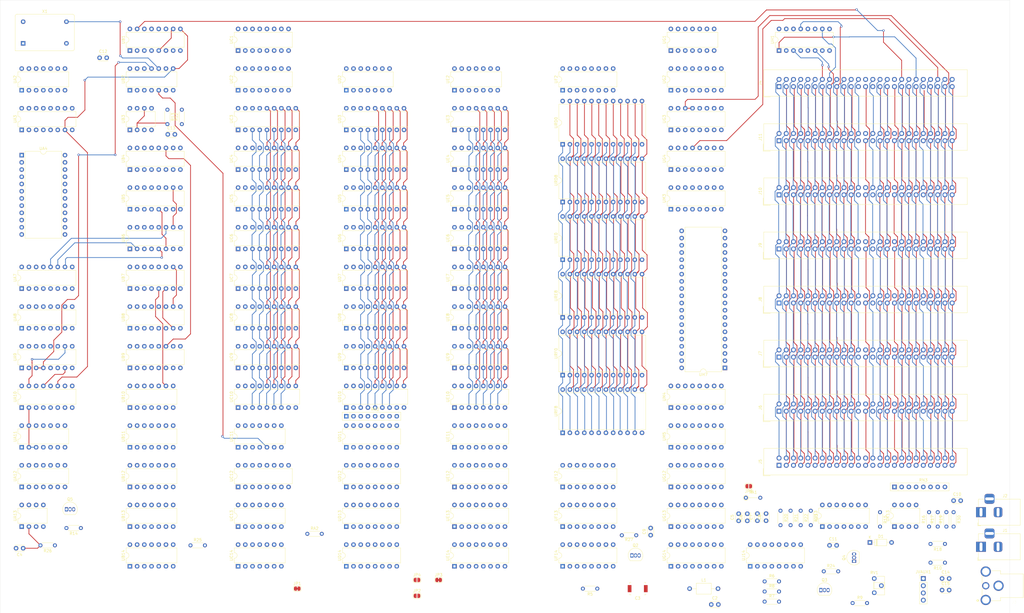
<source format=kicad_pcb>
(kicad_pcb (version 20171130) (host pcbnew 5.1.9+dfsg1-1)
  (layers (0 F.Cu signal) (31 B.Cu signal) (34 B.Paste user) (35 F.Paste user) (36 B.SilkS user) (37 F.SilkS user) (38 B.Mask user) (39 F.Mask user) (44 Edge.Cuts user))
  (net 0 "")
  (net 1 "Net-(C11-Pad1)")
  (net 2 GND)
  (net 3 /R5)
  (net 4 "Net-(Q2-Pad2)")
  (net 5 "Net-(Q3-Pad2)")
  (net 6 "Net-(Q3-Pad3)")
  (net 7 "Net-(Q5-Pad2)")
  (net 8 +5V)
  (net 9 "Net-(R5-Pad2)")
  (net 10 "Net-(R7-Pad2)")
  (net 11 /SYNC)
  (net 12 "Net-(R12-Pad2)")
  (net 13 "Net-(C13-Pad1)")
  (net 14 "Net-(R14-Pad2)")
  (net 15 "Net-(R15-Pad2)")
  (net 16 "Net-(R15-Pad1)")
  (net 17 "Net-(R17-Pad1)")
  (net 18 "Net-(J1-Pad2)")
  (net 19 "Net-(R19-Pad2)")
  (net 20 "Net-(C8-Pad1)")
  (net 21 "Net-(R20-Pad2)")
  (net 22 "Net-(C5-Pad1)")
  (net 23 "Net-(R21-Pad2)")
  (net 24 "Net-(C6-Pad1)")
  (net 25 "Net-(R22-Pad2)")
  (net 26 "Net-(R23-Pad2)")
  (net 27 "Net-(C7-Pad1)")
  (net 28 "Net-(C4-Pad1)")
  (net 29 /GRAPHICS_TXT)
  (net 30 "Net-(JP5-Pad1)")
  (net 31 /RA2)
  (net 32 /RA5)
  (net 33 /RA1)
  (net 34 /RA4)
  (net 35 /RA0)
  (net 36 /RA3)
  (net 37 /H5)
  (net 38 /SOFT5_11)
  (net 39 /~COPS)
  (net 40 "Net-(UA2-Pad2)")
  (net 41 /P1)
  (net 42 "Net-(UA3-Pad1)")
  (net 43 "Net-(UA3-Pad2)")
  (net 44 "Net-(UA3-Pad10)")
  (net 45 "Net-(UA3-Pad11)")
  (net 46 "Net-(UA3-Pad4)")
  (net 47 "Net-(UA3-Pad12)")
  (net 48 "Net-(UA3-Pad5)")
  (net 49 "Net-(UA3-Pad13)")
  (net 50 /7M)
  (net 51 /14M)
  (net 52 /RDL4)
  (net 53 /RDL3)
  (net 54 /RDL2)
  (net 55 /RDL1)
  (net 56 /RDL0)
  (net 57 /VC)
  (net 58 /VB)
  (net 59 /VA)
  (net 60 /RDL5)
  (net 61 "Net-(UA10-Pad3)")
  (net 62 /H0)
  (net 63 /D7)
  (net 64 "Net-(UA10-Pad4)")
  (net 65 /~7M)
  (net 66 "Net-(UA11-Pad6)")
  (net 67 /K6)
  (net 68 /KB4)
  (net 69 /KB1)
  (net 70 /KB5)
  (net 71 /KB0)
  (net 72 /KB3)
  (net 73 /KB2)
  (net 74 "Net-(UA7-Pad2)")
  (net 75 "Net-(UA11-Pad9)")
  (net 76 /A12-13)
  (net 77 "Net-(UA10-Pad15)")
  (net 78 "Net-(UA9-Pad3)")
  (net 79 "Net-(UA10-Pad14)")
  (net 80 "Net-(UA9-Pad12)")
  (net 81 "Net-(UA9-Pad5)")
  (net 82 "Net-(UA9-Pad13)")
  (net 83 "Net-(UA9-Pad14)")
  (net 84 "Net-(UA10-Pad13)")
  (net 85 /B12-8)
  (net 86 "Net-(UA10-Pad5)")
  (net 87 "Net-(UA11-Pad11)")
  (net 88 "Net-(UA12-Pad5)")
  (net 89 "Net-(UA12-Pad12)")
  (net 90 "Net-(UA12-Pad10)")
  (net 91 "Net-(UA12-Pad4)")
  (net 92 "Net-(UA12-Pad8)")
  (net 93 "Net-(UA12-Pad1)")
  (net 94 "Net-(UB1-Pad10)")
  (net 95 /CREF)
  (net 96 "Net-(UB1-Pad11)")
  (net 97 "Net-(UB1-Pad4)")
  (net 98 "Net-(UB1-Pad12)")
  (net 99 /P0)
  (net 100 /SYSCLK)
  (net 101 "Net-(UB2-Pad6)")
  (net 102 "Net-(UB11-Pad12)")
  (net 103 "Net-(UB4-Pad11)")
  (net 104 "Net-(UB4-Pad1)")
  (net 105 "Net-(UB5-Pad9)")
  (net 106 "Net-(UB13-Pad13)")
  (net 107 /RDO0)
  (net 108 /RDO2)
  (net 109 /RDO1)
  (net 110 /RDO3)
  (net 111 /RAM_SEL)
  (net 112 /DB2)
  (net 113 /DB1)
  (net 114 /DB3)
  (net 115 /DB0)
  (net 116 /RD_KBD)
  (net 117 /DB4)
  (net 118 /RDL6)
  (net 119 /DB6)
  (net 120 /DB5)
  (net 121 /KB7)
  (net 122 /RDL7)
  (net 123 /DB7)
  (net 124 "Net-(UB8-Pad15)")
  (net 125 "Net-(UB8-Pad6)")
  (net 126 /RDO5)
  (net 127 /RDO6)
  (net 128 /RDO4)
  (net 129 "Net-(UB10-Pad10)")
  (net 130 "Net-(UB11-Pad8)")
  (net 131 /V3)
  (net 132 /V4)
  (net 133 /LORES_HIRES)
  (net 134 "Net-(UB11-Pad11)")
  (net 135 /HIRES)
  (net 136 /D6)
  (net 137 /MBL)
  (net 138 "Net-(UB12-Pad6)")
  (net 139 /NOMIX_MIX)
  (net 140 /V2)
  (net 141 /H4)
  (net 142 "Net-(UB12-Pad1)")
  (net 143 /CAS)
  (net 144 /AX)
  (net 145 /H2)
  (net 146 "Net-(UB14-Pad13)")
  (net 147 "Net-(UB14-Pad3)")
  (net 148 /V0)
  (net 149 "Net-(UB14-Pad1)")
  (net 150 /A12)
  (net 151 "Net-(UC1-Pad11)")
  (net 152 /A13)
  (net 153 "Net-(UC1-Pad5)")
  (net 154 "Net-(UC1-Pad6)")
  (net 155 /RA6)
  (net 156 /RAS)
  (net 157 "Net-(UC2-Pad5)")
  (net 158 "Net-(UC10-Pad3)")
  (net 159 /RW)
  (net 160 "Net-(UC10-Pad15)")
  (net 161 "Net-(UC4-Pad3)")
  (net 162 "Net-(UC4-Pad2)")
  (net 163 "Net-(UC5-Pad2)")
  (net 164 "Net-(UC5-Pad3)")
  (net 165 "Net-(UC6-Pad2)")
  (net 166 "Net-(UC7-Pad2)")
  (net 167 "Net-(UC8-Pad2)")
  (net 168 "Net-(UC9-Pad2)")
  (net 169 "Net-(UC10-Pad2)")
  (net 170 "Net-(UC11-Pad9)")
  (net 171 "Net-(UC11-Pad12)")
  (net 172 /H3)
  (net 173 "Net-(UC14-Pad10)")
  (net 174 "Net-(UC14-Pad8)")
  (net 175 "Net-(UD10-Pad15)")
  (net 176 "Net-(UD11-Pad9)")
  (net 177 "Net-(UD11-Pad10)")
  (net 178 "Net-(UD12-Pad10)")
  (net 179 /V1)
  (net 180 "Net-(UD13-Pad10)")
  (net 181 /H1)
  (net 182 "Net-(UE10-Pad15)")
  (net 183 /A7)
  (net 184 /A11)
  (net 185 /A10)
  (net 186 /A8)
  (net 187 "Net-(UE12-Pad6)")
  (net 188 /A3)
  (net 189 /A4)
  (net 190 "Net-(UE12-Pad12)")
  (net 191 /A9)
  (net 192 /A2)
  (net 193 "Net-(UE13-Pad10)")
  (net 194 /A0)
  (net 195 /A6)
  (net 196 /A5)
  (net 197 /A1)
  (net 198 "Net-(UE13-Pad6)")
  (net 199 /Y3)
  (net 200 "Net-(UF2-Pad14)")
  (net 201 "Net-(UF2-Pad13)")
  (net 202 "Net-(UF2-Pad16)")
  (net 203 "Net-(UF12-Pad7)")
  (net 204 "Net-(UF12-Pad6)")
  (net 205 "Net-(UF12-Pad13)")
  (net 206 "Net-(UF12-Pad12)")
  (net 207 "Net-(UF12-Pad11)")
  (net 208 "Net-(UF12-Pad10)")
  (net 209 "Net-(UF12-Pad9)")
  (net 210 /SERIAL_IN)
  (net 211 "Net-(UF13-Pad10)")
  (net 212 /STROBE)
  (net 213 /SPEAKER)
  (net 214 "Net-(UF13-Pad5)")
  (net 215 /CASSETTE_OUT)
  (net 216 /F13_7)
  (net 217 /AN0)
  (net 218 /AN1)
  (net 219 /AN2)
  (net 220 /AN3)
  (net 221 "Net-(UG1-Pad8)")
  (net 222 "Net-(UG1-Pad11)")
  (net 223 /A15)
  (net 224 /A14)
  (net 225 "Net-(UG13-Pad16)")
  (net 226 "Net-(UG13-Pad8)")
  (net 227 "Net-(UG13-Pad9)")
  (net 228 "Net-(UG13-Pad1)")
  (net 229 "Net-(UG14-Pad3)")
  (net 230 "Net-(UG14-Pad2)")
  (net 231 "Net-(UG14-Pad1)")
  (net 232 /AD12)
  (net 233 /AD13)
  (net 234 /AD14)
  (net 235 /AD15)
  (net 236 /AD0)
  (net 237 /AD1)
  (net 238 /AD2)
  (net 239 /AD3)
  (net 240 /AD4)
  (net 241 /AD5)
  (net 242 "Net-(UH7-Pad34)")
  (net 243 /AD6)
  (net 244 /AD7)
  (net 245 /AD8)
  (net 246 /AD9)
  (net 247 /AD10)
  (net 248 /AD11)
  (net 249 /D1)
  (net 250 /D5)
  (net 251 /D2)
  (net 252 /D4)
  (net 253 /D3)
  (net 254 /D0)
  (net 255 "Net-(UC11-Pad6)")
  (net 256 "Net-(UA12-Pad2)")
  (net 257 "Net-(UA8-Pad4)")
  (net 258 "Net-(UA8-Pad2)")
  (net 259 "Net-(UA8-Pad9)")
  (net 260 "Net-(R10-Pad2)")
  (net 261 "Net-(J3-Pad2)")
  (net 262 "Net-(C12-Pad1)")
  (net 263 "Net-(C10-Pad1)")
  (net 264 /SOFT-5)
  (net 265 "Net-(JP1-Pad2)")
  (net 266 "Net-(JP3-Pad2)")
  (net 267 /RST_KBD_STROBE)
  (net 268 "Net-(JP3-Pad1)")
  (net 269 /V5)
  (net 270 /~IOENBBL)
  (net 271 "Net-(C9-Pad1)")
  (net 272 "Net-(C11-Pad2)")
  (net 273 +12V)
  (net 274 /DEV_SEL_0)
  (net 275 /USER1)
  (net 276 /Q3)
  (net 277 /~INH)
  (net 278 /~RES)
  (net 279 /~IRQ)
  (net 280 /~NMI)
  (net 281 /DMAIN1)
  (net 282 /INTIN1)
  (net 283 /~DMA)
  (net 284 /RDY)
  (net 285 /IO_SEL_1)
  (net 286 /INTIN2)
  (net 287 /DMAIN2)
  (net 288 /DEV_SEL_1)
  (net 289 /DEV_SEL_2)
  (net 290 /DMAIN3)
  (net 291 /INTIN3)
  (net 292 /IO_SEL_2)
  (net 293 /IO_SEL_3)
  (net 294 /INTIN4)
  (net 295 /DMAIN4)
  (net 296 /DEV_SEL_3)
  (net 297 /DEV_SEL_4)
  (net 298 /DMAIN5)
  (net 299 /INTIN5)
  (net 300 /IO_SEL_4)
  (net 301 /IO_SEL_5)
  (net 302 /INTIN6)
  (net 303 /DMAIN6)
  (net 304 /DEV_SEL_5)
  (net 305 /DEV_SEL_6)
  (net 306 /DMAIN7)
  (net 307 /INTIN7)
  (net 308 /IO_SEL_6)
  (net 309 /IO_SEL_7)
  (net 310 /DEV_SEL_7)
  (net 311 "Net-(JP9-Pad2)")
  (net 312 "Net-(C10-Pad2)")
  (net 313 "Net-(Q4-Pad2)")
  (net 314 "Net-(Q4-Pad3)")
  (net 315 -5V)
  (net 316 "Net-(JVAUX1-Pad3)")
  (net 317 "Net-(UE2-Pad4)")
  (net 318 "Net-(UA2-Pad5)")
  (net 319 "Net-(UD2-Pad12)")
  (net 320 "Net-(UD2-Pad10)")
  (net 321 "Net-(UD2-Pad9)")
  (net 322 -12V)
  (net 323 "Net-(UB11-Pad3)")
  (net 324 /~IO_STROBE)
  (module Diode_THT:D_DO-35_SOD27_P7.62mm_Horizontal (layer F.Cu) (at 357.124 343.408)
    (fp_text reference D1 (at 3.81 -2.12) (layer F.SilkS))
    (fp_text value 1N914)
    (fp_text user K (at 0 -1.8) (layer F.SilkS))
    (pad 1 thru_hole rect (at 0 0) (size 1.6 1.6) (drill 0.8) (layers *.Cu *.Mask) (net 1 "Net-(C11-Pad1)"))
    (pad 2 thru_hole oval (at 7.62 0) (size 1.6 1.6) (drill 0.8) (layers *.Cu *.Mask) (net 2 GND))
  )
  (module Package_TO_SOT_THT:TO-92_Inline (layer F.Cu) (at 273.304 347.98)
    (fp_text reference Q2 (at 1.27 -3.56) (layer F.SilkS))
    (fp_text value 2N3904)
    (pad 1 thru_hole rect (at 0 0) (size 1.05 1.5) (drill 0.75) (layers *.Cu *.Mask) (net 2 GND))
    (pad 3 thru_hole oval (at 2.54 0) (size 1.05 1.5) (drill 0.75) (layers *.Cu *.Mask) (net 3 /R5))
    (pad 2 thru_hole oval (at 1.27 0) (size 1.05 1.5) (drill 0.75) (layers *.Cu *.Mask) (net 4 "Net-(Q2-Pad2)"))
  )
  (module Package_TO_SOT_THT:TO-92_Inline (layer F.Cu) (at 339.852 360.172)
    (fp_text reference Q3 (at 1.27 -3.56) (layer F.SilkS))
    (fp_text value 2N3904)
    (pad 2 thru_hole oval (at 1.27 0) (size 1.05 1.5) (drill 0.75) (layers *.Cu *.Mask) (net 5 "Net-(Q3-Pad2)"))
    (pad 3 thru_hole oval (at 2.54 0) (size 1.05 1.5) (drill 0.75) (layers *.Cu *.Mask) (net 6 "Net-(Q3-Pad3)"))
    (pad 1 thru_hole rect (at 0 0) (size 1.05 1.5) (drill 0.75) (layers *.Cu *.Mask) (net 316 "Net-(JVAUX1-Pad3)"))
  )
  (module Package_TO_SOT_THT:TO-92_Inline (layer F.Cu) (at 74.168 331.724)
    (fp_text reference Q5 (at 1.27 -3.56) (layer F.SilkS))
    (fp_text value 2N3904)
    (pad 2 thru_hole oval (at 1.27 0) (size 1.05 1.5) (drill 0.75) (layers *.Cu *.Mask) (net 7 "Net-(Q5-Pad2)"))
    (pad 3 thru_hole oval (at 2.54 0) (size 1.05 1.5) (drill 0.75) (layers *.Cu *.Mask) (net 278 /~RES))
    (pad 1 thru_hole rect (at 0 0) (size 1.05 1.5) (drill 0.75) (layers *.Cu *.Mask) (net 2 GND))
  )
  (module Resistor_THT:R_Axial_DIN0204_L3.6mm_D1.6mm_P5.08mm_Horizontal (layer F.Cu) (at 261.112 359.664 180)
    (fp_text reference R5 (at 2.54 -1.92) (layer F.SilkS))
    (fp_text value 1K)
    (pad 1 thru_hole circle (at 0 0 180) (size 1.4 1.4) (drill 0.7) (layers *.Cu *.Mask) (net 3 /R5))
    (pad 2 thru_hole oval (at 5.08 0 180) (size 1.4 1.4) (drill 0.7) (layers *.Cu *.Mask) (net 9 "Net-(R5-Pad2)"))
  )
  (module Resistor_THT:R_Axial_DIN0204_L3.6mm_D1.6mm_P5.08mm_Horizontal (layer F.Cu) (at 320.04 357.124)
    (fp_text reference R6 (at 2.54 -1.92) (layer F.SilkS))
    (fp_text value 2.7K)
    (pad 2 thru_hole oval (at 5.08 0) (size 1.4 1.4) (drill 0.7) (layers *.Cu *.Mask) (net 3 /R5))
    (pad 1 thru_hole circle (at 0 0) (size 1.4 1.4) (drill 0.7) (layers *.Cu *.Mask) (net 5 "Net-(Q3-Pad2)"))
  )
  (module Resistor_THT:R_Axial_DIN0204_L3.6mm_D1.6mm_P5.08mm_Horizontal (layer F.Cu) (at 320.04 364.236)
    (fp_text reference R7 (at 2.54 -1.92) (layer F.SilkS))
    (fp_text value 1.5K)
    (pad 2 thru_hole oval (at 5.08 0) (size 1.4 1.4) (drill 0.7) (layers *.Cu *.Mask) (net 10 "Net-(R7-Pad2)"))
    (pad 1 thru_hole circle (at 0 0) (size 1.4 1.4) (drill 0.7) (layers *.Cu *.Mask) (net 5 "Net-(Q3-Pad2)"))
  )
  (module Resistor_THT:R_Axial_DIN0204_L3.6mm_D1.6mm_P5.08mm_Horizontal (layer F.Cu) (at 320.04 360.68)
    (fp_text reference R8 (at 2.54 -1.92) (layer F.SilkS))
    (fp_text value 2K)
    (pad 1 thru_hole circle (at 0 0) (size 1.4 1.4) (drill 0.7) (layers *.Cu *.Mask) (net 5 "Net-(Q3-Pad2)"))
    (pad 2 thru_hole oval (at 5.08 0) (size 1.4 1.4) (drill 0.7) (layers *.Cu *.Mask) (net 11 /SYNC))
  )
  (module Resistor_THT:R_Axial_DIN0204_L3.6mm_D1.6mm_P5.08mm_Horizontal (layer F.Cu) (at 351.028 364.744)
    (fp_text reference R9 (at 2.54 -1.92) (layer F.SilkS))
    (fp_text value 10)
    (pad 1 thru_hole circle (at 0 0) (size 1.4 1.4) (drill 0.7) (layers *.Cu *.Mask) (net 8 +5V))
    (pad 2 thru_hole oval (at 5.08 0) (size 1.4 1.4) (drill 0.7) (layers *.Cu *.Mask) (net 6 "Net-(Q3-Pad3)"))
  )
  (module Resistor_THT:R_Axial_DIN0204_L3.6mm_D1.6mm_P5.08mm_Horizontal (layer F.Cu) (at 383.54 350.52 180)
    (fp_text reference R10 (at 2.54 -1.92) (layer F.SilkS))
    (fp_text value 27)
    (pad 2 thru_hole oval (at 5.08 0 180) (size 1.4 1.4) (drill 0.7) (layers *.Cu *.Mask) (net 260 "Net-(R10-Pad2)"))
    (pad 1 thru_hole circle (at 0 0 180) (size 1.4 1.4) (drill 0.7) (layers *.Cu *.Mask) (net 261 "Net-(J3-Pad2)"))
  )
  (module Resistor_THT:R_Axial_DIN0204_L3.6mm_D1.6mm_P5.08mm_Horizontal (layer F.Cu) (at 114.808 196.088 90)
    (fp_text reference R12 (at 2.54 -1.92 90) (layer F.SilkS))
    (fp_text value 12K)
    (pad 1 thru_hole circle (at 0 0 90) (size 1.4 1.4) (drill 0.7) (layers *.Cu *.Mask) (net 8 +5V))
    (pad 2 thru_hole oval (at 5.08 0 90) (size 1.4 1.4) (drill 0.7) (layers *.Cu *.Mask) (net 12 "Net-(R12-Pad2)"))
  )
  (module Resistor_THT:R_Axial_DIN0204_L3.6mm_D1.6mm_P5.08mm_Horizontal (layer F.Cu) (at 109.728 191.008 270)
    (fp_text reference R13 (at 2.54 -1.92 90) (layer F.SilkS))
    (fp_text value 3.3M)
    (pad 2 thru_hole oval (at 5.08 0 270) (size 1.4 1.4) (drill 0.7) (layers *.Cu *.Mask) (net 13 "Net-(C13-Pad1)"))
    (pad 1 thru_hole circle (at 0 0 270) (size 1.4 1.4) (drill 0.7) (layers *.Cu *.Mask) (net 12 "Net-(R12-Pad2)"))
  )
  (module Resistor_THT:R_Axial_DIN0204_L3.6mm_D1.6mm_P5.08mm_Horizontal (layer F.Cu) (at 79.248 338.328 180)
    (fp_text reference R14 (at 2.54 -1.92) (layer F.SilkS))
    (fp_text value 1K)
    (pad 1 thru_hole circle (at 0 0 180) (size 1.4 1.4) (drill 0.7) (layers *.Cu *.Mask) (net 7 "Net-(Q5-Pad2)"))
    (pad 2 thru_hole oval (at 5.08 0 180) (size 1.4 1.4) (drill 0.7) (layers *.Cu *.Mask) (net 14 "Net-(R14-Pad2)"))
  )
  (module Resistor_THT:R_Axial_DIN0204_L3.6mm_D1.6mm_P5.08mm_Horizontal (layer F.Cu) (at 360.68 332.74 270)
    (fp_text reference R15 (at 2.54 -1.92 90) (layer F.SilkS))
    (fp_text value 1Meg)
    (pad 2 thru_hole oval (at 5.08 0 270) (size 1.4 1.4) (drill 0.7) (layers *.Cu *.Mask) (net 15 "Net-(R15-Pad2)"))
    (pad 1 thru_hole circle (at 0 0 270) (size 1.4 1.4) (drill 0.7) (layers *.Cu *.Mask) (net 16 "Net-(R15-Pad1)"))
  )
  (module Resistor_THT:R_Axial_DIN0204_L3.6mm_D1.6mm_P5.08mm_Horizontal (layer F.Cu) (at 377.952 337.82 90)
    (fp_text reference R16 (at 2.54 -1.92 90) (layer F.SilkS))
    (fp_text value "12 K")
    (pad 1 thru_hole circle (at 0 0 90) (size 1.4 1.4) (drill 0.7) (layers *.Cu *.Mask) (net 15 "Net-(R15-Pad2)"))
    (pad 2 thru_hole oval (at 5.08 0 90) (size 1.4 1.4) (drill 0.7) (layers *.Cu *.Mask) (net 2 GND))
  )
  (module Resistor_THT:R_Axial_DIN0204_L3.6mm_D1.6mm_P5.08mm_Horizontal (layer F.Cu) (at 381 337.82 90)
    (fp_text reference R17 (at 2.54 -1.92 90) (layer F.SilkS))
    (fp_text value "12 K")
    (pad 2 thru_hole oval (at 5.08 0 90) (size 1.4 1.4) (drill 0.7) (layers *.Cu *.Mask) (net 2 GND))
    (pad 1 thru_hole circle (at 0 0 90) (size 1.4 1.4) (drill 0.7) (layers *.Cu *.Mask) (net 17 "Net-(R17-Pad1)"))
  )
  (module Resistor_THT:R_Axial_DIN0204_L3.6mm_D1.6mm_P5.08mm_Horizontal (layer F.Cu) (at 383.54 343.916 180)
    (fp_text reference R18 (at 2.54 -1.92) (layer F.SilkS))
    (fp_text value 100)
    (pad 2 thru_hole oval (at 5.08 0 180) (size 1.4 1.4) (drill 0.7) (layers *.Cu *.Mask) (net 2 GND))
    (pad 1 thru_hole circle (at 0 0 180) (size 1.4 1.4) (drill 0.7) (layers *.Cu *.Mask) (net 18 "Net-(J1-Pad2)"))
  )
  (module Resistor_THT:R_Axial_DIN0204_L3.6mm_D1.6mm_P5.08mm_Horizontal (layer F.Cu) (at 384.048 337.82 90)
    (fp_text reference R19 (at 2.54 -1.92 90) (layer F.SilkS))
    (fp_text value 12K)
    (pad 1 thru_hole circle (at 0 0 90) (size 1.4 1.4) (drill 0.7) (layers *.Cu *.Mask) (net 18 "Net-(J1-Pad2)"))
    (pad 2 thru_hole oval (at 5.08 0 90) (size 1.4 1.4) (drill 0.7) (layers *.Cu *.Mask) (net 19 "Net-(R19-Pad2)"))
  )
  (module Resistor_THT:R_Axial_DIN0204_L3.6mm_D1.6mm_P5.08mm_Horizontal (layer F.Cu) (at 325.628 332.232 270)
    (fp_text reference R20 (at 2.54 -1.92 90) (layer F.SilkS))
    (fp_text value 100)
    (pad 1 thru_hole circle (at 0 0 270) (size 1.4 1.4) (drill 0.7) (layers *.Cu *.Mask) (net 20 "Net-(C8-Pad1)"))
    (pad 2 thru_hole oval (at 5.08 0 270) (size 1.4 1.4) (drill 0.7) (layers *.Cu *.Mask) (net 21 "Net-(R20-Pad2)"))
  )
  (module Resistor_THT:R_Axial_DIN0204_L3.6mm_D1.6mm_P5.08mm_Horizontal (layer F.Cu) (at 329.184 332.232 270)
    (fp_text reference R21 (at 2.54 -1.92 90) (layer F.SilkS))
    (fp_text value 100)
    (pad 1 thru_hole circle (at 0 0 270) (size 1.4 1.4) (drill 0.7) (layers *.Cu *.Mask) (net 22 "Net-(C5-Pad1)"))
    (pad 2 thru_hole oval (at 5.08 0 270) (size 1.4 1.4) (drill 0.7) (layers *.Cu *.Mask) (net 23 "Net-(R21-Pad2)"))
  )
  (module Resistor_THT:R_Axial_DIN0204_L3.6mm_D1.6mm_P5.08mm_Horizontal (layer F.Cu) (at 332.74 332.232 270)
    (fp_text reference R22 (at 2.54 -1.92 90) (layer F.SilkS))
    (fp_text value 100)
    (pad 1 thru_hole circle (at 0 0 270) (size 1.4 1.4) (drill 0.7) (layers *.Cu *.Mask) (net 24 "Net-(C6-Pad1)"))
    (pad 2 thru_hole oval (at 5.08 0 270) (size 1.4 1.4) (drill 0.7) (layers *.Cu *.Mask) (net 25 "Net-(R22-Pad2)"))
  )
  (module Resistor_THT:R_Axial_DIN0204_L3.6mm_D1.6mm_P5.08mm_Horizontal (layer F.Cu) (at 336.296 332.232 270)
    (fp_text reference R23 (at 2.54 -1.92 90) (layer F.SilkS))
    (fp_text value 100)
    (pad 2 thru_hole oval (at 5.08 0 270) (size 1.4 1.4) (drill 0.7) (layers *.Cu *.Mask) (net 26 "Net-(R23-Pad2)"))
    (pad 1 thru_hole circle (at 0 0 270) (size 1.4 1.4) (drill 0.7) (layers *.Cu *.Mask) (net 27 "Net-(C7-Pad1)"))
  )
  (module Resistor_THT:R_Axial_DIN0204_L3.6mm_D1.6mm_P5.08mm_Horizontal (layer F.Cu) (at 340.868 353.568)
    (fp_text reference R24 (at 2.54 -1.92) (layer F.SilkS))
    (fp_text value 47K)
    (pad 2 thru_hole oval (at 5.08 0) (size 1.4 1.4) (drill 0.7) (layers *.Cu *.Mask) (net 1 "Net-(C11-Pad1)"))
    (pad 1 thru_hole circle (at 0 0) (size 1.4 1.4) (drill 0.7) (layers *.Cu *.Mask) (net 313 "Net-(Q4-Pad2)"))
  )
  (module Resistor_THT:R_Axial_DIN0204_L3.6mm_D1.6mm_P5.08mm_Horizontal (layer F.Cu) (at 117.856 344.424)
    (fp_text reference R25 (at 2.54 -1.92) (layer F.SilkS))
    (fp_text value 27)
    (pad 1 thru_hole circle (at 0 0) (size 1.4 1.4) (drill 0.7) (layers *.Cu *.Mask) (net 262 "Net-(C12-Pad1)"))
    (pad 2 thru_hole oval (at 5.08 0) (size 1.4 1.4) (drill 0.7) (layers *.Cu *.Mask) (net 314 "Net-(Q4-Pad3)"))
  )
  (module Resistor_THT:R_Axial_DIN0204_L3.6mm_D1.6mm_P5.08mm_Horizontal (layer F.Cu) (at 70.104 344.424 180)
    (fp_text reference R26 (at 2.54 -1.92) (layer F.SilkS))
    (fp_text value 2.2Meg)
    (pad 2 thru_hole oval (at 5.08 0 180) (size 1.4 1.4) (drill 0.7) (layers *.Cu *.Mask) (net 28 "Net-(C4-Pad1)"))
    (pad 1 thru_hole circle (at 0 0 180) (size 1.4 1.4) (drill 0.7) (layers *.Cu *.Mask) (net 8 +5V))
  )
  (module Resistor_THT:R_Axial_DIN0204_L3.6mm_D1.6mm_P5.08mm_Horizontal (layer F.Cu) (at 274.828 340.868 180)
    (fp_text reference R27 (at 2.54 -1.524) (layer F.SilkS))
    (fp_text value 4.7K)
    (pad 2 thru_hole oval (at 5.08 0 180) (size 1.4 1.4) (drill 0.7) (layers *.Cu *.Mask) (net 29 /GRAPHICS_TXT))
    (pad 1 thru_hole circle (at 0 0 180) (size 1.4 1.4) (drill 0.7) (layers *.Cu *.Mask) (net 4 "Net-(Q2-Pad2)"))
  )
  (module Resistor_THT:R_Axial_DIN0204_L3.6mm_D1.6mm_P5.08mm_Horizontal (layer F.Cu) (at 386.588 332.74 270)
    (fp_text reference R30 (at 2.54 -1.92 90) (layer F.SilkS))
    (fp_text value 12K)
    (pad 1 thru_hole circle (at 0 0 270) (size 1.4 1.4) (drill 0.7) (layers *.Cu *.Mask) (net 263 "Net-(C10-Pad1)"))
    (pad 2 thru_hole oval (at 5.08 0 270) (size 1.4 1.4) (drill 0.7) (layers *.Cu *.Mask) (net 17 "Net-(R17-Pad1)"))
  )
  (module Resistor_THT:R_Axial_DIN0204_L3.6mm_D1.6mm_P5.08mm_Horizontal (layer F.Cu) (at 159.004 340.36)
    (fp_text reference RA2 (at 2.54 -1.92) (layer F.SilkS))
    (fp_text value 1K)
    (pad 2 thru_hole oval (at 5.08 0) (size 1.4 1.4) (drill 0.7) (layers *.Cu *.Mask) (net 30 "Net-(JP5-Pad1)"))
    (pad 1 thru_hole circle (at 0 0) (size 1.4 1.4) (drill 0.7) (layers *.Cu *.Mask) (net 8 +5V))
  )
  (module Resistor_THT:R_Array_SIP8 (layer F.Cu) (at 172.72 298.958)
    (fp_text reference RN2 (at 10.16 -2.4) (layer F.SilkS))
    (fp_text value R_Network07_US)
    (pad 8 thru_hole oval (at 17.78 0) (size 1.6 1.6) (drill 0.8) (layers *.Cu *.Mask) (net 36 /RA3))
    (pad 7 thru_hole oval (at 15.24 0) (size 1.6 1.6) (drill 0.8) (layers *.Cu *.Mask) (net 32 /RA5))
    (pad 6 thru_hole oval (at 12.7 0) (size 1.6 1.6) (drill 0.8) (layers *.Cu *.Mask) (net 35 /RA0))
    (pad 5 thru_hole oval (at 10.16 0) (size 1.6 1.6) (drill 0.8) (layers *.Cu *.Mask) (net 34 /RA4))
    (pad 4 thru_hole oval (at 7.62 0) (size 1.6 1.6) (drill 0.8) (layers *.Cu *.Mask) (net 33 /RA1))
    (pad 3 thru_hole oval (at 5.08 0) (size 1.6 1.6) (drill 0.8) (layers *.Cu *.Mask) (net 31 /RA2))
    (pad 2 thru_hole oval (at 2.54 0) (size 1.6 1.6) (drill 0.8) (layers *.Cu *.Mask))
    (pad 1 thru_hole rect (at 0 0) (size 1.6 1.6) (drill 0.8) (layers *.Cu *.Mask) (net 2 GND))
  )
  (module Package_DIP:DIP-14_W7.62mm (layer F.Cu) (at 58.42 184.15 90)
    (fp_text reference UA2 (at 3.81 -2.33 90) (layer F.SilkS))
    (fp_text value 74LS00)
    (pad 14 thru_hole oval (at 7.62 0 90) (size 1.6 1.6) (drill 0.8) (layers *.Cu *.Mask) (net 8 +5V))
    (pad 7 thru_hole oval (at 0 15.24 90) (size 1.6 1.6) (drill 0.8) (layers *.Cu *.Mask) (net 2 GND))
    (pad 13 thru_hole oval (at 7.62 2.54 90) (size 1.6 1.6) (drill 0.8) (layers *.Cu *.Mask) (net 2 GND))
    (pad 6 thru_hole oval (at 0 12.7 90) (size 1.6 1.6) (drill 0.8) (layers *.Cu *.Mask) (net 111 /RAM_SEL))
    (pad 12 thru_hole oval (at 7.62 5.08 90) (size 1.6 1.6) (drill 0.8) (layers *.Cu *.Mask) (net 2 GND))
    (pad 5 thru_hole oval (at 0 10.16 90) (size 1.6 1.6) (drill 0.8) (layers *.Cu *.Mask) (net 318 "Net-(UA2-Pad5)"))
    (pad 11 thru_hole oval (at 7.62 7.62 90) (size 1.6 1.6) (drill 0.8) (layers *.Cu *.Mask) (net 38 /SOFT5_11))
    (pad 4 thru_hole oval (at 0 7.62 90) (size 1.6 1.6) (drill 0.8) (layers *.Cu *.Mask) (net 285 /IO_SEL_1))
    (pad 10 thru_hole oval (at 7.62 10.16 90) (size 1.6 1.6) (drill 0.8) (layers *.Cu *.Mask) (net 2 GND))
    (pad 3 thru_hole oval (at 0 5.08 90) (size 1.6 1.6) (drill 0.8) (layers *.Cu *.Mask) (net 39 /~COPS))
    (pad 9 thru_hole oval (at 7.62 12.7 90) (size 1.6 1.6) (drill 0.8) (layers *.Cu *.Mask) (net 2 GND))
    (pad 2 thru_hole oval (at 0 2.54 90) (size 1.6 1.6) (drill 0.8) (layers *.Cu *.Mask) (net 40 "Net-(UA2-Pad2)"))
    (pad 8 thru_hole oval (at 7.62 15.24 90) (size 1.6 1.6) (drill 0.8) (layers *.Cu *.Mask) (net 264 /SOFT-5))
    (pad 1 thru_hole rect (at 0 0 90) (size 1.6 1.6) (drill 0.8) (layers *.Cu *.Mask) (net 41 /P1))
  )
  (module Package_DIP:DIP-16_W7.62mm (layer F.Cu) (at 58.42 198.12 90)
    (fp_text reference UA3 (at 3.81 -2.33 90) (layer F.SilkS))
    (fp_text value 74LS166)
    (pad 1 thru_hole rect (at 0 0 90) (size 1.6 1.6) (drill 0.8) (layers *.Cu *.Mask) (net 42 "Net-(UA3-Pad1)"))
    (pad 9 thru_hole oval (at 7.62 17.78 90) (size 1.6 1.6) (drill 0.8) (layers *.Cu *.Mask) (net 264 /SOFT-5))
    (pad 2 thru_hole oval (at 0 2.54 90) (size 1.6 1.6) (drill 0.8) (layers *.Cu *.Mask) (net 43 "Net-(UA3-Pad2)"))
    (pad 10 thru_hole oval (at 7.62 15.24 90) (size 1.6 1.6) (drill 0.8) (layers *.Cu *.Mask) (net 44 "Net-(UA3-Pad10)"))
    (pad 3 thru_hole oval (at 0 5.08 90) (size 1.6 1.6) (drill 0.8) (layers *.Cu *.Mask) (net 2 GND))
    (pad 11 thru_hole oval (at 7.62 12.7 90) (size 1.6 1.6) (drill 0.8) (layers *.Cu *.Mask) (net 45 "Net-(UA3-Pad11)"))
    (pad 4 thru_hole oval (at 0 7.62 90) (size 1.6 1.6) (drill 0.8) (layers *.Cu *.Mask) (net 46 "Net-(UA3-Pad4)"))
    (pad 12 thru_hole oval (at 7.62 10.16 90) (size 1.6 1.6) (drill 0.8) (layers *.Cu *.Mask) (net 47 "Net-(UA3-Pad12)"))
    (pad 5 thru_hole oval (at 0 10.16 90) (size 1.6 1.6) (drill 0.8) (layers *.Cu *.Mask) (net 48 "Net-(UA3-Pad5)"))
    (pad 13 thru_hole oval (at 7.62 7.62 90) (size 1.6 1.6) (drill 0.8) (layers *.Cu *.Mask) (net 49 "Net-(UA3-Pad13)"))
    (pad 6 thru_hole oval (at 0 12.7 90) (size 1.6 1.6) (drill 0.8) (layers *.Cu *.Mask) (net 65 /~7M))
    (pad 14 thru_hole oval (at 7.62 5.08 90) (size 1.6 1.6) (drill 0.8) (layers *.Cu *.Mask) (net 2 GND))
    (pad 7 thru_hole oval (at 0 15.24 90) (size 1.6 1.6) (drill 0.8) (layers *.Cu *.Mask) (net 51 /14M))
    (pad 15 thru_hole oval (at 7.62 2.54 90) (size 1.6 1.6) (drill 0.8) (layers *.Cu *.Mask) (net 39 /~COPS))
    (pad 8 thru_hole oval (at 0 17.78 90) (size 1.6 1.6) (drill 0.8) (layers *.Cu *.Mask) (net 2 GND))
    (pad 16 thru_hole oval (at 7.62 0 90) (size 1.6 1.6) (drill 0.8) (layers *.Cu *.Mask) (net 8 +5V))
  )
  (module Package_DIP:DIP-24_W15.24mm (layer F.Cu) (at 58.42 207.01)
    (fp_text reference UA4 (at 7.62 -2.33) (layer F.SilkS))
    (fp_text value 2716)
    (pad 1 thru_hole rect (at 0 0) (size 1.6 1.6) (drill 0.8) (layers *.Cu *.Mask) (net 52 /RDL4))
    (pad 13 thru_hole oval (at 15.24 27.94) (size 1.6 1.6) (drill 0.8) (layers *.Cu *.Mask) (net 45 "Net-(UA3-Pad11)"))
    (pad 2 thru_hole oval (at 0 2.54) (size 1.6 1.6) (drill 0.8) (layers *.Cu *.Mask) (net 53 /RDL3))
    (pad 14 thru_hole oval (at 15.24 25.4) (size 1.6 1.6) (drill 0.8) (layers *.Cu *.Mask) (net 47 "Net-(UA3-Pad12)"))
    (pad 3 thru_hole oval (at 0 5.08) (size 1.6 1.6) (drill 0.8) (layers *.Cu *.Mask) (net 54 /RDL2))
    (pad 15 thru_hole oval (at 15.24 22.86) (size 1.6 1.6) (drill 0.8) (layers *.Cu *.Mask))
    (pad 4 thru_hole oval (at 0 7.62) (size 1.6 1.6) (drill 0.8) (layers *.Cu *.Mask) (net 55 /RDL1))
    (pad 16 thru_hole oval (at 15.24 20.32) (size 1.6 1.6) (drill 0.8) (layers *.Cu *.Mask))
    (pad 5 thru_hole oval (at 0 10.16) (size 1.6 1.6) (drill 0.8) (layers *.Cu *.Mask) (net 56 /RDL0))
    (pad 17 thru_hole oval (at 15.24 17.78) (size 1.6 1.6) (drill 0.8) (layers *.Cu *.Mask))
    (pad 6 thru_hole oval (at 0 12.7) (size 1.6 1.6) (drill 0.8) (layers *.Cu *.Mask) (net 57 /VC))
    (pad 18 thru_hole oval (at 15.24 15.24) (size 1.6 1.6) (drill 0.8) (layers *.Cu *.Mask) (net 2 GND))
    (pad 7 thru_hole oval (at 0 15.24) (size 1.6 1.6) (drill 0.8) (layers *.Cu *.Mask) (net 58 /VB))
    (pad 19 thru_hole oval (at 15.24 12.7) (size 1.6 1.6) (drill 0.8) (layers *.Cu *.Mask) (net 2 GND))
    (pad 8 thru_hole oval (at 0 17.78) (size 1.6 1.6) (drill 0.8) (layers *.Cu *.Mask) (net 59 /VA))
    (pad 20 thru_hole oval (at 15.24 10.16) (size 1.6 1.6) (drill 0.8) (layers *.Cu *.Mask))
    (pad 9 thru_hole oval (at 0 20.32) (size 1.6 1.6) (drill 0.8) (layers *.Cu *.Mask) (net 46 "Net-(UA3-Pad4)"))
    (pad 21 thru_hole oval (at 15.24 7.62) (size 1.6 1.6) (drill 0.8) (layers *.Cu *.Mask))
    (pad 10 thru_hole oval (at 0 22.86) (size 1.6 1.6) (drill 0.8) (layers *.Cu *.Mask) (net 48 "Net-(UA3-Pad5)"))
    (pad 22 thru_hole oval (at 15.24 5.08) (size 1.6 1.6) (drill 0.8) (layers *.Cu *.Mask))
    (pad 11 thru_hole oval (at 0 25.4) (size 1.6 1.6) (drill 0.8) (layers *.Cu *.Mask) (net 44 "Net-(UA3-Pad10)"))
    (pad 23 thru_hole oval (at 15.24 2.54) (size 1.6 1.6) (drill 0.8) (layers *.Cu *.Mask) (net 60 /RDL5))
    (pad 12 thru_hole oval (at 0 27.94) (size 1.6 1.6) (drill 0.8) (layers *.Cu *.Mask) (net 2 GND))
    (pad 24 thru_hole oval (at 15.24 0) (size 1.6 1.6) (drill 0.8) (layers *.Cu *.Mask) (net 8 +5V))
  )
  (module Package_DIP:DIP-16_W7.62mm (layer F.Cu) (at 58.42 267.97 90)
    (fp_text reference UA8 (at 3.81 -2.33 90) (layer F.SilkS))
    (fp_text value 74LS257)
    (pad 16 thru_hole oval (at 7.62 0 90) (size 1.6 1.6) (drill 0.8) (layers *.Cu *.Mask) (net 8 +5V))
    (pad 8 thru_hole oval (at 0 17.78 90) (size 1.6 1.6) (drill 0.8) (layers *.Cu *.Mask) (net 2 GND))
    (pad 15 thru_hole oval (at 7.62 2.54 90) (size 1.6 1.6) (drill 0.8) (layers *.Cu *.Mask) (net 2 GND))
    (pad 7 thru_hole oval (at 0 15.24 90) (size 1.6 1.6) (drill 0.8) (layers *.Cu *.Mask) (net 61 "Net-(UA10-Pad3)"))
    (pad 14 thru_hole oval (at 7.62 5.08 90) (size 1.6 1.6) (drill 0.8) (layers *.Cu *.Mask) (net 62 /H0))
    (pad 6 thru_hole oval (at 0 12.7 90) (size 1.6 1.6) (drill 0.8) (layers *.Cu *.Mask))
    (pad 13 thru_hole oval (at 7.62 7.62 90) (size 1.6 1.6) (drill 0.8) (layers *.Cu *.Mask) (net 63 /D7))
    (pad 5 thru_hole oval (at 0 10.16 90) (size 1.6 1.6) (drill 0.8) (layers *.Cu *.Mask))
    (pad 12 thru_hole oval (at 7.62 10.16 90) (size 1.6 1.6) (drill 0.8) (layers *.Cu *.Mask) (net 64 "Net-(UA10-Pad4)"))
    (pad 4 thru_hole oval (at 0 7.62 90) (size 1.6 1.6) (drill 0.8) (layers *.Cu *.Mask) (net 257 "Net-(UA8-Pad4)"))
    (pad 11 thru_hole oval (at 7.62 12.7 90) (size 1.6 1.6) (drill 0.8) (layers *.Cu *.Mask))
    (pad 3 thru_hole oval (at 0 5.08 90) (size 1.6 1.6) (drill 0.8) (layers *.Cu *.Mask) (net 57 /VC))
    (pad 10 thru_hole oval (at 7.62 15.24 90) (size 1.6 1.6) (drill 0.8) (layers *.Cu *.Mask) (net 65 /~7M))
    (pad 2 thru_hole oval (at 0 2.54 90) (size 1.6 1.6) (drill 0.8) (layers *.Cu *.Mask) (net 258 "Net-(UA8-Pad2)"))
    (pad 9 thru_hole oval (at 7.62 17.78 90) (size 1.6 1.6) (drill 0.8) (layers *.Cu *.Mask) (net 259 "Net-(UA8-Pad9)"))
    (pad 1 thru_hole rect (at 0 0 90) (size 1.6 1.6) (drill 0.8) (layers *.Cu *.Mask) (net 66 "Net-(UA11-Pad6)"))
  )
  (module Package_DIP:DIP-16_W7.62mm (layer F.Cu) (at 58.42 254 90)
    (fp_text reference UA7 (at 3.81 -2.33 90) (layer F.SilkS))
    (fp_text value AKBD)
    (pad 16 thru_hole oval (at 7.62 0 90) (size 1.6 1.6) (drill 0.8) (layers *.Cu *.Mask))
    (pad 8 thru_hole oval (at 0 17.78 90) (size 1.6 1.6) (drill 0.8) (layers *.Cu *.Mask) (net 2 GND))
    (pad 15 thru_hole oval (at 7.62 2.54 90) (size 1.6 1.6) (drill 0.8) (layers *.Cu *.Mask))
    (pad 7 thru_hole oval (at 0 15.24 90) (size 1.6 1.6) (drill 0.8) (layers *.Cu *.Mask) (net 67 /K6))
    (pad 14 thru_hole oval (at 7.62 5.08 90) (size 1.6 1.6) (drill 0.8) (layers *.Cu *.Mask))
    (pad 6 thru_hole oval (at 0 12.7 90) (size 1.6 1.6) (drill 0.8) (layers *.Cu *.Mask) (net 68 /KB4))
    (pad 13 thru_hole oval (at 7.62 7.62 90) (size 1.6 1.6) (drill 0.8) (layers *.Cu *.Mask) (net 69 /KB1))
    (pad 5 thru_hole oval (at 0 10.16 90) (size 1.6 1.6) (drill 0.8) (layers *.Cu *.Mask) (net 70 /KB5))
    (pad 12 thru_hole oval (at 7.62 10.16 90) (size 1.6 1.6) (drill 0.8) (layers *.Cu *.Mask) (net 71 /KB0))
    (pad 4 thru_hole oval (at 0 7.62 90) (size 1.6 1.6) (drill 0.8) (layers *.Cu *.Mask))
    (pad 11 thru_hole oval (at 7.62 12.7 90) (size 1.6 1.6) (drill 0.8) (layers *.Cu *.Mask) (net 72 /KB3))
    (pad 3 thru_hole oval (at 0 5.08 90) (size 1.6 1.6) (drill 0.8) (layers *.Cu *.Mask) (net 278 /~RES))
    (pad 10 thru_hole oval (at 7.62 15.24 90) (size 1.6 1.6) (drill 0.8) (layers *.Cu *.Mask) (net 73 /KB2))
    (pad 2 thru_hole oval (at 0 2.54 90) (size 1.6 1.6) (drill 0.8) (layers *.Cu *.Mask) (net 74 "Net-(UA7-Pad2)"))
    (pad 9 thru_hole oval (at 7.62 17.78 90) (size 1.6 1.6) (drill 0.8) (layers *.Cu *.Mask))
    (pad 1 thru_hole rect (at 0 0 90) (size 1.6 1.6) (drill 0.8) (layers *.Cu *.Mask) (net 8 +5V))
  )
  (module Package_DIP:DIP-16_W7.62mm (layer F.Cu) (at 58.42 281.94 90)
    (fp_text reference UA9 (at 3.81 -2.33 90) (layer F.SilkS))
    (fp_text value 74LS151)
    (pad 1 thru_hole rect (at 0 0 90) (size 1.6 1.6) (drill 0.8) (layers *.Cu *.Mask) (net 75 "Net-(UA11-Pad9)"))
    (pad 9 thru_hole oval (at 7.62 17.78 90) (size 1.6 1.6) (drill 0.8) (layers *.Cu *.Mask) (net 76 /A12-13))
    (pad 2 thru_hole oval (at 0 2.54 90) (size 1.6 1.6) (drill 0.8) (layers *.Cu *.Mask) (net 258 "Net-(UA8-Pad2)"))
    (pad 10 thru_hole oval (at 7.62 15.24 90) (size 1.6 1.6) (drill 0.8) (layers *.Cu *.Mask) (net 77 "Net-(UA10-Pad15)"))
    (pad 3 thru_hole oval (at 0 5.08 90) (size 1.6 1.6) (drill 0.8) (layers *.Cu *.Mask) (net 78 "Net-(UA9-Pad3)"))
    (pad 11 thru_hole oval (at 7.62 12.7 90) (size 1.6 1.6) (drill 0.8) (layers *.Cu *.Mask) (net 79 "Net-(UA10-Pad14)"))
    (pad 4 thru_hole oval (at 0 7.62 90) (size 1.6 1.6) (drill 0.8) (layers *.Cu *.Mask) (net 78 "Net-(UA9-Pad3)"))
    (pad 12 thru_hole oval (at 7.62 10.16 90) (size 1.6 1.6) (drill 0.8) (layers *.Cu *.Mask) (net 80 "Net-(UA9-Pad12)"))
    (pad 5 thru_hole oval (at 0 10.16 90) (size 1.6 1.6) (drill 0.8) (layers *.Cu *.Mask) (net 81 "Net-(UA9-Pad5)"))
    (pad 13 thru_hole oval (at 7.62 7.62 90) (size 1.6 1.6) (drill 0.8) (layers *.Cu *.Mask) (net 82 "Net-(UA9-Pad13)"))
    (pad 6 thru_hole oval (at 0 12.7 90) (size 1.6 1.6) (drill 0.8) (layers *.Cu *.Mask))
    (pad 14 thru_hole oval (at 7.62 5.08 90) (size 1.6 1.6) (drill 0.8) (layers *.Cu *.Mask) (net 83 "Net-(UA9-Pad14)"))
    (pad 7 thru_hole oval (at 0 15.24 90) (size 1.6 1.6) (drill 0.8) (layers *.Cu *.Mask) (net 84 "Net-(UA10-Pad13)"))
    (pad 15 thru_hole oval (at 7.62 2.54 90) (size 1.6 1.6) (drill 0.8) (layers *.Cu *.Mask) (net 258 "Net-(UA8-Pad2)"))
    (pad 8 thru_hole oval (at 0 17.78 90) (size 1.6 1.6) (drill 0.8) (layers *.Cu *.Mask) (net 2 GND))
    (pad 16 thru_hole oval (at 7.62 0 90) (size 1.6 1.6) (drill 0.8) (layers *.Cu *.Mask) (net 8 +5V))
  )
  (module Package_DIP:DIP-16_W7.62mm (layer F.Cu) (at 58.42 295.91 90)
    (fp_text reference UA10 (at 3.81 -2.33 90) (layer F.SilkS))
    (fp_text value 74LS194)
    (pad 1 thru_hole rect (at 0 0 90) (size 1.6 1.6) (drill 0.8) (layers *.Cu *.Mask) (net 264 /SOFT-5))
    (pad 9 thru_hole oval (at 7.62 17.78 90) (size 1.6 1.6) (drill 0.8) (layers *.Cu *.Mask) (net 85 /B12-8))
    (pad 2 thru_hole oval (at 0 2.54 90) (size 1.6 1.6) (drill 0.8) (layers *.Cu *.Mask) (net 264 /SOFT-5))
    (pad 10 thru_hole oval (at 7.62 15.24 90) (size 1.6 1.6) (drill 0.8) (layers *.Cu *.Mask) (net 85 /B12-8))
    (pad 3 thru_hole oval (at 0 5.08 90) (size 1.6 1.6) (drill 0.8) (layers *.Cu *.Mask) (net 61 "Net-(UA10-Pad3)"))
    (pad 11 thru_hole oval (at 7.62 12.7 90) (size 1.6 1.6) (drill 0.8) (layers *.Cu *.Mask) (net 51 /14M))
    (pad 4 thru_hole oval (at 0 7.62 90) (size 1.6 1.6) (drill 0.8) (layers *.Cu *.Mask) (net 64 "Net-(UA10-Pad4)"))
    (pad 12 thru_hole oval (at 7.62 10.16 90) (size 1.6 1.6) (drill 0.8) (layers *.Cu *.Mask))
    (pad 5 thru_hole oval (at 0 10.16 90) (size 1.6 1.6) (drill 0.8) (layers *.Cu *.Mask) (net 86 "Net-(UA10-Pad5)"))
    (pad 13 thru_hole oval (at 7.62 7.62 90) (size 1.6 1.6) (drill 0.8) (layers *.Cu *.Mask) (net 84 "Net-(UA10-Pad13)"))
    (pad 6 thru_hole oval (at 0 12.7 90) (size 1.6 1.6) (drill 0.8) (layers *.Cu *.Mask))
    (pad 14 thru_hole oval (at 7.62 5.08 90) (size 1.6 1.6) (drill 0.8) (layers *.Cu *.Mask) (net 79 "Net-(UA10-Pad14)"))
    (pad 7 thru_hole oval (at 0 15.24 90) (size 1.6 1.6) (drill 0.8) (layers *.Cu *.Mask))
    (pad 15 thru_hole oval (at 7.62 2.54 90) (size 1.6 1.6) (drill 0.8) (layers *.Cu *.Mask) (net 77 "Net-(UA10-Pad15)"))
    (pad 8 thru_hole oval (at 0 17.78 90) (size 1.6 1.6) (drill 0.8) (layers *.Cu *.Mask) (net 2 GND))
    (pad 16 thru_hole oval (at 7.62 0 90) (size 1.6 1.6) (drill 0.8) (layers *.Cu *.Mask) (net 8 +5V))
  )
  (module Package_DIP:DIP-14_W7.62mm (layer F.Cu) (at 58.42 309.88 90)
    (fp_text reference UA11 (at 3.81 -2.33 90) (layer F.SilkS))
    (fp_text value 74LS74)
    (pad 14 thru_hole oval (at 7.62 0 90) (size 1.6 1.6) (drill 0.8) (layers *.Cu *.Mask) (net 8 +5V))
    (pad 7 thru_hole oval (at 0 15.24 90) (size 1.6 1.6) (drill 0.8) (layers *.Cu *.Mask))
    (pad 13 thru_hole oval (at 7.62 2.54 90) (size 1.6 1.6) (drill 0.8) (layers *.Cu *.Mask) (net 264 /SOFT-5))
    (pad 6 thru_hole oval (at 0 12.7 90) (size 1.6 1.6) (drill 0.8) (layers *.Cu *.Mask) (net 66 "Net-(UA11-Pad6)"))
    (pad 12 thru_hole oval (at 7.62 5.08 90) (size 1.6 1.6) (drill 0.8) (layers *.Cu *.Mask))
    (pad 5 thru_hole oval (at 0 10.16 90) (size 1.6 1.6) (drill 0.8) (layers *.Cu *.Mask))
    (pad 11 thru_hole oval (at 7.62 7.62 90) (size 1.6 1.6) (drill 0.8) (layers *.Cu *.Mask) (net 87 "Net-(UA11-Pad11)"))
    (pad 4 thru_hole oval (at 0 7.62 90) (size 1.6 1.6) (drill 0.8) (layers *.Cu *.Mask) (net 2 GND))
    (pad 10 thru_hole oval (at 7.62 10.16 90) (size 1.6 1.6) (drill 0.8) (layers *.Cu *.Mask) (net 264 /SOFT-5))
    (pad 3 thru_hole oval (at 0 5.08 90) (size 1.6 1.6) (drill 0.8) (layers *.Cu *.Mask) (net 264 /SOFT-5))
    (pad 9 thru_hole oval (at 7.62 12.7 90) (size 1.6 1.6) (drill 0.8) (layers *.Cu *.Mask) (net 75 "Net-(UA11-Pad9)"))
    (pad 2 thru_hole oval (at 0 2.54 90) (size 1.6 1.6) (drill 0.8) (layers *.Cu *.Mask) (net 264 /SOFT-5))
    (pad 8 thru_hole oval (at 7.62 15.24 90) (size 1.6 1.6) (drill 0.8) (layers *.Cu *.Mask))
    (pad 1 thru_hole rect (at 0 0 90) (size 1.6 1.6) (drill 0.8) (layers *.Cu *.Mask) (net 76 /A12-13))
  )
  (module Package_DIP:DIP-14_W7.62mm (layer F.Cu) (at 58.42 323.85 90)
    (fp_text reference UA12 (at 3.81 -2.33 90) (layer F.SilkS))
    (fp_text value 74LS02)
    (pad 14 thru_hole oval (at 7.62 0 90) (size 1.6 1.6) (drill 0.8) (layers *.Cu *.Mask) (net 8 +5V))
    (pad 7 thru_hole oval (at 0 15.24 90) (size 1.6 1.6) (drill 0.8) (layers *.Cu *.Mask) (net 2 GND))
    (pad 13 thru_hole oval (at 7.62 2.54 90) (size 1.6 1.6) (drill 0.8) (layers *.Cu *.Mask) (net 76 /A12-13))
    (pad 6 thru_hole oval (at 0 12.7 90) (size 1.6 1.6) (drill 0.8) (layers *.Cu *.Mask) (net 88 "Net-(UA12-Pad5)"))
    (pad 12 thru_hole oval (at 7.62 5.08 90) (size 1.6 1.6) (drill 0.8) (layers *.Cu *.Mask) (net 89 "Net-(UA12-Pad12)"))
    (pad 5 thru_hole oval (at 0 10.16 90) (size 1.6 1.6) (drill 0.8) (layers *.Cu *.Mask) (net 88 "Net-(UA12-Pad5)"))
    (pad 11 thru_hole oval (at 7.62 7.62 90) (size 1.6 1.6) (drill 0.8) (layers *.Cu *.Mask) (net 90 "Net-(UA12-Pad10)"))
    (pad 4 thru_hole oval (at 0 7.62 90) (size 1.6 1.6) (drill 0.8) (layers *.Cu *.Mask) (net 91 "Net-(UA12-Pad4)"))
    (pad 10 thru_hole oval (at 7.62 10.16 90) (size 1.6 1.6) (drill 0.8) (layers *.Cu *.Mask) (net 90 "Net-(UA12-Pad10)"))
    (pad 3 thru_hole oval (at 0 5.08 90) (size 1.6 1.6) (drill 0.8) (layers *.Cu *.Mask) (net 14 "Net-(R14-Pad2)"))
    (pad 9 thru_hole oval (at 7.62 12.7 90) (size 1.6 1.6) (drill 0.8) (layers *.Cu *.Mask) (net 92 "Net-(UA12-Pad8)"))
    (pad 2 thru_hole oval (at 0 2.54 90) (size 1.6 1.6) (drill 0.8) (layers *.Cu *.Mask) (net 256 "Net-(UA12-Pad2)"))
    (pad 8 thru_hole oval (at 7.62 15.24 90) (size 1.6 1.6) (drill 0.8) (layers *.Cu *.Mask) (net 92 "Net-(UA12-Pad8)"))
    (pad 1 thru_hole rect (at 0 0 90) (size 1.6 1.6) (drill 0.8) (layers *.Cu *.Mask) (net 93 "Net-(UA12-Pad1)"))
  )
  (module Package_DIP:DIP-16_W7.62mm (layer F.Cu) (at 96.52 170.18 90)
    (fp_text reference UB1 (at 3.81 -2.33 90) (layer F.SilkS))
    (fp_text value 74LS175)
    (pad 1 thru_hole rect (at 0 0 90) (size 1.6 1.6) (drill 0.8) (layers *.Cu *.Mask))
    (pad 9 thru_hole oval (at 7.62 17.78 90) (size 1.6 1.6) (drill 0.8) (layers *.Cu *.Mask) (net 51 /14M))
    (pad 2 thru_hole oval (at 0 2.54 90) (size 1.6 1.6) (drill 0.8) (layers *.Cu *.Mask))
    (pad 10 thru_hole oval (at 7.62 15.24 90) (size 1.6 1.6) (drill 0.8) (layers *.Cu *.Mask) (net 94 "Net-(UB1-Pad10)"))
    (pad 3 thru_hole oval (at 0 5.08 90) (size 1.6 1.6) (drill 0.8) (layers *.Cu *.Mask) (net 95 /CREF))
    (pad 11 thru_hole oval (at 7.62 12.7 90) (size 1.6 1.6) (drill 0.8) (layers *.Cu *.Mask) (net 96 "Net-(UB1-Pad11)"))
    (pad 4 thru_hole oval (at 0 7.62 90) (size 1.6 1.6) (drill 0.8) (layers *.Cu *.Mask) (net 97 "Net-(UB1-Pad4)"))
    (pad 12 thru_hole oval (at 7.62 10.16 90) (size 1.6 1.6) (drill 0.8) (layers *.Cu *.Mask) (net 98 "Net-(UB1-Pad12)"))
    (pad 5 thru_hole oval (at 0 10.16 90) (size 1.6 1.6) (drill 0.8) (layers *.Cu *.Mask) (net 94 "Net-(UB1-Pad10)"))
    (pad 13 thru_hole oval (at 7.62 7.62 90) (size 1.6 1.6) (drill 0.8) (layers *.Cu *.Mask) (net 65 /~7M))
    (pad 6 thru_hole oval (at 0 12.7 90) (size 1.6 1.6) (drill 0.8) (layers *.Cu *.Mask) (net 99 /P0))
    (pad 14 thru_hole oval (at 7.62 5.08 90) (size 1.6 1.6) (drill 0.8) (layers *.Cu *.Mask) (net 65 /~7M))
    (pad 7 thru_hole oval (at 0 15.24 90) (size 1.6 1.6) (drill 0.8) (layers *.Cu *.Mask) (net 41 /P1))
    (pad 15 thru_hole oval (at 7.62 2.54 90) (size 1.6 1.6) (drill 0.8) (layers *.Cu *.Mask) (net 50 /7M))
    (pad 8 thru_hole oval (at 0 17.78 90) (size 1.6 1.6) (drill 0.8) (layers *.Cu *.Mask) (net 2 GND))
    (pad 16 thru_hole oval (at 7.62 0 90) (size 1.6 1.6) (drill 0.8) (layers *.Cu *.Mask) (net 8 +5V))
  )
  (module Package_DIP:DIP-14_W7.62mm (layer F.Cu) (at 96.52 184.15 90)
    (fp_text reference UB2 (at 3.81 -2.33 90) (layer F.SilkS))
    (fp_text value 74LS86)
    (pad 1 thru_hole rect (at 0 0 90) (size 1.6 1.6) (drill 0.8) (layers *.Cu *.Mask) (net 50 /7M))
    (pad 8 thru_hole oval (at 7.62 15.24 90) (size 1.6 1.6) (drill 0.8) (layers *.Cu *.Mask) (net 51 /14M))
    (pad 2 thru_hole oval (at 0 2.54 90) (size 1.6 1.6) (drill 0.8) (layers *.Cu *.Mask) (net 96 "Net-(UB1-Pad11)"))
    (pad 9 thru_hole oval (at 7.62 12.7 90) (size 1.6 1.6) (drill 0.8) (layers *.Cu *.Mask) (net 2 GND))
    (pad 3 thru_hole oval (at 0 5.08 90) (size 1.6 1.6) (drill 0.8) (layers *.Cu *.Mask) (net 97 "Net-(UB1-Pad4)"))
    (pad 10 thru_hole oval (at 7.62 10.16 90) (size 1.6 1.6) (drill 0.8) (layers *.Cu *.Mask) (net 100 /SYSCLK))
    (pad 4 thru_hole oval (at 0 7.62 90) (size 1.6 1.6) (drill 0.8) (layers *.Cu *.Mask) (net 264 /SOFT-5))
    (pad 11 thru_hole oval (at 7.62 7.62 90) (size 1.6 1.6) (drill 0.8) (layers *.Cu *.Mask) (net 78 "Net-(UA9-Pad3)"))
    (pad 5 thru_hole oval (at 0 10.16 90) (size 1.6 1.6) (drill 0.8) (layers *.Cu *.Mask) (net 37 /H5))
    (pad 12 thru_hole oval (at 7.62 5.08 90) (size 1.6 1.6) (drill 0.8) (layers *.Cu *.Mask) (net 42 "Net-(UA3-Pad1)"))
    (pad 6 thru_hole oval (at 0 12.7 90) (size 1.6 1.6) (drill 0.8) (layers *.Cu *.Mask) (net 101 "Net-(UB2-Pad6)"))
    (pad 13 thru_hole oval (at 7.62 2.54 90) (size 1.6 1.6) (drill 0.8) (layers *.Cu *.Mask) (net 49 "Net-(UA3-Pad13)"))
    (pad 7 thru_hole oval (at 0 15.24 90) (size 1.6 1.6) (drill 0.8) (layers *.Cu *.Mask) (net 2 GND))
    (pad 14 thru_hole oval (at 7.62 0 90) (size 1.6 1.6) (drill 0.8) (layers *.Cu *.Mask) (net 8 +5V))
  )
  (module Package_DIP:DIP-16_W7.62mm (layer F.Cu) (at 96.52 212.09 90)
    (fp_text reference UB4 (at 3.81 -2.33 90) (layer F.SilkS))
    (fp_text value 74LS194)
    (pad 16 thru_hole oval (at 7.62 0 90) (size 1.6 1.6) (drill 0.8) (layers *.Cu *.Mask) (net 8 +5V))
    (pad 8 thru_hole oval (at 0 17.78 90) (size 1.6 1.6) (drill 0.8) (layers *.Cu *.Mask) (net 2 GND))
    (pad 15 thru_hole oval (at 7.62 2.54 90) (size 1.6 1.6) (drill 0.8) (layers *.Cu *.Mask) (net 258 "Net-(UA8-Pad2)"))
    (pad 7 thru_hole oval (at 0 15.24 90) (size 1.6 1.6) (drill 0.8) (layers *.Cu *.Mask) (net 257 "Net-(UA8-Pad4)"))
    (pad 14 thru_hole oval (at 7.62 5.08 90) (size 1.6 1.6) (drill 0.8) (layers *.Cu *.Mask))
    (pad 6 thru_hole oval (at 0 12.7 90) (size 1.6 1.6) (drill 0.8) (layers *.Cu *.Mask))
    (pad 13 thru_hole oval (at 7.62 7.62 90) (size 1.6 1.6) (drill 0.8) (layers *.Cu *.Mask) (net 83 "Net-(UA9-Pad14)"))
    (pad 5 thru_hole oval (at 0 10.16 90) (size 1.6 1.6) (drill 0.8) (layers *.Cu *.Mask))
    (pad 12 thru_hole oval (at 7.62 10.16 90) (size 1.6 1.6) (drill 0.8) (layers *.Cu *.Mask))
    (pad 4 thru_hole oval (at 0 7.62 90) (size 1.6 1.6) (drill 0.8) (layers *.Cu *.Mask))
    (pad 11 thru_hole oval (at 7.62 12.7 90) (size 1.6 1.6) (drill 0.8) (layers *.Cu *.Mask) (net 103 "Net-(UB4-Pad11)"))
    (pad 3 thru_hole oval (at 0 5.08 90) (size 1.6 1.6) (drill 0.8) (layers *.Cu *.Mask))
    (pad 10 thru_hole oval (at 7.62 15.24 90) (size 1.6 1.6) (drill 0.8) (layers *.Cu *.Mask) (net 259 "Net-(UA8-Pad9)"))
    (pad 2 thru_hole oval (at 0 2.54 90) (size 1.6 1.6) (drill 0.8) (layers *.Cu *.Mask) (net 104 "Net-(UB4-Pad1)"))
    (pad 9 thru_hole oval (at 7.62 17.78 90) (size 1.6 1.6) (drill 0.8) (layers *.Cu *.Mask) (net 85 /B12-8))
    (pad 1 thru_hole rect (at 0 0 90) (size 1.6 1.6) (drill 0.8) (layers *.Cu *.Mask) (net 104 "Net-(UB4-Pad1)"))
  )
  (module Package_DIP:DIP-16_W7.62mm (layer F.Cu) (at 96.52 226.06 90)
    (fp_text reference UB5 (at 3.81 -2.33 90) (layer F.SilkS))
    (fp_text value 74LS174)
    (pad 1 thru_hole rect (at 0 0 90) (size 1.6 1.6) (drill 0.8) (layers *.Cu *.Mask) (net 264 /SOFT-5))
    (pad 9 thru_hole oval (at 7.62 17.78 90) (size 1.6 1.6) (drill 0.8) (layers *.Cu *.Mask) (net 105 "Net-(UB5-Pad9)"))
    (pad 2 thru_hole oval (at 0 2.54 90) (size 1.6 1.6) (drill 0.8) (layers *.Cu *.Mask) (net 89 "Net-(UA12-Pad12)"))
    (pad 10 thru_hole oval (at 7.62 15.24 90) (size 1.6 1.6) (drill 0.8) (layers *.Cu *.Mask) (net 56 /RDL0))
    (pad 3 thru_hole oval (at 0 5.08 90) (size 1.6 1.6) (drill 0.8) (layers *.Cu *.Mask) (net 106 "Net-(UB13-Pad13)"))
    (pad 11 thru_hole oval (at 7.62 12.7 90) (size 1.6 1.6) (drill 0.8) (layers *.Cu *.Mask) (net 107 /RDO0))
    (pad 4 thru_hole oval (at 0 7.62 90) (size 1.6 1.6) (drill 0.8) (layers *.Cu *.Mask) (net 108 /RDO2))
    (pad 12 thru_hole oval (at 7.62 10.16 90) (size 1.6 1.6) (drill 0.8) (layers *.Cu *.Mask) (net 55 /RDL1))
    (pad 5 thru_hole oval (at 0 10.16 90) (size 1.6 1.6) (drill 0.8) (layers *.Cu *.Mask) (net 54 /RDL2))
    (pad 13 thru_hole oval (at 7.62 7.62 90) (size 1.6 1.6) (drill 0.8) (layers *.Cu *.Mask) (net 109 /RDO1))
    (pad 6 thru_hole oval (at 0 12.7 90) (size 1.6 1.6) (drill 0.8) (layers *.Cu *.Mask) (net 110 /RDO3))
    (pad 14 thru_hole oval (at 7.62 5.08 90) (size 1.6 1.6) (drill 0.8) (layers *.Cu *.Mask))
    (pad 7 thru_hole oval (at 0 15.24 90) (size 1.6 1.6) (drill 0.8) (layers *.Cu *.Mask) (net 53 /RDL3))
    (pad 15 thru_hole oval (at 7.62 2.54 90) (size 1.6 1.6) (drill 0.8) (layers *.Cu *.Mask))
    (pad 8 thru_hole oval (at 0 17.78 90) (size 1.6 1.6) (drill 0.8) (layers *.Cu *.Mask) (net 2 GND))
    (pad 16 thru_hole oval (at 7.62 0 90) (size 1.6 1.6) (drill 0.8) (layers *.Cu *.Mask) (net 8 +5V))
  )
  (module Package_DIP:DIP-16_W7.62mm (layer F.Cu) (at 96.52 240.03 90)
    (fp_text reference UB6 (at 3.81 -2.33 90) (layer F.SilkS))
    (fp_text value 74LS257)
    (pad 16 thru_hole oval (at 7.62 0 90) (size 1.6 1.6) (drill 0.8) (layers *.Cu *.Mask) (net 8 +5V))
    (pad 8 thru_hole oval (at 0 17.78 90) (size 1.6 1.6) (drill 0.8) (layers *.Cu *.Mask) (net 2 GND))
    (pad 15 thru_hole oval (at 7.62 2.54 90) (size 1.6 1.6) (drill 0.8) (layers *.Cu *.Mask) (net 111 /RAM_SEL))
    (pad 7 thru_hole oval (at 0 15.24 90) (size 1.6 1.6) (drill 0.8) (layers *.Cu *.Mask) (net 112 /DB2))
    (pad 14 thru_hole oval (at 7.62 5.08 90) (size 1.6 1.6) (drill 0.8) (layers *.Cu *.Mask) (net 69 /KB1))
    (pad 6 thru_hole oval (at 0 12.7 90) (size 1.6 1.6) (drill 0.8) (layers *.Cu *.Mask) (net 54 /RDL2))
    (pad 13 thru_hole oval (at 7.62 7.62 90) (size 1.6 1.6) (drill 0.8) (layers *.Cu *.Mask) (net 55 /RDL1))
    (pad 5 thru_hole oval (at 0 10.16 90) (size 1.6 1.6) (drill 0.8) (layers *.Cu *.Mask) (net 73 /KB2))
    (pad 12 thru_hole oval (at 7.62 10.16 90) (size 1.6 1.6) (drill 0.8) (layers *.Cu *.Mask) (net 113 /DB1))
    (pad 4 thru_hole oval (at 0 7.62 90) (size 1.6 1.6) (drill 0.8) (layers *.Cu *.Mask) (net 114 /DB3))
    (pad 11 thru_hole oval (at 7.62 12.7 90) (size 1.6 1.6) (drill 0.8) (layers *.Cu *.Mask) (net 71 /KB0))
    (pad 3 thru_hole oval (at 0 5.08 90) (size 1.6 1.6) (drill 0.8) (layers *.Cu *.Mask) (net 53 /RDL3))
    (pad 10 thru_hole oval (at 7.62 15.24 90) (size 1.6 1.6) (drill 0.8) (layers *.Cu *.Mask) (net 56 /RDL0))
    (pad 2 thru_hole oval (at 0 2.54 90) (size 1.6 1.6) (drill 0.8) (layers *.Cu *.Mask) (net 72 /KB3))
    (pad 9 thru_hole oval (at 7.62 17.78 90) (size 1.6 1.6) (drill 0.8) (layers *.Cu *.Mask) (net 115 /DB0))
    (pad 1 thru_hole rect (at 0 0 90) (size 1.6 1.6) (drill 0.8) (layers *.Cu *.Mask) (net 116 /RD_KBD))
  )
  (module Package_DIP:DIP-16_W7.62mm (layer F.Cu) (at 96.52 254 90)
    (fp_text reference UB7 (at 3.81 -2.33 90) (layer F.SilkS))
    (fp_text value 74LS257)
    (pad 1 thru_hole rect (at 0 0 90) (size 1.6 1.6) (drill 0.8) (layers *.Cu *.Mask) (net 116 /RD_KBD))
    (pad 9 thru_hole oval (at 7.62 17.78 90) (size 1.6 1.6) (drill 0.8) (layers *.Cu *.Mask) (net 117 /DB4))
    (pad 2 thru_hole oval (at 0 2.54 90) (size 1.6 1.6) (drill 0.8) (layers *.Cu *.Mask) (net 67 /K6))
    (pad 10 thru_hole oval (at 7.62 15.24 90) (size 1.6 1.6) (drill 0.8) (layers *.Cu *.Mask) (net 52 /RDL4))
    (pad 3 thru_hole oval (at 0 5.08 90) (size 1.6 1.6) (drill 0.8) (layers *.Cu *.Mask) (net 118 /RDL6))
    (pad 11 thru_hole oval (at 7.62 12.7 90) (size 1.6 1.6) (drill 0.8) (layers *.Cu *.Mask) (net 68 /KB4))
    (pad 4 thru_hole oval (at 0 7.62 90) (size 1.6 1.6) (drill 0.8) (layers *.Cu *.Mask) (net 119 /DB6))
    (pad 12 thru_hole oval (at 7.62 10.16 90) (size 1.6 1.6) (drill 0.8) (layers *.Cu *.Mask) (net 120 /DB5))
    (pad 5 thru_hole oval (at 0 10.16 90) (size 1.6 1.6) (drill 0.8) (layers *.Cu *.Mask) (net 121 /KB7))
    (pad 13 thru_hole oval (at 7.62 7.62 90) (size 1.6 1.6) (drill 0.8) (layers *.Cu *.Mask) (net 60 /RDL5))
    (pad 6 thru_hole oval (at 0 12.7 90) (size 1.6 1.6) (drill 0.8) (layers *.Cu *.Mask) (net 122 /RDL7))
    (pad 14 thru_hole oval (at 7.62 5.08 90) (size 1.6 1.6) (drill 0.8) (layers *.Cu *.Mask) (net 70 /KB5))
    (pad 7 thru_hole oval (at 0 15.24 90) (size 1.6 1.6) (drill 0.8) (layers *.Cu *.Mask) (net 123 /DB7))
    (pad 15 thru_hole oval (at 7.62 2.54 90) (size 1.6 1.6) (drill 0.8) (layers *.Cu *.Mask) (net 111 /RAM_SEL))
    (pad 8 thru_hole oval (at 0 17.78 90) (size 1.6 1.6) (drill 0.8) (layers *.Cu *.Mask) (net 2 GND))
    (pad 16 thru_hole oval (at 7.62 0 90) (size 1.6 1.6) (drill 0.8) (layers *.Cu *.Mask) (net 8 +5V))
  )
  (module Package_DIP:DIP-16_W7.62mm (layer F.Cu) (at 96.52 267.97 90)
    (fp_text reference UB8 (at 3.81 -2.33 90) (layer F.SilkS))
    (fp_text value 74LS174)
    (pad 16 thru_hole oval (at 7.62 0 90) (size 1.6 1.6) (drill 0.8) (layers *.Cu *.Mask) (net 8 +5V))
    (pad 8 thru_hole oval (at 0 17.78 90) (size 1.6 1.6) (drill 0.8) (layers *.Cu *.Mask) (net 2 GND))
    (pad 15 thru_hole oval (at 7.62 2.54 90) (size 1.6 1.6) (drill 0.8) (layers *.Cu *.Mask) (net 124 "Net-(UB8-Pad15)"))
    (pad 7 thru_hole oval (at 0 15.24 90) (size 1.6 1.6) (drill 0.8) (layers *.Cu *.Mask) (net 122 /RDL7))
    (pad 14 thru_hole oval (at 7.62 5.08 90) (size 1.6 1.6) (drill 0.8) (layers *.Cu *.Mask) (net 89 "Net-(UA12-Pad12)"))
    (pad 6 thru_hole oval (at 0 12.7 90) (size 1.6 1.6) (drill 0.8) (layers *.Cu *.Mask) (net 125 "Net-(UB8-Pad6)"))
    (pad 13 thru_hole oval (at 7.62 7.62 90) (size 1.6 1.6) (drill 0.8) (layers *.Cu *.Mask) (net 126 /RDO5))
    (pad 5 thru_hole oval (at 0 10.16 90) (size 1.6 1.6) (drill 0.8) (layers *.Cu *.Mask) (net 118 /RDL6))
    (pad 12 thru_hole oval (at 7.62 10.16 90) (size 1.6 1.6) (drill 0.8) (layers *.Cu *.Mask) (net 60 /RDL5))
    (pad 4 thru_hole oval (at 0 7.62 90) (size 1.6 1.6) (drill 0.8) (layers *.Cu *.Mask) (net 127 /RDO6))
    (pad 11 thru_hole oval (at 7.62 12.7 90) (size 1.6 1.6) (drill 0.8) (layers *.Cu *.Mask) (net 128 /RDO4))
    (pad 3 thru_hole oval (at 0 5.08 90) (size 1.6 1.6) (drill 0.8) (layers *.Cu *.Mask) (net 124 "Net-(UB8-Pad15)"))
    (pad 10 thru_hole oval (at 7.62 15.24 90) (size 1.6 1.6) (drill 0.8) (layers *.Cu *.Mask) (net 52 /RDL4))
    (pad 2 thru_hole oval (at 0 2.54 90) (size 1.6 1.6) (drill 0.8) (layers *.Cu *.Mask) (net 92 "Net-(UA12-Pad8)"))
    (pad 9 thru_hole oval (at 7.62 17.78 90) (size 1.6 1.6) (drill 0.8) (layers *.Cu *.Mask) (net 105 "Net-(UB5-Pad9)"))
    (pad 1 thru_hole rect (at 0 0 90) (size 1.6 1.6) (drill 0.8) (layers *.Cu *.Mask) (net 264 /SOFT-5))
  )
  (module Package_DIP:DIP-16_W7.62mm (layer F.Cu) (at 96.52 281.94 90)
    (fp_text reference UB9 (at 3.81 -2.33 90) (layer F.SilkS))
    (fp_text value 74LS194)
    (pad 16 thru_hole oval (at 7.62 0 90) (size 1.6 1.6) (drill 0.8) (layers *.Cu *.Mask) (net 8 +5V))
    (pad 8 thru_hole oval (at 0 17.78 90) (size 1.6 1.6) (drill 0.8) (layers *.Cu *.Mask) (net 2 GND))
    (pad 15 thru_hole oval (at 7.62 2.54 90) (size 1.6 1.6) (drill 0.8) (layers *.Cu *.Mask) (net 82 "Net-(UA9-Pad13)"))
    (pad 7 thru_hole oval (at 0 15.24 90) (size 1.6 1.6) (drill 0.8) (layers *.Cu *.Mask))
    (pad 14 thru_hole oval (at 7.62 5.08 90) (size 1.6 1.6) (drill 0.8) (layers *.Cu *.Mask))
    (pad 6 thru_hole oval (at 0 12.7 90) (size 1.6 1.6) (drill 0.8) (layers *.Cu *.Mask))
    (pad 13 thru_hole oval (at 7.62 7.62 90) (size 1.6 1.6) (drill 0.8) (layers *.Cu *.Mask) (net 80 "Net-(UA9-Pad12)"))
    (pad 5 thru_hole oval (at 0 10.16 90) (size 1.6 1.6) (drill 0.8) (layers *.Cu *.Mask))
    (pad 12 thru_hole oval (at 7.62 10.16 90) (size 1.6 1.6) (drill 0.8) (layers *.Cu *.Mask))
    (pad 4 thru_hole oval (at 0 7.62 90) (size 1.6 1.6) (drill 0.8) (layers *.Cu *.Mask))
    (pad 11 thru_hole oval (at 7.62 12.7 90) (size 1.6 1.6) (drill 0.8) (layers *.Cu *.Mask) (net 103 "Net-(UB4-Pad11)"))
    (pad 3 thru_hole oval (at 0 5.08 90) (size 1.6 1.6) (drill 0.8) (layers *.Cu *.Mask))
    (pad 10 thru_hole oval (at 7.62 15.24 90) (size 1.6 1.6) (drill 0.8) (layers *.Cu *.Mask) (net 259 "Net-(UA8-Pad9)"))
    (pad 2 thru_hole oval (at 0 2.54 90) (size 1.6 1.6) (drill 0.8) (layers *.Cu *.Mask) (net 87 "Net-(UA11-Pad11)"))
    (pad 9 thru_hole oval (at 7.62 17.78 90) (size 1.6 1.6) (drill 0.8) (layers *.Cu *.Mask) (net 85 /B12-8))
    (pad 1 thru_hole rect (at 0 0 90) (size 1.6 1.6) (drill 0.8) (layers *.Cu *.Mask) (net 87 "Net-(UA11-Pad11)"))
  )
  (module Package_DIP:DIP-14_W7.62mm (layer F.Cu) (at 96.52 295.91 90)
    (fp_text reference UB10 (at 3.81 -2.33 90) (layer F.SilkS))
    (fp_text value 74LS74)
    (pad 1 thru_hole rect (at 0 0 90) (size 1.6 1.6) (drill 0.8) (layers *.Cu *.Mask) (net 264 /SOFT-5))
    (pad 8 thru_hole oval (at 7.62 15.24 90) (size 1.6 1.6) (drill 0.8) (layers *.Cu *.Mask))
    (pad 2 thru_hole oval (at 0 2.54 90) (size 1.6 1.6) (drill 0.8) (layers *.Cu *.Mask) (net 81 "Net-(UA9-Pad5)"))
    (pad 9 thru_hole oval (at 7.62 12.7 90) (size 1.6 1.6) (drill 0.8) (layers *.Cu *.Mask) (net 121 /KB7))
    (pad 3 thru_hole oval (at 0 5.08 90) (size 1.6 1.6) (drill 0.8) (layers *.Cu *.Mask) (net 51 /14M))
    (pad 10 thru_hole oval (at 7.62 10.16 90) (size 1.6 1.6) (drill 0.8) (layers *.Cu *.Mask) (net 129 "Net-(UB10-Pad10)"))
    (pad 4 thru_hole oval (at 0 7.62 90) (size 1.6 1.6) (drill 0.8) (layers *.Cu *.Mask) (net 264 /SOFT-5))
    (pad 11 thru_hole oval (at 7.62 7.62 90) (size 1.6 1.6) (drill 0.8) (layers *.Cu *.Mask) (net 74 "Net-(UA7-Pad2)"))
    (pad 5 thru_hole oval (at 0 10.16 90) (size 1.6 1.6) (drill 0.8) (layers *.Cu *.Mask) (net 10 "Net-(R7-Pad2)"))
    (pad 12 thru_hole oval (at 7.62 5.08 90) (size 1.6 1.6) (drill 0.8) (layers *.Cu *.Mask) (net 129 "Net-(UB10-Pad10)"))
    (pad 6 thru_hole oval (at 0 12.7 90) (size 1.6 1.6) (drill 0.8) (layers *.Cu *.Mask))
    (pad 13 thru_hole oval (at 7.62 2.54 90) (size 1.6 1.6) (drill 0.8) (layers *.Cu *.Mask) (net 93 "Net-(UA12-Pad1)"))
    (pad 7 thru_hole oval (at 0 15.24 90) (size 1.6 1.6) (drill 0.8) (layers *.Cu *.Mask) (net 2 GND))
    (pad 14 thru_hole oval (at 7.62 0 90) (size 1.6 1.6) (drill 0.8) (layers *.Cu *.Mask) (net 8 +5V))
  )
  (module Package_DIP:DIP-14_W7.62mm (layer F.Cu) (at 96.52 309.88 90)
    (fp_text reference UB11 (at 3.81 -2.33 90) (layer F.SilkS))
    (fp_text value 74LS08)
    (pad 1 thru_hole rect (at 0 0 90) (size 1.6 1.6) (drill 0.8) (layers *.Cu *.Mask) (net 283 /~DMA))
    (pad 8 thru_hole oval (at 7.62 15.24 90) (size 1.6 1.6) (drill 0.8) (layers *.Cu *.Mask) (net 130 "Net-(UB11-Pad8)"))
    (pad 2 thru_hole oval (at 0 2.54 90) (size 1.6 1.6) (drill 0.8) (layers *.Cu *.Mask) (net 99 /P0))
    (pad 9 thru_hole oval (at 7.62 12.7 90) (size 1.6 1.6) (drill 0.8) (layers *.Cu *.Mask) (net 131 /V3))
    (pad 3 thru_hole oval (at 0 5.08 90) (size 1.6 1.6) (drill 0.8) (layers *.Cu *.Mask) (net 323 "Net-(UB11-Pad3)"))
    (pad 10 thru_hole oval (at 7.62 10.16 90) (size 1.6 1.6) (drill 0.8) (layers *.Cu *.Mask) (net 132 /V4))
    (pad 4 thru_hole oval (at 0 7.62 90) (size 1.6 1.6) (drill 0.8) (layers *.Cu *.Mask) (net 133 /LORES_HIRES))
    (pad 11 thru_hole oval (at 7.62 7.62 90) (size 1.6 1.6) (drill 0.8) (layers *.Cu *.Mask) (net 134 "Net-(UB11-Pad11)"))
    (pad 5 thru_hole oval (at 0 10.16 90) (size 1.6 1.6) (drill 0.8) (layers *.Cu *.Mask) (net 92 "Net-(UA12-Pad8)"))
    (pad 12 thru_hole oval (at 7.62 5.08 90) (size 1.6 1.6) (drill 0.8) (layers *.Cu *.Mask) (net 102 "Net-(UB11-Pad12)"))
    (pad 6 thru_hole oval (at 0 12.7 90) (size 1.6 1.6) (drill 0.8) (layers *.Cu *.Mask) (net 135 /HIRES))
    (pad 13 thru_hole oval (at 7.62 2.54 90) (size 1.6 1.6) (drill 0.8) (layers *.Cu *.Mask) (net 136 /D6))
    (pad 7 thru_hole oval (at 0 15.24 90) (size 1.6 1.6) (drill 0.8) (layers *.Cu *.Mask) (net 2 GND))
    (pad 14 thru_hole oval (at 7.62 0 90) (size 1.6 1.6) (drill 0.8) (layers *.Cu *.Mask) (net 8 +5V))
  )
  (module Package_DIP:DIP-14_W7.62mm (layer F.Cu) (at 96.52 337.82 90)
    (fp_text reference UB13 (at 3.81 -2.33 90) (layer F.SilkS))
    (fp_text value 74LS02)
    (pad 1 thru_hole rect (at 0 0 90) (size 1.6 1.6) (drill 0.8) (layers *.Cu *.Mask) (net 142 "Net-(UB12-Pad1)"))
    (pad 8 thru_hole oval (at 7.62 15.24 90) (size 1.6 1.6) (drill 0.8) (layers *.Cu *.Mask) (net 143 /CAS))
    (pad 2 thru_hole oval (at 0 2.54 90) (size 1.6 1.6) (drill 0.8) (layers *.Cu *.Mask) (net 95 /CREF))
    (pad 9 thru_hole oval (at 7.62 12.7 90) (size 1.6 1.6) (drill 0.8) (layers *.Cu *.Mask) (net 144 /AX))
    (pad 3 thru_hole oval (at 0 5.08 90) (size 1.6 1.6) (drill 0.8) (layers *.Cu *.Mask) (net 145 /H2))
    (pad 10 thru_hole oval (at 7.62 10.16 90) (size 1.6 1.6) (drill 0.8) (layers *.Cu *.Mask) (net 40 "Net-(UA2-Pad2)"))
    (pad 4 thru_hole oval (at 0 7.62 90) (size 1.6 1.6) (drill 0.8) (layers *.Cu *.Mask) (net 43 "Net-(UA3-Pad2)"))
    (pad 11 thru_hole oval (at 7.62 7.62 90) (size 1.6 1.6) (drill 0.8) (layers *.Cu *.Mask) (net 138 "Net-(UB12-Pad6)"))
    (pad 5 thru_hole oval (at 0 10.16 90) (size 1.6 1.6) (drill 0.8) (layers *.Cu *.Mask) (net 134 "Net-(UB11-Pad11)"))
    (pad 12 thru_hole oval (at 7.62 5.08 90) (size 1.6 1.6) (drill 0.8) (layers *.Cu *.Mask) (net 29 /GRAPHICS_TXT))
    (pad 6 thru_hole oval (at 0 12.7 90) (size 1.6 1.6) (drill 0.8) (layers *.Cu *.Mask) (net 63 /D7))
    (pad 13 thru_hole oval (at 7.62 2.54 90) (size 1.6 1.6) (drill 0.8) (layers *.Cu *.Mask) (net 106 "Net-(UB13-Pad13)"))
    (pad 7 thru_hole oval (at 0 15.24 90) (size 1.6 1.6) (drill 0.8) (layers *.Cu *.Mask) (net 2 GND))
    (pad 14 thru_hole oval (at 7.62 0 90) (size 1.6 1.6) (drill 0.8) (layers *.Cu *.Mask) (net 8 +5V))
  )
  (module Package_DIP:DIP-14_W7.62mm (layer F.Cu) (at 96.52 351.79 90)
    (fp_text reference UB14 (at 3.81 -2.33 90) (layer F.SilkS))
    (fp_text value 74LS02)
    (pad 14 thru_hole oval (at 7.62 0 90) (size 1.6 1.6) (drill 0.8) (layers *.Cu *.Mask) (net 8 +5V))
    (pad 7 thru_hole oval (at 0 15.24 90) (size 1.6 1.6) (drill 0.8) (layers *.Cu *.Mask) (net 2 GND))
    (pad 13 thru_hole oval (at 7.62 2.54 90) (size 1.6 1.6) (drill 0.8) (layers *.Cu *.Mask) (net 146 "Net-(UB14-Pad13)"))
    (pad 6 thru_hole oval (at 0 12.7 90) (size 1.6 1.6) (drill 0.8) (layers *.Cu *.Mask) (net 37 /H5))
    (pad 12 thru_hole oval (at 7.62 5.08 90) (size 1.6 1.6) (drill 0.8) (layers *.Cu *.Mask) (net 91 "Net-(UA12-Pad4)"))
    (pad 5 thru_hole oval (at 0 10.16 90) (size 1.6 1.6) (drill 0.8) (layers *.Cu *.Mask) (net 141 /H4))
    (pad 11 thru_hole oval (at 7.62 7.62 90) (size 1.6 1.6) (drill 0.8) (layers *.Cu *.Mask) (net 265 "Net-(JP1-Pad2)"))
    (pad 4 thru_hole oval (at 0 7.62 90) (size 1.6 1.6) (drill 0.8) (layers *.Cu *.Mask) (net 147 "Net-(UB14-Pad3)"))
    (pad 10 thru_hole oval (at 7.62 10.16 90) (size 1.6 1.6) (drill 0.8) (layers *.Cu *.Mask) (net 88 "Net-(UA12-Pad5)"))
    (pad 3 thru_hole oval (at 0 5.08 90) (size 1.6 1.6) (drill 0.8) (layers *.Cu *.Mask) (net 147 "Net-(UB14-Pad3)"))
    (pad 9 thru_hole oval (at 7.62 12.7 90) (size 1.6 1.6) (drill 0.8) (layers *.Cu *.Mask) (net 148 /V0))
    (pad 2 thru_hole oval (at 0 2.54 90) (size 1.6 1.6) (drill 0.8) (layers *.Cu *.Mask) (net 266 "Net-(JP3-Pad2)"))
    (pad 8 thru_hole oval (at 7.62 15.24 90) (size 1.6 1.6) (drill 0.8) (layers *.Cu *.Mask) (net 57 /VC))
    (pad 1 thru_hole rect (at 0 0 90) (size 1.6 1.6) (drill 0.8) (layers *.Cu *.Mask) (net 149 "Net-(UB14-Pad1)"))
  )
  (module Package_DIP:DIP-16_W7.62mm (layer F.Cu) (at 134.62 170.18 90)
    (fp_text reference UC1 (at 3.81 -2.33 90) (layer F.SilkS))
    (fp_text value 74LS153)
    (pad 1 thru_hole rect (at 0 0 90) (size 1.6 1.6) (drill 0.8) (layers *.Cu *.Mask) (net 2 GND))
    (pad 9 thru_hole oval (at 7.62 17.78 90) (size 1.6 1.6) (drill 0.8) (layers *.Cu *.Mask) (net 98 "Net-(UB1-Pad12)"))
    (pad 2 thru_hole oval (at 0 2.54 90) (size 1.6 1.6) (drill 0.8) (layers *.Cu *.Mask) (net 98 "Net-(UB1-Pad12)"))
    (pad 10 thru_hole oval (at 7.62 15.24 90) (size 1.6 1.6) (drill 0.8) (layers *.Cu *.Mask) (net 94 "Net-(UB1-Pad10)"))
    (pad 3 thru_hole oval (at 0 5.08 90) (size 1.6 1.6) (drill 0.8) (layers *.Cu *.Mask) (net 150 /A12))
    (pad 11 thru_hole oval (at 7.62 12.7 90) (size 1.6 1.6) (drill 0.8) (layers *.Cu *.Mask) (net 151 "Net-(UC1-Pad11)"))
    (pad 4 thru_hole oval (at 0 7.62 90) (size 1.6 1.6) (drill 0.8) (layers *.Cu *.Mask) (net 152 /A13))
    (pad 12 thru_hole oval (at 7.62 10.16 90) (size 1.6 1.6) (drill 0.8) (layers *.Cu *.Mask) (net 94 "Net-(UB1-Pad10)"))
    (pad 5 thru_hole oval (at 0 10.16 90) (size 1.6 1.6) (drill 0.8) (layers *.Cu *.Mask) (net 153 "Net-(UC1-Pad5)"))
    (pad 13 thru_hole oval (at 7.62 7.62 90) (size 1.6 1.6) (drill 0.8) (layers *.Cu *.Mask) (net 276 /Q3))
    (pad 6 thru_hole oval (at 0 12.7 90) (size 1.6 1.6) (drill 0.8) (layers *.Cu *.Mask) (net 154 "Net-(UC1-Pad6)"))
    (pad 14 thru_hole oval (at 7.62 5.08 90) (size 1.6 1.6) (drill 0.8) (layers *.Cu *.Mask) (net 144 /AX))
    (pad 7 thru_hole oval (at 0 15.24 90) (size 1.6 1.6) (drill 0.8) (layers *.Cu *.Mask) (net 155 /RA6))
    (pad 15 thru_hole oval (at 7.62 2.54 90) (size 1.6 1.6) (drill 0.8) (layers *.Cu *.Mask) (net 2 GND))
    (pad 8 thru_hole oval (at 0 17.78 90) (size 1.6 1.6) (drill 0.8) (layers *.Cu *.Mask) (net 2 GND))
    (pad 16 thru_hole oval (at 7.62 0 90) (size 1.6 1.6) (drill 0.8) (layers *.Cu *.Mask) (net 8 +5V))
  )
  (module Package_DIP:DIP-16_W7.62mm (layer F.Cu) (at 134.62 184.15 90)
    (fp_text reference UC2 (at 3.81 -2.33 90) (layer F.SilkS))
    (fp_text value 74LS195)
    (pad 16 thru_hole oval (at 7.62 0 90) (size 1.6 1.6) (drill 0.8) (layers *.Cu *.Mask) (net 8 +5V))
    (pad 8 thru_hole oval (at 0 17.78 90) (size 1.6 1.6) (drill 0.8) (layers *.Cu *.Mask) (net 2 GND))
    (pad 15 thru_hole oval (at 7.62 2.54 90) (size 1.6 1.6) (drill 0.8) (layers *.Cu *.Mask) (net 156 /RAS))
    (pad 7 thru_hole oval (at 0 15.24 90) (size 1.6 1.6) (drill 0.8) (layers *.Cu *.Mask) (net 156 /RAS))
    (pad 14 thru_hole oval (at 7.62 5.08 90) (size 1.6 1.6) (drill 0.8) (layers *.Cu *.Mask) (net 144 /AX))
    (pad 6 thru_hole oval (at 0 12.7 90) (size 1.6 1.6) (drill 0.8) (layers *.Cu *.Mask) (net 144 /AX))
    (pad 13 thru_hole oval (at 7.62 7.62 90) (size 1.6 1.6) (drill 0.8) (layers *.Cu *.Mask) (net 143 /CAS))
    (pad 5 thru_hole oval (at 0 10.16 90) (size 1.6 1.6) (drill 0.8) (layers *.Cu *.Mask) (net 157 "Net-(UC2-Pad5)"))
    (pad 12 thru_hole oval (at 7.62 10.16 90) (size 1.6 1.6) (drill 0.8) (layers *.Cu *.Mask) (net 276 /Q3))
    (pad 4 thru_hole oval (at 0 7.62 90) (size 1.6 1.6) (drill 0.8) (layers *.Cu *.Mask) (net 144 /AX))
    (pad 11 thru_hole oval (at 7.62 12.7 90) (size 1.6 1.6) (drill 0.8) (layers *.Cu *.Mask) (net 151 "Net-(UC1-Pad11)"))
    (pad 3 thru_hole oval (at 0 5.08 90) (size 1.6 1.6) (drill 0.8) (layers *.Cu *.Mask) (net 2 GND))
    (pad 10 thru_hole oval (at 7.62 15.24 90) (size 1.6 1.6) (drill 0.8) (layers *.Cu *.Mask) (net 51 /14M))
    (pad 2 thru_hole oval (at 0 2.54 90) (size 1.6 1.6) (drill 0.8) (layers *.Cu *.Mask) (net 2 GND))
    (pad 9 thru_hole oval (at 7.62 17.78 90) (size 1.6 1.6) (drill 0.8) (layers *.Cu *.Mask))
    (pad 1 thru_hole rect (at 0 0 90) (size 1.6 1.6) (drill 0.8) (layers *.Cu *.Mask))
  )
  (module Package_DIP:DIP-18_W7.62mm (layer F.Cu) (at 134.62 198.12 90)
    (fp_text reference UC3 (at 3.81 -2.33 90) (layer F.SilkS))
    (fp_text value 2116)
    (pad 1 thru_hole rect (at 0 0 90) (size 1.6 1.6) (drill 0.8) (layers *.Cu *.Mask))
    (pad 10 thru_hole oval (at 7.62 20.32 90) (size 1.6 1.6) (drill 0.8) (layers *.Cu *.Mask) (net 35 /RA0))
    (pad 2 thru_hole oval (at 0 2.54 90) (size 1.6 1.6) (drill 0.8) (layers *.Cu *.Mask) (net 158 "Net-(UC10-Pad3)"))
    (pad 11 thru_hole oval (at 7.62 17.78 90) (size 1.6 1.6) (drill 0.8) (layers *.Cu *.Mask) (net 33 /RA1))
    (pad 3 thru_hole oval (at 0 5.08 90) (size 1.6 1.6) (drill 0.8) (layers *.Cu *.Mask) (net 159 /RW))
    (pad 12 thru_hole oval (at 7.62 15.24 90) (size 1.6 1.6) (drill 0.8) (layers *.Cu *.Mask) (net 31 /RA2))
    (pad 4 thru_hole oval (at 0 7.62 90) (size 1.6 1.6) (drill 0.8) (layers *.Cu *.Mask) (net 105 "Net-(UB5-Pad9)"))
    (pad 13 thru_hole oval (at 7.62 12.7 90) (size 1.6 1.6) (drill 0.8) (layers *.Cu *.Mask) (net 155 /RA6))
    (pad 5 thru_hole oval (at 0 10.16 90) (size 1.6 1.6) (drill 0.8) (layers *.Cu *.Mask) (net 32 /RA5))
    (pad 14 thru_hole oval (at 7.62 10.16 90) (size 1.6 1.6) (drill 0.8) (layers *.Cu *.Mask) (net 107 /RDO0))
    (pad 6 thru_hole oval (at 0 12.7 90) (size 1.6 1.6) (drill 0.8) (layers *.Cu *.Mask) (net 34 /RA4))
    (pad 15 thru_hole oval (at 7.62 7.62 90) (size 1.6 1.6) (drill 0.8) (layers *.Cu *.Mask) (net 160 "Net-(UC10-Pad15)"))
    (pad 7 thru_hole oval (at 0 15.24 90) (size 1.6 1.6) (drill 0.8) (layers *.Cu *.Mask) (net 36 /RA3))
    (pad 16 thru_hole oval (at 7.62 5.08 90) (size 1.6 1.6) (drill 0.8) (layers *.Cu *.Mask) (net 8 +5V))
    (pad 8 thru_hole oval (at 0 17.78 90) (size 1.6 1.6) (drill 0.8) (layers *.Cu *.Mask) (net 2 GND))
    (pad 17 thru_hole oval (at 7.62 2.54 90) (size 1.6 1.6) (drill 0.8) (layers *.Cu *.Mask))
    (pad 9 thru_hole oval (at 0 20.32 90) (size 1.6 1.6) (drill 0.8) (layers *.Cu *.Mask))
    (pad 18 thru_hole oval (at 7.62 0 90) (size 1.6 1.6) (drill 0.8) (layers *.Cu *.Mask))
  )
  (module Package_DIP:DIP-18_W7.62mm (layer F.Cu) (at 134.62 212.09 90)
    (fp_text reference UC4 (at 3.81 -2.33 90) (layer F.SilkS))
    (fp_text value 2116)
    (pad 18 thru_hole oval (at 7.62 0 90) (size 1.6 1.6) (drill 0.8) (layers *.Cu *.Mask))
    (pad 9 thru_hole oval (at 0 20.32 90) (size 1.6 1.6) (drill 0.8) (layers *.Cu *.Mask))
    (pad 17 thru_hole oval (at 7.62 2.54 90) (size 1.6 1.6) (drill 0.8) (layers *.Cu *.Mask))
    (pad 8 thru_hole oval (at 0 17.78 90) (size 1.6 1.6) (drill 0.8) (layers *.Cu *.Mask) (net 2 GND))
    (pad 16 thru_hole oval (at 7.62 5.08 90) (size 1.6 1.6) (drill 0.8) (layers *.Cu *.Mask) (net 8 +5V))
    (pad 7 thru_hole oval (at 0 15.24 90) (size 1.6 1.6) (drill 0.8) (layers *.Cu *.Mask) (net 36 /RA3))
    (pad 15 thru_hole oval (at 7.62 7.62 90) (size 1.6 1.6) (drill 0.8) (layers *.Cu *.Mask) (net 160 "Net-(UC10-Pad15)"))
    (pad 6 thru_hole oval (at 0 12.7 90) (size 1.6 1.6) (drill 0.8) (layers *.Cu *.Mask) (net 34 /RA4))
    (pad 14 thru_hole oval (at 7.62 10.16 90) (size 1.6 1.6) (drill 0.8) (layers *.Cu *.Mask) (net 109 /RDO1))
    (pad 5 thru_hole oval (at 0 10.16 90) (size 1.6 1.6) (drill 0.8) (layers *.Cu *.Mask) (net 32 /RA5))
    (pad 13 thru_hole oval (at 7.62 12.7 90) (size 1.6 1.6) (drill 0.8) (layers *.Cu *.Mask) (net 155 /RA6))
    (pad 4 thru_hole oval (at 0 7.62 90) (size 1.6 1.6) (drill 0.8) (layers *.Cu *.Mask) (net 105 "Net-(UB5-Pad9)"))
    (pad 12 thru_hole oval (at 7.62 15.24 90) (size 1.6 1.6) (drill 0.8) (layers *.Cu *.Mask) (net 31 /RA2))
    (pad 3 thru_hole oval (at 0 5.08 90) (size 1.6 1.6) (drill 0.8) (layers *.Cu *.Mask) (net 161 "Net-(UC4-Pad3)"))
    (pad 11 thru_hole oval (at 7.62 17.78 90) (size 1.6 1.6) (drill 0.8) (layers *.Cu *.Mask) (net 33 /RA1))
    (pad 2 thru_hole oval (at 0 2.54 90) (size 1.6 1.6) (drill 0.8) (layers *.Cu *.Mask) (net 162 "Net-(UC4-Pad2)"))
    (pad 10 thru_hole oval (at 7.62 20.32 90) (size 1.6 1.6) (drill 0.8) (layers *.Cu *.Mask) (net 35 /RA0))
    (pad 1 thru_hole rect (at 0 0 90) (size 1.6 1.6) (drill 0.8) (layers *.Cu *.Mask))
  )
  (module Package_DIP:DIP-18_W7.62mm (layer F.Cu) (at 134.62 226.06 90)
    (fp_text reference UC5 (at 3.81 -2.33 90) (layer F.SilkS))
    (fp_text value 2116)
    (pad 1 thru_hole rect (at 0 0 90) (size 1.6 1.6) (drill 0.8) (layers *.Cu *.Mask))
    (pad 10 thru_hole oval (at 7.62 20.32 90) (size 1.6 1.6) (drill 0.8) (layers *.Cu *.Mask) (net 35 /RA0))
    (pad 2 thru_hole oval (at 0 2.54 90) (size 1.6 1.6) (drill 0.8) (layers *.Cu *.Mask) (net 163 "Net-(UC5-Pad2)"))
    (pad 11 thru_hole oval (at 7.62 17.78 90) (size 1.6 1.6) (drill 0.8) (layers *.Cu *.Mask) (net 33 /RA1))
    (pad 3 thru_hole oval (at 0 5.08 90) (size 1.6 1.6) (drill 0.8) (layers *.Cu *.Mask) (net 164 "Net-(UC5-Pad3)"))
    (pad 12 thru_hole oval (at 7.62 15.24 90) (size 1.6 1.6) (drill 0.8) (layers *.Cu *.Mask) (net 31 /RA2))
    (pad 4 thru_hole oval (at 0 7.62 90) (size 1.6 1.6) (drill 0.8) (layers *.Cu *.Mask) (net 105 "Net-(UB5-Pad9)"))
    (pad 13 thru_hole oval (at 7.62 12.7 90) (size 1.6 1.6) (drill 0.8) (layers *.Cu *.Mask) (net 155 /RA6))
    (pad 5 thru_hole oval (at 0 10.16 90) (size 1.6 1.6) (drill 0.8) (layers *.Cu *.Mask) (net 32 /RA5))
    (pad 14 thru_hole oval (at 7.62 10.16 90) (size 1.6 1.6) (drill 0.8) (layers *.Cu *.Mask) (net 108 /RDO2))
    (pad 6 thru_hole oval (at 0 12.7 90) (size 1.6 1.6) (drill 0.8) (layers *.Cu *.Mask) (net 34 /RA4))
    (pad 15 thru_hole oval (at 7.62 7.62 90) (size 1.6 1.6) (drill 0.8) (layers *.Cu *.Mask) (net 160 "Net-(UC10-Pad15)"))
    (pad 7 thru_hole oval (at 0 15.24 90) (size 1.6 1.6) (drill 0.8) (layers *.Cu *.Mask) (net 36 /RA3))
    (pad 16 thru_hole oval (at 7.62 5.08 90) (size 1.6 1.6) (drill 0.8) (layers *.Cu *.Mask) (net 8 +5V))
    (pad 8 thru_hole oval (at 0 17.78 90) (size 1.6 1.6) (drill 0.8) (layers *.Cu *.Mask) (net 2 GND))
    (pad 17 thru_hole oval (at 7.62 2.54 90) (size 1.6 1.6) (drill 0.8) (layers *.Cu *.Mask))
    (pad 9 thru_hole oval (at 0 20.32 90) (size 1.6 1.6) (drill 0.8) (layers *.Cu *.Mask))
    (pad 18 thru_hole oval (at 7.62 0 90) (size 1.6 1.6) (drill 0.8) (layers *.Cu *.Mask))
  )
  (module Package_DIP:DIP-18_W7.62mm (layer F.Cu) (at 134.62 240.03 90)
    (fp_text reference UC6 (at 3.81 -2.33 90) (layer F.SilkS))
    (fp_text value 2116)
    (pad 18 thru_hole oval (at 7.62 0 90) (size 1.6 1.6) (drill 0.8) (layers *.Cu *.Mask))
    (pad 9 thru_hole oval (at 0 20.32 90) (size 1.6 1.6) (drill 0.8) (layers *.Cu *.Mask))
    (pad 17 thru_hole oval (at 7.62 2.54 90) (size 1.6 1.6) (drill 0.8) (layers *.Cu *.Mask))
    (pad 8 thru_hole oval (at 0 17.78 90) (size 1.6 1.6) (drill 0.8) (layers *.Cu *.Mask) (net 2 GND))
    (pad 16 thru_hole oval (at 7.62 5.08 90) (size 1.6 1.6) (drill 0.8) (layers *.Cu *.Mask) (net 8 +5V))
    (pad 7 thru_hole oval (at 0 15.24 90) (size 1.6 1.6) (drill 0.8) (layers *.Cu *.Mask) (net 36 /RA3))
    (pad 15 thru_hole oval (at 7.62 7.62 90) (size 1.6 1.6) (drill 0.8) (layers *.Cu *.Mask) (net 160 "Net-(UC10-Pad15)"))
    (pad 6 thru_hole oval (at 0 12.7 90) (size 1.6 1.6) (drill 0.8) (layers *.Cu *.Mask) (net 34 /RA4))
    (pad 14 thru_hole oval (at 7.62 10.16 90) (size 1.6 1.6) (drill 0.8) (layers *.Cu *.Mask) (net 110 /RDO3))
    (pad 5 thru_hole oval (at 0 10.16 90) (size 1.6 1.6) (drill 0.8) (layers *.Cu *.Mask) (net 32 /RA5))
    (pad 13 thru_hole oval (at 7.62 12.7 90) (size 1.6 1.6) (drill 0.8) (layers *.Cu *.Mask) (net 155 /RA6))
    (pad 4 thru_hole oval (at 0 7.62 90) (size 1.6 1.6) (drill 0.8) (layers *.Cu *.Mask) (net 105 "Net-(UB5-Pad9)"))
    (pad 12 thru_hole oval (at 7.62 15.24 90) (size 1.6 1.6) (drill 0.8) (layers *.Cu *.Mask) (net 31 /RA2))
    (pad 3 thru_hole oval (at 0 5.08 90) (size 1.6 1.6) (drill 0.8) (layers *.Cu *.Mask) (net 158 "Net-(UC10-Pad3)"))
    (pad 11 thru_hole oval (at 7.62 17.78 90) (size 1.6 1.6) (drill 0.8) (layers *.Cu *.Mask) (net 33 /RA1))
    (pad 2 thru_hole oval (at 0 2.54 90) (size 1.6 1.6) (drill 0.8) (layers *.Cu *.Mask) (net 165 "Net-(UC6-Pad2)"))
    (pad 10 thru_hole oval (at 7.62 20.32 90) (size 1.6 1.6) (drill 0.8) (layers *.Cu *.Mask) (net 35 /RA0))
    (pad 1 thru_hole rect (at 0 0 90) (size 1.6 1.6) (drill 0.8) (layers *.Cu *.Mask))
  )
  (module Package_DIP:DIP-18_W7.62mm (layer F.Cu) (at 134.62 254 90)
    (fp_text reference UC7 (at 3.81 -2.33 90) (layer F.SilkS))
    (fp_text value 2116)
    (pad 1 thru_hole rect (at 0 0 90) (size 1.6 1.6) (drill 0.8) (layers *.Cu *.Mask))
    (pad 10 thru_hole oval (at 7.62 20.32 90) (size 1.6 1.6) (drill 0.8) (layers *.Cu *.Mask) (net 35 /RA0))
    (pad 2 thru_hole oval (at 0 2.54 90) (size 1.6 1.6) (drill 0.8) (layers *.Cu *.Mask) (net 166 "Net-(UC7-Pad2)"))
    (pad 11 thru_hole oval (at 7.62 17.78 90) (size 1.6 1.6) (drill 0.8) (layers *.Cu *.Mask) (net 33 /RA1))
    (pad 3 thru_hole oval (at 0 5.08 90) (size 1.6 1.6) (drill 0.8) (layers *.Cu *.Mask) (net 158 "Net-(UC10-Pad3)"))
    (pad 12 thru_hole oval (at 7.62 15.24 90) (size 1.6 1.6) (drill 0.8) (layers *.Cu *.Mask) (net 31 /RA2))
    (pad 4 thru_hole oval (at 0 7.62 90) (size 1.6 1.6) (drill 0.8) (layers *.Cu *.Mask) (net 105 "Net-(UB5-Pad9)"))
    (pad 13 thru_hole oval (at 7.62 12.7 90) (size 1.6 1.6) (drill 0.8) (layers *.Cu *.Mask) (net 155 /RA6))
    (pad 5 thru_hole oval (at 0 10.16 90) (size 1.6 1.6) (drill 0.8) (layers *.Cu *.Mask) (net 32 /RA5))
    (pad 14 thru_hole oval (at 7.62 10.16 90) (size 1.6 1.6) (drill 0.8) (layers *.Cu *.Mask) (net 128 /RDO4))
    (pad 6 thru_hole oval (at 0 12.7 90) (size 1.6 1.6) (drill 0.8) (layers *.Cu *.Mask) (net 34 /RA4))
    (pad 15 thru_hole oval (at 7.62 7.62 90) (size 1.6 1.6) (drill 0.8) (layers *.Cu *.Mask) (net 160 "Net-(UC10-Pad15)"))
    (pad 7 thru_hole oval (at 0 15.24 90) (size 1.6 1.6) (drill 0.8) (layers *.Cu *.Mask) (net 36 /RA3))
    (pad 16 thru_hole oval (at 7.62 5.08 90) (size 1.6 1.6) (drill 0.8) (layers *.Cu *.Mask) (net 8 +5V))
    (pad 8 thru_hole oval (at 0 17.78 90) (size 1.6 1.6) (drill 0.8) (layers *.Cu *.Mask) (net 2 GND))
    (pad 17 thru_hole oval (at 7.62 2.54 90) (size 1.6 1.6) (drill 0.8) (layers *.Cu *.Mask))
    (pad 9 thru_hole oval (at 0 20.32 90) (size 1.6 1.6) (drill 0.8) (layers *.Cu *.Mask))
    (pad 18 thru_hole oval (at 7.62 0 90) (size 1.6 1.6) (drill 0.8) (layers *.Cu *.Mask))
  )
  (module Package_DIP:DIP-18_W7.62mm (layer F.Cu) (at 134.62 267.97 90)
    (fp_text reference UC8 (at 3.81 -2.33 90) (layer F.SilkS))
    (fp_text value 2116)
    (pad 18 thru_hole oval (at 7.62 0 90) (size 1.6 1.6) (drill 0.8) (layers *.Cu *.Mask))
    (pad 9 thru_hole oval (at 0 20.32 90) (size 1.6 1.6) (drill 0.8) (layers *.Cu *.Mask))
    (pad 17 thru_hole oval (at 7.62 2.54 90) (size 1.6 1.6) (drill 0.8) (layers *.Cu *.Mask))
    (pad 8 thru_hole oval (at 0 17.78 90) (size 1.6 1.6) (drill 0.8) (layers *.Cu *.Mask) (net 2 GND))
    (pad 16 thru_hole oval (at 7.62 5.08 90) (size 1.6 1.6) (drill 0.8) (layers *.Cu *.Mask) (net 8 +5V))
    (pad 7 thru_hole oval (at 0 15.24 90) (size 1.6 1.6) (drill 0.8) (layers *.Cu *.Mask) (net 36 /RA3))
    (pad 15 thru_hole oval (at 7.62 7.62 90) (size 1.6 1.6) (drill 0.8) (layers *.Cu *.Mask) (net 160 "Net-(UC10-Pad15)"))
    (pad 6 thru_hole oval (at 0 12.7 90) (size 1.6 1.6) (drill 0.8) (layers *.Cu *.Mask) (net 34 /RA4))
    (pad 14 thru_hole oval (at 7.62 10.16 90) (size 1.6 1.6) (drill 0.8) (layers *.Cu *.Mask) (net 126 /RDO5))
    (pad 5 thru_hole oval (at 0 10.16 90) (size 1.6 1.6) (drill 0.8) (layers *.Cu *.Mask) (net 32 /RA5))
    (pad 13 thru_hole oval (at 7.62 12.7 90) (size 1.6 1.6) (drill 0.8) (layers *.Cu *.Mask) (net 155 /RA6))
    (pad 4 thru_hole oval (at 0 7.62 90) (size 1.6 1.6) (drill 0.8) (layers *.Cu *.Mask) (net 105 "Net-(UB5-Pad9)"))
    (pad 12 thru_hole oval (at 7.62 15.24 90) (size 1.6 1.6) (drill 0.8) (layers *.Cu *.Mask) (net 31 /RA2))
    (pad 3 thru_hole oval (at 0 5.08 90) (size 1.6 1.6) (drill 0.8) (layers *.Cu *.Mask) (net 158 "Net-(UC10-Pad3)"))
    (pad 11 thru_hole oval (at 7.62 17.78 90) (size 1.6 1.6) (drill 0.8) (layers *.Cu *.Mask) (net 33 /RA1))
    (pad 2 thru_hole oval (at 0 2.54 90) (size 1.6 1.6) (drill 0.8) (layers *.Cu *.Mask) (net 167 "Net-(UC8-Pad2)"))
    (pad 10 thru_hole oval (at 7.62 20.32 90) (size 1.6 1.6) (drill 0.8) (layers *.Cu *.Mask) (net 35 /RA0))
    (pad 1 thru_hole rect (at 0 0 90) (size 1.6 1.6) (drill 0.8) (layers *.Cu *.Mask))
  )
  (module Package_DIP:DIP-18_W7.62mm (layer F.Cu) (at 134.62 281.94 90)
    (fp_text reference UC9 (at 3.81 -2.33 90) (layer F.SilkS))
    (fp_text value 2116)
    (pad 1 thru_hole rect (at 0 0 90) (size 1.6 1.6) (drill 0.8) (layers *.Cu *.Mask))
    (pad 10 thru_hole oval (at 7.62 20.32 90) (size 1.6 1.6) (drill 0.8) (layers *.Cu *.Mask) (net 35 /RA0))
    (pad 2 thru_hole oval (at 0 2.54 90) (size 1.6 1.6) (drill 0.8) (layers *.Cu *.Mask) (net 168 "Net-(UC9-Pad2)"))
    (pad 11 thru_hole oval (at 7.62 17.78 90) (size 1.6 1.6) (drill 0.8) (layers *.Cu *.Mask) (net 33 /RA1))
    (pad 3 thru_hole oval (at 0 5.08 90) (size 1.6 1.6) (drill 0.8) (layers *.Cu *.Mask))
    (pad 12 thru_hole oval (at 7.62 15.24 90) (size 1.6 1.6) (drill 0.8) (layers *.Cu *.Mask) (net 31 /RA2))
    (pad 4 thru_hole oval (at 0 7.62 90) (size 1.6 1.6) (drill 0.8) (layers *.Cu *.Mask) (net 105 "Net-(UB5-Pad9)"))
    (pad 13 thru_hole oval (at 7.62 12.7 90) (size 1.6 1.6) (drill 0.8) (layers *.Cu *.Mask) (net 155 /RA6))
    (pad 5 thru_hole oval (at 0 10.16 90) (size 1.6 1.6) (drill 0.8) (layers *.Cu *.Mask) (net 32 /RA5))
    (pad 14 thru_hole oval (at 7.62 10.16 90) (size 1.6 1.6) (drill 0.8) (layers *.Cu *.Mask) (net 127 /RDO6))
    (pad 6 thru_hole oval (at 0 12.7 90) (size 1.6 1.6) (drill 0.8) (layers *.Cu *.Mask) (net 34 /RA4))
    (pad 15 thru_hole oval (at 7.62 7.62 90) (size 1.6 1.6) (drill 0.8) (layers *.Cu *.Mask) (net 160 "Net-(UC10-Pad15)"))
    (pad 7 thru_hole oval (at 0 15.24 90) (size 1.6 1.6) (drill 0.8) (layers *.Cu *.Mask) (net 36 /RA3))
    (pad 16 thru_hole oval (at 7.62 5.08 90) (size 1.6 1.6) (drill 0.8) (layers *.Cu *.Mask) (net 8 +5V))
    (pad 8 thru_hole oval (at 0 17.78 90) (size 1.6 1.6) (drill 0.8) (layers *.Cu *.Mask) (net 2 GND))
    (pad 17 thru_hole oval (at 7.62 2.54 90) (size 1.6 1.6) (drill 0.8) (layers *.Cu *.Mask))
    (pad 9 thru_hole oval (at 0 20.32 90) (size 1.6 1.6) (drill 0.8) (layers *.Cu *.Mask))
    (pad 18 thru_hole oval (at 7.62 0 90) (size 1.6 1.6) (drill 0.8) (layers *.Cu *.Mask))
  )
  (module Package_DIP:DIP-18_W7.62mm (layer F.Cu) (at 134.62 295.91 90)
    (fp_text reference UC10 (at 3.81 -2.33 90) (layer F.SilkS))
    (fp_text value 2116)
    (pad 1 thru_hole rect (at 0 0 90) (size 1.6 1.6) (drill 0.8) (layers *.Cu *.Mask))
    (pad 10 thru_hole oval (at 7.62 20.32 90) (size 1.6 1.6) (drill 0.8) (layers *.Cu *.Mask) (net 35 /RA0))
    (pad 2 thru_hole oval (at 0 2.54 90) (size 1.6 1.6) (drill 0.8) (layers *.Cu *.Mask) (net 169 "Net-(UC10-Pad2)"))
    (pad 11 thru_hole oval (at 7.62 17.78 90) (size 1.6 1.6) (drill 0.8) (layers *.Cu *.Mask) (net 33 /RA1))
    (pad 3 thru_hole oval (at 0 5.08 90) (size 1.6 1.6) (drill 0.8) (layers *.Cu *.Mask) (net 158 "Net-(UC10-Pad3)"))
    (pad 12 thru_hole oval (at 7.62 15.24 90) (size 1.6 1.6) (drill 0.8) (layers *.Cu *.Mask) (net 31 /RA2))
    (pad 4 thru_hole oval (at 0 7.62 90) (size 1.6 1.6) (drill 0.8) (layers *.Cu *.Mask) (net 105 "Net-(UB5-Pad9)"))
    (pad 13 thru_hole oval (at 7.62 12.7 90) (size 1.6 1.6) (drill 0.8) (layers *.Cu *.Mask) (net 155 /RA6))
    (pad 5 thru_hole oval (at 0 10.16 90) (size 1.6 1.6) (drill 0.8) (layers *.Cu *.Mask) (net 32 /RA5))
    (pad 14 thru_hole oval (at 7.62 10.16 90) (size 1.6 1.6) (drill 0.8) (layers *.Cu *.Mask) (net 125 "Net-(UB8-Pad6)"))
    (pad 6 thru_hole oval (at 0 12.7 90) (size 1.6 1.6) (drill 0.8) (layers *.Cu *.Mask) (net 34 /RA4))
    (pad 15 thru_hole oval (at 7.62 7.62 90) (size 1.6 1.6) (drill 0.8) (layers *.Cu *.Mask) (net 160 "Net-(UC10-Pad15)"))
    (pad 7 thru_hole oval (at 0 15.24 90) (size 1.6 1.6) (drill 0.8) (layers *.Cu *.Mask) (net 36 /RA3))
    (pad 16 thru_hole oval (at 7.62 5.08 90) (size 1.6 1.6) (drill 0.8) (layers *.Cu *.Mask) (net 8 +5V))
    (pad 8 thru_hole oval (at 0 17.78 90) (size 1.6 1.6) (drill 0.8) (layers *.Cu *.Mask) (net 2 GND))
    (pad 17 thru_hole oval (at 7.62 2.54 90) (size 1.6 1.6) (drill 0.8) (layers *.Cu *.Mask))
    (pad 9 thru_hole oval (at 0 20.32 90) (size 1.6 1.6) (drill 0.8) (layers *.Cu *.Mask))
    (pad 18 thru_hole oval (at 7.62 0 90) (size 1.6 1.6) (drill 0.8) (layers *.Cu *.Mask))
  )
  (module Package_DIP:DIP-16_W7.62mm (layer F.Cu) (at 134.62 323.85 90)
    (fp_text reference UC12 (at 3.81 -2.33 90) (layer F.SilkS))
    (fp_text value 74LS257)
    (pad 16 thru_hole oval (at 7.62 0 90) (size 1.6 1.6) (drill 0.8) (layers *.Cu *.Mask) (net 8 +5V))
    (pad 8 thru_hole oval (at 0 17.78 90) (size 1.6 1.6) (drill 0.8) (layers *.Cu *.Mask) (net 2 GND))
    (pad 15 thru_hole oval (at 7.62 2.54 90) (size 1.6 1.6) (drill 0.8) (layers *.Cu *.Mask) (net 2 GND))
    (pad 7 thru_hole oval (at 0 15.24 90) (size 1.6 1.6) (drill 0.8) (layers *.Cu *.Mask))
    (pad 14 thru_hole oval (at 7.62 5.08 90) (size 1.6 1.6) (drill 0.8) (layers *.Cu *.Mask) (net 137 /MBL))
    (pad 6 thru_hole oval (at 0 12.7 90) (size 1.6 1.6) (drill 0.8) (layers *.Cu *.Mask) (net 58 /VB))
    (pad 13 thru_hole oval (at 7.62 7.62 90) (size 1.6 1.6) (drill 0.8) (layers *.Cu *.Mask) (net 57 /VC))
    (pad 5 thru_hole oval (at 0 10.16 90) (size 1.6 1.6) (drill 0.8) (layers *.Cu *.Mask) (net 135 /HIRES))
    (pad 12 thru_hole oval (at 7.62 10.16 90) (size 1.6 1.6) (drill 0.8) (layers *.Cu *.Mask) (net 153 "Net-(UC1-Pad5)"))
    (pad 4 thru_hole oval (at 0 7.62 90) (size 1.6 1.6) (drill 0.8) (layers *.Cu *.Mask))
    (pad 11 thru_hole oval (at 7.62 12.7 90) (size 1.6 1.6) (drill 0.8) (layers *.Cu *.Mask) (net 2 GND))
    (pad 3 thru_hole oval (at 0 5.08 90) (size 1.6 1.6) (drill 0.8) (layers *.Cu *.Mask) (net 59 /VA))
    (pad 10 thru_hole oval (at 7.62 15.24 90) (size 1.6 1.6) (drill 0.8) (layers *.Cu *.Mask) (net 59 /VA))
    (pad 2 thru_hole oval (at 0 2.54 90) (size 1.6 1.6) (drill 0.8) (layers *.Cu *.Mask) (net 59 /VA))
    (pad 9 thru_hole oval (at 7.62 17.78 90) (size 1.6 1.6) (drill 0.8) (layers *.Cu *.Mask) (net 154 "Net-(UC1-Pad6)"))
    (pad 1 thru_hole rect (at 0 0 90) (size 1.6 1.6) (drill 0.8) (layers *.Cu *.Mask))
  )
  (module Package_DIP:DIP-14_W7.62mm (layer F.Cu) (at 134.62 337.82 90)
    (fp_text reference UC13 (at 3.81 -2.33 90) (layer F.SilkS))
    (fp_text value 74LS51)
    (pad 1 thru_hole rect (at 0 0 90) (size 1.6 1.6) (drill 0.8) (layers *.Cu *.Mask) (net 149 "Net-(UB14-Pad1)"))
    (pad 8 thru_hole oval (at 7.62 15.24 90) (size 1.6 1.6) (drill 0.8) (layers *.Cu *.Mask) (net 11 /SYNC))
    (pad 2 thru_hole oval (at 0 2.54 90) (size 1.6 1.6) (drill 0.8) (layers *.Cu *.Mask) (net 141 /H4))
    (pad 9 thru_hole oval (at 7.62 12.7 90) (size 1.6 1.6) (drill 0.8) (layers *.Cu *.Mask) (net 137 /MBL))
    (pad 3 thru_hole oval (at 0 5.08 90) (size 1.6 1.6) (drill 0.8) (layers *.Cu *.Mask) (net 172 /H3))
    (pad 10 thru_hole oval (at 7.62 10.16 90) (size 1.6 1.6) (drill 0.8) (layers *.Cu *.Mask) (net 172 /H3))
    (pad 4 thru_hole oval (at 0 7.62 90) (size 1.6 1.6) (drill 0.8) (layers *.Cu *.Mask) (net 37 /H5))
    (pad 11 thru_hole oval (at 7.62 7.62 90) (size 1.6 1.6) (drill 0.8) (layers *.Cu *.Mask) (net 172 /H3))
    (pad 5 thru_hole oval (at 0 10.16 90) (size 1.6 1.6) (drill 0.8) (layers *.Cu *.Mask) (net 37 /H5))
    (pad 12 thru_hole oval (at 7.62 5.08 90) (size 1.6 1.6) (drill 0.8) (layers *.Cu *.Mask) (net 146 "Net-(UB14-Pad13)"))
    (pad 6 thru_hole oval (at 0 12.7 90) (size 1.6 1.6) (drill 0.8) (layers *.Cu *.Mask) (net 137 /MBL))
    (pad 13 thru_hole oval (at 7.62 2.54 90) (size 1.6 1.6) (drill 0.8) (layers *.Cu *.Mask) (net 130 "Net-(UB11-Pad8)"))
    (pad 7 thru_hole oval (at 0 15.24 90) (size 1.6 1.6) (drill 0.8) (layers *.Cu *.Mask) (net 2 GND))
    (pad 14 thru_hole oval (at 7.62 0 90) (size 1.6 1.6) (drill 0.8) (layers *.Cu *.Mask) (net 8 +5V))
  )
  (module Package_DIP:DIP-14_W7.62mm (layer F.Cu) (at 134.62 351.79 90)
    (fp_text reference UC14 (at 3.81 -2.33 90) (layer F.SilkS))
    (fp_text value 74LS32)
    (pad 14 thru_hole oval (at 7.62 0 90) (size 1.6 1.6) (drill 0.8) (layers *.Cu *.Mask) (net 8 +5V))
    (pad 7 thru_hole oval (at 0 15.24 90) (size 1.6 1.6) (drill 0.8) (layers *.Cu *.Mask) (net 2 GND))
    (pad 13 thru_hole oval (at 7.62 2.54 90) (size 1.6 1.6) (drill 0.8) (layers *.Cu *.Mask))
    (pad 6 thru_hole oval (at 0 12.7 90) (size 1.6 1.6) (drill 0.8) (layers *.Cu *.Mask) (net 86 "Net-(UA10-Pad5)"))
    (pad 12 thru_hole oval (at 7.62 5.08 90) (size 1.6 1.6) (drill 0.8) (layers *.Cu *.Mask))
    (pad 5 thru_hole oval (at 0 10.16 90) (size 1.6 1.6) (drill 0.8) (layers *.Cu *.Mask) (net 137 /MBL))
    (pad 11 thru_hole oval (at 7.62 7.62 90) (size 1.6 1.6) (drill 0.8) (layers *.Cu *.Mask))
    (pad 4 thru_hole oval (at 0 7.62 90) (size 1.6 1.6) (drill 0.8) (layers *.Cu *.Mask) (net 130 "Net-(UB11-Pad8)"))
    (pad 10 thru_hole oval (at 7.62 10.16 90) (size 1.6 1.6) (drill 0.8) (layers *.Cu *.Mask) (net 173 "Net-(UC14-Pad10)"))
    (pad 3 thru_hole oval (at 0 5.08 90) (size 1.6 1.6) (drill 0.8) (layers *.Cu *.Mask))
    (pad 9 thru_hole oval (at 7.62 12.7 90) (size 1.6 1.6) (drill 0.8) (layers *.Cu *.Mask) (net 159 /RW))
    (pad 2 thru_hole oval (at 0 2.54 90) (size 1.6 1.6) (drill 0.8) (layers *.Cu *.Mask))
    (pad 8 thru_hole oval (at 7.62 15.24 90) (size 1.6 1.6) (drill 0.8) (layers *.Cu *.Mask) (net 174 "Net-(UC14-Pad8)"))
    (pad 1 thru_hole rect (at 0 0 90) (size 1.6 1.6) (drill 0.8) (layers *.Cu *.Mask))
  )
  (module Package_DIP:DIP-14_W7.62mm (layer F.Cu) (at 172.72 184.15 90)
    (fp_text reference UD2 (at 3.81 -2.33 90) (layer F.SilkS))
    (fp_text value 74LS20)
    (pad 14 thru_hole oval (at 7.62 0 90) (size 1.6 1.6) (drill 0.8) (layers *.Cu *.Mask) (net 8 +5V))
    (pad 7 thru_hole oval (at 0 15.24 90) (size 1.6 1.6) (drill 0.8) (layers *.Cu *.Mask) (net 2 GND))
    (pad 13 thru_hole oval (at 7.62 2.54 90) (size 1.6 1.6) (drill 0.8) (layers *.Cu *.Mask) (net 116 /RD_KBD))
    (pad 6 thru_hole oval (at 0 12.7 90) (size 1.6 1.6) (drill 0.8) (layers *.Cu *.Mask) (net 157 "Net-(UC2-Pad5)"))
    (pad 12 thru_hole oval (at 7.62 5.08 90) (size 1.6 1.6) (drill 0.8) (layers *.Cu *.Mask) (net 319 "Net-(UD2-Pad12)"))
    (pad 5 thru_hole oval (at 0 10.16 90) (size 1.6 1.6) (drill 0.8) (layers *.Cu *.Mask) (net 41 /P1))
    (pad 11 thru_hole oval (at 7.62 7.62 90) (size 1.6 1.6) (drill 0.8) (layers *.Cu *.Mask))
    (pad 4 thru_hole oval (at 0 7.62 90) (size 1.6 1.6) (drill 0.8) (layers *.Cu *.Mask) (net 40 "Net-(UA2-Pad2)"))
    (pad 10 thru_hole oval (at 7.62 10.16 90) (size 1.6 1.6) (drill 0.8) (layers *.Cu *.Mask) (net 320 "Net-(UD2-Pad10)"))
    (pad 3 thru_hole oval (at 0 5.08 90) (size 1.6 1.6) (drill 0.8) (layers *.Cu *.Mask))
    (pad 9 thru_hole oval (at 7.62 12.7 90) (size 1.6 1.6) (drill 0.8) (layers *.Cu *.Mask) (net 321 "Net-(UD2-Pad9)"))
    (pad 2 thru_hole oval (at 0 2.54 90) (size 1.6 1.6) (drill 0.8) (layers *.Cu *.Mask) (net 96 "Net-(UB1-Pad11)"))
    (pad 8 thru_hole oval (at 7.62 15.24 90) (size 1.6 1.6) (drill 0.8) (layers *.Cu *.Mask) (net 318 "Net-(UA2-Pad5)"))
    (pad 1 thru_hole rect (at 0 0 90) (size 1.6 1.6) (drill 0.8) (layers *.Cu *.Mask) (net 101 "Net-(UB2-Pad6)"))
  )
  (module Package_DIP:DIP-18_W7.62mm (layer F.Cu) (at 172.72 198.12 90)
    (fp_text reference UD3 (at 3.81 -2.33 90) (layer F.SilkS))
    (fp_text value 2116)
    (pad 1 thru_hole rect (at 0 0 90) (size 1.6 1.6) (drill 0.8) (layers *.Cu *.Mask))
    (pad 10 thru_hole oval (at 7.62 20.32 90) (size 1.6 1.6) (drill 0.8) (layers *.Cu *.Mask) (net 35 /RA0))
    (pad 2 thru_hole oval (at 0 2.54 90) (size 1.6 1.6) (drill 0.8) (layers *.Cu *.Mask) (net 158 "Net-(UC10-Pad3)"))
    (pad 11 thru_hole oval (at 7.62 17.78 90) (size 1.6 1.6) (drill 0.8) (layers *.Cu *.Mask) (net 33 /RA1))
    (pad 3 thru_hole oval (at 0 5.08 90) (size 1.6 1.6) (drill 0.8) (layers *.Cu *.Mask) (net 159 /RW))
    (pad 12 thru_hole oval (at 7.62 15.24 90) (size 1.6 1.6) (drill 0.8) (layers *.Cu *.Mask) (net 31 /RA2))
    (pad 4 thru_hole oval (at 0 7.62 90) (size 1.6 1.6) (drill 0.8) (layers *.Cu *.Mask) (net 105 "Net-(UB5-Pad9)"))
    (pad 13 thru_hole oval (at 7.62 12.7 90) (size 1.6 1.6) (drill 0.8) (layers *.Cu *.Mask) (net 155 /RA6))
    (pad 5 thru_hole oval (at 0 10.16 90) (size 1.6 1.6) (drill 0.8) (layers *.Cu *.Mask) (net 32 /RA5))
    (pad 14 thru_hole oval (at 7.62 10.16 90) (size 1.6 1.6) (drill 0.8) (layers *.Cu *.Mask) (net 107 /RDO0))
    (pad 6 thru_hole oval (at 0 12.7 90) (size 1.6 1.6) (drill 0.8) (layers *.Cu *.Mask) (net 34 /RA4))
    (pad 15 thru_hole oval (at 7.62 7.62 90) (size 1.6 1.6) (drill 0.8) (layers *.Cu *.Mask) (net 175 "Net-(UD10-Pad15)"))
    (pad 7 thru_hole oval (at 0 15.24 90) (size 1.6 1.6) (drill 0.8) (layers *.Cu *.Mask) (net 36 /RA3))
    (pad 16 thru_hole oval (at 7.62 5.08 90) (size 1.6 1.6) (drill 0.8) (layers *.Cu *.Mask) (net 8 +5V))
    (pad 8 thru_hole oval (at 0 17.78 90) (size 1.6 1.6) (drill 0.8) (layers *.Cu *.Mask) (net 2 GND))
    (pad 17 thru_hole oval (at 7.62 2.54 90) (size 1.6 1.6) (drill 0.8) (layers *.Cu *.Mask))
    (pad 9 thru_hole oval (at 0 20.32 90) (size 1.6 1.6) (drill 0.8) (layers *.Cu *.Mask))
    (pad 18 thru_hole oval (at 7.62 0 90) (size 1.6 1.6) (drill 0.8) (layers *.Cu *.Mask))
  )
  (module Package_DIP:DIP-18_W7.62mm (layer F.Cu) (at 172.72 212.09 90)
    (fp_text reference UD4 (at 3.81 -2.33 90) (layer F.SilkS))
    (fp_text value 2116)
    (pad 18 thru_hole oval (at 7.62 0 90) (size 1.6 1.6) (drill 0.8) (layers *.Cu *.Mask))
    (pad 9 thru_hole oval (at 0 20.32 90) (size 1.6 1.6) (drill 0.8) (layers *.Cu *.Mask))
    (pad 17 thru_hole oval (at 7.62 2.54 90) (size 1.6 1.6) (drill 0.8) (layers *.Cu *.Mask))
    (pad 8 thru_hole oval (at 0 17.78 90) (size 1.6 1.6) (drill 0.8) (layers *.Cu *.Mask) (net 2 GND))
    (pad 16 thru_hole oval (at 7.62 5.08 90) (size 1.6 1.6) (drill 0.8) (layers *.Cu *.Mask) (net 8 +5V))
    (pad 7 thru_hole oval (at 0 15.24 90) (size 1.6 1.6) (drill 0.8) (layers *.Cu *.Mask) (net 36 /RA3))
    (pad 15 thru_hole oval (at 7.62 7.62 90) (size 1.6 1.6) (drill 0.8) (layers *.Cu *.Mask) (net 175 "Net-(UD10-Pad15)"))
    (pad 6 thru_hole oval (at 0 12.7 90) (size 1.6 1.6) (drill 0.8) (layers *.Cu *.Mask) (net 34 /RA4))
    (pad 14 thru_hole oval (at 7.62 10.16 90) (size 1.6 1.6) (drill 0.8) (layers *.Cu *.Mask) (net 109 /RDO1))
    (pad 5 thru_hole oval (at 0 10.16 90) (size 1.6 1.6) (drill 0.8) (layers *.Cu *.Mask) (net 32 /RA5))
    (pad 13 thru_hole oval (at 7.62 12.7 90) (size 1.6 1.6) (drill 0.8) (layers *.Cu *.Mask) (net 155 /RA6))
    (pad 4 thru_hole oval (at 0 7.62 90) (size 1.6 1.6) (drill 0.8) (layers *.Cu *.Mask) (net 105 "Net-(UB5-Pad9)"))
    (pad 12 thru_hole oval (at 7.62 15.24 90) (size 1.6 1.6) (drill 0.8) (layers *.Cu *.Mask) (net 31 /RA2))
    (pad 3 thru_hole oval (at 0 5.08 90) (size 1.6 1.6) (drill 0.8) (layers *.Cu *.Mask) (net 161 "Net-(UC4-Pad3)"))
    (pad 11 thru_hole oval (at 7.62 17.78 90) (size 1.6 1.6) (drill 0.8) (layers *.Cu *.Mask) (net 33 /RA1))
    (pad 2 thru_hole oval (at 0 2.54 90) (size 1.6 1.6) (drill 0.8) (layers *.Cu *.Mask) (net 162 "Net-(UC4-Pad2)"))
    (pad 10 thru_hole oval (at 7.62 20.32 90) (size 1.6 1.6) (drill 0.8) (layers *.Cu *.Mask) (net 35 /RA0))
    (pad 1 thru_hole rect (at 0 0 90) (size 1.6 1.6) (drill 0.8) (layers *.Cu *.Mask))
  )
  (module Package_DIP:DIP-18_W7.62mm (layer F.Cu) (at 172.72 226.06 90)
    (fp_text reference UD5 (at 3.81 -2.33 90) (layer F.SilkS))
    (fp_text value 2116)
    (pad 18 thru_hole oval (at 7.62 0 90) (size 1.6 1.6) (drill 0.8) (layers *.Cu *.Mask))
    (pad 9 thru_hole oval (at 0 20.32 90) (size 1.6 1.6) (drill 0.8) (layers *.Cu *.Mask))
    (pad 17 thru_hole oval (at 7.62 2.54 90) (size 1.6 1.6) (drill 0.8) (layers *.Cu *.Mask))
    (pad 8 thru_hole oval (at 0 17.78 90) (size 1.6 1.6) (drill 0.8) (layers *.Cu *.Mask) (net 2 GND))
    (pad 16 thru_hole oval (at 7.62 5.08 90) (size 1.6 1.6) (drill 0.8) (layers *.Cu *.Mask) (net 8 +5V))
    (pad 7 thru_hole oval (at 0 15.24 90) (size 1.6 1.6) (drill 0.8) (layers *.Cu *.Mask) (net 36 /RA3))
    (pad 15 thru_hole oval (at 7.62 7.62 90) (size 1.6 1.6) (drill 0.8) (layers *.Cu *.Mask) (net 175 "Net-(UD10-Pad15)"))
    (pad 6 thru_hole oval (at 0 12.7 90) (size 1.6 1.6) (drill 0.8) (layers *.Cu *.Mask) (net 34 /RA4))
    (pad 14 thru_hole oval (at 7.62 10.16 90) (size 1.6 1.6) (drill 0.8) (layers *.Cu *.Mask) (net 108 /RDO2))
    (pad 5 thru_hole oval (at 0 10.16 90) (size 1.6 1.6) (drill 0.8) (layers *.Cu *.Mask) (net 32 /RA5))
    (pad 13 thru_hole oval (at 7.62 12.7 90) (size 1.6 1.6) (drill 0.8) (layers *.Cu *.Mask) (net 155 /RA6))
    (pad 4 thru_hole oval (at 0 7.62 90) (size 1.6 1.6) (drill 0.8) (layers *.Cu *.Mask) (net 105 "Net-(UB5-Pad9)"))
    (pad 12 thru_hole oval (at 7.62 15.24 90) (size 1.6 1.6) (drill 0.8) (layers *.Cu *.Mask) (net 31 /RA2))
    (pad 3 thru_hole oval (at 0 5.08 90) (size 1.6 1.6) (drill 0.8) (layers *.Cu *.Mask) (net 164 "Net-(UC5-Pad3)"))
    (pad 11 thru_hole oval (at 7.62 17.78 90) (size 1.6 1.6) (drill 0.8) (layers *.Cu *.Mask) (net 33 /RA1))
    (pad 2 thru_hole oval (at 0 2.54 90) (size 1.6 1.6) (drill 0.8) (layers *.Cu *.Mask) (net 163 "Net-(UC5-Pad2)"))
    (pad 10 thru_hole oval (at 7.62 20.32 90) (size 1.6 1.6) (drill 0.8) (layers *.Cu *.Mask) (net 35 /RA0))
    (pad 1 thru_hole rect (at 0 0 90) (size 1.6 1.6) (drill 0.8) (layers *.Cu *.Mask))
  )
  (module Package_DIP:DIP-18_W7.62mm (layer F.Cu) (at 172.72 240.03 90)
    (fp_text reference UD6 (at 3.81 -2.33 90) (layer F.SilkS))
    (fp_text value 2116)
    (pad 18 thru_hole oval (at 7.62 0 90) (size 1.6 1.6) (drill 0.8) (layers *.Cu *.Mask))
    (pad 9 thru_hole oval (at 0 20.32 90) (size 1.6 1.6) (drill 0.8) (layers *.Cu *.Mask))
    (pad 17 thru_hole oval (at 7.62 2.54 90) (size 1.6 1.6) (drill 0.8) (layers *.Cu *.Mask))
    (pad 8 thru_hole oval (at 0 17.78 90) (size 1.6 1.6) (drill 0.8) (layers *.Cu *.Mask) (net 2 GND))
    (pad 16 thru_hole oval (at 7.62 5.08 90) (size 1.6 1.6) (drill 0.8) (layers *.Cu *.Mask) (net 8 +5V))
    (pad 7 thru_hole oval (at 0 15.24 90) (size 1.6 1.6) (drill 0.8) (layers *.Cu *.Mask) (net 36 /RA3))
    (pad 15 thru_hole oval (at 7.62 7.62 90) (size 1.6 1.6) (drill 0.8) (layers *.Cu *.Mask) (net 175 "Net-(UD10-Pad15)"))
    (pad 6 thru_hole oval (at 0 12.7 90) (size 1.6 1.6) (drill 0.8) (layers *.Cu *.Mask) (net 34 /RA4))
    (pad 14 thru_hole oval (at 7.62 10.16 90) (size 1.6 1.6) (drill 0.8) (layers *.Cu *.Mask) (net 110 /RDO3))
    (pad 5 thru_hole oval (at 0 10.16 90) (size 1.6 1.6) (drill 0.8) (layers *.Cu *.Mask) (net 32 /RA5))
    (pad 13 thru_hole oval (at 7.62 12.7 90) (size 1.6 1.6) (drill 0.8) (layers *.Cu *.Mask) (net 155 /RA6))
    (pad 4 thru_hole oval (at 0 7.62 90) (size 1.6 1.6) (drill 0.8) (layers *.Cu *.Mask) (net 105 "Net-(UB5-Pad9)"))
    (pad 12 thru_hole oval (at 7.62 15.24 90) (size 1.6 1.6) (drill 0.8) (layers *.Cu *.Mask) (net 31 /RA2))
    (pad 3 thru_hole oval (at 0 5.08 90) (size 1.6 1.6) (drill 0.8) (layers *.Cu *.Mask) (net 158 "Net-(UC10-Pad3)"))
    (pad 11 thru_hole oval (at 7.62 17.78 90) (size 1.6 1.6) (drill 0.8) (layers *.Cu *.Mask) (net 33 /RA1))
    (pad 2 thru_hole oval (at 0 2.54 90) (size 1.6 1.6) (drill 0.8) (layers *.Cu *.Mask) (net 165 "Net-(UC6-Pad2)"))
    (pad 10 thru_hole oval (at 7.62 20.32 90) (size 1.6 1.6) (drill 0.8) (layers *.Cu *.Mask) (net 35 /RA0))
    (pad 1 thru_hole rect (at 0 0 90) (size 1.6 1.6) (drill 0.8) (layers *.Cu *.Mask))
  )
  (module Package_DIP:DIP-18_W7.62mm (layer F.Cu) (at 172.72 254 90)
    (fp_text reference UD7 (at 3.81 -2.33 90) (layer F.SilkS))
    (fp_text value 2116)
    (pad 1 thru_hole rect (at 0 0 90) (size 1.6 1.6) (drill 0.8) (layers *.Cu *.Mask))
    (pad 10 thru_hole oval (at 7.62 20.32 90) (size 1.6 1.6) (drill 0.8) (layers *.Cu *.Mask) (net 35 /RA0))
    (pad 2 thru_hole oval (at 0 2.54 90) (size 1.6 1.6) (drill 0.8) (layers *.Cu *.Mask) (net 166 "Net-(UC7-Pad2)"))
    (pad 11 thru_hole oval (at 7.62 17.78 90) (size 1.6 1.6) (drill 0.8) (layers *.Cu *.Mask) (net 33 /RA1))
    (pad 3 thru_hole oval (at 0 5.08 90) (size 1.6 1.6) (drill 0.8) (layers *.Cu *.Mask) (net 158 "Net-(UC10-Pad3)"))
    (pad 12 thru_hole oval (at 7.62 15.24 90) (size 1.6 1.6) (drill 0.8) (layers *.Cu *.Mask) (net 31 /RA2))
    (pad 4 thru_hole oval (at 0 7.62 90) (size 1.6 1.6) (drill 0.8) (layers *.Cu *.Mask) (net 105 "Net-(UB5-Pad9)"))
    (pad 13 thru_hole oval (at 7.62 12.7 90) (size 1.6 1.6) (drill 0.8) (layers *.Cu *.Mask) (net 155 /RA6))
    (pad 5 thru_hole oval (at 0 10.16 90) (size 1.6 1.6) (drill 0.8) (layers *.Cu *.Mask) (net 32 /RA5))
    (pad 14 thru_hole oval (at 7.62 10.16 90) (size 1.6 1.6) (drill 0.8) (layers *.Cu *.Mask))
    (pad 6 thru_hole oval (at 0 12.7 90) (size 1.6 1.6) (drill 0.8) (layers *.Cu *.Mask) (net 34 /RA4))
    (pad 15 thru_hole oval (at 7.62 7.62 90) (size 1.6 1.6) (drill 0.8) (layers *.Cu *.Mask) (net 175 "Net-(UD10-Pad15)"))
    (pad 7 thru_hole oval (at 0 15.24 90) (size 1.6 1.6) (drill 0.8) (layers *.Cu *.Mask) (net 36 /RA3))
    (pad 16 thru_hole oval (at 7.62 5.08 90) (size 1.6 1.6) (drill 0.8) (layers *.Cu *.Mask) (net 8 +5V))
    (pad 8 thru_hole oval (at 0 17.78 90) (size 1.6 1.6) (drill 0.8) (layers *.Cu *.Mask) (net 2 GND))
    (pad 17 thru_hole oval (at 7.62 2.54 90) (size 1.6 1.6) (drill 0.8) (layers *.Cu *.Mask))
    (pad 9 thru_hole oval (at 0 20.32 90) (size 1.6 1.6) (drill 0.8) (layers *.Cu *.Mask))
    (pad 18 thru_hole oval (at 7.62 0 90) (size 1.6 1.6) (drill 0.8) (layers *.Cu *.Mask))
  )
  (module Package_DIP:DIP-18_W7.62mm (layer F.Cu) (at 172.72 267.97 90)
    (fp_text reference UD8 (at 3.81 -2.33 90) (layer F.SilkS))
    (fp_text value 2116)
    (pad 18 thru_hole oval (at 7.62 0 90) (size 1.6 1.6) (drill 0.8) (layers *.Cu *.Mask))
    (pad 9 thru_hole oval (at 0 20.32 90) (size 1.6 1.6) (drill 0.8) (layers *.Cu *.Mask))
    (pad 17 thru_hole oval (at 7.62 2.54 90) (size 1.6 1.6) (drill 0.8) (layers *.Cu *.Mask))
    (pad 8 thru_hole oval (at 0 17.78 90) (size 1.6 1.6) (drill 0.8) (layers *.Cu *.Mask) (net 2 GND))
    (pad 16 thru_hole oval (at 7.62 5.08 90) (size 1.6 1.6) (drill 0.8) (layers *.Cu *.Mask) (net 8 +5V))
    (pad 7 thru_hole oval (at 0 15.24 90) (size 1.6 1.6) (drill 0.8) (layers *.Cu *.Mask) (net 36 /RA3))
    (pad 15 thru_hole oval (at 7.62 7.62 90) (size 1.6 1.6) (drill 0.8) (layers *.Cu *.Mask) (net 175 "Net-(UD10-Pad15)"))
    (pad 6 thru_hole oval (at 0 12.7 90) (size 1.6 1.6) (drill 0.8) (layers *.Cu *.Mask) (net 34 /RA4))
    (pad 14 thru_hole oval (at 7.62 10.16 90) (size 1.6 1.6) (drill 0.8) (layers *.Cu *.Mask))
    (pad 5 thru_hole oval (at 0 10.16 90) (size 1.6 1.6) (drill 0.8) (layers *.Cu *.Mask) (net 32 /RA5))
    (pad 13 thru_hole oval (at 7.62 12.7 90) (size 1.6 1.6) (drill 0.8) (layers *.Cu *.Mask) (net 155 /RA6))
    (pad 4 thru_hole oval (at 0 7.62 90) (size 1.6 1.6) (drill 0.8) (layers *.Cu *.Mask) (net 105 "Net-(UB5-Pad9)"))
    (pad 12 thru_hole oval (at 7.62 15.24 90) (size 1.6 1.6) (drill 0.8) (layers *.Cu *.Mask) (net 31 /RA2))
    (pad 3 thru_hole oval (at 0 5.08 90) (size 1.6 1.6) (drill 0.8) (layers *.Cu *.Mask) (net 158 "Net-(UC10-Pad3)"))
    (pad 11 thru_hole oval (at 7.62 17.78 90) (size 1.6 1.6) (drill 0.8) (layers *.Cu *.Mask) (net 33 /RA1))
    (pad 2 thru_hole oval (at 0 2.54 90) (size 1.6 1.6) (drill 0.8) (layers *.Cu *.Mask) (net 167 "Net-(UC8-Pad2)"))
    (pad 10 thru_hole oval (at 7.62 20.32 90) (size 1.6 1.6) (drill 0.8) (layers *.Cu *.Mask) (net 35 /RA0))
    (pad 1 thru_hole rect (at 0 0 90) (size 1.6 1.6) (drill 0.8) (layers *.Cu *.Mask))
  )
  (module Package_DIP:DIP-18_W7.62mm (layer F.Cu) (at 172.72 281.94 90)
    (fp_text reference UD9 (at 3.81 -2.33 90) (layer F.SilkS))
    (fp_text value 2116)
    (pad 1 thru_hole rect (at 0 0 90) (size 1.6 1.6) (drill 0.8) (layers *.Cu *.Mask))
    (pad 10 thru_hole oval (at 7.62 20.32 90) (size 1.6 1.6) (drill 0.8) (layers *.Cu *.Mask) (net 35 /RA0))
    (pad 2 thru_hole oval (at 0 2.54 90) (size 1.6 1.6) (drill 0.8) (layers *.Cu *.Mask) (net 168 "Net-(UC9-Pad2)"))
    (pad 11 thru_hole oval (at 7.62 17.78 90) (size 1.6 1.6) (drill 0.8) (layers *.Cu *.Mask) (net 33 /RA1))
    (pad 3 thru_hole oval (at 0 5.08 90) (size 1.6 1.6) (drill 0.8) (layers *.Cu *.Mask) (net 158 "Net-(UC10-Pad3)"))
    (pad 12 thru_hole oval (at 7.62 15.24 90) (size 1.6 1.6) (drill 0.8) (layers *.Cu *.Mask) (net 31 /RA2))
    (pad 4 thru_hole oval (at 0 7.62 90) (size 1.6 1.6) (drill 0.8) (layers *.Cu *.Mask) (net 105 "Net-(UB5-Pad9)"))
    (pad 13 thru_hole oval (at 7.62 12.7 90) (size 1.6 1.6) (drill 0.8) (layers *.Cu *.Mask) (net 155 /RA6))
    (pad 5 thru_hole oval (at 0 10.16 90) (size 1.6 1.6) (drill 0.8) (layers *.Cu *.Mask) (net 32 /RA5))
    (pad 14 thru_hole oval (at 7.62 10.16 90) (size 1.6 1.6) (drill 0.8) (layers *.Cu *.Mask) (net 127 /RDO6))
    (pad 6 thru_hole oval (at 0 12.7 90) (size 1.6 1.6) (drill 0.8) (layers *.Cu *.Mask) (net 34 /RA4))
    (pad 15 thru_hole oval (at 7.62 7.62 90) (size 1.6 1.6) (drill 0.8) (layers *.Cu *.Mask) (net 175 "Net-(UD10-Pad15)"))
    (pad 7 thru_hole oval (at 0 15.24 90) (size 1.6 1.6) (drill 0.8) (layers *.Cu *.Mask) (net 36 /RA3))
    (pad 16 thru_hole oval (at 7.62 5.08 90) (size 1.6 1.6) (drill 0.8) (layers *.Cu *.Mask) (net 8 +5V))
    (pad 8 thru_hole oval (at 0 17.78 90) (size 1.6 1.6) (drill 0.8) (layers *.Cu *.Mask) (net 2 GND))
    (pad 17 thru_hole oval (at 7.62 2.54 90) (size 1.6 1.6) (drill 0.8) (layers *.Cu *.Mask))
    (pad 9 thru_hole oval (at 0 20.32 90) (size 1.6 1.6) (drill 0.8) (layers *.Cu *.Mask))
    (pad 18 thru_hole oval (at 7.62 0 90) (size 1.6 1.6) (drill 0.8) (layers *.Cu *.Mask))
  )
  (module Package_DIP:DIP-18_W7.62mm (layer F.Cu) (at 172.72 295.91 90)
    (fp_text reference UD10 (at 3.81 -2.33 90) (layer F.SilkS))
    (fp_text value 2116)
    (pad 18 thru_hole oval (at 7.62 0 90) (size 1.6 1.6) (drill 0.8) (layers *.Cu *.Mask))
    (pad 9 thru_hole oval (at 0 20.32 90) (size 1.6 1.6) (drill 0.8) (layers *.Cu *.Mask))
    (pad 17 thru_hole oval (at 7.62 2.54 90) (size 1.6 1.6) (drill 0.8) (layers *.Cu *.Mask))
    (pad 8 thru_hole oval (at 0 17.78 90) (size 1.6 1.6) (drill 0.8) (layers *.Cu *.Mask) (net 2 GND))
    (pad 16 thru_hole oval (at 7.62 5.08 90) (size 1.6 1.6) (drill 0.8) (layers *.Cu *.Mask) (net 8 +5V))
    (pad 7 thru_hole oval (at 0 15.24 90) (size 1.6 1.6) (drill 0.8) (layers *.Cu *.Mask) (net 36 /RA3))
    (pad 15 thru_hole oval (at 7.62 7.62 90) (size 1.6 1.6) (drill 0.8) (layers *.Cu *.Mask) (net 175 "Net-(UD10-Pad15)"))
    (pad 6 thru_hole oval (at 0 12.7 90) (size 1.6 1.6) (drill 0.8) (layers *.Cu *.Mask) (net 34 /RA4))
    (pad 14 thru_hole oval (at 7.62 10.16 90) (size 1.6 1.6) (drill 0.8) (layers *.Cu *.Mask) (net 125 "Net-(UB8-Pad6)"))
    (pad 5 thru_hole oval (at 0 10.16 90) (size 1.6 1.6) (drill 0.8) (layers *.Cu *.Mask) (net 32 /RA5))
    (pad 13 thru_hole oval (at 7.62 12.7 90) (size 1.6 1.6) (drill 0.8) (layers *.Cu *.Mask) (net 155 /RA6))
    (pad 4 thru_hole oval (at 0 7.62 90) (size 1.6 1.6) (drill 0.8) (layers *.Cu *.Mask) (net 105 "Net-(UB5-Pad9)"))
    (pad 12 thru_hole oval (at 7.62 15.24 90) (size 1.6 1.6) (drill 0.8) (layers *.Cu *.Mask) (net 31 /RA2))
    (pad 3 thru_hole oval (at 0 5.08 90) (size 1.6 1.6) (drill 0.8) (layers *.Cu *.Mask) (net 158 "Net-(UC10-Pad3)"))
    (pad 11 thru_hole oval (at 7.62 17.78 90) (size 1.6 1.6) (drill 0.8) (layers *.Cu *.Mask) (net 33 /RA1))
    (pad 2 thru_hole oval (at 0 2.54 90) (size 1.6 1.6) (drill 0.8) (layers *.Cu *.Mask) (net 169 "Net-(UC10-Pad2)"))
    (pad 10 thru_hole oval (at 7.62 20.32 90) (size 1.6 1.6) (drill 0.8) (layers *.Cu *.Mask) (net 35 /RA0))
    (pad 1 thru_hole rect (at 0 0 90) (size 1.6 1.6) (drill 0.8) (layers *.Cu *.Mask))
  )
  (module Package_DIP:DIP-16_W7.62mm (layer F.Cu) (at 172.72 309.88 90)
    (fp_text reference UD11 (at 3.81 -2.33 90) (layer F.SilkS))
    (fp_text value 74LS161)
    (pad 1 thru_hole rect (at 0 0 90) (size 1.6 1.6) (drill 0.8) (layers *.Cu *.Mask) (net 38 /SOFT5_11))
    (pad 9 thru_hole oval (at 7.62 17.78 90) (size 1.6 1.6) (drill 0.8) (layers *.Cu *.Mask) (net 176 "Net-(UD11-Pad9)"))
    (pad 2 thru_hole oval (at 0 2.54 90) (size 1.6 1.6) (drill 0.8) (layers *.Cu *.Mask) (net 39 /~COPS))
    (pad 10 thru_hole oval (at 7.62 15.24 90) (size 1.6 1.6) (drill 0.8) (layers *.Cu *.Mask) (net 177 "Net-(UD11-Pad10)"))
    (pad 3 thru_hole oval (at 0 5.08 90) (size 1.6 1.6) (drill 0.8) (layers *.Cu *.Mask) (net 30 "Net-(JP5-Pad1)"))
    (pad 11 thru_hole oval (at 7.62 12.7 90) (size 1.6 1.6) (drill 0.8) (layers *.Cu *.Mask) (net 140 /V2))
    (pad 4 thru_hole oval (at 0 7.62 90) (size 1.6 1.6) (drill 0.8) (layers *.Cu *.Mask) (net 177 "Net-(UD11-Pad10)"))
    (pad 12 thru_hole oval (at 7.62 10.16 90) (size 1.6 1.6) (drill 0.8) (layers *.Cu *.Mask) (net 131 /V3))
    (pad 5 thru_hole oval (at 0 10.16 90) (size 1.6 1.6) (drill 0.8) (layers *.Cu *.Mask) (net 177 "Net-(UD11-Pad10)"))
    (pad 13 thru_hole oval (at 7.62 7.62 90) (size 1.6 1.6) (drill 0.8) (layers *.Cu *.Mask) (net 132 /V4))
    (pad 6 thru_hole oval (at 0 12.7 90) (size 1.6 1.6) (drill 0.8) (layers *.Cu *.Mask) (net 2 GND))
    (pad 14 thru_hole oval (at 7.62 5.08 90) (size 1.6 1.6) (drill 0.8) (layers *.Cu *.Mask) (net 269 /V5))
    (pad 7 thru_hole oval (at 0 15.24 90) (size 1.6 1.6) (drill 0.8) (layers *.Cu *.Mask) (net 177 "Net-(UD11-Pad10)"))
    (pad 15 thru_hole oval (at 7.62 2.54 90) (size 1.6 1.6) (drill 0.8) (layers *.Cu *.Mask) (net 170 "Net-(UC11-Pad9)"))
    (pad 8 thru_hole oval (at 0 17.78 90) (size 1.6 1.6) (drill 0.8) (layers *.Cu *.Mask) (net 2 GND))
    (pad 16 thru_hole oval (at 7.62 0 90) (size 1.6 1.6) (drill 0.8) (layers *.Cu *.Mask) (net 8 +5V))
  )
  (module Package_DIP:DIP-16_W7.62mm (layer F.Cu) (at 172.72 323.85 90)
    (fp_text reference UD12 (at 3.81 -2.33 90) (layer F.SilkS))
    (fp_text value 74LS161)
    (pad 16 thru_hole oval (at 7.62 0 90) (size 1.6 1.6) (drill 0.8) (layers *.Cu *.Mask) (net 8 +5V))
    (pad 8 thru_hole oval (at 0 17.78 90) (size 1.6 1.6) (drill 0.8) (layers *.Cu *.Mask) (net 2 GND))
    (pad 15 thru_hole oval (at 7.62 2.54 90) (size 1.6 1.6) (drill 0.8) (layers *.Cu *.Mask) (net 177 "Net-(UD11-Pad10)"))
    (pad 7 thru_hole oval (at 0 15.24 90) (size 1.6 1.6) (drill 0.8) (layers *.Cu *.Mask) (net 178 "Net-(UD12-Pad10)"))
    (pad 14 thru_hole oval (at 7.62 5.08 90) (size 1.6 1.6) (drill 0.8) (layers *.Cu *.Mask) (net 179 /V1))
    (pad 6 thru_hole oval (at 0 12.7 90) (size 1.6 1.6) (drill 0.8) (layers *.Cu *.Mask) (net 2 GND))
    (pad 13 thru_hole oval (at 7.62 7.62 90) (size 1.6 1.6) (drill 0.8) (layers *.Cu *.Mask) (net 148 /V0))
    (pad 5 thru_hole oval (at 0 10.16 90) (size 1.6 1.6) (drill 0.8) (layers *.Cu *.Mask) (net 178 "Net-(UD12-Pad10)"))
    (pad 12 thru_hole oval (at 7.62 10.16 90) (size 1.6 1.6) (drill 0.8) (layers *.Cu *.Mask) (net 57 /VC))
    (pad 4 thru_hole oval (at 0 7.62 90) (size 1.6 1.6) (drill 0.8) (layers *.Cu *.Mask) (net 2 GND))
    (pad 11 thru_hole oval (at 7.62 12.7 90) (size 1.6 1.6) (drill 0.8) (layers *.Cu *.Mask) (net 58 /VB))
    (pad 3 thru_hole oval (at 0 5.08 90) (size 1.6 1.6) (drill 0.8) (layers *.Cu *.Mask) (net 2 GND))
    (pad 10 thru_hole oval (at 7.62 15.24 90) (size 1.6 1.6) (drill 0.8) (layers *.Cu *.Mask) (net 178 "Net-(UD12-Pad10)"))
    (pad 2 thru_hole oval (at 0 2.54 90) (size 1.6 1.6) (drill 0.8) (layers *.Cu *.Mask) (net 39 /~COPS))
    (pad 9 thru_hole oval (at 7.62 17.78 90) (size 1.6 1.6) (drill 0.8) (layers *.Cu *.Mask) (net 176 "Net-(UD11-Pad9)"))
    (pad 1 thru_hole rect (at 0 0 90) (size 1.6 1.6) (drill 0.8) (layers *.Cu *.Mask) (net 38 /SOFT5_11))
  )
  (module Package_DIP:DIP-16_W7.62mm (layer F.Cu) (at 172.72 337.82 90)
    (fp_text reference UD13 (at 3.81 -2.33 90) (layer F.SilkS))
    (fp_text value 74LS161)
    (pad 1 thru_hole rect (at 0 0 90) (size 1.6 1.6) (drill 0.8) (layers *.Cu *.Mask) (net 38 /SOFT5_11))
    (pad 9 thru_hole oval (at 7.62 17.78 90) (size 1.6 1.6) (drill 0.8) (layers *.Cu *.Mask) (net 37 /H5))
    (pad 2 thru_hole oval (at 0 2.54 90) (size 1.6 1.6) (drill 0.8) (layers *.Cu *.Mask) (net 39 /~COPS))
    (pad 10 thru_hole oval (at 7.62 15.24 90) (size 1.6 1.6) (drill 0.8) (layers *.Cu *.Mask) (net 180 "Net-(UD13-Pad10)"))
    (pad 3 thru_hole oval (at 0 5.08 90) (size 1.6 1.6) (drill 0.8) (layers *.Cu *.Mask) (net 2 GND))
    (pad 11 thru_hole oval (at 7.62 12.7 90) (size 1.6 1.6) (drill 0.8) (layers *.Cu *.Mask) (net 141 /H4))
    (pad 4 thru_hole oval (at 0 7.62 90) (size 1.6 1.6) (drill 0.8) (layers *.Cu *.Mask) (net 2 GND))
    (pad 12 thru_hole oval (at 7.62 10.16 90) (size 1.6 1.6) (drill 0.8) (layers *.Cu *.Mask) (net 37 /H5))
    (pad 5 thru_hole oval (at 0 10.16 90) (size 1.6 1.6) (drill 0.8) (layers *.Cu *.Mask) (net 38 /SOFT5_11))
    (pad 13 thru_hole oval (at 7.62 7.62 90) (size 1.6 1.6) (drill 0.8) (layers *.Cu *.Mask))
    (pad 6 thru_hole oval (at 0 12.7 90) (size 1.6 1.6) (drill 0.8) (layers *.Cu *.Mask) (net 141 /H4))
    (pad 14 thru_hole oval (at 7.62 5.08 90) (size 1.6 1.6) (drill 0.8) (layers *.Cu *.Mask) (net 59 /VA))
    (pad 7 thru_hole oval (at 0 15.24 90) (size 1.6 1.6) (drill 0.8) (layers *.Cu *.Mask) (net 180 "Net-(UD13-Pad10)"))
    (pad 15 thru_hole oval (at 7.62 2.54 90) (size 1.6 1.6) (drill 0.8) (layers *.Cu *.Mask) (net 178 "Net-(UD12-Pad10)"))
    (pad 8 thru_hole oval (at 0 17.78 90) (size 1.6 1.6) (drill 0.8) (layers *.Cu *.Mask) (net 2 GND))
    (pad 16 thru_hole oval (at 7.62 0 90) (size 1.6 1.6) (drill 0.8) (layers *.Cu *.Mask) (net 8 +5V))
  )
  (module Package_DIP:DIP-16_W7.62mm (layer F.Cu) (at 172.72 351.79 90)
    (fp_text reference UD14 (at 3.81 -2.33 90) (layer F.SilkS))
    (fp_text value 74LS161)
    (pad 16 thru_hole oval (at 7.62 0 90) (size 1.6 1.6) (drill 0.8) (layers *.Cu *.Mask) (net 8 +5V))
    (pad 8 thru_hole oval (at 0 17.78 90) (size 1.6 1.6) (drill 0.8) (layers *.Cu *.Mask) (net 2 GND))
    (pad 15 thru_hole oval (at 7.62 2.54 90) (size 1.6 1.6) (drill 0.8) (layers *.Cu *.Mask) (net 180 "Net-(UD13-Pad10)"))
    (pad 7 thru_hole oval (at 0 15.24 90) (size 1.6 1.6) (drill 0.8) (layers *.Cu *.Mask) (net 38 /SOFT5_11))
    (pad 14 thru_hole oval (at 7.62 5.08 90) (size 1.6 1.6) (drill 0.8) (layers *.Cu *.Mask) (net 172 /H3))
    (pad 6 thru_hole oval (at 0 12.7 90) (size 1.6 1.6) (drill 0.8) (layers *.Cu *.Mask) (net 2 GND))
    (pad 13 thru_hole oval (at 7.62 7.62 90) (size 1.6 1.6) (drill 0.8) (layers *.Cu *.Mask) (net 145 /H2))
    (pad 5 thru_hole oval (at 0 10.16 90) (size 1.6 1.6) (drill 0.8) (layers *.Cu *.Mask) (net 2 GND))
    (pad 12 thru_hole oval (at 7.62 10.16 90) (size 1.6 1.6) (drill 0.8) (layers *.Cu *.Mask) (net 181 /H1))
    (pad 4 thru_hole oval (at 0 7.62 90) (size 1.6 1.6) (drill 0.8) (layers *.Cu *.Mask) (net 2 GND))
    (pad 11 thru_hole oval (at 7.62 12.7 90) (size 1.6 1.6) (drill 0.8) (layers *.Cu *.Mask) (net 62 /H0))
    (pad 3 thru_hole oval (at 0 5.08 90) (size 1.6 1.6) (drill 0.8) (layers *.Cu *.Mask) (net 2 GND))
    (pad 10 thru_hole oval (at 7.62 15.24 90) (size 1.6 1.6) (drill 0.8) (layers *.Cu *.Mask) (net 38 /SOFT5_11))
    (pad 2 thru_hole oval (at 0 2.54 90) (size 1.6 1.6) (drill 0.8) (layers *.Cu *.Mask) (net 39 /~COPS))
    (pad 9 thru_hole oval (at 7.62 17.78 90) (size 1.6 1.6) (drill 0.8) (layers *.Cu *.Mask) (net 37 /H5))
    (pad 1 thru_hole rect (at 0 0 90) (size 1.6 1.6) (drill 0.8) (layers *.Cu *.Mask) (net 38 /SOFT5_11))
  )
  (module Package_DIP:DIP-16_W7.62mm (layer F.Cu) (at 210.82 309.88 90)
    (fp_text reference UE11 (at 3.81 -2.33 90) (layer F.SilkS))
    (fp_text value 74LS153)
    (pad 1 thru_hole rect (at 0 0 90) (size 1.6 1.6) (drill 0.8) (layers *.Cu *.Mask) (net 2 GND))
    (pad 9 thru_hole oval (at 7.62 17.78 90) (size 1.6 1.6) (drill 0.8) (layers *.Cu *.Mask) (net 32 /RA5))
    (pad 2 thru_hole oval (at 0 2.54 90) (size 1.6 1.6) (drill 0.8) (layers *.Cu *.Mask) (net 144 /AX))
    (pad 10 thru_hole oval (at 7.62 15.24 90) (size 1.6 1.6) (drill 0.8) (layers *.Cu *.Mask))
    (pad 3 thru_hole oval (at 0 5.08 90) (size 1.6 1.6) (drill 0.8) (layers *.Cu *.Mask) (net 183 /A7))
    (pad 11 thru_hole oval (at 7.62 12.7 90) (size 1.6 1.6) (drill 0.8) (layers *.Cu *.Mask) (net 184 /A11))
    (pad 4 thru_hole oval (at 0 7.62 90) (size 1.6 1.6) (drill 0.8) (layers *.Cu *.Mask) (net 148 /V0))
    (pad 12 thru_hole oval (at 7.62 10.16 90) (size 1.6 1.6) (drill 0.8) (layers *.Cu *.Mask) (net 179 /V1))
    (pad 5 thru_hole oval (at 0 10.16 90) (size 1.6 1.6) (drill 0.8) (layers *.Cu *.Mask) (net 185 /A10))
    (pad 13 thru_hole oval (at 7.62 7.62 90) (size 1.6 1.6) (drill 0.8) (layers *.Cu *.Mask) (net 186 /A8))
    (pad 6 thru_hole oval (at 0 12.7 90) (size 1.6 1.6) (drill 0.8) (layers *.Cu *.Mask))
    (pad 14 thru_hole oval (at 7.62 5.08 90) (size 1.6 1.6) (drill 0.8) (layers *.Cu *.Mask) (net 99 /P0))
    (pad 7 thru_hole oval (at 0 15.24 90) (size 1.6 1.6) (drill 0.8) (layers *.Cu *.Mask) (net 31 /RA2))
    (pad 15 thru_hole oval (at 7.62 2.54 90) (size 1.6 1.6) (drill 0.8) (layers *.Cu *.Mask) (net 2 GND))
    (pad 8 thru_hole oval (at 0 17.78 90) (size 1.6 1.6) (drill 0.8) (layers *.Cu *.Mask) (net 2 GND))
    (pad 16 thru_hole oval (at 7.62 0 90) (size 1.6 1.6) (drill 0.8) (layers *.Cu *.Mask) (net 8 +5V))
  )
  (module Package_DIP:DIP-16_W7.62mm (layer F.Cu) (at 210.82 323.85 90)
    (fp_text reference UE12 (at 3.81 -2.33 90) (layer F.SilkS))
    (fp_text value 74LS153)
    (pad 16 thru_hole oval (at 7.62 0 90) (size 1.6 1.6) (drill 0.8) (layers *.Cu *.Mask) (net 8 +5V))
    (pad 8 thru_hole oval (at 0 17.78 90) (size 1.6 1.6) (drill 0.8) (layers *.Cu *.Mask) (net 2 GND))
    (pad 15 thru_hole oval (at 7.62 2.54 90) (size 1.6 1.6) (drill 0.8) (layers *.Cu *.Mask) (net 2 GND))
    (pad 7 thru_hole oval (at 0 15.24 90) (size 1.6 1.6) (drill 0.8) (layers *.Cu *.Mask) (net 33 /RA1))
    (pad 14 thru_hole oval (at 7.62 5.08 90) (size 1.6 1.6) (drill 0.8) (layers *.Cu *.Mask) (net 99 /P0))
    (pad 6 thru_hole oval (at 0 12.7 90) (size 1.6 1.6) (drill 0.8) (layers *.Cu *.Mask) (net 187 "Net-(UE12-Pad6)"))
    (pad 13 thru_hole oval (at 7.62 7.62 90) (size 1.6 1.6) (drill 0.8) (layers *.Cu *.Mask) (net 188 /A3))
    (pad 5 thru_hole oval (at 0 10.16 90) (size 1.6 1.6) (drill 0.8) (layers *.Cu *.Mask) (net 189 /A4))
    (pad 12 thru_hole oval (at 7.62 10.16 90) (size 1.6 1.6) (drill 0.8) (layers *.Cu *.Mask) (net 190 "Net-(UE12-Pad12)"))
    (pad 4 thru_hole oval (at 0 7.62 90) (size 1.6 1.6) (drill 0.8) (layers *.Cu *.Mask) (net 145 /H2))
    (pad 11 thru_hole oval (at 7.62 12.7 90) (size 1.6 1.6) (drill 0.8) (layers *.Cu *.Mask) (net 191 /A9))
    (pad 3 thru_hole oval (at 0 5.08 90) (size 1.6 1.6) (drill 0.8) (layers *.Cu *.Mask) (net 192 /A2))
    (pad 10 thru_hole oval (at 7.62 15.24 90) (size 1.6 1.6) (drill 0.8) (layers *.Cu *.Mask) (net 140 /V2))
    (pad 2 thru_hole oval (at 0 2.54 90) (size 1.6 1.6) (drill 0.8) (layers *.Cu *.Mask) (net 144 /AX))
    (pad 9 thru_hole oval (at 7.62 17.78 90) (size 1.6 1.6) (drill 0.8) (layers *.Cu *.Mask) (net 34 /RA4))
    (pad 1 thru_hole rect (at 0 0 90) (size 1.6 1.6) (drill 0.8) (layers *.Cu *.Mask) (net 2 GND))
  )
  (module Package_DIP:DIP-16_W7.62mm (layer F.Cu) (at 210.82 351.79 90)
    (fp_text reference UE14 (at 3.81 -2.33 90) (layer F.SilkS))
    (fp_text value 74LS283)
    (pad 1 thru_hole rect (at 0 0 90) (size 1.6 1.6) (drill 0.8) (layers *.Cu *.Mask) (net 187 "Net-(UE12-Pad6)"))
    (pad 9 thru_hole oval (at 7.62 17.78 90) (size 1.6 1.6) (drill 0.8) (layers *.Cu *.Mask))
    (pad 2 thru_hole oval (at 0 2.54 90) (size 1.6 1.6) (drill 0.8) (layers *.Cu *.Mask) (net 132 /V4))
    (pad 10 thru_hole oval (at 7.62 15.24 90) (size 1.6 1.6) (drill 0.8) (layers *.Cu *.Mask) (net 193 "Net-(UE13-Pad10)"))
    (pad 3 thru_hole oval (at 0 5.08 90) (size 1.6 1.6) (drill 0.8) (layers *.Cu *.Mask) (net 141 /H4))
    (pad 11 thru_hole oval (at 7.62 12.7 90) (size 1.6 1.6) (drill 0.8) (layers *.Cu *.Mask) (net 132 /V4))
    (pad 4 thru_hole oval (at 0 7.62 90) (size 1.6 1.6) (drill 0.8) (layers *.Cu *.Mask) (net 190 "Net-(UE12-Pad12)"))
    (pad 12 thru_hole oval (at 7.62 10.16 90) (size 1.6 1.6) (drill 0.8) (layers *.Cu *.Mask) (net 255 "Net-(UC11-Pad6)"))
    (pad 5 thru_hole oval (at 0 10.16 90) (size 1.6 1.6) (drill 0.8) (layers *.Cu *.Mask) (net 172 /H3))
    (pad 13 thru_hole oval (at 7.62 7.62 90) (size 1.6 1.6) (drill 0.8) (layers *.Cu *.Mask) (net 198 "Net-(UE13-Pad6)"))
    (pad 6 thru_hole oval (at 0 12.7 90) (size 1.6 1.6) (drill 0.8) (layers *.Cu *.Mask) (net 38 /SOFT5_11))
    (pad 14 thru_hole oval (at 7.62 5.08 90) (size 1.6 1.6) (drill 0.8) (layers *.Cu *.Mask) (net 199 /Y3))
    (pad 7 thru_hole oval (at 0 15.24 90) (size 1.6 1.6) (drill 0.8) (layers *.Cu *.Mask) (net 199 /Y3))
    (pad 15 thru_hole oval (at 7.62 2.54 90) (size 1.6 1.6) (drill 0.8) (layers *.Cu *.Mask) (net 255 "Net-(UC11-Pad6)"))
    (pad 8 thru_hole oval (at 0 17.78 90) (size 1.6 1.6) (drill 0.8) (layers *.Cu *.Mask) (net 2 GND))
    (pad 16 thru_hole oval (at 7.62 0 90) (size 1.6 1.6) (drill 0.8) (layers *.Cu *.Mask) (net 8 +5V))
  )
  (module Package_DIP:DIP-16_W7.62mm (layer F.Cu) (at 248.92 184.15 90)
    (fp_text reference UF2 (at 3.81 -2.33 90) (layer F.SilkS))
    (fp_text value 74LS139)
    (pad 1 thru_hole rect (at 0 0 90) (size 1.6 1.6) (drill 0.8) (layers *.Cu *.Mask) (net 143 /CAS))
    (pad 9 thru_hole oval (at 7.62 17.78 90) (size 1.6 1.6) (drill 0.8) (layers *.Cu *.Mask))
    (pad 2 thru_hole oval (at 0 2.54 90) (size 1.6 1.6) (drill 0.8) (layers *.Cu *.Mask) (net 200 "Net-(UF2-Pad14)"))
    (pad 10 thru_hole oval (at 7.62 15.24 90) (size 1.6 1.6) (drill 0.8) (layers *.Cu *.Mask) (net 321 "Net-(UD2-Pad9)"))
    (pad 3 thru_hole oval (at 0 5.08 90) (size 1.6 1.6) (drill 0.8) (layers *.Cu *.Mask) (net 201 "Net-(UF2-Pad13)"))
    (pad 11 thru_hole oval (at 7.62 12.7 90) (size 1.6 1.6) (drill 0.8) (layers *.Cu *.Mask) (net 320 "Net-(UD2-Pad10)"))
    (pad 4 thru_hole oval (at 0 7.62 90) (size 1.6 1.6) (drill 0.8) (layers *.Cu *.Mask) (net 160 "Net-(UC10-Pad15)"))
    (pad 12 thru_hole oval (at 7.62 10.16 90) (size 1.6 1.6) (drill 0.8) (layers *.Cu *.Mask) (net 319 "Net-(UD2-Pad12)"))
    (pad 5 thru_hole oval (at 0 10.16 90) (size 1.6 1.6) (drill 0.8) (layers *.Cu *.Mask) (net 175 "Net-(UD10-Pad15)"))
    (pad 13 thru_hole oval (at 7.62 7.62 90) (size 1.6 1.6) (drill 0.8) (layers *.Cu *.Mask) (net 201 "Net-(UF2-Pad13)"))
    (pad 6 thru_hole oval (at 0 12.7 90) (size 1.6 1.6) (drill 0.8) (layers *.Cu *.Mask) (net 182 "Net-(UE10-Pad15)"))
    (pad 14 thru_hole oval (at 7.62 5.08 90) (size 1.6 1.6) (drill 0.8) (layers *.Cu *.Mask) (net 200 "Net-(UF2-Pad14)"))
    (pad 7 thru_hole oval (at 0 15.24 90) (size 1.6 1.6) (drill 0.8) (layers *.Cu *.Mask))
    (pad 15 thru_hole oval (at 7.62 2.54 90) (size 1.6 1.6) (drill 0.8) (layers *.Cu *.Mask) (net 2 GND))
    (pad 8 thru_hole oval (at 0 17.78 90) (size 1.6 1.6) (drill 0.8) (layers *.Cu *.Mask) (net 2 GND))
    (pad 16 thru_hole oval (at 7.62 0 90) (size 1.6 1.6) (drill 0.8) (layers *.Cu *.Mask) (net 202 "Net-(UF2-Pad16)"))
  )
  (module Package_DIP:DIP-16_W7.62mm (layer F.Cu) (at 248.92 323.85 90)
    (fp_text reference UF12 (at 3.81 -2.33 90) (layer F.SilkS))
    (fp_text value 74LS138)
    (pad 16 thru_hole oval (at 7.62 0 90) (size 1.6 1.6) (drill 0.8) (layers *.Cu *.Mask) (net 8 +5V))
    (pad 8 thru_hole oval (at 0 17.78 90) (size 1.6 1.6) (drill 0.8) (layers *.Cu *.Mask) (net 2 GND))
    (pad 15 thru_hole oval (at 7.62 2.54 90) (size 1.6 1.6) (drill 0.8) (layers *.Cu *.Mask) (net 270 /~IOENBBL))
    (pad 7 thru_hole oval (at 0 15.24 90) (size 1.6 1.6) (drill 0.8) (layers *.Cu *.Mask) (net 203 "Net-(UF12-Pad7)"))
    (pad 14 thru_hole oval (at 7.62 5.08 90) (size 1.6 1.6) (drill 0.8) (layers *.Cu *.Mask) (net 324 /~IO_STROBE))
    (pad 6 thru_hole oval (at 0 12.7 90) (size 1.6 1.6) (drill 0.8) (layers *.Cu *.Mask) (net 204 "Net-(UF12-Pad6)"))
    (pad 13 thru_hole oval (at 7.62 7.62 90) (size 1.6 1.6) (drill 0.8) (layers *.Cu *.Mask) (net 205 "Net-(UF12-Pad13)"))
    (pad 5 thru_hole oval (at 0 10.16 90) (size 1.6 1.6) (drill 0.8) (layers *.Cu *.Mask) (net 317 "Net-(UE2-Pad4)"))
    (pad 12 thru_hole oval (at 7.62 10.16 90) (size 1.6 1.6) (drill 0.8) (layers *.Cu *.Mask) (net 206 "Net-(UF12-Pad12)"))
    (pad 4 thru_hole oval (at 0 7.62 90) (size 1.6 1.6) (drill 0.8) (layers *.Cu *.Mask) (net 41 /P1))
    (pad 11 thru_hole oval (at 7.62 12.7 90) (size 1.6 1.6) (drill 0.8) (layers *.Cu *.Mask) (net 207 "Net-(UF12-Pad11)"))
    (pad 3 thru_hole oval (at 0 5.08 90) (size 1.6 1.6) (drill 0.8) (layers *.Cu *.Mask) (net 152 /A13))
    (pad 10 thru_hole oval (at 7.62 15.24 90) (size 1.6 1.6) (drill 0.8) (layers *.Cu *.Mask) (net 208 "Net-(UF12-Pad10)"))
    (pad 2 thru_hole oval (at 0 2.54 90) (size 1.6 1.6) (drill 0.8) (layers *.Cu *.Mask) (net 150 /A12))
    (pad 9 thru_hole oval (at 7.62 17.78 90) (size 1.6 1.6) (drill 0.8) (layers *.Cu *.Mask) (net 209 "Net-(UF12-Pad9)"))
    (pad 1 thru_hole rect (at 0 0 90) (size 1.6 1.6) (drill 0.8) (layers *.Cu *.Mask) (net 184 /A11))
  )
  (module Package_DIP:DIP-16_W7.62mm (layer F.Cu) (at 248.92 337.82 90)
    (fp_text reference UF13 (at 3.81 -2.33 90) (layer F.SilkS))
    (fp_text value 74LS138)
    (pad 1 thru_hole rect (at 0 0 90) (size 1.6 1.6) (drill 0.8) (layers *.Cu *.Mask) (net 189 /A4))
    (pad 9 thru_hole oval (at 7.62 17.78 90) (size 1.6 1.6) (drill 0.8) (layers *.Cu *.Mask) (net 210 /SERIAL_IN))
    (pad 2 thru_hole oval (at 0 2.54 90) (size 1.6 1.6) (drill 0.8) (layers *.Cu *.Mask) (net 196 /A5))
    (pad 10 thru_hole oval (at 7.62 15.24 90) (size 1.6 1.6) (drill 0.8) (layers *.Cu *.Mask) (net 211 "Net-(UF13-Pad10)"))
    (pad 3 thru_hole oval (at 0 5.08 90) (size 1.6 1.6) (drill 0.8) (layers *.Cu *.Mask) (net 195 /A6))
    (pad 11 thru_hole oval (at 7.62 12.7 90) (size 1.6 1.6) (drill 0.8) (layers *.Cu *.Mask) (net 212 /STROBE))
    (pad 4 thru_hole oval (at 0 7.62 90) (size 1.6 1.6) (drill 0.8) (layers *.Cu *.Mask) (net 99 /P0))
    (pad 12 thru_hole oval (at 7.62 10.16 90) (size 1.6 1.6) (drill 0.8) (layers *.Cu *.Mask) (net 213 /SPEAKER))
    (pad 5 thru_hole oval (at 0 10.16 90) (size 1.6 1.6) (drill 0.8) (layers *.Cu *.Mask) (net 214 "Net-(UF13-Pad5)"))
    (pad 13 thru_hole oval (at 7.62 7.62 90) (size 1.6 1.6) (drill 0.8) (layers *.Cu *.Mask) (net 215 /CASSETTE_OUT))
    (pad 6 thru_hole oval (at 0 12.7 90) (size 1.6 1.6) (drill 0.8) (layers *.Cu *.Mask) (net 183 /A7))
    (pad 14 thru_hole oval (at 7.62 5.08 90) (size 1.6 1.6) (drill 0.8) (layers *.Cu *.Mask) (net 267 /RST_KBD_STROBE))
    (pad 7 thru_hole oval (at 0 15.24 90) (size 1.6 1.6) (drill 0.8) (layers *.Cu *.Mask) (net 216 /F13_7))
    (pad 15 thru_hole oval (at 7.62 2.54 90) (size 1.6 1.6) (drill 0.8) (layers *.Cu *.Mask) (net 116 /RD_KBD))
    (pad 8 thru_hole oval (at 0 17.78 90) (size 1.6 1.6) (drill 0.8) (layers *.Cu *.Mask) (net 2 GND))
    (pad 16 thru_hole oval (at 7.62 0 90) (size 1.6 1.6) (drill 0.8) (layers *.Cu *.Mask) (net 8 +5V))
  )
  (module Package_DIP:DIP-16_W7.62mm (layer F.Cu) (at 248.92 351.79 90)
    (fp_text reference UF14 (at 3.81 -2.33 90) (layer F.SilkS))
    (fp_text value 74LS259)
    (pad 1 thru_hole rect (at 0 0 90) (size 1.6 1.6) (drill 0.8) (layers *.Cu *.Mask) (net 197 /A1))
    (pad 9 thru_hole oval (at 7.62 17.78 90) (size 1.6 1.6) (drill 0.8) (layers *.Cu *.Mask) (net 217 /AN0))
    (pad 2 thru_hole oval (at 0 2.54 90) (size 1.6 1.6) (drill 0.8) (layers *.Cu *.Mask) (net 192 /A2))
    (pad 10 thru_hole oval (at 7.62 15.24 90) (size 1.6 1.6) (drill 0.8) (layers *.Cu *.Mask) (net 218 /AN1))
    (pad 3 thru_hole oval (at 0 5.08 90) (size 1.6 1.6) (drill 0.8) (layers *.Cu *.Mask) (net 188 /A3))
    (pad 11 thru_hole oval (at 7.62 12.7 90) (size 1.6 1.6) (drill 0.8) (layers *.Cu *.Mask) (net 219 /AN2))
    (pad 4 thru_hole oval (at 0 7.62 90) (size 1.6 1.6) (drill 0.8) (layers *.Cu *.Mask) (net 29 /GRAPHICS_TXT))
    (pad 12 thru_hole oval (at 7.62 10.16 90) (size 1.6 1.6) (drill 0.8) (layers *.Cu *.Mask) (net 220 /AN3))
    (pad 5 thru_hole oval (at 0 10.16 90) (size 1.6 1.6) (drill 0.8) (layers *.Cu *.Mask) (net 139 /NOMIX_MIX))
    (pad 13 thru_hole oval (at 7.62 7.62 90) (size 1.6 1.6) (drill 0.8) (layers *.Cu *.Mask) (net 194 /A0))
    (pad 6 thru_hole oval (at 0 12.7 90) (size 1.6 1.6) (drill 0.8) (layers *.Cu *.Mask))
    (pad 14 thru_hole oval (at 7.62 5.08 90) (size 1.6 1.6) (drill 0.8) (layers *.Cu *.Mask) (net 211 "Net-(UF13-Pad10)"))
    (pad 7 thru_hole oval (at 0 15.24 90) (size 1.6 1.6) (drill 0.8) (layers *.Cu *.Mask) (net 133 /LORES_HIRES))
    (pad 15 thru_hole oval (at 7.62 2.54 90) (size 1.6 1.6) (drill 0.8) (layers *.Cu *.Mask) (net 264 /SOFT-5))
    (pad 8 thru_hole oval (at 0 17.78 90) (size 1.6 1.6) (drill 0.8) (layers *.Cu *.Mask) (net 2 GND))
    (pad 16 thru_hole oval (at 7.62 0 90) (size 1.6 1.6) (drill 0.8) (layers *.Cu *.Mask) (net 8 +5V))
  )
  (module Package_DIP:DIP-14_W7.62mm (layer F.Cu) (at 287.02 170.18 90)
    (fp_text reference UG1 (at 3.81 -2.33 90) (layer F.SilkS))
    (fp_text value 74LS08)
    (pad 14 thru_hole oval (at 7.62 0 90) (size 1.6 1.6) (drill 0.8) (layers *.Cu *.Mask) (net 8 +5V))
    (pad 7 thru_hole oval (at 0 15.24 90) (size 1.6 1.6) (drill 0.8) (layers *.Cu *.Mask) (net 2 GND))
    (pad 13 thru_hole oval (at 7.62 2.54 90) (size 1.6 1.6) (drill 0.8) (layers *.Cu *.Mask) (net 57 /VC))
    (pad 6 thru_hole oval (at 0 12.7 90) (size 1.6 1.6) (drill 0.8) (layers *.Cu *.Mask) (net 204 "Net-(UF12-Pad6)"))
    (pad 12 thru_hole oval (at 7.62 5.08 90) (size 1.6 1.6) (drill 0.8) (layers *.Cu *.Mask) (net 135 /HIRES))
    (pad 5 thru_hole oval (at 0 10.16 90) (size 1.6 1.6) (drill 0.8) (layers *.Cu *.Mask) (net 223 /A15))
    (pad 11 thru_hole oval (at 7.62 7.62 90) (size 1.6 1.6) (drill 0.8) (layers *.Cu *.Mask) (net 222 "Net-(UG1-Pad11)"))
    (pad 4 thru_hole oval (at 0 7.62 90) (size 1.6 1.6) (drill 0.8) (layers *.Cu *.Mask) (net 224 /A14))
    (pad 10 thru_hole oval (at 7.62 10.16 90) (size 1.6 1.6) (drill 0.8) (layers *.Cu *.Mask) (net 135 /HIRES))
    (pad 3 thru_hole oval (at 0 5.08 90) (size 1.6 1.6) (drill 0.8) (layers *.Cu *.Mask))
    (pad 9 thru_hole oval (at 7.62 12.7 90) (size 1.6 1.6) (drill 0.8) (layers *.Cu *.Mask))
    (pad 2 thru_hole oval (at 0 2.54 90) (size 1.6 1.6) (drill 0.8) (layers *.Cu *.Mask) (net 321 "Net-(UD2-Pad9)"))
    (pad 8 thru_hole oval (at 7.62 15.24 90) (size 1.6 1.6) (drill 0.8) (layers *.Cu *.Mask) (net 221 "Net-(UG1-Pad8)"))
    (pad 1 thru_hole rect (at 0 0 90) (size 1.6 1.6) (drill 0.8) (layers *.Cu *.Mask) (net 320 "Net-(UD2-Pad10)"))
  )
  (module Package_DIP:DIP-16_W7.62mm (layer F.Cu) (at 287.02 351.79 90)
    (fp_text reference UG14 (at 3.81 -2.33 90) (layer F.SilkS))
    (fp_text value 74LS251)
    (pad 16 thru_hole oval (at 7.62 0 90) (size 1.6 1.6) (drill 0.8) (layers *.Cu *.Mask) (net 8 +5V))
    (pad 8 thru_hole oval (at 0 17.78 90) (size 1.6 1.6) (drill 0.8) (layers *.Cu *.Mask) (net 2 GND))
    (pad 15 thru_hole oval (at 7.62 2.54 90) (size 1.6 1.6) (drill 0.8) (layers *.Cu *.Mask) (net 228 "Net-(UG13-Pad1)"))
    (pad 7 thru_hole oval (at 0 15.24 90) (size 1.6 1.6) (drill 0.8) (layers *.Cu *.Mask) (net 210 /SERIAL_IN))
    (pad 14 thru_hole oval (at 7.62 5.08 90) (size 1.6 1.6) (drill 0.8) (layers *.Cu *.Mask) (net 225 "Net-(UG13-Pad16)"))
    (pad 6 thru_hole oval (at 0 12.7 90) (size 1.6 1.6) (drill 0.8) (layers *.Cu *.Mask))
    (pad 13 thru_hole oval (at 7.62 7.62 90) (size 1.6 1.6) (drill 0.8) (layers *.Cu *.Mask) (net 227 "Net-(UG13-Pad9)"))
    (pad 5 thru_hole oval (at 0 10.16 90) (size 1.6 1.6) (drill 0.8) (layers *.Cu *.Mask) (net 63 /D7))
    (pad 12 thru_hole oval (at 7.62 10.16 90) (size 1.6 1.6) (drill 0.8) (layers *.Cu *.Mask) (net 226 "Net-(UG13-Pad8)"))
    (pad 4 thru_hole oval (at 0 7.62 90) (size 1.6 1.6) (drill 0.8) (layers *.Cu *.Mask) (net 16 "Net-(R15-Pad1)"))
    (pad 11 thru_hole oval (at 7.62 12.7 90) (size 1.6 1.6) (drill 0.8) (layers *.Cu *.Mask) (net 194 /A0))
    (pad 3 thru_hole oval (at 0 5.08 90) (size 1.6 1.6) (drill 0.8) (layers *.Cu *.Mask) (net 229 "Net-(UG14-Pad3)"))
    (pad 10 thru_hole oval (at 7.62 15.24 90) (size 1.6 1.6) (drill 0.8) (layers *.Cu *.Mask) (net 197 /A1))
    (pad 2 thru_hole oval (at 0 2.54 90) (size 1.6 1.6) (drill 0.8) (layers *.Cu *.Mask) (net 230 "Net-(UG14-Pad2)"))
    (pad 9 thru_hole oval (at 7.62 17.78 90) (size 1.6 1.6) (drill 0.8) (layers *.Cu *.Mask) (net 192 /A2))
    (pad 1 thru_hole rect (at 0 0 90) (size 1.6 1.6) (drill 0.8) (layers *.Cu *.Mask) (net 231 "Net-(UG14-Pad1)"))
  )
  (module Package_DIP:DIP-16_W7.62mm (layer F.Cu) (at 325.12 170.18 90)
    (fp_text reference UH1 (at 3.81 -2.33 90) (layer F.SilkS))
    (fp_text value 74LS257)
    (pad 16 thru_hole oval (at 7.62 0 90) (size 1.6 1.6) (drill 0.8) (layers *.Cu *.Mask) (net 202 "Net-(UF2-Pad16)"))
    (pad 8 thru_hole oval (at 0 17.78 90) (size 1.6 1.6) (drill 0.8) (layers *.Cu *.Mask) (net 2 GND))
    (pad 15 thru_hole oval (at 7.62 2.54 90) (size 1.6 1.6) (drill 0.8) (layers *.Cu *.Mask) (net 2 GND))
    (pad 7 thru_hole oval (at 0 15.24 90) (size 1.6 1.6) (drill 0.8) (layers *.Cu *.Mask))
    (pad 14 thru_hole oval (at 7.62 5.08 90) (size 1.6 1.6) (drill 0.8) (layers *.Cu *.Mask) (net 2 GND))
    (pad 6 thru_hole oval (at 0 12.7 90) (size 1.6 1.6) (drill 0.8) (layers *.Cu *.Mask) (net 152 /A13))
    (pad 13 thru_hole oval (at 7.62 7.62 90) (size 1.6 1.6) (drill 0.8) (layers *.Cu *.Mask) (net 223 /A15))
    (pad 5 thru_hole oval (at 0 10.16 90) (size 1.6 1.6) (drill 0.8) (layers *.Cu *.Mask) (net 222 "Net-(UG1-Pad11)"))
    (pad 12 thru_hole oval (at 7.62 10.16 90) (size 1.6 1.6) (drill 0.8) (layers *.Cu *.Mask) (net 201 "Net-(UF2-Pad13)"))
    (pad 4 thru_hole oval (at 0 7.62 90) (size 1.6 1.6) (drill 0.8) (layers *.Cu *.Mask))
    (pad 11 thru_hole oval (at 7.62 12.7 90) (size 1.6 1.6) (drill 0.8) (layers *.Cu *.Mask) (net 221 "Net-(UG1-Pad8)"))
    (pad 3 thru_hole oval (at 0 5.08 90) (size 1.6 1.6) (drill 0.8) (layers *.Cu *.Mask) (net 150 /A12))
    (pad 10 thru_hole oval (at 7.62 15.24 90) (size 1.6 1.6) (drill 0.8) (layers *.Cu *.Mask) (net 224 /A14))
    (pad 2 thru_hole oval (at 0 2.54 90) (size 1.6 1.6) (drill 0.8) (layers *.Cu *.Mask))
    (pad 9 thru_hole oval (at 7.62 17.78 90) (size 1.6 1.6) (drill 0.8) (layers *.Cu *.Mask) (net 200 "Net-(UF2-Pad14)"))
    (pad 1 thru_hole rect (at 0 0 90) (size 1.6 1.6) (drill 0.8) (layers *.Cu *.Mask) (net 99 /P0))
  )
  (module Package_DIP:DIP-40_W15.24mm (layer F.Cu) (at 306.07 281.94 180)
    (fp_text reference UH7 (at 7.62 -2.33) (layer F.SilkS))
    (fp_text value WD65C02)
    (pad 1 thru_hole rect (at 0 0 180) (size 1.6 1.6) (drill 0.8) (layers *.Cu *.Mask) (net 2 GND))
    (pad 21 thru_hole oval (at 15.24 48.26 180) (size 1.6 1.6) (drill 0.8) (layers *.Cu *.Mask) (net 2 GND))
    (pad 2 thru_hole oval (at 0 2.54 180) (size 1.6 1.6) (drill 0.8) (layers *.Cu *.Mask) (net 284 /RDY))
    (pad 22 thru_hole oval (at 15.24 45.72 180) (size 1.6 1.6) (drill 0.8) (layers *.Cu *.Mask) (net 232 /AD12))
    (pad 3 thru_hole oval (at 0 5.08 180) (size 1.6 1.6) (drill 0.8) (layers *.Cu *.Mask) (net 173 "Net-(UC14-Pad10)"))
    (pad 23 thru_hole oval (at 15.24 43.18 180) (size 1.6 1.6) (drill 0.8) (layers *.Cu *.Mask) (net 233 /AD13))
    (pad 4 thru_hole oval (at 0 7.62 180) (size 1.6 1.6) (drill 0.8) (layers *.Cu *.Mask) (net 279 /~IRQ))
    (pad 24 thru_hole oval (at 15.24 40.64 180) (size 1.6 1.6) (drill 0.8) (layers *.Cu *.Mask) (net 234 /AD14))
    (pad 5 thru_hole oval (at 0 10.16 180) (size 1.6 1.6) (drill 0.8) (layers *.Cu *.Mask))
    (pad 25 thru_hole oval (at 15.24 38.1 180) (size 1.6 1.6) (drill 0.8) (layers *.Cu *.Mask) (net 235 /AD15))
    (pad 6 thru_hole oval (at 0 12.7 180) (size 1.6 1.6) (drill 0.8) (layers *.Cu *.Mask) (net 280 /~NMI))
    (pad 26 thru_hole oval (at 15.24 35.56 180) (size 1.6 1.6) (drill 0.8) (layers *.Cu *.Mask) (net 123 /DB7))
    (pad 7 thru_hole oval (at 0 15.24 180) (size 1.6 1.6) (drill 0.8) (layers *.Cu *.Mask))
    (pad 27 thru_hole oval (at 15.24 33.02 180) (size 1.6 1.6) (drill 0.8) (layers *.Cu *.Mask) (net 119 /DB6))
    (pad 8 thru_hole oval (at 0 17.78 180) (size 1.6 1.6) (drill 0.8) (layers *.Cu *.Mask))
    (pad 28 thru_hole oval (at 15.24 30.48 180) (size 1.6 1.6) (drill 0.8) (layers *.Cu *.Mask) (net 120 /DB5))
    (pad 9 thru_hole oval (at 0 20.32 180) (size 1.6 1.6) (drill 0.8) (layers *.Cu *.Mask) (net 236 /AD0))
    (pad 29 thru_hole oval (at 15.24 27.94 180) (size 1.6 1.6) (drill 0.8) (layers *.Cu *.Mask) (net 117 /DB4))
    (pad 10 thru_hole oval (at 0 22.86 180) (size 1.6 1.6) (drill 0.8) (layers *.Cu *.Mask) (net 237 /AD1))
    (pad 30 thru_hole oval (at 15.24 25.4 180) (size 1.6 1.6) (drill 0.8) (layers *.Cu *.Mask) (net 114 /DB3))
    (pad 11 thru_hole oval (at 0 25.4 180) (size 1.6 1.6) (drill 0.8) (layers *.Cu *.Mask) (net 238 /AD2))
    (pad 31 thru_hole oval (at 15.24 22.86 180) (size 1.6 1.6) (drill 0.8) (layers *.Cu *.Mask) (net 112 /DB2))
    (pad 12 thru_hole oval (at 0 27.94 180) (size 1.6 1.6) (drill 0.8) (layers *.Cu *.Mask) (net 239 /AD3))
    (pad 32 thru_hole oval (at 15.24 20.32 180) (size 1.6 1.6) (drill 0.8) (layers *.Cu *.Mask) (net 113 /DB1))
    (pad 13 thru_hole oval (at 0 30.48 180) (size 1.6 1.6) (drill 0.8) (layers *.Cu *.Mask) (net 240 /AD4))
    (pad 33 thru_hole oval (at 15.24 17.78 180) (size 1.6 1.6) (drill 0.8) (layers *.Cu *.Mask) (net 115 /DB0))
    (pad 14 thru_hole oval (at 0 33.02 180) (size 1.6 1.6) (drill 0.8) (layers *.Cu *.Mask) (net 241 /AD5))
    (pad 34 thru_hole oval (at 15.24 15.24 180) (size 1.6 1.6) (drill 0.8) (layers *.Cu *.Mask) (net 242 "Net-(UH7-Pad34)"))
    (pad 15 thru_hole oval (at 0 35.56 180) (size 1.6 1.6) (drill 0.8) (layers *.Cu *.Mask) (net 243 /AD6))
    (pad 35 thru_hole oval (at 15.24 12.7 180) (size 1.6 1.6) (drill 0.8) (layers *.Cu *.Mask))
    (pad 16 thru_hole oval (at 0 38.1 180) (size 1.6 1.6) (drill 0.8) (layers *.Cu *.Mask) (net 244 /AD7))
    (pad 36 thru_hole oval (at 15.24 10.16 180) (size 1.6 1.6) (drill 0.8) (layers *.Cu *.Mask))
    (pad 17 thru_hole oval (at 0 40.64 180) (size 1.6 1.6) (drill 0.8) (layers *.Cu *.Mask) (net 245 /AD8))
    (pad 37 thru_hole oval (at 15.24 7.62 180) (size 1.6 1.6) (drill 0.8) (layers *.Cu *.Mask) (net 323 "Net-(UB11-Pad3)"))
    (pad 18 thru_hole oval (at 0 43.18 180) (size 1.6 1.6) (drill 0.8) (layers *.Cu *.Mask) (net 246 /AD9))
    (pad 38 thru_hole oval (at 15.24 5.08 180) (size 1.6 1.6) (drill 0.8) (layers *.Cu *.Mask) (net 2 GND))
    (pad 19 thru_hole oval (at 0 45.72 180) (size 1.6 1.6) (drill 0.8) (layers *.Cu *.Mask) (net 247 /AD10))
    (pad 39 thru_hole oval (at 15.24 2.54 180) (size 1.6 1.6) (drill 0.8) (layers *.Cu *.Mask))
    (pad 20 thru_hole oval (at 0 48.26 180) (size 1.6 1.6) (drill 0.8) (layers *.Cu *.Mask) (net 248 /AD11))
    (pad 40 thru_hole oval (at 15.24 0 180) (size 1.6 1.6) (drill 0.8) (layers *.Cu *.Mask) (net 278 /~RES))
  )
  (module Package_DIP:DIP-16_W7.62mm (layer F.Cu) (at 287.02 198.12 90)
    (fp_text reference UG3 (at 3.81 -2.33 90) (layer F.SilkS))
    (fp_text value 8T28)
    (pad 1 thru_hole rect (at 0 0 90) (size 1.6 1.6) (drill 0.8) (layers *.Cu *.Mask) (net 174 "Net-(UC14-Pad8)"))
    (pad 9 thru_hole oval (at 7.62 17.78 90) (size 1.6 1.6) (drill 0.8) (layers *.Cu *.Mask) (net 136 /D6))
    (pad 2 thru_hole oval (at 0 2.54 90) (size 1.6 1.6) (drill 0.8) (layers *.Cu *.Mask) (net 249 /D1))
    (pad 10 thru_hole oval (at 7.62 15.24 90) (size 1.6 1.6) (drill 0.8) (layers *.Cu *.Mask) (net 119 /DB6))
    (pad 3 thru_hole oval (at 0 5.08 90) (size 1.6 1.6) (drill 0.8) (layers *.Cu *.Mask) (net 113 /DB1))
    (pad 11 thru_hole oval (at 7.62 12.7 90) (size 1.6 1.6) (drill 0.8) (layers *.Cu *.Mask) (net 136 /D6))
    (pad 4 thru_hole oval (at 0 7.62 90) (size 1.6 1.6) (drill 0.8) (layers *.Cu *.Mask) (net 249 /D1))
    (pad 12 thru_hole oval (at 7.62 10.16 90) (size 1.6 1.6) (drill 0.8) (layers *.Cu *.Mask))
    (pad 5 thru_hole oval (at 0 10.16 90) (size 1.6 1.6) (drill 0.8) (layers *.Cu *.Mask) (net 250 /D5))
    (pad 13 thru_hole oval (at 7.62 7.62 90) (size 1.6 1.6) (drill 0.8) (layers *.Cu *.Mask) (net 251 /D2))
    (pad 6 thru_hole oval (at 0 12.7 90) (size 1.6 1.6) (drill 0.8) (layers *.Cu *.Mask) (net 120 /DB5))
    (pad 14 thru_hole oval (at 7.62 5.08 90) (size 1.6 1.6) (drill 0.8) (layers *.Cu *.Mask) (net 251 /D2))
    (pad 7 thru_hole oval (at 0 15.24 90) (size 1.6 1.6) (drill 0.8) (layers *.Cu *.Mask) (net 250 /D5))
    (pad 15 thru_hole oval (at 7.62 2.54 90) (size 1.6 1.6) (drill 0.8) (layers *.Cu *.Mask) (net 174 "Net-(UC14-Pad8)"))
    (pad 8 thru_hole oval (at 0 17.78 90) (size 1.6 1.6) (drill 0.8) (layers *.Cu *.Mask) (net 2 GND))
    (pad 16 thru_hole oval (at 7.62 0 90) (size 1.6 1.6) (drill 0.8) (layers *.Cu *.Mask) (net 8 +5V))
  )
  (module Package_DIP:DIP-16_W7.62mm (layer F.Cu) (at 287.02 212.09 90)
    (fp_text reference UG4 (at 3.81 -2.33 90) (layer F.SilkS))
    (fp_text value 8T28)
    (pad 16 thru_hole oval (at 7.62 0 90) (size 1.6 1.6) (drill 0.8) (layers *.Cu *.Mask) (net 8 +5V))
    (pad 8 thru_hole oval (at 0 17.78 90) (size 1.6 1.6) (drill 0.8) (layers *.Cu *.Mask) (net 2 GND))
    (pad 15 thru_hole oval (at 7.62 2.54 90) (size 1.6 1.6) (drill 0.8) (layers *.Cu *.Mask) (net 174 "Net-(UC14-Pad8)"))
    (pad 7 thru_hole oval (at 0 15.24 90) (size 1.6 1.6) (drill 0.8) (layers *.Cu *.Mask) (net 252 /D4))
    (pad 14 thru_hole oval (at 7.62 5.08 90) (size 1.6 1.6) (drill 0.8) (layers *.Cu *.Mask) (net 253 /D3))
    (pad 6 thru_hole oval (at 0 12.7 90) (size 1.6 1.6) (drill 0.8) (layers *.Cu *.Mask) (net 117 /DB4))
    (pad 13 thru_hole oval (at 7.62 7.62 90) (size 1.6 1.6) (drill 0.8) (layers *.Cu *.Mask) (net 253 /D3))
    (pad 5 thru_hole oval (at 0 10.16 90) (size 1.6 1.6) (drill 0.8) (layers *.Cu *.Mask) (net 252 /D4))
    (pad 12 thru_hole oval (at 7.62 10.16 90) (size 1.6 1.6) (drill 0.8) (layers *.Cu *.Mask))
    (pad 4 thru_hole oval (at 0 7.62 90) (size 1.6 1.6) (drill 0.8) (layers *.Cu *.Mask) (net 254 /D0))
    (pad 11 thru_hole oval (at 7.62 12.7 90) (size 1.6 1.6) (drill 0.8) (layers *.Cu *.Mask) (net 63 /D7))
    (pad 3 thru_hole oval (at 0 5.08 90) (size 1.6 1.6) (drill 0.8) (layers *.Cu *.Mask) (net 115 /DB0))
    (pad 10 thru_hole oval (at 7.62 15.24 90) (size 1.6 1.6) (drill 0.8) (layers *.Cu *.Mask) (net 123 /DB7))
    (pad 2 thru_hole oval (at 0 2.54 90) (size 1.6 1.6) (drill 0.8) (layers *.Cu *.Mask) (net 254 /D0))
    (pad 9 thru_hole oval (at 7.62 17.78 90) (size 1.6 1.6) (drill 0.8) (layers *.Cu *.Mask) (net 63 /D7))
    (pad 1 thru_hole rect (at 0 0 90) (size 1.6 1.6) (drill 0.8) (layers *.Cu *.Mask) (net 174 "Net-(UC14-Pad8)"))
  )
  (module Package_DIP:DIP-16_W7.62mm (layer F.Cu) (at 314.96 351.79 90)
    (fp_text reference UJ14 (at 3.81 -2.33 90) (layer F.SilkS))
    (fp_text value GAMECNTL)
    (pad 16 thru_hole oval (at 7.62 0 90) (size 1.6 1.6) (drill 0.8) (layers *.Cu *.Mask))
    (pad 8 thru_hole oval (at 0 17.78 90) (size 1.6 1.6) (drill 0.8) (layers *.Cu *.Mask) (net 2 GND))
    (pad 15 thru_hole oval (at 7.62 2.54 90) (size 1.6 1.6) (drill 0.8) (layers *.Cu *.Mask) (net 217 /AN0))
    (pad 7 thru_hole oval (at 0 15.24 90) (size 1.6 1.6) (drill 0.8) (layers *.Cu *.Mask) (net 25 "Net-(R22-Pad2)"))
    (pad 14 thru_hole oval (at 7.62 5.08 90) (size 1.6 1.6) (drill 0.8) (layers *.Cu *.Mask) (net 218 /AN1))
    (pad 6 thru_hole oval (at 0 12.7 90) (size 1.6 1.6) (drill 0.8) (layers *.Cu *.Mask) (net 21 "Net-(R20-Pad2)"))
    (pad 13 thru_hole oval (at 7.62 7.62 90) (size 1.6 1.6) (drill 0.8) (layers *.Cu *.Mask) (net 219 /AN2))
    (pad 5 thru_hole oval (at 0 10.16 90) (size 1.6 1.6) (drill 0.8) (layers *.Cu *.Mask) (net 212 /STROBE))
    (pad 12 thru_hole oval (at 7.62 10.16 90) (size 1.6 1.6) (drill 0.8) (layers *.Cu *.Mask) (net 220 /AN3))
    (pad 4 thru_hole oval (at 0 7.62 90) (size 1.6 1.6) (drill 0.8) (layers *.Cu *.Mask) (net 231 "Net-(UG14-Pad1)"))
    (pad 11 thru_hole oval (at 7.62 12.7 90) (size 1.6 1.6) (drill 0.8) (layers *.Cu *.Mask) (net 26 "Net-(R23-Pad2)"))
    (pad 3 thru_hole oval (at 0 5.08 90) (size 1.6 1.6) (drill 0.8) (layers *.Cu *.Mask) (net 230 "Net-(UG14-Pad2)"))
    (pad 10 thru_hole oval (at 7.62 15.24 90) (size 1.6 1.6) (drill 0.8) (layers *.Cu *.Mask) (net 23 "Net-(R21-Pad2)"))
    (pad 2 thru_hole oval (at 0 2.54 90) (size 1.6 1.6) (drill 0.8) (layers *.Cu *.Mask) (net 229 "Net-(UG14-Pad3)"))
    (pad 9 thru_hole oval (at 7.62 17.78 90) (size 1.6 1.6) (drill 0.8) (layers *.Cu *.Mask))
    (pad 1 thru_hole rect (at 0 0 90) (size 1.6 1.6) (drill 0.8) (layers *.Cu *.Mask) (net 8 +5V))
  )
  (module Package_DIP:DIP-8_W7.62mm (layer F.Cu) (at 365.76 337.82 90)
    (fp_text reference UK13 (at 3.81 -2.33 90) (layer F.SilkS))
    (fp_text value LM741)
    (pad 1 thru_hole rect (at 0 0 90) (size 1.6 1.6) (drill 0.8) (layers *.Cu *.Mask))
    (pad 5 thru_hole oval (at 7.62 7.62 90) (size 1.6 1.6) (drill 0.8) (layers *.Cu *.Mask))
    (pad 2 thru_hole oval (at 0 2.54 90) (size 1.6 1.6) (drill 0.8) (layers *.Cu *.Mask) (net 17 "Net-(R17-Pad1)"))
    (pad 6 thru_hole oval (at 7.62 5.08 90) (size 1.6 1.6) (drill 0.8) (layers *.Cu *.Mask) (net 16 "Net-(R15-Pad1)"))
    (pad 3 thru_hole oval (at 0 5.08 90) (size 1.6 1.6) (drill 0.8) (layers *.Cu *.Mask) (net 15 "Net-(R15-Pad2)"))
    (pad 7 thru_hole oval (at 7.62 2.54 90) (size 1.6 1.6) (drill 0.8) (layers *.Cu *.Mask) (net 8 +5V))
    (pad 4 thru_hole oval (at 0 7.62 90) (size 1.6 1.6) (drill 0.8) (layers *.Cu *.Mask) (net 315 -5V))
    (pad 8 thru_hole oval (at 7.62 0 90) (size 1.6 1.6) (drill 0.8) (layers *.Cu *.Mask))
  )
  (module Package_DIP:DIP-16_W7.62mm (layer F.Cu) (at 287.02 226.06 90)
    (fp_text reference UM3 (at 3.81 -2.33 90) (layer F.SilkS))
    (fp_text value 74LS367)
    (pad 1 thru_hole rect (at 0 0 90) (size 1.6 1.6) (drill 0.8) (layers *.Cu *.Mask) (net 171 "Net-(UC11-Pad12)"))
    (pad 9 thru_hole oval (at 7.62 17.78 90) (size 1.6 1.6) (drill 0.8) (layers *.Cu *.Mask) (net 196 /A5))
    (pad 2 thru_hole oval (at 0 2.54 90) (size 1.6 1.6) (drill 0.8) (layers *.Cu *.Mask) (net 246 /AD9))
    (pad 10 thru_hole oval (at 7.62 15.24 90) (size 1.6 1.6) (drill 0.8) (layers *.Cu *.Mask) (net 241 /AD5))
    (pad 3 thru_hole oval (at 0 5.08 90) (size 1.6 1.6) (drill 0.8) (layers *.Cu *.Mask) (net 191 /A9))
    (pad 11 thru_hole oval (at 7.62 12.7 90) (size 1.6 1.6) (drill 0.8) (layers *.Cu *.Mask) (net 195 /A6))
    (pad 4 thru_hole oval (at 0 7.62 90) (size 1.6 1.6) (drill 0.8) (layers *.Cu *.Mask) (net 245 /AD8))
    (pad 12 thru_hole oval (at 7.62 10.16 90) (size 1.6 1.6) (drill 0.8) (layers *.Cu *.Mask) (net 243 /AD6))
    (pad 5 thru_hole oval (at 0 10.16 90) (size 1.6 1.6) (drill 0.8) (layers *.Cu *.Mask) (net 186 /A8))
    (pad 13 thru_hole oval (at 7.62 7.62 90) (size 1.6 1.6) (drill 0.8) (layers *.Cu *.Mask))
    (pad 6 thru_hole oval (at 0 12.7 90) (size 1.6 1.6) (drill 0.8) (layers *.Cu *.Mask) (net 244 /AD7))
    (pad 14 thru_hole oval (at 7.62 5.08 90) (size 1.6 1.6) (drill 0.8) (layers *.Cu *.Mask))
    (pad 7 thru_hole oval (at 0 15.24 90) (size 1.6 1.6) (drill 0.8) (layers *.Cu *.Mask) (net 183 /A7))
    (pad 15 thru_hole oval (at 7.62 2.54 90) (size 1.6 1.6) (drill 0.8) (layers *.Cu *.Mask) (net 171 "Net-(UC11-Pad12)"))
    (pad 8 thru_hole oval (at 0 17.78 90) (size 1.6 1.6) (drill 0.8) (layers *.Cu *.Mask) (net 2 GND))
    (pad 16 thru_hole oval (at 7.62 0 90) (size 1.6 1.6) (drill 0.8) (layers *.Cu *.Mask) (net 8 +5V))
  )
  (module Package_DIP:DIP-16_W7.62mm (layer F.Cu) (at 287.02 295.91 90)
    (fp_text reference UM4 (at 3.81 -2.33 90) (layer F.SilkS))
    (fp_text value 74LS367)
    (pad 16 thru_hole oval (at 7.62 0 90) (size 1.6 1.6) (drill 0.8) (layers *.Cu *.Mask) (net 8 +5V))
    (pad 8 thru_hole oval (at 0 17.78 90) (size 1.6 1.6) (drill 0.8) (layers *.Cu *.Mask) (net 2 GND))
    (pad 15 thru_hole oval (at 7.62 2.54 90) (size 1.6 1.6) (drill 0.8) (layers *.Cu *.Mask) (net 171 "Net-(UC11-Pad12)"))
    (pad 7 thru_hole oval (at 0 15.24 90) (size 1.6 1.6) (drill 0.8) (layers *.Cu *.Mask) (net 189 /A4))
    (pad 14 thru_hole oval (at 7.62 5.08 90) (size 1.6 1.6) (drill 0.8) (layers *.Cu *.Mask) (net 235 /AD15))
    (pad 6 thru_hole oval (at 0 12.7 90) (size 1.6 1.6) (drill 0.8) (layers *.Cu *.Mask) (net 240 /AD4))
    (pad 13 thru_hole oval (at 7.62 7.62 90) (size 1.6 1.6) (drill 0.8) (layers *.Cu *.Mask) (net 223 /A15))
    (pad 5 thru_hole oval (at 0 10.16 90) (size 1.6 1.6) (drill 0.8) (layers *.Cu *.Mask) (net 197 /A1))
    (pad 12 thru_hole oval (at 7.62 10.16 90) (size 1.6 1.6) (drill 0.8) (layers *.Cu *.Mask) (net 248 /AD11))
    (pad 4 thru_hole oval (at 0 7.62 90) (size 1.6 1.6) (drill 0.8) (layers *.Cu *.Mask) (net 237 /AD1))
    (pad 11 thru_hole oval (at 7.62 12.7 90) (size 1.6 1.6) (drill 0.8) (layers *.Cu *.Mask) (net 184 /A11))
    (pad 3 thru_hole oval (at 0 5.08 90) (size 1.6 1.6) (drill 0.8) (layers *.Cu *.Mask) (net 150 /A12))
    (pad 10 thru_hole oval (at 7.62 15.24 90) (size 1.6 1.6) (drill 0.8) (layers *.Cu *.Mask) (net 247 /AD10))
    (pad 2 thru_hole oval (at 0 2.54 90) (size 1.6 1.6) (drill 0.8) (layers *.Cu *.Mask) (net 232 /AD12))
    (pad 9 thru_hole oval (at 7.62 17.78 90) (size 1.6 1.6) (drill 0.8) (layers *.Cu *.Mask) (net 185 /A10))
    (pad 1 thru_hole rect (at 0 0 90) (size 1.6 1.6) (drill 0.8) (layers *.Cu *.Mask) (net 171 "Net-(UC11-Pad12)"))
  )
  (module Package_DIP:DIP-16_W7.62mm (layer F.Cu) (at 287.02 309.88 90)
    (fp_text reference UM5 (at 3.81 -2.33 90) (layer F.SilkS))
    (fp_text value 74LS367)
    (pad 1 thru_hole rect (at 0 0 90) (size 1.6 1.6) (drill 0.8) (layers *.Cu *.Mask) (net 171 "Net-(UC11-Pad12)"))
    (pad 9 thru_hole oval (at 7.62 17.78 90) (size 1.6 1.6) (drill 0.8) (layers *.Cu *.Mask) (net 188 /A3))
    (pad 2 thru_hole oval (at 0 2.54 90) (size 1.6 1.6) (drill 0.8) (layers *.Cu *.Mask) (net 233 /AD13))
    (pad 10 thru_hole oval (at 7.62 15.24 90) (size 1.6 1.6) (drill 0.8) (layers *.Cu *.Mask) (net 239 /AD3))
    (pad 3 thru_hole oval (at 0 5.08 90) (size 1.6 1.6) (drill 0.8) (layers *.Cu *.Mask) (net 152 /A13))
    (pad 11 thru_hole oval (at 7.62 12.7 90) (size 1.6 1.6) (drill 0.8) (layers *.Cu *.Mask) (net 194 /A0))
    (pad 4 thru_hole oval (at 0 7.62 90) (size 1.6 1.6) (drill 0.8) (layers *.Cu *.Mask) (net 242 "Net-(UH7-Pad34)"))
    (pad 12 thru_hole oval (at 7.62 10.16 90) (size 1.6 1.6) (drill 0.8) (layers *.Cu *.Mask) (net 236 /AD0))
    (pad 5 thru_hole oval (at 0 10.16 90) (size 1.6 1.6) (drill 0.8) (layers *.Cu *.Mask) (net 159 /RW))
    (pad 13 thru_hole oval (at 7.62 7.62 90) (size 1.6 1.6) (drill 0.8) (layers *.Cu *.Mask) (net 224 /A14))
    (pad 6 thru_hole oval (at 0 12.7 90) (size 1.6 1.6) (drill 0.8) (layers *.Cu *.Mask) (net 238 /AD2))
    (pad 14 thru_hole oval (at 7.62 5.08 90) (size 1.6 1.6) (drill 0.8) (layers *.Cu *.Mask) (net 234 /AD14))
    (pad 7 thru_hole oval (at 0 15.24 90) (size 1.6 1.6) (drill 0.8) (layers *.Cu *.Mask) (net 192 /A2))
    (pad 15 thru_hole oval (at 7.62 2.54 90) (size 1.6 1.6) (drill 0.8) (layers *.Cu *.Mask) (net 171 "Net-(UC11-Pad12)"))
    (pad 8 thru_hole oval (at 0 17.78 90) (size 1.6 1.6) (drill 0.8) (layers *.Cu *.Mask) (net 2 GND))
    (pad 16 thru_hole oval (at 7.62 0 90) (size 1.6 1.6) (drill 0.8) (layers *.Cu *.Mask) (net 8 +5V))
  )
  (module Package_DIP:DIP-24_W15.24mm (layer F.Cu) (at 248.92 203.2 90)
    (fp_text reference URD0 (at 7.62 -2.33 90) (layer F.SilkS))
    (fp_text value 2716)
    (pad 24 thru_hole oval (at 15.24 0 90) (size 1.6 1.6) (drill 0.8) (layers *.Cu *.Mask) (net 8 +5V))
    (pad 12 thru_hole oval (at 0 27.94 90) (size 1.6 1.6) (drill 0.8) (layers *.Cu *.Mask) (net 2 GND))
    (pad 23 thru_hole oval (at 15.24 2.54 90) (size 1.6 1.6) (drill 0.8) (layers *.Cu *.Mask) (net 186 /A8))
    (pad 11 thru_hole oval (at 0 25.4 90) (size 1.6 1.6) (drill 0.8) (layers *.Cu *.Mask) (net 251 /D2))
    (pad 22 thru_hole oval (at 15.24 5.08 90) (size 1.6 1.6) (drill 0.8) (layers *.Cu *.Mask) (net 191 /A9))
    (pad 10 thru_hole oval (at 0 22.86 90) (size 1.6 1.6) (drill 0.8) (layers *.Cu *.Mask) (net 249 /D1))
    (pad 21 thru_hole oval (at 15.24 7.62 90) (size 1.6 1.6) (drill 0.8) (layers *.Cu *.Mask) (net 203 "Net-(UF12-Pad7)"))
    (pad 9 thru_hole oval (at 0 20.32 90) (size 1.6 1.6) (drill 0.8) (layers *.Cu *.Mask) (net 254 /D0))
    (pad 20 thru_hole oval (at 15.24 10.16 90) (size 1.6 1.6) (drill 0.8) (layers *.Cu *.Mask) (net 203 "Net-(UF12-Pad7)"))
    (pad 8 thru_hole oval (at 0 17.78 90) (size 1.6 1.6) (drill 0.8) (layers *.Cu *.Mask) (net 194 /A0))
    (pad 19 thru_hole oval (at 15.24 12.7 90) (size 1.6 1.6) (drill 0.8) (layers *.Cu *.Mask) (net 185 /A10))
    (pad 7 thru_hole oval (at 0 15.24 90) (size 1.6 1.6) (drill 0.8) (layers *.Cu *.Mask) (net 197 /A1))
    (pad 18 thru_hole oval (at 15.24 15.24 90) (size 1.6 1.6) (drill 0.8) (layers *.Cu *.Mask) (net 277 /~INH))
    (pad 6 thru_hole oval (at 0 12.7 90) (size 1.6 1.6) (drill 0.8) (layers *.Cu *.Mask) (net 192 /A2))
    (pad 17 thru_hole oval (at 15.24 17.78 90) (size 1.6 1.6) (drill 0.8) (layers *.Cu *.Mask) (net 63 /D7))
    (pad 5 thru_hole oval (at 0 10.16 90) (size 1.6 1.6) (drill 0.8) (layers *.Cu *.Mask) (net 188 /A3))
    (pad 16 thru_hole oval (at 15.24 20.32 90) (size 1.6 1.6) (drill 0.8) (layers *.Cu *.Mask) (net 136 /D6))
    (pad 4 thru_hole oval (at 0 7.62 90) (size 1.6 1.6) (drill 0.8) (layers *.Cu *.Mask) (net 189 /A4))
    (pad 15 thru_hole oval (at 15.24 22.86 90) (size 1.6 1.6) (drill 0.8) (layers *.Cu *.Mask) (net 250 /D5))
    (pad 3 thru_hole oval (at 0 5.08 90) (size 1.6 1.6) (drill 0.8) (layers *.Cu *.Mask) (net 196 /A5))
    (pad 14 thru_hole oval (at 15.24 25.4 90) (size 1.6 1.6) (drill 0.8) (layers *.Cu *.Mask) (net 252 /D4))
    (pad 2 thru_hole oval (at 0 2.54 90) (size 1.6 1.6) (drill 0.8) (layers *.Cu *.Mask) (net 195 /A6))
    (pad 13 thru_hole oval (at 15.24 27.94 90) (size 1.6 1.6) (drill 0.8) (layers *.Cu *.Mask) (net 253 /D3))
    (pad 1 thru_hole rect (at 0 0 90) (size 1.6 1.6) (drill 0.8) (layers *.Cu *.Mask) (net 183 /A7))
  )
  (module Package_DIP:DIP-24_W15.24mm (layer F.Cu) (at 248.92 223.52 90)
    (fp_text reference URD8 (at 7.62 -2.33 90) (layer F.SilkS))
    (fp_text value 2716)
    (pad 24 thru_hole oval (at 15.24 0 90) (size 1.6 1.6) (drill 0.8) (layers *.Cu *.Mask) (net 8 +5V))
    (pad 12 thru_hole oval (at 0 27.94 90) (size 1.6 1.6) (drill 0.8) (layers *.Cu *.Mask) (net 2 GND))
    (pad 23 thru_hole oval (at 15.24 2.54 90) (size 1.6 1.6) (drill 0.8) (layers *.Cu *.Mask) (net 186 /A8))
    (pad 11 thru_hole oval (at 0 25.4 90) (size 1.6 1.6) (drill 0.8) (layers *.Cu *.Mask) (net 251 /D2))
    (pad 22 thru_hole oval (at 15.24 5.08 90) (size 1.6 1.6) (drill 0.8) (layers *.Cu *.Mask) (net 191 /A9))
    (pad 10 thru_hole oval (at 0 22.86 90) (size 1.6 1.6) (drill 0.8) (layers *.Cu *.Mask) (net 249 /D1))
    (pad 21 thru_hole oval (at 15.24 7.62 90) (size 1.6 1.6) (drill 0.8) (layers *.Cu *.Mask) (net 209 "Net-(UF12-Pad9)"))
    (pad 9 thru_hole oval (at 0 20.32 90) (size 1.6 1.6) (drill 0.8) (layers *.Cu *.Mask) (net 254 /D0))
    (pad 20 thru_hole oval (at 15.24 10.16 90) (size 1.6 1.6) (drill 0.8) (layers *.Cu *.Mask) (net 209 "Net-(UF12-Pad9)"))
    (pad 8 thru_hole oval (at 0 17.78 90) (size 1.6 1.6) (drill 0.8) (layers *.Cu *.Mask) (net 194 /A0))
    (pad 19 thru_hole oval (at 15.24 12.7 90) (size 1.6 1.6) (drill 0.8) (layers *.Cu *.Mask) (net 185 /A10))
    (pad 7 thru_hole oval (at 0 15.24 90) (size 1.6 1.6) (drill 0.8) (layers *.Cu *.Mask) (net 197 /A1))
    (pad 18 thru_hole oval (at 15.24 15.24 90) (size 1.6 1.6) (drill 0.8) (layers *.Cu *.Mask) (net 277 /~INH))
    (pad 6 thru_hole oval (at 0 12.7 90) (size 1.6 1.6) (drill 0.8) (layers *.Cu *.Mask) (net 192 /A2))
    (pad 17 thru_hole oval (at 15.24 17.78 90) (size 1.6 1.6) (drill 0.8) (layers *.Cu *.Mask) (net 63 /D7))
    (pad 5 thru_hole oval (at 0 10.16 90) (size 1.6 1.6) (drill 0.8) (layers *.Cu *.Mask) (net 188 /A3))
    (pad 16 thru_hole oval (at 15.24 20.32 90) (size 1.6 1.6) (drill 0.8) (layers *.Cu *.Mask) (net 136 /D6))
    (pad 4 thru_hole oval (at 0 7.62 90) (size 1.6 1.6) (drill 0.8) (layers *.Cu *.Mask) (net 189 /A4))
    (pad 15 thru_hole oval (at 15.24 22.86 90) (size 1.6 1.6) (drill 0.8) (layers *.Cu *.Mask) (net 250 /D5))
    (pad 3 thru_hole oval (at 0 5.08 90) (size 1.6 1.6) (drill 0.8) (layers *.Cu *.Mask) (net 196 /A5))
    (pad 14 thru_hole oval (at 15.24 25.4 90) (size 1.6 1.6) (drill 0.8) (layers *.Cu *.Mask) (net 252 /D4))
    (pad 2 thru_hole oval (at 0 2.54 90) (size 1.6 1.6) (drill 0.8) (layers *.Cu *.Mask) (net 195 /A6))
    (pad 13 thru_hole oval (at 15.24 27.94 90) (size 1.6 1.6) (drill 0.8) (layers *.Cu *.Mask) (net 253 /D3))
    (pad 1 thru_hole rect (at 0 0 90) (size 1.6 1.6) (drill 0.8) (layers *.Cu *.Mask) (net 183 /A7))
  )
  (module Package_DIP:DIP-24_W15.24mm (layer F.Cu) (at 248.92 243.84 90)
    (fp_text reference URE0 (at 7.62 -2.33 90) (layer F.SilkS))
    (fp_text value 2716)
    (pad 24 thru_hole oval (at 15.24 0 90) (size 1.6 1.6) (drill 0.8) (layers *.Cu *.Mask) (net 8 +5V))
    (pad 12 thru_hole oval (at 0 27.94 90) (size 1.6 1.6) (drill 0.8) (layers *.Cu *.Mask) (net 2 GND))
    (pad 23 thru_hole oval (at 15.24 2.54 90) (size 1.6 1.6) (drill 0.8) (layers *.Cu *.Mask) (net 186 /A8))
    (pad 11 thru_hole oval (at 0 25.4 90) (size 1.6 1.6) (drill 0.8) (layers *.Cu *.Mask) (net 251 /D2))
    (pad 22 thru_hole oval (at 15.24 5.08 90) (size 1.6 1.6) (drill 0.8) (layers *.Cu *.Mask) (net 191 /A9))
    (pad 10 thru_hole oval (at 0 22.86 90) (size 1.6 1.6) (drill 0.8) (layers *.Cu *.Mask) (net 249 /D1))
    (pad 21 thru_hole oval (at 15.24 7.62 90) (size 1.6 1.6) (drill 0.8) (layers *.Cu *.Mask) (net 208 "Net-(UF12-Pad10)"))
    (pad 9 thru_hole oval (at 0 20.32 90) (size 1.6 1.6) (drill 0.8) (layers *.Cu *.Mask) (net 254 /D0))
    (pad 20 thru_hole oval (at 15.24 10.16 90) (size 1.6 1.6) (drill 0.8) (layers *.Cu *.Mask) (net 208 "Net-(UF12-Pad10)"))
    (pad 8 thru_hole oval (at 0 17.78 90) (size 1.6 1.6) (drill 0.8) (layers *.Cu *.Mask) (net 194 /A0))
    (pad 19 thru_hole oval (at 15.24 12.7 90) (size 1.6 1.6) (drill 0.8) (layers *.Cu *.Mask) (net 185 /A10))
    (pad 7 thru_hole oval (at 0 15.24 90) (size 1.6 1.6) (drill 0.8) (layers *.Cu *.Mask) (net 197 /A1))
    (pad 18 thru_hole oval (at 15.24 15.24 90) (size 1.6 1.6) (drill 0.8) (layers *.Cu *.Mask) (net 277 /~INH))
    (pad 6 thru_hole oval (at 0 12.7 90) (size 1.6 1.6) (drill 0.8) (layers *.Cu *.Mask) (net 192 /A2))
    (pad 17 thru_hole oval (at 15.24 17.78 90) (size 1.6 1.6) (drill 0.8) (layers *.Cu *.Mask) (net 63 /D7))
    (pad 5 thru_hole oval (at 0 10.16 90) (size 1.6 1.6) (drill 0.8) (layers *.Cu *.Mask) (net 188 /A3))
    (pad 16 thru_hole oval (at 15.24 20.32 90) (size 1.6 1.6) (drill 0.8) (layers *.Cu *.Mask) (net 136 /D6))
    (pad 4 thru_hole oval (at 0 7.62 90) (size 1.6 1.6) (drill 0.8) (layers *.Cu *.Mask) (net 189 /A4))
    (pad 15 thru_hole oval (at 15.24 22.86 90) (size 1.6 1.6) (drill 0.8) (layers *.Cu *.Mask) (net 250 /D5))
    (pad 3 thru_hole oval (at 0 5.08 90) (size 1.6 1.6) (drill 0.8) (layers *.Cu *.Mask) (net 196 /A5))
    (pad 14 thru_hole oval (at 15.24 25.4 90) (size 1.6 1.6) (drill 0.8) (layers *.Cu *.Mask) (net 252 /D4))
    (pad 2 thru_hole oval (at 0 2.54 90) (size 1.6 1.6) (drill 0.8) (layers *.Cu *.Mask) (net 195 /A6))
    (pad 13 thru_hole oval (at 15.24 27.94 90) (size 1.6 1.6) (drill 0.8) (layers *.Cu *.Mask) (net 253 /D3))
    (pad 1 thru_hole rect (at 0 0 90) (size 1.6 1.6) (drill 0.8) (layers *.Cu *.Mask) (net 183 /A7))
  )
  (module Package_DIP:DIP-24_W15.24mm (layer F.Cu) (at 248.92 264.16 90)
    (fp_text reference URE8 (at 7.62 -2.33 90) (layer F.SilkS))
    (fp_text value 2716)
    (pad 1 thru_hole rect (at 0 0 90) (size 1.6 1.6) (drill 0.8) (layers *.Cu *.Mask) (net 183 /A7))
    (pad 13 thru_hole oval (at 15.24 27.94 90) (size 1.6 1.6) (drill 0.8) (layers *.Cu *.Mask) (net 253 /D3))
    (pad 2 thru_hole oval (at 0 2.54 90) (size 1.6 1.6) (drill 0.8) (layers *.Cu *.Mask) (net 195 /A6))
    (pad 14 thru_hole oval (at 15.24 25.4 90) (size 1.6 1.6) (drill 0.8) (layers *.Cu *.Mask) (net 252 /D4))
    (pad 3 thru_hole oval (at 0 5.08 90) (size 1.6 1.6) (drill 0.8) (layers *.Cu *.Mask) (net 196 /A5))
    (pad 15 thru_hole oval (at 15.24 22.86 90) (size 1.6 1.6) (drill 0.8) (layers *.Cu *.Mask) (net 250 /D5))
    (pad 4 thru_hole oval (at 0 7.62 90) (size 1.6 1.6) (drill 0.8) (layers *.Cu *.Mask) (net 189 /A4))
    (pad 16 thru_hole oval (at 15.24 20.32 90) (size 1.6 1.6) (drill 0.8) (layers *.Cu *.Mask) (net 136 /D6))
    (pad 5 thru_hole oval (at 0 10.16 90) (size 1.6 1.6) (drill 0.8) (layers *.Cu *.Mask) (net 188 /A3))
    (pad 17 thru_hole oval (at 15.24 17.78 90) (size 1.6 1.6) (drill 0.8) (layers *.Cu *.Mask) (net 63 /D7))
    (pad 6 thru_hole oval (at 0 12.7 90) (size 1.6 1.6) (drill 0.8) (layers *.Cu *.Mask) (net 192 /A2))
    (pad 18 thru_hole oval (at 15.24 15.24 90) (size 1.6 1.6) (drill 0.8) (layers *.Cu *.Mask) (net 277 /~INH))
    (pad 7 thru_hole oval (at 0 15.24 90) (size 1.6 1.6) (drill 0.8) (layers *.Cu *.Mask) (net 197 /A1))
    (pad 19 thru_hole oval (at 15.24 12.7 90) (size 1.6 1.6) (drill 0.8) (layers *.Cu *.Mask) (net 185 /A10))
    (pad 8 thru_hole oval (at 0 17.78 90) (size 1.6 1.6) (drill 0.8) (layers *.Cu *.Mask) (net 194 /A0))
    (pad 20 thru_hole oval (at 15.24 10.16 90) (size 1.6 1.6) (drill 0.8) (layers *.Cu *.Mask) (net 207 "Net-(UF12-Pad11)"))
    (pad 9 thru_hole oval (at 0 20.32 90) (size 1.6 1.6) (drill 0.8) (layers *.Cu *.Mask) (net 254 /D0))
    (pad 21 thru_hole oval (at 15.24 7.62 90) (size 1.6 1.6) (drill 0.8) (layers *.Cu *.Mask) (net 207 "Net-(UF12-Pad11)"))
    (pad 10 thru_hole oval (at 0 22.86 90) (size 1.6 1.6) (drill 0.8) (layers *.Cu *.Mask) (net 249 /D1))
    (pad 22 thru_hole oval (at 15.24 5.08 90) (size 1.6 1.6) (drill 0.8) (layers *.Cu *.Mask) (net 191 /A9))
    (pad 11 thru_hole oval (at 0 25.4 90) (size 1.6 1.6) (drill 0.8) (layers *.Cu *.Mask) (net 251 /D2))
    (pad 23 thru_hole oval (at 15.24 2.54 90) (size 1.6 1.6) (drill 0.8) (layers *.Cu *.Mask) (net 186 /A8))
    (pad 12 thru_hole oval (at 0 27.94 90) (size 1.6 1.6) (drill 0.8) (layers *.Cu *.Mask) (net 2 GND))
    (pad 24 thru_hole oval (at 15.24 0 90) (size 1.6 1.6) (drill 0.8) (layers *.Cu *.Mask) (net 8 +5V))
  )
  (module Package_DIP:DIP-24_W15.24mm (layer F.Cu) (at 248.92 284.48 90)
    (fp_text reference URF0 (at 7.62 -2.33 90) (layer F.SilkS))
    (fp_text value 2716)
    (pad 1 thru_hole rect (at 0 0 90) (size 1.6 1.6) (drill 0.8) (layers *.Cu *.Mask) (net 183 /A7))
    (pad 13 thru_hole oval (at 15.24 27.94 90) (size 1.6 1.6) (drill 0.8) (layers *.Cu *.Mask) (net 253 /D3))
    (pad 2 thru_hole oval (at 0 2.54 90) (size 1.6 1.6) (drill 0.8) (layers *.Cu *.Mask) (net 195 /A6))
    (pad 14 thru_hole oval (at 15.24 25.4 90) (size 1.6 1.6) (drill 0.8) (layers *.Cu *.Mask) (net 252 /D4))
    (pad 3 thru_hole oval (at 0 5.08 90) (size 1.6 1.6) (drill 0.8) (layers *.Cu *.Mask) (net 196 /A5))
    (pad 15 thru_hole oval (at 15.24 22.86 90) (size 1.6 1.6) (drill 0.8) (layers *.Cu *.Mask) (net 250 /D5))
    (pad 4 thru_hole oval (at 0 7.62 90) (size 1.6 1.6) (drill 0.8) (layers *.Cu *.Mask) (net 189 /A4))
    (pad 16 thru_hole oval (at 15.24 20.32 90) (size 1.6 1.6) (drill 0.8) (layers *.Cu *.Mask) (net 136 /D6))
    (pad 5 thru_hole oval (at 0 10.16 90) (size 1.6 1.6) (drill 0.8) (layers *.Cu *.Mask) (net 188 /A3))
    (pad 17 thru_hole oval (at 15.24 17.78 90) (size 1.6 1.6) (drill 0.8) (layers *.Cu *.Mask) (net 63 /D7))
    (pad 6 thru_hole oval (at 0 12.7 90) (size 1.6 1.6) (drill 0.8) (layers *.Cu *.Mask) (net 192 /A2))
    (pad 18 thru_hole oval (at 15.24 15.24 90) (size 1.6 1.6) (drill 0.8) (layers *.Cu *.Mask) (net 277 /~INH))
    (pad 7 thru_hole oval (at 0 15.24 90) (size 1.6 1.6) (drill 0.8) (layers *.Cu *.Mask) (net 197 /A1))
    (pad 19 thru_hole oval (at 15.24 12.7 90) (size 1.6 1.6) (drill 0.8) (layers *.Cu *.Mask) (net 185 /A10))
    (pad 8 thru_hole oval (at 0 17.78 90) (size 1.6 1.6) (drill 0.8) (layers *.Cu *.Mask) (net 194 /A0))
    (pad 20 thru_hole oval (at 15.24 10.16 90) (size 1.6 1.6) (drill 0.8) (layers *.Cu *.Mask) (net 206 "Net-(UF12-Pad12)"))
    (pad 9 thru_hole oval (at 0 20.32 90) (size 1.6 1.6) (drill 0.8) (layers *.Cu *.Mask) (net 254 /D0))
    (pad 21 thru_hole oval (at 15.24 7.62 90) (size 1.6 1.6) (drill 0.8) (layers *.Cu *.Mask) (net 206 "Net-(UF12-Pad12)"))
    (pad 10 thru_hole oval (at 0 22.86 90) (size 1.6 1.6) (drill 0.8) (layers *.Cu *.Mask) (net 249 /D1))
    (pad 22 thru_hole oval (at 15.24 5.08 90) (size 1.6 1.6) (drill 0.8) (layers *.Cu *.Mask) (net 191 /A9))
    (pad 11 thru_hole oval (at 0 25.4 90) (size 1.6 1.6) (drill 0.8) (layers *.Cu *.Mask) (net 251 /D2))
    (pad 23 thru_hole oval (at 15.24 2.54 90) (size 1.6 1.6) (drill 0.8) (layers *.Cu *.Mask) (net 186 /A8))
    (pad 12 thru_hole oval (at 0 27.94 90) (size 1.6 1.6) (drill 0.8) (layers *.Cu *.Mask) (net 2 GND))
    (pad 24 thru_hole oval (at 15.24 0 90) (size 1.6 1.6) (drill 0.8) (layers *.Cu *.Mask) (net 8 +5V))
  )
  (module Package_DIP:DIP-24_W15.24mm (layer F.Cu) (at 248.92 304.8 90)
    (fp_text reference URF8 (at 7.62 -2.33 90) (layer F.SilkS))
    (fp_text value 2716)
    (pad 1 thru_hole rect (at 0 0 90) (size 1.6 1.6) (drill 0.8) (layers *.Cu *.Mask) (net 183 /A7))
    (pad 13 thru_hole oval (at 15.24 27.94 90) (size 1.6 1.6) (drill 0.8) (layers *.Cu *.Mask) (net 253 /D3))
    (pad 2 thru_hole oval (at 0 2.54 90) (size 1.6 1.6) (drill 0.8) (layers *.Cu *.Mask) (net 195 /A6))
    (pad 14 thru_hole oval (at 15.24 25.4 90) (size 1.6 1.6) (drill 0.8) (layers *.Cu *.Mask) (net 252 /D4))
    (pad 3 thru_hole oval (at 0 5.08 90) (size 1.6 1.6) (drill 0.8) (layers *.Cu *.Mask) (net 196 /A5))
    (pad 15 thru_hole oval (at 15.24 22.86 90) (size 1.6 1.6) (drill 0.8) (layers *.Cu *.Mask) (net 250 /D5))
    (pad 4 thru_hole oval (at 0 7.62 90) (size 1.6 1.6) (drill 0.8) (layers *.Cu *.Mask) (net 189 /A4))
    (pad 16 thru_hole oval (at 15.24 20.32 90) (size 1.6 1.6) (drill 0.8) (layers *.Cu *.Mask) (net 136 /D6))
    (pad 5 thru_hole oval (at 0 10.16 90) (size 1.6 1.6) (drill 0.8) (layers *.Cu *.Mask) (net 188 /A3))
    (pad 17 thru_hole oval (at 15.24 17.78 90) (size 1.6 1.6) (drill 0.8) (layers *.Cu *.Mask) (net 63 /D7))
    (pad 6 thru_hole oval (at 0 12.7 90) (size 1.6 1.6) (drill 0.8) (layers *.Cu *.Mask) (net 192 /A2))
    (pad 18 thru_hole oval (at 15.24 15.24 90) (size 1.6 1.6) (drill 0.8) (layers *.Cu *.Mask) (net 277 /~INH))
    (pad 7 thru_hole oval (at 0 15.24 90) (size 1.6 1.6) (drill 0.8) (layers *.Cu *.Mask) (net 197 /A1))
    (pad 19 thru_hole oval (at 15.24 12.7 90) (size 1.6 1.6) (drill 0.8) (layers *.Cu *.Mask) (net 185 /A10))
    (pad 8 thru_hole oval (at 0 17.78 90) (size 1.6 1.6) (drill 0.8) (layers *.Cu *.Mask) (net 194 /A0))
    (pad 20 thru_hole oval (at 15.24 10.16 90) (size 1.6 1.6) (drill 0.8) (layers *.Cu *.Mask) (net 205 "Net-(UF12-Pad13)"))
    (pad 9 thru_hole oval (at 0 20.32 90) (size 1.6 1.6) (drill 0.8) (layers *.Cu *.Mask) (net 254 /D0))
    (pad 21 thru_hole oval (at 15.24 7.62 90) (size 1.6 1.6) (drill 0.8) (layers *.Cu *.Mask) (net 205 "Net-(UF12-Pad13)"))
    (pad 10 thru_hole oval (at 0 22.86 90) (size 1.6 1.6) (drill 0.8) (layers *.Cu *.Mask) (net 249 /D1))
    (pad 22 thru_hole oval (at 15.24 5.08 90) (size 1.6 1.6) (drill 0.8) (layers *.Cu *.Mask) (net 191 /A9))
    (pad 11 thru_hole oval (at 0 25.4 90) (size 1.6 1.6) (drill 0.8) (layers *.Cu *.Mask) (net 251 /D2))
    (pad 23 thru_hole oval (at 15.24 2.54 90) (size 1.6 1.6) (drill 0.8) (layers *.Cu *.Mask) (net 186 /A8))
    (pad 12 thru_hole oval (at 0 27.94 90) (size 1.6 1.6) (drill 0.8) (layers *.Cu *.Mask) (net 2 GND))
    (pad 24 thru_hole oval (at 15.24 0 90) (size 1.6 1.6) (drill 0.8) (layers *.Cu *.Mask) (net 8 +5V))
  )
  (module Oscillator:Oscillator_DIP-14 (layer F.Cu) (at 58.928 167.64)
    (fp_text reference X1 (at 7.62 -11.26) (layer F.SilkS))
    (fp_text value CXO_DIP14)
    (pad 1 thru_hole rect (at 0 0) (size 1.6 1.6) (drill 0.8) (layers *.Cu *.Mask) (net 8 +5V))
    (pad 14 thru_hole circle (at 0 -7.62) (size 1.6 1.6) (drill 0.8) (layers *.Cu *.Mask) (net 8 +5V))
    (pad 8 thru_hole circle (at 15.24 -7.62) (size 1.6 1.6) (drill 0.8) (layers *.Cu *.Mask) (net 100 /SYSCLK))
    (pad 7 thru_hole circle (at 15.24 0) (size 1.6 1.6) (drill 0.8) (layers *.Cu *.Mask) (net 2 GND))
  )
  (module Package_DIP:DIP-16_W7.62mm (layer F.Cu) (at 287.02 337.82 90)
    (fp_text reference UG13 (at 3.81 -2.33 90) (layer F.SilkS))
    (fp_text value NE558)
    (pad 1 thru_hole rect (at 0 0 90) (size 1.6 1.6) (drill 0.8) (layers *.Cu *.Mask) (net 228 "Net-(UG13-Pad1)"))
    (pad 9 thru_hole oval (at 7.62 17.78 90) (size 1.6 1.6) (drill 0.8) (layers *.Cu *.Mask) (net 227 "Net-(UG13-Pad9)"))
    (pad 2 thru_hole oval (at 0 2.54 90) (size 1.6 1.6) (drill 0.8) (layers *.Cu *.Mask) (net 22 "Net-(C5-Pad1)"))
    (pad 10 thru_hole oval (at 7.62 15.24 90) (size 1.6 1.6) (drill 0.8) (layers *.Cu *.Mask) (net 27 "Net-(C7-Pad1)"))
    (pad 3 thru_hole oval (at 0 5.08 90) (size 1.6 1.6) (drill 0.8) (layers *.Cu *.Mask) (net 216 /F13_7))
    (pad 11 thru_hole oval (at 7.62 12.7 90) (size 1.6 1.6) (drill 0.8) (layers *.Cu *.Mask) (net 216 /F13_7))
    (pad 4 thru_hole oval (at 0 7.62 90) (size 1.6 1.6) (drill 0.8) (layers *.Cu *.Mask) (net 271 "Net-(C9-Pad1)"))
    (pad 12 thru_hole oval (at 7.62 10.16 90) (size 1.6 1.6) (drill 0.8) (layers *.Cu *.Mask) (net 2 GND))
    (pad 5 thru_hole oval (at 0 10.16 90) (size 1.6 1.6) (drill 0.8) (layers *.Cu *.Mask) (net 8 +5V))
    (pad 13 thru_hole oval (at 7.62 7.62 90) (size 1.6 1.6) (drill 0.8) (layers *.Cu *.Mask) (net 8 +5V))
    (pad 6 thru_hole oval (at 0 12.7 90) (size 1.6 1.6) (drill 0.8) (layers *.Cu *.Mask) (net 216 /F13_7))
    (pad 14 thru_hole oval (at 7.62 5.08 90) (size 1.6 1.6) (drill 0.8) (layers *.Cu *.Mask) (net 216 /F13_7))
    (pad 7 thru_hole oval (at 0 15.24 90) (size 1.6 1.6) (drill 0.8) (layers *.Cu *.Mask) (net 24 "Net-(C6-Pad1)"))
    (pad 15 thru_hole oval (at 7.62 2.54 90) (size 1.6 1.6) (drill 0.8) (layers *.Cu *.Mask) (net 20 "Net-(C8-Pad1)"))
    (pad 8 thru_hole oval (at 0 17.78 90) (size 1.6 1.6) (drill 0.8) (layers *.Cu *.Mask) (net 226 "Net-(UG13-Pad8)"))
    (pad 16 thru_hole oval (at 7.62 0 90) (size 1.6 1.6) (drill 0.8) (layers *.Cu *.Mask) (net 225 "Net-(UG13-Pad16)"))
  )
  (module Package_DIP:DIP-14_W7.62mm (layer F.Cu) (at 134.62 309.88 90)
    (fp_text reference UC11 (at 3.81 -2.33 90) (layer F.SilkS))
    (fp_text value 74LS04)
    (pad 1 thru_hole rect (at 0 0 90) (size 1.6 1.6) (drill 0.8) (layers *.Cu *.Mask) (net 135 /HIRES))
    (pad 8 thru_hole oval (at 7.62 15.24 90) (size 1.6 1.6) (drill 0.8) (layers *.Cu *.Mask) (net 2 GND))
    (pad 2 thru_hole oval (at 0 2.54 90) (size 1.6 1.6) (drill 0.8) (layers *.Cu *.Mask) (net 59 /VA))
    (pad 9 thru_hole oval (at 7.62 12.7 90) (size 1.6 1.6) (drill 0.8) (layers *.Cu *.Mask) (net 170 "Net-(UC11-Pad9)"))
    (pad 3 thru_hole oval (at 0 5.08 90) (size 1.6 1.6) (drill 0.8) (layers *.Cu *.Mask) (net 267 /RST_KBD_STROBE))
    (pad 10 thru_hole oval (at 7.62 10.16 90) (size 1.6 1.6) (drill 0.8) (layers *.Cu *.Mask) (net 268 "Net-(JP3-Pad1)"))
    (pad 4 thru_hole oval (at 0 7.62 90) (size 1.6 1.6) (drill 0.8) (layers *.Cu *.Mask) (net 256 "Net-(UA12-Pad2)"))
    (pad 11 thru_hole oval (at 7.62 7.62 90) (size 1.6 1.6) (drill 0.8) (layers *.Cu *.Mask) (net 140 /V2))
    (pad 5 thru_hole oval (at 0 10.16 90) (size 1.6 1.6) (drill 0.8) (layers *.Cu *.Mask) (net 37 /H5))
    (pad 12 thru_hole oval (at 7.62 5.08 90) (size 1.6 1.6) (drill 0.8) (layers *.Cu *.Mask) (net 171 "Net-(UC11-Pad12)"))
    (pad 6 thru_hole oval (at 0 12.7 90) (size 1.6 1.6) (drill 0.8) (layers *.Cu *.Mask) (net 255 "Net-(UC11-Pad6)"))
    (pad 13 thru_hole oval (at 7.62 2.54 90) (size 1.6 1.6) (drill 0.8) (layers *.Cu *.Mask) (net 283 /~DMA))
    (pad 7 thru_hole oval (at 0 15.24 90) (size 1.6 1.6) (drill 0.8) (layers *.Cu *.Mask) (net 2 GND))
    (pad 14 thru_hole oval (at 7.62 0 90) (size 1.6 1.6) (drill 0.8) (layers *.Cu *.Mask) (net 8 +5V))
  )
  (module Package_DIP:DIP-16_W7.62mm (layer F.Cu) (at 210.82 337.82 90)
    (fp_text reference UE13 (at 3.81 -2.33 90) (layer F.SilkS))
    (fp_text value 74LS153)
    (pad 1 thru_hole rect (at 0 0 90) (size 1.6 1.6) (drill 0.8) (layers *.Cu *.Mask) (net 2 GND))
    (pad 9 thru_hole oval (at 7.62 17.78 90) (size 1.6 1.6) (drill 0.8) (layers *.Cu *.Mask) (net 36 /RA3))
    (pad 2 thru_hole oval (at 0 2.54 90) (size 1.6 1.6) (drill 0.8) (layers *.Cu *.Mask) (net 144 /AX))
    (pad 10 thru_hole oval (at 7.62 15.24 90) (size 1.6 1.6) (drill 0.8) (layers *.Cu *.Mask) (net 193 "Net-(UE13-Pad10)"))
    (pad 3 thru_hole oval (at 0 5.08 90) (size 1.6 1.6) (drill 0.8) (layers *.Cu *.Mask) (net 194 /A0))
    (pad 11 thru_hole oval (at 7.62 12.7 90) (size 1.6 1.6) (drill 0.8) (layers *.Cu *.Mask) (net 195 /A6))
    (pad 4 thru_hole oval (at 0 7.62 90) (size 1.6 1.6) (drill 0.8) (layers *.Cu *.Mask) (net 62 /H0))
    (pad 12 thru_hole oval (at 7.62 10.16 90) (size 1.6 1.6) (drill 0.8) (layers *.Cu *.Mask) (net 181 /H1))
    (pad 5 thru_hole oval (at 0 10.16 90) (size 1.6 1.6) (drill 0.8) (layers *.Cu *.Mask) (net 196 /A5))
    (pad 13 thru_hole oval (at 7.62 7.62 90) (size 1.6 1.6) (drill 0.8) (layers *.Cu *.Mask) (net 197 /A1))
    (pad 6 thru_hole oval (at 0 12.7 90) (size 1.6 1.6) (drill 0.8) (layers *.Cu *.Mask) (net 198 "Net-(UE13-Pad6)"))
    (pad 14 thru_hole oval (at 7.62 5.08 90) (size 1.6 1.6) (drill 0.8) (layers *.Cu *.Mask) (net 99 /P0))
    (pad 7 thru_hole oval (at 0 15.24 90) (size 1.6 1.6) (drill 0.8) (layers *.Cu *.Mask) (net 35 /RA0))
    (pad 15 thru_hole oval (at 7.62 2.54 90) (size 1.6 1.6) (drill 0.8) (layers *.Cu *.Mask) (net 2 GND))
    (pad 8 thru_hole oval (at 0 17.78 90) (size 1.6 1.6) (drill 0.8) (layers *.Cu *.Mask) (net 2 GND))
    (pad 16 thru_hole oval (at 7.62 0 90) (size 1.6 1.6) (drill 0.8) (layers *.Cu *.Mask) (net 8 +5V))
  )
  (module Package_DIP:DIP-8_W7.62mm (layer F.Cu) (at 58.42 337.82 90)
    (fp_text reference UA13 (at 3.81 -2.33 90) (layer F.SilkS))
    (fp_text value LM555xMM)
    (pad 1 thru_hole rect (at 0 0 90) (size 1.6 1.6) (drill 0.8) (layers *.Cu *.Mask) (net 2 GND))
    (pad 5 thru_hole oval (at 7.62 7.62 90) (size 1.6 1.6) (drill 0.8) (layers *.Cu *.Mask))
    (pad 2 thru_hole oval (at 0 2.54 90) (size 1.6 1.6) (drill 0.8) (layers *.Cu *.Mask) (net 28 "Net-(C4-Pad1)"))
    (pad 6 thru_hole oval (at 7.62 5.08 90) (size 1.6 1.6) (drill 0.8) (layers *.Cu *.Mask) (net 28 "Net-(C4-Pad1)"))
    (pad 3 thru_hole oval (at 0 5.08 90) (size 1.6 1.6) (drill 0.8) (layers *.Cu *.Mask) (net 14 "Net-(R14-Pad2)"))
    (pad 7 thru_hole oval (at 7.62 2.54 90) (size 1.6 1.6) (drill 0.8) (layers *.Cu *.Mask))
    (pad 4 thru_hole oval (at 0 7.62 90) (size 1.6 1.6) (drill 0.8) (layers *.Cu *.Mask) (net 8 +5V))
    (pad 8 thru_hole oval (at 7.62 0 90) (size 1.6 1.6) (drill 0.8) (layers *.Cu *.Mask) (net 8 +5V))
  )
  (module Connector_IDC:IDC-Header_2x25_P2.54mm_Vertical (layer F.Cu) (at 325.12 182.88 90)
    (fp_text reference J4 (at 1.27 -6.604 90) (layer F.SilkS))
    (fp_text value Conn_02x25_Counter_Clockwise_Shielded)
    (pad 50 thru_hole oval (at 2.54 60.96 90) (size 1.7272 1.7272) (drill 1.016) (layers *.Cu *.Mask) (net 273 +12V))
    (pad 49 thru_hole oval (at 0 60.96 90) (size 1.7272 1.7272) (drill 1.016) (layers *.Cu *.Mask) (net 254 /D0))
    (pad 48 thru_hole oval (at 2.54 58.42 90) (size 1.7272 1.7272) (drill 1.016) (layers *.Cu *.Mask) (net 249 /D1))
    (pad 47 thru_hole oval (at 0 58.42 90) (size 1.7272 1.7272) (drill 1.016) (layers *.Cu *.Mask) (net 251 /D2))
    (pad 46 thru_hole oval (at 2.54 55.88 90) (size 1.7272 1.7272) (drill 1.016) (layers *.Cu *.Mask) (net 253 /D3))
    (pad 45 thru_hole oval (at 0 55.88 90) (size 1.7272 1.7272) (drill 1.016) (layers *.Cu *.Mask) (net 252 /D4))
    (pad 44 thru_hole oval (at 2.54 53.34 90) (size 1.7272 1.7272) (drill 1.016) (layers *.Cu *.Mask) (net 250 /D5))
    (pad 43 thru_hole oval (at 0 53.34 90) (size 1.7272 1.7272) (drill 1.016) (layers *.Cu *.Mask) (net 136 /D6))
    (pad 42 thru_hole oval (at 2.54 50.8 90) (size 1.7272 1.7272) (drill 1.016) (layers *.Cu *.Mask) (net 63 /D7))
    (pad 41 thru_hole oval (at 0 50.8 90) (size 1.7272 1.7272) (drill 1.016) (layers *.Cu *.Mask) (net 274 /DEV_SEL_0))
    (pad 40 thru_hole oval (at 2.54 48.26 90) (size 1.7272 1.7272) (drill 1.016) (layers *.Cu *.Mask) (net 99 /P0))
    (pad 39 thru_hole oval (at 0 48.26 90) (size 1.7272 1.7272) (drill 1.016) (layers *.Cu *.Mask) (net 275 /USER1))
    (pad 38 thru_hole oval (at 2.54 45.72 90) (size 1.7272 1.7272) (drill 1.016) (layers *.Cu *.Mask) (net 41 /P1))
    (pad 37 thru_hole oval (at 0 45.72 90) (size 1.7272 1.7272) (drill 1.016) (layers *.Cu *.Mask) (net 276 /Q3))
    (pad 36 thru_hole oval (at 2.54 43.18 90) (size 1.7272 1.7272) (drill 1.016) (layers *.Cu *.Mask) (net 50 /7M))
    (pad 35 thru_hole oval (at 0 43.18 90) (size 1.7272 1.7272) (drill 1.016) (layers *.Cu *.Mask))
    (pad 34 thru_hole oval (at 2.54 40.64 90) (size 1.7272 1.7272) (drill 1.016) (layers *.Cu *.Mask) (net 315 -5V))
    (pad 33 thru_hole oval (at 0 40.64 90) (size 1.7272 1.7272) (drill 1.016) (layers *.Cu *.Mask) (net 322 -12V))
    (pad 32 thru_hole oval (at 2.54 38.1 90) (size 1.7272 1.7272) (drill 1.016) (layers *.Cu *.Mask) (net 277 /~INH))
    (pad 31 thru_hole oval (at 0 38.1 90) (size 1.7272 1.7272) (drill 1.016) (layers *.Cu *.Mask) (net 278 /~RES))
    (pad 30 thru_hole oval (at 2.54 35.56 90) (size 1.7272 1.7272) (drill 1.016) (layers *.Cu *.Mask) (net 279 /~IRQ))
    (pad 29 thru_hole oval (at 0 35.56 90) (size 1.7272 1.7272) (drill 1.016) (layers *.Cu *.Mask) (net 280 /~NMI))
    (pad 28 thru_hole oval (at 2.54 33.02 90) (size 1.7272 1.7272) (drill 1.016) (layers *.Cu *.Mask))
    (pad 27 thru_hole oval (at 0 33.02 90) (size 1.7272 1.7272) (drill 1.016) (layers *.Cu *.Mask))
    (pad 26 thru_hole oval (at 2.54 30.48 90) (size 1.7272 1.7272) (drill 1.016) (layers *.Cu *.Mask) (net 2 GND))
    (pad 25 thru_hole oval (at 0 30.48 90) (size 1.7272 1.7272) (drill 1.016) (layers *.Cu *.Mask) (net 8 +5V))
    (pad 24 thru_hole oval (at 2.54 27.94 90) (size 1.7272 1.7272) (drill 1.016) (layers *.Cu *.Mask) (net 281 /DMAIN1))
    (pad 23 thru_hole oval (at 0 27.94 90) (size 1.7272 1.7272) (drill 1.016) (layers *.Cu *.Mask) (net 282 /INTIN1))
    (pad 22 thru_hole oval (at 2.54 25.4 90) (size 1.7272 1.7272) (drill 1.016) (layers *.Cu *.Mask) (net 283 /~DMA))
    (pad 21 thru_hole oval (at 0 25.4 90) (size 1.7272 1.7272) (drill 1.016) (layers *.Cu *.Mask) (net 284 /RDY))
    (pad 20 thru_hole oval (at 2.54 22.86 90) (size 1.7272 1.7272) (drill 1.016) (layers *.Cu *.Mask) (net 324 /~IO_STROBE))
    (pad 19 thru_hole oval (at 0 22.86 90) (size 1.7272 1.7272) (drill 1.016) (layers *.Cu *.Mask))
    (pad 18 thru_hole oval (at 2.54 20.32 90) (size 1.7272 1.7272) (drill 1.016) (layers *.Cu *.Mask) (net 285 /IO_SEL_1))
    (pad 17 thru_hole oval (at 0 20.32 90) (size 1.7272 1.7272) (drill 1.016) (layers *.Cu *.Mask) (net 223 /A15))
    (pad 16 thru_hole oval (at 2.54 17.78 90) (size 1.7272 1.7272) (drill 1.016) (layers *.Cu *.Mask) (net 224 /A14))
    (pad 15 thru_hole oval (at 0 17.78 90) (size 1.7272 1.7272) (drill 1.016) (layers *.Cu *.Mask) (net 152 /A13))
    (pad 14 thru_hole oval (at 2.54 15.24 90) (size 1.7272 1.7272) (drill 1.016) (layers *.Cu *.Mask) (net 150 /A12))
    (pad 13 thru_hole oval (at 0 15.24 90) (size 1.7272 1.7272) (drill 1.016) (layers *.Cu *.Mask) (net 184 /A11))
    (pad 12 thru_hole oval (at 2.54 12.7 90) (size 1.7272 1.7272) (drill 1.016) (layers *.Cu *.Mask) (net 185 /A10))
    (pad 11 thru_hole oval (at 0 12.7 90) (size 1.7272 1.7272) (drill 1.016) (layers *.Cu *.Mask) (net 191 /A9))
    (pad 10 thru_hole oval (at 2.54 10.16 90) (size 1.7272 1.7272) (drill 1.016) (layers *.Cu *.Mask) (net 186 /A8))
    (pad 9 thru_hole oval (at 0 10.16 90) (size 1.7272 1.7272) (drill 1.016) (layers *.Cu *.Mask) (net 183 /A7))
    (pad 8 thru_hole oval (at 2.54 7.62 90) (size 1.7272 1.7272) (drill 1.016) (layers *.Cu *.Mask) (net 195 /A6))
    (pad 7 thru_hole oval (at 0 7.62 90) (size 1.7272 1.7272) (drill 1.016) (layers *.Cu *.Mask) (net 196 /A5))
    (pad 6 thru_hole oval (at 2.54 5.08 90) (size 1.7272 1.7272) (drill 1.016) (layers *.Cu *.Mask) (net 189 /A4))
    (pad 5 thru_hole oval (at 0 5.08 90) (size 1.7272 1.7272) (drill 1.016) (layers *.Cu *.Mask) (net 188 /A3))
    (pad 4 thru_hole oval (at 2.54 2.54 90) (size 1.7272 1.7272) (drill 1.016) (layers *.Cu *.Mask) (net 192 /A2))
    (pad 3 thru_hole oval (at 0 2.54 90) (size 1.7272 1.7272) (drill 1.016) (layers *.Cu *.Mask) (net 197 /A1))
    (pad 2 thru_hole oval (at 2.54 0 90) (size 1.7272 1.7272) (drill 1.016) (layers *.Cu *.Mask) (net 194 /A0))
    (pad 1 thru_hole rect (at 0 0 90) (size 1.7272 1.7272) (drill 1.016) (layers *.Cu *.Mask))
  )
  (module Connector_IDC:IDC-Header_2x25_P2.54mm_Vertical (layer F.Cu) (at 325.12 316.23 90)
    (fp_text reference J5 (at 1.27 -6.604 90) (layer F.SilkS))
    (fp_text value Conn_02x25_Counter_Clockwise_Shielded)
    (pad 1 thru_hole rect (at 0 0 90) (size 1.7272 1.7272) (drill 1.016) (layers *.Cu *.Mask) (net 285 /IO_SEL_1))
    (pad 2 thru_hole oval (at 2.54 0 90) (size 1.7272 1.7272) (drill 1.016) (layers *.Cu *.Mask) (net 194 /A0))
    (pad 3 thru_hole oval (at 0 2.54 90) (size 1.7272 1.7272) (drill 1.016) (layers *.Cu *.Mask) (net 197 /A1))
    (pad 4 thru_hole oval (at 2.54 2.54 90) (size 1.7272 1.7272) (drill 1.016) (layers *.Cu *.Mask) (net 192 /A2))
    (pad 5 thru_hole oval (at 0 5.08 90) (size 1.7272 1.7272) (drill 1.016) (layers *.Cu *.Mask) (net 188 /A3))
    (pad 6 thru_hole oval (at 2.54 5.08 90) (size 1.7272 1.7272) (drill 1.016) (layers *.Cu *.Mask) (net 189 /A4))
    (pad 7 thru_hole oval (at 0 7.62 90) (size 1.7272 1.7272) (drill 1.016) (layers *.Cu *.Mask) (net 196 /A5))
    (pad 8 thru_hole oval (at 2.54 7.62 90) (size 1.7272 1.7272) (drill 1.016) (layers *.Cu *.Mask) (net 195 /A6))
    (pad 9 thru_hole oval (at 0 10.16 90) (size 1.7272 1.7272) (drill 1.016) (layers *.Cu *.Mask) (net 183 /A7))
    (pad 10 thru_hole oval (at 2.54 10.16 90) (size 1.7272 1.7272) (drill 1.016) (layers *.Cu *.Mask) (net 186 /A8))
    (pad 11 thru_hole oval (at 0 12.7 90) (size 1.7272 1.7272) (drill 1.016) (layers *.Cu *.Mask) (net 191 /A9))
    (pad 12 thru_hole oval (at 2.54 12.7 90) (size 1.7272 1.7272) (drill 1.016) (layers *.Cu *.Mask) (net 185 /A10))
    (pad 13 thru_hole oval (at 0 15.24 90) (size 1.7272 1.7272) (drill 1.016) (layers *.Cu *.Mask) (net 184 /A11))
    (pad 14 thru_hole oval (at 2.54 15.24 90) (size 1.7272 1.7272) (drill 1.016) (layers *.Cu *.Mask) (net 150 /A12))
    (pad 15 thru_hole oval (at 0 17.78 90) (size 1.7272 1.7272) (drill 1.016) (layers *.Cu *.Mask) (net 152 /A13))
    (pad 16 thru_hole oval (at 2.54 17.78 90) (size 1.7272 1.7272) (drill 1.016) (layers *.Cu *.Mask) (net 224 /A14))
    (pad 17 thru_hole oval (at 0 20.32 90) (size 1.7272 1.7272) (drill 1.016) (layers *.Cu *.Mask) (net 223 /A15))
    (pad 18 thru_hole oval (at 2.54 20.32 90) (size 1.7272 1.7272) (drill 1.016) (layers *.Cu *.Mask) (net 285 /IO_SEL_1))
    (pad 19 thru_hole oval (at 0 22.86 90) (size 1.7272 1.7272) (drill 1.016) (layers *.Cu *.Mask))
    (pad 20 thru_hole oval (at 2.54 22.86 90) (size 1.7272 1.7272) (drill 1.016) (layers *.Cu *.Mask) (net 324 /~IO_STROBE))
    (pad 21 thru_hole oval (at 0 25.4 90) (size 1.7272 1.7272) (drill 1.016) (layers *.Cu *.Mask) (net 284 /RDY))
    (pad 22 thru_hole oval (at 2.54 25.4 90) (size 1.7272 1.7272) (drill 1.016) (layers *.Cu *.Mask) (net 283 /~DMA))
    (pad 23 thru_hole oval (at 0 27.94 90) (size 1.7272 1.7272) (drill 1.016) (layers *.Cu *.Mask) (net 286 /INTIN2))
    (pad 24 thru_hole oval (at 2.54 27.94 90) (size 1.7272 1.7272) (drill 1.016) (layers *.Cu *.Mask) (net 287 /DMAIN2))
    (pad 25 thru_hole oval (at 0 30.48 90) (size 1.7272 1.7272) (drill 1.016) (layers *.Cu *.Mask) (net 8 +5V))
    (pad 26 thru_hole oval (at 2.54 30.48 90) (size 1.7272 1.7272) (drill 1.016) (layers *.Cu *.Mask) (net 2 GND))
    (pad 27 thru_hole oval (at 0 33.02 90) (size 1.7272 1.7272) (drill 1.016) (layers *.Cu *.Mask) (net 281 /DMAIN1))
    (pad 28 thru_hole oval (at 2.54 33.02 90) (size 1.7272 1.7272) (drill 1.016) (layers *.Cu *.Mask) (net 282 /INTIN1))
    (pad 29 thru_hole oval (at 0 35.56 90) (size 1.7272 1.7272) (drill 1.016) (layers *.Cu *.Mask) (net 280 /~NMI))
    (pad 30 thru_hole oval (at 2.54 35.56 90) (size 1.7272 1.7272) (drill 1.016) (layers *.Cu *.Mask) (net 279 /~IRQ))
    (pad 31 thru_hole oval (at 0 38.1 90) (size 1.7272 1.7272) (drill 1.016) (layers *.Cu *.Mask) (net 278 /~RES))
    (pad 32 thru_hole oval (at 2.54 38.1 90) (size 1.7272 1.7272) (drill 1.016) (layers *.Cu *.Mask) (net 277 /~INH))
    (pad 33 thru_hole oval (at 0 40.64 90) (size 1.7272 1.7272) (drill 1.016) (layers *.Cu *.Mask) (net 322 -12V))
    (pad 34 thru_hole oval (at 2.54 40.64 90) (size 1.7272 1.7272) (drill 1.016) (layers *.Cu *.Mask) (net 315 -5V))
    (pad 35 thru_hole oval (at 0 43.18 90) (size 1.7272 1.7272) (drill 1.016) (layers *.Cu *.Mask))
    (pad 36 thru_hole oval (at 2.54 43.18 90) (size 1.7272 1.7272) (drill 1.016) (layers *.Cu *.Mask) (net 50 /7M))
    (pad 37 thru_hole oval (at 0 45.72 90) (size 1.7272 1.7272) (drill 1.016) (layers *.Cu *.Mask) (net 276 /Q3))
    (pad 38 thru_hole oval (at 2.54 45.72 90) (size 1.7272 1.7272) (drill 1.016) (layers *.Cu *.Mask) (net 41 /P1))
    (pad 39 thru_hole oval (at 0 48.26 90) (size 1.7272 1.7272) (drill 1.016) (layers *.Cu *.Mask) (net 275 /USER1))
    (pad 40 thru_hole oval (at 2.54 48.26 90) (size 1.7272 1.7272) (drill 1.016) (layers *.Cu *.Mask) (net 99 /P0))
    (pad 41 thru_hole oval (at 0 50.8 90) (size 1.7272 1.7272) (drill 1.016) (layers *.Cu *.Mask) (net 288 /DEV_SEL_1))
    (pad 42 thru_hole oval (at 2.54 50.8 90) (size 1.7272 1.7272) (drill 1.016) (layers *.Cu *.Mask) (net 63 /D7))
    (pad 43 thru_hole oval (at 0 53.34 90) (size 1.7272 1.7272) (drill 1.016) (layers *.Cu *.Mask) (net 136 /D6))
    (pad 44 thru_hole oval (at 2.54 53.34 90) (size 1.7272 1.7272) (drill 1.016) (layers *.Cu *.Mask) (net 250 /D5))
    (pad 45 thru_hole oval (at 0 55.88 90) (size 1.7272 1.7272) (drill 1.016) (layers *.Cu *.Mask) (net 252 /D4))
    (pad 46 thru_hole oval (at 2.54 55.88 90) (size 1.7272 1.7272) (drill 1.016) (layers *.Cu *.Mask) (net 253 /D3))
    (pad 47 thru_hole oval (at 0 58.42 90) (size 1.7272 1.7272) (drill 1.016) (layers *.Cu *.Mask) (net 251 /D2))
    (pad 48 thru_hole oval (at 2.54 58.42 90) (size 1.7272 1.7272) (drill 1.016) (layers *.Cu *.Mask) (net 249 /D1))
    (pad 49 thru_hole oval (at 0 60.96 90) (size 1.7272 1.7272) (drill 1.016) (layers *.Cu *.Mask) (net 254 /D0))
    (pad 50 thru_hole oval (at 2.54 60.96 90) (size 1.7272 1.7272) (drill 1.016) (layers *.Cu *.Mask) (net 273 +12V))
  )
  (module Connector_IDC:IDC-Header_2x25_P2.54mm_Vertical (layer F.Cu) (at 325.12 297.18 90)
    (fp_text reference J6 (at 1.27 -6.604 90) (layer F.SilkS))
    (fp_text value Conn_02x25_Counter_Clockwise_Shielded)
    (pad 50 thru_hole oval (at 2.54 60.96 90) (size 1.7272 1.7272) (drill 1.016) (layers *.Cu *.Mask) (net 273 +12V))
    (pad 49 thru_hole oval (at 0 60.96 90) (size 1.7272 1.7272) (drill 1.016) (layers *.Cu *.Mask) (net 254 /D0))
    (pad 48 thru_hole oval (at 2.54 58.42 90) (size 1.7272 1.7272) (drill 1.016) (layers *.Cu *.Mask) (net 249 /D1))
    (pad 47 thru_hole oval (at 0 58.42 90) (size 1.7272 1.7272) (drill 1.016) (layers *.Cu *.Mask) (net 251 /D2))
    (pad 46 thru_hole oval (at 2.54 55.88 90) (size 1.7272 1.7272) (drill 1.016) (layers *.Cu *.Mask) (net 253 /D3))
    (pad 45 thru_hole oval (at 0 55.88 90) (size 1.7272 1.7272) (drill 1.016) (layers *.Cu *.Mask) (net 252 /D4))
    (pad 44 thru_hole oval (at 2.54 53.34 90) (size 1.7272 1.7272) (drill 1.016) (layers *.Cu *.Mask) (net 250 /D5))
    (pad 43 thru_hole oval (at 0 53.34 90) (size 1.7272 1.7272) (drill 1.016) (layers *.Cu *.Mask) (net 136 /D6))
    (pad 42 thru_hole oval (at 2.54 50.8 90) (size 1.7272 1.7272) (drill 1.016) (layers *.Cu *.Mask) (net 63 /D7))
    (pad 41 thru_hole oval (at 0 50.8 90) (size 1.7272 1.7272) (drill 1.016) (layers *.Cu *.Mask) (net 289 /DEV_SEL_2))
    (pad 40 thru_hole oval (at 2.54 48.26 90) (size 1.7272 1.7272) (drill 1.016) (layers *.Cu *.Mask) (net 99 /P0))
    (pad 39 thru_hole oval (at 0 48.26 90) (size 1.7272 1.7272) (drill 1.016) (layers *.Cu *.Mask) (net 275 /USER1))
    (pad 38 thru_hole oval (at 2.54 45.72 90) (size 1.7272 1.7272) (drill 1.016) (layers *.Cu *.Mask) (net 41 /P1))
    (pad 37 thru_hole oval (at 0 45.72 90) (size 1.7272 1.7272) (drill 1.016) (layers *.Cu *.Mask) (net 276 /Q3))
    (pad 36 thru_hole oval (at 2.54 43.18 90) (size 1.7272 1.7272) (drill 1.016) (layers *.Cu *.Mask) (net 50 /7M))
    (pad 35 thru_hole oval (at 0 43.18 90) (size 1.7272 1.7272) (drill 1.016) (layers *.Cu *.Mask))
    (pad 34 thru_hole oval (at 2.54 40.64 90) (size 1.7272 1.7272) (drill 1.016) (layers *.Cu *.Mask) (net 315 -5V))
    (pad 33 thru_hole oval (at 0 40.64 90) (size 1.7272 1.7272) (drill 1.016) (layers *.Cu *.Mask) (net 322 -12V))
    (pad 32 thru_hole oval (at 2.54 38.1 90) (size 1.7272 1.7272) (drill 1.016) (layers *.Cu *.Mask) (net 277 /~INH))
    (pad 31 thru_hole oval (at 0 38.1 90) (size 1.7272 1.7272) (drill 1.016) (layers *.Cu *.Mask) (net 278 /~RES))
    (pad 30 thru_hole oval (at 2.54 35.56 90) (size 1.7272 1.7272) (drill 1.016) (layers *.Cu *.Mask) (net 279 /~IRQ))
    (pad 29 thru_hole oval (at 0 35.56 90) (size 1.7272 1.7272) (drill 1.016) (layers *.Cu *.Mask) (net 280 /~NMI))
    (pad 28 thru_hole oval (at 2.54 33.02 90) (size 1.7272 1.7272) (drill 1.016) (layers *.Cu *.Mask) (net 286 /INTIN2))
    (pad 27 thru_hole oval (at 0 33.02 90) (size 1.7272 1.7272) (drill 1.016) (layers *.Cu *.Mask) (net 287 /DMAIN2))
    (pad 26 thru_hole oval (at 2.54 30.48 90) (size 1.7272 1.7272) (drill 1.016) (layers *.Cu *.Mask) (net 2 GND))
    (pad 25 thru_hole oval (at 0 30.48 90) (size 1.7272 1.7272) (drill 1.016) (layers *.Cu *.Mask) (net 8 +5V))
    (pad 24 thru_hole oval (at 2.54 27.94 90) (size 1.7272 1.7272) (drill 1.016) (layers *.Cu *.Mask) (net 290 /DMAIN3))
    (pad 23 thru_hole oval (at 0 27.94 90) (size 1.7272 1.7272) (drill 1.016) (layers *.Cu *.Mask) (net 291 /INTIN3))
    (pad 22 thru_hole oval (at 2.54 25.4 90) (size 1.7272 1.7272) (drill 1.016) (layers *.Cu *.Mask) (net 283 /~DMA))
    (pad 21 thru_hole oval (at 0 25.4 90) (size 1.7272 1.7272) (drill 1.016) (layers *.Cu *.Mask) (net 284 /RDY))
    (pad 20 thru_hole oval (at 2.54 22.86 90) (size 1.7272 1.7272) (drill 1.016) (layers *.Cu *.Mask) (net 324 /~IO_STROBE))
    (pad 19 thru_hole oval (at 0 22.86 90) (size 1.7272 1.7272) (drill 1.016) (layers *.Cu *.Mask))
    (pad 18 thru_hole oval (at 2.54 20.32 90) (size 1.7272 1.7272) (drill 1.016) (layers *.Cu *.Mask) (net 285 /IO_SEL_1))
    (pad 17 thru_hole oval (at 0 20.32 90) (size 1.7272 1.7272) (drill 1.016) (layers *.Cu *.Mask) (net 223 /A15))
    (pad 16 thru_hole oval (at 2.54 17.78 90) (size 1.7272 1.7272) (drill 1.016) (layers *.Cu *.Mask) (net 224 /A14))
    (pad 15 thru_hole oval (at 0 17.78 90) (size 1.7272 1.7272) (drill 1.016) (layers *.Cu *.Mask) (net 152 /A13))
    (pad 14 thru_hole oval (at 2.54 15.24 90) (size 1.7272 1.7272) (drill 1.016) (layers *.Cu *.Mask) (net 150 /A12))
    (pad 13 thru_hole oval (at 0 15.24 90) (size 1.7272 1.7272) (drill 1.016) (layers *.Cu *.Mask) (net 184 /A11))
    (pad 12 thru_hole oval (at 2.54 12.7 90) (size 1.7272 1.7272) (drill 1.016) (layers *.Cu *.Mask) (net 185 /A10))
    (pad 11 thru_hole oval (at 0 12.7 90) (size 1.7272 1.7272) (drill 1.016) (layers *.Cu *.Mask) (net 191 /A9))
    (pad 10 thru_hole oval (at 2.54 10.16 90) (size 1.7272 1.7272) (drill 1.016) (layers *.Cu *.Mask) (net 186 /A8))
    (pad 9 thru_hole oval (at 0 10.16 90) (size 1.7272 1.7272) (drill 1.016) (layers *.Cu *.Mask) (net 183 /A7))
    (pad 8 thru_hole oval (at 2.54 7.62 90) (size 1.7272 1.7272) (drill 1.016) (layers *.Cu *.Mask) (net 195 /A6))
    (pad 7 thru_hole oval (at 0 7.62 90) (size 1.7272 1.7272) (drill 1.016) (layers *.Cu *.Mask) (net 196 /A5))
    (pad 6 thru_hole oval (at 2.54 5.08 90) (size 1.7272 1.7272) (drill 1.016) (layers *.Cu *.Mask) (net 189 /A4))
    (pad 5 thru_hole oval (at 0 5.08 90) (size 1.7272 1.7272) (drill 1.016) (layers *.Cu *.Mask) (net 188 /A3))
    (pad 4 thru_hole oval (at 2.54 2.54 90) (size 1.7272 1.7272) (drill 1.016) (layers *.Cu *.Mask) (net 192 /A2))
    (pad 3 thru_hole oval (at 0 2.54 90) (size 1.7272 1.7272) (drill 1.016) (layers *.Cu *.Mask) (net 197 /A1))
    (pad 2 thru_hole oval (at 2.54 0 90) (size 1.7272 1.7272) (drill 1.016) (layers *.Cu *.Mask) (net 194 /A0))
    (pad 1 thru_hole rect (at 0 0 90) (size 1.7272 1.7272) (drill 1.016) (layers *.Cu *.Mask) (net 292 /IO_SEL_2))
  )
  (module Connector_IDC:IDC-Header_2x25_P2.54mm_Vertical (layer F.Cu) (at 325.12 278.13 90)
    (fp_text reference J7 (at 1.27 -6.604 90) (layer F.SilkS))
    (fp_text value Conn_02x25_Counter_Clockwise_Shielded)
    (pad 1 thru_hole rect (at 0 0 90) (size 1.7272 1.7272) (drill 1.016) (layers *.Cu *.Mask) (net 293 /IO_SEL_3))
    (pad 2 thru_hole oval (at 2.54 0 90) (size 1.7272 1.7272) (drill 1.016) (layers *.Cu *.Mask) (net 194 /A0))
    (pad 3 thru_hole oval (at 0 2.54 90) (size 1.7272 1.7272) (drill 1.016) (layers *.Cu *.Mask) (net 197 /A1))
    (pad 4 thru_hole oval (at 2.54 2.54 90) (size 1.7272 1.7272) (drill 1.016) (layers *.Cu *.Mask) (net 192 /A2))
    (pad 5 thru_hole oval (at 0 5.08 90) (size 1.7272 1.7272) (drill 1.016) (layers *.Cu *.Mask) (net 188 /A3))
    (pad 6 thru_hole oval (at 2.54 5.08 90) (size 1.7272 1.7272) (drill 1.016) (layers *.Cu *.Mask) (net 189 /A4))
    (pad 7 thru_hole oval (at 0 7.62 90) (size 1.7272 1.7272) (drill 1.016) (layers *.Cu *.Mask) (net 196 /A5))
    (pad 8 thru_hole oval (at 2.54 7.62 90) (size 1.7272 1.7272) (drill 1.016) (layers *.Cu *.Mask) (net 195 /A6))
    (pad 9 thru_hole oval (at 0 10.16 90) (size 1.7272 1.7272) (drill 1.016) (layers *.Cu *.Mask) (net 183 /A7))
    (pad 10 thru_hole oval (at 2.54 10.16 90) (size 1.7272 1.7272) (drill 1.016) (layers *.Cu *.Mask) (net 186 /A8))
    (pad 11 thru_hole oval (at 0 12.7 90) (size 1.7272 1.7272) (drill 1.016) (layers *.Cu *.Mask) (net 191 /A9))
    (pad 12 thru_hole oval (at 2.54 12.7 90) (size 1.7272 1.7272) (drill 1.016) (layers *.Cu *.Mask) (net 185 /A10))
    (pad 13 thru_hole oval (at 0 15.24 90) (size 1.7272 1.7272) (drill 1.016) (layers *.Cu *.Mask) (net 184 /A11))
    (pad 14 thru_hole oval (at 2.54 15.24 90) (size 1.7272 1.7272) (drill 1.016) (layers *.Cu *.Mask) (net 150 /A12))
    (pad 15 thru_hole oval (at 0 17.78 90) (size 1.7272 1.7272) (drill 1.016) (layers *.Cu *.Mask) (net 152 /A13))
    (pad 16 thru_hole oval (at 2.54 17.78 90) (size 1.7272 1.7272) (drill 1.016) (layers *.Cu *.Mask) (net 224 /A14))
    (pad 17 thru_hole oval (at 0 20.32 90) (size 1.7272 1.7272) (drill 1.016) (layers *.Cu *.Mask) (net 223 /A15))
    (pad 18 thru_hole oval (at 2.54 20.32 90) (size 1.7272 1.7272) (drill 1.016) (layers *.Cu *.Mask) (net 285 /IO_SEL_1))
    (pad 19 thru_hole oval (at 0 22.86 90) (size 1.7272 1.7272) (drill 1.016) (layers *.Cu *.Mask))
    (pad 20 thru_hole oval (at 2.54 22.86 90) (size 1.7272 1.7272) (drill 1.016) (layers *.Cu *.Mask) (net 324 /~IO_STROBE))
    (pad 21 thru_hole oval (at 0 25.4 90) (size 1.7272 1.7272) (drill 1.016) (layers *.Cu *.Mask) (net 284 /RDY))
    (pad 22 thru_hole oval (at 2.54 25.4 90) (size 1.7272 1.7272) (drill 1.016) (layers *.Cu *.Mask) (net 283 /~DMA))
    (pad 23 thru_hole oval (at 0 27.94 90) (size 1.7272 1.7272) (drill 1.016) (layers *.Cu *.Mask) (net 294 /INTIN4))
    (pad 24 thru_hole oval (at 2.54 27.94 90) (size 1.7272 1.7272) (drill 1.016) (layers *.Cu *.Mask) (net 295 /DMAIN4))
    (pad 25 thru_hole oval (at 0 30.48 90) (size 1.7272 1.7272) (drill 1.016) (layers *.Cu *.Mask) (net 8 +5V))
    (pad 26 thru_hole oval (at 2.54 30.48 90) (size 1.7272 1.7272) (drill 1.016) (layers *.Cu *.Mask) (net 2 GND))
    (pad 27 thru_hole oval (at 0 33.02 90) (size 1.7272 1.7272) (drill 1.016) (layers *.Cu *.Mask) (net 290 /DMAIN3))
    (pad 28 thru_hole oval (at 2.54 33.02 90) (size 1.7272 1.7272) (drill 1.016) (layers *.Cu *.Mask) (net 291 /INTIN3))
    (pad 29 thru_hole oval (at 0 35.56 90) (size 1.7272 1.7272) (drill 1.016) (layers *.Cu *.Mask) (net 280 /~NMI))
    (pad 30 thru_hole oval (at 2.54 35.56 90) (size 1.7272 1.7272) (drill 1.016) (layers *.Cu *.Mask) (net 279 /~IRQ))
    (pad 31 thru_hole oval (at 0 38.1 90) (size 1.7272 1.7272) (drill 1.016) (layers *.Cu *.Mask) (net 278 /~RES))
    (pad 32 thru_hole oval (at 2.54 38.1 90) (size 1.7272 1.7272) (drill 1.016) (layers *.Cu *.Mask) (net 277 /~INH))
    (pad 33 thru_hole oval (at 0 40.64 90) (size 1.7272 1.7272) (drill 1.016) (layers *.Cu *.Mask) (net 322 -12V))
    (pad 34 thru_hole oval (at 2.54 40.64 90) (size 1.7272 1.7272) (drill 1.016) (layers *.Cu *.Mask) (net 315 -5V))
    (pad 35 thru_hole oval (at 0 43.18 90) (size 1.7272 1.7272) (drill 1.016) (layers *.Cu *.Mask))
    (pad 36 thru_hole oval (at 2.54 43.18 90) (size 1.7272 1.7272) (drill 1.016) (layers *.Cu *.Mask) (net 50 /7M))
    (pad 37 thru_hole oval (at 0 45.72 90) (size 1.7272 1.7272) (drill 1.016) (layers *.Cu *.Mask) (net 276 /Q3))
    (pad 38 thru_hole oval (at 2.54 45.72 90) (size 1.7272 1.7272) (drill 1.016) (layers *.Cu *.Mask) (net 41 /P1))
    (pad 39 thru_hole oval (at 0 48.26 90) (size 1.7272 1.7272) (drill 1.016) (layers *.Cu *.Mask) (net 275 /USER1))
    (pad 40 thru_hole oval (at 2.54 48.26 90) (size 1.7272 1.7272) (drill 1.016) (layers *.Cu *.Mask) (net 99 /P0))
    (pad 41 thru_hole oval (at 0 50.8 90) (size 1.7272 1.7272) (drill 1.016) (layers *.Cu *.Mask) (net 296 /DEV_SEL_3))
    (pad 42 thru_hole oval (at 2.54 50.8 90) (size 1.7272 1.7272) (drill 1.016) (layers *.Cu *.Mask) (net 63 /D7))
    (pad 43 thru_hole oval (at 0 53.34 90) (size 1.7272 1.7272) (drill 1.016) (layers *.Cu *.Mask) (net 136 /D6))
    (pad 44 thru_hole oval (at 2.54 53.34 90) (size 1.7272 1.7272) (drill 1.016) (layers *.Cu *.Mask) (net 250 /D5))
    (pad 45 thru_hole oval (at 0 55.88 90) (size 1.7272 1.7272) (drill 1.016) (layers *.Cu *.Mask) (net 252 /D4))
    (pad 46 thru_hole oval (at 2.54 55.88 90) (size 1.7272 1.7272) (drill 1.016) (layers *.Cu *.Mask) (net 253 /D3))
    (pad 47 thru_hole oval (at 0 58.42 90) (size 1.7272 1.7272) (drill 1.016) (layers *.Cu *.Mask) (net 251 /D2))
    (pad 48 thru_hole oval (at 2.54 58.42 90) (size 1.7272 1.7272) (drill 1.016) (layers *.Cu *.Mask) (net 249 /D1))
    (pad 49 thru_hole oval (at 0 60.96 90) (size 1.7272 1.7272) (drill 1.016) (layers *.Cu *.Mask) (net 254 /D0))
    (pad 50 thru_hole oval (at 2.54 60.96 90) (size 1.7272 1.7272) (drill 1.016) (layers *.Cu *.Mask) (net 273 +12V))
  )
  (module Connector_IDC:IDC-Header_2x25_P2.54mm_Vertical (layer F.Cu) (at 325.12 259.08 90)
    (fp_text reference J8 (at 1.27 -6.604 90) (layer F.SilkS))
    (fp_text value Conn_02x25_Counter_Clockwise_Shielded)
    (pad 50 thru_hole oval (at 2.54 60.96 90) (size 1.7272 1.7272) (drill 1.016) (layers *.Cu *.Mask) (net 273 +12V))
    (pad 49 thru_hole oval (at 0 60.96 90) (size 1.7272 1.7272) (drill 1.016) (layers *.Cu *.Mask) (net 254 /D0))
    (pad 48 thru_hole oval (at 2.54 58.42 90) (size 1.7272 1.7272) (drill 1.016) (layers *.Cu *.Mask) (net 249 /D1))
    (pad 47 thru_hole oval (at 0 58.42 90) (size 1.7272 1.7272) (drill 1.016) (layers *.Cu *.Mask) (net 251 /D2))
    (pad 46 thru_hole oval (at 2.54 55.88 90) (size 1.7272 1.7272) (drill 1.016) (layers *.Cu *.Mask) (net 253 /D3))
    (pad 45 thru_hole oval (at 0 55.88 90) (size 1.7272 1.7272) (drill 1.016) (layers *.Cu *.Mask) (net 252 /D4))
    (pad 44 thru_hole oval (at 2.54 53.34 90) (size 1.7272 1.7272) (drill 1.016) (layers *.Cu *.Mask) (net 250 /D5))
    (pad 43 thru_hole oval (at 0 53.34 90) (size 1.7272 1.7272) (drill 1.016) (layers *.Cu *.Mask) (net 136 /D6))
    (pad 42 thru_hole oval (at 2.54 50.8 90) (size 1.7272 1.7272) (drill 1.016) (layers *.Cu *.Mask) (net 63 /D7))
    (pad 41 thru_hole oval (at 0 50.8 90) (size 1.7272 1.7272) (drill 1.016) (layers *.Cu *.Mask) (net 297 /DEV_SEL_4))
    (pad 40 thru_hole oval (at 2.54 48.26 90) (size 1.7272 1.7272) (drill 1.016) (layers *.Cu *.Mask) (net 99 /P0))
    (pad 39 thru_hole oval (at 0 48.26 90) (size 1.7272 1.7272) (drill 1.016) (layers *.Cu *.Mask) (net 275 /USER1))
    (pad 38 thru_hole oval (at 2.54 45.72 90) (size 1.7272 1.7272) (drill 1.016) (layers *.Cu *.Mask) (net 41 /P1))
    (pad 37 thru_hole oval (at 0 45.72 90) (size 1.7272 1.7272) (drill 1.016) (layers *.Cu *.Mask) (net 276 /Q3))
    (pad 36 thru_hole oval (at 2.54 43.18 90) (size 1.7272 1.7272) (drill 1.016) (layers *.Cu *.Mask) (net 50 /7M))
    (pad 35 thru_hole oval (at 0 43.18 90) (size 1.7272 1.7272) (drill 1.016) (layers *.Cu *.Mask))
    (pad 34 thru_hole oval (at 2.54 40.64 90) (size 1.7272 1.7272) (drill 1.016) (layers *.Cu *.Mask) (net 315 -5V))
    (pad 33 thru_hole oval (at 0 40.64 90) (size 1.7272 1.7272) (drill 1.016) (layers *.Cu *.Mask) (net 322 -12V))
    (pad 32 thru_hole oval (at 2.54 38.1 90) (size 1.7272 1.7272) (drill 1.016) (layers *.Cu *.Mask) (net 277 /~INH))
    (pad 31 thru_hole oval (at 0 38.1 90) (size 1.7272 1.7272) (drill 1.016) (layers *.Cu *.Mask) (net 278 /~RES))
    (pad 30 thru_hole oval (at 2.54 35.56 90) (size 1.7272 1.7272) (drill 1.016) (layers *.Cu *.Mask) (net 279 /~IRQ))
    (pad 29 thru_hole oval (at 0 35.56 90) (size 1.7272 1.7272) (drill 1.016) (layers *.Cu *.Mask) (net 280 /~NMI))
    (pad 28 thru_hole oval (at 2.54 33.02 90) (size 1.7272 1.7272) (drill 1.016) (layers *.Cu *.Mask) (net 294 /INTIN4))
    (pad 27 thru_hole oval (at 0 33.02 90) (size 1.7272 1.7272) (drill 1.016) (layers *.Cu *.Mask) (net 295 /DMAIN4))
    (pad 26 thru_hole oval (at 2.54 30.48 90) (size 1.7272 1.7272) (drill 1.016) (layers *.Cu *.Mask) (net 2 GND))
    (pad 25 thru_hole oval (at 0 30.48 90) (size 1.7272 1.7272) (drill 1.016) (layers *.Cu *.Mask) (net 8 +5V))
    (pad 24 thru_hole oval (at 2.54 27.94 90) (size 1.7272 1.7272) (drill 1.016) (layers *.Cu *.Mask) (net 298 /DMAIN5))
    (pad 23 thru_hole oval (at 0 27.94 90) (size 1.7272 1.7272) (drill 1.016) (layers *.Cu *.Mask) (net 299 /INTIN5))
    (pad 22 thru_hole oval (at 2.54 25.4 90) (size 1.7272 1.7272) (drill 1.016) (layers *.Cu *.Mask) (net 283 /~DMA))
    (pad 21 thru_hole oval (at 0 25.4 90) (size 1.7272 1.7272) (drill 1.016) (layers *.Cu *.Mask) (net 284 /RDY))
    (pad 20 thru_hole oval (at 2.54 22.86 90) (size 1.7272 1.7272) (drill 1.016) (layers *.Cu *.Mask) (net 324 /~IO_STROBE))
    (pad 19 thru_hole oval (at 0 22.86 90) (size 1.7272 1.7272) (drill 1.016) (layers *.Cu *.Mask))
    (pad 18 thru_hole oval (at 2.54 20.32 90) (size 1.7272 1.7272) (drill 1.016) (layers *.Cu *.Mask) (net 285 /IO_SEL_1))
    (pad 17 thru_hole oval (at 0 20.32 90) (size 1.7272 1.7272) (drill 1.016) (layers *.Cu *.Mask) (net 223 /A15))
    (pad 16 thru_hole oval (at 2.54 17.78 90) (size 1.7272 1.7272) (drill 1.016) (layers *.Cu *.Mask) (net 224 /A14))
    (pad 15 thru_hole oval (at 0 17.78 90) (size 1.7272 1.7272) (drill 1.016) (layers *.Cu *.Mask) (net 152 /A13))
    (pad 14 thru_hole oval (at 2.54 15.24 90) (size 1.7272 1.7272) (drill 1.016) (layers *.Cu *.Mask) (net 150 /A12))
    (pad 13 thru_hole oval (at 0 15.24 90) (size 1.7272 1.7272) (drill 1.016) (layers *.Cu *.Mask) (net 184 /A11))
    (pad 12 thru_hole oval (at 2.54 12.7 90) (size 1.7272 1.7272) (drill 1.016) (layers *.Cu *.Mask) (net 185 /A10))
    (pad 11 thru_hole oval (at 0 12.7 90) (size 1.7272 1.7272) (drill 1.016) (layers *.Cu *.Mask) (net 191 /A9))
    (pad 10 thru_hole oval (at 2.54 10.16 90) (size 1.7272 1.7272) (drill 1.016) (layers *.Cu *.Mask) (net 186 /A8))
    (pad 9 thru_hole oval (at 0 10.16 90) (size 1.7272 1.7272) (drill 1.016) (layers *.Cu *.Mask) (net 183 /A7))
    (pad 8 thru_hole oval (at 2.54 7.62 90) (size 1.7272 1.7272) (drill 1.016) (layers *.Cu *.Mask) (net 195 /A6))
    (pad 7 thru_hole oval (at 0 7.62 90) (size 1.7272 1.7272) (drill 1.016) (layers *.Cu *.Mask) (net 196 /A5))
    (pad 6 thru_hole oval (at 2.54 5.08 90) (size 1.7272 1.7272) (drill 1.016) (layers *.Cu *.Mask) (net 189 /A4))
    (pad 5 thru_hole oval (at 0 5.08 90) (size 1.7272 1.7272) (drill 1.016) (layers *.Cu *.Mask) (net 188 /A3))
    (pad 4 thru_hole oval (at 2.54 2.54 90) (size 1.7272 1.7272) (drill 1.016) (layers *.Cu *.Mask) (net 192 /A2))
    (pad 3 thru_hole oval (at 0 2.54 90) (size 1.7272 1.7272) (drill 1.016) (layers *.Cu *.Mask) (net 197 /A1))
    (pad 2 thru_hole oval (at 2.54 0 90) (size 1.7272 1.7272) (drill 1.016) (layers *.Cu *.Mask) (net 194 /A0))
    (pad 1 thru_hole rect (at 0 0 90) (size 1.7272 1.7272) (drill 1.016) (layers *.Cu *.Mask) (net 300 /IO_SEL_4))
  )
  (module Connector_IDC:IDC-Header_2x25_P2.54mm_Vertical (layer F.Cu) (at 325.12 240.03 90)
    (fp_text reference J9 (at 1.27 -6.604 90) (layer F.SilkS))
    (fp_text value Conn_02x25_Counter_Clockwise_Shielded)
    (pad 1 thru_hole rect (at 0 0 90) (size 1.7272 1.7272) (drill 1.016) (layers *.Cu *.Mask) (net 301 /IO_SEL_5))
    (pad 2 thru_hole oval (at 2.54 0 90) (size 1.7272 1.7272) (drill 1.016) (layers *.Cu *.Mask) (net 194 /A0))
    (pad 3 thru_hole oval (at 0 2.54 90) (size 1.7272 1.7272) (drill 1.016) (layers *.Cu *.Mask) (net 197 /A1))
    (pad 4 thru_hole oval (at 2.54 2.54 90) (size 1.7272 1.7272) (drill 1.016) (layers *.Cu *.Mask) (net 192 /A2))
    (pad 5 thru_hole oval (at 0 5.08 90) (size 1.7272 1.7272) (drill 1.016) (layers *.Cu *.Mask) (net 188 /A3))
    (pad 6 thru_hole oval (at 2.54 5.08 90) (size 1.7272 1.7272) (drill 1.016) (layers *.Cu *.Mask) (net 189 /A4))
    (pad 7 thru_hole oval (at 0 7.62 90) (size 1.7272 1.7272) (drill 1.016) (layers *.Cu *.Mask) (net 196 /A5))
    (pad 8 thru_hole oval (at 2.54 7.62 90) (size 1.7272 1.7272) (drill 1.016) (layers *.Cu *.Mask) (net 195 /A6))
    (pad 9 thru_hole oval (at 0 10.16 90) (size 1.7272 1.7272) (drill 1.016) (layers *.Cu *.Mask) (net 183 /A7))
    (pad 10 thru_hole oval (at 2.54 10.16 90) (size 1.7272 1.7272) (drill 1.016) (layers *.Cu *.Mask) (net 186 /A8))
    (pad 11 thru_hole oval (at 0 12.7 90) (size 1.7272 1.7272) (drill 1.016) (layers *.Cu *.Mask) (net 191 /A9))
    (pad 12 thru_hole oval (at 2.54 12.7 90) (size 1.7272 1.7272) (drill 1.016) (layers *.Cu *.Mask) (net 185 /A10))
    (pad 13 thru_hole oval (at 0 15.24 90) (size 1.7272 1.7272) (drill 1.016) (layers *.Cu *.Mask) (net 184 /A11))
    (pad 14 thru_hole oval (at 2.54 15.24 90) (size 1.7272 1.7272) (drill 1.016) (layers *.Cu *.Mask) (net 150 /A12))
    (pad 15 thru_hole oval (at 0 17.78 90) (size 1.7272 1.7272) (drill 1.016) (layers *.Cu *.Mask) (net 152 /A13))
    (pad 16 thru_hole oval (at 2.54 17.78 90) (size 1.7272 1.7272) (drill 1.016) (layers *.Cu *.Mask) (net 224 /A14))
    (pad 17 thru_hole oval (at 0 20.32 90) (size 1.7272 1.7272) (drill 1.016) (layers *.Cu *.Mask) (net 223 /A15))
    (pad 18 thru_hole oval (at 2.54 20.32 90) (size 1.7272 1.7272) (drill 1.016) (layers *.Cu *.Mask) (net 285 /IO_SEL_1))
    (pad 19 thru_hole oval (at 0 22.86 90) (size 1.7272 1.7272) (drill 1.016) (layers *.Cu *.Mask))
    (pad 20 thru_hole oval (at 2.54 22.86 90) (size 1.7272 1.7272) (drill 1.016) (layers *.Cu *.Mask) (net 324 /~IO_STROBE))
    (pad 21 thru_hole oval (at 0 25.4 90) (size 1.7272 1.7272) (drill 1.016) (layers *.Cu *.Mask) (net 284 /RDY))
    (pad 22 thru_hole oval (at 2.54 25.4 90) (size 1.7272 1.7272) (drill 1.016) (layers *.Cu *.Mask) (net 283 /~DMA))
    (pad 23 thru_hole oval (at 0 27.94 90) (size 1.7272 1.7272) (drill 1.016) (layers *.Cu *.Mask) (net 302 /INTIN6))
    (pad 24 thru_hole oval (at 2.54 27.94 90) (size 1.7272 1.7272) (drill 1.016) (layers *.Cu *.Mask) (net 303 /DMAIN6))
    (pad 25 thru_hole oval (at 0 30.48 90) (size 1.7272 1.7272) (drill 1.016) (layers *.Cu *.Mask) (net 8 +5V))
    (pad 26 thru_hole oval (at 2.54 30.48 90) (size 1.7272 1.7272) (drill 1.016) (layers *.Cu *.Mask) (net 2 GND))
    (pad 27 thru_hole oval (at 0 33.02 90) (size 1.7272 1.7272) (drill 1.016) (layers *.Cu *.Mask) (net 298 /DMAIN5))
    (pad 28 thru_hole oval (at 2.54 33.02 90) (size 1.7272 1.7272) (drill 1.016) (layers *.Cu *.Mask) (net 299 /INTIN5))
    (pad 29 thru_hole oval (at 0 35.56 90) (size 1.7272 1.7272) (drill 1.016) (layers *.Cu *.Mask) (net 280 /~NMI))
    (pad 30 thru_hole oval (at 2.54 35.56 90) (size 1.7272 1.7272) (drill 1.016) (layers *.Cu *.Mask) (net 279 /~IRQ))
    (pad 31 thru_hole oval (at 0 38.1 90) (size 1.7272 1.7272) (drill 1.016) (layers *.Cu *.Mask) (net 278 /~RES))
    (pad 32 thru_hole oval (at 2.54 38.1 90) (size 1.7272 1.7272) (drill 1.016) (layers *.Cu *.Mask) (net 277 /~INH))
    (pad 33 thru_hole oval (at 0 40.64 90) (size 1.7272 1.7272) (drill 1.016) (layers *.Cu *.Mask) (net 322 -12V))
    (pad 34 thru_hole oval (at 2.54 40.64 90) (size 1.7272 1.7272) (drill 1.016) (layers *.Cu *.Mask) (net 315 -5V))
    (pad 35 thru_hole oval (at 0 43.18 90) (size 1.7272 1.7272) (drill 1.016) (layers *.Cu *.Mask))
    (pad 36 thru_hole oval (at 2.54 43.18 90) (size 1.7272 1.7272) (drill 1.016) (layers *.Cu *.Mask) (net 50 /7M))
    (pad 37 thru_hole oval (at 0 45.72 90) (size 1.7272 1.7272) (drill 1.016) (layers *.Cu *.Mask) (net 276 /Q3))
    (pad 38 thru_hole oval (at 2.54 45.72 90) (size 1.7272 1.7272) (drill 1.016) (layers *.Cu *.Mask) (net 41 /P1))
    (pad 39 thru_hole oval (at 0 48.26 90) (size 1.7272 1.7272) (drill 1.016) (layers *.Cu *.Mask) (net 275 /USER1))
    (pad 40 thru_hole oval (at 2.54 48.26 90) (size 1.7272 1.7272) (drill 1.016) (layers *.Cu *.Mask) (net 99 /P0))
    (pad 41 thru_hole oval (at 0 50.8 90) (size 1.7272 1.7272) (drill 1.016) (layers *.Cu *.Mask) (net 304 /DEV_SEL_5))
    (pad 42 thru_hole oval (at 2.54 50.8 90) (size 1.7272 1.7272) (drill 1.016) (layers *.Cu *.Mask) (net 63 /D7))
    (pad 43 thru_hole oval (at 0 53.34 90) (size 1.7272 1.7272) (drill 1.016) (layers *.Cu *.Mask) (net 136 /D6))
    (pad 44 thru_hole oval (at 2.54 53.34 90) (size 1.7272 1.7272) (drill 1.016) (layers *.Cu *.Mask) (net 250 /D5))
    (pad 45 thru_hole oval (at 0 55.88 90) (size 1.7272 1.7272) (drill 1.016) (layers *.Cu *.Mask) (net 252 /D4))
    (pad 46 thru_hole oval (at 2.54 55.88 90) (size 1.7272 1.7272) (drill 1.016) (layers *.Cu *.Mask) (net 253 /D3))
    (pad 47 thru_hole oval (at 0 58.42 90) (size 1.7272 1.7272) (drill 1.016) (layers *.Cu *.Mask) (net 251 /D2))
    (pad 48 thru_hole oval (at 2.54 58.42 90) (size 1.7272 1.7272) (drill 1.016) (layers *.Cu *.Mask) (net 249 /D1))
    (pad 49 thru_hole oval (at 0 60.96 90) (size 1.7272 1.7272) (drill 1.016) (layers *.Cu *.Mask) (net 254 /D0))
    (pad 50 thru_hole oval (at 2.54 60.96 90) (size 1.7272 1.7272) (drill 1.016) (layers *.Cu *.Mask) (net 273 +12V))
  )
  (module Connector_IDC:IDC-Header_2x25_P2.54mm_Vertical (layer F.Cu) (at 325.12 220.98 90)
    (fp_text reference J10 (at 1.27 -6.604 90) (layer F.SilkS))
    (fp_text value Conn_02x25_Counter_Clockwise_Shielded)
    (pad 50 thru_hole oval (at 2.54 60.96 90) (size 1.7272 1.7272) (drill 1.016) (layers *.Cu *.Mask) (net 273 +12V))
    (pad 49 thru_hole oval (at 0 60.96 90) (size 1.7272 1.7272) (drill 1.016) (layers *.Cu *.Mask) (net 254 /D0))
    (pad 48 thru_hole oval (at 2.54 58.42 90) (size 1.7272 1.7272) (drill 1.016) (layers *.Cu *.Mask) (net 249 /D1))
    (pad 47 thru_hole oval (at 0 58.42 90) (size 1.7272 1.7272) (drill 1.016) (layers *.Cu *.Mask) (net 251 /D2))
    (pad 46 thru_hole oval (at 2.54 55.88 90) (size 1.7272 1.7272) (drill 1.016) (layers *.Cu *.Mask) (net 253 /D3))
    (pad 45 thru_hole oval (at 0 55.88 90) (size 1.7272 1.7272) (drill 1.016) (layers *.Cu *.Mask) (net 252 /D4))
    (pad 44 thru_hole oval (at 2.54 53.34 90) (size 1.7272 1.7272) (drill 1.016) (layers *.Cu *.Mask) (net 250 /D5))
    (pad 43 thru_hole oval (at 0 53.34 90) (size 1.7272 1.7272) (drill 1.016) (layers *.Cu *.Mask) (net 136 /D6))
    (pad 42 thru_hole oval (at 2.54 50.8 90) (size 1.7272 1.7272) (drill 1.016) (layers *.Cu *.Mask) (net 63 /D7))
    (pad 41 thru_hole oval (at 0 50.8 90) (size 1.7272 1.7272) (drill 1.016) (layers *.Cu *.Mask) (net 305 /DEV_SEL_6))
    (pad 40 thru_hole oval (at 2.54 48.26 90) (size 1.7272 1.7272) (drill 1.016) (layers *.Cu *.Mask) (net 99 /P0))
    (pad 39 thru_hole oval (at 0 48.26 90) (size 1.7272 1.7272) (drill 1.016) (layers *.Cu *.Mask) (net 275 /USER1))
    (pad 38 thru_hole oval (at 2.54 45.72 90) (size 1.7272 1.7272) (drill 1.016) (layers *.Cu *.Mask) (net 41 /P1))
    (pad 37 thru_hole oval (at 0 45.72 90) (size 1.7272 1.7272) (drill 1.016) (layers *.Cu *.Mask) (net 276 /Q3))
    (pad 36 thru_hole oval (at 2.54 43.18 90) (size 1.7272 1.7272) (drill 1.016) (layers *.Cu *.Mask) (net 50 /7M))
    (pad 35 thru_hole oval (at 0 43.18 90) (size 1.7272 1.7272) (drill 1.016) (layers *.Cu *.Mask))
    (pad 34 thru_hole oval (at 2.54 40.64 90) (size 1.7272 1.7272) (drill 1.016) (layers *.Cu *.Mask) (net 315 -5V))
    (pad 33 thru_hole oval (at 0 40.64 90) (size 1.7272 1.7272) (drill 1.016) (layers *.Cu *.Mask) (net 322 -12V))
    (pad 32 thru_hole oval (at 2.54 38.1 90) (size 1.7272 1.7272) (drill 1.016) (layers *.Cu *.Mask) (net 277 /~INH))
    (pad 31 thru_hole oval (at 0 38.1 90) (size 1.7272 1.7272) (drill 1.016) (layers *.Cu *.Mask) (net 278 /~RES))
    (pad 30 thru_hole oval (at 2.54 35.56 90) (size 1.7272 1.7272) (drill 1.016) (layers *.Cu *.Mask) (net 279 /~IRQ))
    (pad 29 thru_hole oval (at 0 35.56 90) (size 1.7272 1.7272) (drill 1.016) (layers *.Cu *.Mask) (net 280 /~NMI))
    (pad 28 thru_hole oval (at 2.54 33.02 90) (size 1.7272 1.7272) (drill 1.016) (layers *.Cu *.Mask) (net 302 /INTIN6))
    (pad 27 thru_hole oval (at 0 33.02 90) (size 1.7272 1.7272) (drill 1.016) (layers *.Cu *.Mask) (net 303 /DMAIN6))
    (pad 26 thru_hole oval (at 2.54 30.48 90) (size 1.7272 1.7272) (drill 1.016) (layers *.Cu *.Mask) (net 2 GND))
    (pad 25 thru_hole oval (at 0 30.48 90) (size 1.7272 1.7272) (drill 1.016) (layers *.Cu *.Mask) (net 8 +5V))
    (pad 24 thru_hole oval (at 2.54 27.94 90) (size 1.7272 1.7272) (drill 1.016) (layers *.Cu *.Mask) (net 306 /DMAIN7))
    (pad 23 thru_hole oval (at 0 27.94 90) (size 1.7272 1.7272) (drill 1.016) (layers *.Cu *.Mask) (net 307 /INTIN7))
    (pad 22 thru_hole oval (at 2.54 25.4 90) (size 1.7272 1.7272) (drill 1.016) (layers *.Cu *.Mask) (net 283 /~DMA))
    (pad 21 thru_hole oval (at 0 25.4 90) (size 1.7272 1.7272) (drill 1.016) (layers *.Cu *.Mask) (net 284 /RDY))
    (pad 20 thru_hole oval (at 2.54 22.86 90) (size 1.7272 1.7272) (drill 1.016) (layers *.Cu *.Mask) (net 324 /~IO_STROBE))
    (pad 19 thru_hole oval (at 0 22.86 90) (size 1.7272 1.7272) (drill 1.016) (layers *.Cu *.Mask))
    (pad 18 thru_hole oval (at 2.54 20.32 90) (size 1.7272 1.7272) (drill 1.016) (layers *.Cu *.Mask) (net 285 /IO_SEL_1))
    (pad 17 thru_hole oval (at 0 20.32 90) (size 1.7272 1.7272) (drill 1.016) (layers *.Cu *.Mask) (net 223 /A15))
    (pad 16 thru_hole oval (at 2.54 17.78 90) (size 1.7272 1.7272) (drill 1.016) (layers *.Cu *.Mask) (net 224 /A14))
    (pad 15 thru_hole oval (at 0 17.78 90) (size 1.7272 1.7272) (drill 1.016) (layers *.Cu *.Mask) (net 152 /A13))
    (pad 14 thru_hole oval (at 2.54 15.24 90) (size 1.7272 1.7272) (drill 1.016) (layers *.Cu *.Mask) (net 150 /A12))
    (pad 13 thru_hole oval (at 0 15.24 90) (size 1.7272 1.7272) (drill 1.016) (layers *.Cu *.Mask) (net 184 /A11))
    (pad 12 thru_hole oval (at 2.54 12.7 90) (size 1.7272 1.7272) (drill 1.016) (layers *.Cu *.Mask) (net 185 /A10))
    (pad 11 thru_hole oval (at 0 12.7 90) (size 1.7272 1.7272) (drill 1.016) (layers *.Cu *.Mask) (net 191 /A9))
    (pad 10 thru_hole oval (at 2.54 10.16 90) (size 1.7272 1.7272) (drill 1.016) (layers *.Cu *.Mask) (net 186 /A8))
    (pad 9 thru_hole oval (at 0 10.16 90) (size 1.7272 1.7272) (drill 1.016) (layers *.Cu *.Mask) (net 183 /A7))
    (pad 8 thru_hole oval (at 2.54 7.62 90) (size 1.7272 1.7272) (drill 1.016) (layers *.Cu *.Mask) (net 195 /A6))
    (pad 7 thru_hole oval (at 0 7.62 90) (size 1.7272 1.7272) (drill 1.016) (layers *.Cu *.Mask) (net 196 /A5))
    (pad 6 thru_hole oval (at 2.54 5.08 90) (size 1.7272 1.7272) (drill 1.016) (layers *.Cu *.Mask) (net 189 /A4))
    (pad 5 thru_hole oval (at 0 5.08 90) (size 1.7272 1.7272) (drill 1.016) (layers *.Cu *.Mask) (net 188 /A3))
    (pad 4 thru_hole oval (at 2.54 2.54 90) (size 1.7272 1.7272) (drill 1.016) (layers *.Cu *.Mask) (net 192 /A2))
    (pad 3 thru_hole oval (at 0 2.54 90) (size 1.7272 1.7272) (drill 1.016) (layers *.Cu *.Mask) (net 197 /A1))
    (pad 2 thru_hole oval (at 2.54 0 90) (size 1.7272 1.7272) (drill 1.016) (layers *.Cu *.Mask) (net 194 /A0))
    (pad 1 thru_hole rect (at 0 0 90) (size 1.7272 1.7272) (drill 1.016) (layers *.Cu *.Mask) (net 308 /IO_SEL_6))
  )
  (module Connector_IDC:IDC-Header_2x25_P2.54mm_Vertical (layer F.Cu) (at 325.12 201.93 90)
    (fp_text reference J11 (at 1.27 -6.604 90) (layer F.SilkS))
    (fp_text value Conn_02x25_Counter_Clockwise_Shielded)
    (pad 1 thru_hole rect (at 0 0 90) (size 1.7272 1.7272) (drill 1.016) (layers *.Cu *.Mask) (net 309 /IO_SEL_7))
    (pad 2 thru_hole oval (at 2.54 0 90) (size 1.7272 1.7272) (drill 1.016) (layers *.Cu *.Mask) (net 194 /A0))
    (pad 3 thru_hole oval (at 0 2.54 90) (size 1.7272 1.7272) (drill 1.016) (layers *.Cu *.Mask) (net 197 /A1))
    (pad 4 thru_hole oval (at 2.54 2.54 90) (size 1.7272 1.7272) (drill 1.016) (layers *.Cu *.Mask) (net 192 /A2))
    (pad 5 thru_hole oval (at 0 5.08 90) (size 1.7272 1.7272) (drill 1.016) (layers *.Cu *.Mask) (net 188 /A3))
    (pad 6 thru_hole oval (at 2.54 5.08 90) (size 1.7272 1.7272) (drill 1.016) (layers *.Cu *.Mask) (net 189 /A4))
    (pad 7 thru_hole oval (at 0 7.62 90) (size 1.7272 1.7272) (drill 1.016) (layers *.Cu *.Mask) (net 196 /A5))
    (pad 8 thru_hole oval (at 2.54 7.62 90) (size 1.7272 1.7272) (drill 1.016) (layers *.Cu *.Mask) (net 195 /A6))
    (pad 9 thru_hole oval (at 0 10.16 90) (size 1.7272 1.7272) (drill 1.016) (layers *.Cu *.Mask) (net 183 /A7))
    (pad 10 thru_hole oval (at 2.54 10.16 90) (size 1.7272 1.7272) (drill 1.016) (layers *.Cu *.Mask) (net 186 /A8))
    (pad 11 thru_hole oval (at 0 12.7 90) (size 1.7272 1.7272) (drill 1.016) (layers *.Cu *.Mask) (net 191 /A9))
    (pad 12 thru_hole oval (at 2.54 12.7 90) (size 1.7272 1.7272) (drill 1.016) (layers *.Cu *.Mask) (net 185 /A10))
    (pad 13 thru_hole oval (at 0 15.24 90) (size 1.7272 1.7272) (drill 1.016) (layers *.Cu *.Mask) (net 184 /A11))
    (pad 14 thru_hole oval (at 2.54 15.24 90) (size 1.7272 1.7272) (drill 1.016) (layers *.Cu *.Mask) (net 150 /A12))
    (pad 15 thru_hole oval (at 0 17.78 90) (size 1.7272 1.7272) (drill 1.016) (layers *.Cu *.Mask) (net 152 /A13))
    (pad 16 thru_hole oval (at 2.54 17.78 90) (size 1.7272 1.7272) (drill 1.016) (layers *.Cu *.Mask) (net 224 /A14))
    (pad 17 thru_hole oval (at 0 20.32 90) (size 1.7272 1.7272) (drill 1.016) (layers *.Cu *.Mask) (net 223 /A15))
    (pad 18 thru_hole oval (at 2.54 20.32 90) (size 1.7272 1.7272) (drill 1.016) (layers *.Cu *.Mask) (net 285 /IO_SEL_1))
    (pad 19 thru_hole oval (at 0 22.86 90) (size 1.7272 1.7272) (drill 1.016) (layers *.Cu *.Mask))
    (pad 20 thru_hole oval (at 2.54 22.86 90) (size 1.7272 1.7272) (drill 1.016) (layers *.Cu *.Mask) (net 324 /~IO_STROBE))
    (pad 21 thru_hole oval (at 0 25.4 90) (size 1.7272 1.7272) (drill 1.016) (layers *.Cu *.Mask) (net 284 /RDY))
    (pad 22 thru_hole oval (at 2.54 25.4 90) (size 1.7272 1.7272) (drill 1.016) (layers *.Cu *.Mask) (net 283 /~DMA))
    (pad 23 thru_hole oval (at 0 27.94 90) (size 1.7272 1.7272) (drill 1.016) (layers *.Cu *.Mask))
    (pad 24 thru_hole oval (at 2.54 27.94 90) (size 1.7272 1.7272) (drill 1.016) (layers *.Cu *.Mask))
    (pad 25 thru_hole oval (at 0 30.48 90) (size 1.7272 1.7272) (drill 1.016) (layers *.Cu *.Mask) (net 8 +5V))
    (pad 26 thru_hole oval (at 2.54 30.48 90) (size 1.7272 1.7272) (drill 1.016) (layers *.Cu *.Mask) (net 2 GND))
    (pad 27 thru_hole oval (at 0 33.02 90) (size 1.7272 1.7272) (drill 1.016) (layers *.Cu *.Mask) (net 306 /DMAIN7))
    (pad 28 thru_hole oval (at 2.54 33.02 90) (size 1.7272 1.7272) (drill 1.016) (layers *.Cu *.Mask) (net 307 /INTIN7))
    (pad 29 thru_hole oval (at 0 35.56 90) (size 1.7272 1.7272) (drill 1.016) (layers *.Cu *.Mask))
    (pad 30 thru_hole oval (at 2.54 35.56 90) (size 1.7272 1.7272) (drill 1.016) (layers *.Cu *.Mask))
    (pad 31 thru_hole oval (at 0 38.1 90) (size 1.7272 1.7272) (drill 1.016) (layers *.Cu *.Mask))
    (pad 32 thru_hole oval (at 2.54 38.1 90) (size 1.7272 1.7272) (drill 1.016) (layers *.Cu *.Mask))
    (pad 33 thru_hole oval (at 0 40.64 90) (size 1.7272 1.7272) (drill 1.016) (layers *.Cu *.Mask))
    (pad 34 thru_hole oval (at 2.54 40.64 90) (size 1.7272 1.7272) (drill 1.016) (layers *.Cu *.Mask))
    (pad 35 thru_hole oval (at 0 43.18 90) (size 1.7272 1.7272) (drill 1.016) (layers *.Cu *.Mask))
    (pad 36 thru_hole oval (at 2.54 43.18 90) (size 1.7272 1.7272) (drill 1.016) (layers *.Cu *.Mask) (net 50 /7M))
    (pad 37 thru_hole oval (at 0 45.72 90) (size 1.7272 1.7272) (drill 1.016) (layers *.Cu *.Mask) (net 276 /Q3))
    (pad 38 thru_hole oval (at 2.54 45.72 90) (size 1.7272 1.7272) (drill 1.016) (layers *.Cu *.Mask) (net 41 /P1))
    (pad 39 thru_hole oval (at 0 48.26 90) (size 1.7272 1.7272) (drill 1.016) (layers *.Cu *.Mask) (net 275 /USER1))
    (pad 40 thru_hole oval (at 2.54 48.26 90) (size 1.7272 1.7272) (drill 1.016) (layers *.Cu *.Mask) (net 99 /P0))
    (pad 41 thru_hole oval (at 0 50.8 90) (size 1.7272 1.7272) (drill 1.016) (layers *.Cu *.Mask) (net 310 /DEV_SEL_7))
    (pad 42 thru_hole oval (at 2.54 50.8 90) (size 1.7272 1.7272) (drill 1.016) (layers *.Cu *.Mask) (net 63 /D7))
    (pad 43 thru_hole oval (at 0 53.34 90) (size 1.7272 1.7272) (drill 1.016) (layers *.Cu *.Mask) (net 136 /D6))
    (pad 44 thru_hole oval (at 2.54 53.34 90) (size 1.7272 1.7272) (drill 1.016) (layers *.Cu *.Mask) (net 250 /D5))
    (pad 45 thru_hole oval (at 0 55.88 90) (size 1.7272 1.7272) (drill 1.016) (layers *.Cu *.Mask) (net 252 /D4))
    (pad 46 thru_hole oval (at 2.54 55.88 90) (size 1.7272 1.7272) (drill 1.016) (layers *.Cu *.Mask) (net 253 /D3))
    (pad 47 thru_hole oval (at 0 58.42 90) (size 1.7272 1.7272) (drill 1.016) (layers *.Cu *.Mask) (net 251 /D2))
    (pad 48 thru_hole oval (at 2.54 58.42 90) (size 1.7272 1.7272) (drill 1.016) (layers *.Cu *.Mask) (net 249 /D1))
    (pad 49 thru_hole oval (at 0 60.96 90) (size 1.7272 1.7272) (drill 1.016) (layers *.Cu *.Mask) (net 254 /D0))
    (pad 50 thru_hole oval (at 2.54 60.96 90) (size 1.7272 1.7272) (drill 1.016) (layers *.Cu *.Mask) (net 273 +12V))
  )
  (module Package_DIP:DIP-16_W7.62mm (layer F.Cu) (at 287.02 184.15 90)
    (fp_text reference UG2 (at 3.81 -2.33 90) (layer F.SilkS))
    (fp_text value 74LS138)
    (pad 1 thru_hole rect (at 0 0 90) (size 1.6 1.6) (drill 0.8) (layers *.Cu *.Mask) (net 189 /A4))
    (pad 9 thru_hole oval (at 7.62 17.78 90) (size 1.6 1.6) (drill 0.8) (layers *.Cu *.Mask) (net 305 /DEV_SEL_6))
    (pad 2 thru_hole oval (at 0 2.54 90) (size 1.6 1.6) (drill 0.8) (layers *.Cu *.Mask) (net 196 /A5))
    (pad 10 thru_hole oval (at 7.62 15.24 90) (size 1.6 1.6) (drill 0.8) (layers *.Cu *.Mask) (net 304 /DEV_SEL_5))
    (pad 3 thru_hole oval (at 0 5.08 90) (size 1.6 1.6) (drill 0.8) (layers *.Cu *.Mask) (net 195 /A6))
    (pad 11 thru_hole oval (at 7.62 12.7 90) (size 1.6 1.6) (drill 0.8) (layers *.Cu *.Mask) (net 297 /DEV_SEL_4))
    (pad 4 thru_hole oval (at 0 7.62 90) (size 1.6 1.6) (drill 0.8) (layers *.Cu *.Mask) (net 214 "Net-(UF13-Pad5)"))
    (pad 12 thru_hole oval (at 7.62 10.16 90) (size 1.6 1.6) (drill 0.8) (layers *.Cu *.Mask) (net 296 /DEV_SEL_3))
    (pad 5 thru_hole oval (at 0 10.16 90) (size 1.6 1.6) (drill 0.8) (layers *.Cu *.Mask) (net 41 /P1))
    (pad 13 thru_hole oval (at 7.62 7.62 90) (size 1.6 1.6) (drill 0.8) (layers *.Cu *.Mask) (net 289 /DEV_SEL_2))
    (pad 6 thru_hole oval (at 0 12.7 90) (size 1.6 1.6) (drill 0.8) (layers *.Cu *.Mask) (net 183 /A7))
    (pad 14 thru_hole oval (at 7.62 5.08 90) (size 1.6 1.6) (drill 0.8) (layers *.Cu *.Mask) (net 288 /DEV_SEL_1))
    (pad 7 thru_hole oval (at 0 15.24 90) (size 1.6 1.6) (drill 0.8) (layers *.Cu *.Mask) (net 310 /DEV_SEL_7))
    (pad 15 thru_hole oval (at 7.62 2.54 90) (size 1.6 1.6) (drill 0.8) (layers *.Cu *.Mask) (net 274 /DEV_SEL_0))
    (pad 8 thru_hole oval (at 0 17.78 90) (size 1.6 1.6) (drill 0.8) (layers *.Cu *.Mask) (net 2 GND))
    (pad 16 thru_hole oval (at 7.62 0 90) (size 1.6 1.6) (drill 0.8) (layers *.Cu *.Mask) (net 8 +5V))
  )
  (module Package_DIP:DIP-16_W7.62mm (layer F.Cu) (at 287.02 323.85 90)
    (fp_text reference UG12 (at 3.81 -2.33 90) (layer F.SilkS))
    (fp_text value 74LS138)
    (pad 16 thru_hole oval (at 7.62 0 90) (size 1.6 1.6) (drill 0.8) (layers *.Cu *.Mask) (net 8 +5V))
    (pad 8 thru_hole oval (at 0 17.78 90) (size 1.6 1.6) (drill 0.8) (layers *.Cu *.Mask) (net 2 GND))
    (pad 15 thru_hole oval (at 7.62 2.54 90) (size 1.6 1.6) (drill 0.8) (layers *.Cu *.Mask) (net 214 "Net-(UF13-Pad5)"))
    (pad 7 thru_hole oval (at 0 15.24 90) (size 1.6 1.6) (drill 0.8) (layers *.Cu *.Mask) (net 309 /IO_SEL_7))
    (pad 14 thru_hole oval (at 7.62 5.08 90) (size 1.6 1.6) (drill 0.8) (layers *.Cu *.Mask) (net 285 /IO_SEL_1))
    (pad 6 thru_hole oval (at 0 12.7 90) (size 1.6 1.6) (drill 0.8) (layers *.Cu *.Mask) (net 311 "Net-(JP9-Pad2)"))
    (pad 13 thru_hole oval (at 7.62 7.62 90) (size 1.6 1.6) (drill 0.8) (layers *.Cu *.Mask) (net 292 /IO_SEL_2))
    (pad 5 thru_hole oval (at 0 10.16 90) (size 1.6 1.6) (drill 0.8) (layers *.Cu *.Mask) (net 270 /~IOENBBL))
    (pad 12 thru_hole oval (at 7.62 10.16 90) (size 1.6 1.6) (drill 0.8) (layers *.Cu *.Mask) (net 293 /IO_SEL_3))
    (pad 4 thru_hole oval (at 0 7.62 90) (size 1.6 1.6) (drill 0.8) (layers *.Cu *.Mask) (net 270 /~IOENBBL))
    (pad 11 thru_hole oval (at 7.62 12.7 90) (size 1.6 1.6) (drill 0.8) (layers *.Cu *.Mask) (net 300 /IO_SEL_4))
    (pad 3 thru_hole oval (at 0 5.08 90) (size 1.6 1.6) (drill 0.8) (layers *.Cu *.Mask) (net 185 /A10))
    (pad 10 thru_hole oval (at 7.62 15.24 90) (size 1.6 1.6) (drill 0.8) (layers *.Cu *.Mask) (net 301 /IO_SEL_5))
    (pad 2 thru_hole oval (at 0 2.54 90) (size 1.6 1.6) (drill 0.8) (layers *.Cu *.Mask) (net 191 /A9))
    (pad 9 thru_hole oval (at 7.62 17.78 90) (size 1.6 1.6) (drill 0.8) (layers *.Cu *.Mask) (net 308 /IO_SEL_6))
    (pad 1 thru_hole rect (at 0 0 90) (size 1.6 1.6) (drill 0.8) (layers *.Cu *.Mask) (net 186 /A8))
  )
  (module Capacitor_THT:C_Disc_D3.0mm_W2.0mm_P2.50mm (layer F.Cu) (at 301.244 365.252)
    (fp_text reference C2 (at 1.25 -2.25) (layer F.SilkS))
    (fp_text value 47pF)
    (pad 2 thru_hole circle (at 2.5 0) (size 1.6 1.6) (drill 0.8) (layers *.Cu *.Mask) (net 2 GND))
    (pad 1 thru_hole circle (at 0 0) (size 1.6 1.6) (drill 0.8) (layers *.Cu *.Mask) (net 3 /R5))
  )
  (module Capacitor_THT:C_Disc_D3.0mm_W2.0mm_P2.50mm (layer F.Cu) (at 58.928 345.44 180)
    (fp_text reference C4 (at 1.25 -2.25) (layer F.SilkS))
    (fp_text value .1uF)
    (pad 1 thru_hole circle (at 0 0 180) (size 1.6 1.6) (drill 0.8) (layers *.Cu *.Mask) (net 28 "Net-(C4-Pad1)"))
    (pad 2 thru_hole circle (at 2.5 0 180) (size 1.6 1.6) (drill 0.8) (layers *.Cu *.Mask) (net 2 GND))
  )
  (module Capacitor_THT:C_Disc_D3.0mm_W2.0mm_P2.50mm (layer F.Cu) (at 310.896 335.788 90)
    (fp_text reference C5 (at 1.25 -2.25 90) (layer F.SilkS))
    (fp_text value .022uF)
    (pad 1 thru_hole circle (at 0 0 90) (size 1.6 1.6) (drill 0.8) (layers *.Cu *.Mask) (net 22 "Net-(C5-Pad1)"))
    (pad 2 thru_hole circle (at 2.5 0 90) (size 1.6 1.6) (drill 0.8) (layers *.Cu *.Mask) (net 2 GND))
  )
  (module Capacitor_THT:C_Disc_D3.0mm_W2.0mm_P2.50mm (layer F.Cu) (at 313.944 335.788 90)
    (fp_text reference C6 (at 1.25 -2.25 90) (layer F.SilkS))
    (fp_text value .022uF)
    (pad 2 thru_hole circle (at 2.5 0 90) (size 1.6 1.6) (drill 0.8) (layers *.Cu *.Mask) (net 2 GND))
    (pad 1 thru_hole circle (at 0 0 90) (size 1.6 1.6) (drill 0.8) (layers *.Cu *.Mask) (net 24 "Net-(C6-Pad1)"))
  )
  (module Capacitor_THT:C_Disc_D3.0mm_W2.0mm_P2.50mm (layer F.Cu) (at 317.5 335.748 90)
    (fp_text reference C7 (at 1.25 -2.25 90) (layer F.SilkS))
    (fp_text value .022uF)
    (pad 1 thru_hole circle (at 0 0 90) (size 1.6 1.6) (drill 0.8) (layers *.Cu *.Mask) (net 27 "Net-(C7-Pad1)"))
    (pad 2 thru_hole circle (at 2.5 0 90) (size 1.6 1.6) (drill 0.8) (layers *.Cu *.Mask) (net 2 GND))
  )
  (module Capacitor_THT:C_Disc_D3.0mm_W2.0mm_P2.50mm (layer F.Cu) (at 320.548 335.748 90)
    (fp_text reference C8 (at 1.25 -2.25 90) (layer F.SilkS))
    (fp_text value .022uF)
    (pad 1 thru_hole circle (at 0 0 90) (size 1.6 1.6) (drill 0.8) (layers *.Cu *.Mask) (net 20 "Net-(C8-Pad1)"))
    (pad 2 thru_hole circle (at 2.5 0 90) (size 1.6 1.6) (drill 0.8) (layers *.Cu *.Mask) (net 2 GND))
  )
  (module Capacitor_THT:C_Disc_D3.0mm_W2.0mm_P2.50mm (layer F.Cu) (at 279.908 340.828 90)
    (fp_text reference C9 (at 1.25 -2.25 90) (layer F.SilkS))
    (fp_text value .1uF)
    (pad 2 thru_hole circle (at 2.5 0 90) (size 1.6 1.6) (drill 0.8) (layers *.Cu *.Mask) (net 2 GND))
    (pad 1 thru_hole circle (at 0 0 90) (size 1.6 1.6) (drill 0.8) (layers *.Cu *.Mask) (net 271 "Net-(C9-Pad1)"))
  )
  (module Capacitor_THT:C_Disc_D3.0mm_W2.0mm_P2.50mm (layer F.Cu) (at 386.588 328.676)
    (fp_text reference C10 (at 1.25 -2.25) (layer F.SilkS))
    (fp_text value ".1 uF")
    (pad 1 thru_hole circle (at 0 0) (size 1.6 1.6) (drill 0.8) (layers *.Cu *.Mask) (net 263 "Net-(C10-Pad1)"))
    (pad 2 thru_hole circle (at 2.5 0) (size 1.6 1.6) (drill 0.8) (layers *.Cu *.Mask) (net 312 "Net-(C10-Pad2)"))
  )
  (module Capacitor_THT:C_Disc_D3.0mm_W2.0mm_P2.50mm (layer F.Cu) (at 342.9 344.424)
    (fp_text reference C11 (at 1.25 -2.25) (layer F.SilkS))
    (fp_text value .1uF)
    (pad 2 thru_hole circle (at 2.5 0) (size 1.6 1.6) (drill 0.8) (layers *.Cu *.Mask) (net 272 "Net-(C11-Pad2)"))
    (pad 1 thru_hole circle (at 0 0) (size 1.6 1.6) (drill 0.8) (layers *.Cu *.Mask) (net 1 "Net-(C11-Pad1)"))
  )
  (module Capacitor_THT:C_Disc_D3.0mm_W2.0mm_P2.50mm (layer F.Cu) (at 85.852 172.72)
    (fp_text reference C12 (at 1.25 -2.25) (layer F.SilkS))
    (fp_text value .1uF)
    (pad 2 thru_hole circle (at 2.5 0) (size 1.6 1.6) (drill 0.8) (layers *.Cu *.Mask) (net 2 GND))
    (pad 1 thru_hole circle (at 0 0) (size 1.6 1.6) (drill 0.8) (layers *.Cu *.Mask) (net 262 "Net-(C12-Pad1)"))
  )
  (module Capacitor_THT:C_Disc_D3.0mm_W2.0mm_P2.50mm (layer F.Cu) (at 109.86008 199.6948)
    (fp_text reference C13 (at 1.25 -2.25) (layer F.SilkS))
    (fp_text value .1uF)
    (pad 2 thru_hole circle (at 2.5 0) (size 1.6 1.6) (drill 0.8) (layers *.Cu *.Mask) (net 2 GND))
    (pad 1 thru_hole circle (at 0 0) (size 1.6 1.6) (drill 0.8) (layers *.Cu *.Mask) (net 13 "Net-(C13-Pad1)"))
  )
  (module Potentiometer_THT:Potentiometer_ACP_CA6-H2,5_Horizontal (layer F.Cu) (at 358.648 356.108)
    (fp_text reference RV1 (at 0 -2.06) (layer F.SilkS))
    (fp_text value 200)
    (pad 3 thru_hole circle (at 0 5) (size 1.62 1.62) (drill 0.9) (layers *.Cu *.Mask) (net 2 GND))
    (pad 2 thru_hole circle (at 2.5 2.5) (size 1.62 1.62) (drill 0.9) (layers *.Cu *.Mask) (net 260 "Net-(R10-Pad2)"))
    (pad 1 thru_hole circle (at 0 0) (size 1.62 1.62) (drill 0.9) (layers *.Cu *.Mask) (net 316 "Net-(JVAUX1-Pad3)"))
  )
  (module Capacitor_SMD:C_Trimmer_Murata_TZW4 (layer F.Cu) (at 275.336 359.664 180)
    (fp_text reference C3 (at 0 -3.35) (layer F.SilkS))
    (fp_text value 3-50pF)
    (pad 1 smd rect (at -2.85 0 180) (size 1.3 2.5) (layers F.Cu F.Paste F.Mask) (net 3 /R5))
    (pad 2 smd rect (at 2.85 0 180) (size 1.3 2.5) (layers F.Cu F.Paste F.Mask) (net 2 GND))
  )
  (module Inductor_THT:L_Axial_L5.0mm_D3.6mm_P10.00mm_Horizontal_Murata_BL01RN1A2A2 (layer F.Cu) (at 293.624 359.664)
    (fp_text reference L1 (at 5 -3) (layer F.SilkS))
    (fp_text value 27uH)
    (pad 1 thru_hole circle (at 0 0) (size 1.6 1.6) (drill 0.85) (layers *.Cu *.Mask) (net 3 /R5))
    (pad 2 thru_hole oval (at 10 0) (size 1.6 1.6) (drill 0.85) (layers *.Cu *.Mask) (net 2 GND))
  )
  (module Jumper:SolderJumper-2_P1.3mm_Bridged_RoundedPad1.0x1.5mm (layer F.Cu) (at 155.448 359.664)
    (fp_text reference JP1 (at 0 -1.8) (layer F.SilkS))
    (fp_text value SolderJumper_2_Bridged)
    (fp_poly (pts (xy 0.25 -0.3) (xy -0.25 -0.3) (xy -0.25 0.3) (xy 0.25 0.3)) (layer F.Cu) (width 0))
    (pad 2 smd custom (at 0.65 0) (size 1 0.5) (layers F.Cu F.Mask) (net 265 "Net-(JP1-Pad2)") (options (clearance outline) (anchor rect)) (primitives (gr_circle (center 0 0.25) (end 0.5 0.25) (width 0)) (gr_circle (center 0 -0.25) (end 0.5 -0.25) (width 0)) (gr_poly (pts (xy 0 -0.75) (xy -0.5 -0.75) (xy -0.5 0.75) (xy 0 0.75)) (width 0))))
    (pad 1 smd custom (at -0.65 0) (size 1 0.5) (layers F.Cu F.Mask) (net 140 /V2) (options (clearance outline) (anchor rect)) (primitives (gr_circle (center 0 0.25) (end 0.5 0.25) (width 0)) (gr_circle (center 0 -0.25) (end 0.5 -0.25) (width 0)) (gr_poly (pts (xy 0 -0.75) (xy 0.5 -0.75) (xy 0.5 0.75) (xy 0 0.75)) (width 0))))
  )
  (module Jumper:SolderJumper-2_P1.3mm_Open_RoundedPad1.0x1.5mm (layer F.Cu) (at 197.612 362.204)
    (fp_text reference JP2 (at 0 -1.8) (layer F.SilkS))
    (fp_text value SolderJumper_2_Open)
    (pad 1 smd custom (at -0.65 0) (size 1 0.5) (layers F.Cu F.Mask) (net 179 /V1) (options (clearance outline) (anchor rect)) (primitives (gr_circle (center 0 0.25) (end 0.5 0.25) (width 0)) (gr_circle (center 0 -0.25) (end 0.5 -0.25) (width 0)) (gr_poly (pts (xy 0 -0.75) (xy 0.5 -0.75) (xy 0.5 0.75) (xy 0 0.75)) (width 0))))
    (pad 2 smd custom (at 0.65 0) (size 1 0.5) (layers F.Cu F.Mask) (net 265 "Net-(JP1-Pad2)") (options (clearance outline) (anchor rect)) (primitives (gr_circle (center 0 0.25) (end 0.5 0.25) (width 0)) (gr_circle (center 0 -0.25) (end 0.5 -0.25) (width 0)) (gr_poly (pts (xy 0 -0.75) (xy -0.5 -0.75) (xy -0.5 0.75) (xy 0 0.75)) (width 0))))
  )
  (module Jumper:SolderJumper-2_P1.3mm_Bridged_RoundedPad1.0x1.5mm (layer F.Cu) (at 205.232 356.616)
    (fp_text reference JP3 (at 0 -1.8) (layer F.SilkS))
    (fp_text value SolderJumper_2_Bridged)
    (fp_poly (pts (xy 0.25 -0.3) (xy -0.25 -0.3) (xy -0.25 0.3) (xy 0.25 0.3)) (layer F.Cu) (width 0))
    (pad 1 smd custom (at -0.65 0) (size 1 0.5) (layers F.Cu F.Mask) (net 268 "Net-(JP3-Pad1)") (options (clearance outline) (anchor rect)) (primitives (gr_circle (center 0 0.25) (end 0.5 0.25) (width 0)) (gr_circle (center 0 -0.25) (end 0.5 -0.25) (width 0)) (gr_poly (pts (xy 0 -0.75) (xy 0.5 -0.75) (xy 0.5 0.75) (xy 0 0.75)) (width 0))))
    (pad 2 smd custom (at 0.65 0) (size 1 0.5) (layers F.Cu F.Mask) (net 266 "Net-(JP3-Pad2)") (options (clearance outline) (anchor rect)) (primitives (gr_circle (center 0 0.25) (end 0.5 0.25) (width 0)) (gr_circle (center 0 -0.25) (end 0.5 -0.25) (width 0)) (gr_poly (pts (xy 0 -0.75) (xy -0.5 -0.75) (xy -0.5 0.75) (xy 0 0.75)) (width 0))))
  )
  (module Jumper:SolderJumper-2_P1.3mm_Open_RoundedPad1.0x1.5mm (layer F.Cu) (at 197.612 356.616)
    (fp_text reference JP4 (at 0 -1.8) (layer F.SilkS))
    (fp_text value SolderJumper_2_Open)
    (pad 2 smd custom (at 0.65 0) (size 1 0.5) (layers F.Cu F.Mask) (net 266 "Net-(JP3-Pad2)") (options (clearance outline) (anchor rect)) (primitives (gr_circle (center 0 0.25) (end 0.5 0.25) (width 0)) (gr_circle (center 0 -0.25) (end 0.5 -0.25) (width 0)) (gr_poly (pts (xy 0 -0.75) (xy -0.5 -0.75) (xy -0.5 0.75) (xy 0 0.75)) (width 0))))
    (pad 1 smd custom (at -0.65 0) (size 1 0.5) (layers F.Cu F.Mask) (net 269 /V5) (options (clearance outline) (anchor rect)) (primitives (gr_circle (center 0 0.25) (end 0.5 0.25) (width 0)) (gr_circle (center 0 -0.25) (end 0.5 -0.25) (width 0)) (gr_poly (pts (xy 0 -0.75) (xy 0.5 -0.75) (xy 0.5 0.75) (xy 0 0.75)) (width 0))))
  )
  (module Jumper:SolderJumper-2_P1.3mm_Open_RoundedPad1.0x1.5mm (layer F.Cu) (at 314.452 323.596 180)
    (fp_text reference JP9 (at 0 -1.8) (layer F.SilkS))
    (fp_text value SolderJumper_2_Open)
    (pad 1 smd custom (at -0.65 0 180) (size 1 0.5) (layers F.Cu F.Mask) (net 275 /USER1) (options (clearance outline) (anchor rect)) (primitives (gr_circle (center 0 0.25) (end 0.5 0.25) (width 0)) (gr_circle (center 0 -0.25) (end 0.5 -0.25) (width 0)) (gr_poly (pts (xy 0 -0.75) (xy 0.5 -0.75) (xy 0.5 0.75) (xy 0 0.75)) (width 0))))
    (pad 2 smd custom (at 0.65 0 180) (size 1 0.5) (layers F.Cu F.Mask) (net 311 "Net-(JP9-Pad2)") (options (clearance outline) (anchor rect)) (primitives (gr_circle (center 0 0.25) (end 0.5 0.25) (width 0)) (gr_circle (center 0 -0.25) (end 0.5 -0.25) (width 0)) (gr_poly (pts (xy 0 -0.75) (xy -0.5 -0.75) (xy -0.5 0.75) (xy 0 0.75)) (width 0))))
  )
  (module Resistor_THT:R_Axial_DIN0204_L3.6mm_D1.6mm_P5.08mm_Vertical (layer F.Cu) (at 313.436 327.66)
    (fp_text reference RA1 (at 2.54 -1.92) (layer F.SilkS))
    (fp_text value 1K)
    (pad 1 thru_hole circle (at 0 0) (size 1.4 1.4) (drill 0.7) (layers *.Cu *.Mask) (net 8 +5V))
    (pad 2 thru_hole oval (at 5.08 0) (size 1.4 1.4) (drill 0.7) (layers *.Cu *.Mask) (net 311 "Net-(JP9-Pad2)"))
  )
  (module Package_TO_SOT_THT:TO-92_Inline (layer F.Cu) (at 351.536 350.012 90)
    (fp_text reference Q4 (at 1.27 -3.56 90) (layer F.SilkS))
    (fp_text value Q_NPN_Darlington_EBC)
    (pad 2 thru_hole oval (at 1.27 0 90) (size 1.05 1.5) (drill 0.75) (layers *.Cu *.Mask) (net 313 "Net-(Q4-Pad2)"))
    (pad 3 thru_hole oval (at 2.54 0 90) (size 1.05 1.5) (drill 0.75) (layers *.Cu *.Mask) (net 314 "Net-(Q4-Pad3)"))
    (pad 1 thru_hole rect (at 0 0 90) (size 1.05 1.5) (drill 0.75) (layers *.Cu *.Mask) (net 2 GND))
  )
  (module Connector_BarrelJack:BarrelJack_Horizontal (layer F.Cu) (at 396.24 344.932 180)
    (fp_text reference J1 (at -8.45 5.75) (layer F.SilkS))
    (fp_text value Jack-DC)
    (pad 3 thru_hole roundrect (at -3 4.7 180) (size 3.5 3.5) (drill oval 3 1) (layers *.Cu *.Mask))
    (pad 2 thru_hole roundrect (at -6 0 180) (size 3 3.5) (drill oval 1 3) (layers *.Cu *.Mask) (net 18 "Net-(J1-Pad2)"))
    (pad 1 thru_hole rect (at 0 0 180) (size 3.5 3.5) (drill oval 1 3) (layers *.Cu *.Mask) (net 2 GND))
  )
  (module Connector_BarrelJack:BarrelJack_Horizontal (layer F.Cu) (at 396.24 332.74 180)
    (fp_text reference J2 (at -8.45 5.75) (layer F.SilkS))
    (fp_text value Jack-DC)
    (pad 1 thru_hole rect (at 0 0 180) (size 3.5 3.5) (drill oval 1 3) (layers *.Cu *.Mask) (net 2 GND))
    (pad 2 thru_hole roundrect (at -6 0 180) (size 3 3.5) (drill oval 1 3) (layers *.Cu *.Mask) (net 312 "Net-(C10-Pad2)"))
    (pad 3 thru_hole roundrect (at -3 4.7 180) (size 3.5 3.5) (drill oval 3 1) (layers *.Cu *.Mask))
  )
  (module Package_DIP:DIP-16_W7.62mm (layer F.Cu) (at 210.82 198.12 90)
    (fp_text reference UE3 (at 3.81 -2.33 90) (layer F.SilkS))
    (fp_text value 2116)
    (pad 1 thru_hole rect (at 0 0 90) (size 1.6 1.6) (drill 0.8) (layers *.Cu *.Mask))
    (pad 9 thru_hole oval (at 7.62 17.78 90) (size 1.6 1.6) (drill 0.8) (layers *.Cu *.Mask))
    (pad 2 thru_hole oval (at 0 2.54 90) (size 1.6 1.6) (drill 0.8) (layers *.Cu *.Mask) (net 158 "Net-(UC10-Pad3)"))
    (pad 10 thru_hole oval (at 7.62 15.24 90) (size 1.6 1.6) (drill 0.8) (layers *.Cu *.Mask) (net 35 /RA0))
    (pad 3 thru_hole oval (at 0 5.08 90) (size 1.6 1.6) (drill 0.8) (layers *.Cu *.Mask) (net 159 /RW))
    (pad 11 thru_hole oval (at 7.62 12.7 90) (size 1.6 1.6) (drill 0.8) (layers *.Cu *.Mask) (net 33 /RA1))
    (pad 4 thru_hole oval (at 0 7.62 90) (size 1.6 1.6) (drill 0.8) (layers *.Cu *.Mask) (net 105 "Net-(UB5-Pad9)"))
    (pad 12 thru_hole oval (at 7.62 10.16 90) (size 1.6 1.6) (drill 0.8) (layers *.Cu *.Mask) (net 31 /RA2))
    (pad 5 thru_hole oval (at 0 10.16 90) (size 1.6 1.6) (drill 0.8) (layers *.Cu *.Mask) (net 32 /RA5))
    (pad 13 thru_hole oval (at 7.62 7.62 90) (size 1.6 1.6) (drill 0.8) (layers *.Cu *.Mask) (net 155 /RA6))
    (pad 6 thru_hole oval (at 0 12.7 90) (size 1.6 1.6) (drill 0.8) (layers *.Cu *.Mask) (net 34 /RA4))
    (pad 14 thru_hole oval (at 7.62 5.08 90) (size 1.6 1.6) (drill 0.8) (layers *.Cu *.Mask) (net 107 /RDO0))
    (pad 7 thru_hole oval (at 0 15.24 90) (size 1.6 1.6) (drill 0.8) (layers *.Cu *.Mask) (net 36 /RA3))
    (pad 15 thru_hole oval (at 7.62 2.54 90) (size 1.6 1.6) (drill 0.8) (layers *.Cu *.Mask) (net 182 "Net-(UE10-Pad15)"))
    (pad 8 thru_hole oval (at 0 17.78 90) (size 1.6 1.6) (drill 0.8) (layers *.Cu *.Mask) (net 2 GND))
    (pad 16 thru_hole oval (at 7.62 0 90) (size 1.6 1.6) (drill 0.8) (layers *.Cu *.Mask) (net 8 +5V))
  )
  (module Package_DIP:DIP-16_W7.62mm (layer F.Cu) (at 210.82 212.09 90)
    (fp_text reference UE4 (at 3.81 -2.33 90) (layer F.SilkS))
    (fp_text value 2116)
    (pad 16 thru_hole oval (at 7.62 0 90) (size 1.6 1.6) (drill 0.8) (layers *.Cu *.Mask) (net 8 +5V))
    (pad 8 thru_hole oval (at 0 17.78 90) (size 1.6 1.6) (drill 0.8) (layers *.Cu *.Mask) (net 2 GND))
    (pad 15 thru_hole oval (at 7.62 2.54 90) (size 1.6 1.6) (drill 0.8) (layers *.Cu *.Mask) (net 182 "Net-(UE10-Pad15)"))
    (pad 7 thru_hole oval (at 0 15.24 90) (size 1.6 1.6) (drill 0.8) (layers *.Cu *.Mask) (net 36 /RA3))
    (pad 14 thru_hole oval (at 7.62 5.08 90) (size 1.6 1.6) (drill 0.8) (layers *.Cu *.Mask) (net 109 /RDO1))
    (pad 6 thru_hole oval (at 0 12.7 90) (size 1.6 1.6) (drill 0.8) (layers *.Cu *.Mask) (net 34 /RA4))
    (pad 13 thru_hole oval (at 7.62 7.62 90) (size 1.6 1.6) (drill 0.8) (layers *.Cu *.Mask) (net 155 /RA6))
    (pad 5 thru_hole oval (at 0 10.16 90) (size 1.6 1.6) (drill 0.8) (layers *.Cu *.Mask) (net 32 /RA5))
    (pad 12 thru_hole oval (at 7.62 10.16 90) (size 1.6 1.6) (drill 0.8) (layers *.Cu *.Mask) (net 31 /RA2))
    (pad 4 thru_hole oval (at 0 7.62 90) (size 1.6 1.6) (drill 0.8) (layers *.Cu *.Mask) (net 105 "Net-(UB5-Pad9)"))
    (pad 11 thru_hole oval (at 7.62 12.7 90) (size 1.6 1.6) (drill 0.8) (layers *.Cu *.Mask) (net 33 /RA1))
    (pad 3 thru_hole oval (at 0 5.08 90) (size 1.6 1.6) (drill 0.8) (layers *.Cu *.Mask) (net 161 "Net-(UC4-Pad3)"))
    (pad 10 thru_hole oval (at 7.62 15.24 90) (size 1.6 1.6) (drill 0.8) (layers *.Cu *.Mask) (net 35 /RA0))
    (pad 2 thru_hole oval (at 0 2.54 90) (size 1.6 1.6) (drill 0.8) (layers *.Cu *.Mask) (net 162 "Net-(UC4-Pad2)"))
    (pad 9 thru_hole oval (at 7.62 17.78 90) (size 1.6 1.6) (drill 0.8) (layers *.Cu *.Mask))
    (pad 1 thru_hole rect (at 0 0 90) (size 1.6 1.6) (drill 0.8) (layers *.Cu *.Mask))
  )
  (module Package_DIP:DIP-16_W7.62mm (layer F.Cu) (at 210.82 226.06 90)
    (fp_text reference UE5 (at 3.81 -2.33 90) (layer F.SilkS))
    (fp_text value 2116)
    (pad 1 thru_hole rect (at 0 0 90) (size 1.6 1.6) (drill 0.8) (layers *.Cu *.Mask))
    (pad 9 thru_hole oval (at 7.62 17.78 90) (size 1.6 1.6) (drill 0.8) (layers *.Cu *.Mask))
    (pad 2 thru_hole oval (at 0 2.54 90) (size 1.6 1.6) (drill 0.8) (layers *.Cu *.Mask) (net 163 "Net-(UC5-Pad2)"))
    (pad 10 thru_hole oval (at 7.62 15.24 90) (size 1.6 1.6) (drill 0.8) (layers *.Cu *.Mask) (net 35 /RA0))
    (pad 3 thru_hole oval (at 0 5.08 90) (size 1.6 1.6) (drill 0.8) (layers *.Cu *.Mask) (net 164 "Net-(UC5-Pad3)"))
    (pad 11 thru_hole oval (at 7.62 12.7 90) (size 1.6 1.6) (drill 0.8) (layers *.Cu *.Mask) (net 33 /RA1))
    (pad 4 thru_hole oval (at 0 7.62 90) (size 1.6 1.6) (drill 0.8) (layers *.Cu *.Mask) (net 105 "Net-(UB5-Pad9)"))
    (pad 12 thru_hole oval (at 7.62 10.16 90) (size 1.6 1.6) (drill 0.8) (layers *.Cu *.Mask) (net 31 /RA2))
    (pad 5 thru_hole oval (at 0 10.16 90) (size 1.6 1.6) (drill 0.8) (layers *.Cu *.Mask) (net 32 /RA5))
    (pad 13 thru_hole oval (at 7.62 7.62 90) (size 1.6 1.6) (drill 0.8) (layers *.Cu *.Mask) (net 155 /RA6))
    (pad 6 thru_hole oval (at 0 12.7 90) (size 1.6 1.6) (drill 0.8) (layers *.Cu *.Mask) (net 34 /RA4))
    (pad 14 thru_hole oval (at 7.62 5.08 90) (size 1.6 1.6) (drill 0.8) (layers *.Cu *.Mask) (net 108 /RDO2))
    (pad 7 thru_hole oval (at 0 15.24 90) (size 1.6 1.6) (drill 0.8) (layers *.Cu *.Mask) (net 36 /RA3))
    (pad 15 thru_hole oval (at 7.62 2.54 90) (size 1.6 1.6) (drill 0.8) (layers *.Cu *.Mask) (net 182 "Net-(UE10-Pad15)"))
    (pad 8 thru_hole oval (at 0 17.78 90) (size 1.6 1.6) (drill 0.8) (layers *.Cu *.Mask) (net 2 GND))
    (pad 16 thru_hole oval (at 7.62 0 90) (size 1.6 1.6) (drill 0.8) (layers *.Cu *.Mask) (net 8 +5V))
  )
  (module Package_DIP:DIP-16_W7.62mm (layer F.Cu) (at 210.82 240.03 90)
    (fp_text reference UE6 (at 3.81 -2.33 90) (layer F.SilkS))
    (fp_text value 2116)
    (pad 16 thru_hole oval (at 7.62 0 90) (size 1.6 1.6) (drill 0.8) (layers *.Cu *.Mask) (net 8 +5V))
    (pad 8 thru_hole oval (at 0 17.78 90) (size 1.6 1.6) (drill 0.8) (layers *.Cu *.Mask) (net 2 GND))
    (pad 15 thru_hole oval (at 7.62 2.54 90) (size 1.6 1.6) (drill 0.8) (layers *.Cu *.Mask) (net 182 "Net-(UE10-Pad15)"))
    (pad 7 thru_hole oval (at 0 15.24 90) (size 1.6 1.6) (drill 0.8) (layers *.Cu *.Mask) (net 36 /RA3))
    (pad 14 thru_hole oval (at 7.62 5.08 90) (size 1.6 1.6) (drill 0.8) (layers *.Cu *.Mask) (net 110 /RDO3))
    (pad 6 thru_hole oval (at 0 12.7 90) (size 1.6 1.6) (drill 0.8) (layers *.Cu *.Mask) (net 34 /RA4))
    (pad 13 thru_hole oval (at 7.62 7.62 90) (size 1.6 1.6) (drill 0.8) (layers *.Cu *.Mask) (net 155 /RA6))
    (pad 5 thru_hole oval (at 0 10.16 90) (size 1.6 1.6) (drill 0.8) (layers *.Cu *.Mask) (net 32 /RA5))
    (pad 12 thru_hole oval (at 7.62 10.16 90) (size 1.6 1.6) (drill 0.8) (layers *.Cu *.Mask) (net 31 /RA2))
    (pad 4 thru_hole oval (at 0 7.62 90) (size 1.6 1.6) (drill 0.8) (layers *.Cu *.Mask) (net 105 "Net-(UB5-Pad9)"))
    (pad 11 thru_hole oval (at 7.62 12.7 90) (size 1.6 1.6) (drill 0.8) (layers *.Cu *.Mask) (net 33 /RA1))
    (pad 3 thru_hole oval (at 0 5.08 90) (size 1.6 1.6) (drill 0.8) (layers *.Cu *.Mask) (net 158 "Net-(UC10-Pad3)"))
    (pad 10 thru_hole oval (at 7.62 15.24 90) (size 1.6 1.6) (drill 0.8) (layers *.Cu *.Mask) (net 35 /RA0))
    (pad 2 thru_hole oval (at 0 2.54 90) (size 1.6 1.6) (drill 0.8) (layers *.Cu *.Mask) (net 165 "Net-(UC6-Pad2)"))
    (pad 9 thru_hole oval (at 7.62 17.78 90) (size 1.6 1.6) (drill 0.8) (layers *.Cu *.Mask))
    (pad 1 thru_hole rect (at 0 0 90) (size 1.6 1.6) (drill 0.8) (layers *.Cu *.Mask))
  )
  (module Package_DIP:DIP-16_W7.62mm (layer F.Cu) (at 210.82 254 90)
    (fp_text reference UE7 (at 3.81 -2.33 90) (layer F.SilkS))
    (fp_text value 2116)
    (pad 16 thru_hole oval (at 7.62 0 90) (size 1.6 1.6) (drill 0.8) (layers *.Cu *.Mask) (net 8 +5V))
    (pad 8 thru_hole oval (at 0 17.78 90) (size 1.6 1.6) (drill 0.8) (layers *.Cu *.Mask) (net 2 GND))
    (pad 15 thru_hole oval (at 7.62 2.54 90) (size 1.6 1.6) (drill 0.8) (layers *.Cu *.Mask) (net 182 "Net-(UE10-Pad15)"))
    (pad 7 thru_hole oval (at 0 15.24 90) (size 1.6 1.6) (drill 0.8) (layers *.Cu *.Mask) (net 36 /RA3))
    (pad 14 thru_hole oval (at 7.62 5.08 90) (size 1.6 1.6) (drill 0.8) (layers *.Cu *.Mask) (net 128 /RDO4))
    (pad 6 thru_hole oval (at 0 12.7 90) (size 1.6 1.6) (drill 0.8) (layers *.Cu *.Mask) (net 34 /RA4))
    (pad 13 thru_hole oval (at 7.62 7.62 90) (size 1.6 1.6) (drill 0.8) (layers *.Cu *.Mask) (net 155 /RA6))
    (pad 5 thru_hole oval (at 0 10.16 90) (size 1.6 1.6) (drill 0.8) (layers *.Cu *.Mask) (net 32 /RA5))
    (pad 12 thru_hole oval (at 7.62 10.16 90) (size 1.6 1.6) (drill 0.8) (layers *.Cu *.Mask) (net 31 /RA2))
    (pad 4 thru_hole oval (at 0 7.62 90) (size 1.6 1.6) (drill 0.8) (layers *.Cu *.Mask) (net 105 "Net-(UB5-Pad9)"))
    (pad 11 thru_hole oval (at 7.62 12.7 90) (size 1.6 1.6) (drill 0.8) (layers *.Cu *.Mask) (net 33 /RA1))
    (pad 3 thru_hole oval (at 0 5.08 90) (size 1.6 1.6) (drill 0.8) (layers *.Cu *.Mask) (net 158 "Net-(UC10-Pad3)"))
    (pad 10 thru_hole oval (at 7.62 15.24 90) (size 1.6 1.6) (drill 0.8) (layers *.Cu *.Mask) (net 35 /RA0))
    (pad 2 thru_hole oval (at 0 2.54 90) (size 1.6 1.6) (drill 0.8) (layers *.Cu *.Mask) (net 166 "Net-(UC7-Pad2)"))
    (pad 9 thru_hole oval (at 7.62 17.78 90) (size 1.6 1.6) (drill 0.8) (layers *.Cu *.Mask))
    (pad 1 thru_hole rect (at 0 0 90) (size 1.6 1.6) (drill 0.8) (layers *.Cu *.Mask))
  )
  (module Package_DIP:DIP-16_W7.62mm (layer F.Cu) (at 210.82 267.97 90)
    (fp_text reference UE8 (at 3.81 -2.33 90) (layer F.SilkS))
    (fp_text value 2116)
    (pad 1 thru_hole rect (at 0 0 90) (size 1.6 1.6) (drill 0.8) (layers *.Cu *.Mask))
    (pad 9 thru_hole oval (at 7.62 17.78 90) (size 1.6 1.6) (drill 0.8) (layers *.Cu *.Mask))
    (pad 2 thru_hole oval (at 0 2.54 90) (size 1.6 1.6) (drill 0.8) (layers *.Cu *.Mask) (net 167 "Net-(UC8-Pad2)"))
    (pad 10 thru_hole oval (at 7.62 15.24 90) (size 1.6 1.6) (drill 0.8) (layers *.Cu *.Mask) (net 35 /RA0))
    (pad 3 thru_hole oval (at 0 5.08 90) (size 1.6 1.6) (drill 0.8) (layers *.Cu *.Mask) (net 158 "Net-(UC10-Pad3)"))
    (pad 11 thru_hole oval (at 7.62 12.7 90) (size 1.6 1.6) (drill 0.8) (layers *.Cu *.Mask) (net 33 /RA1))
    (pad 4 thru_hole oval (at 0 7.62 90) (size 1.6 1.6) (drill 0.8) (layers *.Cu *.Mask) (net 105 "Net-(UB5-Pad9)"))
    (pad 12 thru_hole oval (at 7.62 10.16 90) (size 1.6 1.6) (drill 0.8) (layers *.Cu *.Mask) (net 31 /RA2))
    (pad 5 thru_hole oval (at 0 10.16 90) (size 1.6 1.6) (drill 0.8) (layers *.Cu *.Mask) (net 32 /RA5))
    (pad 13 thru_hole oval (at 7.62 7.62 90) (size 1.6 1.6) (drill 0.8) (layers *.Cu *.Mask) (net 155 /RA6))
    (pad 6 thru_hole oval (at 0 12.7 90) (size 1.6 1.6) (drill 0.8) (layers *.Cu *.Mask) (net 34 /RA4))
    (pad 14 thru_hole oval (at 7.62 5.08 90) (size 1.6 1.6) (drill 0.8) (layers *.Cu *.Mask) (net 126 /RDO5))
    (pad 7 thru_hole oval (at 0 15.24 90) (size 1.6 1.6) (drill 0.8) (layers *.Cu *.Mask) (net 36 /RA3))
    (pad 15 thru_hole oval (at 7.62 2.54 90) (size 1.6 1.6) (drill 0.8) (layers *.Cu *.Mask))
    (pad 8 thru_hole oval (at 0 17.78 90) (size 1.6 1.6) (drill 0.8) (layers *.Cu *.Mask) (net 2 GND))
    (pad 16 thru_hole oval (at 7.62 0 90) (size 1.6 1.6) (drill 0.8) (layers *.Cu *.Mask) (net 8 +5V))
  )
  (module Package_DIP:DIP-16_W7.62mm (layer F.Cu) (at 210.82 281.94 90)
    (fp_text reference UE9 (at 3.81 -2.33 90) (layer F.SilkS))
    (fp_text value 2116)
    (pad 1 thru_hole rect (at 0 0 90) (size 1.6 1.6) (drill 0.8) (layers *.Cu *.Mask))
    (pad 9 thru_hole oval (at 7.62 17.78 90) (size 1.6 1.6) (drill 0.8) (layers *.Cu *.Mask))
    (pad 2 thru_hole oval (at 0 2.54 90) (size 1.6 1.6) (drill 0.8) (layers *.Cu *.Mask) (net 168 "Net-(UC9-Pad2)"))
    (pad 10 thru_hole oval (at 7.62 15.24 90) (size 1.6 1.6) (drill 0.8) (layers *.Cu *.Mask) (net 35 /RA0))
    (pad 3 thru_hole oval (at 0 5.08 90) (size 1.6 1.6) (drill 0.8) (layers *.Cu *.Mask) (net 158 "Net-(UC10-Pad3)"))
    (pad 11 thru_hole oval (at 7.62 12.7 90) (size 1.6 1.6) (drill 0.8) (layers *.Cu *.Mask) (net 33 /RA1))
    (pad 4 thru_hole oval (at 0 7.62 90) (size 1.6 1.6) (drill 0.8) (layers *.Cu *.Mask) (net 105 "Net-(UB5-Pad9)"))
    (pad 12 thru_hole oval (at 7.62 10.16 90) (size 1.6 1.6) (drill 0.8) (layers *.Cu *.Mask) (net 31 /RA2))
    (pad 5 thru_hole oval (at 0 10.16 90) (size 1.6 1.6) (drill 0.8) (layers *.Cu *.Mask) (net 32 /RA5))
    (pad 13 thru_hole oval (at 7.62 7.62 90) (size 1.6 1.6) (drill 0.8) (layers *.Cu *.Mask) (net 155 /RA6))
    (pad 6 thru_hole oval (at 0 12.7 90) (size 1.6 1.6) (drill 0.8) (layers *.Cu *.Mask) (net 34 /RA4))
    (pad 14 thru_hole oval (at 7.62 5.08 90) (size 1.6 1.6) (drill 0.8) (layers *.Cu *.Mask) (net 127 /RDO6))
    (pad 7 thru_hole oval (at 0 15.24 90) (size 1.6 1.6) (drill 0.8) (layers *.Cu *.Mask) (net 36 /RA3))
    (pad 15 thru_hole oval (at 7.62 2.54 90) (size 1.6 1.6) (drill 0.8) (layers *.Cu *.Mask))
    (pad 8 thru_hole oval (at 0 17.78 90) (size 1.6 1.6) (drill 0.8) (layers *.Cu *.Mask) (net 2 GND))
    (pad 16 thru_hole oval (at 7.62 0 90) (size 1.6 1.6) (drill 0.8) (layers *.Cu *.Mask) (net 8 +5V))
  )
  (module Package_DIP:DIP-16_W7.62mm (layer F.Cu) (at 210.82 295.91 90)
    (fp_text reference UE10 (at 3.81 -2.33 90) (layer F.SilkS))
    (fp_text value 2116)
    (pad 16 thru_hole oval (at 7.62 0 90) (size 1.6 1.6) (drill 0.8) (layers *.Cu *.Mask) (net 8 +5V))
    (pad 8 thru_hole oval (at 0 17.78 90) (size 1.6 1.6) (drill 0.8) (layers *.Cu *.Mask) (net 2 GND))
    (pad 15 thru_hole oval (at 7.62 2.54 90) (size 1.6 1.6) (drill 0.8) (layers *.Cu *.Mask) (net 182 "Net-(UE10-Pad15)"))
    (pad 7 thru_hole oval (at 0 15.24 90) (size 1.6 1.6) (drill 0.8) (layers *.Cu *.Mask) (net 36 /RA3))
    (pad 14 thru_hole oval (at 7.62 5.08 90) (size 1.6 1.6) (drill 0.8) (layers *.Cu *.Mask) (net 125 "Net-(UB8-Pad6)"))
    (pad 6 thru_hole oval (at 0 12.7 90) (size 1.6 1.6) (drill 0.8) (layers *.Cu *.Mask) (net 34 /RA4))
    (pad 13 thru_hole oval (at 7.62 7.62 90) (size 1.6 1.6) (drill 0.8) (layers *.Cu *.Mask) (net 155 /RA6))
    (pad 5 thru_hole oval (at 0 10.16 90) (size 1.6 1.6) (drill 0.8) (layers *.Cu *.Mask) (net 32 /RA5))
    (pad 12 thru_hole oval (at 7.62 10.16 90) (size 1.6 1.6) (drill 0.8) (layers *.Cu *.Mask) (net 31 /RA2))
    (pad 4 thru_hole oval (at 0 7.62 90) (size 1.6 1.6) (drill 0.8) (layers *.Cu *.Mask) (net 105 "Net-(UB5-Pad9)"))
    (pad 11 thru_hole oval (at 7.62 12.7 90) (size 1.6 1.6) (drill 0.8) (layers *.Cu *.Mask) (net 33 /RA1))
    (pad 3 thru_hole oval (at 0 5.08 90) (size 1.6 1.6) (drill 0.8) (layers *.Cu *.Mask) (net 158 "Net-(UC10-Pad3)"))
    (pad 10 thru_hole oval (at 7.62 15.24 90) (size 1.6 1.6) (drill 0.8) (layers *.Cu *.Mask) (net 35 /RA0))
    (pad 2 thru_hole oval (at 0 2.54 90) (size 1.6 1.6) (drill 0.8) (layers *.Cu *.Mask) (net 169 "Net-(UC10-Pad2)"))
    (pad 9 thru_hole oval (at 7.62 17.78 90) (size 1.6 1.6) (drill 0.8) (layers *.Cu *.Mask))
    (pad 1 thru_hole rect (at 0 0 90) (size 1.6 1.6) (drill 0.8) (layers *.Cu *.Mask))
  )
  (module Package_DIP:DIP-14_W7.62mm (layer F.Cu) (at 340.36 337.82 90)
    (fp_text reference UJ13 (at 3.81 -2.33 90) (layer F.SilkS))
    (fp_text value 74LS74)
    (pad 1 thru_hole rect (at 0 0 90) (size 1.6 1.6) (drill 0.8) (layers *.Cu *.Mask) (net 264 /SOFT-5))
    (pad 8 thru_hole oval (at 7.62 15.24 90) (size 1.6 1.6) (drill 0.8) (layers *.Cu *.Mask) (net 19 "Net-(R19-Pad2)"))
    (pad 2 thru_hole oval (at 0 2.54 90) (size 1.6 1.6) (drill 0.8) (layers *.Cu *.Mask) (net 264 /SOFT-5))
    (pad 9 thru_hole oval (at 7.62 12.7 90) (size 1.6 1.6) (drill 0.8) (layers *.Cu *.Mask))
    (pad 3 thru_hole oval (at 0 5.08 90) (size 1.6 1.6) (drill 0.8) (layers *.Cu *.Mask) (net 213 /SPEAKER))
    (pad 10 thru_hole oval (at 7.62 10.16 90) (size 1.6 1.6) (drill 0.8) (layers *.Cu *.Mask) (net 264 /SOFT-5))
    (pad 4 thru_hole oval (at 0 7.62 90) (size 1.6 1.6) (drill 0.8) (layers *.Cu *.Mask) (net 264 /SOFT-5))
    (pad 11 thru_hole oval (at 7.62 7.62 90) (size 1.6 1.6) (drill 0.8) (layers *.Cu *.Mask) (net 215 /CASSETTE_OUT))
    (pad 5 thru_hole oval (at 0 10.16 90) (size 1.6 1.6) (drill 0.8) (layers *.Cu *.Mask) (net 272 "Net-(C11-Pad2)"))
    (pad 12 thru_hole oval (at 7.62 5.08 90) (size 1.6 1.6) (drill 0.8) (layers *.Cu *.Mask) (net 19 "Net-(R19-Pad2)"))
    (pad 6 thru_hole oval (at 0 12.7 90) (size 1.6 1.6) (drill 0.8) (layers *.Cu *.Mask) (net 264 /SOFT-5))
    (pad 13 thru_hole oval (at 7.62 2.54 90) (size 1.6 1.6) (drill 0.8) (layers *.Cu *.Mask) (net 264 /SOFT-5))
    (pad 7 thru_hole oval (at 0 15.24 90) (size 1.6 1.6) (drill 0.8) (layers *.Cu *.Mask) (net 2 GND))
    (pad 14 thru_hole oval (at 7.62 0 90) (size 1.6 1.6) (drill 0.8) (layers *.Cu *.Mask) (net 8 +5V))
  )
  (module Package_DIP:DIP-14_W7.62mm (layer F.Cu) (at 210.82 184.15 90)
    (fp_text reference UE2 (at 3.81 -2.33 90) (layer F.SilkS))
    (fp_text value 74LS02)
    (pad 1 thru_hole rect (at 0 0 90) (size 1.6 1.6) (drill 0.8) (layers *.Cu *.Mask))
    (pad 8 thru_hole oval (at 7.62 15.24 90) (size 1.6 1.6) (drill 0.8) (layers *.Cu *.Mask))
    (pad 2 thru_hole oval (at 0 2.54 90) (size 1.6 1.6) (drill 0.8) (layers *.Cu *.Mask) (net 150 /A12))
    (pad 9 thru_hole oval (at 7.62 12.7 90) (size 1.6 1.6) (drill 0.8) (layers *.Cu *.Mask))
    (pad 3 thru_hole oval (at 0 5.08 90) (size 1.6 1.6) (drill 0.8) (layers *.Cu *.Mask) (net 152 /A13))
    (pad 10 thru_hole oval (at 7.62 10.16 90) (size 1.6 1.6) (drill 0.8) (layers *.Cu *.Mask))
    (pad 4 thru_hole oval (at 0 7.62 90) (size 1.6 1.6) (drill 0.8) (layers *.Cu *.Mask) (net 317 "Net-(UE2-Pad4)"))
    (pad 11 thru_hole oval (at 7.62 7.62 90) (size 1.6 1.6) (drill 0.8) (layers *.Cu *.Mask))
    (pad 5 thru_hole oval (at 0 10.16 90) (size 1.6 1.6) (drill 0.8) (layers *.Cu *.Mask) (net 277 /~INH))
    (pad 12 thru_hole oval (at 7.62 5.08 90) (size 1.6 1.6) (drill 0.8) (layers *.Cu *.Mask))
    (pad 6 thru_hole oval (at 0 12.7 90) (size 1.6 1.6) (drill 0.8) (layers *.Cu *.Mask))
    (pad 13 thru_hole oval (at 7.62 2.54 90) (size 1.6 1.6) (drill 0.8) (layers *.Cu *.Mask))
    (pad 7 thru_hole oval (at 0 15.24 90) (size 1.6 1.6) (drill 0.8) (layers *.Cu *.Mask) (net 2 GND))
    (pad 14 thru_hole oval (at 7.62 0 90) (size 1.6 1.6) (drill 0.8) (layers *.Cu *.Mask) (net 8 +5V))
  )
  (module Capacitor_THT:C_Disc_D3.0mm_W2.0mm_P2.50mm (layer F.Cu) (at 382.524 356.108)
    (fp_text reference C14 (at 1.25 -2.25) (layer F.SilkS))
    (fp_text value .1uF)
    (pad 1 thru_hole circle (at 0 0) (size 1.6 1.6) (drill 0.8) (layers *.Cu *.Mask) (net 273 +12V))
    (pad 2 thru_hole circle (at 2.5 0) (size 1.6 1.6) (drill 0.8) (layers *.Cu *.Mask) (net 2 GND))
  )
  (module Capacitor_THT:C_Disc_D3.0mm_W2.0mm_P2.50mm (layer F.Cu) (at 382.524 360.172)
    (fp_text reference C15 (at 1.25 -2.25) (layer F.SilkS))
    (fp_text value .1uF)
    (pad 2 thru_hole circle (at 2.5 0) (size 1.6 1.6) (drill 0.8) (layers *.Cu *.Mask) (net 2 GND))
    (pad 1 thru_hole circle (at 0 0) (size 1.6 1.6) (drill 0.8) (layers *.Cu *.Mask) (net 315 -5V))
  )
  (module Connector_PinHeader_2.54mm:PinHeader_1x04_P2.54mm_Vertical (layer F.Cu) (at 375.92 356.108)
    (fp_text reference JVAUX1 (at 0 -2.33) (layer F.SilkS))
    (fp_text value Conn_01x04)
    (pad 1 thru_hole rect (at 0 0) (size 1.7 1.7) (drill 1) (layers *.Cu *.Mask) (net 273 +12V))
    (pad 2 thru_hole oval (at 0 2.54) (size 1.7 1.7) (drill 1) (layers *.Cu *.Mask) (net 315 -5V))
    (pad 3 thru_hole oval (at 0 5.08) (size 1.7 1.7) (drill 1) (layers *.Cu *.Mask) (net 316 "Net-(JVAUX1-Pad3)"))
    (pad 4 thru_hole oval (at 0 7.62) (size 1.7 1.7) (drill 1) (layers *.Cu *.Mask) (net 2 GND))
  )
  (module Package_DIP:DIP-14_W7.62mm (layer F.Cu) (at 96.52 323.85 90)
    (fp_text reference UB12 (at 3.81 -2.33 90) (layer F.SilkS))
    (fp_text value 74LS11)
    (pad 1 thru_hole rect (at 0 0 90) (size 1.6 1.6) (drill 0.8) (layers *.Cu *.Mask) (net 142 "Net-(UB12-Pad1)"))
    (pad 8 thru_hole oval (at 7.62 15.24 90) (size 1.6 1.6) (drill 0.8) (layers *.Cu *.Mask) (net 85 /B12-8))
    (pad 2 thru_hole oval (at 0 2.54 90) (size 1.6 1.6) (drill 0.8) (layers *.Cu *.Mask) (net 141 /H4))
    (pad 9 thru_hole oval (at 7.62 12.7 90) (size 1.6 1.6) (drill 0.8) (layers *.Cu *.Mask))
    (pad 3 thru_hole oval (at 0 5.08 90) (size 1.6 1.6) (drill 0.8) (layers *.Cu *.Mask) (net 140 /V2))
    (pad 10 thru_hole oval (at 7.62 10.16 90) (size 1.6 1.6) (drill 0.8) (layers *.Cu *.Mask))
    (pad 4 thru_hole oval (at 0 7.62 90) (size 1.6 1.6) (drill 0.8) (layers *.Cu *.Mask) (net 131 /V3))
    (pad 11 thru_hole oval (at 7.62 7.62 90) (size 1.6 1.6) (drill 0.8) (layers *.Cu *.Mask))
    (pad 5 thru_hole oval (at 0 10.16 90) (size 1.6 1.6) (drill 0.8) (layers *.Cu *.Mask) (net 139 /NOMIX_MIX))
    (pad 12 thru_hole oval (at 7.62 5.08 90) (size 1.6 1.6) (drill 0.8) (layers *.Cu *.Mask) (net 9 "Net-(R5-Pad2)"))
    (pad 6 thru_hole oval (at 0 12.7 90) (size 1.6 1.6) (drill 0.8) (layers *.Cu *.Mask) (net 138 "Net-(UB12-Pad6)"))
    (pad 13 thru_hole oval (at 7.62 2.54 90) (size 1.6 1.6) (drill 0.8) (layers *.Cu *.Mask) (net 137 /MBL))
    (pad 7 thru_hole oval (at 0 15.24 90) (size 1.6 1.6) (drill 0.8) (layers *.Cu *.Mask) (net 2 GND))
    (pad 14 thru_hole oval (at 7.62 0 90) (size 1.6 1.6) (drill 0.8) (layers *.Cu *.Mask) (net 8 +5V))
  )
  (module Resistor_THT:R_Array_SIP8 (layer F.Cu) (at 365.76 323.85)
    (fp_text reference RN3 (at 10.16 -2.4) (layer F.SilkS))
    (fp_text value R_Network07x1k)
    (pad 1 thru_hole rect (at 0 0) (size 1.6 1.6) (drill 0.8) (layers *.Cu *.Mask) (net 8 +5V))
    (pad 2 thru_hole oval (at 2.54 0) (size 1.6 1.6) (drill 0.8) (layers *.Cu *.Mask) (net 280 /~NMI))
    (pad 3 thru_hole oval (at 5.08 0) (size 1.6 1.6) (drill 0.8) (layers *.Cu *.Mask) (net 283 /~DMA))
    (pad 4 thru_hole oval (at 7.62 0) (size 1.6 1.6) (drill 0.8) (layers *.Cu *.Mask) (net 279 /~IRQ))
    (pad 5 thru_hole oval (at 10.16 0) (size 1.6 1.6) (drill 0.8) (layers *.Cu *.Mask) (net 284 /RDY))
    (pad 6 thru_hole oval (at 12.7 0) (size 1.6 1.6) (drill 0.8) (layers *.Cu *.Mask) (net 278 /~RES))
    (pad 7 thru_hole oval (at 15.24 0) (size 1.6 1.6) (drill 0.8) (layers *.Cu *.Mask) (net 277 /~INH))
    (pad 8 thru_hole oval (at 17.78 0) (size 1.6 1.6) (drill 0.8) (layers *.Cu *.Mask) (net 275 /USER1))
  )
  (module Package_DIP:DIP-8_W7.62mm (layer F.Cu) (at 96.52 198.12 90)
    (fp_text reference UB3 (at 3.81 -2.33 90) (layer F.SilkS))
    (fp_text value LM555xMM)
    (pad 1 thru_hole rect (at 0 0 90) (size 1.6 1.6) (drill 0.8) (layers *.Cu *.Mask) (net 2 GND))
    (pad 5 thru_hole oval (at 7.62 7.62 90) (size 1.6 1.6) (drill 0.8) (layers *.Cu *.Mask))
    (pad 2 thru_hole oval (at 0 2.54 90) (size 1.6 1.6) (drill 0.8) (layers *.Cu *.Mask) (net 13 "Net-(C13-Pad1)"))
    (pad 6 thru_hole oval (at 7.62 5.08 90) (size 1.6 1.6) (drill 0.8) (layers *.Cu *.Mask) (net 13 "Net-(C13-Pad1)"))
    (pad 3 thru_hole oval (at 0 5.08 90) (size 1.6 1.6) (drill 0.8) (layers *.Cu *.Mask) (net 102 "Net-(UB11-Pad12)"))
    (pad 7 thru_hole oval (at 7.62 2.54 90) (size 1.6 1.6) (drill 0.8) (layers *.Cu *.Mask) (net 12 "Net-(R12-Pad2)"))
    (pad 4 thru_hole oval (at 0 7.62 90) (size 1.6 1.6) (drill 0.8) (layers *.Cu *.Mask) (net 8 +5V))
    (pad 8 thru_hole oval (at 7.62 0 90) (size 1.6 1.6) (drill 0.8) (layers *.Cu *.Mask) (net 8 +5V))
  )
  (module rcajack:CUI_RCJ-014 (layer F.Cu) (at 403.86 358.648 180)
    (fp_text reference J3 (at -4.03266 -5.76596) (layer F.SilkS) (effects (font (size 1.001906 1.001906) (thickness 0.015))))
    (fp_text value RCJ-014)
    (pad 2 thru_hole circle (at 5.95 0 180) (size 2.55 2.55) (drill 1.7) (layers *.Cu *.Mask) (net 261 "Net-(J3-Pad2)"))
    (pad 1A thru_hole circle (at 5.95 -5 180) (size 3.616 3.616) (drill 2.6) (layers *.Cu *.Mask) (net 2 GND))
    (pad 1B thru_hole circle (at 5.95 5 180) (size 3.616 3.616) (drill 2.6) (layers *.Cu *.Mask) (net 2 GND))
    (pad 1C thru_hole circle (at 1.45 0 180) (size 3.616 3.616) (drill 2.6) (layers *.Cu *.Mask) (net 2 GND))
  )
  (gr_line (start 50.80254 152.40254) (end 406.35936 152.40254) (layer Edge.Cuts) (width 0.05))
  (gr_line (start 50.8 368.3) (end 50.8 152.4) (layer Edge.Cuts) (width 0.05))
  (gr_line (start 406.4 368.3) (end 50.8 368.3) (layer Edge.Cuts) (width 0.05))
  (gr_line (start 406.4 152.4) (end 406.4 368.3) (layer Edge.Cuts) (width 0.05))
  (segment (start 256.58572 187.9092) (end 256.58572 199.89292) (width 0.25) (layer F.Cu) (net 0))
  (segment (start 256.58572 199.89292) (end 257.85064 201.15784) (width 0.25) (layer F.Cu) (net 0))
  (segment (start 257.85064 201.15784) (end 257.85064 206.96428) (width 0.25) (layer F.Cu) (net 0))
  (segment (start 257.85064 206.96428) (end 256.58572 208.2292) (width 0.25) (layer F.Cu) (net 0))
  (segment (start 260.44652 201.16546) (end 260.44652 206.9719) (width 0.25) (layer F.Cu) (net 0))
  (segment (start 259.1816 199.90054) (end 260.44652 201.16546) (width 0.25) (layer F.Cu) (net 0))
  (segment (start 260.44652 206.9719) (end 259.1816 208.23682) (width 0.25) (layer F.Cu) (net 0))
  (segment (start 259.1816 199.90054) (end 259.1816 187.96508) (width 0.25) (layer F.Cu) (net 0))
  (segment (start 259.1816 187.96508) (end 259.12572 187.9092) (width 0.25) (layer F.Cu) (net 0))
  (segment (start 259.28066 220.25356) (end 259.28066 208.3181) (width 0.25) (layer F.Cu) (net 0))
  (segment (start 260.54558 221.51848) (end 260.54558 227.32492) (width 0.25) (layer F.Cu) (net 0))
  (segment (start 259.28066 220.25356) (end 260.54558 221.51848) (width 0.25) (layer F.Cu) (net 0))
  (segment (start 256.68478 220.24594) (end 257.9497 221.51086) (width 0.25) (layer F.Cu) (net 0))
  (segment (start 257.9497 221.51086) (end 257.9497 227.3173) (width 0.25) (layer F.Cu) (net 0))
  (segment (start 259.28066 208.3181) (end 259.22478 208.26222) (width 0.25) (layer F.Cu) (net 0))
  (segment (start 257.9497 227.3173) (end 256.68478 228.58222) (width 0.25) (layer F.Cu) (net 0))
  (segment (start 260.54558 227.32492) (end 259.28066 228.58984) (width 0.25) (layer F.Cu) (net 0))
  (segment (start 256.68478 208.26222) (end 256.68478 220.24594) (width 0.25) (layer F.Cu) (net 0))
  (segment (start 259.2832 240.42116) (end 259.2832 228.4857) (width 0.25) (layer F.Cu) (net 0))
  (segment (start 260.64718 267.84554) (end 259.38226 269.11046) (width 0.25) (layer F.Cu) (net 0))
  (segment (start 256.78638 248.78284) (end 256.78638 260.76656) (width 0.25) (layer F.Cu) (net 0))
  (segment (start 260.54812 241.68608) (end 260.54812 247.49252) (width 0.25) (layer F.Cu) (net 0))
  (segment (start 259.2832 240.42116) (end 260.54812 241.68608) (width 0.25) (layer F.Cu) (net 0))
  (segment (start 256.78638 260.76656) (end 258.0513 262.03148) (width 0.25) (layer F.Cu) (net 0))
  (segment (start 258.0513 262.03148) (end 258.0513 267.83792) (width 0.25) (layer F.Cu) (net 0))
  (segment (start 259.38226 248.83872) (end 259.32638 248.78284) (width 0.25) (layer F.Cu) (net 0))
  (segment (start 258.0513 267.83792) (end 256.78638 269.10284) (width 0.25) (layer F.Cu) (net 0))
  (segment (start 256.68732 240.41354) (end 257.95224 241.67846) (width 0.25) (layer F.Cu) (net 0))
  (segment (start 257.95224 241.67846) (end 257.95224 247.4849) (width 0.25) (layer F.Cu) (net 0))
  (segment (start 259.2832 228.4857) (end 259.22732 228.42982) (width 0.25) (layer F.Cu) (net 0))
  (segment (start 257.95224 247.4849) (end 256.68732 248.74982) (width 0.25) (layer F.Cu) (net 0))
  (segment (start 259.38226 260.77418) (end 259.38226 248.83872) (width 0.25) (layer F.Cu) (net 0))
  (segment (start 260.54812 247.49252) (end 259.2832 248.75744) (width 0.25) (layer F.Cu) (net 0))
  (segment (start 260.64718 262.0391) (end 260.64718 267.84554) (width 0.25) (layer F.Cu) (net 0))
  (segment (start 259.38226 260.77418) (end 260.64718 262.0391) (width 0.25) (layer F.Cu) (net 0))
  (segment (start 256.68732 228.42982) (end 256.68732 240.41354) (width 0.25) (layer F.Cu) (net 0))
  (segment (start 259.17906 281.17292) (end 260.44398 282.43784) (width 0.25) (layer F.Cu) (net 0))
  (segment (start 256.58318 281.1653) (end 257.8481 282.43022) (width 0.25) (layer F.Cu) (net 0))
  (segment (start 257.8481 282.43022) (end 257.8481 288.23666) (width 0.25) (layer F.Cu) (net 0))
  (segment (start 259.17906 269.23746) (end 259.12318 269.18158) (width 0.25) (layer F.Cu) (net 0))
  (segment (start 257.8481 288.23666) (end 256.58318 289.50158) (width 0.25) (layer F.Cu) (net 0))
  (segment (start 260.44398 288.24428) (end 259.17906 289.5092) (width 0.25) (layer F.Cu) (net 0))
  (segment (start 256.58318 269.18158) (end 256.58318 281.1653) (width 0.25) (layer F.Cu) (net 0))
  (segment (start 260.44398 282.43784) (end 260.44398 288.24428) (width 0.25) (layer F.Cu) (net 0))
  (segment (start 259.17906 281.17292) (end 259.17906 269.23746) (width 0.25) (layer F.Cu) (net 0))
  (segment (start 257.7973 267.96746) (end 256.53238 269.23238) (width 0.25) (layer F.Cu) (net 0))
  (segment (start 260.39318 267.97508) (end 259.12826 269.24) (width 0.25) (layer F.Cu) (net 0))
  (segment (start 257.7465 247.86082) (end 256.48158 249.12574) (width 0.25) (layer F.Cu) (net 0))
  (segment (start 260.34238 247.86844) (end 259.07746 249.13336) (width 0.25) (layer F.Cu) (net 0))
  (segment (start 257.7465 227.43414) (end 256.48158 228.69906) (width 0.25) (layer F.Cu) (net 0))
  (segment (start 260.34238 227.44176) (end 259.07746 228.70668) (width 0.25) (layer F.Cu) (net 0))
  (segment (start 260.44398 207.18526) (end 259.17906 208.45018) (width 0.25) (layer F.Cu) (net 0))
  (segment (start 257.8481 207.17764) (end 256.58318 208.44256) (width 0.25) (layer F.Cu) (net 0))
  (segment (start 351.81794 299.10532) (end 351.81794 296.06494) (width 0.25) (layer B.Cu) (net 0))
  (segment (start 353.07778 313.8551) (end 353.07778 300.36516) (width 0.25) (layer B.Cu) (net 0))
  (segment (start 351.81794 296.06494) (end 353.07778 294.8051) (width 0.25) (layer B.Cu) (net 0))
  (segment (start 353.07778 300.36516) (end 351.81794 299.10532) (width 0.25) (layer B.Cu) (net 0))
  (segment (start 358.22382 313.7154) (end 358.22382 300.22546) (width 0.25) (layer B.Cu) (net 0))
  (segment (start 356.96398 295.92524) (end 358.22382 294.6654) (width 0.25) (layer B.Cu) (net 0))
  (segment (start 358.22382 300.22546) (end 356.96398 298.96562) (width 0.25) (layer B.Cu) (net 0))
  (segment (start 356.96398 298.96562) (end 356.96398 295.92524) (width 0.25) (layer B.Cu) (net 0))
  (segment (start 349.272741 315.206499) (end 348.08414 316.3951) (width 0.25) (layer F.Cu) (net 0))
  (segment (start 349.272741 312.188741) (end 349.272741 315.206499) (width 0.25) (layer F.Cu) (net 0))
  (segment (start 349.11792 312.03392) (end 349.272741 312.188741) (width 0.25) (layer F.Cu) (net 0))
  (segment (start 349.11792 312.02884) (end 349.11792 312.03392) (width 0.25) (layer F.Cu) (net 0))
  (segment (start 348.08414 310.99506) (end 349.11792 312.02884) (width 0.25) (layer F.Cu) (net 0))
  (segment (start 369.666401 315.041399) (end 368.4778 316.23) (width 0.25) (layer F.Cu) (net 0))
  (segment (start 369.666401 312.023641) (end 369.666401 315.041399) (width 0.25) (layer F.Cu) (net 0))
  (segment (start 369.51158 311.86882) (end 369.666401 312.023641) (width 0.25) (layer F.Cu) (net 0))
  (segment (start 369.51158 311.86374) (end 369.51158 311.86882) (width 0.25) (layer F.Cu) (net 0))
  (segment (start 368.4778 310.82996) (end 369.51158 311.86374) (width 0.25) (layer F.Cu) (net 0))
  (segment (start 368.4778 297.3578) (end 368.3 297.18) (width 0.25) (layer F.Cu) (net 0))
  (segment (start 368.4778 310.82996) (end 368.4778 297.3578) (width 0.25) (layer F.Cu) (net 0))
  (segment (start 348.08414 297.28414) (end 347.98 297.18) (width 0.25) (layer F.Cu) (net 0))
  (segment (start 348.08414 310.99506) (end 348.08414 297.28414) (width 0.25) (layer F.Cu) (net 0))
  (segment (start 353.07778 294.68572) (end 353.07778 281.19578) (width 0.25) (layer B.Cu) (net 0))
  (segment (start 348.08414 291.82568) (end 348.08414 278.11476) (width 0.25) (layer F.Cu) (net 0))
  (segment (start 368.4778 291.66058) (end 369.51158 292.69436) (width 0.25) (layer F.Cu) (net 0))
  (segment (start 348.08414 278.11476) (end 347.98 278.01062) (width 0.25) (layer F.Cu) (net 0))
  (segment (start 368.4778 291.66058) (end 368.4778 278.18842) (width 0.25) (layer F.Cu) (net 0))
  (segment (start 369.51158 292.69436) (end 369.51158 292.69944) (width 0.25) (layer F.Cu) (net 0))
  (segment (start 368.4778 278.18842) (end 368.3 278.01062) (width 0.25) (layer F.Cu) (net 0))
  (segment (start 358.22382 294.54602) (end 358.22382 281.05608) (width 0.25) (layer B.Cu) (net 0))
  (segment (start 369.666401 295.872019) (end 368.4778 297.06062) (width 0.25) (layer F.Cu) (net 0))
  (segment (start 351.81794 279.93594) (end 351.81794 276.89556) (width 0.25) (layer B.Cu) (net 0))
  (segment (start 351.81794 276.89556) (end 353.07778 275.63572) (width 0.25) (layer B.Cu) (net 0))
  (segment (start 356.96398 276.75586) (end 358.22382 275.49602) (width 0.25) (layer B.Cu) (net 0))
  (segment (start 349.11792 292.85946) (end 349.11792 292.86454) (width 0.25) (layer F.Cu) (net 0))
  (segment (start 353.07778 281.19578) (end 351.81794 279.93594) (width 0.25) (layer B.Cu) (net 0))
  (segment (start 356.96398 279.79624) (end 356.96398 276.75586) (width 0.25) (layer B.Cu) (net 0))
  (segment (start 349.272741 296.037119) (end 348.08414 297.22572) (width 0.25) (layer F.Cu) (net 0))
  (segment (start 358.22382 281.05608) (end 356.96398 279.79624) (width 0.25) (layer B.Cu) (net 0))
  (segment (start 349.272741 293.019361) (end 349.272741 296.037119) (width 0.25) (layer F.Cu) (net 0))
  (segment (start 369.51158 292.69944) (end 369.666401 292.854261) (width 0.25) (layer F.Cu) (net 0))
  (segment (start 349.11792 292.86454) (end 349.272741 293.019361) (width 0.25) (layer F.Cu) (net 0))
  (segment (start 348.08414 291.82568) (end 349.11792 292.85946) (width 0.25) (layer F.Cu) (net 0))
  (segment (start 369.666401 292.854261) (end 369.666401 295.872019) (width 0.25) (layer F.Cu) (net 0))
  (segment (start 353.02698 275.8567) (end 353.02698 262.36676) (width 0.25) (layer B.Cu) (net 0))
  (segment (start 348.03334 272.99666) (end 348.03334 259.28574) (width 0.25) (layer F.Cu) (net 0))
  (segment (start 368.427 272.83156) (end 369.46078 273.86534) (width 0.25) (layer F.Cu) (net 0))
  (segment (start 348.03334 259.28574) (end 347.9292 259.1816) (width 0.25) (layer F.Cu) (net 0))
  (segment (start 368.427 272.83156) (end 368.427 259.3594) (width 0.25) (layer F.Cu) (net 0))
  (segment (start 369.46078 273.86534) (end 369.46078 273.87042) (width 0.25) (layer F.Cu) (net 0))
  (segment (start 368.427 259.3594) (end 368.2492 259.1816) (width 0.25) (layer F.Cu) (net 0))
  (segment (start 358.17302 275.717) (end 358.17302 262.22706) (width 0.25) (layer B.Cu) (net 0))
  (segment (start 369.615601 277.042999) (end 368.427 278.2316) (width 0.25) (layer F.Cu) (net 0))
  (segment (start 351.76714 261.10692) (end 351.76714 258.06654) (width 0.25) (layer B.Cu) (net 0))
  (segment (start 351.76714 258.06654) (end 353.02698 256.8067) (width 0.25) (layer B.Cu) (net 0))
  (segment (start 356.91318 257.92684) (end 358.17302 256.667) (width 0.25) (layer B.Cu) (net 0))
  (segment (start 349.06712 274.03044) (end 349.06712 274.03552) (width 0.25) (layer F.Cu) (net 0))
  (segment (start 353.02698 262.36676) (end 351.76714 261.10692) (width 0.25) (layer B.Cu) (net 0))
  (segment (start 356.91318 260.96722) (end 356.91318 257.92684) (width 0.25) (layer B.Cu) (net 0))
  (segment (start 349.221941 277.208099) (end 348.03334 278.3967) (width 0.25) (layer F.Cu) (net 0))
  (segment (start 358.17302 262.22706) (end 356.91318 260.96722) (width 0.25) (layer B.Cu) (net 0))
  (segment (start 349.221941 274.190341) (end 349.221941 277.208099) (width 0.25) (layer F.Cu) (net 0))
  (segment (start 369.46078 273.87042) (end 369.615601 274.025241) (width 0.25) (layer F.Cu) (net 0))
  (segment (start 349.06712 274.03552) (end 349.221941 274.190341) (width 0.25) (layer F.Cu) (net 0))
  (segment (start 348.03334 272.99666) (end 349.06712 274.03044) (width 0.25) (layer F.Cu) (net 0))
  (segment (start 369.615601 274.025241) (end 369.615601 277.042999) (width 0.25) (layer F.Cu) (net 0))
  (segment (start 353.12858 256.77368) (end 353.12858 243.28374) (width 0.25) (layer B.Cu) (net 0))
  (segment (start 348.13494 253.91364) (end 348.13494 240.20272) (width 0.25) (layer F.Cu) (net 0))
  (segment (start 368.5286 253.74854) (end 369.56238 254.78232) (width 0.25) (layer F.Cu) (net 0))
  (segment (start 348.13494 240.20272) (end 348.0308 240.09858) (width 0.25) (layer F.Cu) (net 0))
  (segment (start 368.5286 253.74854) (end 368.5286 240.27638) (width 0.25) (layer F.Cu) (net 0))
  (segment (start 369.56238 254.78232) (end 369.56238 254.7874) (width 0.25) (layer F.Cu) (net 0))
  (segment (start 368.5286 240.27638) (end 368.3508 240.09858) (width 0.25) (layer F.Cu) (net 0))
  (segment (start 358.27462 256.63398) (end 358.27462 243.14404) (width 0.25) (layer B.Cu) (net 0))
  (segment (start 369.717201 257.959979) (end 368.5286 259.14858) (width 0.25) (layer F.Cu) (net 0))
  (segment (start 351.86874 242.0239) (end 351.86874 238.98352) (width 0.25) (layer B.Cu) (net 0))
  (segment (start 351.86874 238.98352) (end 353.12858 237.72368) (width 0.25) (layer B.Cu) (net 0))
  (segment (start 357.01478 238.84382) (end 358.27462 237.58398) (width 0.25) (layer B.Cu) (net 0))
  (segment (start 349.16872 254.94742) (end 349.16872 254.9525) (width 0.25) (layer F.Cu) (net 0))
  (segment (start 353.12858 243.28374) (end 351.86874 242.0239) (width 0.25) (layer B.Cu) (net 0))
  (segment (start 357.01478 241.8842) (end 357.01478 238.84382) (width 0.25) (layer B.Cu) (net 0))
  (segment (start 349.323541 258.125079) (end 348.13494 259.31368) (width 0.25) (layer F.Cu) (net 0))
  (segment (start 358.27462 243.14404) (end 357.01478 241.8842) (width 0.25) (layer B.Cu) (net 0))
  (segment (start 349.323541 255.107321) (end 349.323541 258.125079) (width 0.25) (layer F.Cu) (net 0))
  (segment (start 369.56238 254.7874) (end 369.717201 254.942221) (width 0.25) (layer F.Cu) (net 0))
  (segment (start 349.16872 254.9525) (end 349.323541 255.107321) (width 0.25) (layer F.Cu) (net 0))
  (segment (start 348.13494 253.91364) (end 349.16872 254.94742) (width 0.25) (layer F.Cu) (net 0))
  (segment (start 369.717201 254.942221) (end 369.717201 257.959979) (width 0.25) (layer F.Cu) (net 0))
  (segment (start 352.9457 237.74146) (end 352.9457 224.25152) (width 0.25) (layer B.Cu) (net 0))
  (segment (start 347.95206 234.88142) (end 347.95206 221.1705) (width 0.25) (layer F.Cu) (net 0))
  (segment (start 368.34572 234.71632) (end 369.3795 235.7501) (width 0.25) (layer F.Cu) (net 0))
  (segment (start 347.95206 221.1705) (end 347.84792 221.06636) (width 0.25) (layer F.Cu) (net 0))
  (segment (start 368.34572 234.71632) (end 368.34572 221.24416) (width 0.25) (layer F.Cu) (net 0))
  (segment (start 369.3795 235.7501) (end 369.3795 235.75518) (width 0.25) (layer F.Cu) (net 0))
  (segment (start 368.34572 221.24416) (end 368.16792 221.06636) (width 0.25) (layer F.Cu) (net 0))
  (segment (start 358.09174 237.60176) (end 358.09174 224.11182) (width 0.25) (layer B.Cu) (net 0))
  (segment (start 369.534321 238.927759) (end 368.34572 240.11636) (width 0.25) (layer F.Cu) (net 0))
  (segment (start 351.68586 222.99168) (end 351.68586 219.9513) (width 0.25) (layer B.Cu) (net 0))
  (segment (start 351.68586 219.9513) (end 352.9457 218.69146) (width 0.25) (layer B.Cu) (net 0))
  (segment (start 356.8319 219.8116) (end 358.09174 218.55176) (width 0.25) (layer B.Cu) (net 0))
  (segment (start 348.98584 235.9152) (end 348.98584 235.92028) (width 0.25) (layer F.Cu) (net 0))
  (segment (start 352.9457 224.25152) (end 351.68586 222.99168) (width 0.25) (layer B.Cu) (net 0))
  (segment (start 356.8319 222.85198) (end 356.8319 219.8116) (width 0.25) (layer B.Cu) (net 0))
  (segment (start 349.140661 239.092859) (end 347.95206 240.28146) (width 0.25) (layer F.Cu) (net 0))
  (segment (start 358.09174 224.11182) (end 356.8319 222.85198) (width 0.25) (layer B.Cu) (net 0))
  (segment (start 349.140661 236.075101) (end 349.140661 239.092859) (width 0.25) (layer F.Cu) (net 0))
  (segment (start 369.3795 235.75518) (end 369.534321 235.910001) (width 0.25) (layer F.Cu) (net 0))
  (segment (start 348.98584 235.92028) (end 349.140661 236.075101) (width 0.25) (layer F.Cu) (net 0))
  (segment (start 347.95206 234.88142) (end 348.98584 235.9152) (width 0.25) (layer F.Cu) (net 0))
  (segment (start 369.534321 235.910001) (end 369.534321 238.927759) (width 0.25) (layer F.Cu) (net 0))
  (segment (start 353.01174 218.70416) (end 353.01174 205.21422) (width 0.25) (layer B.Cu) (net 0))
  (segment (start 348.0181 215.84412) (end 348.0181 202.1332) (width 0.25) (layer F.Cu) (net 0))
  (segment (start 368.41176 215.67902) (end 369.44554 216.7128) (width 0.25) (layer F.Cu) (net 0))
  (segment (start 348.0181 202.1332) (end 347.91396 202.02906) (width 0.25) (layer F.Cu) (net 0))
  (segment (start 368.41176 215.67902) (end 368.41176 202.20686) (width 0.25) (layer F.Cu) (net 0))
  (segment (start 369.44554 216.7128) (end 369.44554 216.71788) (width 0.25) (layer F.Cu) (net 0))
  (segment (start 368.41176 202.20686) (end 368.23396 202.02906) (width 0.25) (layer F.Cu) (net 0))
  (segment (start 358.15778 218.56446) (end 358.15778 205.07452) (width 0.25) (layer B.Cu) (net 0))
  (segment (start 369.600361 219.890459) (end 368.41176 221.07906) (width 0.25) (layer F.Cu) (net 0))
  (segment (start 351.7519 203.95438) (end 351.7519 200.914) (width 0.25) (layer B.Cu) (net 0))
  (segment (start 351.7519 200.914) (end 353.01174 199.65416) (width 0.25) (layer B.Cu) (net 0))
  (segment (start 356.89794 200.7743) (end 358.15778 199.51446) (width 0.25) (layer B.Cu) (net 0))
  (segment (start 349.05188 216.8779) (end 349.05188 216.88298) (width 0.25) (layer F.Cu) (net 0))
  (segment (start 353.01174 205.21422) (end 351.7519 203.95438) (width 0.25) (layer B.Cu) (net 0))
  (segment (start 356.89794 203.81468) (end 356.89794 200.7743) (width 0.25) (layer B.Cu) (net 0))
  (segment (start 349.206701 220.055559) (end 348.0181 221.24416) (width 0.25) (layer F.Cu) (net 0))
  (segment (start 358.15778 205.07452) (end 356.89794 203.81468) (width 0.25) (layer B.Cu) (net 0))
  (segment (start 349.206701 217.037801) (end 349.206701 220.055559) (width 0.25) (layer F.Cu) (net 0))
  (segment (start 369.44554 216.71788) (end 369.600361 216.872701) (width 0.25) (layer F.Cu) (net 0))
  (segment (start 349.05188 216.88298) (end 349.206701 217.037801) (width 0.25) (layer F.Cu) (net 0))
  (segment (start 348.0181 215.84412) (end 349.05188 216.8779) (width 0.25) (layer F.Cu) (net 0))
  (segment (start 369.600361 216.872701) (end 369.600361 219.890459) (width 0.25) (layer F.Cu) (net 0))
  (segment (start 361.93222 200.84796) (end 363.19206 199.58812) (width 0.25) (layer B.Cu) (net 0))
  (segment (start 363.19206 218.63812) (end 363.19206 205.14818) (width 0.25) (layer B.Cu) (net 0))
  (segment (start 361.93222 203.88834) (end 361.93222 200.84796) (width 0.25) (layer B.Cu) (net 0))
  (segment (start 363.19206 205.14818) (end 361.93222 203.88834) (width 0.25) (layer B.Cu) (net 0))
  (segment (start 364.370501 219.857439) (end 363.1819 221.04604) (width 0.25) (layer F.Cu) (net 0))
  (segment (start 363.1819 215.646) (end 363.1819 202.057) (width 0.25) (layer F.Cu) (net 0))
  (segment (start 363.1819 215.646) (end 364.21568 216.67978) (width 0.25) (layer F.Cu) (net 0))
  (segment (start 364.370501 216.839681) (end 364.370501 219.857439) (width 0.25) (layer F.Cu) (net 0))
  (segment (start 363.1819 202.057) (end 363.15396 202.02906) (width 0.25) (layer F.Cu) (net 0))
  (segment (start 364.21568 216.67978) (end 364.21568 216.68486) (width 0.25) (layer F.Cu) (net 0))
  (segment (start 364.21568 216.68486) (end 364.370501 216.839681) (width 0.25) (layer F.Cu) (net 0))
  (segment (start 359.39476 203.78674) (end 359.39476 200.74636) (width 0.25) (layer B.Cu) (net 0))
  (segment (start 360.6546 218.53652) (end 360.6546 205.04658) (width 0.25) (layer B.Cu) (net 0))
  (segment (start 359.39476 200.74636) (end 360.6546 199.48652) (width 0.25) (layer B.Cu) (net 0))
  (segment (start 360.6546 205.04658) (end 359.39476 203.78674) (width 0.25) (layer B.Cu) (net 0))
  (segment (start 360.67492 215.8111) (end 360.67492 202.09002) (width 0.25) (layer F.Cu) (net 0))
  (segment (start 360.67492 215.8111) (end 361.7087 216.84488) (width 0.25) (layer F.Cu) (net 0))
  (segment (start 361.7087 216.84996) (end 361.863521 217.004781) (width 0.25) (layer F.Cu) (net 0))
  (segment (start 360.67492 202.09002) (end 360.61396 202.02906) (width 0.25) (layer F.Cu) (net 0))
  (segment (start 361.863521 220.022539) (end 360.67492 221.21114) (width 0.25) (layer F.Cu) (net 0))
  (segment (start 361.7087 216.84488) (end 361.7087 216.84996) (width 0.25) (layer F.Cu) (net 0))
  (segment (start 361.863521 217.004781) (end 361.863521 220.022539) (width 0.25) (layer F.Cu) (net 0))
  (segment (start 366.75568 216.58072) (end 366.75568 216.5858) (width 0.25) (layer F.Cu) (net 0))
  (segment (start 365.7219 215.54694) (end 365.7219 202.057) (width 0.25) (layer F.Cu) (net 0))
  (segment (start 366.910501 219.758379) (end 365.7219 220.94698) (width 0.25) (layer F.Cu) (net 0))
  (segment (start 366.75568 216.5858) (end 366.910501 216.740621) (width 0.25) (layer F.Cu) (net 0))
  (segment (start 365.7219 215.54694) (end 366.75568 216.58072) (width 0.25) (layer F.Cu) (net 0))
  (segment (start 366.910501 216.740621) (end 366.910501 219.758379) (width 0.25) (layer F.Cu) (net 0))
  (segment (start 365.7219 202.057) (end 365.69396 202.02906) (width 0.25) (layer F.Cu) (net 0))
  (segment (start 353.1743 199.73544) (end 353.1743 186.2455) (width 0.25) (layer B.Cu) (net 0))
  (segment (start 348.18066 196.8754) (end 348.18066 183.16448) (width 0.25) (layer F.Cu) (net 0))
  (segment (start 368.57432 196.7103) (end 369.6081 197.74408) (width 0.25) (layer F.Cu) (net 0))
  (segment (start 348.18066 183.16448) (end 348.07652 183.06034) (width 0.25) (layer F.Cu) (net 0))
  (segment (start 368.57432 196.7103) (end 368.57432 183.23814) (width 0.25) (layer F.Cu) (net 0))
  (segment (start 369.6081 197.74408) (end 369.6081 197.74916) (width 0.25) (layer F.Cu) (net 0))
  (segment (start 368.57432 183.23814) (end 368.39652 183.06034) (width 0.25) (layer F.Cu) (net 0))
  (segment (start 358.32034 199.59574) (end 358.32034 186.1058) (width 0.25) (layer B.Cu) (net 0))
  (segment (start 369.762921 200.921739) (end 368.57432 202.11034) (width 0.25) (layer F.Cu) (net 0))
  (segment (start 351.91446 184.98566) (end 351.91446 181.94528) (width 0.25) (layer B.Cu) (net 0))
  (segment (start 351.91446 181.94528) (end 353.1743 180.68544) (width 0.25) (layer B.Cu) (net 0))
  (segment (start 357.0605 181.80558) (end 358.32034 180.54574) (width 0.25) (layer B.Cu) (net 0))
  (segment (start 349.21444 197.90918) (end 349.21444 197.91426) (width 0.25) (layer F.Cu) (net 0))
  (segment (start 353.1743 186.2455) (end 351.91446 184.98566) (width 0.25) (layer B.Cu) (net 0))
  (segment (start 357.0605 184.84596) (end 357.0605 181.80558) (width 0.25) (layer B.Cu) (net 0))
  (segment (start 349.369261 201.086839) (end 348.18066 202.27544) (width 0.25) (layer F.Cu) (net 0))
  (segment (start 358.32034 186.1058) (end 357.0605 184.84596) (width 0.25) (layer B.Cu) (net 0))
  (segment (start 349.369261 198.069081) (end 349.369261 201.086839) (width 0.25) (layer F.Cu) (net 0))
  (segment (start 369.6081 197.74916) (end 369.762921 197.903981) (width 0.25) (layer F.Cu) (net 0))
  (segment (start 349.21444 197.91426) (end 349.369261 198.069081) (width 0.25) (layer F.Cu) (net 0))
  (segment (start 348.18066 196.8754) (end 349.21444 197.90918) (width 0.25) (layer F.Cu) (net 0))
  (segment (start 369.762921 197.903981) (end 369.762921 200.921739) (width 0.25) (layer F.Cu) (net 0))
  (segment (start 362.09478 181.87924) (end 363.35462 180.6194) (width 0.25) (layer B.Cu) (net 0))
  (segment (start 363.35462 199.6694) (end 363.35462 186.17946) (width 0.25) (layer B.Cu) (net 0))
  (segment (start 362.09478 184.91962) (end 362.09478 181.87924) (width 0.25) (layer B.Cu) (net 0))
  (segment (start 363.35462 186.17946) (end 362.09478 184.91962) (width 0.25) (layer B.Cu) (net 0))
  (segment (start 364.533061 200.888719) (end 363.34446 202.07732) (width 0.25) (layer F.Cu) (net 0))
  (segment (start 363.34446 196.67728) (end 363.34446 183.08828) (width 0.25) (layer F.Cu) (net 0))
  (segment (start 363.34446 196.67728) (end 364.37824 197.71106) (width 0.25) (layer F.Cu) (net 0))
  (segment (start 364.533061 197.870961) (end 364.533061 200.888719) (width 0.25) (layer F.Cu) (net 0))
  (segment (start 363.34446 183.08828) (end 363.31652 183.06034) (width 0.25) (layer F.Cu) (net 0))
  (segment (start 364.37824 197.71106) (end 364.37824 197.71614) (width 0.25) (layer F.Cu) (net 0))
  (segment (start 364.37824 197.71614) (end 364.533061 197.870961) (width 0.25) (layer F.Cu) (net 0))
  (segment (start 359.55732 184.81802) (end 359.55732 181.77764) (width 0.25) (layer B.Cu) (net 0))
  (segment (start 360.81716 199.5678) (end 360.81716 186.07786) (width 0.25) (layer B.Cu) (net 0))
  (segment (start 359.55732 181.77764) (end 360.81716 180.5178) (width 0.25) (layer B.Cu) (net 0))
  (segment (start 360.81716 186.07786) (end 359.55732 184.81802) (width 0.25) (layer B.Cu) (net 0))
  (segment (start 360.83748 196.84238) (end 360.83748 183.1213) (width 0.25) (layer F.Cu) (net 0))
  (segment (start 360.83748 196.84238) (end 361.87126 197.87616) (width 0.25) (layer F.Cu) (net 0))
  (segment (start 361.87126 197.88124) (end 362.026081 198.036061) (width 0.25) (layer F.Cu) (net 0))
  (segment (start 360.83748 183.1213) (end 360.77652 183.06034) (width 0.25) (layer F.Cu) (net 0))
  (segment (start 362.026081 201.053819) (end 360.83748 202.24242) (width 0.25) (layer F.Cu) (net 0))
  (segment (start 361.87126 197.87616) (end 361.87126 197.88124) (width 0.25) (layer F.Cu) (net 0))
  (segment (start 362.026081 198.036061) (end 362.026081 201.053819) (width 0.25) (layer F.Cu) (net 0))
  (segment (start 366.91824 197.612) (end 366.91824 197.61708) (width 0.25) (layer F.Cu) (net 0))
  (segment (start 365.88446 196.57822) (end 365.88446 183.08828) (width 0.25) (layer F.Cu) (net 0))
  (segment (start 367.073061 200.789659) (end 365.88446 201.97826) (width 0.25) (layer F.Cu) (net 0))
  (segment (start 366.91824 197.61708) (end 367.073061 197.771901) (width 0.25) (layer F.Cu) (net 0))
  (segment (start 365.88446 196.57822) (end 366.91824 197.612) (width 0.25) (layer F.Cu) (net 0))
  (segment (start 367.073061 197.771901) (end 367.073061 200.789659) (width 0.25) (layer F.Cu) (net 0))
  (segment (start 365.88446 183.08828) (end 365.85652 183.06034) (width 0.25) (layer F.Cu) (net 0))
  (segment (start 220.90126 229.431018) (end 220.90126 225.92792) (width 0.25) (layer B.Cu) (net 32))
  (segment (start 220.95206 215.527058) (end 220.95206 212.02396) (width 0.25) (layer B.Cu) (net 32))
  (segment (start 222.2881 219.75064) (end 222.2881 216.863098) (width 0.25) (layer B.Cu) (net 32))
  (segment (start 222.2881 216.863098) (end 220.95206 215.527058) (width 0.25) (layer B.Cu) (net 32))
  (segment (start 220.95206 221.08668) (end 222.2881 219.75064) (width 0.25) (layer B.Cu) (net 32))
  (segment (start 220.95206 221.08668) (end 220.95206 225.99396) (width 0.25) (layer B.Cu) (net 32))
  (segment (start 222.2373 233.6546) (end 222.2373 230.767058) (width 0.25) (layer B.Cu) (net 32))
  (segment (start 222.2373 230.767058) (end 220.90126 229.431018) (width 0.25) (layer B.Cu) (net 32))
  (segment (start 220.90126 234.99064) (end 222.2373 233.6546) (width 0.25) (layer B.Cu) (net 32))
  (segment (start 220.90126 234.99064) (end 220.90126 239.89792) (width 0.25) (layer B.Cu) (net 32))
  (segment (start 223.50984 221.29496) (end 223.50984 226.20224) (width 0.25) (layer B.Cu) (net 34))
  (segment (start 224.79508 233.86288) (end 224.79508 230.975338) (width 0.25) (layer B.Cu) (net 34))
  (segment (start 223.45904 235.19892) (end 224.79508 233.86288) (width 0.25) (layer B.Cu) (net 34))
  (segment (start 223.45904 235.19892) (end 223.45904 240.1062) (width 0.25) (layer B.Cu) (net 34))
  (segment (start 223.50984 221.29496) (end 224.84588 219.95892) (width 0.25) (layer B.Cu) (net 34))
  (segment (start 224.84588 217.071378) (end 223.50984 215.735338) (width 0.25) (layer B.Cu) (net 34))
  (segment (start 223.50984 215.735338) (end 223.50984 212.23224) (width 0.25) (layer B.Cu) (net 34))
  (segment (start 224.79508 230.975338) (end 223.45904 229.639298) (width 0.25) (layer B.Cu) (net 34))
  (segment (start 224.84588 219.95892) (end 224.84588 217.071378) (width 0.25) (layer B.Cu) (net 34))
  (segment (start 223.45904 229.639298) (end 223.45904 226.1362) (width 0.25) (layer B.Cu) (net 34))
  (segment (start 225.9965 235.07192) (end 225.9965 239.9792) (width 0.25) (layer B.Cu) (net 36))
  (segment (start 226.0473 221.16796) (end 226.0473 226.07524) (width 0.25) (layer B.Cu) (net 36))
  (segment (start 226.0473 215.608338) (end 226.0473 212.10524) (width 0.25) (layer B.Cu) (net 36))
  (segment (start 227.38334 219.83192) (end 227.38334 216.944378) (width 0.25) (layer B.Cu) (net 36))
  (segment (start 227.38334 216.944378) (end 226.0473 215.608338) (width 0.25) (layer B.Cu) (net 36))
  (segment (start 226.0473 221.16796) (end 227.38334 219.83192) (width 0.25) (layer B.Cu) (net 36))
  (segment (start 225.9965 229.512298) (end 225.9965 226.0092) (width 0.25) (layer B.Cu) (net 36))
  (segment (start 227.33254 233.73588) (end 227.33254 230.848338) (width 0.25) (layer B.Cu) (net 36))
  (segment (start 227.33254 230.848338) (end 225.9965 229.512298) (width 0.25) (layer B.Cu) (net 36))
  (segment (start 225.9965 235.07192) (end 227.33254 233.73588) (width 0.25) (layer B.Cu) (net 36))
  (segment (start 218.3638 235.11764) (end 219.69984 233.7816) (width 0.25) (layer B.Cu) (net 105))
  (segment (start 219.75064 219.87764) (end 219.75064 216.990098) (width 0.25) (layer B.Cu) (net 105))
  (segment (start 219.75064 216.990098) (end 218.4146 215.654058) (width 0.25) (layer B.Cu) (net 105))
  (segment (start 218.4146 215.654058) (end 218.4146 212.15096) (width 0.25) (layer B.Cu) (net 105))
  (segment (start 218.4146 221.21368) (end 218.4146 226.12096) (width 0.25) (layer B.Cu) (net 105))
  (segment (start 218.4146 221.21368) (end 219.75064 219.87764) (width 0.25) (layer B.Cu) (net 105))
  (segment (start 219.69984 230.894058) (end 218.3638 229.558018) (width 0.25) (layer B.Cu) (net 105))
  (segment (start 218.3638 229.558018) (end 218.3638 226.05492) (width 0.25) (layer B.Cu) (net 105))
  (segment (start 219.69984 233.7816) (end 219.69984 230.894058) (width 0.25) (layer B.Cu) (net 105))
  (segment (start 218.3638 235.11764) (end 218.3638 240.02492) (width 0.25) (layer B.Cu) (net 105))
  (segment (start 217.15984 233.7816) (end 217.15984 230.894058) (width 0.25) (layer B.Cu) (net 0))
  (segment (start 217.21064 219.87764) (end 217.21064 216.990098) (width 0.25) (layer B.Cu) (net 0))
  (segment (start 215.8238 229.558018) (end 215.8238 226.05492) (width 0.25) (layer B.Cu) (net 0))
  (segment (start 215.8238 235.11764) (end 215.8238 240.02492) (width 0.25) (layer B.Cu) (net 0))
  (segment (start 215.8746 215.654058) (end 215.8746 212.15096) (width 0.25) (layer B.Cu) (net 0))
  (segment (start 215.8746 221.21368) (end 215.8746 226.12096) (width 0.25) (layer B.Cu) (net 0))
  (segment (start 215.8746 221.21368) (end 217.21064 219.87764) (width 0.25) (layer B.Cu) (net 0))
  (segment (start 217.21064 216.990098) (end 215.8746 215.654058) (width 0.25) (layer B.Cu) (net 0))
  (segment (start 215.8238 235.11764) (end 217.15984 233.7816) (width 0.25) (layer B.Cu) (net 0))
  (segment (start 217.15984 230.894058) (end 215.8238 229.558018) (width 0.25) (layer B.Cu) (net 0))
  (segment (start 217.2462 205.92542) (end 217.2462 203.037878) (width 0.25) (layer B.Cu) (net 0))
  (segment (start 215.91016 201.701838) (end 215.91016 198.19874) (width 0.25) (layer B.Cu) (net 0))
  (segment (start 215.91016 207.26146) (end 215.91016 212.16874) (width 0.25) (layer B.Cu) (net 0))
  (segment (start 215.91016 207.26146) (end 217.2462 205.92542) (width 0.25) (layer B.Cu) (net 0))
  (segment (start 217.2462 203.037878) (end 215.91016 201.701838) (width 0.25) (layer B.Cu) (net 0))
  (segment (start 186.52998 261.61492) (end 185.30062 260.38556) (width 0.25) (layer F.Cu) (net 155))
  (segment (start 186.52744 275.4884) (end 185.29808 274.25904) (width 0.25) (layer F.Cu) (net 155))
  (segment (start 185.30062 272.59788) (end 186.52998 271.36852) (width 0.25) (layer F.Cu) (net 155))
  (segment (start 185.30062 274.35556) (end 185.30062 272.59788) (width 0.25) (layer F.Cu) (net 155))
  (segment (start 186.52998 271.36852) (end 186.52998 261.61492) (width 0.25) (layer F.Cu) (net 155))
  (segment (start 186.5503 247.62714) (end 185.32094 246.39778) (width 0.25) (layer F.Cu) (net 155))
  (segment (start 185.29808 286.47136) (end 186.52744 285.242) (width 0.25) (layer F.Cu) (net 155))
  (segment (start 185.29808 288.22904) (end 185.29808 286.47136) (width 0.25) (layer F.Cu) (net 155))
  (segment (start 186.52744 285.242) (end 186.52744 275.4884) (width 0.25) (layer F.Cu) (net 155))
  (segment (start 185.32094 258.6101) (end 186.5503 257.38074) (width 0.25) (layer F.Cu) (net 155))
  (segment (start 185.32094 260.36778) (end 185.32094 258.6101) (width 0.25) (layer F.Cu) (net 155))
  (segment (start 186.5503 257.38074) (end 186.5503 247.62714) (width 0.25) (layer F.Cu) (net 155))
  (segment (start 186.51474 233.6292) (end 185.28538 232.39984) (width 0.25) (layer F.Cu) (net 155))
  (segment (start 185.28538 244.61216) (end 186.51474 243.3828) (width 0.25) (layer F.Cu) (net 155))
  (segment (start 185.28538 246.36984) (end 185.28538 244.61216) (width 0.25) (layer F.Cu) (net 155))
  (segment (start 186.51474 243.3828) (end 186.51474 233.6292) (width 0.25) (layer F.Cu) (net 155))
  (segment (start 186.58078 219.51442) (end 185.35142 218.28506) (width 0.25) (layer F.Cu) (net 155))
  (segment (start 185.35142 230.49738) (end 186.58078 229.26802) (width 0.25) (layer F.Cu) (net 155))
  (segment (start 185.35142 232.25506) (end 185.35142 230.49738) (width 0.25) (layer F.Cu) (net 155))
  (segment (start 186.58078 229.26802) (end 186.58078 219.51442) (width 0.25) (layer F.Cu) (net 155))
  (segment (start 186.57824 191.70396) (end 185.34888 190.4746) (width 0.25) (layer F.Cu) (net 155))
  (segment (start 185.34888 202.68692) (end 186.57824 201.45756) (width 0.25) (layer F.Cu) (net 155))
  (segment (start 185.34888 204.4446) (end 185.34888 202.68692) (width 0.25) (layer F.Cu) (net 155))
  (segment (start 186.57824 201.45756) (end 186.57824 191.70396) (width 0.25) (layer F.Cu) (net 155))
  (segment (start 186.5376 205.6765) (end 185.30824 204.44714) (width 0.25) (layer F.Cu) (net 155))
  (segment (start 185.30824 216.65946) (end 186.5376 215.4301) (width 0.25) (layer F.Cu) (net 155))
  (segment (start 185.30824 218.41714) (end 185.30824 216.65946) (width 0.25) (layer F.Cu) (net 155))
  (segment (start 186.5376 215.4301) (end 186.5376 205.6765) (width 0.25) (layer F.Cu) (net 155))
  (segment (start 189.21222 247.65254) (end 187.98286 246.42318) (width 0.25) (layer F.Cu) (net 31))
  (segment (start 189.18936 275.5138) (end 187.96 274.28444) (width 0.25) (layer F.Cu) (net 31))
  (segment (start 187.96 288.25444) (end 187.96 286.49676) (width 0.25) (layer F.Cu) (net 31))
  (segment (start 189.1919 261.64032) (end 187.96254 260.41096) (width 0.25) (layer F.Cu) (net 31))
  (segment (start 189.17666 233.6546) (end 187.9473 232.42524) (width 0.25) (layer F.Cu) (net 31))
  (segment (start 187.9473 246.39524) (end 187.9473 244.63756) (width 0.25) (layer F.Cu) (net 31))
  (segment (start 187.97016 218.44254) (end 187.97016 216.68486) (width 0.25) (layer F.Cu) (net 31))
  (segment (start 187.98286 260.39318) (end 187.98286 258.6355) (width 0.25) (layer F.Cu) (net 31))
  (segment (start 189.1919 271.39392) (end 189.1919 261.64032) (width 0.25) (layer F.Cu) (net 31))
  (segment (start 187.96254 272.62328) (end 189.1919 271.39392) (width 0.25) (layer F.Cu) (net 31))
  (segment (start 189.18936 285.2674) (end 189.18936 275.5138) (width 0.25) (layer F.Cu) (net 31))
  (segment (start 187.96 286.49676) (end 189.18936 285.2674) (width 0.25) (layer F.Cu) (net 31))
  (segment (start 187.96254 274.38096) (end 187.96254 272.62328) (width 0.25) (layer F.Cu) (net 31))
  (segment (start 189.24016 191.72936) (end 188.0108 190.5) (width 0.25) (layer F.Cu) (net 31))
  (segment (start 189.2427 219.53982) (end 188.01334 218.31046) (width 0.25) (layer F.Cu) (net 31))
  (segment (start 188.01334 232.28046) (end 188.01334 230.52278) (width 0.25) (layer F.Cu) (net 31))
  (segment (start 189.21222 257.40614) (end 189.21222 247.65254) (width 0.25) (layer F.Cu) (net 31))
  (segment (start 187.98286 258.6355) (end 189.21222 257.40614) (width 0.25) (layer F.Cu) (net 31))
  (segment (start 189.19952 205.7019) (end 187.97016 204.47254) (width 0.25) (layer F.Cu) (net 31))
  (segment (start 189.17666 243.4082) (end 189.17666 233.6546) (width 0.25) (layer F.Cu) (net 31))
  (segment (start 187.9473 244.63756) (end 189.17666 243.4082) (width 0.25) (layer F.Cu) (net 31))
  (segment (start 189.2427 229.29342) (end 189.2427 219.53982) (width 0.25) (layer F.Cu) (net 31))
  (segment (start 188.01334 230.52278) (end 189.2427 229.29342) (width 0.25) (layer F.Cu) (net 31))
  (segment (start 189.24016 201.48296) (end 189.24016 191.72936) (width 0.25) (layer F.Cu) (net 31))
  (segment (start 188.0108 202.71232) (end 189.24016 201.48296) (width 0.25) (layer F.Cu) (net 31))
  (segment (start 189.19952 215.4555) (end 189.19952 205.7019) (width 0.25) (layer F.Cu) (net 31))
  (segment (start 187.97016 216.68486) (end 189.19952 215.4555) (width 0.25) (layer F.Cu) (net 31))
  (segment (start 188.0108 204.47) (end 188.0108 202.71232) (width 0.25) (layer F.Cu) (net 31))
  (segment (start 190.4873 232.21442) (end 190.4873 230.45674) (width 0.25) (layer F.Cu) (net 33))
  (segment (start 191.66332 285.20136) (end 191.66332 275.44776) (width 0.25) (layer F.Cu) (net 33))
  (segment (start 191.68618 247.5865) (end 190.45682 246.35714) (width 0.25) (layer F.Cu) (net 33))
  (segment (start 190.4365 272.55724) (end 191.66586 271.32788) (width 0.25) (layer F.Cu) (net 33))
  (segment (start 191.71412 191.66332) (end 190.48476 190.43396) (width 0.25) (layer F.Cu) (net 33))
  (segment (start 191.66332 275.44776) (end 190.43396 274.2184) (width 0.25) (layer F.Cu) (net 33))
  (segment (start 190.43396 288.1884) (end 190.43396 286.43072) (width 0.25) (layer F.Cu) (net 33))
  (segment (start 191.71412 201.41692) (end 191.71412 191.66332) (width 0.25) (layer F.Cu) (net 33))
  (segment (start 191.65062 233.58856) (end 190.42126 232.3592) (width 0.25) (layer F.Cu) (net 33))
  (segment (start 191.71666 219.47378) (end 190.4873 218.24442) (width 0.25) (layer F.Cu) (net 33))
  (segment (start 191.67348 205.63586) (end 190.44412 204.4065) (width 0.25) (layer F.Cu) (net 33))
  (segment (start 191.71666 229.22738) (end 191.71666 219.47378) (width 0.25) (layer F.Cu) (net 33))
  (segment (start 190.42126 246.3292) (end 190.42126 244.57152) (width 0.25) (layer F.Cu) (net 33))
  (segment (start 191.68618 257.3401) (end 191.68618 247.5865) (width 0.25) (layer F.Cu) (net 33))
  (segment (start 191.65062 243.34216) (end 191.65062 233.58856) (width 0.25) (layer F.Cu) (net 33))
  (segment (start 191.66586 261.57428) (end 190.4365 260.34492) (width 0.25) (layer F.Cu) (net 33))
  (segment (start 190.48476 204.40396) (end 190.48476 202.64628) (width 0.25) (layer F.Cu) (net 33))
  (segment (start 190.44412 218.3765) (end 190.44412 216.61882) (width 0.25) (layer F.Cu) (net 33))
  (segment (start 190.45682 258.56946) (end 191.68618 257.3401) (width 0.25) (layer F.Cu) (net 33))
  (segment (start 191.67348 215.38946) (end 191.67348 205.63586) (width 0.25) (layer F.Cu) (net 33))
  (segment (start 190.4365 274.31492) (end 190.4365 272.55724) (width 0.25) (layer F.Cu) (net 33))
  (segment (start 190.42126 244.57152) (end 191.65062 243.34216) (width 0.25) (layer F.Cu) (net 33))
  (segment (start 190.4873 230.45674) (end 191.71666 229.22738) (width 0.25) (layer F.Cu) (net 33))
  (segment (start 190.48476 202.64628) (end 191.71412 201.41692) (width 0.25) (layer F.Cu) (net 33))
  (segment (start 190.45682 260.32714) (end 190.45682 258.56946) (width 0.25) (layer F.Cu) (net 33))
  (segment (start 190.44412 216.61882) (end 191.67348 215.38946) (width 0.25) (layer F.Cu) (net 33))
  (segment (start 190.43396 286.43072) (end 191.66332 285.20136) (width 0.25) (layer F.Cu) (net 33))
  (segment (start 191.66586 271.32788) (end 191.66586 261.57428) (width 0.25) (layer F.Cu) (net 33))
  (segment (start 184.05602 271.43456) (end 184.05602 261.68096) (width 0.25) (layer F.Cu) (net 0))
  (segment (start 182.82666 272.66392) (end 184.05602 271.43456) (width 0.25) (layer F.Cu) (net 0))
  (segment (start 182.82666 274.4216) (end 182.82666 272.66392) (width 0.25) (layer F.Cu) (net 0))
  (segment (start 184.07634 247.69318) (end 182.84698 246.46382) (width 0.25) (layer F.Cu) (net 0))
  (segment (start 184.05602 261.68096) (end 182.82666 260.4516) (width 0.25) (layer F.Cu) (net 0))
  (segment (start 184.05348 285.30804) (end 184.05348 275.55444) (width 0.25) (layer F.Cu) (net 0))
  (segment (start 182.82412 286.5374) (end 184.05348 285.30804) (width 0.25) (layer F.Cu) (net 0))
  (segment (start 182.82412 288.29508) (end 182.82412 286.5374) (width 0.25) (layer F.Cu) (net 0))
  (segment (start 184.07634 257.44678) (end 184.07634 247.69318) (width 0.25) (layer F.Cu) (net 0))
  (segment (start 182.84698 258.67614) (end 184.07634 257.44678) (width 0.25) (layer F.Cu) (net 0))
  (segment (start 182.84698 260.43382) (end 182.84698 258.67614) (width 0.25) (layer F.Cu) (net 0))
  (segment (start 184.04078 243.44884) (end 184.04078 233.69524) (width 0.25) (layer F.Cu) (net 0))
  (segment (start 182.81142 244.6782) (end 184.04078 243.44884) (width 0.25) (layer F.Cu) (net 0))
  (segment (start 182.81142 246.43588) (end 182.81142 244.6782) (width 0.25) (layer F.Cu) (net 0))
  (segment (start 184.04078 233.69524) (end 182.81142 232.46588) (width 0.25) (layer F.Cu) (net 0))
  (segment (start 184.10682 229.33406) (end 184.10682 219.58046) (width 0.25) (layer F.Cu) (net 0))
  (segment (start 182.87746 230.56342) (end 184.10682 229.33406) (width 0.25) (layer F.Cu) (net 0))
  (segment (start 182.87746 232.3211) (end 182.87746 230.56342) (width 0.25) (layer F.Cu) (net 0))
  (segment (start 184.10682 219.58046) (end 182.87746 218.3511) (width 0.25) (layer F.Cu) (net 0))
  (segment (start 184.10428 201.5236) (end 184.10428 191.77) (width 0.25) (layer F.Cu) (net 0))
  (segment (start 182.87492 202.75296) (end 184.10428 201.5236) (width 0.25) (layer F.Cu) (net 0))
  (segment (start 182.87492 204.51064) (end 182.87492 202.75296) (width 0.25) (layer F.Cu) (net 0))
  (segment (start 184.10428 191.77) (end 182.87492 190.54064) (width 0.25) (layer F.Cu) (net 0))
  (segment (start 184.06364 215.49614) (end 184.06364 205.74254) (width 0.25) (layer F.Cu) (net 0))
  (segment (start 182.83428 216.7255) (end 184.06364 215.49614) (width 0.25) (layer F.Cu) (net 0))
  (segment (start 182.83428 218.48318) (end 182.83428 216.7255) (width 0.25) (layer F.Cu) (net 0))
  (segment (start 184.06364 205.74254) (end 182.83428 204.51318) (width 0.25) (layer F.Cu) (net 0))
  (segment (start 184.05348 275.55444) (end 182.82412 274.32508) (width 0.25) (layer F.Cu) (net 0))
  (segment (start 148.4503 261.36092) (end 147.22094 260.13156) (width 0.25) (layer F.Cu) (net 155))
  (segment (start 148.44776 275.2344) (end 147.2184 274.00504) (width 0.25) (layer F.Cu) (net 155))
  (segment (start 147.22094 272.34388) (end 148.4503 271.11452) (width 0.25) (layer F.Cu) (net 155))
  (segment (start 147.22094 274.10156) (end 147.22094 272.34388) (width 0.25) (layer F.Cu) (net 155))
  (segment (start 148.4503 271.11452) (end 148.4503 261.36092) (width 0.25) (layer F.Cu) (net 155))
  (segment (start 148.47062 247.37314) (end 147.24126 246.14378) (width 0.25) (layer F.Cu) (net 155))
  (segment (start 147.2184 286.21736) (end 148.44776 284.988) (width 0.25) (layer F.Cu) (net 155))
  (segment (start 147.2184 287.97504) (end 147.2184 286.21736) (width 0.25) (layer F.Cu) (net 155))
  (segment (start 148.44776 284.988) (end 148.44776 275.2344) (width 0.25) (layer F.Cu) (net 155))
  (segment (start 147.24126 258.3561) (end 148.47062 257.12674) (width 0.25) (layer F.Cu) (net 155))
  (segment (start 147.24126 260.11378) (end 147.24126 258.3561) (width 0.25) (layer F.Cu) (net 155))
  (segment (start 148.47062 257.12674) (end 148.47062 247.37314) (width 0.25) (layer F.Cu) (net 155))
  (segment (start 148.43506 233.3752) (end 147.2057 232.14584) (width 0.25) (layer F.Cu) (net 155))
  (segment (start 147.2057 244.35816) (end 148.43506 243.1288) (width 0.25) (layer F.Cu) (net 155))
  (segment (start 147.2057 246.11584) (end 147.2057 244.35816) (width 0.25) (layer F.Cu) (net 155))
  (segment (start 148.43506 243.1288) (end 148.43506 233.3752) (width 0.25) (layer F.Cu) (net 155))
  (segment (start 148.5011 219.26042) (end 147.27174 218.03106) (width 0.25) (layer F.Cu) (net 155))
  (segment (start 147.27174 230.24338) (end 148.5011 229.01402) (width 0.25) (layer F.Cu) (net 155))
  (segment (start 147.27174 232.00106) (end 147.27174 230.24338) (width 0.25) (layer F.Cu) (net 155))
  (segment (start 148.5011 229.01402) (end 148.5011 219.26042) (width 0.25) (layer F.Cu) (net 155))
  (segment (start 148.49856 191.44996) (end 147.2692 190.2206) (width 0.25) (layer F.Cu) (net 155))
  (segment (start 147.2692 202.43292) (end 148.49856 201.20356) (width 0.25) (layer F.Cu) (net 155))
  (segment (start 147.2692 204.1906) (end 147.2692 202.43292) (width 0.25) (layer F.Cu) (net 155))
  (segment (start 148.49856 201.20356) (end 148.49856 191.44996) (width 0.25) (layer F.Cu) (net 155))
  (segment (start 148.45792 205.4225) (end 147.22856 204.19314) (width 0.25) (layer F.Cu) (net 155))
  (segment (start 147.22856 216.40546) (end 148.45792 215.1761) (width 0.25) (layer F.Cu) (net 155))
  (segment (start 147.22856 218.16314) (end 147.22856 216.40546) (width 0.25) (layer F.Cu) (net 155))
  (segment (start 148.45792 215.1761) (end 148.45792 205.4225) (width 0.25) (layer F.Cu) (net 155))
  (segment (start 151.13254 247.39854) (end 149.90318 246.16918) (width 0.25) (layer F.Cu) (net 31))
  (segment (start 151.10968 275.2598) (end 149.88032 274.03044) (width 0.25) (layer F.Cu) (net 31))
  (segment (start 149.88032 288.00044) (end 149.88032 286.24276) (width 0.25) (layer F.Cu) (net 31))
  (segment (start 151.11222 261.38632) (end 149.88286 260.15696) (width 0.25) (layer F.Cu) (net 31))
  (segment (start 151.09698 233.4006) (end 149.86762 232.17124) (width 0.25) (layer F.Cu) (net 31))
  (segment (start 149.86762 246.14124) (end 149.86762 244.38356) (width 0.25) (layer F.Cu) (net 31))
  (segment (start 149.89048 218.18854) (end 149.89048 216.43086) (width 0.25) (layer F.Cu) (net 31))
  (segment (start 149.90318 260.13918) (end 149.90318 258.3815) (width 0.25) (layer F.Cu) (net 31))
  (segment (start 151.11222 271.13992) (end 151.11222 261.38632) (width 0.25) (layer F.Cu) (net 31))
  (segment (start 149.88286 272.36928) (end 151.11222 271.13992) (width 0.25) (layer F.Cu) (net 31))
  (segment (start 151.10968 285.0134) (end 151.10968 275.2598) (width 0.25) (layer F.Cu) (net 31))
  (segment (start 149.88032 286.24276) (end 151.10968 285.0134) (width 0.25) (layer F.Cu) (net 31))
  (segment (start 149.88286 274.12696) (end 149.88286 272.36928) (width 0.25) (layer F.Cu) (net 31))
  (segment (start 151.16048 191.47536) (end 149.93112 190.246) (width 0.25) (layer F.Cu) (net 31))
  (segment (start 151.16302 219.28582) (end 149.93366 218.05646) (width 0.25) (layer F.Cu) (net 31))
  (segment (start 149.93366 232.02646) (end 149.93366 230.26878) (width 0.25) (layer F.Cu) (net 31))
  (segment (start 151.13254 257.15214) (end 151.13254 247.39854) (width 0.25) (layer F.Cu) (net 31))
  (segment (start 149.90318 258.3815) (end 151.13254 257.15214) (width 0.25) (layer F.Cu) (net 31))
  (segment (start 151.11984 205.4479) (end 149.89048 204.21854) (width 0.25) (layer F.Cu) (net 31))
  (segment (start 151.09698 243.1542) (end 151.09698 233.4006) (width 0.25) (layer F.Cu) (net 31))
  (segment (start 149.86762 244.38356) (end 151.09698 243.1542) (width 0.25) (layer F.Cu) (net 31))
  (segment (start 151.16302 229.03942) (end 151.16302 219.28582) (width 0.25) (layer F.Cu) (net 31))
  (segment (start 149.93366 230.26878) (end 151.16302 229.03942) (width 0.25) (layer F.Cu) (net 31))
  (segment (start 151.16048 201.22896) (end 151.16048 191.47536) (width 0.25) (layer F.Cu) (net 31))
  (segment (start 149.93112 202.45832) (end 151.16048 201.22896) (width 0.25) (layer F.Cu) (net 31))
  (segment (start 151.11984 215.2015) (end 151.11984 205.4479) (width 0.25) (layer F.Cu) (net 31))
  (segment (start 149.89048 216.43086) (end 151.11984 215.2015) (width 0.25) (layer F.Cu) (net 31))
  (segment (start 149.93112 204.216) (end 149.93112 202.45832) (width 0.25) (layer F.Cu) (net 31))
  (segment (start 152.40762 231.96042) (end 152.40762 230.20274) (width 0.25) (layer F.Cu) (net 33))
  (segment (start 153.58364 284.94736) (end 153.58364 275.19376) (width 0.25) (layer F.Cu) (net 33))
  (segment (start 153.6065 247.3325) (end 152.37714 246.10314) (width 0.25) (layer F.Cu) (net 33))
  (segment (start 152.35682 272.30324) (end 153.58618 271.07388) (width 0.25) (layer F.Cu) (net 33))
  (segment (start 153.63444 191.40932) (end 152.40508 190.17996) (width 0.25) (layer F.Cu) (net 33))
  (segment (start 153.58364 275.19376) (end 152.35428 273.9644) (width 0.25) (layer F.Cu) (net 33))
  (segment (start 152.35428 287.9344) (end 152.35428 286.17672) (width 0.25) (layer F.Cu) (net 33))
  (segment (start 153.63444 201.16292) (end 153.63444 191.40932) (width 0.25) (layer F.Cu) (net 33))
  (segment (start 153.57094 233.33456) (end 152.34158 232.1052) (width 0.25) (layer F.Cu) (net 33))
  (segment (start 153.63698 219.21978) (end 152.40762 217.99042) (width 0.25) (layer F.Cu) (net 33))
  (segment (start 153.5938 205.38186) (end 152.36444 204.1525) (width 0.25) (layer F.Cu) (net 33))
  (segment (start 153.63698 228.97338) (end 153.63698 219.21978) (width 0.25) (layer F.Cu) (net 33))
  (segment (start 152.34158 246.0752) (end 152.34158 244.31752) (width 0.25) (layer F.Cu) (net 33))
  (segment (start 153.6065 257.0861) (end 153.6065 247.3325) (width 0.25) (layer F.Cu) (net 33))
  (segment (start 153.57094 243.08816) (end 153.57094 233.33456) (width 0.25) (layer F.Cu) (net 33))
  (segment (start 153.58618 261.32028) (end 152.35682 260.09092) (width 0.25) (layer F.Cu) (net 33))
  (segment (start 152.40508 204.14996) (end 152.40508 202.39228) (width 0.25) (layer F.Cu) (net 33))
  (segment (start 152.36444 218.1225) (end 152.36444 216.36482) (width 0.25) (layer F.Cu) (net 33))
  (segment (start 152.37714 258.31546) (end 153.6065 257.0861) (width 0.25) (layer F.Cu) (net 33))
  (segment (start 153.5938 215.13546) (end 153.5938 205.38186) (width 0.25) (layer F.Cu) (net 33))
  (segment (start 152.35682 274.06092) (end 152.35682 272.30324) (width 0.25) (layer F.Cu) (net 33))
  (segment (start 152.34158 244.31752) (end 153.57094 243.08816) (width 0.25) (layer F.Cu) (net 33))
  (segment (start 152.40762 230.20274) (end 153.63698 228.97338) (width 0.25) (layer F.Cu) (net 33))
  (segment (start 152.40508 202.39228) (end 153.63444 201.16292) (width 0.25) (layer F.Cu) (net 33))
  (segment (start 152.37714 260.07314) (end 152.37714 258.31546) (width 0.25) (layer F.Cu) (net 33))
  (segment (start 152.36444 216.36482) (end 153.5938 215.13546) (width 0.25) (layer F.Cu) (net 33))
  (segment (start 152.35428 286.17672) (end 153.58364 284.94736) (width 0.25) (layer F.Cu) (net 33))
  (segment (start 153.58618 271.07388) (end 153.58618 261.32028) (width 0.25) (layer F.Cu) (net 33))
  (segment (start 145.97634 271.18056) (end 145.97634 261.42696) (width 0.25) (layer F.Cu) (net 0))
  (segment (start 144.74698 272.40992) (end 145.97634 271.18056) (width 0.25) (layer F.Cu) (net 0))
  (segment (start 144.74698 274.1676) (end 144.74698 272.40992) (width 0.25) (layer F.Cu) (net 0))
  (segment (start 145.99666 247.43918) (end 144.7673 246.20982) (width 0.25) (layer F.Cu) (net 0))
  (segment (start 145.97634 261.42696) (end 144.74698 260.1976) (width 0.25) (layer F.Cu) (net 0))
  (segment (start 145.9738 285.05404) (end 145.9738 275.30044) (width 0.25) (layer F.Cu) (net 0))
  (segment (start 144.74444 286.2834) (end 145.9738 285.05404) (width 0.25) (layer F.Cu) (net 0))
  (segment (start 144.74444 288.04108) (end 144.74444 286.2834) (width 0.25) (layer F.Cu) (net 0))
  (segment (start 145.99666 257.19278) (end 145.99666 247.43918) (width 0.25) (layer F.Cu) (net 0))
  (segment (start 144.7673 258.42214) (end 145.99666 257.19278) (width 0.25) (layer F.Cu) (net 0))
  (segment (start 144.7673 260.17982) (end 144.7673 258.42214) (width 0.25) (layer F.Cu) (net 0))
  (segment (start 145.9611 243.19484) (end 145.9611 233.44124) (width 0.25) (layer F.Cu) (net 0))
  (segment (start 144.73174 244.4242) (end 145.9611 243.19484) (width 0.25) (layer F.Cu) (net 0))
  (segment (start 144.73174 246.18188) (end 144.73174 244.4242) (width 0.25) (layer F.Cu) (net 0))
  (segment (start 145.9611 233.44124) (end 144.73174 232.21188) (width 0.25) (layer F.Cu) (net 0))
  (segment (start 146.02714 229.08006) (end 146.02714 219.32646) (width 0.25) (layer F.Cu) (net 0))
  (segment (start 144.79778 230.30942) (end 146.02714 229.08006) (width 0.25) (layer F.Cu) (net 0))
  (segment (start 144.79778 232.0671) (end 144.79778 230.30942) (width 0.25) (layer F.Cu) (net 0))
  (segment (start 146.02714 219.32646) (end 144.79778 218.0971) (width 0.25) (layer F.Cu) (net 0))
  (segment (start 146.0246 201.2696) (end 146.0246 191.516) (width 0.25) (layer F.Cu) (net 0))
  (segment (start 144.79524 202.49896) (end 146.0246 201.2696) (width 0.25) (layer F.Cu) (net 0))
  (segment (start 144.79524 204.25664) (end 144.79524 202.49896) (width 0.25) (layer F.Cu) (net 0))
  (segment (start 146.0246 191.516) (end 144.79524 190.28664) (width 0.25) (layer F.Cu) (net 0))
  (segment (start 145.98396 215.24214) (end 145.98396 205.48854) (width 0.25) (layer F.Cu) (net 0))
  (segment (start 144.7546 216.4715) (end 145.98396 215.24214) (width 0.25) (layer F.Cu) (net 0))
  (segment (start 144.7546 218.22918) (end 144.7546 216.4715) (width 0.25) (layer F.Cu) (net 0))
  (segment (start 145.98396 205.48854) (end 144.7546 204.25918) (width 0.25) (layer F.Cu) (net 0))
  (segment (start 145.9738 275.30044) (end 144.74444 274.07108) (width 0.25) (layer F.Cu) (net 0))
  (segment (start 179.09032 219.84462) (end 179.09032 216.957078) (width 0.25) (layer B.Cu) (net 0))
  (segment (start 177.70348 229.524998) (end 177.70348 226.0219) (width 0.25) (layer B.Cu) (net 0))
  (segment (start 177.70348 235.08462) (end 177.70348 239.9919) (width 0.25) (layer B.Cu) (net 0))
  (segment (start 177.75428 215.621038) (end 177.75428 212.11794) (width 0.25) (layer B.Cu) (net 0))
  (segment (start 177.75428 221.18066) (end 177.75428 226.08794) (width 0.25) (layer B.Cu) (net 0))
  (segment (start 179.12588 205.8924) (end 179.12588 203.004858) (width 0.25) (layer B.Cu) (net 0))
  (segment (start 177.70348 235.08462) (end 179.03952 233.74858) (width 0.25) (layer B.Cu) (net 0))
  (segment (start 179.03952 230.861038) (end 177.70348 229.524998) (width 0.25) (layer B.Cu) (net 0))
  (segment (start 177.75428 221.18066) (end 179.09032 219.84462) (width 0.25) (layer B.Cu) (net 0))
  (segment (start 179.09032 216.957078) (end 177.75428 215.621038) (width 0.25) (layer B.Cu) (net 0))
  (segment (start 177.78984 201.668818) (end 177.78984 198.16572) (width 0.25) (layer B.Cu) (net 0))
  (segment (start 177.78984 207.22844) (end 177.78984 212.13572) (width 0.25) (layer B.Cu) (net 0))
  (segment (start 177.78984 207.22844) (end 179.12588 205.8924) (width 0.25) (layer B.Cu) (net 0))
  (segment (start 179.12588 203.004858) (end 177.78984 201.668818) (width 0.25) (layer B.Cu) (net 0))
  (segment (start 179.03952 233.74858) (end 179.03952 230.861038) (width 0.25) (layer B.Cu) (net 0))
  (segment (start 184.18048 261.75462) (end 184.18048 258.867078) (width 0.25) (layer B.Cu) (net 32))
  (segment (start 184.18048 258.867078) (end 182.84444 257.531038) (width 0.25) (layer B.Cu) (net 32))
  (segment (start 182.84444 263.09066) (end 184.18048 261.75462) (width 0.25) (layer B.Cu) (net 32))
  (segment (start 182.84444 263.09066) (end 182.84444 267.99794) (width 0.25) (layer B.Cu) (net 32))
  (segment (start 182.84444 285.328798) (end 182.84444 281.8257) (width 0.25) (layer B.Cu) (net 32))
  (segment (start 182.89524 271.424838) (end 182.89524 267.92174) (width 0.25) (layer B.Cu) (net 32))
  (segment (start 184.23128 275.64842) (end 184.23128 272.760878) (width 0.25) (layer B.Cu) (net 32))
  (segment (start 184.23128 272.760878) (end 182.89524 271.424838) (width 0.25) (layer B.Cu) (net 32))
  (segment (start 182.89524 276.98446) (end 184.23128 275.64842) (width 0.25) (layer B.Cu) (net 32))
  (segment (start 182.89524 276.98446) (end 182.89524 281.89174) (width 0.25) (layer B.Cu) (net 32))
  (segment (start 182.84444 257.531038) (end 182.84444 254.02794) (width 0.25) (layer B.Cu) (net 32))
  (segment (start 184.11698 233.62158) (end 184.11698 230.734038) (width 0.25) (layer B.Cu) (net 32))
  (segment (start 184.11698 230.734038) (end 182.78094 229.397998) (width 0.25) (layer B.Cu) (net 32))
  (segment (start 182.78094 234.95762) (end 184.11698 233.62158) (width 0.25) (layer B.Cu) (net 32))
  (segment (start 182.78094 234.95762) (end 182.78094 239.8649) (width 0.25) (layer B.Cu) (net 32))
  (segment (start 182.78094 229.397998) (end 182.78094 225.8949) (width 0.25) (layer B.Cu) (net 32))
  (segment (start 182.83174 215.494038) (end 182.83174 211.99094) (width 0.25) (layer B.Cu) (net 32))
  (segment (start 184.16778 219.71762) (end 184.16778 216.830078) (width 0.25) (layer B.Cu) (net 32))
  (segment (start 184.16778 216.830078) (end 182.83174 215.494038) (width 0.25) (layer B.Cu) (net 32))
  (segment (start 182.83174 221.05366) (end 184.16778 219.71762) (width 0.25) (layer B.Cu) (net 32))
  (segment (start 182.83174 221.05366) (end 182.83174 225.96094) (width 0.25) (layer B.Cu) (net 32))
  (segment (start 184.18048 289.55238) (end 184.18048 286.664838) (width 0.25) (layer B.Cu) (net 32))
  (segment (start 184.18048 286.664838) (end 182.84444 285.328798) (width 0.25) (layer B.Cu) (net 32))
  (segment (start 182.84444 290.88842) (end 184.18048 289.55238) (width 0.25) (layer B.Cu) (net 32))
  (segment (start 182.84444 290.88842) (end 182.84444 295.7957) (width 0.25) (layer B.Cu) (net 32))
  (segment (start 184.23128 247.85066) (end 184.23128 244.963118) (width 0.25) (layer B.Cu) (net 32))
  (segment (start 184.23128 244.963118) (end 182.89524 243.627078) (width 0.25) (layer B.Cu) (net 32))
  (segment (start 182.89524 249.1867) (end 184.23128 247.85066) (width 0.25) (layer B.Cu) (net 32))
  (segment (start 182.89524 249.1867) (end 182.89524 254.09398) (width 0.25) (layer B.Cu) (net 32))
  (segment (start 182.8673 201.541818) (end 182.8673 198.03872) (width 0.25) (layer B.Cu) (net 32))
  (segment (start 184.20334 205.7654) (end 184.20334 202.877858) (width 0.25) (layer B.Cu) (net 32))
  (segment (start 184.20334 202.877858) (end 182.8673 201.541818) (width 0.25) (layer B.Cu) (net 32))
  (segment (start 182.8673 207.10144) (end 184.20334 205.7654) (width 0.25) (layer B.Cu) (net 32))
  (segment (start 182.8673 207.10144) (end 182.8673 212.00872) (width 0.25) (layer B.Cu) (net 32))
  (segment (start 182.89524 243.627078) (end 182.89524 240.12398) (width 0.25) (layer B.Cu) (net 32))
  (segment (start 186.78906 248.05894) (end 186.78906 245.171398) (width 0.25) (layer B.Cu) (net 34))
  (segment (start 185.40222 257.739318) (end 185.40222 254.23622) (width 0.25) (layer B.Cu) (net 34))
  (segment (start 185.45302 277.19274) (end 185.45302 282.10002) (width 0.25) (layer B.Cu) (net 34))
  (segment (start 186.73826 289.76066) (end 186.73826 286.873118) (width 0.25) (layer B.Cu) (net 34))
  (segment (start 185.40222 291.0967) (end 186.73826 289.76066) (width 0.25) (layer B.Cu) (net 34))
  (segment (start 185.40222 291.0967) (end 185.40222 296.00398) (width 0.25) (layer B.Cu) (net 34))
  (segment (start 185.45302 277.19274) (end 186.78906 275.8567) (width 0.25) (layer B.Cu) (net 34))
  (segment (start 185.40222 263.29894) (end 186.73826 261.9629) (width 0.25) (layer B.Cu) (net 34))
  (segment (start 185.40222 263.29894) (end 185.40222 268.20622) (width 0.25) (layer B.Cu) (net 34))
  (segment (start 185.45302 249.39498) (end 186.78906 248.05894) (width 0.25) (layer B.Cu) (net 34))
  (segment (start 185.45302 249.39498) (end 185.45302 254.30226) (width 0.25) (layer B.Cu) (net 34))
  (segment (start 185.45302 243.835358) (end 185.45302 240.33226) (width 0.25) (layer B.Cu) (net 34))
  (segment (start 186.78906 272.969158) (end 185.45302 271.633118) (width 0.25) (layer B.Cu) (net 34))
  (segment (start 185.45302 271.633118) (end 185.45302 268.13002) (width 0.25) (layer B.Cu) (net 34))
  (segment (start 186.73826 259.075358) (end 185.40222 257.739318) (width 0.25) (layer B.Cu) (net 34))
  (segment (start 186.67476 230.942318) (end 185.33872 229.606278) (width 0.25) (layer B.Cu) (net 34))
  (segment (start 186.72556 219.9259) (end 186.72556 217.038358) (width 0.25) (layer B.Cu) (net 34))
  (segment (start 186.72556 217.038358) (end 185.38952 215.702318) (width 0.25) (layer B.Cu) (net 34))
  (segment (start 185.33872 229.606278) (end 185.33872 226.10318) (width 0.25) (layer B.Cu) (net 34))
  (segment (start 185.38952 215.702318) (end 185.38952 212.19922) (width 0.25) (layer B.Cu) (net 34))
  (segment (start 186.73826 261.9629) (end 186.73826 259.075358) (width 0.25) (layer B.Cu) (net 34))
  (segment (start 186.73826 286.873118) (end 185.40222 285.537078) (width 0.25) (layer B.Cu) (net 34))
  (segment (start 186.78906 275.8567) (end 186.78906 272.969158) (width 0.25) (layer B.Cu) (net 34))
  (segment (start 185.38952 221.26194) (end 185.38952 226.16922) (width 0.25) (layer B.Cu) (net 34))
  (segment (start 186.76112 203.086138) (end 185.42508 201.750098) (width 0.25) (layer B.Cu) (net 34))
  (segment (start 185.42508 201.750098) (end 185.42508 198.247) (width 0.25) (layer B.Cu) (net 34))
  (segment (start 185.42508 207.30972) (end 185.42508 212.217) (width 0.25) (layer B.Cu) (net 34))
  (segment (start 185.42508 207.30972) (end 186.76112 205.97368) (width 0.25) (layer B.Cu) (net 34))
  (segment (start 185.33872 235.1659) (end 186.67476 233.82986) (width 0.25) (layer B.Cu) (net 34))
  (segment (start 185.33872 235.1659) (end 185.33872 240.07318) (width 0.25) (layer B.Cu) (net 34))
  (segment (start 185.38952 221.26194) (end 186.72556 219.9259) (width 0.25) (layer B.Cu) (net 34))
  (segment (start 186.67476 233.82986) (end 186.67476 230.942318) (width 0.25) (layer B.Cu) (net 34))
  (segment (start 186.76112 205.97368) (end 186.76112 203.086138) (width 0.25) (layer B.Cu) (net 34))
  (segment (start 185.40222 285.537078) (end 185.40222 282.03398) (width 0.25) (layer B.Cu) (net 34))
  (segment (start 186.78906 245.171398) (end 185.45302 243.835358) (width 0.25) (layer B.Cu) (net 34))
  (segment (start 187.93968 290.9697) (end 187.93968 295.87698) (width 0.25) (layer B.Cu) (net 36))
  (segment (start 189.32652 247.93194) (end 189.32652 245.044398) (width 0.25) (layer B.Cu) (net 36))
  (segment (start 187.99048 277.06574) (end 187.99048 281.97302) (width 0.25) (layer B.Cu) (net 36))
  (segment (start 187.99048 271.506118) (end 187.99048 268.00302) (width 0.25) (layer B.Cu) (net 36))
  (segment (start 189.32652 275.7297) (end 189.32652 272.842158) (width 0.25) (layer B.Cu) (net 36))
  (segment (start 189.32652 272.842158) (end 187.99048 271.506118) (width 0.25) (layer B.Cu) (net 36))
  (segment (start 187.93968 263.17194) (end 187.93968 268.07922) (width 0.25) (layer B.Cu) (net 36))
  (segment (start 187.99048 243.708358) (end 187.99048 240.20526) (width 0.25) (layer B.Cu) (net 36))
  (segment (start 187.99048 249.26798) (end 187.99048 254.17526) (width 0.25) (layer B.Cu) (net 36))
  (segment (start 189.32652 245.044398) (end 187.99048 243.708358) (width 0.25) (layer B.Cu) (net 36))
  (segment (start 187.99048 249.26798) (end 189.32652 247.93194) (width 0.25) (layer B.Cu) (net 36))
  (segment (start 187.93968 257.612318) (end 187.93968 254.10922) (width 0.25) (layer B.Cu) (net 36))
  (segment (start 187.92698 221.13494) (end 189.26302 219.7989) (width 0.25) (layer B.Cu) (net 36))
  (segment (start 187.87618 229.479278) (end 187.87618 225.97618) (width 0.25) (layer B.Cu) (net 36))
  (segment (start 187.96254 207.18272) (end 189.29858 205.84668) (width 0.25) (layer B.Cu) (net 36))
  (segment (start 187.99048 277.06574) (end 189.32652 275.7297) (width 0.25) (layer B.Cu) (net 36))
  (segment (start 187.87618 235.0389) (end 187.87618 239.94618) (width 0.25) (layer B.Cu) (net 36))
  (segment (start 187.92698 215.575318) (end 187.92698 212.07222) (width 0.25) (layer B.Cu) (net 36))
  (segment (start 187.92698 221.13494) (end 187.92698 226.04222) (width 0.25) (layer B.Cu) (net 36))
  (segment (start 189.21222 233.70286) (end 189.21222 230.815318) (width 0.25) (layer B.Cu) (net 36))
  (segment (start 189.21222 230.815318) (end 187.87618 229.479278) (width 0.25) (layer B.Cu) (net 36))
  (segment (start 187.87618 235.0389) (end 189.21222 233.70286) (width 0.25) (layer B.Cu) (net 36))
  (segment (start 189.26302 219.7989) (end 189.26302 216.911358) (width 0.25) (layer B.Cu) (net 36))
  (segment (start 189.26302 216.911358) (end 187.92698 215.575318) (width 0.25) (layer B.Cu) (net 36))
  (segment (start 187.93968 285.410078) (end 187.93968 281.90698) (width 0.25) (layer B.Cu) (net 36))
  (segment (start 187.96254 201.623098) (end 187.96254 198.12) (width 0.25) (layer B.Cu) (net 36))
  (segment (start 187.96254 207.18272) (end 187.96254 212.09) (width 0.25) (layer B.Cu) (net 36))
  (segment (start 189.29858 205.84668) (end 189.29858 202.959138) (width 0.25) (layer B.Cu) (net 36))
  (segment (start 189.29858 202.959138) (end 187.96254 201.623098) (width 0.25) (layer B.Cu) (net 36))
  (segment (start 189.27572 261.8359) (end 189.27572 258.948358) (width 0.25) (layer B.Cu) (net 36))
  (segment (start 189.27572 258.948358) (end 187.93968 257.612318) (width 0.25) (layer B.Cu) (net 36))
  (segment (start 187.93968 263.17194) (end 189.27572 261.8359) (width 0.25) (layer B.Cu) (net 36))
  (segment (start 189.27572 289.63366) (end 189.27572 286.746118) (width 0.25) (layer B.Cu) (net 36))
  (segment (start 189.27572 286.746118) (end 187.93968 285.410078) (width 0.25) (layer B.Cu) (net 36))
  (segment (start 187.93968 290.9697) (end 189.27572 289.63366) (width 0.25) (layer B.Cu) (net 36))
  (segment (start 181.64302 261.88162) (end 181.64302 258.994078) (width 0.25) (layer B.Cu) (net 105))
  (segment (start 180.30698 263.21766) (end 180.30698 268.12494) (width 0.25) (layer B.Cu) (net 105))
  (segment (start 180.30698 291.01542) (end 181.64302 289.67938) (width 0.25) (layer B.Cu) (net 105))
  (segment (start 180.24348 235.08462) (end 181.57952 233.74858) (width 0.25) (layer B.Cu) (net 105))
  (segment (start 180.30698 257.658038) (end 180.30698 254.15494) (width 0.25) (layer B.Cu) (net 105))
  (segment (start 180.35778 249.3137) (end 180.35778 254.22098) (width 0.25) (layer B.Cu) (net 105))
  (segment (start 181.64302 258.994078) (end 180.30698 257.658038) (width 0.25) (layer B.Cu) (net 105))
  (segment (start 181.69382 275.77542) (end 181.69382 272.887878) (width 0.25) (layer B.Cu) (net 105))
  (segment (start 181.69382 272.887878) (end 180.35778 271.551838) (width 0.25) (layer B.Cu) (net 105))
  (segment (start 180.35778 271.551838) (end 180.35778 268.04874) (width 0.25) (layer B.Cu) (net 105))
  (segment (start 180.35778 277.11146) (end 180.35778 282.01874) (width 0.25) (layer B.Cu) (net 105))
  (segment (start 180.35778 277.11146) (end 181.69382 275.77542) (width 0.25) (layer B.Cu) (net 105))
  (segment (start 180.35778 249.3137) (end 181.69382 247.97766) (width 0.25) (layer B.Cu) (net 105))
  (segment (start 180.29428 221.18066) (end 181.63032 219.84462) (width 0.25) (layer B.Cu) (net 105))
  (segment (start 181.57952 230.861038) (end 180.24348 229.524998) (width 0.25) (layer B.Cu) (net 105))
  (segment (start 180.24348 229.524998) (end 180.24348 226.0219) (width 0.25) (layer B.Cu) (net 105))
  (segment (start 181.57952 233.74858) (end 181.57952 230.861038) (width 0.25) (layer B.Cu) (net 105))
  (segment (start 180.24348 235.08462) (end 180.24348 239.9919) (width 0.25) (layer B.Cu) (net 105))
  (segment (start 181.63032 219.84462) (end 181.63032 216.957078) (width 0.25) (layer B.Cu) (net 105))
  (segment (start 181.63032 216.957078) (end 180.29428 215.621038) (width 0.25) (layer B.Cu) (net 105))
  (segment (start 180.29428 215.621038) (end 180.29428 212.11794) (width 0.25) (layer B.Cu) (net 105))
  (segment (start 180.29428 221.18066) (end 180.29428 226.08794) (width 0.25) (layer B.Cu) (net 105))
  (segment (start 181.64302 286.791838) (end 180.30698 285.455798) (width 0.25) (layer B.Cu) (net 105))
  (segment (start 180.30698 285.455798) (end 180.30698 281.9527) (width 0.25) (layer B.Cu) (net 105))
  (segment (start 180.30698 263.21766) (end 181.64302 261.88162) (width 0.25) (layer B.Cu) (net 105))
  (segment (start 181.69382 245.090118) (end 180.35778 243.754078) (width 0.25) (layer B.Cu) (net 105))
  (segment (start 180.35778 243.754078) (end 180.35778 240.25098) (width 0.25) (layer B.Cu) (net 105))
  (segment (start 181.64302 289.67938) (end 181.64302 286.791838) (width 0.25) (layer B.Cu) (net 105))
  (segment (start 180.30698 291.01542) (end 180.30698 295.9227) (width 0.25) (layer B.Cu) (net 105))
  (segment (start 180.32984 207.22844) (end 181.66588 205.8924) (width 0.25) (layer B.Cu) (net 105))
  (segment (start 180.32984 207.22844) (end 180.32984 212.13572) (width 0.25) (layer B.Cu) (net 105))
  (segment (start 181.66588 205.8924) (end 181.66588 203.004858) (width 0.25) (layer B.Cu) (net 105))
  (segment (start 181.66588 203.004858) (end 180.32984 201.668818) (width 0.25) (layer B.Cu) (net 105))
  (segment (start 180.32984 201.668818) (end 180.32984 198.16572) (width 0.25) (layer B.Cu) (net 105))
  (segment (start 181.69382 247.97766) (end 181.69382 245.090118) (width 0.25) (layer B.Cu) (net 105))
  (segment (start 177.76698 263.21766) (end 179.10302 261.88162) (width 0.25) (layer B.Cu) (net 0))
  (segment (start 179.10302 258.994078) (end 177.76698 257.658038) (width 0.25) (layer B.Cu) (net 0))
  (segment (start 179.10302 289.67938) (end 179.10302 286.791838) (width 0.25) (layer B.Cu) (net 0))
  (segment (start 179.15382 275.77542) (end 179.15382 272.887878) (width 0.25) (layer B.Cu) (net 0))
  (segment (start 177.76698 285.455798) (end 177.76698 281.9527) (width 0.25) (layer B.Cu) (net 0))
  (segment (start 177.76698 291.01542) (end 177.76698 295.9227) (width 0.25) (layer B.Cu) (net 0))
  (segment (start 177.81778 249.3137) (end 179.15382 247.97766) (width 0.25) (layer B.Cu) (net 0))
  (segment (start 179.15382 245.090118) (end 177.81778 243.754078) (width 0.25) (layer B.Cu) (net 0))
  (segment (start 177.81778 271.551838) (end 177.81778 268.04874) (width 0.25) (layer B.Cu) (net 0))
  (segment (start 177.81778 277.11146) (end 177.81778 282.01874) (width 0.25) (layer B.Cu) (net 0))
  (segment (start 177.81778 277.11146) (end 179.15382 275.77542) (width 0.25) (layer B.Cu) (net 0))
  (segment (start 179.15382 272.887878) (end 177.81778 271.551838) (width 0.25) (layer B.Cu) (net 0))
  (segment (start 177.76698 257.658038) (end 177.76698 254.15494) (width 0.25) (layer B.Cu) (net 0))
  (segment (start 177.76698 263.21766) (end 177.76698 268.12494) (width 0.25) (layer B.Cu) (net 0))
  (segment (start 179.15382 247.97766) (end 179.15382 245.090118) (width 0.25) (layer B.Cu) (net 0))
  (segment (start 179.10302 261.88162) (end 179.10302 258.994078) (width 0.25) (layer B.Cu) (net 0))
  (segment (start 177.76698 291.01542) (end 179.10302 289.67938) (width 0.25) (layer B.Cu) (net 0))
  (segment (start 179.10302 286.791838) (end 177.76698 285.455798) (width 0.25) (layer B.Cu) (net 0))
  (segment (start 177.81778 243.754078) (end 177.81778 240.25098) (width 0.25) (layer B.Cu) (net 0))
  (segment (start 177.81778 249.3137) (end 177.81778 254.22098) (width 0.25) (layer B.Cu) (net 0))
  (segment (start 140.92428 219.8116) (end 140.92428 216.924058) (width 0.25) (layer B.Cu) (net 0))
  (segment (start 139.53744 229.491978) (end 139.53744 225.98888) (width 0.25) (layer B.Cu) (net 0))
  (segment (start 139.53744 235.0516) (end 139.53744 239.95888) (width 0.25) (layer B.Cu) (net 0))
  (segment (start 139.58824 215.588018) (end 139.58824 212.08492) (width 0.25) (layer B.Cu) (net 0))
  (segment (start 139.58824 221.14764) (end 139.58824 226.05492) (width 0.25) (layer B.Cu) (net 0))
  (segment (start 140.95984 205.85938) (end 140.95984 202.971838) (width 0.25) (layer B.Cu) (net 0))
  (segment (start 139.53744 235.0516) (end 140.87348 233.71556) (width 0.25) (layer B.Cu) (net 0))
  (segment (start 140.87348 230.828018) (end 139.53744 229.491978) (width 0.25) (layer B.Cu) (net 0))
  (segment (start 139.58824 221.14764) (end 140.92428 219.8116) (width 0.25) (layer B.Cu) (net 0))
  (segment (start 140.92428 216.924058) (end 139.58824 215.588018) (width 0.25) (layer B.Cu) (net 0))
  (segment (start 139.6238 201.635798) (end 139.6238 198.1327) (width 0.25) (layer B.Cu) (net 0))
  (segment (start 139.6238 207.19542) (end 139.6238 212.1027) (width 0.25) (layer B.Cu) (net 0))
  (segment (start 139.6238 207.19542) (end 140.95984 205.85938) (width 0.25) (layer B.Cu) (net 0))
  (segment (start 140.95984 202.971838) (end 139.6238 201.635798) (width 0.25) (layer B.Cu) (net 0))
  (segment (start 140.87348 233.71556) (end 140.87348 230.828018) (width 0.25) (layer B.Cu) (net 0))
  (segment (start 146.01444 261.7216) (end 146.01444 258.834058) (width 0.25) (layer B.Cu) (net 32))
  (segment (start 146.01444 258.834058) (end 144.6784 257.498018) (width 0.25) (layer B.Cu) (net 32))
  (segment (start 144.6784 263.05764) (end 146.01444 261.7216) (width 0.25) (layer B.Cu) (net 32))
  (segment (start 144.6784 263.05764) (end 144.6784 267.96492) (width 0.25) (layer B.Cu) (net 32))
  (segment (start 144.6784 285.295778) (end 144.6784 281.79268) (width 0.25) (layer B.Cu) (net 32))
  (segment (start 144.7292 271.391818) (end 144.7292 267.88872) (width 0.25) (layer B.Cu) (net 32))
  (segment (start 146.06524 275.6154) (end 146.06524 272.727858) (width 0.25) (layer B.Cu) (net 32))
  (segment (start 146.06524 272.727858) (end 144.7292 271.391818) (width 0.25) (layer B.Cu) (net 32))
  (segment (start 144.7292 276.95144) (end 146.06524 275.6154) (width 0.25) (layer B.Cu) (net 32))
  (segment (start 144.7292 276.95144) (end 144.7292 281.85872) (width 0.25) (layer B.Cu) (net 32))
  (segment (start 144.6784 257.498018) (end 144.6784 253.99492) (width 0.25) (layer B.Cu) (net 32))
  (segment (start 145.95094 233.58856) (end 145.95094 230.701018) (width 0.25) (layer B.Cu) (net 32))
  (segment (start 145.95094 230.701018) (end 144.6149 229.364978) (width 0.25) (layer B.Cu) (net 32))
  (segment (start 144.6149 234.9246) (end 145.95094 233.58856) (width 0.25) (layer B.Cu) (net 32))
  (segment (start 144.6149 234.9246) (end 144.6149 239.83188) (width 0.25) (layer B.Cu) (net 32))
  (segment (start 144.6149 229.364978) (end 144.6149 225.86188) (width 0.25) (layer B.Cu) (net 32))
  (segment (start 144.6657 215.461018) (end 144.6657 211.95792) (width 0.25) (layer B.Cu) (net 32))
  (segment (start 146.00174 219.6846) (end 146.00174 216.797058) (width 0.25) (layer B.Cu) (net 32))
  (segment (start 146.00174 216.797058) (end 144.6657 215.461018) (width 0.25) (layer B.Cu) (net 32))
  (segment (start 144.6657 221.02064) (end 146.00174 219.6846) (width 0.25) (layer B.Cu) (net 32))
  (segment (start 144.6657 221.02064) (end 144.6657 225.92792) (width 0.25) (layer B.Cu) (net 32))
  (segment (start 146.01444 289.51936) (end 146.01444 286.631818) (width 0.25) (layer B.Cu) (net 32))
  (segment (start 146.01444 286.631818) (end 144.6784 285.295778) (width 0.25) (layer B.Cu) (net 32))
  (segment (start 144.6784 290.8554) (end 146.01444 289.51936) (width 0.25) (layer B.Cu) (net 32))
  (segment (start 144.6784 290.8554) (end 144.6784 295.76268) (width 0.25) (layer B.Cu) (net 32))
  (segment (start 146.06524 247.81764) (end 146.06524 244.930098) (width 0.25) (layer B.Cu) (net 32))
  (segment (start 146.06524 244.930098) (end 144.7292 243.594058) (width 0.25) (layer B.Cu) (net 32))
  (segment (start 144.7292 249.15368) (end 146.06524 247.81764) (width 0.25) (layer B.Cu) (net 32))
  (segment (start 144.7292 249.15368) (end 144.7292 254.06096) (width 0.25) (layer B.Cu) (net 32))
  (segment (start 144.70126 201.508798) (end 144.70126 198.0057) (width 0.25) (layer B.Cu) (net 32))
  (segment (start 146.0373 205.73238) (end 146.0373 202.844838) (width 0.25) (layer B.Cu) (net 32))
  (segment (start 146.0373 202.844838) (end 144.70126 201.508798) (width 0.25) (layer B.Cu) (net 32))
  (segment (start 144.70126 207.06842) (end 146.0373 205.73238) (width 0.25) (layer B.Cu) (net 32))
  (segment (start 144.70126 207.06842) (end 144.70126 211.9757) (width 0.25) (layer B.Cu) (net 32))
  (segment (start 144.7292 243.594058) (end 144.7292 240.09096) (width 0.25) (layer B.Cu) (net 32))
  (segment (start 148.62302 248.02592) (end 148.62302 245.138378) (width 0.25) (layer B.Cu) (net 34))
  (segment (start 147.23618 257.706298) (end 147.23618 254.2032) (width 0.25) (layer B.Cu) (net 34))
  (segment (start 147.28698 277.15972) (end 147.28698 282.067) (width 0.25) (layer B.Cu) (net 34))
  (segment (start 148.57222 289.72764) (end 148.57222 286.840098) (width 0.25) (layer B.Cu) (net 34))
  (segment (start 147.23618 291.06368) (end 148.57222 289.72764) (width 0.25) (layer B.Cu) (net 34))
  (segment (start 147.23618 291.06368) (end 147.23618 295.97096) (width 0.25) (layer B.Cu) (net 34))
  (segment (start 147.28698 277.15972) (end 148.62302 275.82368) (width 0.25) (layer B.Cu) (net 34))
  (segment (start 147.23618 263.26592) (end 148.57222 261.92988) (width 0.25) (layer B.Cu) (net 34))
  (segment (start 147.23618 263.26592) (end 147.23618 268.1732) (width 0.25) (layer B.Cu) (net 34))
  (segment (start 147.28698 249.36196) (end 148.62302 248.02592) (width 0.25) (layer B.Cu) (net 34))
  (segment (start 147.28698 249.36196) (end 147.28698 254.26924) (width 0.25) (layer B.Cu) (net 34))
  (segment (start 147.28698 243.802338) (end 147.28698 240.29924) (width 0.25) (layer B.Cu) (net 34))
  (segment (start 148.62302 272.936138) (end 147.28698 271.600098) (width 0.25) (layer B.Cu) (net 34))
  (segment (start 147.28698 271.600098) (end 147.28698 268.097) (width 0.25) (layer B.Cu) (net 34))
  (segment (start 148.57222 259.042338) (end 147.23618 257.706298) (width 0.25) (layer B.Cu) (net 34))
  (segment (start 148.50872 230.909298) (end 147.17268 229.573258) (width 0.25) (layer B.Cu) (net 34))
  (segment (start 148.55952 219.89288) (end 148.55952 217.005338) (width 0.25) (layer B.Cu) (net 34))
  (segment (start 148.55952 217.005338) (end 147.22348 215.669298) (width 0.25) (layer B.Cu) (net 34))
  (segment (start 147.17268 229.573258) (end 147.17268 226.07016) (width 0.25) (layer B.Cu) (net 34))
  (segment (start 147.22348 215.669298) (end 147.22348 212.1662) (width 0.25) (layer B.Cu) (net 34))
  (segment (start 148.57222 261.92988) (end 148.57222 259.042338) (width 0.25) (layer B.Cu) (net 34))
  (segment (start 148.57222 286.840098) (end 147.23618 285.504058) (width 0.25) (layer B.Cu) (net 34))
  (segment (start 148.62302 275.82368) (end 148.62302 272.936138) (width 0.25) (layer B.Cu) (net 34))
  (segment (start 147.22348 221.22892) (end 147.22348 226.1362) (width 0.25) (layer B.Cu) (net 34))
  (segment (start 148.59508 203.053118) (end 147.25904 201.717078) (width 0.25) (layer B.Cu) (net 34))
  (segment (start 147.25904 201.717078) (end 147.25904 198.21398) (width 0.25) (layer B.Cu) (net 34))
  (segment (start 147.25904 207.2767) (end 147.25904 212.18398) (width 0.25) (layer B.Cu) (net 34))
  (segment (start 147.25904 207.2767) (end 148.59508 205.94066) (width 0.25) (layer B.Cu) (net 34))
  (segment (start 147.17268 235.13288) (end 148.50872 233.79684) (width 0.25) (layer B.Cu) (net 34))
  (segment (start 147.17268 235.13288) (end 147.17268 240.04016) (width 0.25) (layer B.Cu) (net 34))
  (segment (start 147.22348 221.22892) (end 148.55952 219.89288) (width 0.25) (layer B.Cu) (net 34))
  (segment (start 148.50872 233.79684) (end 148.50872 230.909298) (width 0.25) (layer B.Cu) (net 34))
  (segment (start 148.59508 205.94066) (end 148.59508 203.053118) (width 0.25) (layer B.Cu) (net 34))
  (segment (start 147.23618 285.504058) (end 147.23618 282.00096) (width 0.25) (layer B.Cu) (net 34))
  (segment (start 148.62302 245.138378) (end 147.28698 243.802338) (width 0.25) (layer B.Cu) (net 34))
  (segment (start 149.77364 290.93668) (end 149.77364 295.84396) (width 0.25) (layer B.Cu) (net 36))
  (segment (start 151.16048 247.89892) (end 151.16048 245.011378) (width 0.25) (layer B.Cu) (net 36))
  (segment (start 149.82444 277.03272) (end 149.82444 281.94) (width 0.25) (layer B.Cu) (net 36))
  (segment (start 149.82444 271.473098) (end 149.82444 267.97) (width 0.25) (layer B.Cu) (net 36))
  (segment (start 151.16048 275.69668) (end 151.16048 272.809138) (width 0.25) (layer B.Cu) (net 36))
  (segment (start 151.16048 272.809138) (end 149.82444 271.473098) (width 0.25) (layer B.Cu) (net 36))
  (segment (start 149.77364 263.13892) (end 149.77364 268.0462) (width 0.25) (layer B.Cu) (net 36))
  (segment (start 149.82444 243.675338) (end 149.82444 240.17224) (width 0.25) (layer B.Cu) (net 36))
  (segment (start 149.82444 249.23496) (end 149.82444 254.14224) (width 0.25) (layer B.Cu) (net 36))
  (segment (start 151.16048 245.011378) (end 149.82444 243.675338) (width 0.25) (layer B.Cu) (net 36))
  (segment (start 149.82444 249.23496) (end 151.16048 247.89892) (width 0.25) (layer B.Cu) (net 36))
  (segment (start 149.77364 257.579298) (end 149.77364 254.0762) (width 0.25) (layer B.Cu) (net 36))
  (segment (start 149.76094 221.10192) (end 151.09698 219.76588) (width 0.25) (layer B.Cu) (net 36))
  (segment (start 149.71014 229.446258) (end 149.71014 225.94316) (width 0.25) (layer B.Cu) (net 36))
  (segment (start 149.7965 207.1497) (end 151.13254 205.81366) (width 0.25) (layer B.Cu) (net 36))
  (segment (start 149.82444 277.03272) (end 151.16048 275.69668) (width 0.25) (layer B.Cu) (net 36))
  (segment (start 149.71014 235.00588) (end 149.71014 239.91316) (width 0.25) (layer B.Cu) (net 36))
  (segment (start 149.76094 215.542298) (end 149.76094 212.0392) (width 0.25) (layer B.Cu) (net 36))
  (segment (start 149.76094 221.10192) (end 149.76094 226.0092) (width 0.25) (layer B.Cu) (net 36))
  (segment (start 151.04618 233.66984) (end 151.04618 230.782298) (width 0.25) (layer B.Cu) (net 36))
  (segment (start 151.04618 230.782298) (end 149.71014 229.446258) (width 0.25) (layer B.Cu) (net 36))
  (segment (start 149.71014 235.00588) (end 151.04618 233.66984) (width 0.25) (layer B.Cu) (net 36))
  (segment (start 151.09698 219.76588) (end 151.09698 216.878338) (width 0.25) (layer B.Cu) (net 36))
  (segment (start 151.09698 216.878338) (end 149.76094 215.542298) (width 0.25) (layer B.Cu) (net 36))
  (segment (start 149.77364 285.377058) (end 149.77364 281.87396) (width 0.25) (layer B.Cu) (net 36))
  (segment (start 149.7965 201.590078) (end 149.7965 198.08698) (width 0.25) (layer B.Cu) (net 36))
  (segment (start 149.7965 207.1497) (end 149.7965 212.05698) (width 0.25) (layer B.Cu) (net 36))
  (segment (start 151.13254 205.81366) (end 151.13254 202.926118) (width 0.25) (layer B.Cu) (net 36))
  (segment (start 151.13254 202.926118) (end 149.7965 201.590078) (width 0.25) (layer B.Cu) (net 36))
  (segment (start 151.10968 261.80288) (end 151.10968 258.915338) (width 0.25) (layer B.Cu) (net 36))
  (segment (start 151.10968 258.915338) (end 149.77364 257.579298) (width 0.25) (layer B.Cu) (net 36))
  (segment (start 149.77364 263.13892) (end 151.10968 261.80288) (width 0.25) (layer B.Cu) (net 36))
  (segment (start 151.10968 289.60064) (end 151.10968 286.713098) (width 0.25) (layer B.Cu) (net 36))
  (segment (start 151.10968 286.713098) (end 149.77364 285.377058) (width 0.25) (layer B.Cu) (net 36))
  (segment (start 149.77364 290.93668) (end 151.10968 289.60064) (width 0.25) (layer B.Cu) (net 36))
  (segment (start 143.47698 261.8486) (end 143.47698 258.961058) (width 0.25) (layer B.Cu) (net 105))
  (segment (start 142.14094 263.18464) (end 142.14094 268.09192) (width 0.25) (layer B.Cu) (net 105))
  (segment (start 142.14094 290.9824) (end 143.47698 289.64636) (width 0.25) (layer B.Cu) (net 105))
  (segment (start 142.07744 235.0516) (end 143.41348 233.71556) (width 0.25) (layer B.Cu) (net 105))
  (segment (start 142.14094 257.625018) (end 142.14094 254.12192) (width 0.25) (layer B.Cu) (net 105))
  (segment (start 142.19174 249.28068) (end 142.19174 254.18796) (width 0.25) (layer B.Cu) (net 105))
  (segment (start 143.47698 258.961058) (end 142.14094 257.625018) (width 0.25) (layer B.Cu) (net 105))
  (segment (start 143.52778 275.7424) (end 143.52778 272.854858) (width 0.25) (layer B.Cu) (net 105))
  (segment (start 143.52778 272.854858) (end 142.19174 271.518818) (width 0.25) (layer B.Cu) (net 105))
  (segment (start 142.19174 271.518818) (end 142.19174 268.01572) (width 0.25) (layer B.Cu) (net 105))
  (segment (start 142.19174 277.07844) (end 142.19174 281.98572) (width 0.25) (layer B.Cu) (net 105))
  (segment (start 142.19174 277.07844) (end 143.52778 275.7424) (width 0.25) (layer B.Cu) (net 105))
  (segment (start 142.19174 249.28068) (end 143.52778 247.94464) (width 0.25) (layer B.Cu) (net 105))
  (segment (start 142.12824 221.14764) (end 143.46428 219.8116) (width 0.25) (layer B.Cu) (net 105))
  (segment (start 143.41348 230.828018) (end 142.07744 229.491978) (width 0.25) (layer B.Cu) (net 105))
  (segment (start 142.07744 229.491978) (end 142.07744 225.98888) (width 0.25) (layer B.Cu) (net 105))
  (segment (start 143.41348 233.71556) (end 143.41348 230.828018) (width 0.25) (layer B.Cu) (net 105))
  (segment (start 142.07744 235.0516) (end 142.07744 239.95888) (width 0.25) (layer B.Cu) (net 105))
  (segment (start 143.46428 219.8116) (end 143.46428 216.924058) (width 0.25) (layer B.Cu) (net 105))
  (segment (start 143.46428 216.924058) (end 142.12824 215.588018) (width 0.25) (layer B.Cu) (net 105))
  (segment (start 142.12824 215.588018) (end 142.12824 212.08492) (width 0.25) (layer B.Cu) (net 105))
  (segment (start 142.12824 221.14764) (end 142.12824 226.05492) (width 0.25) (layer B.Cu) (net 105))
  (segment (start 143.47698 286.758818) (end 142.14094 285.422778) (width 0.25) (layer B.Cu) (net 105))
  (segment (start 142.14094 285.422778) (end 142.14094 281.91968) (width 0.25) (layer B.Cu) (net 105))
  (segment (start 142.14094 263.18464) (end 143.47698 261.8486) (width 0.25) (layer B.Cu) (net 105))
  (segment (start 143.52778 245.057098) (end 142.19174 243.721058) (width 0.25) (layer B.Cu) (net 105))
  (segment (start 142.19174 243.721058) (end 142.19174 240.21796) (width 0.25) (layer B.Cu) (net 105))
  (segment (start 143.47698 289.64636) (end 143.47698 286.758818) (width 0.25) (layer B.Cu) (net 105))
  (segment (start 142.14094 290.9824) (end 142.14094 295.88968) (width 0.25) (layer B.Cu) (net 105))
  (segment (start 142.1638 207.19542) (end 143.49984 205.85938) (width 0.25) (layer B.Cu) (net 105))
  (segment (start 142.1638 207.19542) (end 142.1638 212.1027) (width 0.25) (layer B.Cu) (net 105))
  (segment (start 143.49984 205.85938) (end 143.49984 202.971838) (width 0.25) (layer B.Cu) (net 105))
  (segment (start 143.49984 202.971838) (end 142.1638 201.635798) (width 0.25) (layer B.Cu) (net 105))
  (segment (start 142.1638 201.635798) (end 142.1638 198.1327) (width 0.25) (layer B.Cu) (net 105))
  (segment (start 143.52778 247.94464) (end 143.52778 245.057098) (width 0.25) (layer B.Cu) (net 105))
  (segment (start 139.60094 263.18464) (end 140.93698 261.8486) (width 0.25) (layer B.Cu) (net 0))
  (segment (start 140.93698 258.961058) (end 139.60094 257.625018) (width 0.25) (layer B.Cu) (net 0))
  (segment (start 140.93698 289.64636) (end 140.93698 286.758818) (width 0.25) (layer B.Cu) (net 0))
  (segment (start 140.98778 275.7424) (end 140.98778 272.854858) (width 0.25) (layer B.Cu) (net 0))
  (segment (start 139.60094 285.422778) (end 139.60094 281.91968) (width 0.25) (layer B.Cu) (net 0))
  (segment (start 139.60094 290.9824) (end 139.60094 295.88968) (width 0.25) (layer B.Cu) (net 0))
  (segment (start 139.65174 249.28068) (end 140.98778 247.94464) (width 0.25) (layer B.Cu) (net 0))
  (segment (start 140.98778 245.057098) (end 139.65174 243.721058) (width 0.25) (layer B.Cu) (net 0))
  (segment (start 139.65174 271.518818) (end 139.65174 268.01572) (width 0.25) (layer B.Cu) (net 0))
  (segment (start 139.65174 277.07844) (end 139.65174 281.98572) (width 0.25) (layer B.Cu) (net 0))
  (segment (start 139.65174 277.07844) (end 140.98778 275.7424) (width 0.25) (layer B.Cu) (net 0))
  (segment (start 140.98778 272.854858) (end 139.65174 271.518818) (width 0.25) (layer B.Cu) (net 0))
  (segment (start 139.60094 257.625018) (end 139.60094 254.12192) (width 0.25) (layer B.Cu) (net 0))
  (segment (start 139.60094 263.18464) (end 139.60094 268.09192) (width 0.25) (layer B.Cu) (net 0))
  (segment (start 140.98778 247.94464) (end 140.98778 245.057098) (width 0.25) (layer B.Cu) (net 0))
  (segment (start 140.93698 261.8486) (end 140.93698 258.961058) (width 0.25) (layer B.Cu) (net 0))
  (segment (start 139.60094 290.9824) (end 140.93698 289.64636) (width 0.25) (layer B.Cu) (net 0))
  (segment (start 140.93698 286.758818) (end 139.60094 285.422778) (width 0.25) (layer B.Cu) (net 0))
  (segment (start 139.65174 243.721058) (end 139.65174 240.21796) (width 0.25) (layer B.Cu) (net 0))
  (segment (start 139.65174 249.28068) (end 139.65174 254.18796) (width 0.25) (layer B.Cu) (net 0))
  (segment (start 228.4984 232.16362) (end 228.4984 230.40594) (width 0.25) (layer F.Cu) (net 0))
  (segment (start 229.67442 285.15056) (end 229.67442 275.39696) (width 0.25) (layer F.Cu) (net 0))
  (segment (start 229.69728 247.5357) (end 228.46792 246.30634) (width 0.25) (layer F.Cu) (net 0))
  (segment (start 228.4476 272.50644) (end 229.67696 271.27708) (width 0.25) (layer F.Cu) (net 0))
  (segment (start 229.72522 191.61252) (end 228.49586 190.38316) (width 0.25) (layer F.Cu) (net 0))
  (segment (start 229.67442 275.39696) (end 228.44506 274.1676) (width 0.25) (layer F.Cu) (net 0))
  (segment (start 228.44506 288.1376) (end 228.44506 286.37992) (width 0.25) (layer F.Cu) (net 0))
  (segment (start 229.72522 201.36612) (end 229.72522 191.61252) (width 0.25) (layer F.Cu) (net 0))
  (segment (start 229.66172 233.53776) (end 228.43236 232.3084) (width 0.25) (layer F.Cu) (net 0))
  (segment (start 229.72776 219.42298) (end 228.4984 218.19362) (width 0.25) (layer F.Cu) (net 0))
  (segment (start 229.68458 205.58506) (end 228.45522 204.3557) (width 0.25) (layer F.Cu) (net 0))
  (segment (start 229.72776 229.17658) (end 229.72776 219.42298) (width 0.25) (layer F.Cu) (net 0))
  (segment (start 228.43236 246.2784) (end 228.43236 244.52072) (width 0.25) (layer F.Cu) (net 0))
  (segment (start 229.69728 257.2893) (end 229.69728 247.5357) (width 0.25) (layer F.Cu) (net 0))
  (segment (start 229.66172 243.29136) (end 229.66172 233.53776) (width 0.25) (layer F.Cu) (net 0))
  (segment (start 229.67696 261.52348) (end 228.4476 260.29412) (width 0.25) (layer F.Cu) (net 0))
  (segment (start 228.49586 204.35316) (end 228.49586 202.59548) (width 0.25) (layer F.Cu) (net 0))
  (segment (start 228.45522 218.3257) (end 228.45522 216.56802) (width 0.25) (layer F.Cu) (net 0))
  (segment (start 228.46792 258.51866) (end 229.69728 257.2893) (width 0.25) (layer F.Cu) (net 0))
  (segment (start 229.68458 215.33866) (end 229.68458 205.58506) (width 0.25) (layer F.Cu) (net 0))
  (segment (start 228.4476 274.26412) (end 228.4476 272.50644) (width 0.25) (layer F.Cu) (net 0))
  (segment (start 228.43236 244.52072) (end 229.66172 243.29136) (width 0.25) (layer F.Cu) (net 0))
  (segment (start 228.4984 230.40594) (end 229.72776 229.17658) (width 0.25) (layer F.Cu) (net 0))
  (segment (start 228.49586 202.59548) (end 229.72522 201.36612) (width 0.25) (layer F.Cu) (net 0))
  (segment (start 228.46792 260.27634) (end 228.46792 258.51866) (width 0.25) (layer F.Cu) (net 0))
  (segment (start 228.45522 216.56802) (end 229.68458 215.33866) (width 0.25) (layer F.Cu) (net 0))
  (segment (start 228.44506 286.37992) (end 229.67442 285.15056) (width 0.25) (layer F.Cu) (net 0))
  (segment (start 229.67696 271.27708) (end 229.67696 261.52348) (width 0.25) (layer F.Cu) (net 0))
  (segment (start 154.98318 232.16362) (end 154.98318 230.40594) (width 0.25) (layer F.Cu) (net 35))
  (segment (start 156.1592 285.15056) (end 156.1592 275.39696) (width 0.25) (layer F.Cu) (net 35))
  (segment (start 156.18206 247.5357) (end 154.9527 246.30634) (width 0.25) (layer F.Cu) (net 35))
  (segment (start 154.93238 272.50644) (end 156.16174 271.27708) (width 0.25) (layer F.Cu) (net 35))
  (segment (start 156.21 191.61252) (end 154.98064 190.38316) (width 0.25) (layer F.Cu) (net 35))
  (segment (start 156.1592 275.39696) (end 154.92984 274.1676) (width 0.25) (layer F.Cu) (net 35))
  (segment (start 154.92984 288.1376) (end 154.92984 286.37992) (width 0.25) (layer F.Cu) (net 35))
  (segment (start 156.21 201.36612) (end 156.21 191.61252) (width 0.25) (layer F.Cu) (net 35))
  (segment (start 156.1465 233.53776) (end 154.91714 232.3084) (width 0.25) (layer F.Cu) (net 35))
  (segment (start 156.21254 219.42298) (end 154.98318 218.19362) (width 0.25) (layer F.Cu) (net 35))
  (segment (start 156.16936 205.58506) (end 154.94 204.3557) (width 0.25) (layer F.Cu) (net 35))
  (segment (start 156.21254 229.17658) (end 156.21254 219.42298) (width 0.25) (layer F.Cu) (net 35))
  (segment (start 154.91714 246.2784) (end 154.91714 244.52072) (width 0.25) (layer F.Cu) (net 35))
  (segment (start 156.18206 257.2893) (end 156.18206 247.5357) (width 0.25) (layer F.Cu) (net 35))
  (segment (start 156.1465 243.29136) (end 156.1465 233.53776) (width 0.25) (layer F.Cu) (net 35))
  (segment (start 156.16174 261.52348) (end 154.93238 260.29412) (width 0.25) (layer F.Cu) (net 35))
  (segment (start 154.98064 204.35316) (end 154.98064 202.59548) (width 0.25) (layer F.Cu) (net 35))
  (segment (start 154.94 218.3257) (end 154.94 216.56802) (width 0.25) (layer F.Cu) (net 35))
  (segment (start 154.9527 258.51866) (end 156.18206 257.2893) (width 0.25) (layer F.Cu) (net 35))
  (segment (start 156.16936 215.33866) (end 156.16936 205.58506) (width 0.25) (layer F.Cu) (net 35))
  (segment (start 154.93238 274.26412) (end 154.93238 272.50644) (width 0.25) (layer F.Cu) (net 35))
  (segment (start 154.91714 244.52072) (end 156.1465 243.29136) (width 0.25) (layer F.Cu) (net 35))
  (segment (start 154.98318 230.40594) (end 156.21254 229.17658) (width 0.25) (layer F.Cu) (net 35))
  (segment (start 154.98064 202.59548) (end 156.21 201.36612) (width 0.25) (layer F.Cu) (net 35))
  (segment (start 154.9527 260.27634) (end 154.9527 258.51866) (width 0.25) (layer F.Cu) (net 35))
  (segment (start 154.94 216.56802) (end 156.16936 215.33866) (width 0.25) (layer F.Cu) (net 35))
  (segment (start 154.92984 286.37992) (end 156.1592 285.15056) (width 0.25) (layer F.Cu) (net 35))
  (segment (start 156.16174 271.27708) (end 156.16174 261.52348) (width 0.25) (layer F.Cu) (net 35))
  (segment (start 192.92316 232.26522) (end 192.92316 230.50754) (width 0.25) (layer F.Cu) (net 35))
  (segment (start 194.09918 285.25216) (end 194.09918 275.49856) (width 0.25) (layer F.Cu) (net 35))
  (segment (start 194.12204 247.6373) (end 192.89268 246.40794) (width 0.25) (layer F.Cu) (net 35))
  (segment (start 192.87236 272.60804) (end 194.10172 271.37868) (width 0.25) (layer F.Cu) (net 35))
  (segment (start 194.14998 191.71412) (end 192.92062 190.48476) (width 0.25) (layer F.Cu) (net 35))
  (segment (start 194.09918 275.49856) (end 192.86982 274.2692) (width 0.25) (layer F.Cu) (net 35))
  (segment (start 192.86982 288.2392) (end 192.86982 286.48152) (width 0.25) (layer F.Cu) (net 35))
  (segment (start 194.14998 201.46772) (end 194.14998 191.71412) (width 0.25) (layer F.Cu) (net 35))
  (segment (start 194.08648 233.63936) (end 192.85712 232.41) (width 0.25) (layer F.Cu) (net 35))
  (segment (start 194.15252 219.52458) (end 192.92316 218.29522) (width 0.25) (layer F.Cu) (net 35))
  (segment (start 194.10934 205.68666) (end 192.87998 204.4573) (width 0.25) (layer F.Cu) (net 35))
  (segment (start 194.15252 229.27818) (end 194.15252 219.52458) (width 0.25) (layer F.Cu) (net 35))
  (segment (start 192.85712 246.38) (end 192.85712 244.62232) (width 0.25) (layer F.Cu) (net 35))
  (segment (start 194.12204 257.3909) (end 194.12204 247.6373) (width 0.25) (layer F.Cu) (net 35))
  (segment (start 194.08648 243.39296) (end 194.08648 233.63936) (width 0.25) (layer F.Cu) (net 35))
  (segment (start 194.10172 261.62508) (end 192.87236 260.39572) (width 0.25) (layer F.Cu) (net 35))
  (segment (start 192.92062 204.45476) (end 192.92062 202.69708) (width 0.25) (layer F.Cu) (net 35))
  (segment (start 192.87998 218.4273) (end 192.87998 216.66962) (width 0.25) (layer F.Cu) (net 35))
  (segment (start 192.89268 258.62026) (end 194.12204 257.3909) (width 0.25) (layer F.Cu) (net 35))
  (segment (start 194.10934 215.44026) (end 194.10934 205.68666) (width 0.25) (layer F.Cu) (net 35))
  (segment (start 192.87236 274.36572) (end 192.87236 272.60804) (width 0.25) (layer F.Cu) (net 35))
  (segment (start 192.85712 244.62232) (end 194.08648 243.39296) (width 0.25) (layer F.Cu) (net 35))
  (segment (start 192.92316 230.50754) (end 194.15252 229.27818) (width 0.25) (layer F.Cu) (net 35))
  (segment (start 192.92062 202.69708) (end 194.14998 201.46772) (width 0.25) (layer F.Cu) (net 35))
  (segment (start 192.89268 260.37794) (end 192.89268 258.62026) (width 0.25) (layer F.Cu) (net 35))
  (segment (start 192.87998 216.66962) (end 194.10934 215.44026) (width 0.25) (layer F.Cu) (net 35))
  (segment (start 192.86982 286.48152) (end 194.09918 285.25216) (width 0.25) (layer F.Cu) (net 35))
  (segment (start 194.10172 271.37868) (end 194.10172 261.62508) (width 0.25) (layer F.Cu) (net 35))
  (segment (start 222.20428 191.80556) (end 220.97492 190.5762) (width 0.25) (layer F.Cu) (net 31))
  (segment (start 220.97492 202.78852) (end 222.20428 201.55916) (width 0.25) (layer F.Cu) (net 31))
  (segment (start 220.97492 204.5462) (end 220.97492 202.78852) (width 0.25) (layer F.Cu) (net 31))
  (segment (start 222.20428 201.55916) (end 222.20428 191.80556) (width 0.25) (layer F.Cu) (net 31))
  (segment (start 224.8662 191.83096) (end 223.63684 190.6016) (width 0.25) (layer F.Cu) (net 33))
  (segment (start 223.63684 204.5716) (end 223.63684 202.81392) (width 0.25) (layer F.Cu) (net 33))
  (segment (start 224.8662 201.58456) (end 224.8662 191.83096) (width 0.25) (layer F.Cu) (net 33))
  (segment (start 223.63684 202.81392) (end 224.8662 201.58456) (width 0.25) (layer F.Cu) (net 33))
  (segment (start 227.34016 201.51852) (end 227.34016 191.76492) (width 0.25) (layer F.Cu) (net 35))
  (segment (start 227.34016 191.76492) (end 226.1108 190.53556) (width 0.25) (layer F.Cu) (net 35))
  (segment (start 226.1108 204.50556) (end 226.1108 202.74788) (width 0.25) (layer F.Cu) (net 35))
  (segment (start 226.1108 202.74788) (end 227.34016 201.51852) (width 0.25) (layer F.Cu) (net 35))
  (segment (start 219.73032 201.6252) (end 219.73032 191.8716) (width 0.25) (layer F.Cu) (net 155))
  (segment (start 218.50096 202.85456) (end 219.73032 201.6252) (width 0.25) (layer F.Cu) (net 155))
  (segment (start 218.50096 204.61224) (end 218.50096 202.85456) (width 0.25) (layer F.Cu) (net 155))
  (segment (start 219.73032 191.8716) (end 218.50096 190.64224) (width 0.25) (layer F.Cu) (net 155))
  (segment (start 222.16364 205.7781) (end 220.93428 204.54874) (width 0.25) (layer F.Cu) (net 31))
  (segment (start 220.93428 216.76106) (end 222.16364 215.5317) (width 0.25) (layer F.Cu) (net 31))
  (segment (start 220.93428 218.51874) (end 220.93428 216.76106) (width 0.25) (layer F.Cu) (net 31))
  (segment (start 222.16364 215.5317) (end 222.16364 205.7781) (width 0.25) (layer F.Cu) (net 31))
  (segment (start 224.82556 205.8035) (end 223.5962 204.57414) (width 0.25) (layer F.Cu) (net 33))
  (segment (start 223.5962 218.54414) (end 223.5962 216.78646) (width 0.25) (layer F.Cu) (net 33))
  (segment (start 224.82556 215.5571) (end 224.82556 205.8035) (width 0.25) (layer F.Cu) (net 33))
  (segment (start 223.5962 216.78646) (end 224.82556 215.5571) (width 0.25) (layer F.Cu) (net 33))
  (segment (start 227.29952 215.49106) (end 227.29952 205.73746) (width 0.25) (layer F.Cu) (net 35))
  (segment (start 227.29952 205.73746) (end 226.07016 204.5081) (width 0.25) (layer F.Cu) (net 35))
  (segment (start 226.07016 218.4781) (end 226.07016 216.72042) (width 0.25) (layer F.Cu) (net 35))
  (segment (start 226.07016 216.72042) (end 227.29952 215.49106) (width 0.25) (layer F.Cu) (net 35))
  (segment (start 219.68968 215.59774) (end 219.68968 205.84414) (width 0.25) (layer F.Cu) (net 155))
  (segment (start 218.46032 216.8271) (end 219.68968 215.59774) (width 0.25) (layer F.Cu) (net 155))
  (segment (start 218.46032 218.58478) (end 218.46032 216.8271) (width 0.25) (layer F.Cu) (net 155))
  (segment (start 219.68968 205.84414) (end 218.46032 204.61478) (width 0.25) (layer F.Cu) (net 155))
  (segment (start 222.20682 219.61602) (end 220.97746 218.38666) (width 0.25) (layer F.Cu) (net 31))
  (segment (start 220.97746 230.59898) (end 222.20682 229.36962) (width 0.25) (layer F.Cu) (net 31))
  (segment (start 220.97746 232.35666) (end 220.97746 230.59898) (width 0.25) (layer F.Cu) (net 31))
  (segment (start 222.20682 229.36962) (end 222.20682 219.61602) (width 0.25) (layer F.Cu) (net 31))
  (segment (start 224.86874 219.64142) (end 223.63938 218.41206) (width 0.25) (layer F.Cu) (net 33))
  (segment (start 223.63938 232.38206) (end 223.63938 230.62438) (width 0.25) (layer F.Cu) (net 33))
  (segment (start 224.86874 229.39502) (end 224.86874 219.64142) (width 0.25) (layer F.Cu) (net 33))
  (segment (start 223.63938 230.62438) (end 224.86874 229.39502) (width 0.25) (layer F.Cu) (net 33))
  (segment (start 227.3427 229.32898) (end 227.3427 219.57538) (width 0.25) (layer F.Cu) (net 35))
  (segment (start 227.3427 219.57538) (end 226.11334 218.34602) (width 0.25) (layer F.Cu) (net 35))
  (segment (start 226.11334 232.31602) (end 226.11334 230.55834) (width 0.25) (layer F.Cu) (net 35))
  (segment (start 226.11334 230.55834) (end 227.3427 229.32898) (width 0.25) (layer F.Cu) (net 35))
  (segment (start 219.73286 229.43566) (end 219.73286 219.68206) (width 0.25) (layer F.Cu) (net 155))
  (segment (start 218.5035 230.66502) (end 219.73286 229.43566) (width 0.25) (layer F.Cu) (net 155))
  (segment (start 218.5035 232.4227) (end 218.5035 230.66502) (width 0.25) (layer F.Cu) (net 155))
  (segment (start 219.73286 219.68206) (end 218.5035 218.4527) (width 0.25) (layer F.Cu) (net 155))
  (segment (start 222.14078 233.7308) (end 220.91142 232.50144) (width 0.25) (layer F.Cu) (net 31))
  (segment (start 220.91142 244.71376) (end 222.14078 243.4844) (width 0.25) (layer F.Cu) (net 31))
  (segment (start 220.91142 246.47144) (end 220.91142 244.71376) (width 0.25) (layer F.Cu) (net 31))
  (segment (start 222.14078 243.4844) (end 222.14078 233.7308) (width 0.25) (layer F.Cu) (net 31))
  (segment (start 224.8027 233.7562) (end 223.57334 232.52684) (width 0.25) (layer F.Cu) (net 33))
  (segment (start 223.57334 246.49684) (end 223.57334 244.73916) (width 0.25) (layer F.Cu) (net 33))
  (segment (start 224.8027 243.5098) (end 224.8027 233.7562) (width 0.25) (layer F.Cu) (net 33))
  (segment (start 223.57334 244.73916) (end 224.8027 243.5098) (width 0.25) (layer F.Cu) (net 33))
  (segment (start 227.27666 243.44376) (end 227.27666 233.69016) (width 0.25) (layer F.Cu) (net 35))
  (segment (start 227.27666 233.69016) (end 226.0473 232.4608) (width 0.25) (layer F.Cu) (net 35))
  (segment (start 226.0473 246.4308) (end 226.0473 244.67312) (width 0.25) (layer F.Cu) (net 35))
  (segment (start 226.0473 244.67312) (end 227.27666 243.44376) (width 0.25) (layer F.Cu) (net 35))
  (segment (start 219.66682 243.55044) (end 219.66682 233.79684) (width 0.25) (layer F.Cu) (net 155))
  (segment (start 218.43746 244.7798) (end 219.66682 243.55044) (width 0.25) (layer F.Cu) (net 155))
  (segment (start 218.43746 246.53748) (end 218.43746 244.7798) (width 0.25) (layer F.Cu) (net 155))
  (segment (start 219.66682 233.79684) (end 218.43746 232.56748) (width 0.25) (layer F.Cu) (net 155))
  (segment (start 222.17634 247.72874) (end 220.94698 246.49938) (width 0.25) (layer F.Cu) (net 31))
  (segment (start 220.94698 258.7117) (end 222.17634 257.48234) (width 0.25) (layer F.Cu) (net 31))
  (segment (start 220.94698 260.46938) (end 220.94698 258.7117) (width 0.25) (layer F.Cu) (net 31))
  (segment (start 222.17634 257.48234) (end 222.17634 247.72874) (width 0.25) (layer F.Cu) (net 31))
  (segment (start 224.83826 247.75414) (end 223.6089 246.52478) (width 0.25) (layer F.Cu) (net 33))
  (segment (start 223.6089 260.49478) (end 223.6089 258.7371) (width 0.25) (layer F.Cu) (net 33))
  (segment (start 224.83826 257.50774) (end 224.83826 247.75414) (width 0.25) (layer F.Cu) (net 33))
  (segment (start 223.6089 258.7371) (end 224.83826 257.50774) (width 0.25) (layer F.Cu) (net 33))
  (segment (start 227.31222 257.4417) (end 227.31222 247.6881) (width 0.25) (layer F.Cu) (net 35))
  (segment (start 227.31222 247.6881) (end 226.08286 246.45874) (width 0.25) (layer F.Cu) (net 35))
  (segment (start 226.08286 260.42874) (end 226.08286 258.67106) (width 0.25) (layer F.Cu) (net 35))
  (segment (start 226.08286 258.67106) (end 227.31222 257.4417) (width 0.25) (layer F.Cu) (net 35))
  (segment (start 219.70238 257.54838) (end 219.70238 247.79478) (width 0.25) (layer F.Cu) (net 155))
  (segment (start 218.47302 258.77774) (end 219.70238 257.54838) (width 0.25) (layer F.Cu) (net 155))
  (segment (start 218.47302 260.53542) (end 218.47302 258.77774) (width 0.25) (layer F.Cu) (net 155))
  (segment (start 219.70238 247.79478) (end 218.47302 246.56542) (width 0.25) (layer F.Cu) (net 155))
  (segment (start 222.15602 261.71652) (end 220.92666 260.48716) (width 0.25) (layer F.Cu) (net 31))
  (segment (start 220.92666 272.69948) (end 222.15602 271.47012) (width 0.25) (layer F.Cu) (net 31))
  (segment (start 220.92666 274.45716) (end 220.92666 272.69948) (width 0.25) (layer F.Cu) (net 31))
  (segment (start 222.15602 271.47012) (end 222.15602 261.71652) (width 0.25) (layer F.Cu) (net 31))
  (segment (start 224.81794 261.74192) (end 223.58858 260.51256) (width 0.25) (layer F.Cu) (net 33))
  (segment (start 223.58858 274.48256) (end 223.58858 272.72488) (width 0.25) (layer F.Cu) (net 33))
  (segment (start 224.81794 271.49552) (end 224.81794 261.74192) (width 0.25) (layer F.Cu) (net 33))
  (segment (start 223.58858 272.72488) (end 224.81794 271.49552) (width 0.25) (layer F.Cu) (net 33))
  (segment (start 227.2919 271.42948) (end 227.2919 261.67588) (width 0.25) (layer F.Cu) (net 35))
  (segment (start 227.2919 261.67588) (end 226.06254 260.44652) (width 0.25) (layer F.Cu) (net 35))
  (segment (start 226.06254 274.41652) (end 226.06254 272.65884) (width 0.25) (layer F.Cu) (net 35))
  (segment (start 226.06254 272.65884) (end 227.2919 271.42948) (width 0.25) (layer F.Cu) (net 35))
  (segment (start 219.68206 271.53616) (end 219.68206 261.78256) (width 0.25) (layer F.Cu) (net 155))
  (segment (start 218.4527 272.76552) (end 219.68206 271.53616) (width 0.25) (layer F.Cu) (net 155))
  (segment (start 218.4527 274.5232) (end 218.4527 272.76552) (width 0.25) (layer F.Cu) (net 155))
  (segment (start 219.68206 261.78256) (end 218.4527 260.5532) (width 0.25) (layer F.Cu) (net 155))
  (segment (start 219.67952 275.65604) (end 218.45016 274.42668) (width 0.25) (layer F.Cu) (net 155))
  (segment (start 218.45016 288.39668) (end 218.45016 286.639) (width 0.25) (layer F.Cu) (net 155))
  (segment (start 219.67952 285.40964) (end 219.67952 275.65604) (width 0.25) (layer F.Cu) (net 155))
  (segment (start 218.45016 286.639) (end 219.67952 285.40964) (width 0.25) (layer F.Cu) (net 155))
  (segment (start 222.15348 285.3436) (end 222.15348 275.59) (width 0.25) (layer F.Cu) (net 31))
  (segment (start 222.15348 275.59) (end 220.92412 274.36064) (width 0.25) (layer F.Cu) (net 31))
  (segment (start 220.92412 288.33064) (end 220.92412 286.57296) (width 0.25) (layer F.Cu) (net 31))
  (segment (start 220.92412 286.57296) (end 222.15348 285.3436) (width 0.25) (layer F.Cu) (net 31))
  (segment (start 224.8154 285.369) (end 224.8154 275.6154) (width 0.25) (layer F.Cu) (net 33))
  (segment (start 224.8154 275.6154) (end 223.58604 274.38604) (width 0.25) (layer F.Cu) (net 33))
  (segment (start 223.58604 288.35604) (end 223.58604 286.59836) (width 0.25) (layer F.Cu) (net 33))
  (segment (start 223.58604 286.59836) (end 224.8154 285.369) (width 0.25) (layer F.Cu) (net 33))
  (segment (start 220.98762 201.574838) (end 220.98762 198.07174) (width 0.25) (layer B.Cu) (net 32))
  (segment (start 222.32366 205.79842) (end 222.32366 202.910878) (width 0.25) (layer B.Cu) (net 32))
  (segment (start 222.32366 202.910878) (end 220.98762 201.574838) (width 0.25) (layer B.Cu) (net 32))
  (segment (start 220.98762 207.13446) (end 222.32366 205.79842) (width 0.25) (layer B.Cu) (net 32))
  (segment (start 220.98762 207.13446) (end 220.98762 212.04174) (width 0.25) (layer B.Cu) (net 32))
  (segment (start 224.88144 206.0067) (end 224.88144 203.119158) (width 0.25) (layer B.Cu) (net 34))
  (segment (start 224.88144 203.119158) (end 223.5454 201.783118) (width 0.25) (layer B.Cu) (net 34))
  (segment (start 223.5454 201.783118) (end 223.5454 198.28002) (width 0.25) (layer B.Cu) (net 34))
  (segment (start 223.5454 207.34274) (end 223.5454 212.25002) (width 0.25) (layer B.Cu) (net 34))
  (segment (start 223.5454 207.34274) (end 224.88144 206.0067) (width 0.25) (layer B.Cu) (net 34))
  (segment (start 226.08286 207.21574) (end 227.4189 205.8797) (width 0.25) (layer B.Cu) (net 36))
  (segment (start 226.08286 201.656118) (end 226.08286 198.15302) (width 0.25) (layer B.Cu) (net 36))
  (segment (start 226.08286 207.21574) (end 226.08286 212.12302) (width 0.25) (layer B.Cu) (net 36))
  (segment (start 227.4189 205.8797) (end 227.4189 202.992158) (width 0.25) (layer B.Cu) (net 36))
  (segment (start 227.4189 202.992158) (end 226.08286 201.656118) (width 0.25) (layer B.Cu) (net 36))
  (segment (start 218.45016 207.26146) (end 219.7862 205.92542) (width 0.25) (layer B.Cu) (net 105))
  (segment (start 219.7862 205.92542) (end 219.7862 203.037878) (width 0.25) (layer B.Cu) (net 105))
  (segment (start 219.7862 203.037878) (end 218.45016 201.701838) (width 0.25) (layer B.Cu) (net 105))
  (segment (start 218.45016 201.701838) (end 218.45016 198.19874) (width 0.25) (layer B.Cu) (net 105))
  (segment (start 218.45016 207.26146) (end 218.45016 212.16874) (width 0.25) (layer B.Cu) (net 105))
  (segment (start 220.96476 257.564058) (end 220.96476 254.06096) (width 0.25) (layer B.Cu) (net 32))
  (segment (start 221.01556 243.660098) (end 221.01556 240.157) (width 0.25) (layer B.Cu) (net 32))
  (segment (start 222.3516 247.88368) (end 222.3516 244.996138) (width 0.25) (layer B.Cu) (net 32))
  (segment (start 222.3516 244.996138) (end 221.01556 243.660098) (width 0.25) (layer B.Cu) (net 32))
  (segment (start 221.01556 249.21972) (end 222.3516 247.88368) (width 0.25) (layer B.Cu) (net 32))
  (segment (start 221.01556 249.21972) (end 221.01556 254.127) (width 0.25) (layer B.Cu) (net 32))
  (segment (start 222.3008 261.78764) (end 222.3008 258.900098) (width 0.25) (layer B.Cu) (net 32))
  (segment (start 222.3008 258.900098) (end 220.96476 257.564058) (width 0.25) (layer B.Cu) (net 32))
  (segment (start 220.96476 263.12368) (end 222.3008 261.78764) (width 0.25) (layer B.Cu) (net 32))
  (segment (start 220.96476 263.12368) (end 220.96476 268.03096) (width 0.25) (layer B.Cu) (net 32))
  (segment (start 223.57334 249.428) (end 223.57334 254.33528) (width 0.25) (layer B.Cu) (net 34))
  (segment (start 224.85858 261.99592) (end 224.85858 259.108378) (width 0.25) (layer B.Cu) (net 34))
  (segment (start 223.52254 263.33196) (end 224.85858 261.99592) (width 0.25) (layer B.Cu) (net 34))
  (segment (start 223.52254 263.33196) (end 223.52254 268.23924) (width 0.25) (layer B.Cu) (net 34))
  (segment (start 223.57334 249.428) (end 224.90938 248.09196) (width 0.25) (layer B.Cu) (net 34))
  (segment (start 224.90938 245.204418) (end 223.57334 243.868378) (width 0.25) (layer B.Cu) (net 34))
  (segment (start 223.57334 243.868378) (end 223.57334 240.36528) (width 0.25) (layer B.Cu) (net 34))
  (segment (start 224.85858 259.108378) (end 223.52254 257.772338) (width 0.25) (layer B.Cu) (net 34))
  (segment (start 224.90938 248.09196) (end 224.90938 245.204418) (width 0.25) (layer B.Cu) (net 34))
  (segment (start 223.52254 257.772338) (end 223.52254 254.26924) (width 0.25) (layer B.Cu) (net 34))
  (segment (start 226.06 263.20496) (end 226.06 268.11224) (width 0.25) (layer B.Cu) (net 36))
  (segment (start 226.1108 249.301) (end 226.1108 254.20828) (width 0.25) (layer B.Cu) (net 36))
  (segment (start 226.1108 243.741378) (end 226.1108 240.23828) (width 0.25) (layer B.Cu) (net 36))
  (segment (start 227.44684 247.96496) (end 227.44684 245.077418) (width 0.25) (layer B.Cu) (net 36))
  (segment (start 227.44684 245.077418) (end 226.1108 243.741378) (width 0.25) (layer B.Cu) (net 36))
  (segment (start 226.1108 249.301) (end 227.44684 247.96496) (width 0.25) (layer B.Cu) (net 36))
  (segment (start 226.06 257.645338) (end 226.06 254.14224) (width 0.25) (layer B.Cu) (net 36))
  (segment (start 227.39604 261.86892) (end 227.39604 258.981378) (width 0.25) (layer B.Cu) (net 36))
  (segment (start 227.39604 258.981378) (end 226.06 257.645338) (width 0.25) (layer B.Cu) (net 36))
  (segment (start 226.06 263.20496) (end 227.39604 261.86892) (width 0.25) (layer B.Cu) (net 36))
  (segment (start 218.4273 263.25068) (end 219.76334 261.91464) (width 0.25) (layer B.Cu) (net 105))
  (segment (start 219.81414 248.01068) (end 219.81414 245.123138) (width 0.25) (layer B.Cu) (net 105))
  (segment (start 219.81414 245.123138) (end 218.4781 243.787098) (width 0.25) (layer B.Cu) (net 105))
  (segment (start 218.4781 243.787098) (end 218.4781 240.284) (width 0.25) (layer B.Cu) (net 105))
  (segment (start 218.4781 249.34672) (end 218.4781 254.254) (width 0.25) (layer B.Cu) (net 105))
  (segment (start 218.4781 249.34672) (end 219.81414 248.01068) (width 0.25) (layer B.Cu) (net 105))
  (segment (start 219.76334 259.027098) (end 218.4273 257.691058) (width 0.25) (layer B.Cu) (net 105))
  (segment (start 218.4273 257.691058) (end 218.4273 254.18796) (width 0.25) (layer B.Cu) (net 105))
  (segment (start 219.76334 261.91464) (end 219.76334 259.027098) (width 0.25) (layer B.Cu) (net 105))
  (segment (start 218.4273 263.25068) (end 218.4273 268.15796) (width 0.25) (layer B.Cu) (net 105))
  (segment (start 217.22334 261.91464) (end 217.22334 259.027098) (width 0.25) (layer B.Cu) (net 158))
  (segment (start 217.27414 248.01068) (end 217.27414 245.123138) (width 0.25) (layer B.Cu) (net 158))
  (segment (start 215.8873 257.691058) (end 215.8873 254.18796) (width 0.25) (layer B.Cu) (net 158))
  (segment (start 215.8873 263.25068) (end 215.8873 268.15796) (width 0.25) (layer B.Cu) (net 158))
  (segment (start 215.9381 243.787098) (end 215.9381 240.284) (width 0.25) (layer B.Cu) (net 158))
  (segment (start 215.9381 249.34672) (end 215.9381 254.254) (width 0.25) (layer B.Cu) (net 158))
  (segment (start 215.9381 249.34672) (end 217.27414 248.01068) (width 0.25) (layer B.Cu) (net 158))
  (segment (start 217.27414 245.123138) (end 215.9381 243.787098) (width 0.25) (layer B.Cu) (net 158))
  (segment (start 215.8873 263.25068) (end 217.22334 261.91464) (width 0.25) (layer B.Cu) (net 158))
  (segment (start 217.22334 259.027098) (end 215.8873 257.691058) (width 0.25) (layer B.Cu) (net 158))
  (segment (start 221.01556 271.457858) (end 221.01556 267.95476) (width 0.25) (layer B.Cu) (net 32))
  (segment (start 222.3516 275.68144) (end 222.3516 272.793898) (width 0.25) (layer B.Cu) (net 32))
  (segment (start 222.3516 272.793898) (end 221.01556 271.457858) (width 0.25) (layer B.Cu) (net 32))
  (segment (start 221.01556 277.01748) (end 222.3516 275.68144) (width 0.25) (layer B.Cu) (net 32))
  (segment (start 221.01556 277.01748) (end 221.01556 281.92476) (width 0.25) (layer B.Cu) (net 32))
  (segment (start 224.90938 275.88972) (end 224.90938 273.002178) (width 0.25) (layer B.Cu) (net 34))
  (segment (start 223.57334 277.22576) (end 224.90938 275.88972) (width 0.25) (layer B.Cu) (net 34))
  (segment (start 223.57334 277.22576) (end 223.57334 282.13304) (width 0.25) (layer B.Cu) (net 34))
  (segment (start 224.90938 273.002178) (end 223.57334 271.666138) (width 0.25) (layer B.Cu) (net 34))
  (segment (start 223.57334 271.666138) (end 223.57334 268.16304) (width 0.25) (layer B.Cu) (net 34))
  (segment (start 226.1108 277.09876) (end 226.1108 282.00604) (width 0.25) (layer B.Cu) (net 36))
  (segment (start 226.1108 271.539138) (end 226.1108 268.03604) (width 0.25) (layer B.Cu) (net 36))
  (segment (start 227.44684 275.76272) (end 227.44684 272.875178) (width 0.25) (layer B.Cu) (net 36))
  (segment (start 227.44684 272.875178) (end 226.1108 271.539138) (width 0.25) (layer B.Cu) (net 36))
  (segment (start 226.1108 277.09876) (end 227.44684 275.76272) (width 0.25) (layer B.Cu) (net 36))
  (segment (start 218.4781 277.14448) (end 219.81414 275.80844) (width 0.25) (layer B.Cu) (net 105))
  (segment (start 219.81414 272.920898) (end 218.4781 271.584858) (width 0.25) (layer B.Cu) (net 105))
  (segment (start 218.4781 271.584858) (end 218.4781 268.08176) (width 0.25) (layer B.Cu) (net 105))
  (segment (start 219.81414 275.80844) (end 219.81414 272.920898) (width 0.25) (layer B.Cu) (net 105))
  (segment (start 218.4781 277.14448) (end 218.4781 282.05176) (width 0.25) (layer B.Cu) (net 105))
  (segment (start 217.27414 275.80844) (end 217.27414 272.920898) (width 0.25) (layer B.Cu) (net 158))
  (segment (start 215.9381 271.584858) (end 215.9381 268.08176) (width 0.25) (layer B.Cu) (net 158))
  (segment (start 215.9381 277.14448) (end 215.9381 282.05176) (width 0.25) (layer B.Cu) (net 158))
  (segment (start 215.9381 277.14448) (end 217.27414 275.80844) (width 0.25) (layer B.Cu) (net 158))
  (segment (start 217.27414 272.920898) (end 215.9381 271.584858) (width 0.25) (layer B.Cu) (net 158))
  (segment (start 215.8873 291.04844) (end 217.22334 289.7124) (width 0.25) (layer B.Cu) (net 158))
  (segment (start 217.22334 286.824858) (end 215.8873 285.488818) (width 0.25) (layer B.Cu) (net 158))
  (segment (start 215.8873 285.488818) (end 215.8873 281.98572) (width 0.25) (layer B.Cu) (net 158))
  (segment (start 217.22334 289.7124) (end 217.22334 286.824858) (width 0.25) (layer B.Cu) (net 158))
  (segment (start 215.8873 291.04844) (end 215.8873 295.95572) (width 0.25) (layer B.Cu) (net 158))
  (segment (start 219.76334 289.7124) (end 219.76334 286.824858) (width 0.25) (layer B.Cu) (net 105))
  (segment (start 218.4273 291.04844) (end 219.76334 289.7124) (width 0.25) (layer B.Cu) (net 105))
  (segment (start 218.4273 291.04844) (end 218.4273 295.95572) (width 0.25) (layer B.Cu) (net 105))
  (segment (start 219.76334 286.824858) (end 218.4273 285.488818) (width 0.25) (layer B.Cu) (net 105))
  (segment (start 218.4273 285.488818) (end 218.4273 281.98572) (width 0.25) (layer B.Cu) (net 105))
  (segment (start 220.96476 290.92144) (end 220.96476 295.82872) (width 0.25) (layer B.Cu) (net 32))
  (segment (start 220.96476 285.361818) (end 220.96476 281.85872) (width 0.25) (layer B.Cu) (net 32))
  (segment (start 222.3008 289.5854) (end 222.3008 286.697858) (width 0.25) (layer B.Cu) (net 32))
  (segment (start 222.3008 286.697858) (end 220.96476 285.361818) (width 0.25) (layer B.Cu) (net 32))
  (segment (start 220.96476 290.92144) (end 222.3008 289.5854) (width 0.25) (layer B.Cu) (net 32))
  (segment (start 223.52254 291.12972) (end 223.52254 296.037) (width 0.25) (layer B.Cu) (net 34))
  (segment (start 223.52254 285.570098) (end 223.52254 282.067) (width 0.25) (layer B.Cu) (net 34))
  (segment (start 224.85858 289.79368) (end 224.85858 286.906138) (width 0.25) (layer B.Cu) (net 34))
  (segment (start 224.85858 286.906138) (end 223.52254 285.570098) (width 0.25) (layer B.Cu) (net 34))
  (segment (start 223.52254 291.12972) (end 224.85858 289.79368) (width 0.25) (layer B.Cu) (net 34))
  (segment (start 355.6381 215.61298) (end 355.6381 202.1332) (width 0.25) (layer F.Cu) (net 8))
  (segment (start 355.6381 202.1332) (end 355.53396 202.02906) (width 0.25) (layer F.Cu) (net 8))
  (segment (start 356.826701 219.824419) (end 355.6381 221.01302) (width 0.25) (layer F.Cu) (net 8))
  (segment (start 355.6381 215.61298) (end 356.67188 216.64676) (width 0.25) (layer F.Cu) (net 8))
  (segment (start 356.826701 216.806661) (end 356.826701 219.824419) (width 0.25) (layer F.Cu) (net 8))
  (segment (start 356.67188 216.65184) (end 356.826701 216.806661) (width 0.25) (layer F.Cu) (net 8))
  (segment (start 356.67188 216.64676) (end 356.67188 216.65184) (width 0.25) (layer F.Cu) (net 8))
  (segment (start 355.80066 196.64426) (end 355.80066 183.16448) (width 0.25) (layer F.Cu) (net 8))
  (segment (start 355.80066 183.16448) (end 355.69652 183.06034) (width 0.25) (layer F.Cu) (net 8))
  (segment (start 356.989261 200.855699) (end 355.80066 202.0443) (width 0.25) (layer F.Cu) (net 8))
  (segment (start 355.80066 196.64426) (end 356.83444 197.67804) (width 0.25) (layer F.Cu) (net 8))
  (segment (start 356.989261 197.837941) (end 356.989261 200.855699) (width 0.25) (layer F.Cu) (net 8))
  (segment (start 356.83444 197.68312) (end 356.989261 197.837941) (width 0.25) (layer F.Cu) (net 8))
  (segment (start 356.83444 197.67804) (end 356.83444 197.68312) (width 0.25) (layer F.Cu) (net 8))
  (segment (start 355.57206 234.65028) (end 355.57206 221.1705) (width 0.25) (layer F.Cu) (net 8))
  (segment (start 355.57206 221.1705) (end 355.46792 221.06636) (width 0.25) (layer F.Cu) (net 8))
  (segment (start 356.760661 238.861719) (end 355.57206 240.05032) (width 0.25) (layer F.Cu) (net 8))
  (segment (start 355.57206 234.65028) (end 356.60584 235.68406) (width 0.25) (layer F.Cu) (net 8))
  (segment (start 356.760661 235.843961) (end 356.760661 238.861719) (width 0.25) (layer F.Cu) (net 8))
  (segment (start 356.60584 235.68914) (end 356.760661 235.843961) (width 0.25) (layer F.Cu) (net 8))
  (segment (start 356.60584 235.68406) (end 356.60584 235.68914) (width 0.25) (layer F.Cu) (net 8))
  (segment (start 355.75494 253.6825) (end 355.75494 240.20272) (width 0.25) (layer F.Cu) (net 8))
  (segment (start 355.75494 240.20272) (end 355.6508 240.09858) (width 0.25) (layer F.Cu) (net 8))
  (segment (start 356.943541 257.893939) (end 355.75494 259.08254) (width 0.25) (layer F.Cu) (net 8))
  (segment (start 355.75494 253.6825) (end 356.78872 254.71628) (width 0.25) (layer F.Cu) (net 8))
  (segment (start 356.943541 254.876181) (end 356.943541 257.893939) (width 0.25) (layer F.Cu) (net 8))
  (segment (start 356.78872 254.72136) (end 356.943541 254.876181) (width 0.25) (layer F.Cu) (net 8))
  (segment (start 356.78872 254.71628) (end 356.78872 254.72136) (width 0.25) (layer F.Cu) (net 8))
  (segment (start 355.65334 272.76552) (end 355.65334 259.28574) (width 0.25) (layer F.Cu) (net 8))
  (segment (start 355.65334 259.28574) (end 355.5492 259.1816) (width 0.25) (layer F.Cu) (net 8))
  (segment (start 356.841941 276.976959) (end 355.65334 278.16556) (width 0.25) (layer F.Cu) (net 8))
  (segment (start 355.65334 272.76552) (end 356.68712 273.7993) (width 0.25) (layer F.Cu) (net 8))
  (segment (start 356.841941 273.959201) (end 356.841941 276.976959) (width 0.25) (layer F.Cu) (net 8))
  (segment (start 356.68712 273.80438) (end 356.841941 273.959201) (width 0.25) (layer F.Cu) (net 8))
  (segment (start 356.68712 273.7993) (end 356.68712 273.80438) (width 0.25) (layer F.Cu) (net 8))
  (segment (start 355.70414 291.59454) (end 355.70414 278.11476) (width 0.25) (layer F.Cu) (net 8))
  (segment (start 355.70414 278.11476) (end 355.6 278.01062) (width 0.25) (layer F.Cu) (net 8))
  (segment (start 356.892741 295.805979) (end 355.70414 296.99458) (width 0.25) (layer F.Cu) (net 8))
  (segment (start 355.70414 291.59454) (end 356.73792 292.62832) (width 0.25) (layer F.Cu) (net 8))
  (segment (start 356.892741 292.788221) (end 356.892741 295.805979) (width 0.25) (layer F.Cu) (net 8))
  (segment (start 356.73792 292.6334) (end 356.892741 292.788221) (width 0.25) (layer F.Cu) (net 8))
  (segment (start 356.73792 292.62832) (end 356.73792 292.6334) (width 0.25) (layer F.Cu) (net 8))
  (segment (start 356.892741 314.975359) (end 355.70414 316.16396) (width 0.25) (layer F.Cu) (net 8))
  (segment (start 356.892741 311.957601) (end 356.892741 314.975359) (width 0.25) (layer F.Cu) (net 8))
  (segment (start 356.73792 311.80278) (end 356.892741 311.957601) (width 0.25) (layer F.Cu) (net 8))
  (segment (start 356.73792 311.7977) (end 356.73792 311.80278) (width 0.25) (layer F.Cu) (net 8))
  (segment (start 355.70414 310.76392) (end 356.73792 311.7977) (width 0.25) (layer F.Cu) (net 8))
  (segment (start 355.70414 297.28414) (end 355.6 297.18) (width 0.25) (layer F.Cu) (net 8))
  (segment (start 355.70414 310.76392) (end 355.70414 297.28414) (width 0.25) (layer F.Cu) (net 8))
  (segment (start 99.06 198.12) (end 99.06 195.71462) (width 0.25) (layer F.Cu) (net 13))
  (segment (start 101.6 193.17462) (end 101.6 190.5) (width 0.25) (layer F.Cu) (net 13))
  (segment (start 99.06 195.71462) (end 101.6 193.17462) (width 0.25) (layer F.Cu) (net 13))
  (segment (start 109.35462 195.71462) (end 109.728 196.088) (width 0.25) (layer F.Cu) (net 13))
  (segment (start 99.06 195.71462) (end 109.35462 195.71462) (width 0.25) (layer F.Cu) (net 13))
  (segment (start 60.96 340.36) (end 65.024 344.424) (width 0.25) (layer F.Cu) (net 28))
  (segment (start 60.96 337.82) (end 60.96 340.36) (width 0.25) (layer F.Cu) (net 28))
  (segment (start 64.008 345.44) (end 65.024 344.424) (width 0.25) (layer F.Cu) (net 28))
  (segment (start 58.928 345.44) (end 64.008 345.44) (width 0.25) (layer F.Cu) (net 28))
  (segment (start 226.06 288.29) (end 226.06 286.53232) (width 0.25) (layer F.Cu) (net 35))
  (segment (start 226.06 286.53232) (end 227.28936 285.30296) (width 0.25) (layer F.Cu) (net 35))
  (segment (start 227.28936 275.54936) (end 226.06 274.32) (width 0.25) (layer F.Cu) (net 35))
  (segment (start 227.28936 285.30296) (end 227.28936 275.54936) (width 0.25) (layer F.Cu) (net 35))
  (segment (start 226.06 285.443098) (end 226.06 281.94) (width 0.25) (layer B.Cu) (net 36))
  (segment (start 227.39604 289.66668) (end 227.39604 286.779138) (width 0.25) (layer B.Cu) (net 36))
  (segment (start 226.06 291.00272) (end 227.39604 289.66668) (width 0.25) (layer B.Cu) (net 36))
  (segment (start 227.39604 286.779138) (end 226.06 285.443098) (width 0.25) (layer B.Cu) (net 36))
  (segment (start 226.06 291.00272) (end 226.06 295.91) (width 0.25) (layer B.Cu) (net 36))
  (segment (start 106.68 184.15) (end 106.68 185.5724) (width 0.25) (layer F.Cu) (net 37))
  (segment (start 106.68 185.5724) (end 108.00842 186.90082) (width 0.25) (layer F.Cu) (net 37))
  (segment (start 108.00842 186.90082) (end 110.71352 186.90082) (width 0.25) (layer F.Cu) (net 37))
  (segment (start 110.71352 186.90082) (end 112.46104 188.64834) (width 0.25) (layer F.Cu) (net 37))
  (segment (start 112.46104 188.64834) (end 112.46104 196.56552) (width 0.25) (layer F.Cu) (net 37))
  (segment (start 112.46104 196.56552) (end 129.2987 213.40318) (width 0.25) (layer F.Cu) (net 37))
  (via (at 129.06756 306.02682) (size 0.8) (drill 0.4) (layers F.Cu B.Cu) (net 37))
  (segment (start 129.2987 305.79568) (end 129.06756 306.02682) (width 0.25) (layer F.Cu) (net 37))
  (segment (start 129.2987 213.40318) (end 129.2987 305.79568) (width 0.25) (layer F.Cu) (net 37))
  (segment (start 129.06756 306.02682) (end 129.75844 306.7177) (width 0.25) (layer B.Cu) (net 37))
  (segment (start 141.6177 306.7177) (end 144.78 309.88) (width 0.25) (layer B.Cu) (net 37))
  (segment (start 129.75844 306.7177) (end 141.6177 306.7177) (width 0.25) (layer B.Cu) (net 37))
  (segment (start 369.57 203.96454) (end 369.57 200.92416) (width 0.25) (layer B.Cu) (net 41))
  (segment (start 370.82984 205.22438) (end 369.57 203.96454) (width 0.25) (layer B.Cu) (net 41))
  (segment (start 370.82984 218.71432) (end 370.82984 205.22438) (width 0.25) (layer B.Cu) (net 41))
  (segment (start 369.57 200.92416) (end 370.82984 199.66432) (width 0.25) (layer B.Cu) (net 41))
  (segment (start 369.73256 184.99582) (end 369.73256 181.95544) (width 0.25) (layer B.Cu) (net 41))
  (segment (start 370.9924 186.25566) (end 369.73256 184.99582) (width 0.25) (layer B.Cu) (net 41))
  (segment (start 370.9924 199.7456) (end 370.9924 186.25566) (width 0.25) (layer B.Cu) (net 41))
  (segment (start 369.73256 181.95544) (end 370.9924 180.6956) (width 0.25) (layer B.Cu) (net 41))
  (segment (start 369.50396 223.00184) (end 369.50396 219.96146) (width 0.25) (layer B.Cu) (net 41))
  (segment (start 370.7638 224.26168) (end 369.50396 223.00184) (width 0.25) (layer B.Cu) (net 41))
  (segment (start 370.7638 237.75162) (end 370.7638 224.26168) (width 0.25) (layer B.Cu) (net 41))
  (segment (start 369.50396 219.96146) (end 370.7638 218.70162) (width 0.25) (layer B.Cu) (net 41))
  (segment (start 369.68684 242.03406) (end 369.68684 238.99368) (width 0.25) (layer B.Cu) (net 41))
  (segment (start 370.94668 243.2939) (end 369.68684 242.03406) (width 0.25) (layer B.Cu) (net 41))
  (segment (start 370.94668 256.78384) (end 370.94668 243.2939) (width 0.25) (layer B.Cu) (net 41))
  (segment (start 369.68684 238.99368) (end 370.94668 237.73384) (width 0.25) (layer B.Cu) (net 41))
  (segment (start 369.58524 261.11708) (end 369.58524 258.0767) (width 0.25) (layer B.Cu) (net 41))
  (segment (start 370.84508 262.37692) (end 369.58524 261.11708) (width 0.25) (layer B.Cu) (net 41))
  (segment (start 370.84508 275.86686) (end 370.84508 262.37692) (width 0.25) (layer B.Cu) (net 41))
  (segment (start 369.58524 258.0767) (end 370.84508 256.81686) (width 0.25) (layer B.Cu) (net 41))
  (segment (start 369.63604 279.9461) (end 369.63604 276.90572) (width 0.25) (layer B.Cu) (net 41))
  (segment (start 370.89588 281.20594) (end 369.63604 279.9461) (width 0.25) (layer B.Cu) (net 41))
  (segment (start 370.89588 294.69588) (end 370.89588 281.20594) (width 0.25) (layer B.Cu) (net 41))
  (segment (start 369.63604 276.90572) (end 370.89588 275.64588) (width 0.25) (layer B.Cu) (net 41))
  (segment (start 369.63604 299.11548) (end 369.63604 296.0751) (width 0.25) (layer B.Cu) (net 41))
  (segment (start 370.89588 300.37532) (end 369.63604 299.11548) (width 0.25) (layer B.Cu) (net 41))
  (segment (start 370.89588 313.86526) (end 370.89588 300.37532) (width 0.25) (layer B.Cu) (net 41))
  (segment (start 369.63604 296.0751) (end 370.89588 294.81526) (width 0.25) (layer B.Cu) (net 41))
  (segment (start 368.26698 218.63812) (end 368.26698 205.14818) (width 0.25) (layer B.Cu) (net 50))
  (segment (start 367.00714 200.84796) (end 368.26698 199.58812) (width 0.25) (layer B.Cu) (net 50))
  (segment (start 368.26698 205.14818) (end 367.00714 203.88834) (width 0.25) (layer B.Cu) (net 50))
  (segment (start 367.00714 203.88834) (end 367.00714 200.84796) (width 0.25) (layer B.Cu) (net 50))
  (segment (start 368.42954 199.6694) (end 368.42954 186.17946) (width 0.25) (layer B.Cu) (net 50))
  (segment (start 367.1697 181.87924) (end 368.42954 180.6194) (width 0.25) (layer B.Cu) (net 50))
  (segment (start 368.42954 186.17946) (end 367.1697 184.91962) (width 0.25) (layer B.Cu) (net 50))
  (segment (start 367.1697 184.91962) (end 367.1697 181.87924) (width 0.25) (layer B.Cu) (net 50))
  (segment (start 368.20094 237.67542) (end 368.20094 224.18548) (width 0.25) (layer B.Cu) (net 50))
  (segment (start 366.9411 219.88526) (end 368.20094 218.62542) (width 0.25) (layer B.Cu) (net 50))
  (segment (start 368.20094 224.18548) (end 366.9411 222.92564) (width 0.25) (layer B.Cu) (net 50))
  (segment (start 366.9411 222.92564) (end 366.9411 219.88526) (width 0.25) (layer B.Cu) (net 50))
  (segment (start 368.38382 256.70764) (end 368.38382 243.2177) (width 0.25) (layer B.Cu) (net 50))
  (segment (start 367.12398 238.91748) (end 368.38382 237.65764) (width 0.25) (layer B.Cu) (net 50))
  (segment (start 368.38382 243.2177) (end 367.12398 241.95786) (width 0.25) (layer B.Cu) (net 50))
  (segment (start 367.12398 241.95786) (end 367.12398 238.91748) (width 0.25) (layer B.Cu) (net 50))
  (segment (start 368.28222 275.79066) (end 368.28222 262.30072) (width 0.25) (layer B.Cu) (net 50))
  (segment (start 367.02238 258.0005) (end 368.28222 256.74066) (width 0.25) (layer B.Cu) (net 50))
  (segment (start 368.28222 262.30072) (end 367.02238 261.04088) (width 0.25) (layer B.Cu) (net 50))
  (segment (start 367.02238 261.04088) (end 367.02238 258.0005) (width 0.25) (layer B.Cu) (net 50))
  (segment (start 368.33302 294.61968) (end 368.33302 281.12974) (width 0.25) (layer B.Cu) (net 50))
  (segment (start 367.07318 276.82952) (end 368.33302 275.56968) (width 0.25) (layer B.Cu) (net 50))
  (segment (start 368.33302 281.12974) (end 367.07318 279.8699) (width 0.25) (layer B.Cu) (net 50))
  (segment (start 367.07318 279.8699) (end 367.07318 276.82952) (width 0.25) (layer B.Cu) (net 50))
  (segment (start 368.33302 313.78906) (end 368.33302 300.29912) (width 0.25) (layer B.Cu) (net 50))
  (segment (start 367.07318 295.9989) (end 368.33302 294.73906) (width 0.25) (layer B.Cu) (net 50))
  (segment (start 368.33302 300.29912) (end 367.07318 299.03928) (width 0.25) (layer B.Cu) (net 50))
  (segment (start 367.07318 299.03928) (end 367.07318 295.9989) (width 0.25) (layer B.Cu) (net 50))
  (segment (start 99.06 162.56) (end 101.7143 159.9057) (width 0.25) (layer F.Cu) (net 50))
  (segment (start 101.7143 159.9057) (end 316.6491 159.9057) (width 0.25) (layer F.Cu) (net 50))
  (segment (start 316.6491 159.9057) (end 320.68008 155.87472) (width 0.25) (layer F.Cu) (net 50))
  (via (at 352.4123 155.72232) (size 0.8) (drill 0.4) (layers F.Cu B.Cu) (net 50))
  (segment (start 352.2599 155.87472) (end 352.4123 155.72232) (width 0.25) (layer F.Cu) (net 50))
  (segment (start 320.68008 155.87472) (end 352.2599 155.87472) (width 0.25) (layer F.Cu) (net 50))
  (via (at 361.90174 163.1315) (size 0.8) (drill 0.4) (layers F.Cu B.Cu) (net 50))
  (segment (start 359.82148 163.1315) (end 361.90174 163.1315) (width 0.25) (layer B.Cu) (net 50))
  (segment (start 352.4123 155.72232) (end 359.82148 163.1315) (width 0.25) (layer B.Cu) (net 50))
  (segment (start 361.90174 163.1315) (end 361.90174 167.24122) (width 0.25) (layer F.Cu) (net 50))
  (segment (start 368.3 173.63948) (end 368.3 180.34) (width 0.25) (layer F.Cu) (net 50))
  (segment (start 361.90174 167.24122) (end 368.3 173.63948) (width 0.25) (layer F.Cu) (net 50))
  (segment (start 71.12 288.29) (end 71.12 286.6517) (width 0.25) (layer F.Cu) (net 51))
  (segment (start 71.12 286.6517) (end 72.61352 285.15818) (width 0.25) (layer F.Cu) (net 51))
  (segment (start 72.61352 285.15818) (end 77.851 285.15818) (width 0.25) (layer F.Cu) (net 51))
  (segment (start 77.851 285.15818) (end 81.58226 281.42692) (width 0.25) (layer F.Cu) (net 51))
  (segment (start 81.58226 281.42692) (end 81.58226 206.1591) (width 0.25) (layer F.Cu) (net 51))
  (segment (start 73.66 198.23684) (end 73.66 198.12) (width 0.25) (layer F.Cu) (net 51))
  (segment (start 81.58226 206.1591) (end 73.66 198.23684) (width 0.25) (layer F.Cu) (net 51))
  (segment (start 73.66 198.12) (end 73.66 194.76212) (width 0.25) (layer F.Cu) (net 51))
  (segment (start 73.66 194.76212) (end 74.73442 193.6877) (width 0.25) (layer F.Cu) (net 51))
  (segment (start 74.73442 193.6877) (end 78.10754 193.6877) (width 0.25) (layer F.Cu) (net 51))
  (segment (start 78.10754 193.6877) (end 80.67294 191.1223) (width 0.25) (layer F.Cu) (net 51))
  (via (at 80.63992 180.59654) (size 0.8) (drill 0.4) (layers F.Cu B.Cu) (net 51))
  (segment (start 80.67294 180.62956) (end 80.63992 180.59654) (width 0.25) (layer F.Cu) (net 51))
  (segment (start 80.67294 191.1223) (end 80.67294 180.62956) (width 0.25) (layer F.Cu) (net 51))
  (segment (start 80.63992 180.59654) (end 81.69656 179.5399) (width 0.25) (layer B.Cu) (net 51))
  (segment (start 108.7501 179.5399) (end 111.76 176.53) (width 0.25) (layer B.Cu) (net 51))
  (segment (start 81.69656 179.5399) (end 108.7501 179.5399) (width 0.25) (layer B.Cu) (net 51))
  (segment (start 111.76 176.53) (end 113.792 176.53) (width 0.25) (layer F.Cu) (net 51))
  (segment (start 113.792 176.53) (end 116.83746 173.48454) (width 0.25) (layer F.Cu) (net 51))
  (segment (start 116.83746 165.09746) (end 114.3 162.56) (width 0.25) (layer F.Cu) (net 51))
  (segment (start 116.83746 173.48454) (end 116.83746 165.09746) (width 0.25) (layer F.Cu) (net 51))
  (segment (start 111.76 260.35) (end 111.76 257.43662) (width 0.25) (layer F.Cu) (net 52))
  (segment (start 111.76 257.43662) (end 112.90554 256.29108) (width 0.25) (layer F.Cu) (net 52))
  (segment (start 112.90554 247.52554) (end 111.76 246.38) (width 0.25) (layer F.Cu) (net 52))
  (segment (start 112.90554 256.29108) (end 112.90554 247.52554) (width 0.25) (layer F.Cu) (net 52))
  (segment (start 109.22 240.03) (end 109.22 236.27334) (width 0.25) (layer F.Cu) (net 54))
  (segment (start 109.22 236.27334) (end 107.83062 234.88396) (width 0.25) (layer F.Cu) (net 54))
  (segment (start 107.83062 227.21062) (end 106.68 226.06) (width 0.25) (layer F.Cu) (net 54))
  (segment (start 107.83062 234.88396) (end 107.83062 227.21062) (width 0.25) (layer F.Cu) (net 54))
  (segment (start 111.76 232.41) (end 111.76 228.54412) (width 0.25) (layer F.Cu) (net 56))
  (segment (start 112.885001 227.419119) (end 112.885001 224.223799) (width 0.25) (layer F.Cu) (net 56))
  (segment (start 111.76 228.54412) (end 112.885001 227.419119) (width 0.25) (layer F.Cu) (net 56))
  (segment (start 111.76 223.098798) (end 111.76 218.44) (width 0.25) (layer F.Cu) (net 56))
  (segment (start 112.885001 224.223799) (end 111.76 223.098798) (width 0.25) (layer F.Cu) (net 56))
  (segment (start 375.87682 218.72702) (end 375.87682 215.6841) (width 0.25) (layer B.Cu) (net 63))
  (segment (start 374.61698 203.97724) (end 374.61698 200.93686) (width 0.25) (layer B.Cu) (net 63))
  (segment (start 375.87682 215.6841) (end 375.87682 205.23708) (width 0.25) (layer B.Cu) (net 63))
  (segment (start 374.61698 200.93686) (end 375.87682 199.67702) (width 0.25) (layer B.Cu) (net 63))
  (segment (start 375.87682 205.23708) (end 374.61698 203.97724) (width 0.25) (layer B.Cu) (net 63))
  (segment (start 376.03938 199.7583) (end 376.03938 196.71538) (width 0.25) (layer B.Cu) (net 63))
  (segment (start 374.77954 185.00852) (end 374.77954 181.96814) (width 0.25) (layer B.Cu) (net 63))
  (segment (start 376.03938 196.71538) (end 376.03938 186.26836) (width 0.25) (layer B.Cu) (net 63))
  (segment (start 374.77954 181.96814) (end 376.03938 180.7083) (width 0.25) (layer B.Cu) (net 63))
  (segment (start 376.03938 186.26836) (end 374.77954 185.00852) (width 0.25) (layer B.Cu) (net 63))
  (segment (start 375.81078 237.76432) (end 375.81078 234.7214) (width 0.25) (layer B.Cu) (net 63))
  (segment (start 374.55094 223.01454) (end 374.55094 219.97416) (width 0.25) (layer B.Cu) (net 63))
  (segment (start 375.81078 234.7214) (end 375.81078 224.27438) (width 0.25) (layer B.Cu) (net 63))
  (segment (start 374.55094 219.97416) (end 375.81078 218.71432) (width 0.25) (layer B.Cu) (net 63))
  (segment (start 375.81078 224.27438) (end 374.55094 223.01454) (width 0.25) (layer B.Cu) (net 63))
  (segment (start 375.99366 256.79654) (end 375.99366 253.75362) (width 0.25) (layer B.Cu) (net 63))
  (segment (start 374.73382 242.04676) (end 374.73382 239.00638) (width 0.25) (layer B.Cu) (net 63))
  (segment (start 375.99366 253.75362) (end 375.99366 243.3066) (width 0.25) (layer B.Cu) (net 63))
  (segment (start 374.73382 239.00638) (end 375.99366 237.74654) (width 0.25) (layer B.Cu) (net 63))
  (segment (start 375.99366 243.3066) (end 374.73382 242.04676) (width 0.25) (layer B.Cu) (net 63))
  (segment (start 375.89206 275.87956) (end 375.89206 272.83664) (width 0.25) (layer B.Cu) (net 63))
  (segment (start 374.63222 261.12978) (end 374.63222 258.0894) (width 0.25) (layer B.Cu) (net 63))
  (segment (start 375.89206 272.83664) (end 375.89206 262.38962) (width 0.25) (layer B.Cu) (net 63))
  (segment (start 374.63222 258.0894) (end 375.89206 256.82956) (width 0.25) (layer B.Cu) (net 63))
  (segment (start 375.89206 262.38962) (end 374.63222 261.12978) (width 0.25) (layer B.Cu) (net 63))
  (segment (start 375.94286 294.70858) (end 375.94286 291.66566) (width 0.25) (layer B.Cu) (net 63))
  (segment (start 374.68302 279.9588) (end 374.68302 276.91842) (width 0.25) (layer B.Cu) (net 63))
  (segment (start 375.94286 291.66566) (end 375.94286 281.21864) (width 0.25) (layer B.Cu) (net 63))
  (segment (start 374.68302 276.91842) (end 375.94286 275.65858) (width 0.25) (layer B.Cu) (net 63))
  (segment (start 375.94286 281.21864) (end 374.68302 279.9588) (width 0.25) (layer B.Cu) (net 63))
  (segment (start 374.68302 299.12818) (end 374.68302 296.0878) (width 0.25) (layer B.Cu) (net 63))
  (segment (start 374.68302 296.0878) (end 375.94286 294.82796) (width 0.25) (layer B.Cu) (net 63))
  (segment (start 375.94286 300.38802) (end 374.68302 299.12818) (width 0.25) (layer B.Cu) (net 63))
  (segment (start 267.9065 227.50018) (end 266.64158 228.7651) (width 0.25) (layer F.Cu) (net 63))
  (segment (start 267.9065 247.92686) (end 266.64158 249.19178) (width 0.25) (layer F.Cu) (net 63))
  (segment (start 267.9573 268.0335) (end 266.69238 269.29842) (width 0.25) (layer F.Cu) (net 63))
  (segment (start 268.0081 288.3027) (end 266.74318 289.56762) (width 0.25) (layer F.Cu) (net 63))
  (segment (start 268.0081 282.49626) (end 268.0081 288.3027) (width 0.25) (layer F.Cu) (net 63))
  (segment (start 266.74318 269.24762) (end 266.74318 281.23134) (width 0.25) (layer F.Cu) (net 63))
  (segment (start 266.74318 281.23134) (end 268.0081 282.49626) (width 0.25) (layer F.Cu) (net 63))
  (segment (start 268.11224 247.55094) (end 266.84732 248.81586) (width 0.25) (layer F.Cu) (net 63))
  (segment (start 266.84732 240.47958) (end 268.11224 241.7445) (width 0.25) (layer F.Cu) (net 63))
  (segment (start 268.11224 241.7445) (end 268.11224 247.55094) (width 0.25) (layer F.Cu) (net 63))
  (segment (start 266.94638 248.84888) (end 266.94638 260.8326) (width 0.25) (layer F.Cu) (net 63))
  (segment (start 266.84732 228.49586) (end 266.84732 240.47958) (width 0.25) (layer F.Cu) (net 63))
  (segment (start 268.2113 267.90396) (end 266.94638 269.16888) (width 0.25) (layer F.Cu) (net 63))
  (segment (start 266.94638 260.8326) (end 268.2113 262.09752) (width 0.25) (layer F.Cu) (net 63))
  (segment (start 268.2113 262.09752) (end 268.2113 267.90396) (width 0.25) (layer F.Cu) (net 63))
  (segment (start 268.1097 227.38334) (end 266.84478 228.64826) (width 0.25) (layer F.Cu) (net 63))
  (segment (start 266.84478 220.31198) (end 268.1097 221.5769) (width 0.25) (layer F.Cu) (net 63))
  (segment (start 268.1097 221.5769) (end 268.1097 227.38334) (width 0.25) (layer F.Cu) (net 63))
  (segment (start 266.84478 208.32826) (end 266.84478 220.31198) (width 0.25) (layer F.Cu) (net 63))
  (segment (start 266.74572 199.95896) (end 268.01064 201.22388) (width 0.25) (layer F.Cu) (net 63))
  (segment (start 268.01064 201.22388) (end 268.01064 207.03032) (width 0.25) (layer F.Cu) (net 63))
  (segment (start 268.01064 207.03032) (end 266.74572 208.29524) (width 0.25) (layer F.Cu) (net 63))
  (segment (start 266.74572 187.97524) (end 266.74572 199.95896) (width 0.25) (layer F.Cu) (net 63))
  (segment (start 268.0081 207.24368) (end 266.74318 208.5086) (width 0.25) (layer F.Cu) (net 63))
  (segment (start 375.94286 313.87796) (end 375.94286 310.83504) (width 0.25) (layer B.Cu) (net 63))
  (segment (start 375.94286 310.83504) (end 375.94286 300.38802) (width 0.25) (layer B.Cu) (net 63))
  (segment (start 68.58 246.38) (end 68.58 243.61902) (width 0.25) (layer B.Cu) (net 71))
  (segment (start 68.58 243.61902) (end 75.9079 236.29112) (width 0.25) (layer B.Cu) (net 71))
  (segment (start 75.9079 236.29112) (end 107.57662 236.29112) (width 0.25) (layer B.Cu) (net 71))
  (segment (start 109.22 234.64774) (end 109.22 232.41) (width 0.25) (layer B.Cu) (net 71))
  (segment (start 107.57662 236.29112) (end 109.22 234.64774) (width 0.25) (layer B.Cu) (net 71))
  (segment (start 96.89592 237.86592) (end 99.06 240.03) (width 0.25) (layer B.Cu) (net 72))
  (segment (start 77.1271 237.86592) (end 96.89592 237.86592) (width 0.25) (layer B.Cu) (net 72))
  (segment (start 71.12 243.87302) (end 77.1271 237.86592) (width 0.25) (layer B.Cu) (net 72))
  (segment (start 71.12 246.38) (end 71.12 243.87302) (width 0.25) (layer B.Cu) (net 72))
  (via (at 107.72648 243.07038) (size 0.8) (drill 0.4) (layers F.Cu B.Cu) (net 73))
  (segment (start 107.805001 242.991859) (end 107.72648 243.07038) (width 0.25) (layer F.Cu) (net 73))
  (segment (start 107.805001 241.155001) (end 107.805001 242.991859) (width 0.25) (layer F.Cu) (net 73))
  (segment (start 106.68 240.03) (end 107.805001 241.155001) (width 0.25) (layer F.Cu) (net 73))
  (segment (start 107.72648 243.07038) (end 74.38644 243.07038) (width 0.25) (layer B.Cu) (net 73))
  (segment (start 74.38644 243.07038) (end 73.82764 243.62918) (width 0.25) (layer B.Cu) (net 73))
  (segment (start 73.82764 246.21236) (end 73.66 246.38) (width 0.25) (layer B.Cu) (net 73))
  (segment (start 73.82764 243.62918) (end 73.82764 246.21236) (width 0.25) (layer B.Cu) (net 73))
  (segment (start 60.96 288.29) (end 60.96 285.79826) (width 0.25) (layer F.Cu) (net 77))
  (segment (start 62.085001 284.673259) (end 62.085001 280.119039) (width 0.25) (layer F.Cu) (net 77))
  (segment (start 60.96 285.79826) (end 62.085001 284.673259) (width 0.25) (layer F.Cu) (net 77))
  (via (at 62.05982 278.88946) (size 0.8) (drill 0.4) (layers F.Cu B.Cu) (net 77))
  (segment (start 62.05982 280.093858) (end 62.05982 278.88946) (width 0.25) (layer F.Cu) (net 77))
  (segment (start 62.085001 280.119039) (end 62.05982 280.093858) (width 0.25) (layer F.Cu) (net 77))
  (segment (start 62.05982 278.88946) (end 71.39686 278.88946) (width 0.25) (layer B.Cu) (net 77))
  (segment (start 73.66 276.62632) (end 73.66 274.32) (width 0.25) (layer B.Cu) (net 77))
  (segment (start 71.39686 278.88946) (end 73.66 276.62632) (width 0.25) (layer B.Cu) (net 77))
  (segment (start 63.5 281.94) (end 66.04 281.94) (width 0.25) (layer F.Cu) (net 78))
  (segment (start 66.04 281.94) (end 66.04 279.82672) (width 0.25) (layer F.Cu) (net 78))
  (segment (start 69.705001 276.161719) (end 69.705001 272.201859) (width 0.25) (layer F.Cu) (net 78))
  (segment (start 66.04 279.82672) (end 69.705001 276.161719) (width 0.25) (layer F.Cu) (net 78))
  (segment (start 72.534999 259.809999) (end 74.517218 257.82778) (width 0.25) (layer F.Cu) (net 78))
  (segment (start 72.534999 269.371861) (end 72.534999 259.809999) (width 0.25) (layer F.Cu) (net 78))
  (segment (start 69.705001 272.201859) (end 72.534999 269.371861) (width 0.25) (layer F.Cu) (net 78))
  (segment (start 74.517218 257.82778) (end 77.10424 257.82778) (width 0.25) (layer F.Cu) (net 78))
  (via (at 78.45298 206.90586) (size 0.8) (drill 0.4) (layers F.Cu B.Cu) (net 78))
  (segment (start 78.45298 256.47904) (end 78.45298 206.90586) (width 0.25) (layer F.Cu) (net 78))
  (segment (start 77.10424 257.82778) (end 78.45298 256.47904) (width 0.25) (layer F.Cu) (net 78))
  (segment (start 78.45298 206.90586) (end 91.3511 206.90586) (width 0.25) (layer B.Cu) (net 78))
  (via (at 91.3511 206.90586) (size 0.8) (drill 0.4) (layers F.Cu B.Cu) (net 78))
  (segment (start 91.3511 206.90586) (end 91.3511 175.57242) (width 0.25) (layer F.Cu) (net 78))
  (via (at 92.53728 174.3202) (size 0.8) (drill 0.4) (layers F.Cu B.Cu) (net 78))
  (segment (start 92.53728 174.38624) (end 92.53728 174.3202) (width 0.25) (layer F.Cu) (net 78))
  (segment (start 91.3511 175.57242) (end 92.53728 174.38624) (width 0.25) (layer F.Cu) (net 78))
  (segment (start 101.9302 174.3202) (end 104.14 176.53) (width 0.25) (layer B.Cu) (net 78))
  (segment (start 92.53728 174.3202) (end 101.9302 174.3202) (width 0.25) (layer B.Cu) (net 78))
  (segment (start 66.04 288.29) (end 70.1294 284.2006) (width 0.25) (layer F.Cu) (net 84))
  (segment (start 70.1294 284.2006) (end 72.94626 284.2006) (width 0.25) (layer F.Cu) (net 84))
  (segment (start 73.66 283.48686) (end 73.66 281.94) (width 0.25) (layer F.Cu) (net 84))
  (segment (start 72.94626 284.2006) (end 73.66 283.48686) (width 0.25) (layer F.Cu) (net 84))
  (segment (start 106.68 170.18) (end 111.08944 165.77056) (width 0.25) (layer F.Cu) (net 94))
  (segment (start 111.08944 163.23056) (end 111.76 162.56) (width 0.25) (layer F.Cu) (net 94))
  (segment (start 111.08944 165.77056) (end 111.08944 163.23056) (width 0.25) (layer F.Cu) (net 94))
  (segment (start 372.05412 200.86066) (end 373.31396 199.60082) (width 0.25) (layer B.Cu) (net 99))
  (segment (start 373.31396 205.16088) (end 372.05412 203.90104) (width 0.25) (layer B.Cu) (net 99))
  (segment (start 373.31396 218.65082) (end 373.31396 205.16088) (width 0.25) (layer B.Cu) (net 99))
  (segment (start 372.05412 203.90104) (end 372.05412 200.86066) (width 0.25) (layer B.Cu) (net 99))
  (segment (start 372.21668 181.89194) (end 373.47652 180.6321) (width 0.25) (layer B.Cu) (net 99))
  (segment (start 373.47652 186.19216) (end 372.21668 184.93232) (width 0.25) (layer B.Cu) (net 99))
  (segment (start 373.47652 199.6821) (end 373.47652 186.19216) (width 0.25) (layer B.Cu) (net 99))
  (segment (start 372.21668 184.93232) (end 372.21668 181.89194) (width 0.25) (layer B.Cu) (net 99))
  (segment (start 371.98808 219.89796) (end 373.24792 218.63812) (width 0.25) (layer B.Cu) (net 99))
  (segment (start 373.24792 224.19818) (end 371.98808 222.93834) (width 0.25) (layer B.Cu) (net 99))
  (segment (start 373.24792 237.68812) (end 373.24792 224.19818) (width 0.25) (layer B.Cu) (net 99))
  (segment (start 371.98808 222.93834) (end 371.98808 219.89796) (width 0.25) (layer B.Cu) (net 99))
  (segment (start 372.17096 238.93018) (end 373.4308 237.67034) (width 0.25) (layer B.Cu) (net 99))
  (segment (start 373.4308 243.2304) (end 372.17096 241.97056) (width 0.25) (layer B.Cu) (net 99))
  (segment (start 373.4308 256.72034) (end 373.4308 243.2304) (width 0.25) (layer B.Cu) (net 99))
  (segment (start 372.17096 241.97056) (end 372.17096 238.93018) (width 0.25) (layer B.Cu) (net 99))
  (segment (start 372.06936 258.0132) (end 373.3292 256.75336) (width 0.25) (layer B.Cu) (net 99))
  (segment (start 373.3292 262.31342) (end 372.06936 261.05358) (width 0.25) (layer B.Cu) (net 99))
  (segment (start 373.3292 275.80336) (end 373.3292 262.31342) (width 0.25) (layer B.Cu) (net 99))
  (segment (start 372.06936 261.05358) (end 372.06936 258.0132) (width 0.25) (layer B.Cu) (net 99))
  (segment (start 372.12016 276.84222) (end 373.38 275.58238) (width 0.25) (layer B.Cu) (net 99))
  (segment (start 373.38 281.14244) (end 372.12016 279.8826) (width 0.25) (layer B.Cu) (net 99))
  (segment (start 373.38 294.63238) (end 373.38 281.14244) (width 0.25) (layer B.Cu) (net 99))
  (segment (start 372.12016 279.8826) (end 372.12016 276.84222) (width 0.25) (layer B.Cu) (net 99))
  (segment (start 372.12016 296.0116) (end 373.38 294.75176) (width 0.25) (layer B.Cu) (net 99))
  (segment (start 373.38 300.31182) (end 372.12016 299.05198) (width 0.25) (layer B.Cu) (net 99))
  (segment (start 373.38 313.80176) (end 373.38 300.31182) (width 0.25) (layer B.Cu) (net 99))
  (segment (start 372.12016 299.05198) (end 372.12016 296.0116) (width 0.25) (layer B.Cu) (net 99))
  (segment (start 325.12 170.18) (end 325.12 167.34536) (width 0.25) (layer F.Cu) (net 99))
  (segment (start 325.12 167.34536) (end 326.97928 165.48608) (width 0.25) (layer F.Cu) (net 99))
  (segment (start 344.1827 165.48608) (end 344.2843 165.38448) (width 0.25) (layer F.Cu) (net 99))
  (via (at 344.2843 165.38448) (size 0.8) (drill 0.4) (layers F.Cu B.Cu) (net 99))
  (segment (start 326.97928 165.48608) (end 344.1827 165.48608) (width 0.25) (layer F.Cu) (net 99))
  (segment (start 344.2843 165.38448) (end 349.86722 165.38448) (width 0.25) (layer B.Cu) (net 99))
  (segment (start 349.86722 165.38448) (end 349.91802 165.33368) (width 0.25) (layer B.Cu) (net 99))
  (segment (start 349.91802 165.33368) (end 365.85398 165.33368) (width 0.25) (layer B.Cu) (net 99))
  (segment (start 373.38 172.8597) (end 373.38 180.34) (width 0.25) (layer B.Cu) (net 99))
  (segment (start 365.85398 165.33368) (end 373.38 172.8597) (width 0.25) (layer B.Cu) (net 99))
  (via (at 93.09608 160.00984) (size 0.8) (drill 0.4) (layers F.Cu B.Cu) (net 100))
  (segment (start 93.08592 160.02) (end 93.09608 160.00984) (width 0.25) (layer B.Cu) (net 100))
  (segment (start 74.168 160.02) (end 93.08592 160.02) (width 0.25) (layer B.Cu) (net 100))
  (via (at 93.17736 172.04182) (size 0.8) (drill 0.4) (layers F.Cu B.Cu) (net 100))
  (segment (start 93.09608 171.96054) (end 93.17736 172.04182) (width 0.25) (layer F.Cu) (net 100))
  (segment (start 93.09608 160.00984) (end 93.09608 171.96054) (width 0.25) (layer F.Cu) (net 100))
  (segment (start 93.17736 172.04182) (end 93.9292 172.79366) (width 0.25) (layer B.Cu) (net 100))
  (segment (start 102.94366 172.79366) (end 106.68 176.53) (width 0.25) (layer B.Cu) (net 100))
  (segment (start 93.9292 172.79366) (end 102.94366 172.79366) (width 0.25) (layer B.Cu) (net 100))
  (segment (start 109.22 274.32) (end 111.77016 271.76984) (width 0.25) (layer F.Cu) (net 103))
  (segment (start 111.77016 271.76984) (end 116.05006 271.76984) (width 0.25) (layer F.Cu) (net 103))
  (segment (start 116.05006 271.76984) (end 117.87886 269.94104) (width 0.25) (layer F.Cu) (net 103))
  (segment (start 117.87886 269.94104) (end 117.87886 210.64728) (width 0.25) (layer F.Cu) (net 103))
  (segment (start 117.87886 210.64728) (end 115.4938 208.26222) (width 0.25) (layer F.Cu) (net 103))
  (segment (start 115.4938 208.26222) (end 110.21568 208.26222) (width 0.25) (layer F.Cu) (net 103))
  (segment (start 109.22 207.26654) (end 109.22 204.47) (width 0.25) (layer F.Cu) (net 103))
  (segment (start 110.21568 208.26222) (end 109.22 207.26654) (width 0.25) (layer F.Cu) (net 103))
  (segment (start 106.68 256.78892) (end 106.68 254) (width 0.25) (layer F.Cu) (net 121))
  (segment (start 105.554999 263.835099) (end 105.554999 257.913921) (width 0.25) (layer F.Cu) (net 121))
  (segment (start 108.094999 266.375099) (end 105.554999 263.835099) (width 0.25) (layer F.Cu) (net 121))
  (segment (start 105.554999 257.913921) (end 106.68 256.78892) (width 0.25) (layer F.Cu) (net 121))
  (segment (start 108.094999 287.164999) (end 108.094999 266.375099) (width 0.25) (layer F.Cu) (net 121))
  (segment (start 109.22 288.29) (end 108.094999 287.164999) (width 0.25) (layer F.Cu) (net 121))
  (segment (start 108.094999 264.304999) (end 111.76 267.97) (width 0.25) (layer F.Cu) (net 122))
  (segment (start 108.094999 255.125001) (end 108.094999 264.304999) (width 0.25) (layer F.Cu) (net 122))
  (segment (start 109.22 254) (end 108.094999 255.125001) (width 0.25) (layer F.Cu) (net 122))
  (segment (start 378.50572 202.14082) (end 378.39396 202.02906) (width 0.25) (layer F.Cu) (net 136))
  (segment (start 379.694321 216.872701) (end 379.694321 219.890459) (width 0.25) (layer F.Cu) (net 136))
  (segment (start 378.50572 215.67902) (end 378.50572 202.14082) (width 0.25) (layer F.Cu) (net 136))
  (segment (start 378.50572 215.67902) (end 379.5395 216.7128) (width 0.25) (layer F.Cu) (net 136))
  (segment (start 379.5395 216.7128) (end 379.5395 216.71788) (width 0.25) (layer F.Cu) (net 136))
  (segment (start 379.5395 216.71788) (end 379.694321 216.872701) (width 0.25) (layer F.Cu) (net 136))
  (segment (start 379.694321 219.890459) (end 378.50572 221.07906) (width 0.25) (layer F.Cu) (net 136))
  (segment (start 378.66828 183.1721) (end 378.55652 183.06034) (width 0.25) (layer F.Cu) (net 136))
  (segment (start 379.856881 197.903981) (end 379.856881 200.921739) (width 0.25) (layer F.Cu) (net 136))
  (segment (start 378.66828 196.7103) (end 378.66828 183.1721) (width 0.25) (layer F.Cu) (net 136))
  (segment (start 378.66828 196.7103) (end 379.70206 197.74408) (width 0.25) (layer F.Cu) (net 136))
  (segment (start 379.70206 197.74408) (end 379.70206 197.74916) (width 0.25) (layer F.Cu) (net 136))
  (segment (start 379.70206 197.74916) (end 379.856881 197.903981) (width 0.25) (layer F.Cu) (net 136))
  (segment (start 379.856881 200.921739) (end 378.66828 202.11034) (width 0.25) (layer F.Cu) (net 136))
  (segment (start 378.43968 221.17812) (end 378.32792 221.06636) (width 0.25) (layer F.Cu) (net 136))
  (segment (start 379.628281 235.910001) (end 379.628281 238.927759) (width 0.25) (layer F.Cu) (net 136))
  (segment (start 378.43968 234.71632) (end 378.43968 221.17812) (width 0.25) (layer F.Cu) (net 136))
  (segment (start 378.43968 234.71632) (end 379.47346 235.7501) (width 0.25) (layer F.Cu) (net 136))
  (segment (start 379.47346 235.7501) (end 379.47346 235.75518) (width 0.25) (layer F.Cu) (net 136))
  (segment (start 379.47346 235.75518) (end 379.628281 235.910001) (width 0.25) (layer F.Cu) (net 136))
  (segment (start 379.628281 238.927759) (end 378.43968 240.11636) (width 0.25) (layer F.Cu) (net 136))
  (segment (start 378.62256 240.21034) (end 378.5108 240.09858) (width 0.25) (layer F.Cu) (net 136))
  (segment (start 379.811161 254.942221) (end 379.811161 257.959979) (width 0.25) (layer F.Cu) (net 136))
  (segment (start 378.62256 253.74854) (end 378.62256 240.21034) (width 0.25) (layer F.Cu) (net 136))
  (segment (start 378.62256 253.74854) (end 379.65634 254.78232) (width 0.25) (layer F.Cu) (net 136))
  (segment (start 379.65634 254.78232) (end 379.65634 254.7874) (width 0.25) (layer F.Cu) (net 136))
  (segment (start 379.65634 254.7874) (end 379.811161 254.942221) (width 0.25) (layer F.Cu) (net 136))
  (segment (start 379.811161 257.959979) (end 378.62256 259.14858) (width 0.25) (layer F.Cu) (net 136))
  (segment (start 378.52096 259.29336) (end 378.4092 259.1816) (width 0.25) (layer F.Cu) (net 136))
  (segment (start 379.709561 274.025241) (end 379.709561 277.042999) (width 0.25) (layer F.Cu) (net 136))
  (segment (start 378.52096 272.83156) (end 378.52096 259.29336) (width 0.25) (layer F.Cu) (net 136))
  (segment (start 378.52096 272.83156) (end 379.55474 273.86534) (width 0.25) (layer F.Cu) (net 136))
  (segment (start 379.55474 273.86534) (end 379.55474 273.87042) (width 0.25) (layer F.Cu) (net 136))
  (segment (start 379.55474 273.87042) (end 379.709561 274.025241) (width 0.25) (layer F.Cu) (net 136))
  (segment (start 379.709561 277.042999) (end 378.52096 278.2316) (width 0.25) (layer F.Cu) (net 136))
  (segment (start 378.57176 278.12238) (end 378.46 278.01062) (width 0.25) (layer F.Cu) (net 136))
  (segment (start 379.760361 292.854261) (end 379.760361 295.872019) (width 0.25) (layer F.Cu) (net 136))
  (segment (start 378.57176 291.66058) (end 378.57176 278.12238) (width 0.25) (layer F.Cu) (net 136))
  (segment (start 378.57176 291.66058) (end 379.60554 292.69436) (width 0.25) (layer F.Cu) (net 136))
  (segment (start 379.60554 292.69436) (end 379.60554 292.69944) (width 0.25) (layer F.Cu) (net 136))
  (segment (start 379.60554 292.69944) (end 379.760361 292.854261) (width 0.25) (layer F.Cu) (net 136))
  (segment (start 379.760361 295.872019) (end 378.57176 297.06062) (width 0.25) (layer F.Cu) (net 136))
  (segment (start 379.760361 315.041399) (end 378.57176 316.23) (width 0.25) (layer F.Cu) (net 136))
  (segment (start 379.760361 312.023641) (end 379.760361 315.041399) (width 0.25) (layer F.Cu) (net 136))
  (segment (start 379.60554 311.86882) (end 379.760361 312.023641) (width 0.25) (layer F.Cu) (net 136))
  (segment (start 379.60554 311.86374) (end 379.60554 311.86882) (width 0.25) (layer F.Cu) (net 136))
  (segment (start 378.57176 310.82996) (end 379.60554 311.86374) (width 0.25) (layer F.Cu) (net 136))
  (segment (start 270.50238 227.5078) (end 269.23746 228.77272) (width 0.25) (layer F.Cu) (net 136))
  (segment (start 270.50238 247.93448) (end 269.23746 249.1994) (width 0.25) (layer F.Cu) (net 136))
  (segment (start 270.55318 268.04112) (end 269.28826 269.30604) (width 0.25) (layer F.Cu) (net 136))
  (segment (start 269.33906 269.3035) (end 269.28318 269.24762) (width 0.25) (layer F.Cu) (net 136))
  (segment (start 270.60398 288.31032) (end 269.33906 289.57524) (width 0.25) (layer F.Cu) (net 136))
  (segment (start 270.60398 282.50388) (end 270.60398 288.31032) (width 0.25) (layer F.Cu) (net 136))
  (segment (start 269.33906 281.23896) (end 269.33906 269.3035) (width 0.25) (layer F.Cu) (net 136))
  (segment (start 269.33906 281.23896) (end 270.60398 282.50388) (width 0.25) (layer F.Cu) (net 136))
  (segment (start 269.4432 240.4872) (end 270.70812 241.75212) (width 0.25) (layer F.Cu) (net 136))
  (segment (start 270.80718 267.91158) (end 269.54226 269.1765) (width 0.25) (layer F.Cu) (net 136))
  (segment (start 269.54226 260.84022) (end 269.54226 248.90476) (width 0.25) (layer F.Cu) (net 136))
  (segment (start 270.80718 262.10514) (end 270.80718 267.91158) (width 0.25) (layer F.Cu) (net 136))
  (segment (start 269.4432 228.55174) (end 269.38732 228.49586) (width 0.25) (layer F.Cu) (net 136))
  (segment (start 270.70812 241.75212) (end 270.70812 247.55856) (width 0.25) (layer F.Cu) (net 136))
  (segment (start 269.54226 260.84022) (end 270.80718 262.10514) (width 0.25) (layer F.Cu) (net 136))
  (segment (start 269.54226 248.90476) (end 269.48638 248.84888) (width 0.25) (layer F.Cu) (net 136))
  (segment (start 270.70812 247.55856) (end 269.4432 248.82348) (width 0.25) (layer F.Cu) (net 136))
  (segment (start 269.4432 240.4872) (end 269.4432 228.55174) (width 0.25) (layer F.Cu) (net 136))
  (segment (start 269.44066 220.3196) (end 270.70558 221.58452) (width 0.25) (layer F.Cu) (net 136))
  (segment (start 269.44066 208.38414) (end 269.38478 208.32826) (width 0.25) (layer F.Cu) (net 136))
  (segment (start 270.70558 221.58452) (end 270.70558 227.39096) (width 0.25) (layer F.Cu) (net 136))
  (segment (start 270.70558 227.39096) (end 269.44066 228.65588) (width 0.25) (layer F.Cu) (net 136))
  (segment (start 269.44066 220.3196) (end 269.44066 208.38414) (width 0.25) (layer F.Cu) (net 136))
  (segment (start 269.3416 199.96658) (end 269.3416 188.03112) (width 0.25) (layer F.Cu) (net 136))
  (segment (start 270.60652 201.2315) (end 270.60652 207.03794) (width 0.25) (layer F.Cu) (net 136))
  (segment (start 269.3416 199.96658) (end 270.60652 201.2315) (width 0.25) (layer F.Cu) (net 136))
  (segment (start 269.3416 188.03112) (end 269.28572 187.97524) (width 0.25) (layer F.Cu) (net 136))
  (segment (start 270.60652 207.03794) (end 269.3416 208.30286) (width 0.25) (layer F.Cu) (net 136))
  (segment (start 270.60398 207.2513) (end 269.33906 208.51622) (width 0.25) (layer F.Cu) (net 136))
  (segment (start 378.57176 297.29176) (end 378.46 297.18) (width 0.25) (layer F.Cu) (net 136))
  (segment (start 378.57176 310.82996) (end 378.57176 297.29176) (width 0.25) (layer F.Cu) (net 136))
  (segment (start 339.0011 200.79462) (end 340.26094 199.53478) (width 0.25) (layer B.Cu) (net 150))
  (segment (start 340.26094 218.58478) (end 340.26094 205.09484) (width 0.25) (layer B.Cu) (net 150))
  (segment (start 339.0011 203.835) (end 339.0011 200.79462) (width 0.25) (layer B.Cu) (net 150))
  (segment (start 340.26094 205.09484) (end 339.0011 203.835) (width 0.25) (layer B.Cu) (net 150))
  (segment (start 339.16366 181.8259) (end 340.4235 180.56606) (width 0.25) (layer B.Cu) (net 150))
  (segment (start 340.4235 199.61606) (end 340.4235 186.12612) (width 0.25) (layer B.Cu) (net 150))
  (segment (start 339.16366 184.86628) (end 339.16366 181.8259) (width 0.25) (layer B.Cu) (net 150))
  (segment (start 340.4235 186.12612) (end 339.16366 184.86628) (width 0.25) (layer B.Cu) (net 150))
  (segment (start 338.93506 219.83192) (end 340.1949 218.57208) (width 0.25) (layer B.Cu) (net 150))
  (segment (start 340.1949 237.62208) (end 340.1949 224.13214) (width 0.25) (layer B.Cu) (net 150))
  (segment (start 338.93506 222.8723) (end 338.93506 219.83192) (width 0.25) (layer B.Cu) (net 150))
  (segment (start 340.1949 224.13214) (end 338.93506 222.8723) (width 0.25) (layer B.Cu) (net 150))
  (segment (start 339.11794 238.86414) (end 340.37778 237.6043) (width 0.25) (layer B.Cu) (net 150))
  (segment (start 340.37778 256.6543) (end 340.37778 243.16436) (width 0.25) (layer B.Cu) (net 150))
  (segment (start 339.11794 241.90452) (end 339.11794 238.86414) (width 0.25) (layer B.Cu) (net 150))
  (segment (start 340.37778 243.16436) (end 339.11794 241.90452) (width 0.25) (layer B.Cu) (net 150))
  (segment (start 339.01634 257.94716) (end 340.27618 256.68732) (width 0.25) (layer B.Cu) (net 150))
  (segment (start 340.27618 275.73732) (end 340.27618 262.24738) (width 0.25) (layer B.Cu) (net 150))
  (segment (start 339.01634 260.98754) (end 339.01634 257.94716) (width 0.25) (layer B.Cu) (net 150))
  (segment (start 340.27618 262.24738) (end 339.01634 260.98754) (width 0.25) (layer B.Cu) (net 150))
  (segment (start 339.06714 276.77618) (end 340.32698 275.51634) (width 0.25) (layer B.Cu) (net 150))
  (segment (start 340.32698 294.56634) (end 340.32698 281.0764) (width 0.25) (layer B.Cu) (net 150))
  (segment (start 339.06714 279.81656) (end 339.06714 276.77618) (width 0.25) (layer B.Cu) (net 150))
  (segment (start 340.32698 281.0764) (end 339.06714 279.81656) (width 0.25) (layer B.Cu) (net 150))
  (segment (start 339.06714 295.94556) (end 340.32698 294.68572) (width 0.25) (layer B.Cu) (net 150))
  (segment (start 340.32698 300.24578) (end 339.06714 298.98594) (width 0.25) (layer B.Cu) (net 150))
  (segment (start 340.32698 313.73572) (end 340.32698 300.24578) (width 0.25) (layer B.Cu) (net 150))
  (segment (start 339.06714 298.98594) (end 339.06714 295.94556) (width 0.25) (layer B.Cu) (net 150))
  (segment (start 330.2 170.18) (end 332.76286 172.74286) (width 0.25) (layer B.Cu) (net 150))
  (segment (start 332.76286 172.74286) (end 338.90458 172.74286) (width 0.25) (layer B.Cu) (net 150))
  (via (at 340.37778 175.33112) (size 0.8) (drill 0.4) (layers F.Cu B.Cu) (net 150))
  (segment (start 340.37778 174.21606) (end 340.37778 175.33112) (width 0.25) (layer B.Cu) (net 150))
  (segment (start 338.90458 172.74286) (end 340.37778 174.21606) (width 0.25) (layer B.Cu) (net 150))
  (segment (start 340.37778 180.32222) (end 340.36 180.34) (width 0.25) (layer F.Cu) (net 150))
  (segment (start 340.37778 175.33112) (end 340.37778 180.32222) (width 0.25) (layer F.Cu) (net 150))
  (segment (start 344.197821 219.890459) (end 343.00922 221.07906) (width 0.25) (layer F.Cu) (net 152))
  (segment (start 343.00922 215.67902) (end 343.00922 202.20432) (width 0.25) (layer F.Cu) (net 152))
  (segment (start 343.00922 202.20432) (end 342.83396 202.02906) (width 0.25) (layer F.Cu) (net 152))
  (segment (start 344.197821 216.872701) (end 344.197821 219.890459) (width 0.25) (layer F.Cu) (net 152))
  (segment (start 344.043 216.71788) (end 344.197821 216.872701) (width 0.25) (layer F.Cu) (net 152))
  (segment (start 343.00922 215.67902) (end 344.043 216.7128) (width 0.25) (layer F.Cu) (net 152))
  (segment (start 344.043 216.7128) (end 344.043 216.71788) (width 0.25) (layer F.Cu) (net 152))
  (segment (start 344.360381 200.921739) (end 343.17178 202.11034) (width 0.25) (layer F.Cu) (net 152))
  (segment (start 343.17178 196.7103) (end 343.17178 183.2356) (width 0.25) (layer F.Cu) (net 152))
  (segment (start 343.17178 183.2356) (end 342.99652 183.06034) (width 0.25) (layer F.Cu) (net 152))
  (segment (start 344.360381 197.903981) (end 344.360381 200.921739) (width 0.25) (layer F.Cu) (net 152))
  (segment (start 344.20556 197.74916) (end 344.360381 197.903981) (width 0.25) (layer F.Cu) (net 152))
  (segment (start 343.17178 196.7103) (end 344.20556 197.74408) (width 0.25) (layer F.Cu) (net 152))
  (segment (start 344.20556 197.74408) (end 344.20556 197.74916) (width 0.25) (layer F.Cu) (net 152))
  (segment (start 344.131781 238.927759) (end 342.94318 240.11636) (width 0.25) (layer F.Cu) (net 152))
  (segment (start 342.94318 234.71632) (end 342.94318 221.24162) (width 0.25) (layer F.Cu) (net 152))
  (segment (start 342.94318 221.24162) (end 342.76792 221.06636) (width 0.25) (layer F.Cu) (net 152))
  (segment (start 344.131781 235.910001) (end 344.131781 238.927759) (width 0.25) (layer F.Cu) (net 152))
  (segment (start 343.97696 235.75518) (end 344.131781 235.910001) (width 0.25) (layer F.Cu) (net 152))
  (segment (start 342.94318 234.71632) (end 343.97696 235.7501) (width 0.25) (layer F.Cu) (net 152))
  (segment (start 343.97696 235.7501) (end 343.97696 235.75518) (width 0.25) (layer F.Cu) (net 152))
  (segment (start 344.314661 257.959979) (end 343.12606 259.14858) (width 0.25) (layer F.Cu) (net 152))
  (segment (start 343.12606 253.74854) (end 343.12606 240.27384) (width 0.25) (layer F.Cu) (net 152))
  (segment (start 343.12606 240.27384) (end 342.9508 240.09858) (width 0.25) (layer F.Cu) (net 152))
  (segment (start 344.314661 254.942221) (end 344.314661 257.959979) (width 0.25) (layer F.Cu) (net 152))
  (segment (start 344.15984 254.7874) (end 344.314661 254.942221) (width 0.25) (layer F.Cu) (net 152))
  (segment (start 343.12606 253.74854) (end 344.15984 254.78232) (width 0.25) (layer F.Cu) (net 152))
  (segment (start 344.15984 254.78232) (end 344.15984 254.7874) (width 0.25) (layer F.Cu) (net 152))
  (segment (start 344.213061 277.042999) (end 343.02446 278.2316) (width 0.25) (layer F.Cu) (net 152))
  (segment (start 343.02446 272.83156) (end 343.02446 259.35686) (width 0.25) (layer F.Cu) (net 152))
  (segment (start 343.02446 259.35686) (end 342.8492 259.1816) (width 0.25) (layer F.Cu) (net 152))
  (segment (start 344.213061 274.025241) (end 344.213061 277.042999) (width 0.25) (layer F.Cu) (net 152))
  (segment (start 344.05824 273.87042) (end 344.213061 274.025241) (width 0.25) (layer F.Cu) (net 152))
  (segment (start 343.02446 272.83156) (end 344.05824 273.86534) (width 0.25) (layer F.Cu) (net 152))
  (segment (start 344.05824 273.86534) (end 344.05824 273.87042) (width 0.25) (layer F.Cu) (net 152))
  (segment (start 344.263861 295.872019) (end 343.07526 297.06062) (width 0.25) (layer F.Cu) (net 152))
  (segment (start 343.07526 291.66058) (end 343.07526 278.18588) (width 0.25) (layer F.Cu) (net 152))
  (segment (start 343.07526 278.18588) (end 342.9 278.01062) (width 0.25) (layer F.Cu) (net 152))
  (segment (start 344.263861 292.854261) (end 344.263861 295.872019) (width 0.25) (layer F.Cu) (net 152))
  (segment (start 344.10904 292.69944) (end 344.263861 292.854261) (width 0.25) (layer F.Cu) (net 152))
  (segment (start 343.07526 291.66058) (end 344.10904 292.69436) (width 0.25) (layer F.Cu) (net 152))
  (segment (start 344.10904 292.69436) (end 344.10904 292.69944) (width 0.25) (layer F.Cu) (net 152))
  (segment (start 344.263861 315.041399) (end 343.07526 316.23) (width 0.25) (layer F.Cu) (net 152))
  (segment (start 344.263861 312.023641) (end 344.263861 315.041399) (width 0.25) (layer F.Cu) (net 152))
  (segment (start 344.10904 311.86882) (end 344.263861 312.023641) (width 0.25) (layer F.Cu) (net 152))
  (segment (start 344.10904 311.86374) (end 344.10904 311.86882) (width 0.25) (layer F.Cu) (net 152))
  (segment (start 343.07526 310.82996) (end 344.10904 311.86374) (width 0.25) (layer F.Cu) (net 152))
  (segment (start 343.07526 297.35526) (end 342.9 297.18) (width 0.25) (layer F.Cu) (net 152))
  (segment (start 343.07526 310.82996) (end 343.07526 297.35526) (width 0.25) (layer F.Cu) (net 152))
  (via (at 342.61044 175.9077) (size 0.8) (drill 0.4) (layers F.Cu B.Cu) (net 152))
  (segment (start 342.61044 174.97044) (end 342.61044 175.9077) (width 0.25) (layer B.Cu) (net 152))
  (segment (start 337.82 170.18) (end 342.61044 174.97044) (width 0.25) (layer B.Cu) (net 152))
  (segment (start 342.61044 175.9077) (end 342.61044 176.7713) (width 0.25) (layer F.Cu) (net 152))
  (segment (start 344.251399 178.412259) (end 344.251399 181.421921) (width 0.25) (layer F.Cu) (net 152))
  (segment (start 342.61044 176.7713) (end 344.251399 178.412259) (width 0.25) (layer F.Cu) (net 152))
  (segment (start 342.9 182.77332) (end 342.9 182.88) (width 0.25) (layer F.Cu) (net 152))
  (segment (start 344.251399 181.421921) (end 342.9 182.77332) (width 0.25) (layer F.Cu) (net 152))
  (segment (start 335.21396 209.29092) (end 335.21396 202.02906) (width 0.25) (layer F.Cu) (net 183))
  (segment (start 336.28076 216.94394) (end 336.28076 216.94902) (width 0.25) (layer F.Cu) (net 183))
  (segment (start 335.24698 215.91016) (end 335.24698 209.32394) (width 0.25) (layer F.Cu) (net 183))
  (segment (start 335.24698 209.32394) (end 335.21396 209.29092) (width 0.25) (layer F.Cu) (net 183))
  (segment (start 335.24698 215.91016) (end 336.28076 216.94394) (width 0.25) (layer F.Cu) (net 183))
  (segment (start 336.435581 220.121599) (end 335.24698 221.3102) (width 0.25) (layer F.Cu) (net 183))
  (segment (start 336.435581 217.103841) (end 336.435581 220.121599) (width 0.25) (layer F.Cu) (net 183))
  (segment (start 336.28076 216.94902) (end 336.435581 217.103841) (width 0.25) (layer F.Cu) (net 183))
  (segment (start 335.37652 190.3222) (end 335.37652 183.06034) (width 0.25) (layer F.Cu) (net 183))
  (segment (start 336.44332 197.97522) (end 336.44332 197.9803) (width 0.25) (layer F.Cu) (net 183))
  (segment (start 335.40954 196.94144) (end 335.40954 190.35522) (width 0.25) (layer F.Cu) (net 183))
  (segment (start 335.40954 190.35522) (end 335.37652 190.3222) (width 0.25) (layer F.Cu) (net 183))
  (segment (start 335.40954 196.94144) (end 336.44332 197.97522) (width 0.25) (layer F.Cu) (net 183))
  (segment (start 336.598141 201.152879) (end 335.40954 202.34148) (width 0.25) (layer F.Cu) (net 183))
  (segment (start 336.598141 198.135121) (end 336.598141 201.152879) (width 0.25) (layer F.Cu) (net 183))
  (segment (start 336.44332 197.9803) (end 336.598141 198.135121) (width 0.25) (layer F.Cu) (net 183))
  (segment (start 335.14792 228.32822) (end 335.14792 221.06636) (width 0.25) (layer F.Cu) (net 183))
  (segment (start 336.21472 235.98124) (end 336.21472 235.98632) (width 0.25) (layer F.Cu) (net 183))
  (segment (start 335.18094 234.94746) (end 335.18094 228.36124) (width 0.25) (layer F.Cu) (net 183))
  (segment (start 335.18094 228.36124) (end 335.14792 228.32822) (width 0.25) (layer F.Cu) (net 183))
  (segment (start 335.18094 234.94746) (end 336.21472 235.98124) (width 0.25) (layer F.Cu) (net 183))
  (segment (start 336.369541 239.158899) (end 335.18094 240.3475) (width 0.25) (layer F.Cu) (net 183))
  (segment (start 336.369541 236.141141) (end 336.369541 239.158899) (width 0.25) (layer F.Cu) (net 183))
  (segment (start 336.21472 235.98632) (end 336.369541 236.141141) (width 0.25) (layer F.Cu) (net 183))
  (segment (start 335.3308 247.36044) (end 335.3308 240.09858) (width 0.25) (layer F.Cu) (net 183))
  (segment (start 336.3976 255.01346) (end 336.3976 255.01854) (width 0.25) (layer F.Cu) (net 183))
  (segment (start 335.36382 253.97968) (end 335.36382 247.39346) (width 0.25) (layer F.Cu) (net 183))
  (segment (start 335.36382 247.39346) (end 335.3308 247.36044) (width 0.25) (layer F.Cu) (net 183))
  (segment (start 335.36382 253.97968) (end 336.3976 255.01346) (width 0.25) (layer F.Cu) (net 183))
  (segment (start 336.552421 258.191119) (end 335.36382 259.37972) (width 0.25) (layer F.Cu) (net 183))
  (segment (start 336.552421 255.173361) (end 336.552421 258.191119) (width 0.25) (layer F.Cu) (net 183))
  (segment (start 336.3976 255.01854) (end 336.552421 255.173361) (width 0.25) (layer F.Cu) (net 183))
  (segment (start 335.2292 266.44346) (end 335.2292 259.1816) (width 0.25) (layer F.Cu) (net 183))
  (segment (start 336.296 274.09648) (end 336.296 274.10156) (width 0.25) (layer F.Cu) (net 183))
  (segment (start 335.26222 273.0627) (end 335.26222 266.47648) (width 0.25) (layer F.Cu) (net 183))
  (segment (start 335.26222 266.47648) (end 335.2292 266.44346) (width 0.25) (layer F.Cu) (net 183))
  (segment (start 335.26222 273.0627) (end 336.296 274.09648) (width 0.25) (layer F.Cu) (net 183))
  (segment (start 336.450821 277.274139) (end 335.26222 278.46274) (width 0.25) (layer F.Cu) (net 183))
  (segment (start 336.450821 274.256381) (end 336.450821 277.274139) (width 0.25) (layer F.Cu) (net 183))
  (segment (start 336.296 274.10156) (end 336.450821 274.256381) (width 0.25) (layer F.Cu) (net 183))
  (segment (start 335.28 285.27248) (end 335.28 278.01062) (width 0.25) (layer F.Cu) (net 183))
  (segment (start 336.3468 292.9255) (end 336.3468 292.93058) (width 0.25) (layer F.Cu) (net 183))
  (segment (start 335.31302 291.89172) (end 335.31302 285.3055) (width 0.25) (layer F.Cu) (net 183))
  (segment (start 335.31302 285.3055) (end 335.28 285.27248) (width 0.25) (layer F.Cu) (net 183))
  (segment (start 335.31302 291.89172) (end 336.3468 292.9255) (width 0.25) (layer F.Cu) (net 183))
  (segment (start 336.501621 296.103159) (end 335.31302 297.29176) (width 0.25) (layer F.Cu) (net 183))
  (segment (start 336.501621 293.085401) (end 336.501621 296.103159) (width 0.25) (layer F.Cu) (net 183))
  (segment (start 336.3468 292.93058) (end 336.501621 293.085401) (width 0.25) (layer F.Cu) (net 183))
  (segment (start 336.501621 315.272539) (end 335.31302 316.46114) (width 0.25) (layer F.Cu) (net 183))
  (segment (start 336.501621 312.254781) (end 336.501621 315.272539) (width 0.25) (layer F.Cu) (net 183))
  (segment (start 336.3468 312.09996) (end 336.501621 312.254781) (width 0.25) (layer F.Cu) (net 183))
  (segment (start 336.3468 312.09488) (end 336.3468 312.09996) (width 0.25) (layer F.Cu) (net 183))
  (segment (start 335.31302 311.0611) (end 336.3468 312.09488) (width 0.25) (layer F.Cu) (net 183))
  (segment (start 247.4595 227.73132) (end 248.8184 226.37242) (width 0.25) (layer B.Cu) (net 183))
  (segment (start 248.8184 226.37242) (end 248.8184 223.67748) (width 0.25) (layer B.Cu) (net 183))
  (segment (start 248.8184 243.99748) (end 248.8184 231.19842) (width 0.25) (layer B.Cu) (net 183))
  (segment (start 247.4595 229.83952) (end 247.4595 227.73132) (width 0.25) (layer B.Cu) (net 183))
  (segment (start 248.8184 231.19842) (end 247.4595 229.83952) (width 0.25) (layer B.Cu) (net 183))
  (segment (start 247.4595 248.158) (end 248.8184 246.7991) (width 0.25) (layer B.Cu) (net 183))
  (segment (start 248.8184 246.7991) (end 248.8184 244.10416) (width 0.25) (layer B.Cu) (net 183))
  (segment (start 248.8184 264.42416) (end 248.8184 251.6251) (width 0.25) (layer B.Cu) (net 183))
  (segment (start 247.4595 250.2662) (end 247.4595 248.158) (width 0.25) (layer B.Cu) (net 183))
  (segment (start 248.8184 251.6251) (end 247.4595 250.2662) (width 0.25) (layer B.Cu) (net 183))
  (segment (start 247.5103 268.26464) (end 248.8692 266.90574) (width 0.25) (layer B.Cu) (net 183))
  (segment (start 248.8692 266.90574) (end 248.8692 264.2108) (width 0.25) (layer B.Cu) (net 183))
  (segment (start 248.8692 284.5308) (end 248.8692 271.73174) (width 0.25) (layer B.Cu) (net 183))
  (segment (start 247.5103 270.37284) (end 247.5103 268.26464) (width 0.25) (layer B.Cu) (net 183))
  (segment (start 248.8692 271.73174) (end 247.5103 270.37284) (width 0.25) (layer B.Cu) (net 183))
  (segment (start 247.5611 288.53384) (end 248.92 287.17494) (width 0.25) (layer B.Cu) (net 183))
  (segment (start 248.92 287.17494) (end 248.92 284.48) (width 0.25) (layer B.Cu) (net 183))
  (segment (start 247.5611 290.64204) (end 247.5611 288.53384) (width 0.25) (layer B.Cu) (net 183))
  (segment (start 248.92 292.00094) (end 247.5611 290.64204) (width 0.25) (layer B.Cu) (net 183))
  (segment (start 248.92 304.8) (end 248.92 292.00094) (width 0.25) (layer B.Cu) (net 183))
  (segment (start 248.92 206.11592) (end 248.92 203.42098) (width 0.25) (layer B.Cu) (net 183))
  (segment (start 247.5611 207.47482) (end 248.92 206.11592) (width 0.25) (layer B.Cu) (net 183))
  (segment (start 247.5611 209.58302) (end 247.5611 207.47482) (width 0.25) (layer B.Cu) (net 183))
  (segment (start 248.92 223.74098) (end 248.92 210.94192) (width 0.25) (layer B.Cu) (net 183))
  (segment (start 248.92 210.94192) (end 247.5611 209.58302) (width 0.25) (layer B.Cu) (net 183))
  (segment (start 335.28 304.44186) (end 335.28 297.18) (width 0.25) (layer F.Cu) (net 183))
  (segment (start 335.31302 304.47488) (end 335.28 304.44186) (width 0.25) (layer F.Cu) (net 183))
  (segment (start 335.31302 311.0611) (end 335.31302 304.47488) (width 0.25) (layer F.Cu) (net 183))
  (segment (start 341.548601 220.022539) (end 340.36 221.21114) (width 0.25) (layer F.Cu) (net 184))
  (segment (start 341.39378 216.84488) (end 341.39378 216.84996) (width 0.25) (layer F.Cu) (net 184))
  (segment (start 341.548601 217.004781) (end 341.548601 220.022539) (width 0.25) (layer F.Cu) (net 184))
  (segment (start 340.36 215.8111) (end 341.39378 216.84488) (width 0.25) (layer F.Cu) (net 184))
  (segment (start 341.39378 216.84996) (end 341.548601 217.004781) (width 0.25) (layer F.Cu) (net 184))
  (segment (start 340.36 202.0951) (end 340.29396 202.02906) (width 0.25) (layer F.Cu) (net 184))
  (segment (start 340.36 215.8111) (end 340.36 202.0951) (width 0.25) (layer F.Cu) (net 184))
  (segment (start 341.711161 201.053819) (end 340.52256 202.24242) (width 0.25) (layer F.Cu) (net 184))
  (segment (start 341.55634 197.87616) (end 341.55634 197.88124) (width 0.25) (layer F.Cu) (net 184))
  (segment (start 341.711161 198.036061) (end 341.711161 201.053819) (width 0.25) (layer F.Cu) (net 184))
  (segment (start 340.52256 196.84238) (end 341.55634 197.87616) (width 0.25) (layer F.Cu) (net 184))
  (segment (start 341.55634 197.88124) (end 341.711161 198.036061) (width 0.25) (layer F.Cu) (net 184))
  (segment (start 340.52256 183.12638) (end 340.45652 183.06034) (width 0.25) (layer F.Cu) (net 184))
  (segment (start 340.52256 196.84238) (end 340.52256 183.12638) (width 0.25) (layer F.Cu) (net 184))
  (segment (start 341.482561 239.059839) (end 340.29396 240.24844) (width 0.25) (layer F.Cu) (net 184))
  (segment (start 341.32774 235.88218) (end 341.32774 235.88726) (width 0.25) (layer F.Cu) (net 184))
  (segment (start 341.482561 236.042081) (end 341.482561 239.059839) (width 0.25) (layer F.Cu) (net 184))
  (segment (start 340.29396 234.8484) (end 341.32774 235.88218) (width 0.25) (layer F.Cu) (net 184))
  (segment (start 341.32774 235.88726) (end 341.482561 236.042081) (width 0.25) (layer F.Cu) (net 184))
  (segment (start 340.29396 221.1324) (end 340.22792 221.06636) (width 0.25) (layer F.Cu) (net 184))
  (segment (start 340.29396 234.8484) (end 340.29396 221.1324) (width 0.25) (layer F.Cu) (net 184))
  (segment (start 341.665441 258.092059) (end 340.47684 259.28066) (width 0.25) (layer F.Cu) (net 184))
  (segment (start 341.51062 254.9144) (end 341.51062 254.91948) (width 0.25) (layer F.Cu) (net 184))
  (segment (start 341.665441 255.074301) (end 341.665441 258.092059) (width 0.25) (layer F.Cu) (net 184))
  (segment (start 340.47684 253.88062) (end 341.51062 254.9144) (width 0.25) (layer F.Cu) (net 184))
  (segment (start 341.51062 254.91948) (end 341.665441 255.074301) (width 0.25) (layer F.Cu) (net 184))
  (segment (start 340.47684 240.16462) (end 340.4108 240.09858) (width 0.25) (layer F.Cu) (net 184))
  (segment (start 340.47684 253.88062) (end 340.47684 240.16462) (width 0.25) (layer F.Cu) (net 184))
  (segment (start 341.563841 277.175079) (end 340.37524 278.36368) (width 0.25) (layer F.Cu) (net 184))
  (segment (start 341.40902 273.99742) (end 341.40902 274.0025) (width 0.25) (layer F.Cu) (net 184))
  (segment (start 341.563841 274.157321) (end 341.563841 277.175079) (width 0.25) (layer F.Cu) (net 184))
  (segment (start 340.37524 272.96364) (end 341.40902 273.99742) (width 0.25) (layer F.Cu) (net 184))
  (segment (start 341.40902 274.0025) (end 341.563841 274.157321) (width 0.25) (layer F.Cu) (net 184))
  (segment (start 340.37524 259.24764) (end 340.3092 259.1816) (width 0.25) (layer F.Cu) (net 184))
  (segment (start 340.37524 272.96364) (end 340.37524 259.24764) (width 0.25) (layer F.Cu) (net 184))
  (segment (start 341.614641 296.004099) (end 340.42604 297.1927) (width 0.25) (layer F.Cu) (net 184))
  (segment (start 341.45982 292.82644) (end 341.45982 292.83152) (width 0.25) (layer F.Cu) (net 184))
  (segment (start 341.614641 292.986341) (end 341.614641 296.004099) (width 0.25) (layer F.Cu) (net 184))
  (segment (start 340.42604 291.79266) (end 341.45982 292.82644) (width 0.25) (layer F.Cu) (net 184))
  (segment (start 341.45982 292.83152) (end 341.614641 292.986341) (width 0.25) (layer F.Cu) (net 184))
  (segment (start 340.42604 278.07666) (end 340.36 278.01062) (width 0.25) (layer F.Cu) (net 184))
  (segment (start 340.42604 291.79266) (end 340.42604 278.07666) (width 0.25) (layer F.Cu) (net 184))
  (segment (start 341.614641 315.173479) (end 340.42604 316.36208) (width 0.25) (layer F.Cu) (net 184))
  (segment (start 341.614641 312.155721) (end 341.614641 315.173479) (width 0.25) (layer F.Cu) (net 184))
  (segment (start 341.45982 312.0009) (end 341.614641 312.155721) (width 0.25) (layer F.Cu) (net 184))
  (segment (start 341.45982 311.99582) (end 341.45982 312.0009) (width 0.25) (layer F.Cu) (net 184))
  (segment (start 340.42604 310.96204) (end 341.45982 311.99582) (width 0.25) (layer F.Cu) (net 184))
  (segment (start 340.42604 297.24604) (end 340.36 297.18) (width 0.25) (layer F.Cu) (net 184))
  (segment (start 340.42604 310.96204) (end 340.42604 297.24604) (width 0.25) (layer F.Cu) (net 184))
  (segment (start 336.51698 203.8985) (end 336.51698 200.85812) (width 0.25) (layer B.Cu) (net 185))
  (segment (start 337.77682 218.64828) (end 337.77682 205.15834) (width 0.25) (layer B.Cu) (net 185))
  (segment (start 337.77682 205.15834) (end 336.51698 203.8985) (width 0.25) (layer B.Cu) (net 185))
  (segment (start 336.51698 200.85812) (end 337.77682 199.59828) (width 0.25) (layer B.Cu) (net 185))
  (segment (start 336.67954 184.92978) (end 336.67954 181.8894) (width 0.25) (layer B.Cu) (net 185))
  (segment (start 337.93938 199.67956) (end 337.93938 186.18962) (width 0.25) (layer B.Cu) (net 185))
  (segment (start 337.93938 186.18962) (end 336.67954 184.92978) (width 0.25) (layer B.Cu) (net 185))
  (segment (start 336.67954 181.8894) (end 337.93938 180.62956) (width 0.25) (layer B.Cu) (net 185))
  (segment (start 336.45094 222.9358) (end 336.45094 219.89542) (width 0.25) (layer B.Cu) (net 185))
  (segment (start 337.71078 237.68558) (end 337.71078 224.19564) (width 0.25) (layer B.Cu) (net 185))
  (segment (start 337.71078 224.19564) (end 336.45094 222.9358) (width 0.25) (layer B.Cu) (net 185))
  (segment (start 336.45094 219.89542) (end 337.71078 218.63558) (width 0.25) (layer B.Cu) (net 185))
  (segment (start 336.63382 241.96802) (end 336.63382 238.92764) (width 0.25) (layer B.Cu) (net 185))
  (segment (start 337.89366 256.7178) (end 337.89366 243.22786) (width 0.25) (layer B.Cu) (net 185))
  (segment (start 337.89366 243.22786) (end 336.63382 241.96802) (width 0.25) (layer B.Cu) (net 185))
  (segment (start 336.63382 238.92764) (end 337.89366 237.6678) (width 0.25) (layer B.Cu) (net 185))
  (segment (start 336.53222 261.05104) (end 336.53222 258.01066) (width 0.25) (layer B.Cu) (net 185))
  (segment (start 337.79206 275.80082) (end 337.79206 262.31088) (width 0.25) (layer B.Cu) (net 185))
  (segment (start 337.79206 262.31088) (end 336.53222 261.05104) (width 0.25) (layer B.Cu) (net 185))
  (segment (start 336.53222 258.01066) (end 337.79206 256.75082) (width 0.25) (layer B.Cu) (net 185))
  (segment (start 336.58302 279.88006) (end 336.58302 276.83968) (width 0.25) (layer B.Cu) (net 185))
  (segment (start 337.84286 294.62984) (end 337.84286 281.1399) (width 0.25) (layer B.Cu) (net 185))
  (segment (start 337.84286 281.1399) (end 336.58302 279.88006) (width 0.25) (layer B.Cu) (net 185))
  (segment (start 336.58302 276.83968) (end 337.84286 275.57984) (width 0.25) (layer B.Cu) (net 185))
  (segment (start 336.58302 299.04944) (end 336.58302 296.00906) (width 0.25) (layer B.Cu) (net 185))
  (segment (start 337.84286 300.30928) (end 336.58302 299.04944) (width 0.25) (layer B.Cu) (net 185))
  (segment (start 337.84286 313.79922) (end 337.84286 300.30928) (width 0.25) (layer B.Cu) (net 185))
  (segment (start 336.58302 296.00906) (end 337.84286 294.74922) (width 0.25) (layer B.Cu) (net 185))
  (segment (start 262.78078 227.55098) (end 261.51586 228.8159) (width 0.25) (layer F.Cu) (net 185))
  (segment (start 262.8138 227.48494) (end 261.54888 228.74986) (width 0.25) (layer F.Cu) (net 185))
  (segment (start 262.78078 247.97766) (end 261.51586 249.24258) (width 0.25) (layer F.Cu) (net 185))
  (segment (start 262.8138 247.91162) (end 261.54888 249.17654) (width 0.25) (layer F.Cu) (net 185))
  (segment (start 262.83158 268.0843) (end 261.56666 269.34922) (width 0.25) (layer F.Cu) (net 185))
  (segment (start 262.8646 268.01826) (end 261.59968 269.28318) (width 0.25) (layer F.Cu) (net 185))
  (segment (start 262.9154 288.28746) (end 261.65048 289.55238) (width 0.25) (layer F.Cu) (net 185))
  (segment (start 261.61746 269.29842) (end 261.61746 281.28214) (width 0.25) (layer F.Cu) (net 185))
  (segment (start 261.61746 281.28214) (end 262.88238 282.54706) (width 0.25) (layer F.Cu) (net 185))
  (segment (start 262.88238 282.54706) (end 262.88238 288.3535) (width 0.25) (layer F.Cu) (net 185))
  (segment (start 262.88238 288.3535) (end 261.61746 289.61842) (width 0.25) (layer F.Cu) (net 185))
  (segment (start 263.08558 262.14832) (end 263.08558 267.95476) (width 0.25) (layer F.Cu) (net 185))
  (segment (start 263.08558 267.95476) (end 261.82066 269.21968) (width 0.25) (layer F.Cu) (net 185))
  (segment (start 261.82066 248.89968) (end 261.82066 260.8834) (width 0.25) (layer F.Cu) (net 185))
  (segment (start 261.82066 260.8834) (end 263.08558 262.14832) (width 0.25) (layer F.Cu) (net 185))
  (segment (start 261.7216 228.54666) (end 261.7216 240.53038) (width 0.25) (layer F.Cu) (net 185))
  (segment (start 261.7216 240.53038) (end 262.98652 241.7953) (width 0.25) (layer F.Cu) (net 185))
  (segment (start 262.98652 241.7953) (end 262.98652 247.60174) (width 0.25) (layer F.Cu) (net 185))
  (segment (start 262.98652 247.60174) (end 261.7216 248.86666) (width 0.25) (layer F.Cu) (net 185))
  (segment (start 261.71906 208.37906) (end 261.71906 220.36278) (width 0.25) (layer F.Cu) (net 185))
  (segment (start 261.71906 220.36278) (end 262.98398 221.6277) (width 0.25) (layer F.Cu) (net 185))
  (segment (start 262.98398 221.6277) (end 262.98398 227.43414) (width 0.25) (layer F.Cu) (net 185))
  (segment (start 262.98398 227.43414) (end 261.71906 228.69906) (width 0.25) (layer F.Cu) (net 185))
  (segment (start 261.62 188.02604) (end 261.62 200.00976) (width 0.25) (layer F.Cu) (net 185))
  (segment (start 261.62 200.00976) (end 262.88492 201.27468) (width 0.25) (layer F.Cu) (net 185))
  (segment (start 262.88492 201.27468) (end 262.88492 207.08112) (width 0.25) (layer F.Cu) (net 185))
  (segment (start 262.88492 207.08112) (end 261.62 208.34604) (width 0.25) (layer F.Cu) (net 185))
  (segment (start 262.9154 207.22844) (end 261.65048 208.49336) (width 0.25) (layer F.Cu) (net 185))
  (segment (start 262.88238 207.29448) (end 261.61746 208.5594) (width 0.25) (layer F.Cu) (net 185))
  (segment (start 335.21396 218.57208) (end 335.21396 205.08214) (width 0.25) (layer B.Cu) (net 186))
  (segment (start 335.21396 205.08214) (end 333.95412 203.8223) (width 0.25) (layer B.Cu) (net 186))
  (segment (start 333.95412 203.8223) (end 333.95412 200.78192) (width 0.25) (layer B.Cu) (net 186))
  (segment (start 333.95412 200.78192) (end 335.21396 199.52208) (width 0.25) (layer B.Cu) (net 186))
  (segment (start 335.37652 199.60336) (end 335.37652 186.11342) (width 0.25) (layer B.Cu) (net 186))
  (segment (start 335.37652 186.11342) (end 334.11668 184.85358) (width 0.25) (layer B.Cu) (net 186))
  (segment (start 334.11668 184.85358) (end 334.11668 181.8132) (width 0.25) (layer B.Cu) (net 186))
  (segment (start 334.11668 181.8132) (end 335.37652 180.55336) (width 0.25) (layer B.Cu) (net 186))
  (segment (start 335.14792 237.60938) (end 335.14792 224.11944) (width 0.25) (layer B.Cu) (net 186))
  (segment (start 335.14792 224.11944) (end 333.88808 222.8596) (width 0.25) (layer B.Cu) (net 186))
  (segment (start 333.88808 222.8596) (end 333.88808 219.81922) (width 0.25) (layer B.Cu) (net 186))
  (segment (start 333.88808 219.81922) (end 335.14792 218.55938) (width 0.25) (layer B.Cu) (net 186))
  (segment (start 335.3308 256.6416) (end 335.3308 243.15166) (width 0.25) (layer B.Cu) (net 186))
  (segment (start 335.3308 243.15166) (end 334.07096 241.89182) (width 0.25) (layer B.Cu) (net 186))
  (segment (start 334.07096 241.89182) (end 334.07096 238.85144) (width 0.25) (layer B.Cu) (net 186))
  (segment (start 334.07096 238.85144) (end 335.3308 237.5916) (width 0.25) (layer B.Cu) (net 186))
  (segment (start 335.2292 275.72462) (end 335.2292 262.23468) (width 0.25) (layer B.Cu) (net 186))
  (segment (start 335.2292 262.23468) (end 333.96936 260.97484) (width 0.25) (layer B.Cu) (net 186))
  (segment (start 333.96936 260.97484) (end 333.96936 257.93446) (width 0.25) (layer B.Cu) (net 186))
  (segment (start 333.96936 257.93446) (end 335.2292 256.67462) (width 0.25) (layer B.Cu) (net 186))
  (segment (start 335.28 294.55364) (end 335.28 281.0637) (width 0.25) (layer B.Cu) (net 186))
  (segment (start 335.28 281.0637) (end 334.02016 279.80386) (width 0.25) (layer B.Cu) (net 186))
  (segment (start 334.02016 279.80386) (end 334.02016 276.76348) (width 0.25) (layer B.Cu) (net 186))
  (segment (start 334.02016 276.76348) (end 335.28 275.50364) (width 0.25) (layer B.Cu) (net 186))
  (segment (start 335.28 313.72302) (end 335.28 300.23308) (width 0.25) (layer B.Cu) (net 186))
  (segment (start 334.02016 295.93286) (end 335.28 294.67302) (width 0.25) (layer B.Cu) (net 186))
  (segment (start 335.28 300.23308) (end 334.02016 298.97324) (width 0.25) (layer B.Cu) (net 186))
  (segment (start 334.02016 298.97324) (end 334.02016 295.93286) (width 0.25) (layer B.Cu) (net 186))
  (segment (start 252.62078 227.48494) (end 251.35586 228.74986) (width 0.25) (layer F.Cu) (net 186))
  (segment (start 252.62078 247.91162) (end 251.35586 249.17654) (width 0.25) (layer F.Cu) (net 186))
  (segment (start 252.67158 268.01826) (end 251.40666 269.28318) (width 0.25) (layer F.Cu) (net 186))
  (segment (start 251.45746 269.23238) (end 251.45746 281.2161) (width 0.25) (layer F.Cu) (net 186))
  (segment (start 252.72238 288.28746) (end 251.45746 289.55238) (width 0.25) (layer F.Cu) (net 186))
  (segment (start 251.45746 281.2161) (end 252.72238 282.48102) (width 0.25) (layer F.Cu) (net 186))
  (segment (start 252.72238 282.48102) (end 252.72238 288.28746) (width 0.25) (layer F.Cu) (net 186))
  (segment (start 252.92558 267.88872) (end 251.66066 269.15364) (width 0.25) (layer F.Cu) (net 186))
  (segment (start 251.66066 248.83364) (end 251.66066 260.81736) (width 0.25) (layer F.Cu) (net 186))
  (segment (start 251.66066 260.81736) (end 252.92558 262.08228) (width 0.25) (layer F.Cu) (net 186))
  (segment (start 252.92558 262.08228) (end 252.92558 267.88872) (width 0.25) (layer F.Cu) (net 186))
  (segment (start 251.5616 228.48062) (end 251.5616 240.46434) (width 0.25) (layer F.Cu) (net 186))
  (segment (start 251.5616 240.46434) (end 252.82652 241.72926) (width 0.25) (layer F.Cu) (net 186))
  (segment (start 252.82652 241.72926) (end 252.82652 247.5357) (width 0.25) (layer F.Cu) (net 186))
  (segment (start 252.82652 247.5357) (end 251.5616 248.80062) (width 0.25) (layer F.Cu) (net 186))
  (segment (start 251.55906 208.31302) (end 251.55906 220.29674) (width 0.25) (layer F.Cu) (net 186))
  (segment (start 251.55906 220.29674) (end 252.82398 221.56166) (width 0.25) (layer F.Cu) (net 186))
  (segment (start 252.82398 221.56166) (end 252.82398 227.3681) (width 0.25) (layer F.Cu) (net 186))
  (segment (start 252.82398 227.3681) (end 251.55906 228.63302) (width 0.25) (layer F.Cu) (net 186))
  (segment (start 252.72492 207.01508) (end 251.46 208.28) (width 0.25) (layer F.Cu) (net 186))
  (segment (start 252.72492 201.20864) (end 252.72492 207.01508) (width 0.25) (layer F.Cu) (net 186))
  (segment (start 251.46 199.94372) (end 252.72492 201.20864) (width 0.25) (layer F.Cu) (net 186))
  (segment (start 251.46 187.96) (end 251.46 199.94372) (width 0.25) (layer F.Cu) (net 186))
  (segment (start 252.72238 207.22844) (end 251.45746 208.49336) (width 0.25) (layer F.Cu) (net 186))
  (segment (start 331.2668 216.7509) (end 331.421621 216.905721) (width 0.25) (layer F.Cu) (net 188))
  (segment (start 330.32192 215.80094) (end 331.2668 216.74582) (width 0.25) (layer F.Cu) (net 188))
  (segment (start 331.421621 219.923479) (end 330.23302 221.11208) (width 0.25) (layer F.Cu) (net 188))
  (segment (start 330.32192 202.21702) (end 330.13396 202.02906) (width 0.25) (layer F.Cu) (net 188))
  (segment (start 330.32192 215.80094) (end 330.32192 202.21702) (width 0.25) (layer F.Cu) (net 188))
  (segment (start 331.2668 216.74582) (end 331.2668 216.7509) (width 0.25) (layer F.Cu) (net 188))
  (segment (start 331.421621 216.905721) (end 331.421621 219.923479) (width 0.25) (layer F.Cu) (net 188))
  (segment (start 330.23302 215.71204) (end 330.32192 215.80094) (width 0.25) (layer F.Cu) (net 188))
  (segment (start 331.42936 197.78218) (end 331.584181 197.937001) (width 0.25) (layer F.Cu) (net 188))
  (segment (start 330.48448 196.83222) (end 331.42936 197.7771) (width 0.25) (layer F.Cu) (net 188))
  (segment (start 331.584181 200.954759) (end 330.39558 202.14336) (width 0.25) (layer F.Cu) (net 188))
  (segment (start 330.48448 183.2483) (end 330.29652 183.06034) (width 0.25) (layer F.Cu) (net 188))
  (segment (start 330.48448 196.83222) (end 330.48448 183.2483) (width 0.25) (layer F.Cu) (net 188))
  (segment (start 331.42936 197.7771) (end 331.42936 197.78218) (width 0.25) (layer F.Cu) (net 188))
  (segment (start 331.584181 197.937001) (end 331.584181 200.954759) (width 0.25) (layer F.Cu) (net 188))
  (segment (start 330.39558 196.74332) (end 330.48448 196.83222) (width 0.25) (layer F.Cu) (net 188))
  (segment (start 331.20076 235.7882) (end 331.355581 235.943021) (width 0.25) (layer F.Cu) (net 188))
  (segment (start 330.25588 234.83824) (end 331.20076 235.78312) (width 0.25) (layer F.Cu) (net 188))
  (segment (start 331.355581 238.960779) (end 330.16698 240.14938) (width 0.25) (layer F.Cu) (net 188))
  (segment (start 330.25588 221.25432) (end 330.06792 221.06636) (width 0.25) (layer F.Cu) (net 188))
  (segment (start 330.25588 234.83824) (end 330.25588 221.25432) (width 0.25) (layer F.Cu) (net 188))
  (segment (start 331.20076 235.78312) (end 331.20076 235.7882) (width 0.25) (layer F.Cu) (net 188))
  (segment (start 331.355581 235.943021) (end 331.355581 238.960779) (width 0.25) (layer F.Cu) (net 188))
  (segment (start 330.16698 234.74934) (end 330.25588 234.83824) (width 0.25) (layer F.Cu) (net 188))
  (segment (start 331.38364 254.82042) (end 331.538461 254.975241) (width 0.25) (layer F.Cu) (net 188))
  (segment (start 330.43876 253.87046) (end 331.38364 254.81534) (width 0.25) (layer F.Cu) (net 188))
  (segment (start 331.538461 257.992999) (end 330.34986 259.1816) (width 0.25) (layer F.Cu) (net 188))
  (segment (start 330.43876 240.28654) (end 330.2508 240.09858) (width 0.25) (layer F.Cu) (net 188))
  (segment (start 330.43876 253.87046) (end 330.43876 240.28654) (width 0.25) (layer F.Cu) (net 188))
  (segment (start 331.38364 254.81534) (end 331.38364 254.82042) (width 0.25) (layer F.Cu) (net 188))
  (segment (start 331.538461 254.975241) (end 331.538461 257.992999) (width 0.25) (layer F.Cu) (net 188))
  (segment (start 330.34986 253.78156) (end 330.43876 253.87046) (width 0.25) (layer F.Cu) (net 188))
  (segment (start 331.28204 273.90344) (end 331.436861 274.058261) (width 0.25) (layer F.Cu) (net 188))
  (segment (start 330.33716 272.95348) (end 331.28204 273.89836) (width 0.25) (layer F.Cu) (net 188))
  (segment (start 331.436861 277.076019) (end 330.24826 278.26462) (width 0.25) (layer F.Cu) (net 188))
  (segment (start 330.33716 259.36956) (end 330.1492 259.1816) (width 0.25) (layer F.Cu) (net 188))
  (segment (start 330.33716 272.95348) (end 330.33716 259.36956) (width 0.25) (layer F.Cu) (net 188))
  (segment (start 331.28204 273.89836) (end 331.28204 273.90344) (width 0.25) (layer F.Cu) (net 188))
  (segment (start 331.436861 274.058261) (end 331.436861 277.076019) (width 0.25) (layer F.Cu) (net 188))
  (segment (start 330.24826 272.86458) (end 330.33716 272.95348) (width 0.25) (layer F.Cu) (net 188))
  (segment (start 331.33284 292.73246) (end 331.487661 292.887281) (width 0.25) (layer F.Cu) (net 188))
  (segment (start 330.38796 291.7825) (end 331.33284 292.72738) (width 0.25) (layer F.Cu) (net 188))
  (segment (start 331.487661 295.905039) (end 330.29906 297.09364) (width 0.25) (layer F.Cu) (net 188))
  (segment (start 330.38796 278.19858) (end 330.2 278.01062) (width 0.25) (layer F.Cu) (net 188))
  (segment (start 330.38796 291.7825) (end 330.38796 278.19858) (width 0.25) (layer F.Cu) (net 188))
  (segment (start 331.33284 292.72738) (end 331.33284 292.73246) (width 0.25) (layer F.Cu) (net 188))
  (segment (start 331.487661 292.887281) (end 331.487661 295.905039) (width 0.25) (layer F.Cu) (net 188))
  (segment (start 330.29906 291.6936) (end 330.38796 291.7825) (width 0.25) (layer F.Cu) (net 188))
  (segment (start 331.487661 315.074419) (end 330.29906 316.26302) (width 0.25) (layer F.Cu) (net 188))
  (segment (start 331.487661 312.056661) (end 331.487661 315.074419) (width 0.25) (layer F.Cu) (net 188))
  (segment (start 331.33284 311.90184) (end 331.487661 312.056661) (width 0.25) (layer F.Cu) (net 188))
  (segment (start 331.33284 311.89676) (end 331.33284 311.90184) (width 0.25) (layer F.Cu) (net 188))
  (segment (start 257.65252 229.83952) (end 257.65252 227.73132) (width 0.25) (layer B.Cu) (net 188))
  (segment (start 259.01142 231.19842) (end 257.65252 229.83952) (width 0.25) (layer B.Cu) (net 188))
  (segment (start 257.65252 227.73132) (end 259.01142 226.37242) (width 0.25) (layer B.Cu) (net 188))
  (segment (start 259.01142 226.37242) (end 259.01142 223.67748) (width 0.25) (layer B.Cu) (net 188))
  (segment (start 259.01142 243.99748) (end 259.01142 231.19842) (width 0.25) (layer B.Cu) (net 188))
  (segment (start 257.65252 250.2662) (end 257.65252 248.158) (width 0.25) (layer B.Cu) (net 188))
  (segment (start 259.01142 251.6251) (end 257.65252 250.2662) (width 0.25) (layer B.Cu) (net 188))
  (segment (start 257.65252 248.158) (end 259.01142 246.7991) (width 0.25) (layer B.Cu) (net 188))
  (segment (start 259.01142 246.7991) (end 259.01142 244.10416) (width 0.25) (layer B.Cu) (net 188))
  (segment (start 259.01142 264.42416) (end 259.01142 251.6251) (width 0.25) (layer B.Cu) (net 188))
  (segment (start 257.70332 270.37284) (end 257.70332 268.26464) (width 0.25) (layer B.Cu) (net 188))
  (segment (start 259.06222 271.73174) (end 257.70332 270.37284) (width 0.25) (layer B.Cu) (net 188))
  (segment (start 257.70332 268.26464) (end 259.06222 266.90574) (width 0.25) (layer B.Cu) (net 188))
  (segment (start 259.06222 266.90574) (end 259.06222 264.2108) (width 0.25) (layer B.Cu) (net 188))
  (segment (start 259.06222 284.5308) (end 259.06222 271.73174) (width 0.25) (layer B.Cu) (net 188))
  (segment (start 257.75412 288.53384) (end 259.11302 287.17494) (width 0.25) (layer B.Cu) (net 188))
  (segment (start 259.11302 287.17494) (end 259.11302 284.48) (width 0.25) (layer B.Cu) (net 188))
  (segment (start 259.11302 304.8) (end 259.11302 292.00094) (width 0.25) (layer B.Cu) (net 188))
  (segment (start 257.75412 290.64204) (end 257.75412 288.53384) (width 0.25) (layer B.Cu) (net 188))
  (segment (start 259.11302 292.00094) (end 257.75412 290.64204) (width 0.25) (layer B.Cu) (net 188))
  (segment (start 259.11302 210.94192) (end 257.75412 209.58302) (width 0.25) (layer B.Cu) (net 188))
  (segment (start 257.75412 209.58302) (end 257.75412 207.47482) (width 0.25) (layer B.Cu) (net 188))
  (segment (start 259.11302 223.74098) (end 259.11302 210.94192) (width 0.25) (layer B.Cu) (net 188))
  (segment (start 259.11302 206.11592) (end 259.11302 203.42098) (width 0.25) (layer B.Cu) (net 188))
  (segment (start 257.75412 207.47482) (end 259.11302 206.11592) (width 0.25) (layer B.Cu) (net 188))
  (segment (start 330.38796 297.36796) (end 330.2 297.18) (width 0.25) (layer F.Cu) (net 188))
  (segment (start 330.38796 310.95188) (end 330.38796 297.36796) (width 0.25) (layer F.Cu) (net 188))
  (segment (start 330.29906 310.86298) (end 330.38796 310.95188) (width 0.25) (layer F.Cu) (net 188))
  (segment (start 330.38796 310.95188) (end 331.33284 311.89676) (width 0.25) (layer F.Cu) (net 188))
  (segment (start 328.8411 200.7616) (end 330.10094 199.50176) (width 0.25) (layer B.Cu) (net 189))
  (segment (start 330.10094 205.06182) (end 328.8411 203.80198) (width 0.25) (layer B.Cu) (net 189))
  (segment (start 330.10094 218.55176) (end 330.10094 205.06182) (width 0.25) (layer B.Cu) (net 189))
  (segment (start 328.8411 203.80198) (end 328.8411 200.7616) (width 0.25) (layer B.Cu) (net 189))
  (segment (start 329.00366 181.79288) (end 330.2635 180.53304) (width 0.25) (layer B.Cu) (net 189))
  (segment (start 330.2635 186.0931) (end 329.00366 184.83326) (width 0.25) (layer B.Cu) (net 189))
  (segment (start 330.2635 199.58304) (end 330.2635 186.0931) (width 0.25) (layer B.Cu) (net 189))
  (segment (start 329.00366 184.83326) (end 329.00366 181.79288) (width 0.25) (layer B.Cu) (net 189))
  (segment (start 328.77506 219.7989) (end 330.0349 218.53906) (width 0.25) (layer B.Cu) (net 189))
  (segment (start 330.0349 224.09912) (end 328.77506 222.83928) (width 0.25) (layer B.Cu) (net 189))
  (segment (start 330.0349 237.58906) (end 330.0349 224.09912) (width 0.25) (layer B.Cu) (net 189))
  (segment (start 328.77506 222.83928) (end 328.77506 219.7989) (width 0.25) (layer B.Cu) (net 189))
  (segment (start 328.95794 238.83112) (end 330.21778 237.57128) (width 0.25) (layer B.Cu) (net 189))
  (segment (start 330.21778 243.13134) (end 328.95794 241.8715) (width 0.25) (layer B.Cu) (net 189))
  (segment (start 330.21778 256.62128) (end 330.21778 243.13134) (width 0.25) (layer B.Cu) (net 189))
  (segment (start 328.95794 241.8715) (end 328.95794 238.83112) (width 0.25) (layer B.Cu) (net 189))
  (segment (start 328.85634 257.91414) (end 330.11618 256.6543) (width 0.25) (layer B.Cu) (net 189))
  (segment (start 330.11618 262.21436) (end 328.85634 260.95452) (width 0.25) (layer B.Cu) (net 189))
  (segment (start 330.11618 275.7043) (end 330.11618 262.21436) (width 0.25) (layer B.Cu) (net 189))
  (segment (start 328.85634 260.95452) (end 328.85634 257.91414) (width 0.25) (layer B.Cu) (net 189))
  (segment (start 328.90714 276.74316) (end 330.16698 275.48332) (width 0.25) (layer B.Cu) (net 189))
  (segment (start 330.16698 281.04338) (end 328.90714 279.78354) (width 0.25) (layer B.Cu) (net 189))
  (segment (start 330.16698 294.53332) (end 330.16698 281.04338) (width 0.25) (layer B.Cu) (net 189))
  (segment (start 328.90714 279.78354) (end 328.90714 276.74316) (width 0.25) (layer B.Cu) (net 189))
  (segment (start 330.16698 313.7027) (end 330.16698 300.21276) (width 0.25) (layer B.Cu) (net 189))
  (segment (start 328.90714 295.91254) (end 330.16698 294.6527) (width 0.25) (layer B.Cu) (net 189))
  (segment (start 330.16698 300.21276) (end 328.90714 298.95292) (width 0.25) (layer B.Cu) (net 189))
  (segment (start 328.90714 298.95292) (end 328.90714 295.91254) (width 0.25) (layer B.Cu) (net 189))
  (segment (start 256.58318 243.99748) (end 256.58318 231.19842) (width 0.25) (layer B.Cu) (net 189))
  (segment (start 255.22428 229.83952) (end 255.22428 227.73132) (width 0.25) (layer B.Cu) (net 189))
  (segment (start 256.58318 226.37242) (end 256.58318 223.67748) (width 0.25) (layer B.Cu) (net 189))
  (segment (start 256.58318 231.19842) (end 255.22428 229.83952) (width 0.25) (layer B.Cu) (net 189))
  (segment (start 255.22428 227.73132) (end 256.58318 226.37242) (width 0.25) (layer B.Cu) (net 189))
  (segment (start 256.58318 264.42416) (end 256.58318 251.6251) (width 0.25) (layer B.Cu) (net 189))
  (segment (start 255.22428 250.2662) (end 255.22428 248.158) (width 0.25) (layer B.Cu) (net 189))
  (segment (start 256.58318 246.7991) (end 256.58318 244.10416) (width 0.25) (layer B.Cu) (net 189))
  (segment (start 256.58318 251.6251) (end 255.22428 250.2662) (width 0.25) (layer B.Cu) (net 189))
  (segment (start 255.22428 248.158) (end 256.58318 246.7991) (width 0.25) (layer B.Cu) (net 189))
  (segment (start 256.63398 284.5308) (end 256.63398 271.73174) (width 0.25) (layer B.Cu) (net 189))
  (segment (start 255.27508 270.37284) (end 255.27508 268.26464) (width 0.25) (layer B.Cu) (net 189))
  (segment (start 256.63398 266.90574) (end 256.63398 264.2108) (width 0.25) (layer B.Cu) (net 189))
  (segment (start 256.63398 271.73174) (end 255.27508 270.37284) (width 0.25) (layer B.Cu) (net 189))
  (segment (start 255.27508 268.26464) (end 256.63398 266.90574) (width 0.25) (layer B.Cu) (net 189))
  (segment (start 255.32588 288.53384) (end 256.68478 287.17494) (width 0.25) (layer B.Cu) (net 189))
  (segment (start 256.68478 287.17494) (end 256.68478 284.48) (width 0.25) (layer B.Cu) (net 189))
  (segment (start 256.68478 304.8) (end 256.68478 292.00094) (width 0.25) (layer B.Cu) (net 189))
  (segment (start 255.32588 290.64204) (end 255.32588 288.53384) (width 0.25) (layer B.Cu) (net 189))
  (segment (start 256.68478 292.00094) (end 255.32588 290.64204) (width 0.25) (layer B.Cu) (net 189))
  (segment (start 255.32588 209.58302) (end 255.32588 207.47482) (width 0.25) (layer B.Cu) (net 189))
  (segment (start 256.68478 223.74098) (end 256.68478 210.94192) (width 0.25) (layer B.Cu) (net 189))
  (segment (start 256.68478 210.94192) (end 255.32588 209.58302) (width 0.25) (layer B.Cu) (net 189))
  (segment (start 256.68478 206.11592) (end 256.68478 203.42098) (width 0.25) (layer B.Cu) (net 189))
  (segment (start 255.32588 207.47482) (end 256.68478 206.11592) (width 0.25) (layer B.Cu) (net 189))
  (segment (start 337.82 215.91016) (end 337.82 202.0951) (width 0.25) (layer F.Cu) (net 191))
  (segment (start 338.85378 216.94902) (end 339.008601 217.103841) (width 0.25) (layer F.Cu) (net 191))
  (segment (start 338.85378 216.94394) (end 338.85378 216.94902) (width 0.25) (layer F.Cu) (net 191))
  (segment (start 339.008601 220.121599) (end 337.82 221.3102) (width 0.25) (layer F.Cu) (net 191))
  (segment (start 337.82 215.91016) (end 338.85378 216.94394) (width 0.25) (layer F.Cu) (net 191))
  (segment (start 339.008601 217.103841) (end 339.008601 220.121599) (width 0.25) (layer F.Cu) (net 191))
  (segment (start 337.82 202.0951) (end 337.75396 202.02906) (width 0.25) (layer F.Cu) (net 191))
  (segment (start 337.98256 196.94144) (end 337.98256 183.12638) (width 0.25) (layer F.Cu) (net 191))
  (segment (start 339.01634 197.9803) (end 339.171161 198.135121) (width 0.25) (layer F.Cu) (net 191))
  (segment (start 339.01634 197.97522) (end 339.01634 197.9803) (width 0.25) (layer F.Cu) (net 191))
  (segment (start 339.171161 201.152879) (end 337.98256 202.34148) (width 0.25) (layer F.Cu) (net 191))
  (segment (start 337.98256 196.94144) (end 339.01634 197.97522) (width 0.25) (layer F.Cu) (net 191))
  (segment (start 339.171161 198.135121) (end 339.171161 201.152879) (width 0.25) (layer F.Cu) (net 191))
  (segment (start 337.98256 183.12638) (end 337.91652 183.06034) (width 0.25) (layer F.Cu) (net 191))
  (segment (start 337.75396 234.94746) (end 337.75396 221.1324) (width 0.25) (layer F.Cu) (net 191))
  (segment (start 338.78774 235.98632) (end 338.942561 236.141141) (width 0.25) (layer F.Cu) (net 191))
  (segment (start 338.78774 235.98124) (end 338.78774 235.98632) (width 0.25) (layer F.Cu) (net 191))
  (segment (start 338.942561 239.158899) (end 337.75396 240.3475) (width 0.25) (layer F.Cu) (net 191))
  (segment (start 337.75396 234.94746) (end 338.78774 235.98124) (width 0.25) (layer F.Cu) (net 191))
  (segment (start 338.942561 236.141141) (end 338.942561 239.158899) (width 0.25) (layer F.Cu) (net 191))
  (segment (start 337.75396 221.1324) (end 337.68792 221.06636) (width 0.25) (layer F.Cu) (net 191))
  (segment (start 337.93684 253.97968) (end 337.93684 240.16462) (width 0.25) (layer F.Cu) (net 191))
  (segment (start 338.97062 255.01854) (end 339.125441 255.173361) (width 0.25) (layer F.Cu) (net 191))
  (segment (start 338.97062 255.01346) (end 338.97062 255.01854) (width 0.25) (layer F.Cu) (net 191))
  (segment (start 339.125441 258.191119) (end 337.93684 259.37972) (width 0.25) (layer F.Cu) (net 191))
  (segment (start 337.93684 253.97968) (end 338.97062 255.01346) (width 0.25) (layer F.Cu) (net 191))
  (segment (start 339.125441 255.173361) (end 339.125441 258.191119) (width 0.25) (layer F.Cu) (net 191))
  (segment (start 337.93684 240.16462) (end 337.8708 240.09858) (width 0.25) (layer F.Cu) (net 191))
  (segment (start 337.83524 273.0627) (end 337.83524 259.24764) (width 0.25) (layer F.Cu) (net 191))
  (segment (start 338.86902 274.10156) (end 339.023841 274.256381) (width 0.25) (layer F.Cu) (net 191))
  (segment (start 338.86902 274.09648) (end 338.86902 274.10156) (width 0.25) (layer F.Cu) (net 191))
  (segment (start 339.023841 277.274139) (end 337.83524 278.46274) (width 0.25) (layer F.Cu) (net 191))
  (segment (start 337.83524 273.0627) (end 338.86902 274.09648) (width 0.25) (layer F.Cu) (net 191))
  (segment (start 339.023841 274.256381) (end 339.023841 277.274139) (width 0.25) (layer F.Cu) (net 191))
  (segment (start 337.83524 259.24764) (end 337.7692 259.1816) (width 0.25) (layer F.Cu) (net 191))
  (segment (start 337.88604 291.89172) (end 337.88604 278.07666) (width 0.25) (layer F.Cu) (net 191))
  (segment (start 338.91982 292.93058) (end 339.074641 293.085401) (width 0.25) (layer F.Cu) (net 191))
  (segment (start 338.91982 292.9255) (end 338.91982 292.93058) (width 0.25) (layer F.Cu) (net 191))
  (segment (start 339.074641 296.103159) (end 337.88604 297.29176) (width 0.25) (layer F.Cu) (net 191))
  (segment (start 337.88604 291.89172) (end 338.91982 292.9255) (width 0.25) (layer F.Cu) (net 191))
  (segment (start 339.074641 293.085401) (end 339.074641 296.103159) (width 0.25) (layer F.Cu) (net 191))
  (segment (start 337.88604 278.07666) (end 337.82 278.01062) (width 0.25) (layer F.Cu) (net 191))
  (segment (start 339.074641 315.272539) (end 337.88604 316.46114) (width 0.25) (layer F.Cu) (net 191))
  (segment (start 339.074641 312.254781) (end 339.074641 315.272539) (width 0.25) (layer F.Cu) (net 191))
  (segment (start 338.91982 312.09996) (end 339.074641 312.254781) (width 0.25) (layer F.Cu) (net 191))
  (segment (start 338.91982 312.09488) (end 338.91982 312.09996) (width 0.25) (layer F.Cu) (net 191))
  (segment (start 337.88604 311.0611) (end 338.91982 312.09488) (width 0.25) (layer F.Cu) (net 191))
  (segment (start 255.21666 227.49256) (end 253.95174 228.75748) (width 0.25) (layer F.Cu) (net 191))
  (segment (start 255.21666 247.91924) (end 253.95174 249.18416) (width 0.25) (layer F.Cu) (net 191))
  (segment (start 255.26746 268.02588) (end 254.00254 269.2908) (width 0.25) (layer F.Cu) (net 191))
  (segment (start 255.31826 288.29508) (end 254.05334 289.56) (width 0.25) (layer F.Cu) (net 191))
  (segment (start 255.31826 282.48864) (end 255.31826 288.29508) (width 0.25) (layer F.Cu) (net 191))
  (segment (start 254.05334 269.28826) (end 253.99746 269.23238) (width 0.25) (layer F.Cu) (net 191))
  (segment (start 254.05334 281.22372) (end 255.31826 282.48864) (width 0.25) (layer F.Cu) (net 191))
  (segment (start 254.05334 281.22372) (end 254.05334 269.28826) (width 0.25) (layer F.Cu) (net 191))
  (segment (start 255.4224 241.73688) (end 255.4224 247.54332) (width 0.25) (layer F.Cu) (net 191))
  (segment (start 254.25654 248.88952) (end 254.20066 248.83364) (width 0.25) (layer F.Cu) (net 191))
  (segment (start 254.15748 240.47196) (end 255.4224 241.73688) (width 0.25) (layer F.Cu) (net 191))
  (segment (start 255.4224 247.54332) (end 254.15748 248.80824) (width 0.25) (layer F.Cu) (net 191))
  (segment (start 254.15748 240.47196) (end 254.15748 228.5365) (width 0.25) (layer F.Cu) (net 191))
  (segment (start 254.15748 228.5365) (end 254.1016 228.48062) (width 0.25) (layer F.Cu) (net 191))
  (segment (start 254.25654 260.82498) (end 255.52146 262.0899) (width 0.25) (layer F.Cu) (net 191))
  (segment (start 254.25654 260.82498) (end 254.25654 248.88952) (width 0.25) (layer F.Cu) (net 191))
  (segment (start 255.52146 262.0899) (end 255.52146 267.89634) (width 0.25) (layer F.Cu) (net 191))
  (segment (start 255.52146 267.89634) (end 254.25654 269.16126) (width 0.25) (layer F.Cu) (net 191))
  (segment (start 255.41986 221.56928) (end 255.41986 227.37572) (width 0.25) (layer F.Cu) (net 191))
  (segment (start 254.15494 220.30436) (end 255.41986 221.56928) (width 0.25) (layer F.Cu) (net 191))
  (segment (start 255.41986 227.37572) (end 254.15494 228.64064) (width 0.25) (layer F.Cu) (net 191))
  (segment (start 254.15494 220.30436) (end 254.15494 208.3689) (width 0.25) (layer F.Cu) (net 191))
  (segment (start 254.15494 208.3689) (end 254.09906 208.31302) (width 0.25) (layer F.Cu) (net 191))
  (segment (start 254.05588 199.95134) (end 255.3208 201.21626) (width 0.25) (layer F.Cu) (net 191))
  (segment (start 255.3208 201.21626) (end 255.3208 207.0227) (width 0.25) (layer F.Cu) (net 191))
  (segment (start 255.3208 207.0227) (end 254.05588 208.28762) (width 0.25) (layer F.Cu) (net 191))
  (segment (start 254.05588 188.01588) (end 254 187.96) (width 0.25) (layer F.Cu) (net 191))
  (segment (start 254.05588 199.95134) (end 254.05588 188.01588) (width 0.25) (layer F.Cu) (net 191))
  (segment (start 255.31826 207.23606) (end 254.05334 208.50098) (width 0.25) (layer F.Cu) (net 191))
  (segment (start 337.88604 297.24604) (end 337.82 297.18) (width 0.25) (layer F.Cu) (net 191))
  (segment (start 337.88604 311.0611) (end 337.88604 297.24604) (width 0.25) (layer F.Cu) (net 191))
  (segment (start 326.35698 203.86548) (end 326.35698 200.8251) (width 0.25) (layer B.Cu) (net 192))
  (segment (start 327.61682 205.12532) (end 326.35698 203.86548) (width 0.25) (layer B.Cu) (net 192))
  (segment (start 327.61682 218.61526) (end 327.61682 205.12532) (width 0.25) (layer B.Cu) (net 192))
  (segment (start 326.35698 200.8251) (end 327.61682 199.56526) (width 0.25) (layer B.Cu) (net 192))
  (segment (start 326.51954 184.89676) (end 326.51954 181.85638) (width 0.25) (layer B.Cu) (net 192))
  (segment (start 327.77938 186.1566) (end 326.51954 184.89676) (width 0.25) (layer B.Cu) (net 192))
  (segment (start 327.77938 199.64654) (end 327.77938 186.1566) (width 0.25) (layer B.Cu) (net 192))
  (segment (start 326.51954 181.85638) (end 327.77938 180.59654) (width 0.25) (layer B.Cu) (net 192))
  (segment (start 326.29094 222.90278) (end 326.29094 219.8624) (width 0.25) (layer B.Cu) (net 192))
  (segment (start 327.55078 224.16262) (end 326.29094 222.90278) (width 0.25) (layer B.Cu) (net 192))
  (segment (start 327.55078 237.65256) (end 327.55078 224.16262) (width 0.25) (layer B.Cu) (net 192))
  (segment (start 326.29094 219.8624) (end 327.55078 218.60256) (width 0.25) (layer B.Cu) (net 192))
  (segment (start 326.47382 241.935) (end 326.47382 238.89462) (width 0.25) (layer B.Cu) (net 192))
  (segment (start 327.73366 243.19484) (end 326.47382 241.935) (width 0.25) (layer B.Cu) (net 192))
  (segment (start 327.73366 256.68478) (end 327.73366 243.19484) (width 0.25) (layer B.Cu) (net 192))
  (segment (start 326.47382 238.89462) (end 327.73366 237.63478) (width 0.25) (layer B.Cu) (net 192))
  (segment (start 326.37222 261.01802) (end 326.37222 257.97764) (width 0.25) (layer B.Cu) (net 192))
  (segment (start 327.63206 262.27786) (end 326.37222 261.01802) (width 0.25) (layer B.Cu) (net 192))
  (segment (start 327.63206 275.7678) (end 327.63206 262.27786) (width 0.25) (layer B.Cu) (net 192))
  (segment (start 326.37222 257.97764) (end 327.63206 256.7178) (width 0.25) (layer B.Cu) (net 192))
  (segment (start 326.42302 279.84704) (end 326.42302 276.80666) (width 0.25) (layer B.Cu) (net 192))
  (segment (start 327.68286 281.10688) (end 326.42302 279.84704) (width 0.25) (layer B.Cu) (net 192))
  (segment (start 327.68286 294.59682) (end 327.68286 281.10688) (width 0.25) (layer B.Cu) (net 192))
  (segment (start 326.42302 276.80666) (end 327.68286 275.54682) (width 0.25) (layer B.Cu) (net 192))
  (segment (start 327.68286 313.7662) (end 327.68286 300.27626) (width 0.25) (layer B.Cu) (net 192))
  (segment (start 326.42302 295.97604) (end 327.68286 294.7162) (width 0.25) (layer B.Cu) (net 192))
  (segment (start 327.68286 300.27626) (end 326.42302 299.01642) (width 0.25) (layer B.Cu) (net 192))
  (segment (start 326.42302 299.01642) (end 326.42302 295.97604) (width 0.25) (layer B.Cu) (net 192))
  (segment (start 261.59968 231.15016) (end 260.24078 229.79126) (width 0.25) (layer B.Cu) (net 192))
  (segment (start 260.24078 229.79126) (end 260.24078 227.68306) (width 0.25) (layer B.Cu) (net 192))
  (segment (start 261.59968 226.32416) (end 261.59968 223.62922) (width 0.25) (layer B.Cu) (net 192))
  (segment (start 260.24078 227.68306) (end 261.59968 226.32416) (width 0.25) (layer B.Cu) (net 192))
  (segment (start 261.59968 243.94922) (end 261.59968 231.15016) (width 0.25) (layer B.Cu) (net 192))
  (segment (start 261.59968 251.57684) (end 260.24078 250.21794) (width 0.25) (layer B.Cu) (net 192))
  (segment (start 260.24078 250.21794) (end 260.24078 248.10974) (width 0.25) (layer B.Cu) (net 192))
  (segment (start 261.59968 246.75084) (end 261.59968 244.0559) (width 0.25) (layer B.Cu) (net 192))
  (segment (start 260.24078 248.10974) (end 261.59968 246.75084) (width 0.25) (layer B.Cu) (net 192))
  (segment (start 261.59968 264.3759) (end 261.59968 251.57684) (width 0.25) (layer B.Cu) (net 192))
  (segment (start 261.65048 271.68348) (end 260.29158 270.32458) (width 0.25) (layer B.Cu) (net 192))
  (segment (start 260.29158 270.32458) (end 260.29158 268.21638) (width 0.25) (layer B.Cu) (net 192))
  (segment (start 261.65048 266.85748) (end 261.65048 264.16254) (width 0.25) (layer B.Cu) (net 192))
  (segment (start 260.29158 268.21638) (end 261.65048 266.85748) (width 0.25) (layer B.Cu) (net 192))
  (segment (start 261.65048 284.48254) (end 261.65048 271.68348) (width 0.25) (layer B.Cu) (net 192))
  (segment (start 260.34238 290.59378) (end 260.34238 288.48558) (width 0.25) (layer B.Cu) (net 192))
  (segment (start 261.70128 291.95268) (end 260.34238 290.59378) (width 0.25) (layer B.Cu) (net 192))
  (segment (start 260.34238 288.48558) (end 261.70128 287.12668) (width 0.25) (layer B.Cu) (net 192))
  (segment (start 261.70128 304.75174) (end 261.70128 291.95268) (width 0.25) (layer B.Cu) (net 192))
  (segment (start 261.70128 287.12668) (end 261.70128 284.43174) (width 0.25) (layer B.Cu) (net 192))
  (segment (start 261.70128 210.89366) (end 260.34238 209.53476) (width 0.25) (layer B.Cu) (net 192))
  (segment (start 260.34238 209.53476) (end 260.34238 207.42656) (width 0.25) (layer B.Cu) (net 192))
  (segment (start 261.70128 206.06766) (end 261.70128 203.37272) (width 0.25) (layer B.Cu) (net 192))
  (segment (start 261.70128 223.69272) (end 261.70128 210.89366) (width 0.25) (layer B.Cu) (net 192))
  (segment (start 260.34238 207.42656) (end 261.70128 206.06766) (width 0.25) (layer B.Cu) (net 192))
  (segment (start 325.05396 218.53906) (end 325.05396 205.04912) (width 0.25) (layer B.Cu) (net 194))
  (segment (start 323.79412 200.7489) (end 325.05396 199.48906) (width 0.25) (layer B.Cu) (net 194))
  (segment (start 325.05396 205.04912) (end 323.79412 203.78928) (width 0.25) (layer B.Cu) (net 194))
  (segment (start 323.79412 203.78928) (end 323.79412 200.7489) (width 0.25) (layer B.Cu) (net 194))
  (segment (start 325.21652 199.57034) (end 325.21652 186.0804) (width 0.25) (layer B.Cu) (net 194))
  (segment (start 323.95668 181.78018) (end 325.21652 180.52034) (width 0.25) (layer B.Cu) (net 194))
  (segment (start 325.21652 186.0804) (end 323.95668 184.82056) (width 0.25) (layer B.Cu) (net 194))
  (segment (start 323.95668 184.82056) (end 323.95668 181.78018) (width 0.25) (layer B.Cu) (net 194))
  (segment (start 324.98792 237.57636) (end 324.98792 224.08642) (width 0.25) (layer B.Cu) (net 194))
  (segment (start 323.72808 219.7862) (end 324.98792 218.52636) (width 0.25) (layer B.Cu) (net 194))
  (segment (start 324.98792 224.08642) (end 323.72808 222.82658) (width 0.25) (layer B.Cu) (net 194))
  (segment (start 323.72808 222.82658) (end 323.72808 219.7862) (width 0.25) (layer B.Cu) (net 194))
  (segment (start 325.1708 256.60858) (end 325.1708 243.11864) (width 0.25) (layer B.Cu) (net 194))
  (segment (start 323.91096 238.81842) (end 325.1708 237.55858) (width 0.25) (layer B.Cu) (net 194))
  (segment (start 325.1708 243.11864) (end 323.91096 241.8588) (width 0.25) (layer B.Cu) (net 194))
  (segment (start 323.91096 241.8588) (end 323.91096 238.81842) (width 0.25) (layer B.Cu) (net 194))
  (segment (start 325.0692 275.6916) (end 325.0692 262.20166) (width 0.25) (layer B.Cu) (net 194))
  (segment (start 323.80936 257.90144) (end 325.0692 256.6416) (width 0.25) (layer B.Cu) (net 194))
  (segment (start 325.0692 262.20166) (end 323.80936 260.94182) (width 0.25) (layer B.Cu) (net 194))
  (segment (start 323.80936 260.94182) (end 323.80936 257.90144) (width 0.25) (layer B.Cu) (net 194))
  (segment (start 325.12 294.52062) (end 325.12 281.03068) (width 0.25) (layer B.Cu) (net 194))
  (segment (start 323.86016 276.73046) (end 325.12 275.47062) (width 0.25) (layer B.Cu) (net 194))
  (segment (start 325.12 281.03068) (end 323.86016 279.77084) (width 0.25) (layer B.Cu) (net 194))
  (segment (start 323.86016 279.77084) (end 323.86016 276.73046) (width 0.25) (layer B.Cu) (net 194))
  (segment (start 266.7762 231.19842) (end 265.4173 229.83952) (width 0.25) (layer B.Cu) (net 194))
  (segment (start 266.7762 243.99748) (end 266.7762 231.19842) (width 0.25) (layer B.Cu) (net 194))
  (segment (start 265.4173 229.83952) (end 265.4173 227.73132) (width 0.25) (layer B.Cu) (net 194))
  (segment (start 265.4173 227.73132) (end 266.7762 226.37242) (width 0.25) (layer B.Cu) (net 194))
  (segment (start 266.7762 226.37242) (end 266.7762 223.67748) (width 0.25) (layer B.Cu) (net 194))
  (segment (start 266.7762 251.6251) (end 265.4173 250.2662) (width 0.25) (layer B.Cu) (net 194))
  (segment (start 266.7762 264.42416) (end 266.7762 251.6251) (width 0.25) (layer B.Cu) (net 194))
  (segment (start 265.4173 250.2662) (end 265.4173 248.158) (width 0.25) (layer B.Cu) (net 194))
  (segment (start 265.4173 248.158) (end 266.7762 246.7991) (width 0.25) (layer B.Cu) (net 194))
  (segment (start 266.7762 246.7991) (end 266.7762 244.10416) (width 0.25) (layer B.Cu) (net 194))
  (segment (start 266.827 271.73174) (end 265.4681 270.37284) (width 0.25) (layer B.Cu) (net 194))
  (segment (start 266.827 284.5308) (end 266.827 271.73174) (width 0.25) (layer B.Cu) (net 194))
  (segment (start 265.4681 270.37284) (end 265.4681 268.26464) (width 0.25) (layer B.Cu) (net 194))
  (segment (start 265.4681 268.26464) (end 266.827 266.90574) (width 0.25) (layer B.Cu) (net 194))
  (segment (start 266.827 266.90574) (end 266.827 264.2108) (width 0.25) (layer B.Cu) (net 194))
  (segment (start 266.8778 304.8) (end 266.8778 292.00094) (width 0.25) (layer B.Cu) (net 194))
  (segment (start 265.5189 290.64204) (end 265.5189 288.53384) (width 0.25) (layer B.Cu) (net 194))
  (segment (start 266.8778 287.17494) (end 266.8778 284.48) (width 0.25) (layer B.Cu) (net 194))
  (segment (start 266.8778 292.00094) (end 265.5189 290.64204) (width 0.25) (layer B.Cu) (net 194))
  (segment (start 265.5189 288.53384) (end 266.8778 287.17494) (width 0.25) (layer B.Cu) (net 194))
  (segment (start 266.8778 210.94192) (end 265.5189 209.58302) (width 0.25) (layer B.Cu) (net 194))
  (segment (start 266.8778 206.11592) (end 266.8778 203.42098) (width 0.25) (layer B.Cu) (net 194))
  (segment (start 265.5189 207.47482) (end 266.8778 206.11592) (width 0.25) (layer B.Cu) (net 194))
  (segment (start 265.5189 209.58302) (end 265.5189 207.47482) (width 0.25) (layer B.Cu) (net 194))
  (segment (start 266.8778 223.74098) (end 266.8778 210.94192) (width 0.25) (layer B.Cu) (net 194))
  (segment (start 323.86016 295.89984) (end 325.12 294.64) (width 0.25) (layer B.Cu) (net 194))
  (segment (start 323.86016 298.94022) (end 323.86016 295.89984) (width 0.25) (layer B.Cu) (net 194))
  (segment (start 325.12 300.20006) (end 323.86016 298.94022) (width 0.25) (layer B.Cu) (net 194))
  (segment (start 325.12 313.69) (end 325.12 300.20006) (width 0.25) (layer B.Cu) (net 194))
  (segment (start 331.40396 203.87818) (end 331.40396 200.8378) (width 0.25) (layer B.Cu) (net 195))
  (segment (start 332.6638 218.62796) (end 332.6638 205.13802) (width 0.25) (layer B.Cu) (net 195))
  (segment (start 331.40396 200.8378) (end 332.6638 199.57796) (width 0.25) (layer B.Cu) (net 195))
  (segment (start 332.6638 205.13802) (end 331.40396 203.87818) (width 0.25) (layer B.Cu) (net 195))
  (segment (start 331.56652 184.90946) (end 331.56652 181.86908) (width 0.25) (layer B.Cu) (net 195))
  (segment (start 332.82636 199.65924) (end 332.82636 186.1693) (width 0.25) (layer B.Cu) (net 195))
  (segment (start 331.56652 181.86908) (end 332.82636 180.60924) (width 0.25) (layer B.Cu) (net 195))
  (segment (start 332.82636 186.1693) (end 331.56652 184.90946) (width 0.25) (layer B.Cu) (net 195))
  (segment (start 331.33792 222.91548) (end 331.33792 219.8751) (width 0.25) (layer B.Cu) (net 195))
  (segment (start 332.59776 237.66526) (end 332.59776 224.17532) (width 0.25) (layer B.Cu) (net 195))
  (segment (start 331.33792 219.8751) (end 332.59776 218.61526) (width 0.25) (layer B.Cu) (net 195))
  (segment (start 332.59776 224.17532) (end 331.33792 222.91548) (width 0.25) (layer B.Cu) (net 195))
  (segment (start 331.5208 241.9477) (end 331.5208 238.90732) (width 0.25) (layer B.Cu) (net 195))
  (segment (start 332.78064 256.69748) (end 332.78064 243.20754) (width 0.25) (layer B.Cu) (net 195))
  (segment (start 331.5208 238.90732) (end 332.78064 237.64748) (width 0.25) (layer B.Cu) (net 195))
  (segment (start 332.78064 243.20754) (end 331.5208 241.9477) (width 0.25) (layer B.Cu) (net 195))
  (segment (start 331.4192 261.03072) (end 331.4192 257.99034) (width 0.25) (layer B.Cu) (net 195))
  (segment (start 332.67904 275.7805) (end 332.67904 262.29056) (width 0.25) (layer B.Cu) (net 195))
  (segment (start 331.4192 257.99034) (end 332.67904 256.7305) (width 0.25) (layer B.Cu) (net 195))
  (segment (start 332.67904 262.29056) (end 331.4192 261.03072) (width 0.25) (layer B.Cu) (net 195))
  (segment (start 331.47 279.85974) (end 331.47 276.81936) (width 0.25) (layer B.Cu) (net 195))
  (segment (start 332.72984 294.60952) (end 332.72984 281.11958) (width 0.25) (layer B.Cu) (net 195))
  (segment (start 331.47 276.81936) (end 332.72984 275.55952) (width 0.25) (layer B.Cu) (net 195))
  (segment (start 332.72984 281.11958) (end 331.47 279.85974) (width 0.25) (layer B.Cu) (net 195))
  (segment (start 331.47 299.02912) (end 331.47 295.98874) (width 0.25) (layer B.Cu) (net 195))
  (segment (start 332.72984 300.28896) (end 331.47 299.02912) (width 0.25) (layer B.Cu) (net 195))
  (segment (start 332.72984 313.7789) (end 332.72984 300.28896) (width 0.25) (layer B.Cu) (net 195))
  (segment (start 331.47 295.98874) (end 332.72984 294.7289) (width 0.25) (layer B.Cu) (net 195))
  (segment (start 250.04776 229.79126) (end 250.04776 227.68306) (width 0.25) (layer B.Cu) (net 195))
  (segment (start 251.40666 231.15016) (end 250.04776 229.79126) (width 0.25) (layer B.Cu) (net 195))
  (segment (start 250.04776 227.68306) (end 251.40666 226.32416) (width 0.25) (layer B.Cu) (net 195))
  (segment (start 251.40666 243.94922) (end 251.40666 231.15016) (width 0.25) (layer B.Cu) (net 195))
  (segment (start 251.40666 226.32416) (end 251.40666 223.62922) (width 0.25) (layer B.Cu) (net 195))
  (segment (start 250.04776 250.21794) (end 250.04776 248.10974) (width 0.25) (layer B.Cu) (net 195))
  (segment (start 251.40666 251.57684) (end 250.04776 250.21794) (width 0.25) (layer B.Cu) (net 195))
  (segment (start 250.04776 248.10974) (end 251.40666 246.75084) (width 0.25) (layer B.Cu) (net 195))
  (segment (start 251.40666 264.3759) (end 251.40666 251.57684) (width 0.25) (layer B.Cu) (net 195))
  (segment (start 251.40666 246.75084) (end 251.40666 244.0559) (width 0.25) (layer B.Cu) (net 195))
  (segment (start 250.09856 270.32458) (end 250.09856 268.21638) (width 0.25) (layer B.Cu) (net 195))
  (segment (start 251.45746 271.68348) (end 250.09856 270.32458) (width 0.25) (layer B.Cu) (net 195))
  (segment (start 250.09856 268.21638) (end 251.45746 266.85748) (width 0.25) (layer B.Cu) (net 195))
  (segment (start 251.45746 284.48254) (end 251.45746 271.68348) (width 0.25) (layer B.Cu) (net 195))
  (segment (start 251.45746 266.85748) (end 251.45746 264.16254) (width 0.25) (layer B.Cu) (net 195))
  (segment (start 250.14936 288.48558) (end 251.50826 287.12668) (width 0.25) (layer B.Cu) (net 195))
  (segment (start 251.50826 287.12668) (end 251.50826 284.43174) (width 0.25) (layer B.Cu) (net 195))
  (segment (start 251.50826 304.75174) (end 251.50826 291.95268) (width 0.25) (layer B.Cu) (net 195))
  (segment (start 250.14936 290.59378) (end 250.14936 288.48558) (width 0.25) (layer B.Cu) (net 195))
  (segment (start 251.50826 291.95268) (end 250.14936 290.59378) (width 0.25) (layer B.Cu) (net 195))
  (segment (start 250.14936 207.42656) (end 251.50826 206.06766) (width 0.25) (layer B.Cu) (net 195))
  (segment (start 251.50826 210.89366) (end 250.14936 209.53476) (width 0.25) (layer B.Cu) (net 195))
  (segment (start 250.14936 209.53476) (end 250.14936 207.42656) (width 0.25) (layer B.Cu) (net 195))
  (segment (start 251.50826 223.69272) (end 251.50826 210.89366) (width 0.25) (layer B.Cu) (net 195))
  (segment (start 251.50826 206.06766) (end 251.50826 203.37272) (width 0.25) (layer B.Cu) (net 195))
  (segment (start 332.77302 215.77808) (end 333.8068 216.81186) (width 0.25) (layer F.Cu) (net 196))
  (segment (start 333.961621 216.971761) (end 333.961621 219.989519) (width 0.25) (layer F.Cu) (net 196))
  (segment (start 333.8068 216.81694) (end 333.961621 216.971761) (width 0.25) (layer F.Cu) (net 196))
  (segment (start 333.961621 219.989519) (end 332.77302 221.17812) (width 0.25) (layer F.Cu) (net 196))
  (segment (start 333.8068 216.81186) (end 333.8068 216.81694) (width 0.25) (layer F.Cu) (net 196))
  (segment (start 332.77302 215.77808) (end 332.77302 202.12812) (width 0.25) (layer F.Cu) (net 196))
  (segment (start 332.77302 202.12812) (end 332.67396 202.02906) (width 0.25) (layer F.Cu) (net 196))
  (segment (start 332.93558 196.80936) (end 333.96936 197.84314) (width 0.25) (layer F.Cu) (net 196))
  (segment (start 334.124181 198.003041) (end 334.124181 201.020799) (width 0.25) (layer F.Cu) (net 196))
  (segment (start 333.96936 197.84822) (end 334.124181 198.003041) (width 0.25) (layer F.Cu) (net 196))
  (segment (start 334.124181 201.020799) (end 332.93558 202.2094) (width 0.25) (layer F.Cu) (net 196))
  (segment (start 333.96936 197.84314) (end 333.96936 197.84822) (width 0.25) (layer F.Cu) (net 196))
  (segment (start 332.93558 196.80936) (end 332.93558 183.1594) (width 0.25) (layer F.Cu) (net 196))
  (segment (start 332.93558 183.1594) (end 332.83652 183.06034) (width 0.25) (layer F.Cu) (net 196))
  (segment (start 332.70698 234.81538) (end 333.74076 235.84916) (width 0.25) (layer F.Cu) (net 196))
  (segment (start 333.895581 236.009061) (end 333.895581 239.026819) (width 0.25) (layer F.Cu) (net 196))
  (segment (start 333.74076 235.85424) (end 333.895581 236.009061) (width 0.25) (layer F.Cu) (net 196))
  (segment (start 333.895581 239.026819) (end 332.70698 240.21542) (width 0.25) (layer F.Cu) (net 196))
  (segment (start 333.74076 235.84916) (end 333.74076 235.85424) (width 0.25) (layer F.Cu) (net 196))
  (segment (start 332.70698 234.81538) (end 332.70698 221.16542) (width 0.25) (layer F.Cu) (net 196))
  (segment (start 332.70698 221.16542) (end 332.60792 221.06636) (width 0.25) (layer F.Cu) (net 196))
  (segment (start 332.88986 253.8476) (end 333.92364 254.88138) (width 0.25) (layer F.Cu) (net 196))
  (segment (start 334.078461 255.041281) (end 334.078461 258.059039) (width 0.25) (layer F.Cu) (net 196))
  (segment (start 333.92364 254.88646) (end 334.078461 255.041281) (width 0.25) (layer F.Cu) (net 196))
  (segment (start 334.078461 258.059039) (end 332.88986 259.24764) (width 0.25) (layer F.Cu) (net 196))
  (segment (start 333.92364 254.88138) (end 333.92364 254.88646) (width 0.25) (layer F.Cu) (net 196))
  (segment (start 332.88986 253.8476) (end 332.88986 240.19764) (width 0.25) (layer F.Cu) (net 196))
  (segment (start 332.88986 240.19764) (end 332.7908 240.09858) (width 0.25) (layer F.Cu) (net 196))
  (segment (start 332.78826 272.93062) (end 333.82204 273.9644) (width 0.25) (layer F.Cu) (net 196))
  (segment (start 333.976861 274.124301) (end 333.976861 277.142059) (width 0.25) (layer F.Cu) (net 196))
  (segment (start 333.82204 273.96948) (end 333.976861 274.124301) (width 0.25) (layer F.Cu) (net 196))
  (segment (start 333.976861 277.142059) (end 332.78826 278.33066) (width 0.25) (layer F.Cu) (net 196))
  (segment (start 333.82204 273.9644) (end 333.82204 273.96948) (width 0.25) (layer F.Cu) (net 196))
  (segment (start 332.78826 272.93062) (end 332.78826 259.28066) (width 0.25) (layer F.Cu) (net 196))
  (segment (start 332.78826 259.28066) (end 332.6892 259.1816) (width 0.25) (layer F.Cu) (net 196))
  (segment (start 332.83906 291.75964) (end 333.87284 292.79342) (width 0.25) (layer F.Cu) (net 196))
  (segment (start 334.027661 292.953321) (end 334.027661 295.971079) (width 0.25) (layer F.Cu) (net 196))
  (segment (start 333.87284 292.7985) (end 334.027661 292.953321) (width 0.25) (layer F.Cu) (net 196))
  (segment (start 334.027661 295.971079) (end 332.83906 297.15968) (width 0.25) (layer F.Cu) (net 196))
  (segment (start 333.87284 292.79342) (end 333.87284 292.7985) (width 0.25) (layer F.Cu) (net 196))
  (segment (start 332.83906 291.75964) (end 332.83906 278.10968) (width 0.25) (layer F.Cu) (net 196))
  (segment (start 332.83906 278.10968) (end 332.74 278.01062) (width 0.25) (layer F.Cu) (net 196))
  (segment (start 334.027661 315.140459) (end 332.83906 316.32906) (width 0.25) (layer F.Cu) (net 196))
  (segment (start 334.027661 312.122701) (end 334.027661 315.140459) (width 0.25) (layer F.Cu) (net 196))
  (segment (start 333.87284 311.96788) (end 334.027661 312.122701) (width 0.25) (layer F.Cu) (net 196))
  (segment (start 333.87284 311.9628) (end 333.87284 311.96788) (width 0.25) (layer F.Cu) (net 196))
  (segment (start 332.83906 310.92902) (end 333.87284 311.9628) (width 0.25) (layer F.Cu) (net 196))
  (segment (start 254.04572 231.24922) (end 252.68682 229.89032) (width 0.25) (layer B.Cu) (net 196))
  (segment (start 252.68682 227.78212) (end 254.04572 226.42322) (width 0.25) (layer B.Cu) (net 196))
  (segment (start 252.68682 229.89032) (end 252.68682 227.78212) (width 0.25) (layer B.Cu) (net 196))
  (segment (start 254.04572 226.42322) (end 254.04572 223.72828) (width 0.25) (layer B.Cu) (net 196))
  (segment (start 254.04572 244.04828) (end 254.04572 231.24922) (width 0.25) (layer B.Cu) (net 196))
  (segment (start 254.04572 251.6759) (end 252.68682 250.317) (width 0.25) (layer B.Cu) (net 196))
  (segment (start 252.68682 248.2088) (end 254.04572 246.8499) (width 0.25) (layer B.Cu) (net 196))
  (segment (start 252.68682 250.317) (end 252.68682 248.2088) (width 0.25) (layer B.Cu) (net 196))
  (segment (start 254.04572 246.8499) (end 254.04572 244.15496) (width 0.25) (layer B.Cu) (net 196))
  (segment (start 254.04572 264.47496) (end 254.04572 251.6759) (width 0.25) (layer B.Cu) (net 196))
  (segment (start 254.09652 271.78254) (end 252.73762 270.42364) (width 0.25) (layer B.Cu) (net 196))
  (segment (start 252.73762 268.31544) (end 254.09652 266.95654) (width 0.25) (layer B.Cu) (net 196))
  (segment (start 252.73762 270.42364) (end 252.73762 268.31544) (width 0.25) (layer B.Cu) (net 196))
  (segment (start 254.09652 266.95654) (end 254.09652 264.2616) (width 0.25) (layer B.Cu) (net 196))
  (segment (start 254.09652 284.5816) (end 254.09652 271.78254) (width 0.25) (layer B.Cu) (net 196))
  (segment (start 252.78842 288.58464) (end 254.14732 287.22574) (width 0.25) (layer B.Cu) (net 196))
  (segment (start 254.14732 287.22574) (end 254.14732 284.5308) (width 0.25) (layer B.Cu) (net 196))
  (segment (start 254.14732 304.8508) (end 254.14732 292.05174) (width 0.25) (layer B.Cu) (net 196))
  (segment (start 252.78842 290.69284) (end 252.78842 288.58464) (width 0.25) (layer B.Cu) (net 196))
  (segment (start 254.14732 292.05174) (end 252.78842 290.69284) (width 0.25) (layer B.Cu) (net 196))
  (segment (start 252.78842 207.52562) (end 254.14732 206.16672) (width 0.25) (layer B.Cu) (net 196))
  (segment (start 254.14732 210.99272) (end 252.78842 209.63382) (width 0.25) (layer B.Cu) (net 196))
  (segment (start 254.14732 206.16672) (end 254.14732 203.47178) (width 0.25) (layer B.Cu) (net 196))
  (segment (start 252.78842 209.63382) (end 252.78842 207.52562) (width 0.25) (layer B.Cu) (net 196))
  (segment (start 254.14732 223.79178) (end 254.14732 210.99272) (width 0.25) (layer B.Cu) (net 196))
  (segment (start 332.83906 297.27906) (end 332.74 297.18) (width 0.25) (layer F.Cu) (net 196))
  (segment (start 332.83906 310.92902) (end 332.83906 297.27906) (width 0.25) (layer F.Cu) (net 196))
  (segment (start 328.782561 219.890459) (end 327.59396 221.07906) (width 0.25) (layer F.Cu) (net 197))
  (segment (start 328.782561 216.872701) (end 328.782561 219.890459) (width 0.25) (layer F.Cu) (net 197))
  (segment (start 328.62774 216.71788) (end 328.782561 216.872701) (width 0.25) (layer F.Cu) (net 197))
  (segment (start 327.59396 202.02906) (end 327.59396 215.67902) (width 0.25) (layer F.Cu) (net 197))
  (segment (start 328.62774 216.7128) (end 328.62774 216.71788) (width 0.25) (layer F.Cu) (net 197))
  (segment (start 327.59396 215.67902) (end 328.62774 216.7128) (width 0.25) (layer F.Cu) (net 197))
  (segment (start 328.945121 200.921739) (end 327.75652 202.11034) (width 0.25) (layer F.Cu) (net 197))
  (segment (start 328.945121 197.903981) (end 328.945121 200.921739) (width 0.25) (layer F.Cu) (net 197))
  (segment (start 328.7903 197.74916) (end 328.945121 197.903981) (width 0.25) (layer F.Cu) (net 197))
  (segment (start 327.75652 183.06034) (end 327.75652 196.7103) (width 0.25) (layer F.Cu) (net 197))
  (segment (start 328.7903 197.74408) (end 328.7903 197.74916) (width 0.25) (layer F.Cu) (net 197))
  (segment (start 327.75652 196.7103) (end 328.7903 197.74408) (width 0.25) (layer F.Cu) (net 197))
  (segment (start 328.716521 238.927759) (end 327.52792 240.11636) (width 0.25) (layer F.Cu) (net 197))
  (segment (start 328.716521 235.910001) (end 328.716521 238.927759) (width 0.25) (layer F.Cu) (net 197))
  (segment (start 328.5617 235.75518) (end 328.716521 235.910001) (width 0.25) (layer F.Cu) (net 197))
  (segment (start 327.52792 221.06636) (end 327.52792 234.71632) (width 0.25) (layer F.Cu) (net 197))
  (segment (start 328.5617 235.7501) (end 328.5617 235.75518) (width 0.25) (layer F.Cu) (net 197))
  (segment (start 327.52792 234.71632) (end 328.5617 235.7501) (width 0.25) (layer F.Cu) (net 197))
  (segment (start 328.899401 257.959979) (end 327.7108 259.14858) (width 0.25) (layer F.Cu) (net 197))
  (segment (start 328.899401 254.942221) (end 328.899401 257.959979) (width 0.25) (layer F.Cu) (net 197))
  (segment (start 328.74458 254.7874) (end 328.899401 254.942221) (width 0.25) (layer F.Cu) (net 197))
  (segment (start 327.7108 240.09858) (end 327.7108 253.74854) (width 0.25) (layer F.Cu) (net 197))
  (segment (start 328.74458 254.78232) (end 328.74458 254.7874) (width 0.25) (layer F.Cu) (net 197))
  (segment (start 327.7108 253.74854) (end 328.74458 254.78232) (width 0.25) (layer F.Cu) (net 197))
  (segment (start 328.797801 277.042999) (end 327.6092 278.2316) (width 0.25) (layer F.Cu) (net 197))
  (segment (start 328.797801 274.025241) (end 328.797801 277.042999) (width 0.25) (layer F.Cu) (net 197))
  (segment (start 328.64298 273.87042) (end 328.797801 274.025241) (width 0.25) (layer F.Cu) (net 197))
  (segment (start 327.6092 259.1816) (end 327.6092 272.83156) (width 0.25) (layer F.Cu) (net 197))
  (segment (start 328.64298 273.86534) (end 328.64298 273.87042) (width 0.25) (layer F.Cu) (net 197))
  (segment (start 327.6092 272.83156) (end 328.64298 273.86534) (width 0.25) (layer F.Cu) (net 197))
  (segment (start 328.848601 295.872019) (end 327.66 297.06062) (width 0.25) (layer F.Cu) (net 197))
  (segment (start 328.848601 292.854261) (end 328.848601 295.872019) (width 0.25) (layer F.Cu) (net 197))
  (segment (start 328.69378 292.69944) (end 328.848601 292.854261) (width 0.25) (layer F.Cu) (net 197))
  (segment (start 327.66 278.01062) (end 327.66 291.66058) (width 0.25) (layer F.Cu) (net 197))
  (segment (start 328.69378 292.69436) (end 328.69378 292.69944) (width 0.25) (layer F.Cu) (net 197))
  (segment (start 327.66 291.66058) (end 328.69378 292.69436) (width 0.25) (layer F.Cu) (net 197))
  (segment (start 264.23874 231.24922) (end 262.87984 229.89032) (width 0.25) (layer B.Cu) (net 197))
  (segment (start 264.23874 226.42322) (end 264.23874 223.72828) (width 0.25) (layer B.Cu) (net 197))
  (segment (start 264.23874 244.04828) (end 264.23874 231.24922) (width 0.25) (layer B.Cu) (net 197))
  (segment (start 262.87984 227.78212) (end 264.23874 226.42322) (width 0.25) (layer B.Cu) (net 197))
  (segment (start 262.87984 229.89032) (end 262.87984 227.78212) (width 0.25) (layer B.Cu) (net 197))
  (segment (start 264.23874 251.6759) (end 262.87984 250.317) (width 0.25) (layer B.Cu) (net 197))
  (segment (start 264.23874 246.8499) (end 264.23874 244.15496) (width 0.25) (layer B.Cu) (net 197))
  (segment (start 264.23874 264.47496) (end 264.23874 251.6759) (width 0.25) (layer B.Cu) (net 197))
  (segment (start 262.87984 248.2088) (end 264.23874 246.8499) (width 0.25) (layer B.Cu) (net 197))
  (segment (start 262.87984 250.317) (end 262.87984 248.2088) (width 0.25) (layer B.Cu) (net 197))
  (segment (start 264.28954 271.78254) (end 262.93064 270.42364) (width 0.25) (layer B.Cu) (net 197))
  (segment (start 264.28954 266.95654) (end 264.28954 264.2616) (width 0.25) (layer B.Cu) (net 197))
  (segment (start 264.28954 284.5816) (end 264.28954 271.78254) (width 0.25) (layer B.Cu) (net 197))
  (segment (start 262.93064 268.31544) (end 264.28954 266.95654) (width 0.25) (layer B.Cu) (net 197))
  (segment (start 262.93064 270.42364) (end 262.93064 268.31544) (width 0.25) (layer B.Cu) (net 197))
  (segment (start 264.34034 292.05174) (end 262.98144 290.69284) (width 0.25) (layer B.Cu) (net 197))
  (segment (start 262.98144 288.58464) (end 264.34034 287.22574) (width 0.25) (layer B.Cu) (net 197))
  (segment (start 262.98144 290.69284) (end 262.98144 288.58464) (width 0.25) (layer B.Cu) (net 197))
  (segment (start 264.34034 287.22574) (end 264.34034 284.5308) (width 0.25) (layer B.Cu) (net 197))
  (segment (start 264.34034 304.8508) (end 264.34034 292.05174) (width 0.25) (layer B.Cu) (net 197))
  (segment (start 264.34034 210.99272) (end 262.98144 209.63382) (width 0.25) (layer B.Cu) (net 197))
  (segment (start 264.34034 223.79178) (end 264.34034 210.99272) (width 0.25) (layer B.Cu) (net 197))
  (segment (start 264.34034 206.16672) (end 264.34034 203.47178) (width 0.25) (layer B.Cu) (net 197))
  (segment (start 262.98144 209.63382) (end 262.98144 207.52562) (width 0.25) (layer B.Cu) (net 197))
  (segment (start 262.98144 207.52562) (end 264.34034 206.16672) (width 0.25) (layer B.Cu) (net 197))
  (segment (start 327.66 297.18) (end 327.66 310.82996) (width 0.25) (layer F.Cu) (net 197))
  (segment (start 327.66 310.82996) (end 328.69378 311.86374) (width 0.25) (layer F.Cu) (net 197))
  (segment (start 328.69378 311.86374) (end 328.69378 311.86882) (width 0.25) (layer F.Cu) (net 197))
  (segment (start 328.848601 315.041399) (end 327.66 316.23) (width 0.25) (layer F.Cu) (net 197))
  (segment (start 328.848601 312.023641) (end 328.848601 315.041399) (width 0.25) (layer F.Cu) (net 197))
  (segment (start 328.69378 311.86882) (end 328.848601 312.023641) (width 0.25) (layer F.Cu) (net 197))
  (segment (start 345.51112 215.77808) (end 345.51112 214.07882) (width 0.25) (layer F.Cu) (net 223))
  (segment (start 345.51112 215.77808) (end 346.5449 216.81186) (width 0.25) (layer F.Cu) (net 223))
  (segment (start 345.37396 213.94166) (end 345.37396 202.02906) (width 0.25) (layer F.Cu) (net 223))
  (segment (start 346.5449 216.81186) (end 346.5449 216.81694) (width 0.25) (layer F.Cu) (net 223))
  (segment (start 345.51112 214.07882) (end 345.37396 213.94166) (width 0.25) (layer F.Cu) (net 223))
  (segment (start 346.5449 216.81694) (end 346.699721 216.971761) (width 0.25) (layer F.Cu) (net 223))
  (segment (start 346.699721 216.971761) (end 346.699721 219.989519) (width 0.25) (layer F.Cu) (net 223))
  (segment (start 346.699721 219.989519) (end 345.51112 221.17812) (width 0.25) (layer F.Cu) (net 223))
  (segment (start 345.67368 196.80936) (end 345.67368 195.1101) (width 0.25) (layer F.Cu) (net 223))
  (segment (start 345.67368 196.80936) (end 346.70746 197.84314) (width 0.25) (layer F.Cu) (net 223))
  (segment (start 345.53652 194.97294) (end 345.53652 183.06034) (width 0.25) (layer F.Cu) (net 223))
  (segment (start 346.70746 197.84314) (end 346.70746 197.84822) (width 0.25) (layer F.Cu) (net 223))
  (segment (start 345.67368 195.1101) (end 345.53652 194.97294) (width 0.25) (layer F.Cu) (net 223))
  (segment (start 346.70746 197.84822) (end 346.862281 198.003041) (width 0.25) (layer F.Cu) (net 223))
  (segment (start 346.862281 198.003041) (end 346.862281 201.020799) (width 0.25) (layer F.Cu) (net 223))
  (segment (start 346.862281 201.020799) (end 345.67368 202.2094) (width 0.25) (layer F.Cu) (net 223))
  (segment (start 345.44508 234.81538) (end 345.44508 233.11612) (width 0.25) (layer F.Cu) (net 223))
  (segment (start 345.44508 234.81538) (end 346.47886 235.84916) (width 0.25) (layer F.Cu) (net 223))
  (segment (start 345.30792 232.97896) (end 345.30792 221.06636) (width 0.25) (layer F.Cu) (net 223))
  (segment (start 346.47886 235.84916) (end 346.47886 235.85424) (width 0.25) (layer F.Cu) (net 223))
  (segment (start 345.44508 233.11612) (end 345.30792 232.97896) (width 0.25) (layer F.Cu) (net 223))
  (segment (start 346.47886 235.85424) (end 346.633681 236.009061) (width 0.25) (layer F.Cu) (net 223))
  (segment (start 346.633681 236.009061) (end 346.633681 239.026819) (width 0.25) (layer F.Cu) (net 223))
  (segment (start 346.633681 239.026819) (end 345.44508 240.21542) (width 0.25) (layer F.Cu) (net 223))
  (segment (start 345.62796 253.8476) (end 345.62796 252.14834) (width 0.25) (layer F.Cu) (net 223))
  (segment (start 345.62796 253.8476) (end 346.66174 254.88138) (width 0.25) (layer F.Cu) (net 223))
  (segment (start 345.4908 252.01118) (end 345.4908 240.09858) (width 0.25) (layer F.Cu) (net 223))
  (segment (start 346.66174 254.88138) (end 346.66174 254.88646) (width 0.25) (layer F.Cu) (net 223))
  (segment (start 345.62796 252.14834) (end 345.4908 252.01118) (width 0.25) (layer F.Cu) (net 223))
  (segment (start 346.66174 254.88646) (end 346.816561 255.041281) (width 0.25) (layer F.Cu) (net 223))
  (segment (start 346.816561 255.041281) (end 346.816561 258.059039) (width 0.25) (layer F.Cu) (net 223))
  (segment (start 346.816561 258.059039) (end 345.62796 259.24764) (width 0.25) (layer F.Cu) (net 223))
  (segment (start 345.52636 272.93062) (end 345.52636 271.23136) (width 0.25) (layer F.Cu) (net 223))
  (segment (start 345.52636 272.93062) (end 346.56014 273.9644) (width 0.25) (layer F.Cu) (net 223))
  (segment (start 345.3892 271.0942) (end 345.3892 259.1816) (width 0.25) (layer F.Cu) (net 223))
  (segment (start 346.56014 273.9644) (end 346.56014 273.96948) (width 0.25) (layer F.Cu) (net 223))
  (segment (start 345.52636 271.23136) (end 345.3892 271.0942) (width 0.25) (layer F.Cu) (net 223))
  (segment (start 346.56014 273.96948) (end 346.714961 274.124301) (width 0.25) (layer F.Cu) (net 223))
  (segment (start 346.714961 274.124301) (end 346.714961 277.142059) (width 0.25) (layer F.Cu) (net 223))
  (segment (start 346.714961 277.142059) (end 345.52636 278.33066) (width 0.25) (layer F.Cu) (net 223))
  (segment (start 345.57716 291.75964) (end 345.57716 290.06038) (width 0.25) (layer F.Cu) (net 223))
  (segment (start 345.57716 291.75964) (end 346.61094 292.79342) (width 0.25) (layer F.Cu) (net 223))
  (segment (start 345.44 289.92322) (end 345.44 278.01062) (width 0.25) (layer F.Cu) (net 223))
  (segment (start 346.61094 292.79342) (end 346.61094 292.7985) (width 0.25) (layer F.Cu) (net 223))
  (segment (start 345.57716 290.06038) (end 345.44 289.92322) (width 0.25) (layer F.Cu) (net 223))
  (segment (start 346.61094 292.7985) (end 346.765761 292.953321) (width 0.25) (layer F.Cu) (net 223))
  (segment (start 346.765761 292.953321) (end 346.765761 295.971079) (width 0.25) (layer F.Cu) (net 223))
  (segment (start 346.765761 295.971079) (end 345.57716 297.15968) (width 0.25) (layer F.Cu) (net 223))
  (segment (start 346.765761 315.140459) (end 345.57716 316.32906) (width 0.25) (layer F.Cu) (net 223))
  (segment (start 346.765761 312.122701) (end 346.765761 315.140459) (width 0.25) (layer F.Cu) (net 223))
  (segment (start 346.61094 311.96788) (end 346.765761 312.122701) (width 0.25) (layer F.Cu) (net 223))
  (segment (start 346.61094 311.9628) (end 346.61094 311.96788) (width 0.25) (layer F.Cu) (net 223))
  (segment (start 345.57716 310.92902) (end 346.61094 311.9628) (width 0.25) (layer F.Cu) (net 223))
  (segment (start 345.44 309.0926) (end 345.44 297.18) (width 0.25) (layer F.Cu) (net 223))
  (segment (start 345.57716 309.22976) (end 345.44 309.0926) (width 0.25) (layer F.Cu) (net 223))
  (segment (start 345.57716 310.92902) (end 345.57716 309.22976) (width 0.25) (layer F.Cu) (net 223))
  (segment (start 332.74 162.56) (end 332.74 160.89122) (width 0.25) (layer B.Cu) (net 223))
  (segment (start 332.74 160.89122) (end 333.62646 160.00476) (width 0.25) (layer B.Cu) (net 223))
  (segment (start 333.62646 160.00476) (end 345.90736 160.00476) (width 0.25) (layer B.Cu) (net 223))
  (via (at 347.07576 161.63036) (size 0.8) (drill 0.4) (layers F.Cu B.Cu) (net 223))
  (segment (start 347.07576 161.17316) (end 347.07576 161.63036) (width 0.25) (layer B.Cu) (net 223))
  (segment (start 345.90736 160.00476) (end 347.07576 161.17316) (width 0.25) (layer B.Cu) (net 223))
  (segment (start 346.675761 181.644239) (end 345.44 182.88) (width 0.25) (layer F.Cu) (net 223))
  (segment (start 346.675761 162.030359) (end 346.675761 181.644239) (width 0.25) (layer F.Cu) (net 223))
  (segment (start 347.07576 161.63036) (end 346.675761 162.030359) (width 0.25) (layer F.Cu) (net 223))
  (segment (start 341.56396 203.9112) (end 341.56396 200.87082) (width 0.25) (layer B.Cu) (net 224))
  (segment (start 342.8238 218.66098) (end 342.8238 205.17104) (width 0.25) (layer B.Cu) (net 224))
  (segment (start 342.8238 205.17104) (end 341.56396 203.9112) (width 0.25) (layer B.Cu) (net 224))
  (segment (start 341.56396 200.87082) (end 342.8238 199.61098) (width 0.25) (layer B.Cu) (net 224))
  (segment (start 341.72652 184.94248) (end 341.72652 181.9021) (width 0.25) (layer B.Cu) (net 224))
  (segment (start 342.98636 199.69226) (end 342.98636 186.20232) (width 0.25) (layer B.Cu) (net 224))
  (segment (start 342.98636 186.20232) (end 341.72652 184.94248) (width 0.25) (layer B.Cu) (net 224))
  (segment (start 341.72652 181.9021) (end 342.98636 180.64226) (width 0.25) (layer B.Cu) (net 224))
  (segment (start 341.49792 222.9485) (end 341.49792 219.90812) (width 0.25) (layer B.Cu) (net 224))
  (segment (start 342.75776 237.69828) (end 342.75776 224.20834) (width 0.25) (layer B.Cu) (net 224))
  (segment (start 342.75776 224.20834) (end 341.49792 222.9485) (width 0.25) (layer B.Cu) (net 224))
  (segment (start 341.49792 219.90812) (end 342.75776 218.64828) (width 0.25) (layer B.Cu) (net 224))
  (segment (start 341.6808 241.98072) (end 341.6808 238.94034) (width 0.25) (layer B.Cu) (net 224))
  (segment (start 342.94064 256.7305) (end 342.94064 243.24056) (width 0.25) (layer B.Cu) (net 224))
  (segment (start 342.94064 243.24056) (end 341.6808 241.98072) (width 0.25) (layer B.Cu) (net 224))
  (segment (start 341.6808 238.94034) (end 342.94064 237.6805) (width 0.25) (layer B.Cu) (net 224))
  (segment (start 341.5792 261.06374) (end 341.5792 258.02336) (width 0.25) (layer B.Cu) (net 224))
  (segment (start 342.83904 275.81352) (end 342.83904 262.32358) (width 0.25) (layer B.Cu) (net 224))
  (segment (start 342.83904 262.32358) (end 341.5792 261.06374) (width 0.25) (layer B.Cu) (net 224))
  (segment (start 341.5792 258.02336) (end 342.83904 256.76352) (width 0.25) (layer B.Cu) (net 224))
  (segment (start 341.63 279.89276) (end 341.63 276.85238) (width 0.25) (layer B.Cu) (net 224))
  (segment (start 342.88984 294.64254) (end 342.88984 281.1526) (width 0.25) (layer B.Cu) (net 224))
  (segment (start 342.88984 281.1526) (end 341.63 279.89276) (width 0.25) (layer B.Cu) (net 224))
  (segment (start 341.63 276.85238) (end 342.88984 275.59254) (width 0.25) (layer B.Cu) (net 224))
  (segment (start 341.63 299.06214) (end 341.63 296.02176) (width 0.25) (layer B.Cu) (net 224))
  (segment (start 342.88984 313.81192) (end 342.88984 300.32198) (width 0.25) (layer B.Cu) (net 224))
  (segment (start 341.63 296.02176) (end 342.88984 294.76192) (width 0.25) (layer B.Cu) (net 224))
  (segment (start 342.88984 300.32198) (end 341.63 299.06214) (width 0.25) (layer B.Cu) (net 224))
  (segment (start 340.36 162.56) (end 340.36 165.57244) (width 0.25) (layer B.Cu) (net 224))
  (segment (start 340.36 165.57244) (end 342.6587 167.87114) (width 0.25) (layer B.Cu) (net 224))
  (segment (start 342.6587 167.87114) (end 343.6239 167.87114) (width 0.25) (layer B.Cu) (net 224))
  (segment (start 343.6239 167.87114) (end 344.9955 169.24274) (width 0.25) (layer B.Cu) (net 224))
  (segment (start 344.9955 169.24274) (end 344.9955 176.04232) (width 0.25) (layer B.Cu) (net 224))
  (segment (start 342.9 178.13782) (end 342.9 180.34) (width 0.25) (layer B.Cu) (net 224))
  (segment (start 344.9955 176.04232) (end 342.9 178.13782) (width 0.25) (layer B.Cu) (net 224))
  (segment (start 382.2573 203.67244) (end 382.2573 200.63206) (width 0.25) (layer B.Cu) (net 249))
  (segment (start 383.51714 204.93228) (end 382.2573 203.67244) (width 0.25) (layer B.Cu) (net 249))
  (segment (start 383.51714 218.42222) (end 383.51714 204.93228) (width 0.25) (layer B.Cu) (net 249))
  (segment (start 382.19126 222.70974) (end 382.19126 219.66936) (width 0.25) (layer B.Cu) (net 249))
  (segment (start 383.4511 223.96958) (end 382.19126 222.70974) (width 0.25) (layer B.Cu) (net 249))
  (segment (start 383.4511 237.45952) (end 383.4511 223.96958) (width 0.25) (layer B.Cu) (net 249))
  (segment (start 383.53238 262.08482) (end 382.27254 260.82498) (width 0.25) (layer B.Cu) (net 249))
  (segment (start 383.53238 275.57476) (end 383.53238 262.08482) (width 0.25) (layer B.Cu) (net 249))
  (segment (start 382.32334 279.654) (end 382.32334 276.61362) (width 0.25) (layer B.Cu) (net 249))
  (segment (start 383.58318 280.91384) (end 382.32334 279.654) (width 0.25) (layer B.Cu) (net 249))
  (segment (start 383.58318 294.40378) (end 383.58318 280.91384) (width 0.25) (layer B.Cu) (net 249))
  (segment (start 382.32334 295.783) (end 383.58318 294.52316) (width 0.25) (layer B.Cu) (net 249))
  (segment (start 383.58318 300.08322) (end 382.32334 298.82338) (width 0.25) (layer B.Cu) (net 249))
  (segment (start 383.58318 313.57316) (end 383.58318 300.08322) (width 0.25) (layer B.Cu) (net 249))
  (segment (start 382.32334 298.82338) (end 382.32334 295.783) (width 0.25) (layer B.Cu) (net 249))
  (segment (start 270.30426 227.81514) (end 271.66316 226.45624) (width 0.25) (layer B.Cu) (net 249))
  (segment (start 271.66316 244.0813) (end 271.66316 231.28224) (width 0.25) (layer B.Cu) (net 249))
  (segment (start 271.66316 226.45624) (end 271.66316 223.7613) (width 0.25) (layer B.Cu) (net 249))
  (segment (start 270.30426 229.92334) (end 270.30426 227.81514) (width 0.25) (layer B.Cu) (net 249))
  (segment (start 271.66316 231.28224) (end 270.30426 229.92334) (width 0.25) (layer B.Cu) (net 249))
  (segment (start 270.30426 248.24182) (end 271.66316 246.88292) (width 0.25) (layer B.Cu) (net 249))
  (segment (start 271.66316 264.50798) (end 271.66316 251.70892) (width 0.25) (layer B.Cu) (net 249))
  (segment (start 271.66316 246.88292) (end 271.66316 244.18798) (width 0.25) (layer B.Cu) (net 249))
  (segment (start 270.30426 250.35002) (end 270.30426 248.24182) (width 0.25) (layer B.Cu) (net 249))
  (segment (start 271.66316 251.70892) (end 270.30426 250.35002) (width 0.25) (layer B.Cu) (net 249))
  (segment (start 270.35506 268.34846) (end 271.71396 266.98956) (width 0.25) (layer B.Cu) (net 249))
  (segment (start 271.71396 284.61462) (end 271.71396 271.81556) (width 0.25) (layer B.Cu) (net 249))
  (segment (start 271.71396 266.98956) (end 271.71396 264.29462) (width 0.25) (layer B.Cu) (net 249))
  (segment (start 270.35506 270.45666) (end 270.35506 268.34846) (width 0.25) (layer B.Cu) (net 249))
  (segment (start 271.71396 271.81556) (end 270.35506 270.45666) (width 0.25) (layer B.Cu) (net 249))
  (segment (start 270.40586 290.72586) (end 270.40586 288.61766) (width 0.25) (layer B.Cu) (net 249))
  (segment (start 271.76476 292.08476) (end 270.40586 290.72586) (width 0.25) (layer B.Cu) (net 249))
  (segment (start 270.40586 288.61766) (end 271.76476 287.25876) (width 0.25) (layer B.Cu) (net 249))
  (segment (start 271.76476 304.88382) (end 271.76476 292.08476) (width 0.25) (layer B.Cu) (net 249))
  (segment (start 271.76476 287.25876) (end 271.76476 284.56382) (width 0.25) (layer B.Cu) (net 249))
  (segment (start 270.40586 207.55864) (end 271.76476 206.19974) (width 0.25) (layer B.Cu) (net 249))
  (segment (start 270.40586 209.66684) (end 270.40586 207.55864) (width 0.25) (layer B.Cu) (net 249))
  (segment (start 271.76476 206.19974) (end 271.76476 203.5048) (width 0.25) (layer B.Cu) (net 249))
  (segment (start 271.76476 223.8248) (end 271.76476 211.02574) (width 0.25) (layer B.Cu) (net 249))
  (segment (start 271.76476 211.02574) (end 270.40586 209.66684) (width 0.25) (layer B.Cu) (net 249))
  (segment (start 382.41986 184.70372) (end 382.41986 181.46014) (width 0.25) (layer B.Cu) (net 249))
  (segment (start 383.6797 185.96356) (end 382.41986 184.70372) (width 0.25) (layer B.Cu) (net 249))
  (segment (start 382.41986 181.46014) (end 383.54 180.34) (width 0.25) (layer B.Cu) (net 249))
  (segment (start 383.6797 199.4535) (end 383.6797 185.96356) (width 0.25) (layer B.Cu) (net 249))
  (segment (start 382.29794 200.63206) (end 383.54 199.39) (width 0.25) (layer B.Cu) (net 249))
  (segment (start 382.2573 200.63206) (end 382.29794 200.63206) (width 0.25) (layer B.Cu) (net 249))
  (segment (start 382.31064 219.66936) (end 383.54 218.44) (width 0.25) (layer B.Cu) (net 249))
  (segment (start 382.19126 219.66936) (end 382.31064 219.66936) (width 0.25) (layer B.Cu) (net 249))
  (segment (start 382.37414 241.74196) (end 382.37414 238.65586) (width 0.25) (layer B.Cu) (net 249))
  (segment (start 382.37414 238.65586) (end 383.54 237.49) (width 0.25) (layer B.Cu) (net 249))
  (segment (start 383.63398 243.0018) (end 382.37414 241.74196) (width 0.25) (layer B.Cu) (net 249))
  (segment (start 383.63398 256.49174) (end 383.63398 243.0018) (width 0.25) (layer B.Cu) (net 249))
  (segment (start 382.27254 257.84302) (end 382.30302 257.81254) (width 0.25) (layer B.Cu) (net 249))
  (segment (start 382.27254 260.82498) (end 382.27254 258.51358) (width 0.25) (layer B.Cu) (net 249))
  (segment (start 382.27254 258.51358) (end 382.27254 257.84302) (width 0.25) (layer B.Cu) (net 249))
  (segment (start 382.27254 258.51358) (end 382.27254 257.7846) (width 0.25) (layer B.Cu) (net 249))
  (segment (start 383.54 256.54) (end 382.36906 257.71094) (width 0.25) (layer B.Cu) (net 249))
  (segment (start 382.36906 258.45516) (end 382.351399 258.472821) (width 0.25) (layer B.Cu) (net 249))
  (segment (start 382.351399 258.472821) (end 382.351399 260.113899) (width 0.25) (layer B.Cu) (net 249))
  (segment (start 382.36906 257.71094) (end 382.36906 258.45516) (width 0.25) (layer B.Cu) (net 249))
  (segment (start 382.51638 276.61362) (end 383.54 275.59) (width 0.25) (layer B.Cu) (net 249))
  (segment (start 382.32334 276.61362) (end 382.51638 276.61362) (width 0.25) (layer B.Cu) (net 249))
  (segment (start 378.47016 218.40952) (end 378.47016 204.91958) (width 0.25) (layer B.Cu) (net 250))
  (segment (start 378.47016 204.91958) (end 377.21032 203.65974) (width 0.25) (layer B.Cu) (net 250))
  (segment (start 378.40412 237.44682) (end 378.40412 223.95688) (width 0.25) (layer B.Cu) (net 250))
  (segment (start 378.40412 223.95688) (end 377.14428 222.69704) (width 0.25) (layer B.Cu) (net 250))
  (segment (start 377.22556 260.81228) (end 377.22556 257.7719) (width 0.25) (layer B.Cu) (net 250))
  (segment (start 378.4854 275.56206) (end 378.4854 262.07212) (width 0.25) (layer B.Cu) (net 250))
  (segment (start 378.4854 262.07212) (end 377.22556 260.81228) (width 0.25) (layer B.Cu) (net 250))
  (segment (start 377.27636 279.6413) (end 377.27636 276.60092) (width 0.25) (layer B.Cu) (net 250))
  (segment (start 378.5362 294.39108) (end 378.5362 280.90114) (width 0.25) (layer B.Cu) (net 250))
  (segment (start 378.5362 280.90114) (end 377.27636 279.6413) (width 0.25) (layer B.Cu) (net 250))
  (segment (start 378.5362 313.56046) (end 378.5362 300.07052) (width 0.25) (layer B.Cu) (net 250))
  (segment (start 377.27636 295.7703) (end 378.5362 294.51046) (width 0.25) (layer B.Cu) (net 250))
  (segment (start 378.5362 300.07052) (end 377.27636 298.81068) (width 0.25) (layer B.Cu) (net 250))
  (segment (start 377.27636 298.81068) (end 377.27636 295.7703) (width 0.25) (layer B.Cu) (net 250))
  (segment (start 273.01952 227.63988) (end 271.7546 228.9048) (width 0.25) (layer F.Cu) (net 250))
  (segment (start 272.87728 227.61702) (end 271.61236 228.88194) (width 0.25) (layer F.Cu) (net 250))
  (segment (start 273.01952 248.06656) (end 271.7546 249.33148) (width 0.25) (layer F.Cu) (net 250))
  (segment (start 272.87728 248.0437) (end 271.61236 249.30862) (width 0.25) (layer F.Cu) (net 250))
  (segment (start 273.07032 268.1732) (end 271.8054 269.43812) (width 0.25) (layer F.Cu) (net 250))
  (segment (start 272.92808 268.15034) (end 271.66316 269.41526) (width 0.25) (layer F.Cu) (net 250))
  (segment (start 272.97888 288.41954) (end 271.71396 289.68446) (width 0.25) (layer F.Cu) (net 250))
  (segment (start 271.8562 269.38732) (end 271.8562 281.37104) (width 0.25) (layer F.Cu) (net 250))
  (segment (start 273.12112 288.4424) (end 271.8562 289.70732) (width 0.25) (layer F.Cu) (net 250))
  (segment (start 271.8562 281.37104) (end 273.12112 282.63596) (width 0.25) (layer F.Cu) (net 250))
  (segment (start 273.12112 282.63596) (end 273.12112 288.4424) (width 0.25) (layer F.Cu) (net 250))
  (segment (start 272.0594 248.98858) (end 272.0594 260.9723) (width 0.25) (layer F.Cu) (net 250))
  (segment (start 271.96034 228.63556) (end 271.96034 240.61928) (width 0.25) (layer F.Cu) (net 250))
  (segment (start 273.22526 247.69064) (end 271.96034 248.95556) (width 0.25) (layer F.Cu) (net 250))
  (segment (start 271.96034 240.61928) (end 273.22526 241.8842) (width 0.25) (layer F.Cu) (net 250))
  (segment (start 273.32432 262.23722) (end 273.32432 268.04366) (width 0.25) (layer F.Cu) (net 250))
  (segment (start 273.22526 241.8842) (end 273.22526 247.69064) (width 0.25) (layer F.Cu) (net 250))
  (segment (start 272.0594 260.9723) (end 273.32432 262.23722) (width 0.25) (layer F.Cu) (net 250))
  (segment (start 273.32432 268.04366) (end 272.0594 269.30858) (width 0.25) (layer F.Cu) (net 250))
  (segment (start 271.9578 208.46796) (end 271.9578 220.45168) (width 0.25) (layer F.Cu) (net 250))
  (segment (start 273.22272 227.52304) (end 271.9578 228.78796) (width 0.25) (layer F.Cu) (net 250))
  (segment (start 271.9578 220.45168) (end 273.22272 221.7166) (width 0.25) (layer F.Cu) (net 250))
  (segment (start 273.22272 221.7166) (end 273.22272 227.52304) (width 0.25) (layer F.Cu) (net 250))
  (segment (start 273.12366 207.17002) (end 271.85874 208.43494) (width 0.25) (layer F.Cu) (net 250))
  (segment (start 271.85874 200.09866) (end 273.12366 201.36358) (width 0.25) (layer F.Cu) (net 250))
  (segment (start 273.12366 201.36358) (end 273.12366 207.17002) (width 0.25) (layer F.Cu) (net 250))
  (segment (start 271.85874 188.11494) (end 271.85874 200.09866) (width 0.25) (layer F.Cu) (net 250))
  (segment (start 272.97888 207.36052) (end 271.71396 208.62544) (width 0.25) (layer F.Cu) (net 250))
  (segment (start 273.12112 207.38338) (end 271.8562 208.6483) (width 0.25) (layer F.Cu) (net 250))
  (segment (start 377.37288 181.42712) (end 378.46 180.34) (width 0.25) (layer B.Cu) (net 250))
  (segment (start 377.37288 184.69102) (end 377.37288 181.42712) (width 0.25) (layer B.Cu) (net 250))
  (segment (start 378.63272 185.95086) (end 377.37288 184.69102) (width 0.25) (layer B.Cu) (net 250))
  (segment (start 378.63272 199.4408) (end 378.63272 185.95086) (width 0.25) (layer B.Cu) (net 250))
  (segment (start 377.14428 220.40596) (end 377.14428 219.75572) (width 0.25) (layer B.Cu) (net 250))
  (segment (start 377.14428 222.69704) (end 377.14428 220.40596) (width 0.25) (layer B.Cu) (net 250))
  (segment (start 377.14428 219.75572) (end 378.46 218.44) (width 0.25) (layer B.Cu) (net 250))
  (segment (start 377.14428 220.40596) (end 377.14428 219.65666) (width 0.25) (layer B.Cu) (net 250))
  (segment (start 377.32716 238.62284) (end 378.46 237.49) (width 0.25) (layer B.Cu) (net 250))
  (segment (start 377.32716 241.72926) (end 377.32716 238.62284) (width 0.25) (layer B.Cu) (net 250))
  (segment (start 378.587 242.9891) (end 377.32716 241.72926) (width 0.25) (layer B.Cu) (net 250))
  (segment (start 378.587 256.47904) (end 378.587 242.9891) (width 0.25) (layer B.Cu) (net 250))
  (segment (start 377.2281 257.7719) (end 378.46 256.54) (width 0.25) (layer B.Cu) (net 250))
  (segment (start 377.22556 257.7719) (end 377.2281 257.7719) (width 0.25) (layer B.Cu) (net 250))
  (segment (start 377.44908 276.60092) (end 378.46 275.59) (width 0.25) (layer B.Cu) (net 250))
  (segment (start 377.27636 276.60092) (end 377.44908 276.60092) (width 0.25) (layer B.Cu) (net 250))
  (segment (start 377.21032 200.63968) (end 378.46 199.39) (width 0.25) (layer B.Cu) (net 250))
  (segment (start 377.21032 200.8632) (end 377.21032 200.63968) (width 0.25) (layer B.Cu) (net 250))
  (segment (start 377.21032 203.65974) (end 377.21032 200.8632) (width 0.25) (layer B.Cu) (net 250))
  (segment (start 377.21032 200.8632) (end 377.21032 200.61936) (width 0.25) (layer B.Cu) (net 250))
  (segment (start 383.58064 202.13574) (end 383.47396 202.02906) (width 0.25) (layer F.Cu) (net 251))
  (segment (start 383.58064 215.74506) (end 383.58064 202.13574) (width 0.25) (layer F.Cu) (net 251))
  (segment (start 384.769241 216.938741) (end 384.769241 219.956499) (width 0.25) (layer F.Cu) (net 251))
  (segment (start 384.61442 216.77884) (end 384.61442 216.78392) (width 0.25) (layer F.Cu) (net 251))
  (segment (start 383.58064 215.74506) (end 384.61442 216.77884) (width 0.25) (layer F.Cu) (net 251))
  (segment (start 384.769241 219.956499) (end 383.58064 221.1451) (width 0.25) (layer F.Cu) (net 251))
  (segment (start 384.61442 216.78392) (end 384.769241 216.938741) (width 0.25) (layer F.Cu) (net 251))
  (segment (start 383.7432 183.16702) (end 383.63652 183.06034) (width 0.25) (layer F.Cu) (net 251))
  (segment (start 383.7432 196.77634) (end 383.7432 183.16702) (width 0.25) (layer F.Cu) (net 251))
  (segment (start 384.931801 197.970021) (end 384.931801 200.987779) (width 0.25) (layer F.Cu) (net 251))
  (segment (start 384.77698 197.81012) (end 384.77698 197.8152) (width 0.25) (layer F.Cu) (net 251))
  (segment (start 383.7432 196.77634) (end 384.77698 197.81012) (width 0.25) (layer F.Cu) (net 251))
  (segment (start 384.931801 200.987779) (end 383.7432 202.17638) (width 0.25) (layer F.Cu) (net 251))
  (segment (start 384.77698 197.8152) (end 384.931801 197.970021) (width 0.25) (layer F.Cu) (net 251))
  (segment (start 383.5146 221.17304) (end 383.40792 221.06636) (width 0.25) (layer F.Cu) (net 251))
  (segment (start 383.5146 234.78236) (end 383.5146 221.17304) (width 0.25) (layer F.Cu) (net 251))
  (segment (start 384.703201 235.976041) (end 384.703201 238.993799) (width 0.25) (layer F.Cu) (net 251))
  (segment (start 384.54838 235.81614) (end 384.54838 235.82122) (width 0.25) (layer F.Cu) (net 251))
  (segment (start 383.5146 234.78236) (end 384.54838 235.81614) (width 0.25) (layer F.Cu) (net 251))
  (segment (start 384.703201 238.993799) (end 383.5146 240.1824) (width 0.25) (layer F.Cu) (net 251))
  (segment (start 384.54838 235.82122) (end 384.703201 235.976041) (width 0.25) (layer F.Cu) (net 251))
  (segment (start 383.69748 240.20526) (end 383.5908 240.09858) (width 0.25) (layer F.Cu) (net 251))
  (segment (start 383.69748 253.81458) (end 383.69748 240.20526) (width 0.25) (layer F.Cu) (net 251))
  (segment (start 384.886081 255.008261) (end 384.886081 258.026019) (width 0.25) (layer F.Cu) (net 251))
  (segment (start 384.73126 254.84836) (end 384.73126 254.85344) (width 0.25) (layer F.Cu) (net 251))
  (segment (start 383.69748 253.81458) (end 384.73126 254.84836) (width 0.25) (layer F.Cu) (net 251))
  (segment (start 384.886081 258.026019) (end 383.69748 259.21462) (width 0.25) (layer F.Cu) (net 251))
  (segment (start 384.73126 254.85344) (end 384.886081 255.008261) (width 0.25) (layer F.Cu) (net 251))
  (segment (start 383.59588 259.28828) (end 383.4892 259.1816) (width 0.25) (layer F.Cu) (net 251))
  (segment (start 383.59588 272.8976) (end 383.59588 259.28828) (width 0.25) (layer F.Cu) (net 251))
  (segment (start 384.784481 274.091281) (end 384.784481 277.109039) (width 0.25) (layer F.Cu) (net 251))
  (segment (start 384.62966 273.93138) (end 384.62966 273.93646) (width 0.25) (layer F.Cu) (net 251))
  (segment (start 383.59588 272.8976) (end 384.62966 273.93138) (width 0.25) (layer F.Cu) (net 251))
  (segment (start 384.784481 277.109039) (end 383.59588 278.29764) (width 0.25) (layer F.Cu) (net 251))
  (segment (start 384.62966 273.93646) (end 384.784481 274.091281) (width 0.25) (layer F.Cu) (net 251))
  (segment (start 383.64668 278.1173) (end 383.54 278.01062) (width 0.25) (layer F.Cu) (net 251))
  (segment (start 383.64668 291.72662) (end 383.64668 278.1173) (width 0.25) (layer F.Cu) (net 251))
  (segment (start 384.835281 292.920301) (end 384.835281 295.938059) (width 0.25) (layer F.Cu) (net 251))
  (segment (start 384.68046 292.7604) (end 384.68046 292.76548) (width 0.25) (layer F.Cu) (net 251))
  (segment (start 383.64668 291.72662) (end 384.68046 292.7604) (width 0.25) (layer F.Cu) (net 251))
  (segment (start 384.835281 295.938059) (end 383.64668 297.12666) (width 0.25) (layer F.Cu) (net 251))
  (segment (start 384.68046 292.76548) (end 384.835281 292.920301) (width 0.25) (layer F.Cu) (net 251))
  (segment (start 384.835281 315.107439) (end 383.64668 316.29604) (width 0.25) (layer F.Cu) (net 251))
  (segment (start 384.835281 312.089681) (end 384.835281 315.107439) (width 0.25) (layer F.Cu) (net 251))
  (segment (start 384.68046 311.93486) (end 384.835281 312.089681) (width 0.25) (layer F.Cu) (net 251))
  (segment (start 384.68046 311.92978) (end 384.68046 311.93486) (width 0.25) (layer F.Cu) (net 251))
  (segment (start 383.64668 310.896) (end 384.68046 311.92978) (width 0.25) (layer F.Cu) (net 251))
  (segment (start 274.30222 231.3813) (end 272.94332 230.0224) (width 0.25) (layer B.Cu) (net 251))
  (segment (start 272.94332 230.0224) (end 272.94332 227.9142) (width 0.25) (layer B.Cu) (net 251))
  (segment (start 274.30222 226.5553) (end 274.30222 223.86036) (width 0.25) (layer B.Cu) (net 251))
  (segment (start 274.30222 244.18036) (end 274.30222 231.3813) (width 0.25) (layer B.Cu) (net 251))
  (segment (start 272.94332 227.9142) (end 274.30222 226.5553) (width 0.25) (layer B.Cu) (net 251))
  (segment (start 274.30222 251.80798) (end 272.94332 250.44908) (width 0.25) (layer B.Cu) (net 251))
  (segment (start 272.94332 250.44908) (end 272.94332 248.34088) (width 0.25) (layer B.Cu) (net 251))
  (segment (start 274.30222 246.98198) (end 274.30222 244.28704) (width 0.25) (layer B.Cu) (net 251))
  (segment (start 274.30222 264.60704) (end 274.30222 251.80798) (width 0.25) (layer B.Cu) (net 251))
  (segment (start 272.94332 248.34088) (end 274.30222 246.98198) (width 0.25) (layer B.Cu) (net 251))
  (segment (start 274.35302 271.91462) (end 272.99412 270.55572) (width 0.25) (layer B.Cu) (net 251))
  (segment (start 272.99412 270.55572) (end 272.99412 268.44752) (width 0.25) (layer B.Cu) (net 251))
  (segment (start 274.35302 267.08862) (end 274.35302 264.39368) (width 0.25) (layer B.Cu) (net 251))
  (segment (start 274.35302 284.71368) (end 274.35302 271.91462) (width 0.25) (layer B.Cu) (net 251))
  (segment (start 272.99412 268.44752) (end 274.35302 267.08862) (width 0.25) (layer B.Cu) (net 251))
  (segment (start 274.40382 292.18382) (end 273.04492 290.82492) (width 0.25) (layer B.Cu) (net 251))
  (segment (start 273.04492 288.71672) (end 274.40382 287.35782) (width 0.25) (layer B.Cu) (net 251))
  (segment (start 273.04492 290.82492) (end 273.04492 288.71672) (width 0.25) (layer B.Cu) (net 251))
  (segment (start 274.40382 287.35782) (end 274.40382 284.66288) (width 0.25) (layer B.Cu) (net 251))
  (segment (start 274.40382 304.98288) (end 274.40382 292.18382) (width 0.25) (layer B.Cu) (net 251))
  (segment (start 273.04492 209.7659) (end 273.04492 207.6577) (width 0.25) (layer B.Cu) (net 251))
  (segment (start 274.40382 211.1248) (end 273.04492 209.7659) (width 0.25) (layer B.Cu) (net 251))
  (segment (start 274.40382 223.92386) (end 274.40382 211.1248) (width 0.25) (layer B.Cu) (net 251))
  (segment (start 274.40382 206.2988) (end 274.40382 203.60386) (width 0.25) (layer B.Cu) (net 251))
  (segment (start 273.04492 207.6577) (end 274.40382 206.2988) (width 0.25) (layer B.Cu) (net 251))
  (segment (start 383.64668 297.28668) (end 383.54 297.18) (width 0.25) (layer F.Cu) (net 251))
  (segment (start 383.64668 310.896) (end 383.64668 297.28668) (width 0.25) (layer F.Cu) (net 251))
  (segment (start 292.1 190.5) (end 294.64 190.5) (width 0.25) (layer F.Cu) (net 251))
  (segment (start 383.54 182.88) (end 384.8735 181.5465) (width 0.25) (layer F.Cu) (net 251))
  (segment (start 384.8735 181.5465) (end 384.8735 178.08448) (width 0.25) (layer F.Cu) (net 251))
  (segment (start 317.78448 161.90976) (end 321.83832 157.85592) (width 0.25) (layer F.Cu) (net 251))
  (segment (start 316.66942 187.35294) (end 317.78448 186.23788) (width 0.25) (layer F.Cu) (net 251))
  (segment (start 303.256982 187.35802) (end 303.262062 187.35294) (width 0.25) (layer F.Cu) (net 251))
  (segment (start 321.83832 157.85592) (end 364.64494 157.85592) (width 0.25) (layer F.Cu) (net 251))
  (segment (start 292.91788 187.35802) (end 303.256982 187.35802) (width 0.25) (layer F.Cu) (net 251))
  (segment (start 292.1 188.1759) (end 292.91788 187.35802) (width 0.25) (layer F.Cu) (net 251))
  (segment (start 364.64494 157.85592) (end 382.82245 176.03343) (width 0.25) (layer F.Cu) (net 251))
  (segment (start 303.262062 187.35294) (end 316.66942 187.35294) (width 0.25) (layer F.Cu) (net 251))
  (segment (start 292.1 190.5) (end 292.1 188.1759) (width 0.25) (layer F.Cu) (net 251))
  (segment (start 382.82245 176.03343) (end 382.74244 175.95342) (width 0.25) (layer F.Cu) (net 251))
  (segment (start 317.78448 186.23788) (end 317.78448 161.90976) (width 0.25) (layer F.Cu) (net 251))
  (segment (start 384.8735 178.08448) (end 382.82245 176.03343) (width 0.25) (layer F.Cu) (net 251))
  (segment (start 381.04064 202.13574) (end 380.93396 202.02906) (width 0.25) (layer F.Cu) (net 252))
  (segment (start 382.07442 216.84488) (end 382.07442 216.84996) (width 0.25) (layer F.Cu) (net 252))
  (segment (start 381.04064 215.8111) (end 381.04064 202.13574) (width 0.25) (layer F.Cu) (net 252))
  (segment (start 381.04064 215.8111) (end 382.07442 216.84488) (width 0.25) (layer F.Cu) (net 252))
  (segment (start 382.229241 217.004781) (end 382.229241 220.022539) (width 0.25) (layer F.Cu) (net 252))
  (segment (start 382.07442 216.84996) (end 382.229241 217.004781) (width 0.25) (layer F.Cu) (net 252))
  (segment (start 382.229241 220.022539) (end 381.04064 221.21114) (width 0.25) (layer F.Cu) (net 252))
  (segment (start 381.2032 183.16702) (end 381.09652 183.06034) (width 0.25) (layer F.Cu) (net 252))
  (segment (start 382.23698 197.87616) (end 382.23698 197.88124) (width 0.25) (layer F.Cu) (net 252))
  (segment (start 381.2032 196.84238) (end 381.2032 183.16702) (width 0.25) (layer F.Cu) (net 252))
  (segment (start 381.2032 196.84238) (end 382.23698 197.87616) (width 0.25) (layer F.Cu) (net 252))
  (segment (start 382.391801 198.036061) (end 382.391801 201.053819) (width 0.25) (layer F.Cu) (net 252))
  (segment (start 382.23698 197.88124) (end 382.391801 198.036061) (width 0.25) (layer F.Cu) (net 252))
  (segment (start 382.391801 201.053819) (end 381.2032 202.24242) (width 0.25) (layer F.Cu) (net 252))
  (segment (start 380.9746 221.17304) (end 380.86792 221.06636) (width 0.25) (layer F.Cu) (net 252))
  (segment (start 382.00838 235.88218) (end 382.00838 235.88726) (width 0.25) (layer F.Cu) (net 252))
  (segment (start 380.9746 234.8484) (end 380.9746 221.17304) (width 0.25) (layer F.Cu) (net 252))
  (segment (start 380.9746 234.8484) (end 382.00838 235.88218) (width 0.25) (layer F.Cu) (net 252))
  (segment (start 382.163201 236.042081) (end 382.163201 239.059839) (width 0.25) (layer F.Cu) (net 252))
  (segment (start 382.00838 235.88726) (end 382.163201 236.042081) (width 0.25) (layer F.Cu) (net 252))
  (segment (start 382.163201 239.059839) (end 380.9746 240.24844) (width 0.25) (layer F.Cu) (net 252))
  (segment (start 381.15748 240.20526) (end 381.0508 240.09858) (width 0.25) (layer F.Cu) (net 252))
  (segment (start 382.19126 254.9144) (end 382.19126 254.91948) (width 0.25) (layer F.Cu) (net 252))
  (segment (start 381.15748 253.88062) (end 381.15748 240.20526) (width 0.25) (layer F.Cu) (net 252))
  (segment (start 381.15748 253.88062) (end 382.19126 254.9144) (width 0.25) (layer F.Cu) (net 252))
  (segment (start 382.346081 255.074301) (end 382.346081 258.092059) (width 0.25) (layer F.Cu) (net 252))
  (segment (start 382.19126 254.91948) (end 382.346081 255.074301) (width 0.25) (layer F.Cu) (net 252))
  (segment (start 382.346081 258.092059) (end 381.15748 259.28066) (width 0.25) (layer F.Cu) (net 252))
  (segment (start 381.05588 259.28828) (end 380.9492 259.1816) (width 0.25) (layer F.Cu) (net 252))
  (segment (start 382.08966 273.99742) (end 382.08966 274.0025) (width 0.25) (layer F.Cu) (net 252))
  (segment (start 381.05588 272.96364) (end 381.05588 259.28828) (width 0.25) (layer F.Cu) (net 252))
  (segment (start 381.05588 272.96364) (end 382.08966 273.99742) (width 0.25) (layer F.Cu) (net 252))
  (segment (start 382.244481 274.157321) (end 382.244481 277.175079) (width 0.25) (layer F.Cu) (net 252))
  (segment (start 382.08966 274.0025) (end 382.244481 274.157321) (width 0.25) (layer F.Cu) (net 252))
  (segment (start 382.244481 277.175079) (end 381.05588 278.36368) (width 0.25) (layer F.Cu) (net 252))
  (segment (start 381.10668 278.1173) (end 381 278.01062) (width 0.25) (layer F.Cu) (net 252))
  (segment (start 382.14046 292.82644) (end 382.14046 292.83152) (width 0.25) (layer F.Cu) (net 252))
  (segment (start 381.10668 291.79266) (end 381.10668 278.1173) (width 0.25) (layer F.Cu) (net 252))
  (segment (start 381.10668 291.79266) (end 382.14046 292.82644) (width 0.25) (layer F.Cu) (net 252))
  (segment (start 382.295281 292.986341) (end 382.295281 296.004099) (width 0.25) (layer F.Cu) (net 252))
  (segment (start 382.14046 292.83152) (end 382.295281 292.986341) (width 0.25) (layer F.Cu) (net 252))
  (segment (start 382.295281 296.004099) (end 381.10668 297.1927) (width 0.25) (layer F.Cu) (net 252))
  (segment (start 382.295281 315.173479) (end 381.10668 316.36208) (width 0.25) (layer F.Cu) (net 252))
  (segment (start 382.295281 312.155721) (end 382.295281 315.173479) (width 0.25) (layer F.Cu) (net 252))
  (segment (start 382.14046 312.0009) (end 382.295281 312.155721) (width 0.25) (layer F.Cu) (net 252))
  (segment (start 382.14046 311.99582) (end 382.14046 312.0009) (width 0.25) (layer F.Cu) (net 252))
  (segment (start 381.10668 310.96204) (end 382.14046 311.99582) (width 0.25) (layer F.Cu) (net 252))
  (segment (start 275.47316 227.62464) (end 274.20824 228.88956) (width 0.25) (layer F.Cu) (net 252))
  (segment (start 275.6154 227.6475) (end 274.35048 228.91242) (width 0.25) (layer F.Cu) (net 252))
  (segment (start 275.47316 248.05132) (end 274.20824 249.31624) (width 0.25) (layer F.Cu) (net 252))
  (segment (start 275.6154 248.07418) (end 274.35048 249.3391) (width 0.25) (layer F.Cu) (net 252))
  (segment (start 275.57476 288.42716) (end 274.30984 289.69208) (width 0.25) (layer F.Cu) (net 252))
  (segment (start 274.45208 281.37866) (end 275.717 282.64358) (width 0.25) (layer F.Cu) (net 252))
  (segment (start 274.45208 281.37866) (end 274.45208 269.4432) (width 0.25) (layer F.Cu) (net 252))
  (segment (start 275.717 282.64358) (end 275.717 288.45002) (width 0.25) (layer F.Cu) (net 252))
  (segment (start 275.717 288.45002) (end 274.45208 289.71494) (width 0.25) (layer F.Cu) (net 252))
  (segment (start 274.45208 269.4432) (end 274.3962 269.38732) (width 0.25) (layer F.Cu) (net 252))
  (segment (start 274.55622 240.6269) (end 275.82114 241.89182) (width 0.25) (layer F.Cu) (net 252))
  (segment (start 274.65528 260.97992) (end 274.65528 249.04446) (width 0.25) (layer F.Cu) (net 252))
  (segment (start 275.82114 241.89182) (end 275.82114 247.69826) (width 0.25) (layer F.Cu) (net 252))
  (segment (start 275.82114 247.69826) (end 274.55622 248.96318) (width 0.25) (layer F.Cu) (net 252))
  (segment (start 274.55622 228.69144) (end 274.50034 228.63556) (width 0.25) (layer F.Cu) (net 252))
  (segment (start 274.55622 240.6269) (end 274.55622 228.69144) (width 0.25) (layer F.Cu) (net 252))
  (segment (start 274.65528 260.97992) (end 275.9202 262.24484) (width 0.25) (layer F.Cu) (net 252))
  (segment (start 274.65528 249.04446) (end 274.5994 248.98858) (width 0.25) (layer F.Cu) (net 252))
  (segment (start 275.9202 262.24484) (end 275.9202 268.05128) (width 0.25) (layer F.Cu) (net 252))
  (segment (start 275.9202 268.05128) (end 274.65528 269.3162) (width 0.25) (layer F.Cu) (net 252))
  (segment (start 274.55368 220.4593) (end 275.8186 221.72422) (width 0.25) (layer F.Cu) (net 252))
  (segment (start 275.8186 221.72422) (end 275.8186 227.53066) (width 0.25) (layer F.Cu) (net 252))
  (segment (start 275.8186 227.53066) (end 274.55368 228.79558) (width 0.25) (layer F.Cu) (net 252))
  (segment (start 274.55368 208.52384) (end 274.4978 208.46796) (width 0.25) (layer F.Cu) (net 252))
  (segment (start 274.55368 220.4593) (end 274.55368 208.52384) (width 0.25) (layer F.Cu) (net 252))
  (segment (start 274.45462 200.10628) (end 275.71954 201.3712) (width 0.25) (layer F.Cu) (net 252))
  (segment (start 274.45462 188.17082) (end 274.39874 188.11494) (width 0.25) (layer F.Cu) (net 252))
  (segment (start 275.71954 201.3712) (end 275.71954 207.17764) (width 0.25) (layer F.Cu) (net 252))
  (segment (start 275.71954 207.17764) (end 274.45462 208.44256) (width 0.25) (layer F.Cu) (net 252))
  (segment (start 274.45462 200.10628) (end 274.45462 188.17082) (width 0.25) (layer F.Cu) (net 252))
  (segment (start 275.717 207.391) (end 274.45208 208.65592) (width 0.25) (layer F.Cu) (net 252))
  (segment (start 275.57476 207.36814) (end 274.30984 208.63306) (width 0.25) (layer F.Cu) (net 252))
  (segment (start 381.10668 297.28668) (end 381 297.18) (width 0.25) (layer F.Cu) (net 252))
  (segment (start 381.10668 310.96204) (end 381.10668 297.28668) (width 0.25) (layer F.Cu) (net 252))
  (segment (start 381.03302 204.99578) (end 379.77318 203.73594) (width 0.25) (layer B.Cu) (net 253))
  (segment (start 381.03302 218.48572) (end 381.03302 204.99578) (width 0.25) (layer B.Cu) (net 253))
  (segment (start 379.77318 200.69556) (end 381.03302 199.43572) (width 0.25) (layer B.Cu) (net 253))
  (segment (start 379.77318 203.73594) (end 379.77318 200.69556) (width 0.25) (layer B.Cu) (net 253))
  (segment (start 381.19558 186.02706) (end 379.93574 184.76722) (width 0.25) (layer B.Cu) (net 253))
  (segment (start 381.19558 199.517) (end 381.19558 186.02706) (width 0.25) (layer B.Cu) (net 253))
  (segment (start 379.93574 181.72684) (end 381.19558 180.467) (width 0.25) (layer B.Cu) (net 253))
  (segment (start 379.93574 184.76722) (end 379.93574 181.72684) (width 0.25) (layer B.Cu) (net 253))
  (segment (start 380.96698 224.03308) (end 379.70714 222.77324) (width 0.25) (layer B.Cu) (net 253))
  (segment (start 380.96698 237.52302) (end 380.96698 224.03308) (width 0.25) (layer B.Cu) (net 253))
  (segment (start 379.70714 219.73286) (end 380.96698 218.47302) (width 0.25) (layer B.Cu) (net 253))
  (segment (start 379.70714 222.77324) (end 379.70714 219.73286) (width 0.25) (layer B.Cu) (net 253))
  (segment (start 381.14986 243.0653) (end 379.89002 241.80546) (width 0.25) (layer B.Cu) (net 253))
  (segment (start 381.14986 256.55524) (end 381.14986 243.0653) (width 0.25) (layer B.Cu) (net 253))
  (segment (start 379.89002 238.76508) (end 381.14986 237.50524) (width 0.25) (layer B.Cu) (net 253))
  (segment (start 379.89002 241.80546) (end 379.89002 238.76508) (width 0.25) (layer B.Cu) (net 253))
  (segment (start 381.04826 262.14832) (end 379.78842 260.88848) (width 0.25) (layer B.Cu) (net 253))
  (segment (start 381.04826 275.63826) (end 381.04826 262.14832) (width 0.25) (layer B.Cu) (net 253))
  (segment (start 379.78842 257.8481) (end 381.04826 256.58826) (width 0.25) (layer B.Cu) (net 253))
  (segment (start 379.78842 260.88848) (end 379.78842 257.8481) (width 0.25) (layer B.Cu) (net 253))
  (segment (start 381.09906 280.97734) (end 379.83922 279.7175) (width 0.25) (layer B.Cu) (net 253))
  (segment (start 381.09906 294.46728) (end 381.09906 280.97734) (width 0.25) (layer B.Cu) (net 253))
  (segment (start 379.83922 276.67712) (end 381.09906 275.41728) (width 0.25) (layer B.Cu) (net 253))
  (segment (start 379.83922 279.7175) (end 379.83922 276.67712) (width 0.25) (layer B.Cu) (net 253))
  (segment (start 379.83922 298.88688) (end 379.83922 295.8465) (width 0.25) (layer B.Cu) (net 253))
  (segment (start 381.09906 300.14672) (end 379.83922 298.88688) (width 0.25) (layer B.Cu) (net 253))
  (segment (start 381.09906 313.63666) (end 381.09906 300.14672) (width 0.25) (layer B.Cu) (net 253))
  (segment (start 379.83922 295.8465) (end 381.09906 294.58666) (width 0.25) (layer B.Cu) (net 253))
  (segment (start 276.85746 281.21356) (end 278.55164 282.90774) (width 0.25) (layer F.Cu) (net 253))
  (segment (start 278.55164 287.8582) (end 276.85746 289.55238) (width 0.25) (layer F.Cu) (net 253))
  (segment (start 276.85746 269.23238) (end 276.85746 281.21356) (width 0.25) (layer F.Cu) (net 253))
  (segment (start 278.55164 282.90774) (end 278.55164 287.8582) (width 0.25) (layer F.Cu) (net 253))
  (segment (start 277.06066 260.81482) (end 278.75484 262.509) (width 0.25) (layer F.Cu) (net 253))
  (segment (start 278.75484 262.509) (end 278.75484 267.45946) (width 0.25) (layer F.Cu) (net 253))
  (segment (start 276.9616 228.48062) (end 276.9616 240.4618) (width 0.25) (layer F.Cu) (net 253))
  (segment (start 278.65578 247.10644) (end 276.9616 248.80062) (width 0.25) (layer F.Cu) (net 253))
  (segment (start 278.65578 242.15598) (end 278.65578 247.10644) (width 0.25) (layer F.Cu) (net 253))
  (segment (start 276.9616 240.4618) (end 278.65578 242.15598) (width 0.25) (layer F.Cu) (net 253))
  (segment (start 278.75484 267.45946) (end 277.06066 269.15364) (width 0.25) (layer F.Cu) (net 253))
  (segment (start 277.06066 248.83364) (end 277.06066 260.81482) (width 0.25) (layer F.Cu) (net 253))
  (segment (start 278.65324 226.93884) (end 276.95906 228.63302) (width 0.25) (layer F.Cu) (net 253))
  (segment (start 278.65324 221.98838) (end 278.65324 226.93884) (width 0.25) (layer F.Cu) (net 253))
  (segment (start 276.95906 220.2942) (end 278.65324 221.98838) (width 0.25) (layer F.Cu) (net 253))
  (segment (start 276.86 187.96) (end 276.86 199.94118) (width 0.25) (layer F.Cu) (net 253))
  (segment (start 276.86 199.94118) (end 278.55418 201.63536) (width 0.25) (layer F.Cu) (net 253))
  (segment (start 278.55418 206.58582) (end 276.86 208.28) (width 0.25) (layer F.Cu) (net 253))
  (segment (start 278.55418 201.63536) (end 278.55418 206.58582) (width 0.25) (layer F.Cu) (net 253))
  (segment (start 276.95906 208.31302) (end 276.95906 220.2942) (width 0.25) (layer F.Cu) (net 253))
  (segment (start 381 180.34) (end 381 176.16932) (width 0.25) (layer F.Cu) (net 253))
  (segment (start 381 176.16932) (end 363.77626 158.94558) (width 0.25) (layer F.Cu) (net 253))
  (segment (start 327.069418 158.94558) (end 326.462358 159.55264) (width 0.25) (layer F.Cu) (net 253))
  (segment (start 363.77626 158.94558) (end 327.069418 158.94558) (width 0.25) (layer F.Cu) (net 253))
  (segment (start 326.462358 159.55264) (end 322.37172 159.55264) (width 0.25) (layer F.Cu) (net 253))
  (segment (start 322.37172 159.55264) (end 319.38976 162.5346) (width 0.25) (layer F.Cu) (net 253))
  (segment (start 319.38976 162.5346) (end 319.38976 189.15126) (width 0.25) (layer F.Cu) (net 253))
  (segment (start 319.38976 189.15126) (end 306.64912 201.8919) (width 0.25) (layer F.Cu) (net 253))
  (segment (start 297.2181 201.8919) (end 294.64 204.47) (width 0.25) (layer F.Cu) (net 253))
  (segment (start 306.64912 201.8919) (end 297.2181 201.8919) (width 0.25) (layer F.Cu) (net 253))
  (segment (start 387.17474 216.81186) (end 387.17474 216.81694) (width 0.25) (layer F.Cu) (net 254))
  (segment (start 386.14096 202.15606) (end 386.01396 202.02906) (width 0.25) (layer F.Cu) (net 254))
  (segment (start 387.329561 219.989519) (end 386.14096 221.17812) (width 0.25) (layer F.Cu) (net 254))
  (segment (start 387.329561 216.971761) (end 387.329561 219.989519) (width 0.25) (layer F.Cu) (net 254))
  (segment (start 386.14096 215.77808) (end 386.14096 202.15606) (width 0.25) (layer F.Cu) (net 254))
  (segment (start 387.17474 216.81694) (end 387.329561 216.971761) (width 0.25) (layer F.Cu) (net 254))
  (segment (start 386.14096 215.77808) (end 387.17474 216.81186) (width 0.25) (layer F.Cu) (net 254))
  (segment (start 387.3373 197.84314) (end 387.3373 197.84822) (width 0.25) (layer F.Cu) (net 254))
  (segment (start 386.30352 183.18734) (end 386.17652 183.06034) (width 0.25) (layer F.Cu) (net 254))
  (segment (start 387.492121 201.020799) (end 386.30352 202.2094) (width 0.25) (layer F.Cu) (net 254))
  (segment (start 387.492121 198.003041) (end 387.492121 201.020799) (width 0.25) (layer F.Cu) (net 254))
  (segment (start 386.30352 196.80936) (end 386.30352 183.18734) (width 0.25) (layer F.Cu) (net 254))
  (segment (start 387.3373 197.84822) (end 387.492121 198.003041) (width 0.25) (layer F.Cu) (net 254))
  (segment (start 386.30352 196.80936) (end 387.3373 197.84314) (width 0.25) (layer F.Cu) (net 254))
  (segment (start 387.1087 235.84916) (end 387.1087 235.85424) (width 0.25) (layer F.Cu) (net 254))
  (segment (start 386.07492 221.19336) (end 385.94792 221.06636) (width 0.25) (layer F.Cu) (net 254))
  (segment (start 387.263521 239.026819) (end 386.07492 240.21542) (width 0.25) (layer F.Cu) (net 254))
  (segment (start 387.263521 236.009061) (end 387.263521 239.026819) (width 0.25) (layer F.Cu) (net 254))
  (segment (start 386.07492 234.81538) (end 386.07492 221.19336) (width 0.25) (layer F.Cu) (net 254))
  (segment (start 387.1087 235.85424) (end 387.263521 236.009061) (width 0.25) (layer F.Cu) (net 254))
  (segment (start 386.07492 234.81538) (end 387.1087 235.84916) (width 0.25) (layer F.Cu) (net 254))
  (segment (start 387.29158 254.88138) (end 387.29158 254.88646) (width 0.25) (layer F.Cu) (net 254))
  (segment (start 386.2578 240.22558) (end 386.1308 240.09858) (width 0.25) (layer F.Cu) (net 254))
  (segment (start 387.446401 258.059039) (end 386.2578 259.24764) (width 0.25) (layer F.Cu) (net 254))
  (segment (start 387.446401 255.041281) (end 387.446401 258.059039) (width 0.25) (layer F.Cu) (net 254))
  (segment (start 386.2578 253.8476) (end 386.2578 240.22558) (width 0.25) (layer F.Cu) (net 254))
  (segment (start 387.29158 254.88646) (end 387.446401 255.041281) (width 0.25) (layer F.Cu) (net 254))
  (segment (start 386.2578 253.8476) (end 387.29158 254.88138) (width 0.25) (layer F.Cu) (net 254))
  (segment (start 387.18998 273.9644) (end 387.18998 273.96948) (width 0.25) (layer F.Cu) (net 254))
  (segment (start 386.1562 259.3086) (end 386.0292 259.1816) (width 0.25) (layer F.Cu) (net 254))
  (segment (start 387.344801 277.142059) (end 386.1562 278.33066) (width 0.25) (layer F.Cu) (net 254))
  (segment (start 387.344801 274.124301) (end 387.344801 277.142059) (width 0.25) (layer F.Cu) (net 254))
  (segment (start 386.1562 272.93062) (end 386.1562 259.3086) (width 0.25) (layer F.Cu) (net 254))
  (segment (start 387.18998 273.96948) (end 387.344801 274.124301) (width 0.25) (layer F.Cu) (net 254))
  (segment (start 386.1562 272.93062) (end 387.18998 273.9644) (width 0.25) (layer F.Cu) (net 254))
  (segment (start 387.24078 292.79342) (end 387.24078 292.7985) (width 0.25) (layer F.Cu) (net 254))
  (segment (start 386.207 278.13762) (end 386.08 278.01062) (width 0.25) (layer F.Cu) (net 254))
  (segment (start 387.395601 295.971079) (end 386.207 297.15968) (width 0.25) (layer F.Cu) (net 254))
  (segment (start 387.395601 292.953321) (end 387.395601 295.971079) (width 0.25) (layer F.Cu) (net 254))
  (segment (start 386.207 291.75964) (end 386.207 278.13762) (width 0.25) (layer F.Cu) (net 254))
  (segment (start 387.24078 292.7985) (end 387.395601 292.953321) (width 0.25) (layer F.Cu) (net 254))
  (segment (start 386.207 291.75964) (end 387.24078 292.79342) (width 0.25) (layer F.Cu) (net 254))
  (segment (start 387.395601 315.140459) (end 386.207 316.32906) (width 0.25) (layer F.Cu) (net 254))
  (segment (start 387.395601 312.122701) (end 387.395601 315.140459) (width 0.25) (layer F.Cu) (net 254))
  (segment (start 387.24078 311.96788) (end 387.395601 312.122701) (width 0.25) (layer F.Cu) (net 254))
  (segment (start 387.24078 311.9628) (end 387.24078 311.96788) (width 0.25) (layer F.Cu) (net 254))
  (segment (start 386.207 310.92902) (end 387.24078 311.9628) (width 0.25) (layer F.Cu) (net 254))
  (segment (start 267.716 227.8634) (end 269.0749 226.5045) (width 0.25) (layer B.Cu) (net 254))
  (segment (start 269.0749 244.12956) (end 269.0749 231.3305) (width 0.25) (layer B.Cu) (net 254))
  (segment (start 267.716 229.9716) (end 267.716 227.8634) (width 0.25) (layer B.Cu) (net 254))
  (segment (start 269.0749 231.3305) (end 267.716 229.9716) (width 0.25) (layer B.Cu) (net 254))
  (segment (start 269.0749 226.5045) (end 269.0749 223.80956) (width 0.25) (layer B.Cu) (net 254))
  (segment (start 267.716 248.29008) (end 269.0749 246.93118) (width 0.25) (layer B.Cu) (net 254))
  (segment (start 269.0749 264.55624) (end 269.0749 251.75718) (width 0.25) (layer B.Cu) (net 254))
  (segment (start 267.716 250.39828) (end 267.716 248.29008) (width 0.25) (layer B.Cu) (net 254))
  (segment (start 269.0749 251.75718) (end 267.716 250.39828) (width 0.25) (layer B.Cu) (net 254))
  (segment (start 269.0749 246.93118) (end 269.0749 244.23624) (width 0.25) (layer B.Cu) (net 254))
  (segment (start 267.7668 268.39672) (end 269.1257 267.03782) (width 0.25) (layer B.Cu) (net 254))
  (segment (start 269.1257 284.66288) (end 269.1257 271.86382) (width 0.25) (layer B.Cu) (net 254))
  (segment (start 267.7668 270.50492) (end 267.7668 268.39672) (width 0.25) (layer B.Cu) (net 254))
  (segment (start 269.1257 271.86382) (end 267.7668 270.50492) (width 0.25) (layer B.Cu) (net 254))
  (segment (start 269.1257 267.03782) (end 269.1257 264.34288) (width 0.25) (layer B.Cu) (net 254))
  (segment (start 267.8176 288.66592) (end 269.1765 287.30702) (width 0.25) (layer B.Cu) (net 254))
  (segment (start 269.1765 287.30702) (end 269.1765 284.61208) (width 0.25) (layer B.Cu) (net 254))
  (segment (start 269.1765 304.93208) (end 269.1765 292.13302) (width 0.25) (layer B.Cu) (net 254))
  (segment (start 267.8176 290.77412) (end 267.8176 288.66592) (width 0.25) (layer B.Cu) (net 254))
  (segment (start 269.1765 292.13302) (end 267.8176 290.77412) (width 0.25) (layer B.Cu) (net 254))
  (segment (start 269.1765 223.87306) (end 269.1765 211.074) (width 0.25) (layer B.Cu) (net 254))
  (segment (start 267.8176 207.6069) (end 269.1765 206.248) (width 0.25) (layer B.Cu) (net 254))
  (segment (start 269.1765 211.074) (end 267.8176 209.7151) (width 0.25) (layer B.Cu) (net 254))
  (segment (start 267.8176 209.7151) (end 267.8176 207.6069) (width 0.25) (layer B.Cu) (net 254))
  (segment (start 269.1765 206.248) (end 269.1765 203.55306) (width 0.25) (layer B.Cu) (net 254))
  (segment (start 386.207 297.307) (end 386.08 297.18) (width 0.25) (layer F.Cu) (net 254))
  (segment (start 386.207 310.92902) (end 386.207 297.307) (width 0.25) (layer F.Cu) (net 254))
  (segment (start 63.5 309.88) (end 60.96 309.88) (width 0.25) (layer B.Cu) (net 264))
  (segment (start 60.96 309.88) (end 60.96 302.26) (width 0.25) (layer F.Cu) (net 264))
  (segment (start 60.96 302.26) (end 60.96 295.91) (width 0.25) (layer F.Cu) (net 264))
  (segment (start 386.08 205.00848) (end 384.82016 203.74864) (width 0.25) (layer B.Cu) (net 273))
  (segment (start 384.82016 203.74864) (end 384.82016 200.70826) (width 0.25) (layer B.Cu) (net 273))
  (segment (start 386.08 218.49842) (end 386.08 205.00848) (width 0.25) (layer B.Cu) (net 273))
  (segment (start 384.82016 200.70826) (end 386.08 199.44842) (width 0.25) (layer B.Cu) (net 273))
  (segment (start 386.24256 186.03976) (end 384.98272 184.77992) (width 0.25) (layer B.Cu) (net 273))
  (segment (start 384.98272 184.77992) (end 384.98272 181.73954) (width 0.25) (layer B.Cu) (net 273))
  (segment (start 386.24256 199.5297) (end 386.24256 186.03976) (width 0.25) (layer B.Cu) (net 273))
  (segment (start 384.98272 181.73954) (end 386.24256 180.4797) (width 0.25) (layer B.Cu) (net 273))
  (segment (start 386.01396 224.04578) (end 384.75412 222.78594) (width 0.25) (layer B.Cu) (net 273))
  (segment (start 384.75412 222.78594) (end 384.75412 219.74556) (width 0.25) (layer B.Cu) (net 273))
  (segment (start 386.01396 237.53572) (end 386.01396 224.04578) (width 0.25) (layer B.Cu) (net 273))
  (segment (start 384.75412 219.74556) (end 386.01396 218.48572) (width 0.25) (layer B.Cu) (net 273))
  (segment (start 386.19684 243.078) (end 384.937 241.81816) (width 0.25) (layer B.Cu) (net 273))
  (segment (start 384.937 241.81816) (end 384.937 238.77778) (width 0.25) (layer B.Cu) (net 273))
  (segment (start 386.19684 256.56794) (end 386.19684 243.078) (width 0.25) (layer B.Cu) (net 273))
  (segment (start 384.937 238.77778) (end 386.19684 237.51794) (width 0.25) (layer B.Cu) (net 273))
  (segment (start 386.09524 262.16102) (end 384.8354 260.90118) (width 0.25) (layer B.Cu) (net 273))
  (segment (start 384.8354 260.90118) (end 384.8354 257.8608) (width 0.25) (layer B.Cu) (net 273))
  (segment (start 386.09524 275.65096) (end 386.09524 262.16102) (width 0.25) (layer B.Cu) (net 273))
  (segment (start 384.8354 257.8608) (end 386.09524 256.60096) (width 0.25) (layer B.Cu) (net 273))
  (segment (start 386.14604 280.99004) (end 384.8862 279.7302) (width 0.25) (layer B.Cu) (net 273))
  (segment (start 384.8862 279.7302) (end 384.8862 276.68982) (width 0.25) (layer B.Cu) (net 273))
  (segment (start 386.14604 294.47998) (end 386.14604 280.99004) (width 0.25) (layer B.Cu) (net 273))
  (segment (start 384.8862 276.68982) (end 386.14604 275.42998) (width 0.25) (layer B.Cu) (net 273))
  (segment (start 384.8862 298.89958) (end 384.8862 295.8592) (width 0.25) (layer B.Cu) (net 273))
  (segment (start 386.14604 313.64936) (end 386.14604 300.15942) (width 0.25) (layer B.Cu) (net 273))
  (segment (start 384.8862 295.8592) (end 386.14604 294.59936) (width 0.25) (layer B.Cu) (net 273))
  (segment (start 386.14604 300.15942) (end 384.8862 298.89958) (width 0.25) (layer B.Cu) (net 273))
  (segment (start 373.35968 215.57996) (end 373.35968 202.07478) (width 0.25) (layer F.Cu) (net 275))
  (segment (start 373.35968 202.07478) (end 373.31396 202.02906) (width 0.25) (layer F.Cu) (net 275))
  (segment (start 373.35968 215.57996) (end 374.39346 216.61374) (width 0.25) (layer F.Cu) (net 275))
  (segment (start 374.39346 216.61882) (end 374.548281 216.773641) (width 0.25) (layer F.Cu) (net 275))
  (segment (start 374.548281 216.773641) (end 374.548281 219.791399) (width 0.25) (layer F.Cu) (net 275))
  (segment (start 374.39346 216.61374) (end 374.39346 216.61882) (width 0.25) (layer F.Cu) (net 275))
  (segment (start 374.548281 219.791399) (end 373.35968 220.98) (width 0.25) (layer F.Cu) (net 275))
  (segment (start 373.52224 196.61124) (end 373.52224 183.10606) (width 0.25) (layer F.Cu) (net 275))
  (segment (start 373.52224 183.10606) (end 373.47652 183.06034) (width 0.25) (layer F.Cu) (net 275))
  (segment (start 373.52224 196.61124) (end 374.55602 197.64502) (width 0.25) (layer F.Cu) (net 275))
  (segment (start 374.55602 197.6501) (end 374.710841 197.804921) (width 0.25) (layer F.Cu) (net 275))
  (segment (start 374.710841 197.804921) (end 374.710841 200.822679) (width 0.25) (layer F.Cu) (net 275))
  (segment (start 374.55602 197.64502) (end 374.55602 197.6501) (width 0.25) (layer F.Cu) (net 275))
  (segment (start 374.710841 200.822679) (end 373.52224 202.01128) (width 0.25) (layer F.Cu) (net 275))
  (segment (start 373.29364 234.61726) (end 373.29364 221.11208) (width 0.25) (layer F.Cu) (net 275))
  (segment (start 373.29364 221.11208) (end 373.24792 221.06636) (width 0.25) (layer F.Cu) (net 275))
  (segment (start 373.29364 234.61726) (end 374.32742 235.65104) (width 0.25) (layer F.Cu) (net 275))
  (segment (start 374.32742 235.65612) (end 374.482241 235.810941) (width 0.25) (layer F.Cu) (net 275))
  (segment (start 374.482241 235.810941) (end 374.482241 238.828699) (width 0.25) (layer F.Cu) (net 275))
  (segment (start 374.32742 235.65104) (end 374.32742 235.65612) (width 0.25) (layer F.Cu) (net 275))
  (segment (start 374.482241 238.828699) (end 373.29364 240.0173) (width 0.25) (layer F.Cu) (net 275))
  (segment (start 373.47652 253.64948) (end 373.47652 240.1443) (width 0.25) (layer F.Cu) (net 275))
  (segment (start 373.47652 240.1443) (end 373.4308 240.09858) (width 0.25) (layer F.Cu) (net 275))
  (segment (start 373.47652 253.64948) (end 374.5103 254.68326) (width 0.25) (layer F.Cu) (net 275))
  (segment (start 374.5103 254.68834) (end 374.665121 254.843161) (width 0.25) (layer F.Cu) (net 275))
  (segment (start 374.665121 254.843161) (end 374.665121 257.860919) (width 0.25) (layer F.Cu) (net 275))
  (segment (start 374.5103 254.68326) (end 374.5103 254.68834) (width 0.25) (layer F.Cu) (net 275))
  (segment (start 374.665121 257.860919) (end 373.47652 259.04952) (width 0.25) (layer F.Cu) (net 275))
  (segment (start 373.37492 272.7325) (end 373.37492 259.22732) (width 0.25) (layer F.Cu) (net 275))
  (segment (start 373.37492 259.22732) (end 373.3292 259.1816) (width 0.25) (layer F.Cu) (net 275))
  (segment (start 373.37492 272.7325) (end 374.4087 273.76628) (width 0.25) (layer F.Cu) (net 275))
  (segment (start 374.4087 273.77136) (end 374.563521 273.926181) (width 0.25) (layer F.Cu) (net 275))
  (segment (start 374.563521 273.926181) (end 374.563521 276.943939) (width 0.25) (layer F.Cu) (net 275))
  (segment (start 374.4087 273.76628) (end 374.4087 273.77136) (width 0.25) (layer F.Cu) (net 275))
  (segment (start 374.563521 276.943939) (end 373.37492 278.13254) (width 0.25) (layer F.Cu) (net 275))
  (segment (start 373.42572 291.56152) (end 373.42572 278.05634) (width 0.25) (layer F.Cu) (net 275))
  (segment (start 373.42572 278.05634) (end 373.38 278.01062) (width 0.25) (layer F.Cu) (net 275))
  (segment (start 373.42572 291.56152) (end 374.4595 292.5953) (width 0.25) (layer F.Cu) (net 275))
  (segment (start 374.4595 292.60038) (end 374.614321 292.755201) (width 0.25) (layer F.Cu) (net 275))
  (segment (start 374.614321 292.755201) (end 374.614321 295.772959) (width 0.25) (layer F.Cu) (net 275))
  (segment (start 374.4595 292.5953) (end 374.4595 292.60038) (width 0.25) (layer F.Cu) (net 275))
  (segment (start 374.614321 295.772959) (end 373.42572 296.96156) (width 0.25) (layer F.Cu) (net 275))
  (segment (start 374.614321 314.942339) (end 373.42572 316.13094) (width 0.25) (layer F.Cu) (net 275))
  (segment (start 374.614321 311.924581) (end 374.614321 314.942339) (width 0.25) (layer F.Cu) (net 275))
  (segment (start 374.4595 311.76976) (end 374.614321 311.924581) (width 0.25) (layer F.Cu) (net 275))
  (segment (start 374.4595 311.76468) (end 374.4595 311.76976) (width 0.25) (layer F.Cu) (net 275))
  (segment (start 373.42572 310.7309) (end 374.4595 311.76468) (width 0.25) (layer F.Cu) (net 275))
  (segment (start 373.42572 297.22572) (end 373.38 297.18) (width 0.25) (layer F.Cu) (net 275))
  (segment (start 373.42572 310.7309) (end 373.42572 297.22572) (width 0.25) (layer F.Cu) (net 275))
  (segment (start 370.81968 215.71204) (end 370.81968 202.07478) (width 0.25) (layer F.Cu) (net 276))
  (segment (start 370.81968 202.07478) (end 370.77396 202.02906) (width 0.25) (layer F.Cu) (net 276))
  (segment (start 372.008281 219.923479) (end 370.81968 221.11208) (width 0.25) (layer F.Cu) (net 276))
  (segment (start 370.81968 215.71204) (end 371.85346 216.74582) (width 0.25) (layer F.Cu) (net 276))
  (segment (start 371.85346 216.74582) (end 371.85346 216.7509) (width 0.25) (layer F.Cu) (net 276))
  (segment (start 371.85346 216.7509) (end 372.008281 216.905721) (width 0.25) (layer F.Cu) (net 276))
  (segment (start 372.008281 216.905721) (end 372.008281 219.923479) (width 0.25) (layer F.Cu) (net 276))
  (segment (start 370.98224 196.74332) (end 370.98224 183.10606) (width 0.25) (layer F.Cu) (net 276))
  (segment (start 370.98224 183.10606) (end 370.93652 183.06034) (width 0.25) (layer F.Cu) (net 276))
  (segment (start 372.170841 200.954759) (end 370.98224 202.14336) (width 0.25) (layer F.Cu) (net 276))
  (segment (start 370.98224 196.74332) (end 372.01602 197.7771) (width 0.25) (layer F.Cu) (net 276))
  (segment (start 372.01602 197.7771) (end 372.01602 197.78218) (width 0.25) (layer F.Cu) (net 276))
  (segment (start 372.01602 197.78218) (end 372.170841 197.937001) (width 0.25) (layer F.Cu) (net 276))
  (segment (start 372.170841 197.937001) (end 372.170841 200.954759) (width 0.25) (layer F.Cu) (net 276))
  (segment (start 370.75364 234.74934) (end 370.75364 221.11208) (width 0.25) (layer F.Cu) (net 276))
  (segment (start 370.75364 221.11208) (end 370.70792 221.06636) (width 0.25) (layer F.Cu) (net 276))
  (segment (start 371.942241 238.960779) (end 370.75364 240.14938) (width 0.25) (layer F.Cu) (net 276))
  (segment (start 370.75364 234.74934) (end 371.78742 235.78312) (width 0.25) (layer F.Cu) (net 276))
  (segment (start 371.78742 235.78312) (end 371.78742 235.7882) (width 0.25) (layer F.Cu) (net 276))
  (segment (start 371.78742 235.7882) (end 371.942241 235.943021) (width 0.25) (layer F.Cu) (net 276))
  (segment (start 371.942241 235.943021) (end 371.942241 238.960779) (width 0.25) (layer F.Cu) (net 276))
  (segment (start 370.93652 253.78156) (end 370.93652 240.1443) (width 0.25) (layer F.Cu) (net 276))
  (segment (start 370.93652 240.1443) (end 370.8908 240.09858) (width 0.25) (layer F.Cu) (net 276))
  (segment (start 372.125121 257.992999) (end 370.93652 259.1816) (width 0.25) (layer F.Cu) (net 276))
  (segment (start 370.93652 253.78156) (end 371.9703 254.81534) (width 0.25) (layer F.Cu) (net 276))
  (segment (start 371.9703 254.81534) (end 371.9703 254.82042) (width 0.25) (layer F.Cu) (net 276))
  (segment (start 371.9703 254.82042) (end 372.125121 254.975241) (width 0.25) (layer F.Cu) (net 276))
  (segment (start 372.125121 254.975241) (end 372.125121 257.992999) (width 0.25) (layer F.Cu) (net 276))
  (segment (start 370.83492 272.86458) (end 370.83492 259.22732) (width 0.25) (layer F.Cu) (net 276))
  (segment (start 370.83492 259.22732) (end 370.7892 259.1816) (width 0.25) (layer F.Cu) (net 276))
  (segment (start 372.023521 277.076019) (end 370.83492 278.26462) (width 0.25) (layer F.Cu) (net 276))
  (segment (start 370.83492 272.86458) (end 371.8687 273.89836) (width 0.25) (layer F.Cu) (net 276))
  (segment (start 371.8687 273.89836) (end 371.8687 273.90344) (width 0.25) (layer F.Cu) (net 276))
  (segment (start 371.8687 273.90344) (end 372.023521 274.058261) (width 0.25) (layer F.Cu) (net 276))
  (segment (start 372.023521 274.058261) (end 372.023521 277.076019) (width 0.25) (layer F.Cu) (net 276))
  (segment (start 370.88572 291.6936) (end 370.88572 278.05634) (width 0.25) (layer F.Cu) (net 276))
  (segment (start 370.88572 278.05634) (end 370.84 278.01062) (width 0.25) (layer F.Cu) (net 276))
  (segment (start 372.074321 295.905039) (end 370.88572 297.09364) (width 0.25) (layer F.Cu) (net 276))
  (segment (start 370.88572 291.6936) (end 371.9195 292.72738) (width 0.25) (layer F.Cu) (net 276))
  (segment (start 371.9195 292.72738) (end 371.9195 292.73246) (width 0.25) (layer F.Cu) (net 276))
  (segment (start 371.9195 292.73246) (end 372.074321 292.887281) (width 0.25) (layer F.Cu) (net 276))
  (segment (start 372.074321 292.887281) (end 372.074321 295.905039) (width 0.25) (layer F.Cu) (net 276))
  (segment (start 372.074321 315.074419) (end 370.88572 316.26302) (width 0.25) (layer F.Cu) (net 276))
  (segment (start 372.074321 312.056661) (end 372.074321 315.074419) (width 0.25) (layer F.Cu) (net 276))
  (segment (start 371.9195 311.90184) (end 372.074321 312.056661) (width 0.25) (layer F.Cu) (net 276))
  (segment (start 371.9195 311.89676) (end 371.9195 311.90184) (width 0.25) (layer F.Cu) (net 276))
  (segment (start 370.88572 310.86298) (end 371.9195 311.89676) (width 0.25) (layer F.Cu) (net 276))
  (segment (start 370.88572 297.22572) (end 370.84 297.18) (width 0.25) (layer F.Cu) (net 276))
  (segment (start 370.88572 310.86298) (end 370.88572 297.22572) (width 0.25) (layer F.Cu) (net 276))
  (segment (start 361.86618 219.88526) (end 363.12602 218.62542) (width 0.25) (layer B.Cu) (net 277))
  (segment (start 363.12602 237.67542) (end 363.12602 224.18548) (width 0.25) (layer B.Cu) (net 277))
  (segment (start 361.86618 222.92564) (end 361.86618 219.88526) (width 0.25) (layer B.Cu) (net 277))
  (segment (start 363.12602 224.18548) (end 361.86618 222.92564) (width 0.25) (layer B.Cu) (net 277))
  (segment (start 362.04906 238.91748) (end 363.3089 237.65764) (width 0.25) (layer B.Cu) (net 277))
  (segment (start 363.3089 256.70764) (end 363.3089 243.2177) (width 0.25) (layer B.Cu) (net 277))
  (segment (start 362.04906 241.95786) (end 362.04906 238.91748) (width 0.25) (layer B.Cu) (net 277))
  (segment (start 363.3089 243.2177) (end 362.04906 241.95786) (width 0.25) (layer B.Cu) (net 277))
  (segment (start 361.94746 258.0005) (end 363.2073 256.74066) (width 0.25) (layer B.Cu) (net 277))
  (segment (start 363.2073 275.79066) (end 363.2073 262.30072) (width 0.25) (layer B.Cu) (net 277))
  (segment (start 361.94746 261.04088) (end 361.94746 258.0005) (width 0.25) (layer B.Cu) (net 277))
  (segment (start 363.2073 262.30072) (end 361.94746 261.04088) (width 0.25) (layer B.Cu) (net 277))
  (segment (start 361.99826 276.82952) (end 363.2581 275.56968) (width 0.25) (layer B.Cu) (net 277))
  (segment (start 363.2581 294.61968) (end 363.2581 281.12974) (width 0.25) (layer B.Cu) (net 277))
  (segment (start 361.99826 279.8699) (end 361.99826 276.82952) (width 0.25) (layer B.Cu) (net 277))
  (segment (start 363.2581 281.12974) (end 361.99826 279.8699) (width 0.25) (layer B.Cu) (net 277))
  (segment (start 363.2581 313.78906) (end 363.2581 300.29912) (width 0.25) (layer B.Cu) (net 277))
  (segment (start 361.99826 295.9989) (end 363.2581 294.73906) (width 0.25) (layer B.Cu) (net 277))
  (segment (start 363.2581 300.29912) (end 361.99826 299.03928) (width 0.25) (layer B.Cu) (net 277))
  (segment (start 361.99826 299.03928) (end 361.99826 295.9989) (width 0.25) (layer B.Cu) (net 277))
  (segment (start 265.37666 227.5586) (end 264.11174 228.82352) (width 0.25) (layer F.Cu) (net 277))
  (segment (start 265.40968 227.49256) (end 264.14476 228.75748) (width 0.25) (layer F.Cu) (net 277))
  (segment (start 265.37666 247.98528) (end 264.11174 249.2502) (width 0.25) (layer F.Cu) (net 277))
  (segment (start 265.40968 247.91924) (end 264.14476 249.18416) (width 0.25) (layer F.Cu) (net 277))
  (segment (start 265.42746 268.09192) (end 264.16254 269.35684) (width 0.25) (layer F.Cu) (net 277))
  (segment (start 265.46048 268.02588) (end 264.19556 269.2908) (width 0.25) (layer F.Cu) (net 277))
  (segment (start 265.51128 288.29508) (end 264.24636 289.56) (width 0.25) (layer F.Cu) (net 277))
  (segment (start 265.47826 288.36112) (end 264.21334 289.62604) (width 0.25) (layer F.Cu) (net 277))
  (segment (start 264.21334 281.28976) (end 265.47826 282.55468) (width 0.25) (layer F.Cu) (net 277))
  (segment (start 264.21334 281.28976) (end 264.21334 269.3543) (width 0.25) (layer F.Cu) (net 277))
  (segment (start 264.21334 269.3543) (end 264.15746 269.29842) (width 0.25) (layer F.Cu) (net 277))
  (segment (start 265.47826 282.55468) (end 265.47826 288.36112) (width 0.25) (layer F.Cu) (net 277))
  (segment (start 264.31748 240.538) (end 264.31748 228.60254) (width 0.25) (layer F.Cu) (net 277))
  (segment (start 264.41654 248.95556) (end 264.36066 248.89968) (width 0.25) (layer F.Cu) (net 277))
  (segment (start 265.68146 267.96238) (end 264.41654 269.2273) (width 0.25) (layer F.Cu) (net 277))
  (segment (start 264.41654 260.89102) (end 265.68146 262.15594) (width 0.25) (layer F.Cu) (net 277))
  (segment (start 265.68146 262.15594) (end 265.68146 267.96238) (width 0.25) (layer F.Cu) (net 277))
  (segment (start 265.5824 241.80292) (end 265.5824 247.60936) (width 0.25) (layer F.Cu) (net 277))
  (segment (start 264.41654 260.89102) (end 264.41654 248.95556) (width 0.25) (layer F.Cu) (net 277))
  (segment (start 264.31748 228.60254) (end 264.2616 228.54666) (width 0.25) (layer F.Cu) (net 277))
  (segment (start 265.5824 247.60936) (end 264.31748 248.87428) (width 0.25) (layer F.Cu) (net 277))
  (segment (start 264.31748 240.538) (end 265.5824 241.80292) (width 0.25) (layer F.Cu) (net 277))
  (segment (start 264.31494 220.3704) (end 264.31494 208.43494) (width 0.25) (layer F.Cu) (net 277))
  (segment (start 265.57986 221.63532) (end 265.57986 227.44176) (width 0.25) (layer F.Cu) (net 277))
  (segment (start 264.31494 208.43494) (end 264.25906 208.37906) (width 0.25) (layer F.Cu) (net 277))
  (segment (start 265.57986 227.44176) (end 264.31494 228.70668) (width 0.25) (layer F.Cu) (net 277))
  (segment (start 264.31494 220.3704) (end 265.57986 221.63532) (width 0.25) (layer F.Cu) (net 277))
  (segment (start 265.4808 201.2823) (end 265.4808 207.08874) (width 0.25) (layer F.Cu) (net 277))
  (segment (start 264.21588 200.01738) (end 265.4808 201.2823) (width 0.25) (layer F.Cu) (net 277))
  (segment (start 265.4808 207.08874) (end 264.21588 208.35366) (width 0.25) (layer F.Cu) (net 277))
  (segment (start 264.21588 200.01738) (end 264.21588 188.08192) (width 0.25) (layer F.Cu) (net 277))
  (segment (start 264.21588 188.08192) (end 264.16 188.02604) (width 0.25) (layer F.Cu) (net 277))
  (segment (start 265.47826 207.3021) (end 264.21334 208.56702) (width 0.25) (layer F.Cu) (net 277))
  (segment (start 265.51128 207.23606) (end 264.24636 208.50098) (width 0.25) (layer F.Cu) (net 277))
  (segment (start 364.304461 238.894739) (end 363.11586 240.08334) (width 0.25) (layer F.Cu) (net 278))
  (segment (start 363.11586 234.6833) (end 363.11586 221.0943) (width 0.25) (layer F.Cu) (net 278))
  (segment (start 363.11586 234.6833) (end 364.14964 235.71708) (width 0.25) (layer F.Cu) (net 278))
  (segment (start 364.304461 235.876981) (end 364.304461 238.894739) (width 0.25) (layer F.Cu) (net 278))
  (segment (start 363.11586 221.0943) (end 363.08792 221.06636) (width 0.25) (layer F.Cu) (net 278))
  (segment (start 364.14964 235.71708) (end 364.14964 235.72216) (width 0.25) (layer F.Cu) (net 278))
  (segment (start 364.14964 235.72216) (end 364.304461 235.876981) (width 0.25) (layer F.Cu) (net 278))
  (segment (start 364.487341 257.926959) (end 363.29874 259.11556) (width 0.25) (layer F.Cu) (net 278))
  (segment (start 363.29874 253.71552) (end 363.29874 240.12652) (width 0.25) (layer F.Cu) (net 278))
  (segment (start 363.29874 253.71552) (end 364.33252 254.7493) (width 0.25) (layer F.Cu) (net 278))
  (segment (start 364.487341 254.909201) (end 364.487341 257.926959) (width 0.25) (layer F.Cu) (net 278))
  (segment (start 363.29874 240.12652) (end 363.2708 240.09858) (width 0.25) (layer F.Cu) (net 278))
  (segment (start 364.33252 254.7493) (end 364.33252 254.75438) (width 0.25) (layer F.Cu) (net 278))
  (segment (start 364.33252 254.75438) (end 364.487341 254.909201) (width 0.25) (layer F.Cu) (net 278))
  (segment (start 364.385741 277.009979) (end 363.19714 278.19858) (width 0.25) (layer F.Cu) (net 278))
  (segment (start 363.19714 272.79854) (end 363.19714 259.20954) (width 0.25) (layer F.Cu) (net 278))
  (segment (start 363.19714 272.79854) (end 364.23092 273.83232) (width 0.25) (layer F.Cu) (net 278))
  (segment (start 364.385741 273.992221) (end 364.385741 277.009979) (width 0.25) (layer F.Cu) (net 278))
  (segment (start 363.19714 259.20954) (end 363.1692 259.1816) (width 0.25) (layer F.Cu) (net 278))
  (segment (start 364.23092 273.83232) (end 364.23092 273.8374) (width 0.25) (layer F.Cu) (net 278))
  (segment (start 364.23092 273.8374) (end 364.385741 273.992221) (width 0.25) (layer F.Cu) (net 278))
  (segment (start 364.436541 295.838999) (end 363.24794 297.0276) (width 0.25) (layer F.Cu) (net 278))
  (segment (start 363.24794 291.62756) (end 363.24794 278.03856) (width 0.25) (layer F.Cu) (net 278))
  (segment (start 363.24794 291.62756) (end 364.28172 292.66134) (width 0.25) (layer F.Cu) (net 278))
  (segment (start 364.436541 292.821241) (end 364.436541 295.838999) (width 0.25) (layer F.Cu) (net 278))
  (segment (start 363.24794 278.03856) (end 363.22 278.01062) (width 0.25) (layer F.Cu) (net 278))
  (segment (start 364.28172 292.66134) (end 364.28172 292.66642) (width 0.25) (layer F.Cu) (net 278))
  (segment (start 364.28172 292.66642) (end 364.436541 292.821241) (width 0.25) (layer F.Cu) (net 278))
  (segment (start 364.436541 315.008379) (end 363.24794 316.19698) (width 0.25) (layer F.Cu) (net 278))
  (segment (start 364.436541 311.990621) (end 364.436541 315.008379) (width 0.25) (layer F.Cu) (net 278))
  (segment (start 364.28172 311.8358) (end 364.436541 311.990621) (width 0.25) (layer F.Cu) (net 278))
  (segment (start 364.28172 311.83072) (end 364.28172 311.8358) (width 0.25) (layer F.Cu) (net 278))
  (segment (start 363.24794 310.79694) (end 364.28172 311.83072) (width 0.25) (layer F.Cu) (net 278))
  (segment (start 363.24794 297.20794) (end 363.22 297.18) (width 0.25) (layer F.Cu) (net 278))
  (segment (start 363.24794 310.79694) (end 363.24794 297.20794) (width 0.25) (layer F.Cu) (net 278))
  (segment (start 359.32872 222.82404) (end 359.32872 219.78366) (width 0.25) (layer B.Cu) (net 279))
  (segment (start 360.58856 237.57382) (end 360.58856 224.08388) (width 0.25) (layer B.Cu) (net 279))
  (segment (start 359.32872 219.78366) (end 360.58856 218.52382) (width 0.25) (layer B.Cu) (net 279))
  (segment (start 360.58856 224.08388) (end 359.32872 222.82404) (width 0.25) (layer B.Cu) (net 279))
  (segment (start 359.5116 241.85626) (end 359.5116 238.81588) (width 0.25) (layer B.Cu) (net 279))
  (segment (start 360.77144 256.60604) (end 360.77144 243.1161) (width 0.25) (layer B.Cu) (net 279))
  (segment (start 359.5116 238.81588) (end 360.77144 237.55604) (width 0.25) (layer B.Cu) (net 279))
  (segment (start 360.77144 243.1161) (end 359.5116 241.85626) (width 0.25) (layer B.Cu) (net 279))
  (segment (start 359.41 260.93928) (end 359.41 257.8989) (width 0.25) (layer B.Cu) (net 279))
  (segment (start 360.66984 275.68906) (end 360.66984 262.19912) (width 0.25) (layer B.Cu) (net 279))
  (segment (start 359.41 257.8989) (end 360.66984 256.63906) (width 0.25) (layer B.Cu) (net 279))
  (segment (start 360.66984 262.19912) (end 359.41 260.93928) (width 0.25) (layer B.Cu) (net 279))
  (segment (start 359.4608 279.7683) (end 359.4608 276.72792) (width 0.25) (layer B.Cu) (net 279))
  (segment (start 360.72064 294.51808) (end 360.72064 281.02814) (width 0.25) (layer B.Cu) (net 279))
  (segment (start 359.4608 276.72792) (end 360.72064 275.46808) (width 0.25) (layer B.Cu) (net 279))
  (segment (start 360.72064 281.02814) (end 359.4608 279.7683) (width 0.25) (layer B.Cu) (net 279))
  (segment (start 360.72064 313.68746) (end 360.72064 300.19752) (width 0.25) (layer B.Cu) (net 279))
  (segment (start 359.4608 295.8973) (end 360.72064 294.63746) (width 0.25) (layer B.Cu) (net 279))
  (segment (start 360.72064 300.19752) (end 359.4608 298.93768) (width 0.25) (layer B.Cu) (net 279))
  (segment (start 359.4608 298.93768) (end 359.4608 295.8973) (width 0.25) (layer B.Cu) (net 279))
  (segment (start 360.60888 234.8484) (end 360.60888 221.12732) (width 0.25) (layer F.Cu) (net 280))
  (segment (start 360.60888 234.8484) (end 361.64266 235.88218) (width 0.25) (layer F.Cu) (net 280))
  (segment (start 361.64266 235.88726) (end 361.797481 236.042081) (width 0.25) (layer F.Cu) (net 280))
  (segment (start 360.60888 221.12732) (end 360.54792 221.06636) (width 0.25) (layer F.Cu) (net 280))
  (segment (start 361.797481 239.059839) (end 360.60888 240.24844) (width 0.25) (layer F.Cu) (net 280))
  (segment (start 361.64266 235.88218) (end 361.64266 235.88726) (width 0.25) (layer F.Cu) (net 280))
  (segment (start 361.797481 236.042081) (end 361.797481 239.059839) (width 0.25) (layer F.Cu) (net 280))
  (segment (start 360.79176 253.88062) (end 360.79176 240.15954) (width 0.25) (layer F.Cu) (net 280))
  (segment (start 360.79176 253.88062) (end 361.82554 254.9144) (width 0.25) (layer F.Cu) (net 280))
  (segment (start 361.82554 254.91948) (end 361.980361 255.074301) (width 0.25) (layer F.Cu) (net 280))
  (segment (start 360.79176 240.15954) (end 360.7308 240.09858) (width 0.25) (layer F.Cu) (net 280))
  (segment (start 361.980361 258.092059) (end 360.79176 259.28066) (width 0.25) (layer F.Cu) (net 280))
  (segment (start 361.82554 254.9144) (end 361.82554 254.91948) (width 0.25) (layer F.Cu) (net 280))
  (segment (start 361.980361 255.074301) (end 361.980361 258.092059) (width 0.25) (layer F.Cu) (net 280))
  (segment (start 360.69016 272.96364) (end 360.69016 259.24256) (width 0.25) (layer F.Cu) (net 280))
  (segment (start 360.69016 272.96364) (end 361.72394 273.99742) (width 0.25) (layer F.Cu) (net 280))
  (segment (start 361.72394 274.0025) (end 361.878761 274.157321) (width 0.25) (layer F.Cu) (net 280))
  (segment (start 360.69016 259.24256) (end 360.6292 259.1816) (width 0.25) (layer F.Cu) (net 280))
  (segment (start 361.878761 277.175079) (end 360.69016 278.36368) (width 0.25) (layer F.Cu) (net 280))
  (segment (start 361.72394 273.99742) (end 361.72394 274.0025) (width 0.25) (layer F.Cu) (net 280))
  (segment (start 361.878761 274.157321) (end 361.878761 277.175079) (width 0.25) (layer F.Cu) (net 280))
  (segment (start 360.74096 291.79266) (end 360.74096 278.07158) (width 0.25) (layer F.Cu) (net 280))
  (segment (start 360.74096 291.79266) (end 361.77474 292.82644) (width 0.25) (layer F.Cu) (net 280))
  (segment (start 361.77474 292.83152) (end 361.929561 292.986341) (width 0.25) (layer F.Cu) (net 280))
  (segment (start 360.74096 278.07158) (end 360.68 278.01062) (width 0.25) (layer F.Cu) (net 280))
  (segment (start 361.929561 296.004099) (end 360.74096 297.1927) (width 0.25) (layer F.Cu) (net 280))
  (segment (start 361.77474 292.82644) (end 361.77474 292.83152) (width 0.25) (layer F.Cu) (net 280))
  (segment (start 361.929561 292.986341) (end 361.929561 296.004099) (width 0.25) (layer F.Cu) (net 280))
  (segment (start 361.929561 315.173479) (end 360.74096 316.36208) (width 0.25) (layer F.Cu) (net 280))
  (segment (start 361.929561 312.155721) (end 361.929561 315.173479) (width 0.25) (layer F.Cu) (net 280))
  (segment (start 361.77474 312.0009) (end 361.929561 312.155721) (width 0.25) (layer F.Cu) (net 280))
  (segment (start 361.77474 311.99582) (end 361.77474 312.0009) (width 0.25) (layer F.Cu) (net 280))
  (segment (start 360.74096 310.96204) (end 361.77474 311.99582) (width 0.25) (layer F.Cu) (net 280))
  (segment (start 360.74096 297.24096) (end 360.68 297.18) (width 0.25) (layer F.Cu) (net 280))
  (segment (start 360.74096 310.96204) (end 360.74096 297.24096) (width 0.25) (layer F.Cu) (net 280))
  (segment (start 349.25508 295.98874) (end 350.51492 294.7289) (width 0.25) (layer B.Cu) (net 283))
  (segment (start 350.51492 300.28896) (end 349.25508 299.02912) (width 0.25) (layer B.Cu) (net 283))
  (segment (start 350.51492 313.7789) (end 350.51492 300.28896) (width 0.25) (layer B.Cu) (net 283))
  (segment (start 349.25508 299.02912) (end 349.25508 295.98874) (width 0.25) (layer B.Cu) (net 283))
  (segment (start 349.18904 200.8378) (end 350.44888 199.57796) (width 0.25) (layer B.Cu) (net 283))
  (segment (start 350.44888 205.13802) (end 349.18904 203.87818) (width 0.25) (layer B.Cu) (net 283))
  (segment (start 349.18904 203.87818) (end 349.18904 200.8378) (width 0.25) (layer B.Cu) (net 283))
  (segment (start 350.44888 218.62796) (end 350.44888 205.13802) (width 0.25) (layer B.Cu) (net 283))
  (segment (start 349.3516 181.86908) (end 350.61144 180.60924) (width 0.25) (layer B.Cu) (net 283))
  (segment (start 350.61144 186.1693) (end 349.3516 184.90946) (width 0.25) (layer B.Cu) (net 283))
  (segment (start 349.3516 184.90946) (end 349.3516 181.86908) (width 0.25) (layer B.Cu) (net 283))
  (segment (start 350.61144 199.65924) (end 350.61144 186.1693) (width 0.25) (layer B.Cu) (net 283))
  (segment (start 349.123 219.8751) (end 350.38284 218.61526) (width 0.25) (layer B.Cu) (net 283))
  (segment (start 350.38284 224.17532) (end 349.123 222.91548) (width 0.25) (layer B.Cu) (net 283))
  (segment (start 349.123 222.91548) (end 349.123 219.8751) (width 0.25) (layer B.Cu) (net 283))
  (segment (start 350.38284 237.66526) (end 350.38284 224.17532) (width 0.25) (layer B.Cu) (net 283))
  (segment (start 349.30588 238.90732) (end 350.56572 237.64748) (width 0.25) (layer B.Cu) (net 283))
  (segment (start 350.56572 243.20754) (end 349.30588 241.9477) (width 0.25) (layer B.Cu) (net 283))
  (segment (start 349.30588 241.9477) (end 349.30588 238.90732) (width 0.25) (layer B.Cu) (net 283))
  (segment (start 350.56572 256.69748) (end 350.56572 243.20754) (width 0.25) (layer B.Cu) (net 283))
  (segment (start 349.20428 257.99034) (end 350.46412 256.7305) (width 0.25) (layer B.Cu) (net 283))
  (segment (start 350.46412 262.29056) (end 349.20428 261.03072) (width 0.25) (layer B.Cu) (net 283))
  (segment (start 349.20428 261.03072) (end 349.20428 257.99034) (width 0.25) (layer B.Cu) (net 283))
  (segment (start 350.46412 275.7805) (end 350.46412 262.29056) (width 0.25) (layer B.Cu) (net 283))
  (segment (start 349.25508 276.81936) (end 350.51492 275.55952) (width 0.25) (layer B.Cu) (net 283))
  (segment (start 350.51492 281.11958) (end 349.25508 279.85974) (width 0.25) (layer B.Cu) (net 283))
  (segment (start 349.25508 279.85974) (end 349.25508 276.81936) (width 0.25) (layer B.Cu) (net 283))
  (segment (start 350.51492 294.60952) (end 350.51492 281.11958) (width 0.25) (layer B.Cu) (net 283))
  (segment (start 350.49206 215.94318) (end 350.66986 216.12098) (width 0.25) (layer F.Cu) (net 284))
  (segment (start 351.680661 220.154619) (end 350.49206 221.34322) (width 0.25) (layer F.Cu) (net 284))
  (segment (start 351.52584 216.97696) (end 351.52584 216.98204) (width 0.25) (layer F.Cu) (net 284))
  (segment (start 351.680661 217.136861) (end 351.680661 220.154619) (width 0.25) (layer F.Cu) (net 284))
  (segment (start 351.52584 216.98204) (end 351.680661 217.136861) (width 0.25) (layer F.Cu) (net 284))
  (segment (start 350.66986 216.12098) (end 351.52584 216.97696) (width 0.25) (layer F.Cu) (net 284))
  (segment (start 350.66986 202.24496) (end 350.45396 202.02906) (width 0.25) (layer F.Cu) (net 284))
  (segment (start 350.66986 216.12098) (end 350.66986 202.24496) (width 0.25) (layer F.Cu) (net 284))
  (segment (start 350.65462 196.97446) (end 350.83242 197.15226) (width 0.25) (layer F.Cu) (net 284))
  (segment (start 351.843221 201.185899) (end 350.65462 202.3745) (width 0.25) (layer F.Cu) (net 284))
  (segment (start 351.6884 198.00824) (end 351.6884 198.01332) (width 0.25) (layer F.Cu) (net 284))
  (segment (start 351.843221 198.168141) (end 351.843221 201.185899) (width 0.25) (layer F.Cu) (net 284))
  (segment (start 351.6884 198.01332) (end 351.843221 198.168141) (width 0.25) (layer F.Cu) (net 284))
  (segment (start 350.83242 197.15226) (end 351.6884 198.00824) (width 0.25) (layer F.Cu) (net 284))
  (segment (start 350.83242 183.27624) (end 350.61652 183.06034) (width 0.25) (layer F.Cu) (net 284))
  (segment (start 350.83242 197.15226) (end 350.83242 183.27624) (width 0.25) (layer F.Cu) (net 284))
  (segment (start 350.42602 234.98048) (end 350.60382 235.15828) (width 0.25) (layer F.Cu) (net 284))
  (segment (start 351.614621 239.191919) (end 350.42602 240.38052) (width 0.25) (layer F.Cu) (net 284))
  (segment (start 351.4598 236.01426) (end 351.4598 236.01934) (width 0.25) (layer F.Cu) (net 284))
  (segment (start 351.614621 236.174161) (end 351.614621 239.191919) (width 0.25) (layer F.Cu) (net 284))
  (segment (start 351.4598 236.01934) (end 351.614621 236.174161) (width 0.25) (layer F.Cu) (net 284))
  (segment (start 350.60382 235.15828) (end 351.4598 236.01426) (width 0.25) (layer F.Cu) (net 284))
  (segment (start 350.60382 221.28226) (end 350.38792 221.06636) (width 0.25) (layer F.Cu) (net 284))
  (segment (start 350.60382 235.15828) (end 350.60382 221.28226) (width 0.25) (layer F.Cu) (net 284))
  (segment (start 350.6089 254.0127) (end 350.7867 254.1905) (width 0.25) (layer F.Cu) (net 284))
  (segment (start 351.797501 258.224139) (end 350.6089 259.41274) (width 0.25) (layer F.Cu) (net 284))
  (segment (start 351.64268 255.04648) (end 351.64268 255.05156) (width 0.25) (layer F.Cu) (net 284))
  (segment (start 351.797501 255.206381) (end 351.797501 258.224139) (width 0.25) (layer F.Cu) (net 284))
  (segment (start 351.64268 255.05156) (end 351.797501 255.206381) (width 0.25) (layer F.Cu) (net 284))
  (segment (start 350.7867 254.1905) (end 351.64268 255.04648) (width 0.25) (layer F.Cu) (net 284))
  (segment (start 350.7867 240.31448) (end 350.5708 240.09858) (width 0.25) (layer F.Cu) (net 284))
  (segment (start 350.7867 254.1905) (end 350.7867 240.31448) (width 0.25) (layer F.Cu) (net 284))
  (segment (start 350.5073 273.09572) (end 350.6851 273.27352) (width 0.25) (layer F.Cu) (net 284))
  (segment (start 351.695901 277.307159) (end 350.5073 278.49576) (width 0.25) (layer F.Cu) (net 284))
  (segment (start 351.54108 274.1295) (end 351.54108 274.13458) (width 0.25) (layer F.Cu) (net 284))
  (segment (start 351.695901 274.289401) (end 351.695901 277.307159) (width 0.25) (layer F.Cu) (net 284))
  (segment (start 351.54108 274.13458) (end 351.695901 274.289401) (width 0.25) (layer F.Cu) (net 284))
  (segment (start 350.6851 273.27352) (end 351.54108 274.1295) (width 0.25) (layer F.Cu) (net 284))
  (segment (start 350.6851 259.3975) (end 350.4692 259.1816) (width 0.25) (layer F.Cu) (net 284))
  (segment (start 350.6851 273.27352) (end 350.6851 259.3975) (width 0.25) (layer F.Cu) (net 284))
  (segment (start 350.5581 291.92474) (end 350.7359 292.10254) (width 0.25) (layer F.Cu) (net 284))
  (segment (start 351.746701 296.136179) (end 350.5581 297.32478) (width 0.25) (layer F.Cu) (net 284))
  (segment (start 351.59188 292.95852) (end 351.59188 292.9636) (width 0.25) (layer F.Cu) (net 284))
  (segment (start 351.746701 293.118421) (end 351.746701 296.136179) (width 0.25) (layer F.Cu) (net 284))
  (segment (start 351.59188 292.9636) (end 351.746701 293.118421) (width 0.25) (layer F.Cu) (net 284))
  (segment (start 350.7359 292.10254) (end 351.59188 292.95852) (width 0.25) (layer F.Cu) (net 284))
  (segment (start 350.7359 278.22652) (end 350.52 278.01062) (width 0.25) (layer F.Cu) (net 284))
  (segment (start 350.7359 292.10254) (end 350.7359 278.22652) (width 0.25) (layer F.Cu) (net 284))
  (segment (start 351.746701 315.305559) (end 350.5581 316.49416) (width 0.25) (layer F.Cu) (net 284))
  (segment (start 351.746701 312.287801) (end 351.746701 315.305559) (width 0.25) (layer F.Cu) (net 284))
  (segment (start 351.59188 312.13298) (end 351.746701 312.287801) (width 0.25) (layer F.Cu) (net 284))
  (segment (start 351.59188 312.1279) (end 351.59188 312.13298) (width 0.25) (layer F.Cu) (net 284))
  (segment (start 350.7359 297.3959) (end 350.52 297.18) (width 0.25) (layer F.Cu) (net 284))
  (segment (start 350.7359 311.27192) (end 350.7359 297.3959) (width 0.25) (layer F.Cu) (net 284))
  (segment (start 350.5581 311.09412) (end 350.7359 311.27192) (width 0.25) (layer F.Cu) (net 284))
  (segment (start 350.7359 311.27192) (end 351.59188 312.1279) (width 0.25) (layer F.Cu) (net 284))
  (segment (start 345.46794 313.7662) (end 345.46794 300.27626) (width 0.25) (layer B.Cu) (net 285))
  (segment (start 344.2081 295.97604) (end 345.46794 294.7162) (width 0.25) (layer B.Cu) (net 285))
  (segment (start 345.46794 300.27626) (end 344.2081 299.01642) (width 0.25) (layer B.Cu) (net 285))
  (segment (start 344.2081 299.01642) (end 344.2081 295.97604) (width 0.25) (layer B.Cu) (net 285))
  (segment (start 345.4019 218.61526) (end 345.4019 205.12532) (width 0.25) (layer B.Cu) (net 285))
  (segment (start 344.14206 200.8251) (end 345.4019 199.56526) (width 0.25) (layer B.Cu) (net 285))
  (segment (start 344.14206 203.86548) (end 344.14206 200.8251) (width 0.25) (layer B.Cu) (net 285))
  (segment (start 345.4019 205.12532) (end 344.14206 203.86548) (width 0.25) (layer B.Cu) (net 285))
  (segment (start 345.56446 199.64654) (end 345.56446 186.1566) (width 0.25) (layer B.Cu) (net 285))
  (segment (start 344.30462 181.85638) (end 345.56446 180.59654) (width 0.25) (layer B.Cu) (net 285))
  (segment (start 344.30462 184.89676) (end 344.30462 181.85638) (width 0.25) (layer B.Cu) (net 285))
  (segment (start 345.56446 186.1566) (end 344.30462 184.89676) (width 0.25) (layer B.Cu) (net 285))
  (segment (start 345.33586 237.65256) (end 345.33586 224.16262) (width 0.25) (layer B.Cu) (net 285))
  (segment (start 344.07602 219.8624) (end 345.33586 218.60256) (width 0.25) (layer B.Cu) (net 285))
  (segment (start 344.07602 222.90278) (end 344.07602 219.8624) (width 0.25) (layer B.Cu) (net 285))
  (segment (start 345.33586 224.16262) (end 344.07602 222.90278) (width 0.25) (layer B.Cu) (net 285))
  (segment (start 345.51874 256.68478) (end 345.51874 243.19484) (width 0.25) (layer B.Cu) (net 285))
  (segment (start 344.2589 238.89462) (end 345.51874 237.63478) (width 0.25) (layer B.Cu) (net 285))
  (segment (start 344.2589 241.935) (end 344.2589 238.89462) (width 0.25) (layer B.Cu) (net 285))
  (segment (start 345.51874 243.19484) (end 344.2589 241.935) (width 0.25) (layer B.Cu) (net 285))
  (segment (start 345.41714 275.7678) (end 345.41714 262.27786) (width 0.25) (layer B.Cu) (net 285))
  (segment (start 344.1573 257.97764) (end 345.41714 256.7178) (width 0.25) (layer B.Cu) (net 285))
  (segment (start 344.1573 261.01802) (end 344.1573 257.97764) (width 0.25) (layer B.Cu) (net 285))
  (segment (start 345.41714 262.27786) (end 344.1573 261.01802) (width 0.25) (layer B.Cu) (net 285))
  (segment (start 345.46794 294.59682) (end 345.46794 281.10688) (width 0.25) (layer B.Cu) (net 285))
  (segment (start 344.2081 276.80666) (end 345.46794 275.54682) (width 0.25) (layer B.Cu) (net 285))
  (segment (start 344.2081 279.84704) (end 344.2081 276.80666) (width 0.25) (layer B.Cu) (net 285))
  (segment (start 345.46794 281.10688) (end 344.2081 279.84704) (width 0.25) (layer B.Cu) (net 285))
  (segment (start 377.220361 315.140459) (end 376.03176 316.32906) (width 0.25) (layer F.Cu) (net 288))
  (segment (start 377.220361 312.122701) (end 377.220361 315.140459) (width 0.25) (layer F.Cu) (net 288))
  (segment (start 377.06554 311.96788) (end 377.220361 312.122701) (width 0.25) (layer F.Cu) (net 288))
  (segment (start 377.06554 311.9628) (end 377.06554 311.96788) (width 0.25) (layer F.Cu) (net 288))
  (segment (start 376.03176 310.92902) (end 376.13844 311.0357) (width 0.25) (layer F.Cu) (net 288))
  (segment (start 376.13844 311.0357) (end 377.06554 311.9628) (width 0.25) (layer F.Cu) (net 288))
  (segment (start 377.06554 292.7985) (end 377.220361 292.953321) (width 0.25) (layer F.Cu) (net 289))
  (segment (start 376.13844 291.86632) (end 377.06554 292.79342) (width 0.25) (layer F.Cu) (net 289))
  (segment (start 377.06554 292.79342) (end 377.06554 292.7985) (width 0.25) (layer F.Cu) (net 289))
  (segment (start 376.03176 291.75964) (end 376.13844 291.86632) (width 0.25) (layer F.Cu) (net 289))
  (segment (start 377.220361 292.953321) (end 377.220361 295.971079) (width 0.25) (layer F.Cu) (net 289))
  (segment (start 377.220361 295.971079) (end 376.03176 297.15968) (width 0.25) (layer F.Cu) (net 289))
  (segment (start 377.01474 273.96948) (end 377.169561 274.124301) (width 0.25) (layer F.Cu) (net 296))
  (segment (start 376.08764 273.0373) (end 377.01474 273.9644) (width 0.25) (layer F.Cu) (net 296))
  (segment (start 377.01474 273.9644) (end 377.01474 273.96948) (width 0.25) (layer F.Cu) (net 296))
  (segment (start 375.98096 272.93062) (end 376.08764 273.0373) (width 0.25) (layer F.Cu) (net 296))
  (segment (start 377.169561 274.124301) (end 377.169561 277.142059) (width 0.25) (layer F.Cu) (net 296))
  (segment (start 377.169561 277.142059) (end 375.98096 278.33066) (width 0.25) (layer F.Cu) (net 296))
  (segment (start 377.11634 254.88646) (end 377.271161 255.041281) (width 0.25) (layer F.Cu) (net 297))
  (segment (start 376.18924 253.95428) (end 377.11634 254.88138) (width 0.25) (layer F.Cu) (net 297))
  (segment (start 377.11634 254.88138) (end 377.11634 254.88646) (width 0.25) (layer F.Cu) (net 297))
  (segment (start 376.08256 253.8476) (end 376.18924 253.95428) (width 0.25) (layer F.Cu) (net 297))
  (segment (start 377.271161 255.041281) (end 377.271161 258.059039) (width 0.25) (layer F.Cu) (net 297))
  (segment (start 377.271161 258.059039) (end 376.08256 259.24764) (width 0.25) (layer F.Cu) (net 297))
  (segment (start 376.93346 235.85424) (end 377.088281 236.009061) (width 0.25) (layer F.Cu) (net 304))
  (segment (start 376.00636 234.92206) (end 376.93346 235.84916) (width 0.25) (layer F.Cu) (net 304))
  (segment (start 376.93346 235.84916) (end 376.93346 235.85424) (width 0.25) (layer F.Cu) (net 304))
  (segment (start 375.89968 234.81538) (end 376.00636 234.92206) (width 0.25) (layer F.Cu) (net 304))
  (segment (start 377.088281 236.009061) (end 377.088281 239.026819) (width 0.25) (layer F.Cu) (net 304))
  (segment (start 377.088281 239.026819) (end 375.89968 240.21542) (width 0.25) (layer F.Cu) (net 304))
  (segment (start 376.9995 216.81694) (end 377.154321 216.971761) (width 0.25) (layer F.Cu) (net 305))
  (segment (start 376.0724 215.88476) (end 376.9995 216.81186) (width 0.25) (layer F.Cu) (net 305))
  (segment (start 376.9995 216.81186) (end 376.9995 216.81694) (width 0.25) (layer F.Cu) (net 305))
  (segment (start 375.96572 215.77808) (end 376.0724 215.88476) (width 0.25) (layer F.Cu) (net 305))
  (segment (start 377.154321 216.971761) (end 377.154321 219.989519) (width 0.25) (layer F.Cu) (net 305))
  (segment (start 377.154321 219.989519) (end 375.96572 221.17812) (width 0.25) (layer F.Cu) (net 305))
  (segment (start 377.16206 197.84822) (end 377.316881 198.003041) (width 0.25) (layer F.Cu) (net 310))
  (segment (start 376.23496 196.91604) (end 377.16206 197.84314) (width 0.25) (layer F.Cu) (net 310))
  (segment (start 377.16206 197.84314) (end 377.16206 197.84822) (width 0.25) (layer F.Cu) (net 310))
  (segment (start 376.23496 196.91604) (end 376.23496 184.3151) (width 0.25) (layer F.Cu) (net 310))
  (segment (start 376.12828 196.80936) (end 376.23496 196.91604) (width 0.25) (layer F.Cu) (net 310))
  (segment (start 377.316881 198.003041) (end 377.316881 201.020799) (width 0.25) (layer F.Cu) (net 310))
  (segment (start 376.23496 184.3151) (end 376.168801 184.248941) (width 0.25) (layer F.Cu) (net 310))
  (segment (start 377.316881 201.020799) (end 376.12828 202.2094) (width 0.25) (layer F.Cu) (net 310))
  (segment (start 366.68964 235.61802) (end 366.68964 235.6231) (width 0.25) (layer F.Cu) (net 322))
  (segment (start 365.65586 234.58424) (end 365.65586 221.0943) (width 0.25) (layer F.Cu) (net 322))
  (segment (start 366.844461 238.795679) (end 365.65586 239.98428) (width 0.25) (layer F.Cu) (net 322))
  (segment (start 366.68964 235.6231) (end 366.844461 235.777921) (width 0.25) (layer F.Cu) (net 322))
  (segment (start 365.65586 234.58424) (end 366.68964 235.61802) (width 0.25) (layer F.Cu) (net 322))
  (segment (start 366.844461 235.777921) (end 366.844461 238.795679) (width 0.25) (layer F.Cu) (net 322))
  (segment (start 365.65586 221.0943) (end 365.62792 221.06636) (width 0.25) (layer F.Cu) (net 322))
  (segment (start 366.87252 254.65024) (end 366.87252 254.65532) (width 0.25) (layer F.Cu) (net 322))
  (segment (start 365.83874 253.61646) (end 365.83874 240.12652) (width 0.25) (layer F.Cu) (net 322))
  (segment (start 367.027341 257.827899) (end 365.83874 259.0165) (width 0.25) (layer F.Cu) (net 322))
  (segment (start 366.87252 254.65532) (end 367.027341 254.810141) (width 0.25) (layer F.Cu) (net 322))
  (segment (start 365.83874 253.61646) (end 366.87252 254.65024) (width 0.25) (layer F.Cu) (net 322))
  (segment (start 367.027341 254.810141) (end 367.027341 257.827899) (width 0.25) (layer F.Cu) (net 322))
  (segment (start 365.83874 240.12652) (end 365.8108 240.09858) (width 0.25) (layer F.Cu) (net 322))
  (segment (start 366.77092 273.73326) (end 366.77092 273.73834) (width 0.25) (layer F.Cu) (net 322))
  (segment (start 365.73714 272.69948) (end 365.73714 259.20954) (width 0.25) (layer F.Cu) (net 322))
  (segment (start 366.925741 276.910919) (end 365.73714 278.09952) (width 0.25) (layer F.Cu) (net 322))
  (segment (start 366.77092 273.73834) (end 366.925741 273.893161) (width 0.25) (layer F.Cu) (net 322))
  (segment (start 365.73714 272.69948) (end 366.77092 273.73326) (width 0.25) (layer F.Cu) (net 322))
  (segment (start 366.925741 273.893161) (end 366.925741 276.910919) (width 0.25) (layer F.Cu) (net 322))
  (segment (start 365.73714 259.20954) (end 365.7092 259.1816) (width 0.25) (layer F.Cu) (net 322))
  (segment (start 366.82172 292.56228) (end 366.82172 292.56736) (width 0.25) (layer F.Cu) (net 322))
  (segment (start 365.78794 291.5285) (end 365.78794 278.03856) (width 0.25) (layer F.Cu) (net 322))
  (segment (start 366.976541 295.739939) (end 365.78794 296.92854) (width 0.25) (layer F.Cu) (net 322))
  (segment (start 366.82172 292.56736) (end 366.976541 292.722181) (width 0.25) (layer F.Cu) (net 322))
  (segment (start 365.78794 291.5285) (end 366.82172 292.56228) (width 0.25) (layer F.Cu) (net 322))
  (segment (start 366.976541 292.722181) (end 366.976541 295.739939) (width 0.25) (layer F.Cu) (net 322))
  (segment (start 365.78794 278.03856) (end 365.76 278.01062) (width 0.25) (layer F.Cu) (net 322))
  (segment (start 366.976541 314.909319) (end 365.78794 316.09792) (width 0.25) (layer F.Cu) (net 322))
  (segment (start 366.976541 311.891561) (end 366.976541 314.909319) (width 0.25) (layer F.Cu) (net 322))
  (segment (start 366.82172 311.73674) (end 366.976541 311.891561) (width 0.25) (layer F.Cu) (net 322))
  (segment (start 366.82172 311.73166) (end 366.82172 311.73674) (width 0.25) (layer F.Cu) (net 322))
  (segment (start 365.78794 310.69788) (end 366.82172 311.73166) (width 0.25) (layer F.Cu) (net 322))
  (segment (start 365.78794 297.20794) (end 365.76 297.18) (width 0.25) (layer F.Cu) (net 322))
  (segment (start 365.78794 310.69788) (end 365.78794 297.20794) (width 0.25) (layer F.Cu) (net 322))
  (segment (start 346.77096 299.09262) (end 346.77096 296.05224) (width 0.25) (layer B.Cu) (net 324))
  (segment (start 348.0308 300.35246) (end 346.77096 299.09262) (width 0.25) (layer B.Cu) (net 324))
  (segment (start 348.0308 313.8424) (end 348.0308 300.35246) (width 0.25) (layer B.Cu) (net 324))
  (segment (start 346.77096 296.05224) (end 348.0308 294.7924) (width 0.25) (layer B.Cu) (net 324))
  (segment (start 346.86748 184.97296) (end 346.86748 181.93258) (width 0.25) (layer B.Cu) (net 324))
  (segment (start 346.86748 181.93258) (end 348.12732 180.67274) (width 0.25) (layer B.Cu) (net 324))
  (segment (start 348.12732 186.2328) (end 346.86748 184.97296) (width 0.25) (layer B.Cu) (net 324))
  (segment (start 348.12732 199.72274) (end 348.12732 186.2328) (width 0.25) (layer B.Cu) (net 324))
  (segment (start 346.70492 203.94168) (end 346.70492 200.9013) (width 0.25) (layer B.Cu) (net 324))
  (segment (start 346.70492 200.9013) (end 347.96476 199.64146) (width 0.25) (layer B.Cu) (net 324))
  (segment (start 347.96476 205.20152) (end 346.70492 203.94168) (width 0.25) (layer B.Cu) (net 324))
  (segment (start 347.96476 218.69146) (end 347.96476 205.20152) (width 0.25) (layer B.Cu) (net 324))
  (segment (start 346.63888 222.97898) (end 346.63888 219.9386) (width 0.25) (layer B.Cu) (net 324))
  (segment (start 346.63888 219.9386) (end 347.89872 218.67876) (width 0.25) (layer B.Cu) (net 324))
  (segment (start 347.89872 224.23882) (end 346.63888 222.97898) (width 0.25) (layer B.Cu) (net 324))
  (segment (start 347.89872 237.72876) (end 347.89872 224.23882) (width 0.25) (layer B.Cu) (net 324))
  (segment (start 346.82176 242.0112) (end 346.82176 238.97082) (width 0.25) (layer B.Cu) (net 324))
  (segment (start 346.82176 238.97082) (end 348.0816 237.71098) (width 0.25) (layer B.Cu) (net 324))
  (segment (start 348.0816 243.27104) (end 346.82176 242.0112) (width 0.25) (layer B.Cu) (net 324))
  (segment (start 348.0816 256.76098) (end 348.0816 243.27104) (width 0.25) (layer B.Cu) (net 324))
  (segment (start 346.72016 261.09422) (end 346.72016 258.05384) (width 0.25) (layer B.Cu) (net 324))
  (segment (start 346.72016 258.05384) (end 347.98 256.794) (width 0.25) (layer B.Cu) (net 324))
  (segment (start 347.98 262.35406) (end 346.72016 261.09422) (width 0.25) (layer B.Cu) (net 324))
  (segment (start 347.98 275.844) (end 347.98 262.35406) (width 0.25) (layer B.Cu) (net 324))
  (segment (start 346.77096 279.92324) (end 346.77096 276.88286) (width 0.25) (layer B.Cu) (net 324))
  (segment (start 346.77096 276.88286) (end 348.0308 275.62302) (width 0.25) (layer B.Cu) (net 324))
  (segment (start 348.0308 281.18308) (end 346.77096 279.92324) (width 0.25) (layer B.Cu) (net 324))
  (segment (start 348.0308 294.67302) (end 348.0308 281.18308) (width 0.25) (layer B.Cu) (net 324))
)
</source>
